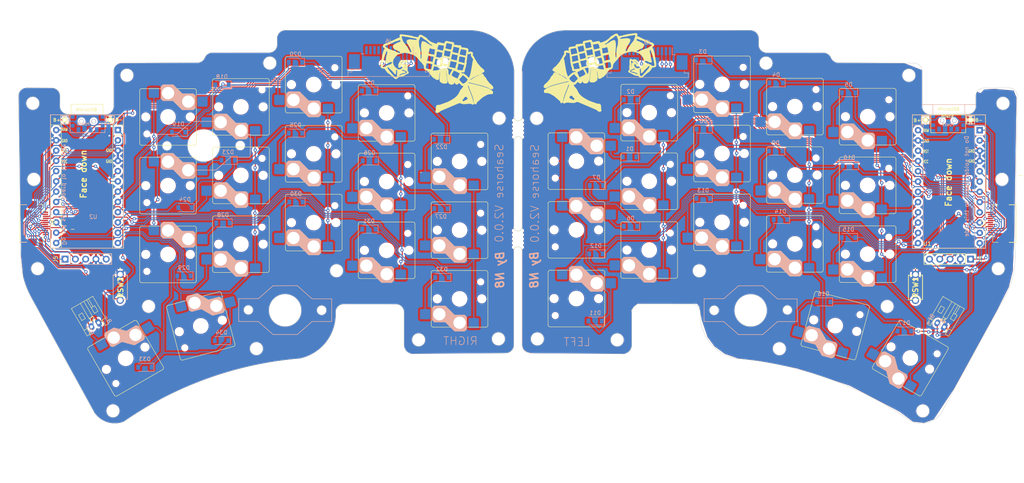
<source format=kicad_pcb>
(kicad_pcb (version 20221018) (generator pcbnew)
  (layers (0 "F.Cu" signal) (31 "B.Cu" signal) (34 "B.Paste" user) (35 "F.Paste" user) (36 "B.SilkS" user "B.Silkscreen") (37 "F.SilkS" user "F.Silkscreen") (38 "B.Mask" user) (39 "F.Mask" user) (44 "Edge.Cuts" user))
  (net 0 "")
  (net 1 "BT+")
  (net 2 "BT+_r")
  (net 3 "gnd")
  (net 4 "gnd_r")
  (net 5 "reset")
  (net 6 "reset_r")
  (net 7 "Net-(D1-A)")
  (net 8 "raw")
  (net 9 "Net-(D2-A)")
  (net 10 "raw_r")
  (net 11 "vcc")
  (net 12 "vcc_r")
  (net 13 "CS")
  (net 14 "SCK")
  (net 15 "MOSI")
  (net 16 "Net-(D3-A)")
  (net 17 "Net-(D4-A)")
  (net 18 "Net-(D5-A)")
  (net 19 "ROW0")
  (net 20 "ROW1")
  (net 21 "ROW2")
  (net 22 "ROW3")
  (net 23 "COL1")
  (net 24 "COL0")
  (net 25 "COL2")
  (net 26 "COL3")
  (net 27 "COL4")
  (net 28 "Net-(D6-A)")
  (net 29 "Net-(D7-A)")
  (net 30 "Net-(D8-A)")
  (net 31 "MOSI_r")
  (net 32 "SCK_r")
  (net 33 "Net-(D9-A)")
  (net 34 "Net-(D10-A)")
  (net 35 "Net-(D11-A)")
  (net 36 "Net-(D12-A)")
  (net 37 "Net-(D13-A)")
  (net 38 "Net-(D14-A)")
  (net 39 "Net-(D15-A)")
  (net 40 "COL1_r")
  (net 41 "Net-(D16-A)")
  (net 42 "Net-(D17-A)")
  (net 43 "COL0_r")
  (net 44 "Net-(D18-A)")
  (net 45 "Net-(D19-A)")
  (net 46 "COL4_r")
  (net 47 "Net-(D20-A)")
  (net 48 "Net-(D21-A)")
  (net 49 "COL3_r")
  (net 50 "Net-(D22-A)")
  (net 51 "Net-(D23-A)")
  (net 52 "COL2_r")
  (net 53 "Net-(D24-A)")
  (net 54 "Net-(D25-A)")
  (net 55 "Net-(D26-A)")
  (net 56 "Net-(D27-A)")
  (net 57 "Net-(D28-A)")
  (net 58 "Net-(D29-A)")
  (net 59 "Net-(D30-A)")
  (net 60 "Net-(D31-A)")
  (net 61 "Net-(D32-A)")
  (net 62 "Net-(D33-A)")
  (net 63 "Net-(D34-A)")
  (net 71 "IPD_DATA_r")
  (net 72 "IPD_RST_r")
  (net 74 "ROW0_r")
  (net 75 "ROW1_r")
  (net 76 "ROW2_r")
  (net 77 "ROW3_r")
  (net 80 "IPD_CLK_r")
  (net 82 "IPD_CLK")
  (net 83 "IPD_RST")
  (net 84 "IPD_DATA")
  (net 88 "GPIO1")
  (net 89 "GPIO2")
  (net 90 "MISO")
  (net 91 "GPIO1_r")
  (net 92 "GPIO2_r")
  (net 93 "CS_r")
  (net 94 "MISO_r")
  (footprint "choc_switch_3d:SW_Hotswap_Kailh_Choc_V1_tweaked" (layer "F.Cu") (at 97.728 58.448 180)
    (fp_text reference "SW8_r1")
    (fp_text value "SW_Push")
  )
  (footprint "choc_switch_3d:SW_Hotswap_Kailh_Choc_V1_tweaked" (layer "F.Cu") (at 133.772 77.332 180)
    (fp_text reference "SW6_r1")
    (fp_text value "SW_Push")
  )
  (footprint "Duckyb-Parts:mouse-bite-5mm-slot-with-space-for-track" (layer "F.Cu") (at 148.24 52.22)
    (fp_text reference "mouse-bite-2mm-slot1" hide)
    (fp_text value "VAL**" hide)
  )
  (footprint "choc_switch_3d:SW_Hotswap_Kailh_Choc_V1_tweaked" (layer "F.Cu") (at 226.61 100.962 165)
    (fp_text reference "SW16")
    (fp_text value "SW_Push")
  )
  (footprint "choc_switch_3d:SW_Hotswap_Kailh_Choc_V1_tweaked" (layer "F.Cu") (at 180.64 82.254 180)
    (fp_text reference "SW12")
    (fp_text value "SW_Push")
  )
  (footprint "Connector_JST:JST_PH_S2B-PH-K_1x02_P2.00mm_Horizontal" (layer "F.Cu") (at 44.532051 100.22 -150)
    (fp_text reference "J2")
    (fp_text value "battery_conn_r")
  )
  (footprint "kbd:1pin_conn" (layer "F.Cu") (at 260.0488 50.0707)
    (fp_text reference "BatGND1" hide)
    (fp_text value "MountingHole_Pad" hide)
  )
  (footprint "choc_switch_3d:SW_Hotswap_Kailh_Choc_V1_tweaked" (layer "F.Cu") (at 79.74 63.782 180)
    (fp_text reference "SW9_r1")
    (fp_text value "SW_Push")
  )
  (footprint "choc_switch_3d:SW_Hotswap_Kailh_Choc_V1_tweaked" (layer "F.Cu") (at 115.754 82.324 180)
    (fp_text reference "SW12_r1")
    (fp_text value "SW_Push")
  )
  (footprint "choc_switch_3d:SW_Hotswap_Kailh_Choc_V1_tweaked" (layer "F.Cu") (at 79.74 80.8 180)
    (fp_text reference "SW14_r1")
    (fp_text value "SW_Push")
  )
  (footprint "kbd:1pin_conn" (layer "F.Cu") (at 47.47 50.03)
    (fp_text reference "BatGNDr1")
    (fp_text value "MountingHole_Pad" hide)
  )
  (footprint "choc_switch_3d:SW_Hotswap_Kailh_Choc_V1_tweaked" (layer "F.Cu") (at 115.754 48.332 180)
    (fp_text reference "SW2_r1")
    (fp_text value "SW_Push")
  )
  (footprint "choc_switch_3d:SW_Hotswap_Kailh_Choc_V1_tweaked" (layer "F.Cu") (at 115.754 65.306 180)
    (fp_text reference "SW7_r1")
    (fp_text value "SW_Push")
  )
  (footprint "kbd:1pin_conn" (layer "F.Cu") (at 248.9188 50.0907)
    (fp_text reference "Bat+1" hide)
    (fp_text value "MountingHole_Pad" hide)
  )
  (footprint "choc_switch_3d:SW_Hotswap_Kailh_Choc_V1_tweaked" (layer "F.Cu") (at 61.726 66.322)
    (fp_text reference "SW10_r1")
    (fp_text value "SW_Push")
  )
  (footprint "choc_switch_3d:SW_Hotswap_Kailh_Choc_V1_tweaked" (layer "F.Cu") (at 216.64 46.762 180)
    (fp_text reference "SW4")
    (fp_text value "SW_Push")
  )
  (footprint "Connector_JST:JST_PH_S2B-PH-K_1x02_P2.00mm_Horizontal" (layer "F.Cu") (at 253.5598 101.2825 150)
    (fp_text reference "J1")
    (fp_text value "Battery_conn")
  )
  (footprint "choc_switch_3d:SW_Hotswap_Kailh_Choc_V1_tweaked" (layer "F.Cu") (at 234.62 66.252 180)
    (fp_text reference "SW10")
    (fp_text value "SW_Push")
  )
  (footprint "choc_switch_3d:SW_Hotswap_Kailh_Choc_V1_tweaked" (layer "F.Cu") (at 216.64 63.712 180)
    (fp_text reference "SW9")
    (fp_text value "SW_Push")
  )
  (footprint "choc_switch_3d:SW_Hotswap_Kailh_Choc_V1_tweaked" (layer "F.Cu") (at 180.64 48.262 180)
    (fp_text reference "SW2")
    (fp_text value "SW_Push")
  )
  (footprint "choc_switch_3d:SW_Hotswap_Kailh_Choc_V1_tweaked" (layer "F.Cu") (at 245.17 108.962 150)
    (fp_text reference "SW17")
    (fp_text value "SW_Push")
  )
  (footprint "choc_switch_3d:SW_Hotswap_Kailh_Choc_V1_tweaked" (layer "F.Cu") (at 51.258 109.032 30)
    (fp_text reference "SW17_r1")
    (fp_text value "SW_Push")
  )
  (footprint "Connector_PinHeader_2.54mm:PinHeader_1x05_P2.54mm_Vertical" (layer "F.Cu") (at 36.29 84.5 90)
    (fp_text reference "J5")
    (fp_text value "niceview_right")
  )
  (footprint "choc_switch_3d:SW_Hotswap_Kailh_Choc_V1_tweaked" (layer "F.Cu") (at 133.772 60.332 180)
    (fp_text reference "SW1_r1")
    (fp_text value "SW_Push")
  )
  (footprint "choc_switch_3d:SW_Hotswap_Kailh_Choc_V1_tweaked" (layer "F.Cu") (at 162.64 77.262)
    (fp_text reference "SW6")
    (fp_text value "SW_Push")
  )
  (footprint "choc_switch_3d:SW_Hotswap_Kailh_Choc_V1_tweaked" (layer "F.Cu") (at 216.64 80.73 180)
    (fp_text reference "SW14")
    (fp_text value "SW_Push")
  )
  (footprint "choc_switch_3d:SW_Hotswap_Kailh_Choc_V1_tweaked" (layer "F.Cu") (at 234.62 83.27 180)
    (fp_text reference "SW15")
    (fp_text value "SW_Push")
  )
  (footprint "choc_switch_3d:SW_Hotswap_Kailh_Choc_V1_tweaked" (layer "F.Cu") (at 162.64 60.262)
    (fp_text reference "SW1")
    (fp_text value "SW_Push")
  )
  (footprint "Duckyb-Parts:mouse-bite-5mm-slot-with-space-for-track" (layer "F.Cu") (at 148.19 79.5)
    (fp_text reference "mouse-bite-2mm-slot1" hide)
    (fp_text value "VAL**" hide)
  )
  (footprint "choc_switch_3d:SW_Hotswap_Kailh_Choc_V1_tweaked" (layer "F.Cu") (at 61.726 49.332)
    (fp_text reference "SW5_r1")
    (fp_text value "SW_Push")
  )
  (footprint "choc_switch_3d:SW_Hotswap_Kailh_Choc_V1_tweaked" (layer "F.Cu") (at 198.64 58.378 180)
    (fp_text reference "SW8")
    (fp_text value "SW_Push")
  )
  (footprint "Connector_FFC-FPC:Hirose_FH12-12S-0.5SH_1x12-1MP_P0.50mm_Horizontal" (layer "F.Cu") (at 266.824 75.702 90)
    (fp_text reference "J7")
    (fp_text value "VIK_Left")
  )
  (footprint "Connector_PinHeader_2.54mm:PinHeader_1x05_P2.54mm_Vertical" (layer "F.Cu") (at 260.065 84.5 -90)
    (fp_text reference "J4")
    (fp_text value "niceview_left")
  )
  (footprint "choc_switch_3d:SW_Hotswap_Kailh_Choc_V1_tweaked" (layer "F.Cu") (at 180.64 65.236 180)
    (fp_text reference "SW7")
    (fp_text value "SW_Push")
  )
  (footprint "choc_switch_3d:SW_Hotswap_Kailh_Choc_V1_tweaked" (layer "F.Cu") (at 97.728 75.466 180)
    (fp_text reference "SW13_r1")
    (fp_text value "SW_Push")
  )
  (footprint "choc_switch_3d:SW_Hotswap_Kailh_Choc_V1_tweaked" (layer "F.Cu") (at 69.818 101.032 15)
    (fp_text reference "SW16_r1")
    (fp_text value "SW_Push")
  )
  (footprint "choc_switch_3d:SW_Hotswap_Kailh_Choc_V1_tweaked" (layer "F.Cu") (at 234.64 49.262 180)
    (fp_text reference "SW5")
    (fp_text value "SW_Push")
  )
  (footprint "choc_switch_3d:SW_Hotswap_Kailh_Choc_V1_tweaked" (layer "F.Cu") (at 79.74 46.832 180)
    (fp_text reference "SW4_r1")
    (fp_text value "SW_Push")
  )
  (footprint "choc_switch_3d:SW_Hotswap_Kailh_Choc_V1_tweaked" (layer "F.Cu") (at 198.64 41.262 180)
    (fp_text reference "SW3")
    (fp_text value "SW_Push")
  )
  (footprint "Connector_FFC-FPC:Hirose_FH12-12S-0.5SH_1x12-1MP_P0.50mm_Horizontal" (layer "F.Cu") (at 29.6 75.67 -90)
    (fp_text reference "J8")
    (fp_text value "VIK_Right")
  )
  (footprint "reset_switch:PTS636SP43LFS" (layer "F.Cu") (at 246.44 88.3 -90)
    (fp_text reference "RSW1")
    (fp_text value "SW_Push" hide)
  )
  (footprint "choc_switch_3d:SW_Hotswap_Kailh_Choc_V1_tweaked" (layer "F.Cu") (at 162.64 94.262)
    (fp_text reference "SW11")
    (fp_text value "SW_Push")
  )
  (footprint "choc_switch_3d:SW_Hotswap_Kailh_Choc_V1_tweaked" (layer "F.Cu") (at 97.728 41.332 180)
    (fp_text reference "SW3_r1")
    (fp_text value "SW_Push")
  )
  (footprint "choc_switch_3d:SW_Hotswap_Kailh_Choc_V1_tweaked" (layer "F.Cu") (at 198.64 75.396 180)
    (fp_text reference "SW13")
    (fp_text value "SW_Push")
  )
  (footprint "reset_switch:PTS636SP43LFS" (layer "F.Cu") (at 49.91 88.27 -90)
    (fp_text reference "RSW2")
    (fp_text value "SW_Push" hide)
  )
  (footprint "choc_switch_3d:SW_Hotswap_Kailh_Choc_V1_tweaked" (layer "F.Cu") (at 61.726 83.34)
    (fp_text reference "SW15_r1")
    (fp_text value "SW_Push")
  )
  (footprint "choc_switch_3d:SW_Hotswap_Kailh_Choc_V1_tweaked" (layer "F.Cu") (at 133.772 94.332 180)
    (fp_text reference "SW11_r1")
    (fp_text value "SW_Push")
  )
  (footprint "kbd:1pin_conn" (layer "F.Cu") (at 36.2 50.05)
    (fp_text reference "Bat+r1")
    (fp_text value "MountingHole_Pad" hide)
  )
  (footprint "battery_switch:SPDT_C128955" (layer "B.Cu") (at 254.52 50.275 180)
    (fp_text reference "SW_POWER1")
    (fp_text value "SW_SPDT")
  )
  (footprint "Diode_SMD:D_SOD-123" (layer "B.Cu") (at 65.913 71.755 180)
    (fp_text reference "D24")
    (fp_text value "1N4148W")
  )
  (footprint "Diode_SMD:D_SOD-123" (layer "B.Cu") (at 111.379 77.089 180)
    (fp_text reference "D31")
    (fp_text value "1N4148W")
  )
  (footprint "Diode_SMD:D_SOD-123" (layer "B.Cu") (at 193.89 35.22 180)
    (fp_text reference "D3")
    (fp_text value "1N4148W")
  )
  (footprint "Diode_SMD:D_SOD-123" (layer "B.Cu") (at 75.057 41.402 180)
    (fp_text reference "D18")
    (fp_text value "1N4148W")
  )
  (footprint "Diode_SMD:D_SOD-123" (layer "B.Cu") (at 230.1 61.38 180)
    (fp_text reference "D10")
    (fp_text value "1N4148W")
  )
  (footprint "Diode_SMD:D_SOD-123" (layer "B.Cu") (at 111.32 42.89 180)
    (fp_text reference "D21")
    (fp_text value "1N4148W")
  )
  (footprint "Diode_SMD:D_SOD-123" (layer "B.Cu") (at 193.98 69.48 180)
    (fp_text reference "D13")
    (fp_text value "1N4148W")
  )
  (footprint "Diode_SMD:D_SOD-123" (layer "B.Cu") (at 176.03 76.39 180)
    (fp_text reference "D6")
    (fp_text value "1N4148W")
  )
  (footprint "Diode_SMD:D_SOD-123" (layer "B.Cu") (at 194.03 52.35 180)
    (fp_text reference "D8")
    (fp_text value "1N4148W")
  )
  (footprint "Diode_SMD:D_SOD-123" (layer "B.Cu") (at 74.93 104.648 180)
    (fp_text reference "D34")
    (fp_text value "1N4148W")
  )
  (footprint "Diode_SMD:D_SOD-123" (layer "B.Cu") (at 65.659 88.646 180)
    (fp_text reference "D29")
    (fp_text value "1N4148W")
  )
  (footprint "Connector_FFC-FPC:TE_1-84953-2_1x12-1MP_P1.0mm_Horizontal" (layer "B.Cu") (at 116.263 34.609 180)
    (fp_text reference "J6")
    (fp_text value "track_point_right")
  )
  (footprint "Diode_SMD:D_SOD-123" (layer "B.Cu") (at 167.47 83.19 180)
    (fp_text reference "D12")
    (fp_text value "1N4148W")
  )
  (footprint "Diode_SMD:D_SOD-123" (layer "B.Cu") (at 129.09 54.864 180)
    (fp_text reference "D22")
    (fp_text value "1N4148W")
  )
  (footprint "Diode_SMD:D_SOD-123" (layer "B.Cu") (at 93.218 35.814 180)
    (fp_text reference "D20")
    (fp_text value "1N4148W")
  )
  (footprint "Diode_SMD:D_SOD-123" (layer "B.Cu") (at 211.9 57.75 180)
    (fp_text reference "D9")
    (fp_text value "1N4148W")
  )
  (footprint "Diode_SMD:D_SOD-123" (layer "B.Cu") (at 93.218 53.34 180)
    (fp_text reference "D25")
    (fp_text value "1N4148W")
  )
  (footprint "Diode_SMD:D_SOD-123" (layer "B.Cu") (at 129.413 89.027 180)
    (fp_text reference "D32")
    (fp_text value "1N4148W")
  )
  (footprint "Connector_FFC-FPC:TE_1-84953-2_1x12-1MP_P1.0mm_Horizontal" (layer "B.Cu") (at 180.271 34.863 180)
    (fp_text reference "J3")
    (fp_text value "track_point_left")
  )
  (footprint "Diode_SMD:D_SOD-123" (layer "B.Cu") (at 111.506 60.198 180)
    (fp_text reference "D26")
    (fp_text value "1N4148W")
  )
  (footprint "Diode_SMD:D_SOD-123" (layer "B.Cu") (at 229.87 79.16 180)
    (fp_text reference "D15")
    (fp_text value "1N4148W")
  )
  (footprint "battery_switch:SPDT_C128955" (layer "B.Cu") (at 41.85 50.415 180)
    (fp_text reference "SW_POWERR1")
    (fp_text value "SW_SPDT")
  )
  (footprint "Diode_SMD:D_SOD-123" (layer "B.Cu") (at 212 40.9 180)
    (fp_text reference "D4")
    (fp_text value "1N4148W")
  )
  (footprint "Arduino:Sparkfun_Pro_Micro" (layer "B.Cu") (at 33.074 81.653)
    (fp_text reference "U2")
    (fp_text value "ProMicro-kbd")
  )
  (footprint "Diode_SMD:D_SOD-123" (layer "B.Cu") (at 129.159 72.009 180)
    (fp_text reference "D27")
    (fp_text value "1N4148W")
  )
  (footprint "Diode_SMD:D_SOD-123" (layer "B.Cu") (at 167.27 99.822 180)
    (fp_text reference "D11")
    (fp_text value "1N4148W")
  )
  (footprint "Arduino:Sparkfun_Pro_Micro" (layer "B.Cu") (at 247.07 80.55)
    (fp_text reference "U1")
    (fp_text value "ProMicro-kbd")
  )
  (footprint "Diode_SMD:D_SOD-123" (layer "B.Cu") (at 75.311 75.565 180)
    (fp_text reference "D28")
    (fp_text value "1N4148W")
  )
  (footprint "Diode_SMD:D_SOD-123" (layer "B.Cu") (at 229.92 43.32 180)
    (fp_text reference "D5")
    (fp_text value "1N4148W")
  )
  (footprint "Diode_SMD:D_SOD-123" (layer "B.Cu") (at 64.32 53.096 180)
    (fp_text reference "D19")
    (fp_text value "1N4148W")
  )
  (footprint "Diode_SMD:D_SOD-123" (layer "B.Cu") (at 243.69 102.29 180)
    (fp_text reference "D17")
    (fp_text value "1N4148W")
  )
  (footprint "Diode_SMD:D_SOD-123" (layer "B.Cu") (at 93.345 70.358 180)
    (fp_text reference "D30")
    (fp_text value "1N4148W")
  )
  (footprint "Diode_SMD:D_SOD-123" (layer "B.Cu") (at 213.07 74.69 180)
    (fp_text reference "D14")
    (fp_text value "1N4148W")
  )
  (footprint "Diode_SMD:D_SOD-123" (layer "B.Cu") (at 175.8 59.22 180)
    (fp_text reference "D1")
    (fp_text value "1N4148W")
  )
  (footprint "Diode_SMD:D_SOD-123" (layer "B.Cu") (at 176.04 45.06 180)
    (fp_text reference "D2")
    (fp_text value "1N4148W")
  )
  (footprint "Diode_SMD:D_SOD-123" (layer "B.Cu") (at 76.58 60.05 180)
    (fp_text reference "D23")
    (fp_text value "1N4148W")
  )
  (footprint "Diode_SMD:D_SOD-123" (layer "B.Cu") (at 223.73 95.08 180)
    (fp_text reference "D16")
    (fp_text value "1N4148W")
  )
  (footprint "Diode_SMD:D_SOD-123" (layer "B.Cu") (at 56.007 111.252 180)
    (fp_text reference "D33")
    (fp_text value "1N4148W")
  )
  (footprint "Diode_SMD:D_SOD-123" (layer "B.Cu") (at 167.61 66.29 180)
    (fp_text reference "D7")
    (fp_text value "1N4148W")
  )
  (gr_line (start 194.214 94.299) (end 199.084 94.289) (stroke (width 0.15)) (layer "B.SilkS"))
  (gr_rect (start 32.64002 81.784271) (end 50.71002 48.784271) (stroke (width 0.15)) (fill none) (layer "B.SilkS"))
  (gr_line (start 102.17602 94.333271) (end 102.17602 99.923271) (stroke (width 0.15)) (layer "B.SilkS"))
  (gr_line (start 59.062688 53.638) (end 63.912688 53.628) (stroke (width 0.15)) (layer "B.SilkS"))
  (gr_line (start 79.18602 99.923271) (end 79.19602 94.283271) (stroke (width 0.15)) (layer "B.SilkS"))
  (gr_line (start 79.19602 94.283271) (end 84.06602 94.273271) (stroke (width 0.15)) (layer "B.SilkS"))
  (gr_line (start 208.684 91.089) (end 212.354 94.349) (stroke (width 0.15)) (layer "B.SilkS"))
  (gr_line (start 194.204 99.939) (end 194.214 94.299) (stroke (width 0.15)) (layer "B.SilkS"))
  (gr_line (start 202.684 103.159) (end 199.044 99.949) (stroke (width 0.15)) (layer "B.SilkS"))
  (gr_line (start 261.27 46.26) (end 258.627 46.26) (stroke (width 0.15)) (layer "B.SilkS"))
  (gr_line (start 25.05602 80.336271) (end 26.79602 80.336271) (stroke (width 0.15)) (layer "B.SilkS"))
  (gr_line (start 97.33602 94.333271) (end 102.17602 94.333271) (stroke (width 0.15)) (layer "B.SilkS"))
  (gr_line (start 217.194 99.939) (end 212.344 99.949) (stroke (width 0.15)) (layer "B.SilkS"))
  (gr_line (start 208.714 103.159) (end 202.684 103.159) (stroke (width 0.15)) (layer "B.SilkS"))
  (gr_line (start 199.044 99.949) (end 194.204 99.939) (stroke (width 0.15)) (layer "B.SilkS"))
  (gr_line (start 93.69602 103.143271) (end 87.66602 103.143271) (stroke (width 0.15)) (layer "B.SilkS"))
  (gr_line (start 84.06602 94.273271) (end 87.67602 91.093271) (stroke (width 0.15)) (layer "B.SilkS"))
  (gr_line (start 250.753 46.26) (end 248.11 46.26) (stroke (width 0.15)) (layer "B.SilkS"))
  (gr_line (start 97.32602 99.933271) (end 93.69602 103.143271) (stroke (width 0.15)) (layer "B.SilkS"))
  (gr_line (start 84.02602 99.933271) (end 79.18602 99.923271) (stroke (width 0.15)) (layer "B.SilkS"))
  (gr_line (start 77.172688 59.288) (end 73.562688 62.468) (stroke (width 0.15)) (layer "B.SilkS"))
  (gr_line (start 102.17602 99.923271) (end 97.32602 99.933271) (stroke (width 0.15)) (layer "B.SilkS"))
  (gr_line (start 67.542688 50.418) (end 73.572688 50.418) (stroke (width 0.15)) (layer "B.SilkS"))
  (gr_line (start 93.66602 91.073271) (end 97.33602 94.333271) (stroke (width 0.15)) (layer "B.SilkS"))
  (gr_line (start 87.67602 91.093271) (end 93.66602 91.073271) (stroke (width 0.15)) (layer "B.SilkS"))
  (gr_line (start 73.572688 50.418) (end 77.212688 53.628) (stroke (width 0.15)) (layer "B.SilkS"))
  (gr_line (start 87.66602 103.143271) (end 84.02602 99.933271) (stroke (width 0.15)) (layer "B.SilkS"))
  (gr_rect (start 37.53002 53.204271) (end 46.15002 48.764271) (stroke (width 0.15)) (fill none) (layer "B.SilkS"))
  (gr_line (start 63.902688 59.228) (end 59.062688 59.228) (stroke (width 0.15)) (layer "B.SilkS"))
  (gr_line (start 202.694 91.109) (end 208.684 91.089) (stroke (width 0.15)) (layer "B.SilkS"))
  (gr_line (start 77.212688 53.628) (end 82.052688 53.638) (stroke (width 0.15)) (layer "B.SilkS"))
  (gr_line (start 59.062688 59.228) (end 59.062688 53.638) (stroke (width 0.15)) (layer "B.SilkS"))
  (gr_line (start 67.572688 62.488) (end 63.902688 59.228) (stroke (width 0.15)) (layer "B.SilkS"))
  (gr_rect (start 37.58502 85.814271) (end 47.80502 83.154271) (stroke (width 0.15)) (fill none) (layer "B.SilkS"))
  (gr_line (start 82.052688 53.638) (end 82.042688 59.278) (stroke (width 0.15)) (layer "B.SilkS"))
  (gr_line (start 73.562688 62.468) (end 67.572688 62.488) (stroke (width 0.15)) (layer "B.SilkS"))
  (gr_line (start 212.344 99.949) (end 208.714 103.159) (stroke (width 0.15)) (layer "B.SilkS"))
  (gr_line (start 25.05602 71.036271) (end 26.79602 71.036271) (stroke (width 0.15)) (layer "B.SilkS"))
  (gr_line (start 217.194 94.349) (end 217.194 99.939) (stroke (width 0.15)) (layer "B.SilkS"))
  (gr_line (start 63.912688 53.628) (end 67.542688 50.418) (stroke (width 0.15)) (layer "B.SilkS"))
  (gr_line (start 199.084 94.289) (end 202.694 91.109) (stroke (width 0.15)) (layer "B.SilkS"))
  (gr_line (start 212.354 94.349) (end 217.194 94.349) (stroke (width 0.15)) (layer "B.SilkS"))
  (gr_line (start 82.042688 59.278) (end 77.172688 59.288) (stroke (width 0.15)) (layer "B.SilkS"))
  (gr_rect (start 48.19002 94.484271) (end 51.69002 88.484271) (stroke (width 0.15)) (fill none) (layer "B.SilkS"))
  (gr_poly (pts (xy 160.784761 32.391281) (xy 160.785397 32.395288) (xy 160.786154 32.399368) (xy 160.786996 32.403508) (xy 160.788788 32.411922) (xy 160.789667 32.416171) (xy 160.790484 32.420432) (xy 160.785317 32.386325) (xy 160.784975 32.386327) (xy 160.784837 32.386332) (xy 160.784719 32.386341) (xy 160.784667 32.386348) (xy 160.784619 32.386356) (xy 160.784575 32.386367) (xy 160.784535 32.386379) (xy 160.784499 32.386394) (xy 160.784467 32.386411) (xy 160.784438 32.386431) (xy 160.784412 32.386454) (xy 160.784389 32.38648) (xy 160.784369 32.386509) (xy 160.784352 32.386541) (xy 160.784337 32.386577) (xy 160.784325 32.386617) (xy 160.784314 32.386661) (xy 160.784306 32.386709) (xy 160.784299 32.386761) (xy 160.78429 32.386879) (xy 160.784285 32.387017) (xy 160.784283 32.387359)) (stroke (width 0.2)) (fill solid) (layer "F.SilkS"))
  (gr_rect (start 248.575 83.17) (end 258.795 85.83) (stroke (width 0.15)) (fill none) (layer "F.SilkS"))
  (gr_poly (pts (xy 124.144761 63.058719) (xy 124.1537 63.056357) (xy 124.162689 63.05431) (xy 124.171729 63.052577) (xy 124.180822 63.05116) (xy 124.189969 63.050057) (xy 124.199173 63.04927) (xy 124.208434 63.048798) (xy 124.217754 63.04864) (xy 124.227135 63.048798) (xy 124.236577 63.04927) (xy 124.246084 63.050057) (xy 124.255655 63.05116) (xy 124.265293 63.052577) (xy 124.274999 63.05431) (xy 124.284775 63.056357) (xy 124.294622 63.058719)) (stroke (width 0.2)) (fill solid) (layer "F.SilkS"))
  (gr_poly (pts (xy 135.88 32.68) (xy 135.879364 32.684007) (xy 135.878607 32.688087) (xy 135.877765 32.692227) (xy 135.875973 32.700641) (xy 135.875094 32.70489) (xy 135.874277 32.709151) (xy 135.879444 32.675044) (xy 135.879786 32.675046) (xy 135.879924 32.675051) (xy 135.880042 32.67506) (xy 135.880094 32.675067) (xy 135.880142 32.675075) (xy 135.880186 32.675086) (xy 135.880226 32.675098) (xy 135.880262 32.675113) (xy 135.880294 32.67513) (xy 135.880323 32.67515) (xy 135.880349 32.675173) (xy 135.880372 32.675199) (xy 135.880392 32.675228) (xy 135.880409 32.67526) (xy 135.880424 32.675296) (xy 135.880436 32.675336) (xy 135.880447 32.67538) (xy 135.880455 32.675428) (xy 135.880462 32.67548) (xy 135.880471 32.675598) (xy 135.880476 32.675736) (xy 135.880478 32.676078)) (stroke (width 0.2)) (fill solid) (layer "F.SilkS"))
  (gr_poly (pts (xy 142.021717 42.124849) (xy 142.02093 42.13997) (xy 142.019392 42.154788) (xy 142.017103 42.169298) (xy 142.014063 42.183497) (xy 142.010272 42.197379) (xy 142.00573 42.21094) (xy 142.000437 42.224176) (xy 141.994393 42.237082) (xy 141.987599 42.249653) (xy 141.983238 42.256738) (xy 141.97868 42.263656) (xy 141.973923 42.270407) (xy 141.968963 42.276993) (xy 141.963797 42.283415) (xy 141.958422 42.289676) (xy 141.952835 42.295776) (xy 141.947033 42.301717) (xy 141.941013 42.3075) (xy 141.934772 42.313128) (xy 141.928306 42.318601) (xy 141.921614 42.323921) (xy 141.914692 42.32909) (xy 141.907536 42.334109) (xy 141.900145 42.33898) (xy 141.892514 42.343704) (xy 141.88492 42.348076) (xy 141.877253 42.352275) (xy 141.869514 42.356299) (xy 141.861702 42.360144) (xy 141.853817 42.363807) (xy 141.84586 42.367286) (xy 141.83783 42.370576) (xy 141.829727 42.373677) (xy 141.821552 42.376583) (xy 141.813304 42.379292) (xy 141.804983 42.381802) (xy 141.796589 42.384109) (xy 141.788123 42.38621) (xy 141.779585 42.388102) (xy 141.770973 42.389782) (xy 141.762289 42.391247) (xy 141.74761 42.393136) (xy 141.73264 42.394539) (xy 141.717379 42.395455) (xy 141.701828 42.395882) (xy 141.685986 42.395818) (xy 141.669853 42.395262) (xy 141.65343 42.394213) (xy 141.636716 42.392668) (xy 141.619711 42.390627) (xy 141.602415 42.388088) (xy 141.584829 42.385049) (xy 141.566952 42.381509) (xy 141.548785 42.377467) (xy 141.530327 42.37292) (xy 141.511578 42.367868) (xy 141.492538 42.362308) (xy 141.459631 42.352231) (xy 141.427184 42.341379) (xy 141.395197 42.329752) (xy 141.36367 42.317349) (xy 141.332604 42.304172) (xy 141.301998 42.290219) (xy 141.271852 42.275491) (xy 141.242166 42.259988) (xy 141.212941 42.24371) (xy 141.184175 42.226657) (xy 141.15587 42.208829) (xy 141.128026 42.190225) (xy 141.100641 42.170847) (xy 141.073717 42.150693) (xy 141.047253 42.129764) (xy 141.021249 42.108061) (xy 140.900375 42.053414) (xy 140.775722 41.999555) (xy 140.64729 41.946496) (xy 140.515079 41.894248) (xy 140.379089 41.842824) (xy 140.23932 41.792236) (xy 140.095773 41.742495) (xy 139.948447 41.693615) (xy 139.709508 41.618845) (xy 139.437625 41.538844) (xy 139.132799 41.453804) (xy 138.795029 41.36392) (xy 138.25178 41.225039) (xy 137.35429 41.000116) (xy 136.265984 40.730366) (xy 136.212649 40.729199) (xy 136.161178 40.728783) (xy 136.111597 40.729094) (xy 136.063929 40.730108) (xy 136.0182 40.731799) (xy 135.974432 40.734145) (xy 135.932651 40.73712) (xy 135.89288 40.740701) (xy 135.885673 40.741356) (xy 135.878778 40.742155) (xy 135.872192 40.7431) (xy 135.865912 40.74419) (xy 135.859934 40.745425) (xy 135.854256 40.746806) (xy 135.848875 40.748332) (xy 135.843788 40.750003) (xy 135.838991 40.75182) (xy 135.834482 40.753782) (xy 135.830258 40.755889) (xy 135.826315 40.758142) (xy 135.82265 40.76054) (xy 135.819262 40.763083) (xy 135.816145 40.765772) (xy 135.813299 40.768606) (xy 135.811555 40.770253) (xy 135.809816 40.77209) (xy 135.808087 40.774115) (xy 135.806371 40.776325) (xy 135.804673 40.778717) (xy 135.802998 40.781287) (xy 135.80135 40.784033) (xy 135.799734 40.786951) (xy 135.798154 40.790039) (xy 135.796615 40.793294) (xy 135.795121 40.796712) (xy 135.793678 40.80029) (xy 135.792289 40.804026) (xy 135.790959 40.807917) (xy 135.789692 40.811958) (xy 135.788494 40.816149) (xy 135.786144 40.824385) (xy 135.784132 40.832429) (xy 135.782456 40.840282) (xy 135.781114 40.847946) (xy 135.780105 40.855422) (xy 135.779428 40.862712) (xy 135.779082 40.869817) (xy 135.779063 40.876739) (xy 135.779372 40.88348) (xy 135.780006 40.89004) (xy 135.780964 40.896422) (xy 135.782244 40.902626) (xy 135.783846 40.908655) (xy 135.785767 40.91451) (xy 135.788006 40.920192) (xy 135.790561 40.925703) (xy 135.792209 40.928259) (xy 135.794051 40.930888) (xy 135.796091 40.933594) (xy 135.798329 40.936377) (xy 135.800766 40.939239) (xy 135.803406 40.942181) (xy 135.806247 40.945204) (xy 135.809294 40.948311) (xy 135.816006 40.954781) (xy 135.823553 40.961602) (xy 135.831949 40.968787) (xy 135.841204 40.976347) (xy 135.861487 40.990298) (xy 135.871871 40.997275) (xy 135.882545 41.004251) (xy 136.052286 41.033658) (xy 136.22348 41.065875) (xy 136.396031 41.100611) (xy 136.569842 41.137577) (xy 136.72387 41.173039) (xy 136.908322 41.217416) (xy 137.123006 41.270708) (xy 137.367726 41.332914) (xy 138.477735 41.6161) (xy 138.864146 41.716078) (xy 139.198622 41.805106) (xy 139.481163 41.883089) (xy 139.711769 41.94993) (xy 139.879394 42.001521) (xy 140.041981 42.053961) (xy 140.19953 42.107224) (xy 140.35204 42.161287) (xy 140.499511 42.216124) (xy 140.641944 42.271713) (xy 140.779339 42.328028) (xy 140.911695 42.385046) (xy 140.973659 42.41324) (xy 141.032424 42.441228) (xy 141.087993 42.468998) (xy 141.140363 42.496538) (xy 141.189537 42.523836) (xy 141.235513 42.550879) (xy 141.278291 42.577656) (xy 141.317872 42.604154) (xy 141.337055 42.618157) (xy 141.355838 42.632269) (xy 141.374209 42.646503) (xy 141.392157 42.660869) (xy 141.409668 42.675381) (xy 141.426732 42.69005) (xy 141.443335 42.704889) (xy 141.459465 42.719909) (xy 141.506943 42.744891) (xy 141.553258 42.770164) (xy 141.59841 42.795631) (xy 141.6424 42.821195) (xy 141.659356 42.831624) (xy 141.675729 42.841981) (xy 141.691518 42.852268) (xy 141.706721 42.862487) (xy 141.721336 42.87264) (xy 141.735363 42.882728) (xy 141.748799 42.892752) (xy 141.761643 42.902714) (xy 141.773894 42.912616) (xy 141.78555 42.922458) (xy 141.796609 42.932243) (xy 141.80707 42.941972) (xy 141.816932 42.951647) (xy 141.826193 42.961268) (xy 141.834851 42.970838) (xy 141.842905 42.980358) (xy 141.850886 42.989974) (xy 141.858553 42.999833) (xy 141.865905 43.009934) (xy 141.872941 43.020278) (xy 141.879663 43.030863) (xy 141.88607 43.041691) (xy 141.892163 43.052761) (xy 141.89794 43.064074) (xy 141.903402 43.075628) (xy 141.90855 43.087425) (xy 141.913382 43.099464) (xy 141.9179 43.111745) (xy 141.922103 43.124268) (xy 141.92599 43.137034) (xy 141.929563 43.150042) (xy 141.932821 43.163292) (xy 141.935776 43.17573) (xy 141.938437 43.188238) (xy 141.940801 43.200813) (xy 141.942866 43.213451) (xy 141.944628 43.226149) (xy 141.946084 43.238906) (xy 141.947231 43.251716) (xy 141.948066 43.264578) (xy 141.948586 43.277489) (xy 141.948789 43.290445) (xy 141.94867 43.303443) (xy 141.948228 43.316481) (xy 141.947458 43.329555) (xy 141.946358 43.342662) (xy 141.944926 43.3558) (xy 141.943157 43.368965) (xy 141.942104 43.377818) (xy 141.940884 43.386549) (xy 141.939501 43.395156) (xy 141.937957 43.403637) (xy 141.936256 43.41199) (xy 141.9344 43.420215) (xy 141.932393 43.42831) (xy 141.930238 43.436273) (xy 141.927937 43.444103) (xy 141.925494 43.451798) (xy 141.922912 43.459357) (xy 141.920193 43.466779) (xy 141.917341 43.474061) (xy 141.914359 43.481202) (xy 141.91125 43.488201) (xy 141.908017 43.495056) (xy 141.903681 43.502856) (xy 141.899197 43.510365) (xy 141.894566 43.517583) (xy 141.889785 43.524511) (xy 141.884852 43.531148) (xy 141.879766 43.537494) (xy 141.874526 43.54355) (xy 141.86913 43.549315) (xy 141.863577 43.55479) (xy 141.857864 43.559973) (xy 141.851992 43.564867) (xy 141.845957 43.569469) (xy 141.839758 43.573781) (xy 141.833395 43.577802) (xy 141.826865 43.581532) (xy 141.820167 43.584972) (xy 141.813348 43.587951) (xy 141.806071 43.590687) (xy 141.798336 43.593177) (xy 141.790146 43.595421) (xy 141.781502 43.597416) (xy 141.772405 43.599161) (xy 141.762856 43.600655) (xy 141.752858 43.601896) (xy 141.742412 43.602883) (xy 141.73152 43.603614) (xy 141.720182 43.604088) (xy 141.708401 43.604303) (xy 141.683513 43.603949) (xy 141.656869 43.602543) (xy 141.614026 43.598424) (xy 141.570699 43.593627) (xy 141.548823 43.590884) (xy 141.52679 43.587862) (xy 141.504588 43.584525) (xy 141.482203 43.580837) (xy 141.464762 43.583163) (xy 141.444996 43.585489) (xy 141.422904 43.587814) (xy 141.398487 43.590139) (xy 141.339481 43.595517) (xy 141.281069 43.601573) (xy 141.223262 43.608307) (xy 141.166072 43.61572) (xy 141.109513 43.62381) (xy 141.053595 43.632579) (xy 140.998332 43.642026) (xy 140.943734 43.652151) (xy 140.917186 43.661033) (xy 140.887149 43.670496) (xy 140.853624 43.680347) (xy 140.835553 43.685357) (xy 140.816611 43.690391) (xy 140.767809 43.703343) (xy 140.728502 43.714163) (xy 140.698885 43.722657) (xy 140.679151 43.728632) (xy 140.665396 43.733045) (xy 140.651278 43.737772) (xy 140.636821 43.742839) (xy 140.622049 43.74827) (xy 140.606986 43.754087) (xy 140.591657 43.760317) (xy 140.576085 43.766983) (xy 140.560295 43.774109) (xy 140.51495 43.798347) (xy 140.470379 43.821521) (xy 140.426583 43.843725) (xy 140.383562 43.865059) (xy 140.381384 43.866316) (xy 140.378734 43.867755) (xy 140.375623 43.869364) (xy 140.372064 43.87113) (xy 140.368069 43.873042) (xy 140.363651 43.875087) (xy 140.35882 43.877253) (xy 140.35359 43.879528) (xy 140.311716 43.903735) (xy 140.268195 43.929783) (xy 140.222929 43.957575) (xy 140.175823 43.987015) (xy 140.097146 44.035558) (xy 140.023119 44.079645) (xy 139.953743 44.119274) (xy 139.889019 44.154446) (xy 139.828945 44.185161) (xy 139.773522 44.211419) (xy 139.72275 44.23322) (xy 139.699108 44.242449) (xy 139.676629 44.250564) (xy 139.657896 44.255862) (xy 139.647125 44.258849) (xy 139.635287 44.261934) (xy 139.568819 44.31445) (xy 139.494986 44.374329) (xy 139.41379 44.441573) (xy 139.325229 44.516182) (xy 139.009744 44.784786) (xy 138.698911 45.052713) (xy 138.392728 45.320057) (xy 138.091196 45.586918) (xy 138.074726 45.601986) (xy 138.059431 45.616195) (xy 138.045323 45.629556) (xy 138.032414 45.642081) (xy 138.020716 45.653783) (xy 138.010241 45.664674) (xy 138.001002 45.674765) (xy 137.993011 45.684068) (xy 137.987125 45.69125) (xy 137.981482 45.698455) (xy 137.976085 45.705681) (xy 137.970935 45.712926) (xy 137.966033 45.72019) (xy 137.961381 45.727471) (xy 137.95698 45.734766) (xy 137.952832 45.742075) (xy 137.948938 45.749396) (xy 137.945301 45.756728) (xy 137.94192 45.764069) (xy 137.938799 45.771418) (xy 137.935937 45.778772) (xy 137.933338 45.786131) (xy 137.931002 45.793494) (xy 137.928932 45.800857) (xy 137.926949 45.808563) (xy 137.924894 45.817733) (xy 137.922791 45.828381) (xy 137.920663 45.840519) (xy 137.918536 45.854159) (xy 137.916432 45.869313) (xy 137.914378 45.885993) (xy 137.912395 45.904211) (xy 137.910746 45.920049) (xy 137.908891 45.93499) (xy 137.906818 45.949012) (xy 137.904515 45.962088) (xy 137.901969 45.974196) (xy 137.900602 45.979879) (xy 137.899169 45.98531) (xy 137.89767 45.990488) (xy 137.896103 45.995407) (xy 137.894466 46.000067) (xy 137.892758 46.004463) (xy 137.888059 46.01431) (xy 137.882875 46.023698) (xy 137.877207 46.032629) (xy 137.871054 46.041105) (xy 137.864417 46.049126) (xy 137.857295 46.056694) (xy 137.849689 46.063811) (xy 137.841599 46.070479) (xy 137.833024 46.076698) (xy 137.823964 46.082471) (xy 137.81442 46.087799) (xy 137.804392 46.092683) (xy 137.793879 46.097125) (xy 137.782881 46.101127) (xy 137.771399 46.10469) (xy 137.759433 46.107815) (xy 137.747503 46.110261) (xy 137.735743 46.112171) (xy 137.724152 46.113543) (xy 137.712731 46.114372) (xy 137.701479 46.114656) (xy 137.690397 46.114392) (xy 137.679484 46.113577) (xy 137.668741 46.112208) (xy 137.658167 46.110282) (xy 137.647763 46.107796) (xy 137.637529 46.104746) (xy 137.627464 46.10113) (xy 137.617569 46.096945) (xy 137.607843 46.092188) (xy 137.598287 46.086855) (xy 137.588901 46.080944) (xy 137.582167 46.07616) (xy 137.575534 46.071109) (xy 137.569003 46.065792) (xy 137.562578 46.060209) (xy 137.556263 46.054359) (xy 137.550059 46.048242) (xy 137.54397 46.041859) (xy 137.538 46.03521) (xy 137.53215 46.028294) (xy 137.526425 46.021112) (xy 137.520827 46.013664) (xy 137.515359 46.005948) (xy 137.510024 45.997967) (xy 137.504826 45.989719) (xy 137.499766 45.981204) (xy 137.49485 45.972423) (xy 137.487875 45.959441) (xy 137.480913 45.945309) (xy 137.473975 45.930038) (xy 137.467074 45.913641) (xy 137.460221 45.896129) (xy 137.453428 45.877516) (xy 137.446708 45.857812) (xy 137.440073 45.83703) (xy 137.428462 45.798855) (xy 137.416948 45.758741) (xy 137.405627 45.71669) (xy 137.394597 45.672701) (xy 137.389171 45.673459) (xy 137.386458 45.673808) (xy 137.383745 45.67412) (xy 137.381032 45.674385) (xy 137.378319 45.674589) (xy 137.375606 45.67472) (xy 137.372893 45.674766) (xy 137.372134 45.670116) (xy 137.371785 45.66779) (xy 137.371472 45.665465) (xy 137.371208 45.66314) (xy 137.371004 45.660815) (xy 137.370873 45.658489) (xy 137.370827 45.656164) (xy 137.364381 45.630921) (xy 137.358214 45.604019) (xy 137.352314 45.575445) (xy 137.346668 45.545188) (xy 137.341264 45.513236) (xy 137.33609 45.479576) (xy 137.331134 45.444195) (xy 137.326384 45.407083) (xy 137.321734 45.363675) (xy 137.317083 45.323367) (xy 137.312432 45.28616) (xy 137.307781 45.252054) (xy 137.307758 45.250128) (xy 137.30769 45.248224) (xy 137.307442 45.24448) (xy 137.307073 45.240808) (xy 137.306618 45.237196) (xy 137.305601 45.230107) (xy 137.305111 45.226605) (xy 137.304681 45.223116) (xy 137.269799 45.016022) (xy 137.254102 44.926766) (xy 137.239568 44.84691) (xy 137.217606 44.760223) (xy 137.20614 44.715959) (xy 137.194093 44.671211) (xy 137.163636 44.570442) (xy 137.127947 44.45882) (xy 137.086832 44.336347) (xy 137.040097 44.203022) (xy 136.972482 44.021234) (xy 136.872019 43.759509) (xy 136.572942 42.995861) (xy 136.434191 42.639842) (xy 136.314043 42.318899) (xy 136.260946 42.17152) (xy 136.212499 42.032838) (xy 136.168703 41.902828) (xy 136.129558 41.781465) (xy 136.119482 41.750847) (xy 136.114443 41.73641) (xy 136.109405 41.722554) (xy 136.104366 41.70928) (xy 136.099328 41.696586) (xy 136.094289 41.684475) (xy 136.089251 41.672944) (xy 136.084212 41.661995) (xy 136.079174 41.651628) (xy 136.074136 41.641841) (xy 136.069097 41.632637) (xy 136.064059 41.624013) (xy 136.05902 41.615971) (xy 136.053982 41.60851) (xy 136.048943 41.601631) (xy 136.044837 41.596665) (xy 136.040655 41.591844) (xy 136.036394 41.587169) (xy 136.032052 41.582639) (xy 136.027624 41.578255) (xy 136.023109 41.574016) (xy 136.018503 41.569922) (xy 136.013803 41.565974) (xy 136.009007 41.562171) (xy 136.00411 41.558513) (xy 135.99911 41.555001) (xy 135.994005 41.551634) (xy 135.98879 41.548412) (xy 135.983464 41.545336) (xy 135.978022 41.542405) (xy 135.972462 41.539619) (xy 135.966285 41.537015) (xy 135.960155 41.534631) (xy 135.95407 41.532468) (xy 135.948029 41.530527) (xy 135.94203 41.528811) (xy 135.936073 41.52732) (xy 135.930154 41.526056) (xy 135.924274 41.52502) (xy 135.91843 41.524215) (xy 135.91262 41.523642) (xy 135.906844 41.523301) (xy 135.9011 41.523196) (xy 135.895386 41.523326) (xy 135.889701 41.523694) (xy 135.884043 41.524302) (xy 135.878411 41.52515) (xy 135.871326 41.526846) (xy 135.864408 41.528834) (xy 135.857657 41.531116) (xy 135.851071 41.533693) (xy 135.844649 41.536567) (xy 135.838388 41.539739) (xy 135.832288 41.54321) (xy 135.826347 41.546983) (xy 135.820564 41.551059) (xy 135.814936 41.555439) (xy 135.809463 41.560125) (xy 135.804142 41.565118) (xy 135.798973 41.570421) (xy 135.793954 41.576033) (xy 135.789084 41.581958) (xy 135.78436 41.588196) (xy 135.780024 41.594445) (xy 135.775934 41.600791) (xy 135.772092 41.607235) (xy 135.768502 41.613775) (xy 135.765166 41.620412) (xy 135.762087 41.627146) (xy 135.759268 41.633977) (xy 135.756713 41.640905) (xy 135.754425 41.64793) (xy 135.752405 41.655051) (xy 135.750659 41.66227) (xy 135.749188 41.669585) (xy 135.747995 41.676998) (xy 135.747084 41.684507) (xy 135.746458 41.692113) (xy 135.746119 41.699816) (xy 135.745623 41.706259) (xy 135.745296 41.712799) (xy 135.745138 41.719437) (xy 135.745151 41.726171) (xy 135.745332 41.733002) (xy 135.745683 41.73993) (xy 135.746895 41.754076) (xy 135.748784 41.76861) (xy 135.751352 41.783532) (xy 135.754598 41.79884) (xy 135.758522 41.814537) (xy 135.761526 41.825098) (xy 135.765111 41.836629) (xy 135.769277 41.849128) (xy 135.774025 41.862597) (xy 135.779354 41.877034) (xy 135.785264 41.89244) (xy 135.791756 41.908815) (xy 135.798829 41.926159) (xy 136.480958 43.679024) (xy 136.59975 43.985804) (xy 136.700325 44.253536) (xy 136.782684 44.482317) (xy 136.817033 44.582132) (xy 136.846827 44.672245) (xy 136.884212 44.792021) (xy 136.918787 44.909569) (xy 136.950455 45.024985) (xy 136.965168 45.081924) (xy 136.979119 45.138366) (xy 136.9829 45.145346) (xy 136.986499 45.152351) (xy 136.989929 45.159404) (xy 136.993201 45.166529) (xy 136.996328 45.173752) (xy 136.999321 45.181096) (xy 137.002194 45.188585) (xy 137.004957 45.196243) (xy 137.008641 45.206756) (xy 137.01195 45.218141) (xy 137.014895 45.230398) (xy 137.017489 45.243527) (xy 137.019744 45.257528) (xy 137.021671 45.272401) (xy 137.023284 45.288146) (xy 137.024594 45.304764) (xy 137.026778 45.320844) (xy 137.028696 45.335737) (xy 137.031829 45.361866) (xy 137.035963 45.398815) (xy 137.040436 45.422053) (xy 137.044619 45.445195) (xy 137.0525 45.490799) (xy 137.056864 45.506696) (xy 137.061446 45.522629) (xy 137.066271 45.538634) (xy 137.071361 45.554749) (xy 137.076743 45.571008) (xy 137.08244 45.58745) (xy 137.088475 45.604109) (xy 137.094874 45.621023) (xy 137.109037 45.65492) (xy 137.128335 45.699184) (xy 137.152865 45.753719) (xy 137.182724 45.818428) (xy 137.192026 45.839306) (xy 137.200553 45.8593) (xy 137.208304 45.878398) (xy 137.21528 45.896587) (xy 137.221481 45.913856) (xy 137.226907 45.930193) (xy 137.231558 45.945585) (xy 137.235434 45.96002) (xy 137.237384 45.970024) (xy 137.238969 45.979881) (xy 137.240187 45.98959) (xy 137.241038 45.999149) (xy 137.241519 46.008557) (xy 137.241629 46.017811) (xy 137.241367 46.026912) (xy 137.240731 46.035856) (xy 137.239719 46.044642) (xy 137.238331 46.05327) (xy 137.236564 46.061737) (xy 137.234417 46.070043) (xy 137.231888 46.078184) (xy 137.228977 46.086161) (xy 137.22568 46.093972) (xy 137.221998 46.101614) (xy 137.2188 46.107536) (xy 137.215407 46.11329) (xy 137.211818 46.118873) (xy 137.208029 46.124287) (xy 137.204041 46.129531) (xy 137.199852 46.134606) (xy 137.19546 46.139512) (xy 137.190863 46.144247) (xy 137.186061 46.148813) (xy 137.181051 46.15321) (xy 137.175832 46.157437) (xy 137.170403 46.161495) (xy 137.164761 46.165383) (xy 137.158907 46.169101) (xy 137.152837 46.17265) (xy 137.146551 46.176029) (xy 137.140326 46.179178) (xy 137.134055 46.182038) (xy 137.127743 46.18461) (xy 137.121391 46.186897) (xy 137.115002 46.188898) (xy 137.10858 46.190617) (xy 137.102128 46.192054) (xy 137.095649 46.193211) (xy 137.089146 46.194089) (xy 137.082621 46.19469) (xy 137.076078 46.195016) (xy 137.06952 46.195068) (xy 137.06295 46.194847) (xy 137.056371 46.194355) (xy 137.049786 46.193593) (xy 137.043198 46.192564) (xy 137.038571 46.191655) (xy 137.033605 46.190479) (xy 137.022657 46.187316) (xy 137.010351 46.183063) (xy 136.996689 46.177708) (xy 136.981671 46.171238) (xy 136.965296 46.163642) (xy 136.947564 46.154908) (xy 136.928476 46.145023) (xy 136.889488 46.125414) (xy 136.849649 46.106897) (xy 136.808957 46.089473) (xy 136.767407 46.073144) (xy 136.724998 46.05791) (xy 136.681725 46.043775) (xy 136.637587 46.030738) (xy 136.592579 46.018802) (xy 136.5467 46.007969) (xy 136.499945 45.998239) (xy 136.452313 45.989614) (xy 136.403799 45.982096) (xy 136.354401 45.975686) (xy 136.304116 45.970386) (xy 136.25294 45.966197) (xy 136.200872 45.963121) (xy 136.161729 45.962009) (xy 136.124148 45.961781) (xy 136.088143 45.962449) (xy 136.053723 45.964026) (xy 136.020903 45.966523) (xy 135.989693 45.969953) (xy 135.960106 45.974327) (xy 135.932154 45.979658) (xy 135.906978 45.985084) (xy 135.876473 45.99206) (xy 135.840736 46.000587) (xy 135.799863 46.010664) (xy 135.777773 46.015024) (xy 135.75492 46.018803) (xy 135.731317 46.022) (xy 135.706974 46.024616) (xy 135.681905 46.026651) (xy 135.656122 46.028105) (xy 135.629635 46.028977) (xy 135.602459 46.029268) (xy 135.563314 46.029461) (xy 135.517193 46.028492) (xy 135.464095 46.02636) (xy 135.404022 46.023065) (xy 135.392653 46.023065) (xy 135.283636 46.043304) (xy 135.177501 46.059064) (xy 135.074249 46.070344) (xy 134.97388 46.077148) (xy 134.876393 46.079477) (xy 134.781789 46.077332) (xy 134.690067 46.070715) (xy 134.601228 46.059627) (xy 134.515272 46.04407) (xy 134.432198 46.024045) (xy 134.352007 45.999554) (xy 134.274698 45.970598) (xy 134.200272 45.93718) (xy 134.128728 45.899299) (xy 134.060067 45.856959) (xy 133.994289 45.810159) (xy 133.929075 45.815832) (xy 133.865969 45.822012) (xy 133.804947 45.828726) (xy 133.745983 45.835997) (xy 133.689054 45.843849) (xy 133.634136 45.852307) (xy 133.581204 45.861395) (xy 133.530234 45.871137) (xy 129.162543 47.725288) (xy 129.055976 47.798943) (xy 128.948731 47.874245) (xy 128.840905 47.951291) (xy 128.732595 48.030178) (xy 128.70256 48.052175) (xy 128.674475 48.07244) (xy 128.648352 48.090985) (xy 128.624203 48.107823) (xy 128.602041 48.122964) (xy 128.581877 48.136422) (xy 128.563723 48.148209) (xy 128.547592 48.158336) (xy 128.520656 48.17355) (xy 128.494108 48.18742) (xy 128.467947 48.199958) (xy 128.442173 48.211175) (xy 128.429432 48.216293) (xy 128.416787 48.221085) (xy 128.404239 48.225553) (xy 128.391788 48.229698) (xy 128.379435 48.233523) (xy 128.367177 48.237028) (xy 128.355017 48.240215) (xy 128.342954 48.243086) (xy 128.328626 48.246126) (xy 128.314326 48.248657) (xy 128.300056 48.25068) (xy 128.285819 48.252194) (xy 128.271619 48.253199) (xy 128.257458 48.253695) (xy 128.243339 48.253683) (xy 128.229266 48.253162) (xy 128.215241 48.252133) (xy 128.201268 48.250595) (xy 128.187349 48.248547) (xy 128.173488 48.245992) (xy 128.159687 48.242927) (xy 128.14595 48.239354) (xy 128.132279 48.235273) (xy 128.118678 48.230682) (xy 128.10441 48.22562) (xy 128.090672 48.220121) (xy 128.077461 48.214187) (xy 128.064773 48.207816) (xy 128.052607 48.20101) (xy 128.040958 48.193767) (xy 128.029824 48.186088) (xy 128.019201 48.177974) (xy 128.009088 48.169423) (xy 127.999479 48.160436) (xy 127.990374 48.151013) (xy 127.981768 48.141154) (xy 127.973659 48.130859) (xy 127.966043 48.120128) (xy 127.958918 48.108961) (xy 127.95228 48.097358) (xy 127.946563 48.085537) (xy 127.941426 48.073325) (xy 127.936867 48.060719) (xy 127.932885 48.047717) (xy 127.929479 48.034315) (xy 127.926646 48.02051) (xy 127.924385 48.006299) (xy 127.922695 47.99168) (xy 127.921575 47.976649) (xy 127.921022 47.961203) (xy 127.921036 47.945339) (xy 127.921614 47.929054) (xy 127.922755 47.912345) (xy 127.924458 47.89521) (xy 127.926721 47.877644) (xy 127.929543 47.859646) (xy 127.949519 47.780743) (xy 127.966104 47.712886) (xy 127.979394 47.65588) (xy 127.989487 47.609533) (xy 127.994867 47.579448) (xy 127.999386 47.547327) (xy 128.003058 47.513172) (xy 128.005894 47.476982) (xy 128.007907 47.438758) (xy 128.009108 47.398498) (xy 128.00951 47.356205) (xy 128.009124 47.311876) (xy 128.007219 47.19927) (xy 128.006282 47.110985) (xy 128.006238 47.075931) (xy 128.006508 47.046922) (xy 128.007118 47.023943) (xy 128.008091 47.006984) (xy 128.009436 46.986201) (xy 128.011145 46.965708) (xy 128.013221 46.945506) (xy 128.015665 46.925595) (xy 128.018478 46.905974) (xy 128.021662 46.886644) (xy 128.025218 46.867605) (xy 128.029149 46.848856) (xy 128.033455 46.830398) (xy 128.038138 46.81223) (xy 128.043199 46.794353) (xy 128.04864 46.776767) (xy 128.054463 46.759472) (xy 128.060669 46.742467) (xy 128.06726 46.725753) (xy 128.074236 46.709329) (xy 128.082799 46.690859) (xy 128.091818 46.673041) (xy 128.101292 46.655874) (xy 128.111217 46.639356) (xy 128.121591 46.623487) (xy 128.132409 46.608264) (xy 128.143669 46.593685) (xy 128.155368 46.579751) (xy 128.167504 46.566458) (xy 128.180072 46.553805) (xy 128.19307 46.541792) (xy 128.206496 46.530416) (xy 128.220345 46.519675) (xy 128.234615 46.509569) (xy 128.249303 46.500096) (xy 128.264406 46.491255) (xy 128.275621 46.485211) (xy 128.287176 46.479484) (xy 128.299069 46.474075) (xy 128.311302 46.468985) (xy 128.323874 46.464216) (xy 128.336785 46.45977) (xy 128.350035 46.455648) (xy 128.363625 46.451851) (xy 128.377553 46.448381) (xy 128.391821 46.44524) (xy 128.406427 46.442429) (xy 128.421373 46.439949) (xy 128.436658 46.437803) (xy 128.452282 46.435991) (xy 128.468246 46.434515) (xy 128.484548 46.433376) (xy 128.499467 46.432404) (xy 128.518638 46.431794) (xy 128.569684 46.431568) (xy 128.63759 46.432505) (xy 128.722259 46.43441) (xy 128.756381 46.434991) (xy 128.790601 46.435185) (xy 128.825015 46.434991) (xy 128.859719 46.43441) (xy 130.927809 45.678901) (xy 131.156219 45.559011) (xy 131.330772 45.465655) (xy 131.493989 45.377046) (xy 131.645869 45.293185) (xy 131.786413 45.214072) (xy 131.91562 45.139706) (xy 132.033491 45.070088) (xy 132.140025 45.005218) (xy 132.235223 44.945095) (xy 132.376199 44.850816) (xy 132.444281 44.803309) (xy 132.510755 44.755556) (xy 132.575619 44.707554) (xy 132.638868 44.659303) (xy 132.700501 44.6108) (xy 132.760514 44.562044) (xy 132.818903 44.513034) (xy 132.875667 44.463768) (xy 132.930802 44.414244) (xy 132.984305 44.364462) (xy 133.036173 44.314419) (xy 133.086402 44.264115) (xy 133.13499 44.213547) (xy 133.181935 44.162714) (xy 133.254895 44.080016) (xy 133.324949 43.995477) (xy 133.392096 43.909096) (xy 133.456337 43.820875) (xy 133.51767 43.730812) (xy 133.576097 43.638909) (xy 133.631617 43.545164) (xy 133.68423 43.449579) (xy 133.725329 43.370692) (xy 133.774276 43.273492) (xy 133.831169 43.157882) (xy 133.896103 43.023765) (xy 133.928173 42.962531) (xy 133.960037 42.904409) (xy 133.991682 42.849412) (xy 134.023098 42.797552) (xy 134.054271 42.748841) (xy 134.08519 42.703291) (xy 134.115843 42.660914) (xy 134.146217 42.621723) (xy 134.160557 42.604379) (xy 134.177223 42.584904) (xy 134.196214 42.563297) (xy 134.217531 42.539558) (xy 134.26714 42.485685) (xy 134.326051 42.423286) (xy 134.355608 42.392714) (xy 134.383057 42.363778) (xy 134.408422 42.336464) (xy 134.431729 42.310761) (xy 134.453001 42.286656) (xy 134.472263 42.264139) (xy 134.489538 42.243196) (xy 134.504852 42.223816) (xy 134.518709 42.205454) (xy 134.533936 42.184476) (xy 134.568543 42.134673) (xy 134.60877 42.074405) (xy 134.654713 42.003673) (xy 134.677089 41.968019) (xy 134.69846 41.934702) (xy 134.71879 41.903734) (xy 134.738041 41.875128) (xy 134.756179 41.848896) (xy 134.773165 41.82505) (xy 134.788965 41.803602) (xy 134.803542 41.784565) (xy 134.819922 41.76456) (xy 134.838084 41.743321) (xy 134.858062 41.72087) (xy 134.879893 41.697232) (xy 134.903614 41.672431) (xy 134.92926 41.646492) (xy 134.956869 41.619438) (xy 134.986476 41.591295) (xy 134.98105 41.594301) (xy 134.975624 41.597125) (xy 134.970198 41.599779) (xy 134.964772 41.602276) (xy 134.959346 41.604628) (xy 134.95392 41.606847) (xy 134.948494 41.608944) (xy 134.943068 41.610933) (xy 134.920347 41.618467) (xy 134.897142 41.624403) (xy 134.873457 41.628744) (xy 134.849291 41.63149) (xy 134.824647 41.632644) (xy 134.799526 41.632207) (xy 134.77393 41.63018) (xy 134.74786 41.626565) (xy 134.721317 41.621363) (xy 134.694304 41.614576) (xy 134.666822 41.606206) (xy 134.638871 41.596253) (xy 134.610454 41.58472) (xy 134.581573 41.571608) (xy 134.552228 41.556919) (xy 134.522422 41.540653) (xy 134.516995 41.542288) (xy 134.511566 41.543705) (xy 134.50613 41.544904) (xy 134.500685 41.545885) (xy 134.495229 41.546649) (xy 134.489757 41.547194) (xy 134.484266 41.547521) (xy 134.478755 41.54763) (xy 134.47322 41.547521) (xy 134.467657 41.547194) (xy 134.462064 41.546649) (xy 134.456437 41.545885) (xy 134.450775 41.544904) (xy 134.445073 41.543705) (xy 134.439328 41.542288) (xy 134.433538 41.540653) (xy 134.428317 41.5388) (xy 134.423116 41.536733) (xy 134.41793 41.534453) (xy 134.412755 41.531965) (xy 134.407585 41.52927) (xy 134.402417 41.526373) (xy 134.397246 41.523276) (xy 134.392068 41.519982) (xy 134.386877 41.516494) (xy 134.38167 41.512816) (xy 134.376442 41.50895) (xy 134.371187 41.504899) (xy 134.365903 41.500666) (xy 134.360584 41.496255) (xy 134.349822 41.48691) (xy 134.347448 41.484874) (xy 134.344978 41.482646) (xy 134.34241 41.480223) (xy 134.339745 41.477607) (xy 134.336984 41.474797) (xy 134.334126 41.471793) (xy 134.33117 41.468595) (xy 134.328118 41.465204) (xy 134.327775 41.465202) (xy 134.327632 41.465197) (xy 134.327505 41.465188) (xy 134.327389 41.465173) (xy 134.327335 41.465162) (xy 134.327283 41.46515) (xy 134.327232 41.465135) (xy 134.327182 41.465118) (xy 134.327133 41.465098) (xy 134.327085 41.465075) (xy 134.327036 41.465049) (xy 134.326987 41.46502) (xy 134.326938 41.464988) (xy 134.326887 41.464952) (xy 134.32678 41.464869) (xy 134.326665 41.464769) (xy 134.326537 41.464651) (xy 134.326394 41.464513) (xy 134.326051 41.464172) (xy 134.31979 41.461302) (xy 134.313409 41.45812) (xy 134.306909 41.454629) (xy 134.300294 41.450832) (xy 134.293563 41.446733) (xy 134.286718 41.442334) (xy 134.279762 41.437638) (xy 134.272695 41.432648) (xy 134.265519 41.427368) (xy 134.258236 41.4218) (xy 134.243353 41.409814) (xy 134.228058 41.396713) (xy 134.212363 41.382522) (xy 134.197792 41.368667) (xy 134.183533 41.354617) (xy 134.169583 41.340374) (xy 134.155939 41.325937) (xy 134.142597 41.311306) (xy 134.129555 41.296482) (xy 134.11681 41.281463) (xy 134.104359 41.266251) (xy 134.092199 41.250845) (xy 134.080326 41.235245) (xy 134.05743 41.203464) (xy 134.03565 41.170908) (xy 134.014959 41.137577) (xy 133.98279 41.109237) (xy 133.949846 41.080813) (xy 133.916128 41.052316) (xy 133.881634 41.023758) (xy 133.846364 40.995153) (xy 133.81032 40.966511) (xy 133.773501 40.937844) (xy 133.735906 40.909166) (xy 133.695792 40.878725) (xy 133.651415 40.84625) (xy 133.602775 40.811644) (xy 133.549871 40.774809) (xy 133.54701 40.789292) (xy 133.543847 40.804054) (xy 133.540369 40.819082) (xy 133.536564 40.834365) (xy 133.53242 40.84989) (xy 133.527925 40.865645) (xy 133.523066 40.881619) (xy 133.517832 40.897798) (xy 133.513532 40.910564) (xy 133.50916 40.922894) (xy 133.504715 40.934787) (xy 133.500197 40.946245) (xy 133.495607 40.957266) (xy 133.490944 40.967852) (xy 133.486208 40.978001) (xy 133.4814 40.987715) (xy 133.476519 40.996992) (xy 133.471565 41.005834) (xy 133.466539 41.014239) (xy 133.46144 41.022209) (xy 133.456268 41.029742) (xy 133.451024 41.036839) (xy 133.445707 41.043501) (xy 133.440317 41.049726) (xy 133.434177 41.0564) (xy 133.42777 41.062861) (xy 133.421096 41.069113) (xy 133.414156 41.075161) (xy 133.40695 41.081008) (xy 133.399477 41.086661) (xy 133.391737 41.092122) (xy 133.383731 41.097398) (xy 133.375459 41.102491) (xy 133.36692 41.107408) (xy 133.358115 41.112152) (xy 133.349044 41.116728) (xy 133.339705 41.12114) (xy 133.330101 41.125394) (xy 133.32023 41.129493) (xy 133.310092 41.133442) (xy 133.288389 41.14184) (xy 133.276374 41.146378) (xy 133.263584 41.151012) (xy 133.255807 41.156705) (xy 133.24798 41.162155) (xy 133.240098 41.167363) (xy 133.232158 41.172329) (xy 133.224158 41.177052) (xy 133.216094 41.181533) (xy 133.207963 41.185772) (xy 133.199763 41.189769) (xy 133.19149 41.193524) (xy 133.183142 41.197036) (xy 133.174715 41.200306) (xy 133.166206 41.203334) (xy 133.157612 41.20612) (xy 133.14893 41.208664) (xy 133.140158 41.210965) (xy 133.131292 41.213024) (xy 133.121821 41.215386) (xy 133.1124 41.217432) (xy 133.10303 41.219164) (xy 133.093713 41.220581) (xy 133.084451 41.221683) (xy 133.075245 41.222471) (xy 133.066097 41.222943) (xy 133.057007 41.2231) (xy 133.047978 41.222943) (xy 133.039011 41.222471) (xy 133.030108 41.221683) (xy 133.02127 41.220581) (xy 133.012498 41.219164) (xy 133.003795 41.217432) (xy 132.995161 41.215386) (xy 132.986598 41.213024) (xy 132.976945 41.210129) (xy 132.967363 41.206869) (xy 132.95785 41.203243) (xy 132.948406 41.199249) (xy 132.939028 41.194886) (xy 132.929716 41.190151) (xy 132.920467 41.185045) (xy 132.91128 41.179564) (xy 132.902154 41.173708) (xy 132.893086 41.167474) (xy 132.884076 41.160863) (xy 132.875123 41.153871) (xy 132.866223 41.146498) (xy 132.857377 41.138742) (xy 132.848582 41.130601) (xy 132.839837 41.122074) (xy 132.826656 41.107974) (xy 132.81345 41.092795) (xy 132.800196 41.076527) (xy 132.786869 41.059157) (xy 132.773445 41.040673) (xy 132.7599 41.021062) (xy 132.74621 41.000313) (xy 132.73235 40.978412) (xy 132.716653 40.954143) (xy 132.702119 40.930951) (xy 132.688748 40.90885) (xy 132.67654 40.88785) (xy 132.665494 40.867965) (xy 132.655611 40.849206) (xy 132.64689 40.831585) (xy 132.639332 40.815115) (xy 132.634484 40.804017) (xy 132.629998 40.793185) (xy 132.625852 40.782595) (xy 132.622021 40.772224) (xy 132.61848 40.762046) (xy 132.615206 40.752038) (xy 132.612174 40.742175) (xy 132.60936 40.732433) (xy 132.580438 40.665092) (xy 132.553356 40.59717) (xy 132.528115 40.528666) (xy 132.504715 40.459582) (xy 132.483157 40.389915) (xy 132.463439 40.319668) (xy 132.445562 40.248839) (xy 132.429526 40.177429) (xy 132.425454 40.159021) (xy 132.421758 40.141013) (xy 132.418425 40.123416) (xy 132.415444 40.106244) (xy 132.412802 40.089508) (xy 132.410486 40.07322) (xy 132.408486 40.057392) (xy 132.406788 40.042036) (xy 132.356598 40.010821) (xy 132.306795 39.980671) (xy 132.257379 39.951489) (xy 132.208351 39.923179) (xy 132.214116 39.958869) (xy 132.216617 39.97503) (xy 132.218816 39.990101) (xy 132.220675 40.004106) (xy 132.222159 40.01707) (xy 132.223231 40.029016) (xy 132.223854 40.039968) (xy 132.224613 40.047543) (xy 132.225275 40.054826) (xy 132.225539 40.058389) (xy 132.225743 40.061916) (xy 132.225875 40.065418) (xy 132.225921 40.068908) (xy 132.237738 40.139253) (xy 132.250693 40.209985) (xy 132.264763 40.281105) (xy 132.279923 40.352612) (xy 132.296148 40.424507) (xy 132.313416 40.496789) (xy 132.3317 40.569459) (xy 132.350978 40.642517) (xy 132.362977 40.687685) (xy 132.368073 40.707537) (xy 132.372553 40.725586) (xy 132.376402 40.741842) (xy 132.37961 40.756317) (xy 132.382163 40.769024) (xy 132.384051 40.779976) (xy 132.385298 40.789592) (xy 132.38633 40.799065) (xy 132.387146 40.808396) (xy 132.387749 40.817586) (xy 132.38814 40.826637) (xy 132.38832 40.83555) (xy 132.388292 40.844326) (xy 132.388056 40.852968) (xy 132.387614 40.861477) (xy 132.386968 40.869854) (xy 132.386119 40.8781) (xy 132.385068 40.886218) (xy 132.383818 40.894209) (xy 132.38237 40.902075) (xy 132.380724 40.909816) (xy 132.378884 40.917434) (xy 132.375735 40.928033) (xy 132.372103 40.938513) (xy 132.36799 40.948878) (xy 132.363397 40.959131) (xy 132.358325 40.969275) (xy 132.352777 40.979313) (xy 132.346753 40.989248) (xy 132.340255 40.999084) (xy 132.333285 41.008822) (xy 132.325844 41.018466) (xy 132.317934 41.02802) (xy 132.309556 41.037486) (xy 132.300712 41.046867) (xy 132.291403 41.056166) (xy 132.28163 41.065386) (xy 132.271396 41.074531) (xy 132.255845 41.087624) (xy 132.239809 41.100156) (xy 132.223289 41.112125) (xy 132.206284 41.123527) (xy 132.188795 41.134361) (xy 132.170821 41.144622) (xy 132.152363 41.154308) (xy 132.13342 41.163415) (xy 132.113993 41.171941) (xy 132.094081 41.179883) (xy 132.073685 41.187237) (xy 132.052805 41.194001) (xy 132.03144 41.200172) (xy 132.00959 41.205745) (xy 131.987256 41.21072) (xy 131.964438 41.215091) (xy 131.944369 41.218737) (xy 131.924084 41.22192) (xy 131.903584 41.22464) (xy 131.88287 41.226896) (xy 131.861944 41.228685) (xy 131.840808 41.230007) (xy 131.797911 41.23124) (xy 131.75419 41.230584) (xy 131.709657 41.228026) (xy 131.664326 41.223554) (xy 131.618206 41.217157) (xy 131.590737 41.212945) (xy 131.56414 41.208066) (xy 131.538415 41.202533) (xy 131.513561 41.196358) (xy 131.48958 41.189553) (xy 131.466471 41.182131) (xy 131.444234 41.174103) (xy 131.422869 41.165481) (xy 131.395278 41.152049) (xy 131.368314 41.136944) (xy 131.341974 41.120165) (xy 131.316254 41.10171) (xy 131.291152 41.081577) (xy 131.266665 41.059765) (xy 131.24279 41.036273) (xy 131.219523 41.011099) (xy 131.196861 40.984241) (xy 131.174802 40.955698) (xy 131.153343 40.925468) (xy 131.13248 40.893551) (xy 131.112211 40.859944) (xy 131.092532 40.824646) (xy 131.07344 40.787655) (xy 131.054933 40.74897) (xy 131.032357 40.698244) (xy 131.010362 40.644503) (xy 130.988949 40.587733) (xy 130.968117 40.527924) (xy 130.947866 40.465062) (xy 130.928197 40.399136) (xy 130.909109 40.330134) (xy 130.890602 40.258043) (xy 130.85848 40.121522) (xy 130.830318 39.98637) (xy 130.806105 39.852599) (xy 130.785828 39.720221) (xy 130.769475 39.589247) (xy 130.757035 39.459691) (xy 130.748494 39.331564) (xy 130.743841 39.204878) (xy 130.732181 39.135131) (xy 130.720328 39.06083) (xy 130.695265 38.898954) (xy 130.685592 38.832469) (xy 130.681658 38.803411) (xy 130.678341 38.777127) (xy 130.675654 38.753604) (xy 130.67361 38.73283) (xy 130.672219 38.714794) (xy 130.671494 38.699483) (xy 130.670073 38.62804) (xy 130.669605 38.600215) (xy 130.669427 38.577526) (xy 130.669411 38.572278) (xy 130.669373 38.569769) (xy 130.669298 38.56732) (xy 130.669175 38.56492) (xy 130.668991 38.562556) (xy 130.668735 38.560216) (xy 130.668393 38.557889) (xy 130.656425 38.501206) (xy 130.646867 38.44433) (xy 130.639707 38.38726) (xy 130.634933 38.329996) (xy 130.632533 38.272538) (xy 130.632494 38.214887) (xy 130.634805 38.157042) (xy 130.639454 38.099003) (xy 130.643427 38.059082) (xy 130.646818 38.023038) (xy 130.649628 37.990869) (xy 130.651857 37.962577) (xy 130.653504 37.938159) (xy 130.65457 37.917618) (xy 130.655054 37.900952) (xy 130.654957 37.888162) (xy 130.654352 37.87364) (xy 130.653312 37.859526) (xy 130.651839 37.845818) (xy 130.649935 37.832513) (xy 130.647601 37.819608) (xy 130.644838 37.807099) (xy 130.641648 37.794984) (xy 130.638033 37.783259) (xy 130.633994 37.771922) (xy 130.629533 37.76097) (xy 130.624651 37.750399) (xy 130.619349 37.740206) (xy 130.61363 37.730389) (xy 130.607494 37.720945) (xy 130.600943 37.71187) (xy 130.593979 37.703161) (xy 130.589276 37.697786) (xy 130.584451 37.692519) (xy 130.579482 37.687374) (xy 130.574342 37.682361) (xy 130.571701 37.679909) (xy 130.569009 37.677494) (xy 130.566262 37.675119) (xy 130.563458 37.672785) (xy 130.560593 37.670493) (xy 130.557665 37.668245) (xy 130.554669 37.666042) (xy 130.551605 37.663887) (xy 130.551798 37.664104) (xy 130.55199 37.664365) (xy 130.552179 37.664666) (xy 130.552364 37.665001) (xy 130.552542 37.665367) (xy 130.552713 37.665758) (xy 130.552875 37.666171) (xy 130.553026 37.6666) (xy 130.553165 37.667041) (xy 130.553291 37.66749) (xy 130.553401 37.667942) (xy 130.553494 37.668392) (xy 130.55357 37.668837) (xy 130.553626 37.66927) (xy 130.55366 37.669689) (xy 130.553672 37.670088) (xy 130.550228 37.669363) (xy 130.546857 37.668747) (xy 130.543534 37.668253) (xy 130.540236 37.667892) (xy 130.538588 37.667765) (xy 130.536938 37.667676) (xy 130.535281 37.667626) (xy 130.533615 37.667617) (xy 130.531937 37.667651) (xy 130.530244 37.667728) (xy 130.528533 37.667851) (xy 130.5268 37.668021) (xy 130.517511 37.669499) (xy 130.508635 37.671996) (xy 130.500174 37.675513) (xy 130.492129 37.680052) (xy 130.484502 37.685615) (xy 130.477294 37.692202) (xy 130.470507 37.699816) (xy 130.464143 37.708458) (xy 130.458202 37.718129) (xy 130.452687 37.728832) (xy 130.447599 37.740567) (xy 130.442939 37.753335) (xy 130.438709 37.76714) (xy 130.434911 37.781982) (xy 130.431546 37.797862) (xy 130.428615 37.814782) (xy 130.418292 37.894816) (xy 130.409785 37.974462) (xy 130.403071 38.053721) (xy 130.398126 38.132592) (xy 130.394924 38.211076) (xy 130.393442 38.289172) (xy 130.393656 38.36688) (xy 130.395542 38.444201) (xy 130.398061 38.487609) (xy 130.402518 38.549621) (xy 130.417246 38.729454) (xy 130.446184 39.057083) (xy 130.455781 39.089882) (xy 130.464433 39.120839) (xy 130.472164 39.149956) (xy 130.478999 39.177232) (xy 130.484962 39.202666) (xy 130.490077 39.226259) (xy 130.494369 39.248012) (xy 130.497861 39.267923) (xy 130.501527 39.297201) (xy 130.503185 39.312887) (xy 130.504709 39.329289) (xy 130.506087 39.346416) (xy 130.507309 39.364283) (xy 130.50836 39.382901) (xy 130.50923 39.402282) (xy 130.510781 39.427652) (xy 130.512331 39.458739) (xy 130.513881 39.495445) (xy 130.515431 39.537674) (xy 130.518624 39.588012) (xy 130.523538 39.642142) (xy 130.530147 39.700074) (xy 130.538427 39.761821) (xy 130.548355 39.827395) (xy 130.559905 39.896809) (xy 130.573054 39.970074) (xy 130.587778 40.047203) (xy 130.621901 40.221999) (xy 130.648369 40.365014) (xy 130.658763 40.424604) (xy 130.667279 40.476248) (xy 130.67393 40.519946) (xy 130.678728 40.5557) (xy 130.681197 40.578125) (xy 130.683169 40.599641) (xy 130.684633 40.620212) (xy 130.685576 40.639803) (xy 130.685986 40.658376) (xy 130.68585 40.675895) (xy 130.685158 40.692325) (xy 130.683896 40.707628) (xy 130.683 40.717984) (xy 130.681862 40.728123) (xy 130.680481 40.738047) (xy 130.678858 40.747758) (xy 130.676993 40.757257) (xy 130.674885 40.766545) (xy 130.672536 40.775625) (xy 130.669944 40.784497) (xy 130.66711 40.793163) (xy 130.664033 40.801625) (xy 130.660715 40.809884) (xy 130.657154 40.817941) (xy 130.653351 40.825799) (xy 130.649305 40.833458) (xy 130.645018 40.840921) (xy 130.640488 40.848188) (xy 130.63511 40.855819) (xy 130.62944 40.863211) (xy 130.623476 40.870366) (xy 130.617217 40.877289) (xy 130.610662 40.883981) (xy 130.603808 40.890446) (xy 130.596654 40.896687) (xy 130.589199 40.902707) (xy 130.581442 40.908509) (xy 130.57338 40.914096) (xy 130.565012 40.919471) (xy 130.556337 40.924638) (xy 130.547352 40.929598) (xy 130.538058 40.934355) (xy 130.528452 40.938913) (xy 130.518532 40.943273) (xy 130.501186 40.950292) (xy 130.492291 40.953535) (xy 130.483246 40.956596) (xy 130.47405 40.959469) (xy 130.464701 40.962149) (xy 130.455198 40.964633) (xy 130.445539 40.966915) (xy 130.435722 40.968991) (xy 130.425746 40.970857) (xy 130.41561 40.972508) (xy 130.405312 40.97394) (xy 130.39485 40.975147) (xy 130.384224 40.976125) (xy 130.37343 40.976871) (xy 130.362469 40.977379) (xy 130.349146 40.978007) (xy 130.333982 40.978332) (xy 130.316977 40.978342) (xy 130.298132 40.978025) (xy 130.277445 40.977369) (xy 130.254917 40.976362) (xy 130.230549 40.974991) (xy 130.204339 40.973245) (xy 130.154891 40.971339) (xy 130.132577 40.970738) (xy 130.111838 40.970402) (xy 130.092649 40.970358) (xy 130.074986 40.970629) (xy 130.058825 40.971238) (xy 130.044142 40.972212) (xy 129.922186 40.987715) (xy 129.904014 40.989848) (xy 129.886691 40.991606) (xy 129.87019 40.993001) (xy 129.85449 40.994045) (xy 129.839564 40.994749) (xy 129.825389 40.995127) (xy 129.811941 40.995189) (xy 129.799196 40.994949) (xy 129.787096 40.993968) (xy 129.774829 40.992573) (xy 129.762395 40.990764) (xy 129.749796 40.988538) (xy 129.737034 40.985895) (xy 129.72411 40.982832) (xy 129.711025 40.979348) (xy 129.697781 40.975441) (xy 129.684379 40.971111) (xy 129.670822 40.966356) (xy 129.657111 40.961173) (xy 129.643246 40.955562) (xy 129.62923 40.949521) (xy 129.615064 40.943049) (xy 129.60075 40.936144) (xy 129.586289 40.928804) (xy 129.568267 40.919165) (xy 129.548307 40.908085) (xy 129.502573 40.881649) (xy 129.449088 40.849594) (xy 129.387851 40.812015) (xy 129.304006 40.763956) (xy 129.18528 40.697294) (xy 129.171534 40.688343) (xy 129.1582 40.67932) (xy 129.145282 40.670224) (xy 129.13278 40.661056) (xy 129.120696 40.651814) (xy 129.109031 40.6425) (xy 129.097787 40.633114) (xy 129.086966 40.623654) (xy 129.076568 40.614122) (xy 129.066596 40.604518) (xy 129.057051 40.59484) (xy 129.047934 40.58509) (xy 129.039247 40.575268) (xy 129.030991 40.565373) (xy 129.023169 40.555405) (xy 129.015781 40.545364) (xy 129.005086 40.529413) (xy 128.995092 40.512949) (xy 128.985798 40.495972) (xy 128.977201 40.478476) (xy 128.969301 40.460459) (xy 128.962096 40.441919) (xy 128.955584 40.422852) (xy 128.949765 40.403255) (xy 128.944635 40.383124) (xy 128.940194 40.362458) (xy 128.936441 40.341253) (xy 128.933373 40.319506) (xy 128.93099 40.297214) (xy 128.92929 40.274374) (xy 128.928271 40.250983) (xy 128.927931 40.227037) (xy 128.927947 40.215023) (xy 128.92806 40.202233) (xy 128.928367 40.188668) (xy 128.928624 40.181595) (xy 128.928965 40.174328) (xy 128.923927 40.120114) (xy 128.919663 40.06521) (xy 128.916175 40.009603) (xy 128.913462 39.953282) (xy 128.911524 39.896234) (xy 128.910361 39.838447) (xy 128.909974 39.77991) (xy 128.910362 39.720609) (xy 128.910362 39.681335) (xy 128.916562 39.655496) (xy 128.914883 39.62617) (xy 128.913801 39.610586) (xy 128.912428 39.594518) (xy 128.917614 39.49554) (xy 128.924653 39.391607) (xy 128.933557 39.282709) (xy 128.944338 39.168834) (xy 128.971582 38.9261) (xy 129.00648 38.663309) (xy 129.051955 38.367719) (xy 129.062419 38.297359) (xy 129.072108 38.236591) (xy 129.081023 38.185318) (xy 129.085189 38.163212) (xy 129.089162 38.143444) (xy 129.090371 38.136514) (xy 129.091665 38.129669) (xy 129.093032 38.122897) (xy 129.094459 38.116185) (xy 129.097446 38.102894) (xy 129.100531 38.0897) (xy 129.110736 38.063991) (xy 129.114338 38.054964) (xy 129.117067 38.04836) (xy 129.124302 38.018387) (xy 129.12605 38.011318) (xy 129.127822 38.004467) (xy 129.129643 37.997858) (xy 129.131537 37.991515) (xy 129.131537 37.990482) (xy 129.129417 37.987842) (xy 129.127322 37.985347) (xy 129.125251 37.982997) (xy 129.123204 37.980792) (xy 129.121181 37.978734) (xy 129.119183 37.97682) (xy 129.117209 37.975052) (xy 129.115259 37.973429) (xy 129.113333 37.971951) (xy 129.111431 37.970619) (xy 129.109554 37.969432) (xy 129.107701 37.96839) (xy 129.105872 37.967494) (xy 129.104067 37.966743) (xy 129.102287 37.966137) (xy 129.100531 37.965677) (xy 129.098945 37.964962) (xy 129.097287 37.964367) (xy 129.09556 37.96389) (xy 129.093765 37.963529) (xy 129.091903 37.963284) (xy 129.089976 37.963152) (xy 129.087985 37.963132) (xy 129.085932 37.963223) (xy 129.083819 37.963422) (xy 129.081647 37.963729) (xy 129.079417 37.964142) (xy 129.077131 37.96466) (xy 129.074791 37.96528) (xy 129.072397 37.966002) (xy 129.069952 37.966824) (xy 129.067458 37.967745) (xy 129.053505 37.971749) (xy 129.044203 37.974575) (xy 129.038971 37.976236) (xy 129.033351 37.97808) (xy 129.032671 37.978172) (xy 129.031397 37.978435) (xy 129.027021 37.979371) (xy 129.023894 37.979997) (xy 129.020125 37.980696) (xy 129.015703 37.981442) (xy 129.010614 37.982214) (xy 129.007224 37.982993) (xy 129.004041 37.983796) (xy 129.00253 37.984215) (xy 129.001076 37.984648) (xy 128.999678 37.9851) (xy 128.99834 37.985573) (xy 128.997063 37.98607) (xy 128.995847 37.986594) (xy 128.994695 37.987149) (xy 128.993609 37.987737) (xy 128.992589 37.988361) (xy 128.991637 37.989025) (xy 128.990754 37.989731) (xy 128.989943 37.990482) (xy 128.988756 37.991148) (xy 128.987519 37.991982) (xy 128.98623 37.992982) (xy 128.984888 37.994148) (xy 128.983492 37.995477) (xy 128.98204 37.996968) (xy 128.980531 37.998619) (xy 128.978962 38.00043) (xy 128.975641 38.004521) (xy 128.972066 38.009231) (xy 128.968225 38.014546) (xy 128.964105 38.020454) (xy 128.88349 38.164115) (xy 128.878322 38.172512) (xy 128.876969 38.174763) (xy 128.875641 38.17705) (xy 128.874361 38.179361) (xy 128.873154 38.181684) (xy 128.871945 38.185516) (xy 128.870651 38.189275) (xy 128.869284 38.192985) (xy 128.867857 38.196671) (xy 128.861785 38.211657) (xy 128.844102 38.257778) (xy 128.827485 38.3039) (xy 128.811934 38.350021) (xy 128.797448 38.396142) (xy 128.784028 38.442263) (xy 128.771675 38.488384) (xy 128.760387 38.534505) (xy 128.750164 38.580626) (xy 128.742445 38.618383) (xy 128.733369 38.666409) (xy 128.723131 38.724513) (xy 128.711924 38.792499) (xy 128.692529 38.911468) (xy 128.676138 39.020264) (xy 128.662653 39.118788) (xy 128.651979 39.206945) (xy 128.646504 39.263337) (xy 128.641708 39.318566) (xy 128.63759 39.372632) (xy 128.63415 39.425536) (xy 128.631389 39.477277) (xy 128.629306 39.527855) (xy 128.627901 39.577271) (xy 128.627175 39.625524) (xy 128.627175 39.745413) (xy 128.626298 39.76218) (xy 128.625204 39.778389) (xy 128.623868 39.794066) (xy 128.622265 39.809234) (xy 128.620371 39.823917) (xy 128.618163 39.83814) (xy 128.615615 39.851927) (xy 128.612705 39.865303) (xy 128.611586 39.869177) (xy 128.610541 39.873038) (xy 128.608571 39.880677) (xy 128.606601 39.888121) (xy 128.605555 39.89174) (xy 128.604437 39.895275) (xy 128.604437 39.903543) (xy 128.604343 39.903446) (xy 128.604255 39.90335) (xy 128.604172 39.903253) (xy 128.604094 39.903158) (xy 128.60402 39.903063) (xy 128.603951 39.902969) (xy 128.603823 39.902784) (xy 128.603403 39.902122) (xy 128.603355 39.902051) (xy 128.603306 39.901983) (xy 128.603256 39.901918) (xy 128.603206 39.901857) (xy 128.603153 39.9018) (xy 128.603099 39.901747) (xy 128.603043 39.901698) (xy 128.602983 39.901653) (xy 128.602921 39.901613) (xy 128.602856 39.901578) (xy 128.602786 39.901547) (xy 128.602713 39.901522) (xy 128.602635 39.901502) (xy 128.602552 39.901488) (xy 128.602464 39.901479) (xy 128.60237 39.901476) (xy 128.597742 39.914822) (xy 128.592773 39.92773) (xy 128.587459 39.940195) (xy 128.581796 39.952216) (xy 128.575782 39.963788) (xy 128.569414 39.974909) (xy 128.562688 39.985576) (xy 128.555602 39.995786) (xy 128.548153 40.005535) (xy 128.540338 40.014821) (xy 128.532153 40.023641) (xy 128.523595 40.031992) (xy 128.514662 40.03987) (xy 128.505351 40.047273) (xy 128.495658 40.054197) (xy 128.485581 40.06064) (xy 128.473045 40.067616) (xy 128.460243 40.073812) (xy 128.447175 40.079223) (xy 128.43384 40.083846) (xy 128.420238 40.087676) (xy 128.40637 40.090707) (xy 128.392236 40.092937) (xy 128.377835 40.094359) (xy 128.363168 40.09497) (xy 128.348234 40.094765) (xy 128.333034 40.093739) (xy 128.317568 40.091888) (xy 128.301835 40.089208) (xy 128.285835 40.085693) (xy 128.269569 40.08134) (xy 128.253037 40.076143) (xy 128.246834 40.074156) (xy 128.240619 40.072073) (xy 128.234379 40.069893) (xy 128.228103 40.067616) (xy 128.221779 40.065242) (xy 128.215394 40.062771) (xy 128.202394 40.057539) (xy 128.202297 40.057536) (xy 128.2022 40.057527) (xy 128.202104 40.057513) (xy 128.202009 40.057494) (xy 128.201914 40.057471) (xy 128.20182 40.057443) (xy 128.201727 40.057412) (xy 128.201635 40.057377) (xy 128.201545 40.057339) (xy 128.201457 40.057299) (xy 128.20137 40.057256) (xy 128.201286 40.057212) (xy 128.201204 40.057166) (xy 128.201124 40.057118) (xy 128.200973 40.057022) (xy 128.200834 40.056925) (xy 128.200709 40.056832) (xy 128.200599 40.056745) (xy 128.200505 40.056666) (xy 128.200374 40.056549) (xy 128.200327 40.056505) (xy 128.176237 40.05137) (xy 128.152415 40.045653) (xy 128.128863 40.039355) (xy 128.105582 40.032476) (xy 128.082573 40.025015) (xy 128.059838 40.016973) (xy 128.037379 40.00835) (xy 128.015196 39.999145) (xy 127.993293 39.989359) (xy 127.971669 39.978991) (xy 127.950327 39.968042) (xy 127.929268 39.956512) (xy 127.908494 39.9444) (xy 127.888006 39.931707) (xy 127.867805 39.918433) (xy 127.847894 39.904577) (xy 127.834381 39.895376) (xy 127.81944 39.884843) (xy 127.785365 39.859877) (xy 127.745865 39.829872) (xy 127.701133 39.795023) (xy 127.683741 39.782229) (xy 127.66412 39.768635) (xy 127.64227 39.754218) (xy 127.618192 39.738954) (xy 127.591886 39.722817) (xy 127.563351 39.705784) (xy 127.499595 39.668932) (xy 127.465925 39.650038) (xy 127.434676 39.632113) (xy 127.405851 39.615156) (xy 127.379447 39.599169) (xy 127.355466 39.58415) (xy 127.333907 39.570101) (xy 127.314771 39.55702) (xy 127.298057 39.544908) (xy 127.270832 39.524896) (xy 127.243425 39.5036) (xy 127.215849 39.480995) (xy 127.188115 39.457059) (xy 127.160236 39.431766) (xy 127.132224 39.405092) (xy 127.10409 39.377013) (xy 127.075848 39.347505) (xy 127.057923 39.328028) (xy 127.038253 39.306019) (xy 126.993682 39.254358) (xy 126.942135 39.192427) (xy 126.883612 39.120128) (xy 126.795988 39.010268) (xy 126.726774 38.922596) (xy 126.675776 38.857209) (xy 126.6428 38.814205) (xy 126.510508 38.630236) (xy 126.491811 38.602624) (xy 126.474496 38.57638) (xy 126.458585 38.551516) (xy 126.444104 38.528046) (xy 126.431075 38.505981) (xy 126.419525 38.485332) (xy 126.409476 38.466113) (xy 126.400954 38.448335) (xy 126.395576 38.442134) (xy 126.390295 38.435933) (xy 126.385112 38.429732) (xy 126.380025 38.42353) (xy 126.375035 38.417329) (xy 126.370142 38.411128) (xy 126.365346 38.404927) (xy 126.360647 38.398725) (xy 126.294888 38.318369) (xy 126.20355 38.205456) (xy 126.196961 38.198142) (xy 126.190372 38.190938) (xy 126.183784 38.183854) (xy 126.177195 38.176904) (xy 126.170606 38.1701) (xy 126.164017 38.163452) (xy 126.157429 38.156975) (xy 126.15084 38.150678) (xy 126.146187 38.14496) (xy 126.141522 38.139423) (xy 126.136833 38.134055) (xy 126.132107 38.128845) (xy 126.127333 38.123781) (xy 126.122499 38.118849) (xy 126.117592 38.114039) (xy 126.1126 38.109338) (xy 126.109693 38.106673) (xy 126.106788 38.104103) (xy 126.103886 38.101628) (xy 126.100989 38.099245) (xy 126.098097 38.096952) (xy 126.095213 38.094749) (xy 126.092339 38.092634) (xy 126.089474 38.090605) (xy 126.086622 38.088661) (xy 126.083784 38.0868) (xy 126.078154 38.083322) (xy 126.072596 38.080158) (xy 126.067124 38.077298) (xy 126.054045 38.057386) (xy 126.041173 38.038734) (xy 126.034817 38.029881) (xy 126.028518 38.021342) (xy 126.022276 38.013118) (xy 126.016094 38.005209) (xy 126.009972 37.997615) (xy 126.003911 37.990336) (xy 125.997915 37.983372) (xy 125.991983 37.976723) (xy 125.986118 37.970388) (xy 125.980322 37.964369) (xy 125.974594 37.958664) (xy 125.968938 37.953274) (xy 125.959746 37.944808) (xy 125.949998 37.93646) (xy 125.939696 37.928226) (xy 125.928841 37.920105) (xy 125.917436 37.912092) (xy 125.90548 37.904186) (xy 125.892977 37.896383) (xy 125.879927 37.888679) (xy 125.866332 37.881072) (xy 125.852193 37.87356) (xy 125.822291 37.858804) (xy 125.790234 37.844387) (xy 125.756032 37.830285) (xy 125.719859 37.815816) (xy 125.729322 37.81735) (xy 125.738979 37.818787) (xy 125.74382 37.819439) (xy 125.748636 37.82003) (xy 125.753404 37.820549) (xy 125.7581 37.820983) (xy 125.738123 37.815718) (xy 125.718437 37.810648) (xy 125.698946 37.805577) (xy 125.679551 37.800313) (xy 125.524522 37.739335) (xy 125.494437 37.724219) (xy 125.463092 37.706778) (xy 125.430487 37.687012) (xy 125.396623 37.66492) (xy 125.361499 37.640503) (xy 125.325115 37.613761) (xy 125.287472 37.584693) (xy 125.248569 37.5533) (xy 125.23181 37.538863) (xy 125.223947 37.531862) (xy 125.216433 37.525007) (xy 125.209269 37.518297) (xy 125.20246 37.511732) (xy 125.196008 37.505313) (xy 125.189916 37.499039) (xy 125.184188 37.492911) (xy 125.178826 37.486927) (xy 125.173833 37.481089) (xy 125.169213 37.475397) (xy 125.164968 37.46985) (xy 125.161102 37.464448) (xy 125.157618 37.459191) (xy 125.154518 37.45408) (xy 125.151852 37.449757) (xy 125.149281 37.445314) (xy 125.146801 37.440752) (xy 125.144409 37.436074) (xy 125.142101 37.431281) (xy 125.139875 37.426375) (xy 125.135656 37.416227) (xy 125.131728 37.405644) (xy 125.128067 37.394636) (xy 125.124647 37.383217) (xy 125.121446 37.371398) (xy 125.119508 37.362871) (xy 125.11757 37.35357) (xy 125.115632 37.343493) (xy 125.113694 37.332641) (xy 125.109818 37.308612) (xy 125.105943 37.281482) (xy 125.027395 36.712007) (xy 125.026088 36.701347) (xy 125.024504 36.691062) (xy 125.022652 36.68114) (xy 125.020547 36.67157) (xy 125.018199 36.662339) (xy 125.015622 36.653435) (xy 125.012826 36.644846) (xy 125.009824 36.636559) (xy 125.014313 36.622574) (xy 125.018609 36.608396) (xy 125.027395 36.578682) (xy 125.02434 36.575535) (xy 125.021371 36.572303) (xy 125.018474 36.568999) (xy 125.015638 36.565634) (xy 125.012851 36.56222) (xy 125.010099 36.55877) (xy 125.004657 36.55181) (xy 124.925979 36.455885) (xy 124.832574 36.338645) (xy 124.724441 36.200087) (xy 124.601581 36.040213) (xy 124.397975 35.774597) (xy 124.372054 35.756286) (xy 124.346218 35.737018) (xy 124.320455 35.716806) (xy 124.294752 35.695661) (xy 124.269098 35.673595) (xy 124.24348 35.650622) (xy 124.217886 35.626751) (xy 124.192304 35.601997) (xy 124.16285 35.57104) (xy 124.128758 35.533203) (xy 124.090039 35.488487) (xy 124.046705 35.436891) (xy 123.998769 35.378416) (xy 123.946243 35.313062) (xy 123.827468 35.161714) (xy 123.750004 35.062835) (xy 123.672648 34.967734) (xy 123.595414 34.876412) (xy 123.518313 34.788869) (xy 123.441358 34.705104) (xy 123.36456 34.625119) (xy 123.287931 34.548913) (xy 123.211484 34.476485) (xy 123.211097 34.476483) (xy 123.210903 34.476478) (xy 123.210709 34.476469) (xy 123.210515 34.476453) (xy 123.210321 34.476431) (xy 123.210128 34.476398) (xy 123.209934 34.476356) (xy 123.20974 34.476301) (xy 123.209546 34.476233) (xy 123.209353 34.476149) (xy 123.209159 34.476049) (xy 123.208965 34.475931) (xy 123.208869 34.475864) (xy 123.208772 34.475792) (xy 123.208675 34.475716) (xy 123.208578 34.475633) (xy 123.208482 34.475545) (xy 123.208385 34.475451) (xy 123.117353 34.394353) (xy 123.025644 34.317725) (xy 122.933256 34.245578) (xy 122.84019 34.177924) (xy 122.793402 34.145786) (xy 122.746445 34.114776) (xy 122.699319 34.084895) (xy 122.652023 34.056145) (xy 122.604557 34.028528) (xy 122.556922 34.002045) (xy 122.509117 33.976697) (xy 122.461143 33.952486) (xy 122.415262 33.930445) (xy 122.367527 33.908512) (xy 122.317928 33.886701) (xy 122.266451 33.865023) (xy 122.213085 33.843491) (xy 122.157818 33.822116) (xy 122.100637 33.80091) (xy 122.04153 33.779886) (xy 121.962837 33.753338) (xy 121.864668 33.72175) (xy 121.746927 33.685125) (xy 121.609516 33.643461) (xy 121.385482 33.577945) (xy 121.284481 33.549517) (xy 121.190807 33.523959) (xy 121.104449 33.50126) (xy 121.025394 33.481406) (xy 120.953631 33.464387) (xy 120.889146 33.45019) (xy 120.789538 33.430517) (xy 120.692243 33.414114) (xy 120.597249 33.400957) (xy 120.504544 33.391021) (xy 120.414116 33.384283) (xy 120.325953 33.380718) (xy 120.240043 33.380303) (xy 120.156373 33.383012) (xy 120.093738 33.387469) (xy 120.029105 33.393863) (xy 119.962509 33.402196) (xy 119.893988 33.412467) (xy 119.823576 33.424676) (xy 119.751312 33.438822) (xy 119.677231 33.454907) (xy 119.601369 33.472929) (xy 119.518008 33.49481) (xy 119.399573 33.527835) (xy 119.056699 33.626924) (xy 118.941994 33.66179) (xy 118.84599 33.691907) (xy 118.768782 33.71718) (xy 118.737257 33.727969) (xy 118.710468 33.737511) (xy 118.663327 33.755192) (xy 118.618016 33.773346) (xy 118.574521 33.79196) (xy 118.532831 33.811021) (xy 118.492933 33.830519) (xy 118.454815 33.850441) (xy 118.418466 33.870775) (xy 118.383872 33.891508) (xy 118.3517 33.912437) (xy 118.319503 33.934916) (xy 118.287258 33.958946) (xy 118.25494 33.984525) (xy 118.222525 34.011655) (xy 118.189989 34.040336) (xy 118.157308 34.070566) (xy 118.124458 34.102347) (xy 118.10091 34.125507) (xy 118.075994 34.15081) (xy 118.049697 34.178269) (xy 118.022008 34.207896) (xy 117.992914 34.239704) (xy 117.962403 34.273703) (xy 117.930462 34.309907) (xy 117.897081 34.348327) (xy 117.868207 34.381271) (xy 117.840495 34.413439) (xy 117.813946 34.444833) (xy 117.78856 34.475451) (xy 117.760895 34.5083) (xy 117.734478 34.540192) (xy 117.709296 34.571139) (xy 117.685337 34.601154) (xy 117.662589 34.630248) (xy 117.64104 34.658434) (xy 117.620678 34.685724) (xy 117.601491 34.712129) (xy 117.565689 34.763868) (xy 117.531922 34.815208) (xy 117.50019 34.866135) (xy 117.470492 34.916639) (xy 117.442829 34.966706) (xy 117.417201 35.016326) (xy 117.393607 35.065485) (xy 117.372049 35.114172) (xy 117.346759 35.178013) (xy 117.324371 35.242414) (xy 117.304881 35.307378) (xy 117.288284 35.372909) (xy 117.274576 35.439009) (xy 117.263751 35.505681) (xy 117.255807 35.572929) (xy 117.250737 35.640754) (xy 117.248538 35.709162) (xy 117.249205 35.778153) (xy 117.252733 35.847732) (xy 117.259118 35.917902) (xy 117.268356 35.988665) (xy 117.280441 36.060024) (xy 117.295369 36.131983) (xy 117.313136 36.204545) (xy 117.333194 36.27455) (xy 117.355386 36.3431) (xy 117.379716 36.410194) (xy 117.406186 36.47583) (xy 117.434801 36.540006) (xy 117.465562 36.602721) (xy 117.498473 36.663974) (xy 117.533537 36.723763) (xy 117.570756 36.782087) (xy 117.610135 36.838943) (xy 117.651675 36.894331) (xy 117.695381 36.948249) (xy 117.741255 37.000695) (xy 117.789299 37.051669) (xy 117.839518 37.101167) (xy 117.891914 37.14919) (xy 117.914492 37.16876) (xy 117.938051 37.188706) (xy 117.962603 37.209015) (xy 117.98816 37.229675) (xy 118.014735 37.250675) (xy 118.04234 37.272002) (xy 118.070986 37.293643) (xy 118.100686 37.315588) (xy 118.189957 37.3776) (xy 118.321861 37.467517) (xy 118.349768 37.486609) (xy 118.376137 37.504368) (xy 118.40098 37.52082) (xy 118.42431 37.535988) (xy 118.446137 37.549896) (xy 118.466475 37.562569) (xy 118.485335 37.574031) (xy 118.502729 37.584306) (xy 118.528504 37.598115) (xy 118.553904 37.61087) (xy 118.578941 37.622584) (xy 118.603626 37.633269) (xy 118.627973 37.642936) (xy 118.651992 37.651597) (xy 118.675696 37.659266) (xy 118.699098 37.665953) (xy 118.717318 37.670703) (xy 118.735563 37.674884) (xy 118.753855 37.678507) (xy 118.772221 37.681586) (xy 118.790683 37.684131) (xy 118.809266 37.686156) (xy 118.827995 37.687672) (xy 118.846893 37.688692) (xy 118.857983 37.685737) (xy 118.869534 37.683072) (xy 118.881521 37.680698) (xy 118.893919 37.678615) (xy 118.906705 37.676822) (xy 118.919854 37.67532) (xy 118.933342 37.674109) (xy 118.947145 37.673189) (xy 118.982802 37.671509) (xy 119.004119 37.670427) (xy 119.027761 37.669055) (xy 119.034737 37.667412) (xy 119.041714 37.665599) (xy 119.04869 37.663641) (xy 119.055666 37.661561) (xy 119.069619 37.657136) (xy 119.083572 37.652518) (xy 119.103195 37.646121) (xy 119.122539 37.639324) (xy 119.141617 37.632116) (xy 119.16044 37.624484) (xy 119.179022 37.616415) (xy 119.197373 37.607899) (xy 119.215505 37.598922) (xy 119.233432 37.589473) (xy 119.251358 37.58286) (xy 119.269093 37.575815) (xy 119.286641 37.568339) (xy 119.304003 37.560437) (xy 119.321184 37.552111) (xy 119.338187 37.543364) (xy 119.355013 37.534199) (xy 119.371667 37.524619) (xy 119.388152 37.514627) (xy 119.40447 37.504227) (xy 119.420624 37.493421) (xy 119.436618 37.482212) (xy 119.452455 37.470603) (xy 119.468137 37.458598) (xy 119.483667 37.446199) (xy 119.49905 37.433409) (xy 119.518866 37.415777) (xy 119.538017 37.397769) (xy 119.556513 37.379398) (xy 119.574368 37.360675) (xy 119.591593 37.341614) (xy 119.6082 37.322225) (xy 119.624201 37.302521) (xy 119.63961 37.282514) (xy 119.639953 37.282173) (xy 119.640096 37.282035) (xy 119.640223 37.281917) (xy 119.640339 37.281817) (xy 119.640446 37.281734) (xy 119.640496 37.281698) (xy 119.640546 37.281665) (xy 119.640595 37.281636) (xy 119.640643 37.281611) (xy 119.640692 37.281588) (xy 119.640741 37.281568) (xy 119.640791 37.281551) (xy 119.640841 37.281536) (xy 119.640894 37.281523) (xy 119.640948 37.281513) (xy 119.641063 37.281498) (xy 119.641191 37.281488) (xy 119.641334 37.281484) (xy 119.641677 37.281482) (xy 119.64245 37.279978) (xy 119.643211 37.278559) (xy 119.644648 37.275926) (xy 119.6453 37.274689) (xy 119.645892 37.273488) (xy 119.646161 37.272897) (xy 119.64641 37.272311) (xy 119.646639 37.271727) (xy 119.646844 37.271146) (xy 119.661184 37.250069) (xy 119.665094 37.243907) (xy 119.665094 37.556654) (xy 119.65398 37.556983) (xy 119.643275 37.557788) (xy 119.632977 37.559066) (xy 119.62308 37.560812) (xy 119.613579 37.563025) (xy 119.604471 37.565701) (xy 119.599093 37.567542) (xy 119.59381 37.569575) (xy 119.588621 37.571799) (xy 119.583525 37.574212) (xy 119.578519 37.576813) (xy 119.573603 37.5796) (xy 119.568775 37.582571) (xy 119.564033 37.585726) (xy 119.559376 37.589063) (xy 119.554802 37.592579) (xy 119.55031 37.596275) (xy 119.545898 37.600147) (xy 119.541565 37.604195) (xy 119.537308 37.608417) (xy 119.533128 37.612812) (xy 119.529022 37.617378) (xy 119.525037 37.62169) (xy 119.52122 37.626098) (xy 119.517569 37.630604) (xy 119.514084 37.635206) (xy 119.510762 37.639906) (xy 119.507602 37.644702) (xy 119.504603 37.649595) (xy 119.501763 37.654585) (xy 119.49908 37.659672) (xy 119.496553 37.664856) (xy 119.49418 37.670136) (xy 119.49196 37.675514) (xy 119.489892 37.680988) (xy 119.487974 37.68656) (xy 119.486204 37.692228) (xy 119.48458 37.697993) (xy 119.483309 37.703443) (xy 119.482207 37.708938) (xy 119.481274 37.714476) (xy 119.480511 37.720053) (xy 119.479917 37.725666) (xy 119.479494 37.731313) (xy 119.479239 37.736989) (xy 119.479154 37.742694) (xy 119.479239 37.748422) (xy 119.479494 37.754171) (xy 119.479917 37.759939) (xy 119.480511 37.765722) (xy 119.481274 37.771517) (xy 119.482207 37.777321) (xy 119.483309 37.783131) (xy 119.48458 37.788944) (xy 119.48601 37.794721) (xy 119.487586 37.800426) (xy 119.489311 37.806058) (xy 119.491185 37.811617) (xy 119.493211 37.817103) (xy 119.49539 37.822517) (xy 119.497723 37.827859) (xy 119.500212 37.833127) (xy 119.502859 37.838323) (xy 119.505665 37.843446) (xy 119.508631 37.848497) (xy 119.511759 37.853474) (xy 119.515051 37.85838) (xy 119.518507 37.863212) (xy 119.522131 37.867972) (xy 119.525922 37.872659) (xy 119.530996 37.878848) (xy 119.53653 37.885011) (xy 119.54252 37.891147) (xy 119.548966 37.897254) (xy 119.555866 37.903331) (xy 119.56322 37.909376) (xy 119.571024 37.915388) (xy 119.579278 37.921365) (xy 119.58798 37.927305) (xy 119.597128 37.933208) (xy 119.606722 37.939071) (xy 119.616759 37.944894) (xy 119.627238 37.950674) (xy 119.638158 37.95641) (xy 119.649517 37.962101) (xy 119.661313 37.967745) (xy 119.683454 37.976899) (xy 119.708016 37.986525) (xy 119.735001 37.996612) (xy 119.764409 38.007147) (xy 119.83049 38.029513) (xy 119.906261 38.053527) (xy 119.985681 38.07838) (xy 120.02097 38.089735) (xy 120.05328 38.100423) (xy 120.082586 38.110482) (xy 120.108864 38.119947) (xy 120.13209 38.128856) (xy 120.15224 38.137243) (xy 120.183104 38.150663) (xy 120.214477 38.165342) (xy 120.246384 38.181281) (xy 120.278847 38.19848) (xy 120.311892 38.216938) (xy 120.345542 38.236656) (xy 120.379822 38.257633) (xy 120.414756 38.27987) (xy 120.389225 38.29048) (xy 120.361465 38.300605) (xy 120.331476 38.310246) (xy 120.299259 38.319402) (xy 120.264813 38.328074) (xy 120.228139 38.336262) (xy 120.189236 38.343965) (xy 120.148105 38.351184) (xy 120.046029 38.368237) (xy 119.966334 38.382189) (xy 119.934971 38.388003) (xy 119.909313 38.393041) (xy 119.889395 38.397305) (xy 119.875255 38.400793) (xy 119.857279 38.405543) (xy 119.835124 38.412049) (xy 119.778231 38.430378) (xy 119.704479 38.455877) (xy 119.613771 38.488642) (xy 119.593811 38.495328) (xy 119.575014 38.501432) (xy 119.557379 38.506955) (xy 119.540907 38.511897) (xy 119.525599 38.516257) (xy 119.511452 38.520036) (xy 119.498469 38.523234) (xy 119.486648 38.52585) (xy 119.48079 38.527404) (xy 119.474084 38.528982) (xy 119.458226 38.532309) (xy 119.417402 38.540319) (xy 119.407518 38.542305) (xy 119.398023 38.544388) (xy 119.388914 38.546569) (xy 119.380194 38.548846) (xy 119.371861 38.551219) (xy 119.363916 38.55369) (xy 119.356359 38.556258) (xy 119.349189 38.558923) (xy 119.339209 38.563137) (xy 119.328647 38.56803) (xy 119.317504 38.573602) (xy 119.30578 38.579851) (xy 119.293475 38.586779) (xy 119.280588 38.594385) (xy 119.26712 38.60267) (xy 119.25307 38.611632) (xy 119.236356 38.623407) (xy 119.221095 38.633934) (xy 119.207288 38.643226) (xy 119.194934 38.651294) (xy 119.184034 38.658152) (xy 119.174587 38.66381) (xy 119.166593 38.668281) (xy 119.163141 38.670075) (xy 119.160053 38.671577) (xy 119.150026 38.677149) (xy 119.138558 38.683011) (xy 119.125661 38.689163) (xy 119.111347 38.695607) (xy 119.095628 38.702341) (xy 119.078516 38.709366) (xy 119.060024 38.716681) (xy 119.040162 38.724287) (xy 119.020643 38.731893) (xy 119.002407 38.739208) (xy 118.985479 38.746233) (xy 118.969883 38.752967) (xy 118.955644 38.75941) (xy 118.942786 38.765563) (xy 118.931332 38.771425) (xy 118.921308 38.776996) (xy 118.913653 38.78172) (xy 118.906194 38.786587) (xy 118.898932 38.791596) (xy 118.891868 38.796747) (xy 118.885004 38.802036) (xy 118.878341 38.807464) (xy 118.871881 38.813027) (xy 118.865626 38.818725) (xy 118.859576 38.824557) (xy 118.853734 38.83052) (xy 118.848101 38.836613) (xy 118.842678 38.842836) (xy 118.837467 38.849185) (xy 118.83247 38.85566) (xy 118.827687 38.862259) (xy 118.823121 38.86898) (xy 118.818483 38.87655) (xy 118.814258 38.884142) (xy 118.810448 38.891756) (xy 118.807054 38.899389) (xy 118.804078 38.90704) (xy 118.801521 38.914708) (xy 118.799385 38.922391) (xy 118.797672 38.930088) (xy 118.796382 38.937797) (xy 118.795518 38.945517) (xy 118.795081 38.953245) (xy 118.795072 38.960982) (xy 118.795493 38.968724) (xy 118.796346 38.976471) (xy 118.797632 38.98422) (xy 118.799352 38.991972) (xy 118.801278 38.999263) (xy 118.803566 39.006407) (xy 118.806219 39.013403) (xy 118.809234 39.020248) (xy 118.812613 39.026943) (xy 118.816356 39.033484) (xy 118.820462 39.039871) (xy 118.824931 39.046102) (xy 118.829763 39.052176) (xy 118.834959 39.058091) (xy 118.840519 39.063845) (xy 118.846441 39.069437) (xy 118.852727 39.074866) (xy 118.859377 39.08013) (xy 118.866389 39.085227) (xy 118.873765 39.090156) (xy 118.88062 39.094299) (xy 118.887617 39.0982) (xy 118.894753 39.101863) (xy 118.902026 39.105288) (xy 118.909431 39.108476) (xy 118.916967 39.11143) (xy 118.924631 39.114151) (xy 118.932418 39.11664) (xy 118.940326 39.118899) (xy 118.948353 39.12093) (xy 118.956495 39.122733) (xy 118.964748 39.124311) (xy 118.973111 39.125665) (xy 118.98158 39.126796) (xy 118.990151 39.127706) (xy 118.998823 39.128397) (xy 119.013126 39.129316) (xy 119.027353 39.129747) (xy 119.041502 39.129684) (xy 119.055569 39.129123) (xy 119.069552 39.12806) (xy 119.083446 39.126489) (xy 119.09725 39.124407) (xy 119.11096 39.121808) (xy 119.124573 39.118688) (xy 119.138086 39.115043) (xy 119.151496 39.110869) (xy 119.1648 39.10616) (xy 119.177996 39.100912) (xy 119.191079 39.09512) (xy 119.204047 39.08878) (xy 119.216897 39.081888) (xy 119.222471 39.078644) (xy 119.228347 39.075122) (xy 119.241055 39.06729) (xy 119.270641 39.048815) (xy 119.279597 39.04218) (xy 119.287838 39.036235) (xy 119.295329 39.030993) (xy 119.302033 39.026465) (xy 119.307913 39.022664) (xy 119.312933 39.019602) (xy 119.31511 39.018352) (xy 119.317058 39.017291) (xy 119.318772 39.016421) (xy 119.320249 39.015743) (xy 119.335994 39.006976) (xy 119.353774 38.997736) (xy 119.373589 38.988036) (xy 119.395438 38.977889) (xy 119.419323 38.967305) (xy 119.445242 38.956298) (xy 119.473196 38.944878) (xy 119.503185 38.933059) (xy 119.610526 38.894125) (xy 119.658062 38.877449) (xy 119.701493 38.862651) (xy 119.740805 38.849741) (xy 119.775988 38.838734) (xy 119.807028 38.82964) (xy 119.833913 38.822471) (xy 119.876708 38.810845) (xy 119.930548 38.797668) (xy 119.99524 38.78294) (xy 120.07059 38.766662) (xy 120.108524 38.759351) (xy 120.144036 38.75216) (xy 120.177125 38.745115) (xy 120.207792 38.73824) (xy 120.236037 38.731559) (xy 120.261859 38.725095) (xy 120.285258 38.718874) (xy 120.306236 38.712919) (xy 120.340221 38.702963) (xy 120.373189 38.692472) (xy 120.405139 38.681446) (xy 120.436072 38.669882) (xy 120.465988 38.657779) (xy 120.494887 38.645136) (xy 120.522768 38.63195) (xy 120.549631 38.618222) (xy 120.575478 38.603948) (xy 120.600307 38.589127) (xy 120.624118 38.573759) (xy 120.646913 38.557841) (xy 120.66869 38.541372) (xy 120.689449 38.52435) (xy 120.709191 38.506774) (xy 120.727916 38.488642) (xy 120.736673 38.479486) (xy 120.745117 38.470233) (xy 120.753248 38.460883) (xy 120.76107 38.451436) (xy 120.768582 38.441892) (xy 120.775787 38.432251) (xy 120.782686 38.422513) (xy 120.789281 38.412678) (xy 120.795574 38.402747) (xy 120.801564 38.392718) (xy 120.807256 38.382593) (xy 120.812648 38.372371) (xy 120.817745 38.362051) (xy 120.822545 38.351635) (xy 120.827053 38.341123) (xy 120.831268 38.330513) (xy 120.835482 38.318535) (xy 120.839211 38.306634) (xy 120.842452 38.294816) (xy 120.845204 38.283083) (xy 120.847466 38.271442) (xy 120.849236 38.259895) (xy 120.850512 38.248449) (xy 120.851293 38.237107) (xy 120.851577 38.225874) (xy 120.851363 38.214755) (xy 120.85065 38.203754) (xy 120.849436 38.192876) (xy 120.847719 38.182124) (xy 120.845497 38.171504) (xy 120.84277 38.161021) (xy 120.839536 38.150678) (xy 120.835357 38.138954) (xy 120.830572 38.127422) (xy 120.825177 38.116081) (xy 120.819173 38.104929) (xy 120.812556 38.093965) (xy 120.805327 38.083187) (xy 120.797483 38.072593) (xy 120.789023 38.062183) (xy 120.779945 38.051954) (xy 120.770248 38.041906) (xy 120.75993 38.032036) (xy 120.748989 38.022344) (xy 120.737426 38.012827) (xy 120.725236 38.003484) (xy 120.71242 37.994313) (xy 120.698976 37.985314) (xy 120.688653 37.979066) (xy 120.677821 37.972734) (xy 120.666457 37.966329) (xy 120.654535 37.959863) (xy 120.642032 37.953349) (xy 120.628923 37.946799) (xy 120.615184 37.940224) (xy 120.600791 37.933637) (xy 120.581623 37.925111) (xy 120.558287 37.915034) (xy 120.499505 37.89023) (xy 120.454547 37.870076) (xy 120.381683 37.835969) (xy 120.15224 37.725899) (xy 120.100598 37.701239) (xy 120.051099 37.678421) (xy 120.003757 37.657444) (xy 119.958582 37.638307) (xy 119.915588 37.621012) (xy 119.874785 37.605557) (xy 119.836187 37.591944) (xy 119.799806 37.580171) (xy 119.784339 37.57558) (xy 119.769327 37.571495) (xy 119.754767 37.567913) (xy 119.740653 37.56483) (xy 119.726981 37.562243) (xy 119.713747 37.56015) (xy 119.700946 37.558548) (xy 119.688573 37.557433) (xy 119.676624 37.556803) (xy 119.665094 37.556654) (xy 119.665094 37.243907) (xy 119.67475 37.22869) (xy 119.68754 37.206997) (xy 119.699554 37.184976) (xy 119.710794 37.162615) (xy 119.721258 37.139904) (xy 119.730948 37.116829) (xy 119.739862 37.093379) (xy 119.751689 37.06092) (xy 119.76239 37.027104) (xy 119.772 36.991932) (xy 119.780557 36.955403) (xy 119.788097 36.917518) (xy 119.794655 36.878276) (xy 119.800269 36.837678) (xy 119.804975 36.795723) (xy 119.807926 36.765829) (xy 119.808995 36.751424) (xy 119.809787 36.737377) (xy 119.810302 36.723687) (xy 119.810534 36.710354) (xy 119.810482 36.697374) (xy 119.810143 36.684748) (xy 119.809512 36.672472) (xy 119.808588 36.660547) (xy 119.807367 36.648969) (xy 119.805847 36.637738) (xy 119.804024 36.626853) (xy 119.801894 36.616311) (xy 119.799456 36.606111) (xy 119.796707 36.596252) (xy 119.792612 36.582396) (xy 119.788081 36.569118) (xy 119.78311 36.556415) (xy 119.777699 36.544285) (xy 119.771846 36.532724) (xy 119.765549 36.521729) (xy 119.758807 36.511297) (xy 119.751618 36.501426) (xy 119.743982 36.492111) (xy 119.735896 36.483351) (xy 119.727358 36.475142) (xy 119.718368 36.46748) (xy 119.708924 36.460364) (xy 119.699024 36.45379) (xy 119.688666 36.447755) (xy 119.67785 36.442256) (xy 119.671395 36.4393) (xy 119.664818 36.436634) (xy 119.658121 36.434256) (xy 119.651302 36.432163) (xy 119.644362 36.430355) (xy 119.637301 36.42883) (xy 119.630119 36.427587) (xy 119.622815 36.426624) (xy 119.615391 36.42594) (xy 119.607845 36.425532) (xy 119.600179 36.4254) (xy 119.592391 36.425542) (xy 119.584482 36.425957) (xy 119.576451 36.426642) (xy 119.5683 36.427597) (xy 119.560027 36.42882) (xy 119.550775 36.430859) (xy 119.541619 36.433116) (xy 119.532559 36.435615) (xy 119.523597 36.43838) (xy 119.514731 36.441437) (xy 119.505962 36.444808) (xy 119.497291 36.448518) (xy 119.492991 36.450508) (xy 119.488715 36.452592) (xy 119.480661 36.456189) (xy 119.472776 36.460004) (xy 119.465061 36.464037) (xy 119.457515 36.468288) (xy 119.450139 36.472757) (xy 119.442933 36.477445) (xy 119.435896 36.48235) (xy 119.429029 36.487473) (xy 119.422331 36.492814) (xy 119.415803 36.498374) (xy 119.409444 36.504151) (xy 119.403255 36.510146) (xy 119.397236 36.516359) (xy 119.391386 36.522791) (xy 119.385706 36.52944) (xy 119.380195 36.536307) (xy 119.373608 36.545072) (xy 119.367033 36.554297) (xy 119.360483 36.563958) (xy 119.353968 36.574031) (xy 119.347503 36.584491) (xy 119.341098 36.595315) (xy 119.334765 36.606478) (xy 119.328517 36.617956) (xy 119.328517 36.621056) (xy 119.321735 36.632522) (xy 119.318489 36.63817) (xy 119.315339 36.643794) (xy 119.312287 36.649418) (xy 119.309332 36.655066) (xy 119.306474 36.660762) (xy 119.303712 36.666531) (xy 119.272578 36.730094) (xy 119.260256 36.754898) (xy 119.249969 36.775052) (xy 119.24188 36.790262) (xy 119.233901 36.804879) (xy 119.226043 36.81889) (xy 119.218318 36.832284) (xy 119.210738 36.845048) (xy 119.203315 36.857169) (xy 119.196062 36.868637) (xy 119.188991 36.879438) (xy 119.177776 36.895183) (xy 119.166223 36.91025) (xy 119.154334 36.924639) (xy 119.142111 36.938349) (xy 119.129555 36.951382) (xy 119.116666 36.963736) (xy 119.103448 36.975411) (xy 119.089902 36.986409) (xy 119.076028 36.996728) (xy 119.061829 37.006369) (xy 119.047306 37.015331) (xy 119.03246 37.023616) (xy 119.017294 37.031222) (xy 119.001808 37.03815) (xy 118.986004 37.044399) (xy 118.969884 37.04997) (xy 118.961334 37.05238) (xy 118.952738 37.054569) (xy 118.944099 37.056534) (xy 118.935422 37.058271) (xy 118.926708 37.059779) (xy 118.917961 37.061053) (xy 118.909183 37.062091) (xy 118.900379 37.06289) (xy 118.89155 37.063447) (xy 118.8827 37.063758) (xy 118.873832 37.063821) (xy 118.864948 37.063633) (xy 118.856053 37.06319) (xy 118.847148 37.06249) (xy 118.838238 37.06153) (xy 118.829324 37.060306) (xy 118.816938 37.057965) (xy 118.804648 37.055526) (xy 118.79857 37.05424) (xy 118.792553 37.052894) (xy 118.786608 37.051474) (xy 118.780748 37.04997) (xy 118.775455 37.04303) (xy 118.770431 37.035774) (xy 118.765676 37.028199) (xy 118.761192 37.020305) (xy 118.75698 37.01209) (xy 118.753043 37.003553) (xy 118.749381 36.994692) (xy 118.745996 36.985505) (xy 118.742889 36.975991) (xy 118.740063 36.966148) (xy 118.737518 36.955976) (xy 118.735257 36.945472) (xy 118.73328 36.934634) (xy 118.731589 36.923463) (xy 118.730186 36.911955) (xy 118.729072 36.900109) (xy 118.728391 36.890563) (xy 118.727893 36.88052) (xy 118.727564 36.869969) (xy 118.727392 36.858897) (xy 118.727473 36.835142) (xy 118.728038 36.809159) (xy 118.730104 36.716141) (xy 118.729716 36.697506) (xy 118.728554 36.670924) (xy 118.726616 36.636204) (xy 118.723903 36.593151) (xy 118.722842 36.574598) (xy 118.721998 36.556929) (xy 118.721397 36.540156) (xy 118.721062 36.524292) (xy 118.721017 36.509348) (xy 118.721287 36.495337) (xy 118.721897 36.482271) (xy 118.722869 36.470161) (xy 118.724757 36.452482) (xy 118.727311 36.434343) (xy 118.730518 36.415768) (xy 118.734368 36.396781) (xy 118.738847 36.377406) (xy 118.743944 36.357668) (xy 118.749646 36.337591) (xy 118.755943 36.317199) (xy 118.76016 36.303731) (xy 118.765067 36.288906) (xy 118.777001 36.255187) (xy 118.791842 36.216042) (xy 118.809686 36.171471) (xy 118.826449 36.131111) (xy 118.84263 36.093731) (xy 118.858229 36.059305) (xy 118.873248 36.027811) (xy 118.887685 35.999223) (xy 118.901541 35.973518) (xy 118.914815 35.950672) (xy 118.927509 35.930659) (xy 118.939134 35.913214) (xy 118.952297 35.89497) (xy 118.966986 35.875902) (xy 118.983189 35.855987) (xy 119.000895 35.835199) (xy 119.020089 35.813515) (xy 119.040762 35.790911) (xy 119.0629 35.767361) (xy 119.08325 35.746095) (xy 119.103224 35.725714) (xy 119.122835 35.706228) (xy 119.142095 35.687651) (xy 119.161015 35.669994) (xy 119.179609 35.65327) (xy 119.197888 35.637491) (xy 119.215864 35.622668) (xy 119.235557 35.607565) (xy 119.255882 35.592873) (xy 119.27684 35.578594) (xy 119.298432 35.564726) (xy 119.32066 35.55127) (xy 119.343526 35.538225) (xy 119.36703 35.525593) (xy 119.391175 35.513372) (xy 119.415962 35.501563) (xy 119.441392 35.490166) (xy 119.467468 35.479181) (xy 119.494189 35.468607) (xy 119.521559 35.458445) (xy 119.549578 35.448696) (xy 119.578248 35.439357) (xy 119.60757 35.430431) (xy 119.633297 35.431792) (xy 119.658552 35.433564) (xy 119.683347 35.435773) (xy 119.707693 35.438442) (xy 119.731604 35.441595) (xy 119.75509 35.445256) (xy 119.775777 35.449017) (xy 119.775777 35.568408) (xy 119.77172 35.56848) (xy 119.767687 35.568698) (xy 119.763678 35.569062) (xy 119.759693 35.56957) (xy 119.755733 35.570224) (xy 119.751797 35.571024) (xy 119.747885 35.571969) (xy 119.743997 35.573059) (xy 119.740097 35.574318) (xy 119.73615 35.57577) (xy 119.732158 35.577412) (xy 119.728122 35.579244) (xy 119.724043 35.581263) (xy 119.719924 35.583468) (xy 119.715765 35.585859) (xy 119.711569 35.588432) (xy 119.707336 35.591187) (xy 119.703068 35.594123) (xy 119.698768 35.597237) (xy 119.694435 35.600528) (xy 119.690072 35.603995) (xy 119.68568 35.607635) (xy 119.681261 35.611449) (xy 119.676816 35.615433) (xy 119.631729 35.655741) (xy 119.624726 35.661942) (xy 119.619407 35.666593) (xy 119.615759 35.669693) (xy 119.614558 35.670662) (xy 119.613771 35.671243) (xy 119.606551 35.676623) (xy 119.598834 35.681918) (xy 119.590608 35.68714) (xy 119.581862 35.692302) (xy 119.572582 35.697415) (xy 119.562758 35.702492) (xy 119.552376 35.707545) (xy 119.541425 35.712585) (xy 119.527311 35.718948) (xy 119.509902 35.727054) (xy 119.465976 35.747724) (xy 119.448101 35.757127) (xy 119.428592 35.768298) (xy 119.407459 35.781262) (xy 119.384715 35.796042) (xy 119.360373 35.812664) (xy 119.334444 35.83115) (xy 119.306941 35.851526) (xy 119.277875 35.873815) (xy 119.237713 35.905931) (xy 119.200167 35.936376) (xy 119.165237 35.965125) (xy 119.132923 35.992154) (xy 119.103225 36.017439) (xy 119.076143 36.040956) (xy 119.051678 36.06268) (xy 119.029828 36.082588) (xy 118.997413 36.113206) (xy 118.966815 36.143825) (xy 118.938009 36.174443) (xy 118.924271 36.189752) (xy 118.910972 36.205061) (xy 118.898109 36.22037) (xy 118.885679 36.23568) (xy 118.873679 36.250989) (xy 118.862106 36.266298) (xy 118.850956 36.281607) (xy 118.840228 36.296916) (xy 118.829918 36.312225) (xy 118.820022 36.327534) (xy 118.812416 36.340191) (xy 118.80549 36.352581) (xy 118.799245 36.364705) (xy 118.793683 36.376562) (xy 118.788805 36.388153) (xy 118.784613 36.399478) (xy 118.781108 36.410536) (xy 118.778293 36.421327) (xy 118.776167 36.431852) (xy 118.774734 36.442111) (xy 118.773994 36.452103) (xy 118.773949 36.461829) (xy 118.7746 36.471288) (xy 118.775949 36.480481) (xy 118.777998 36.489407) (xy 118.780748 36.498067) (xy 118.783255 36.504026) (xy 118.786125 36.509888) (xy 118.789359 36.515653) (xy 118.792956 36.521321) (xy 118.796917 36.526892) (xy 118.80124 36.532367) (xy 118.805928 36.537744) (xy 118.810978 36.543025) (xy 118.816392 36.548209) (xy 118.82217 36.553296) (xy 118.82831 36.558286) (xy 118.834814 36.563179) (xy 118.841681 36.567975) (xy 118.848912 36.572674) (xy 118.856506 36.577277) (xy 118.864463 36.581782) (xy 118.882389 36.590161) (xy 118.898958 36.598238) (xy 118.91417 36.605999) (xy 118.928026 36.613434) (xy 118.940525 36.620529) (xy 118.951668 36.627273) (xy 118.961454 36.633654) (xy 118.965839 36.636705) (xy 118.969884 36.63966) (xy 118.983449 36.651576) (xy 118.996239 36.662511) (xy 119.008254 36.672452) (xy 119.019493 36.681389) (xy 119.029957 36.689308) (xy 119.039646 36.696197) (xy 119.0442 36.699252) (xy 119.04856 36.702045) (xy 119.052727 36.704575) (xy 119.056699 36.706839) (xy 119.061156 36.709092) (xy 119.065615 36.711198) (xy 119.070077 36.713155) (xy 119.074544 36.714962) (xy 119.079016 36.716618) (xy 119.083496 36.718121) (xy 119.087986 36.71947) (xy 119.092485 36.720663) (xy 119.096997 36.721698) (xy 119.101523 36.722574) (xy 119.106063 36.72329) (xy 119.110621 36.723844) (xy 119.115196 36.724234) (xy 119.119791 36.724459) (xy 119.124408 36.724518) (xy 119.129047 36.724409) (xy 119.133879 36.724142) (xy 119.138684 36.723729) (xy 119.143458 36.723167) (xy 119.1482 36.722455) (xy 119.152904 36.721592) (xy 119.15757 36.720576) (xy 119.162193 36.719406) (xy 119.166771 36.718079) (xy 119.1713 36.716595) (xy 119.175778 36.714952) (xy 119.180201 36.713149) (xy 119.184567 36.711183) (xy 119.188872 36.709055) (xy 119.193114 36.706761) (xy 119.197289 36.7043) (xy 119.201394 36.701671) (xy 119.20521 36.698921) (xy 119.208905 36.696094) (xy 119.212483 36.693185) (xy 119.215944 36.69019) (xy 119.21929 36.687104) (xy 119.222523 36.683922) (xy 119.225643 36.680641) (xy 119.228653 36.677255) (xy 119.231554 36.67376) (xy 119.234347 36.670151) (xy 119.237035 36.666425) (xy 119.239618 36.662576) (xy 119.242098 36.658599) (xy 119.244476 36.654491) (xy 119.246755 36.650247) (xy 119.248935 36.645861) (xy 119.250994 36.641392) (xy 119.252908 36.636901) (xy 119.254676 36.632388) (xy 119.256299 36.627855) (xy 119.257777 36.623305) (xy 119.259109 36.618737) (xy 119.260296 36.614155) (xy 119.261338 36.609558) (xy 119.262234 36.60495) (xy 119.262985 36.600331) (xy 119.26359 36.595703) (xy 119.264051 36.591068) (xy 119.264365 36.586427) (xy 119.264535 36.581781) (xy 119.264559 36.577131) (xy 119.264438 36.572481) (xy 119.263893 36.565916) (xy 119.263032 36.559394) (xy 119.261852 36.552912) (xy 119.260353 36.546465) (xy 119.258533 36.540048) (xy 119.256391 36.533657) (xy 119.253924 36.527287) (xy 119.251133 36.520933) (xy 119.248014 36.514592) (xy 119.244566 36.508258) (xy 119.240789 36.501928) (xy 119.23668 36.495596) (xy 119.232237 36.489257) (xy 119.227461 36.482909) (xy 119.222348 36.476545) (xy 119.216897 36.470161) (xy 119.213288 36.46568) (xy 119.209434 36.46115) (xy 119.205336 36.456572) (xy 119.20099 36.451945) (xy 119.196397 36.44727) (xy 119.191553 36.442547) (xy 119.181111 36.432954) (xy 119.169651 36.423168) (xy 119.157162 36.413188) (xy 119.143631 36.403014) (xy 119.129047 36.392647) (xy 119.147358 36.371572) (xy 119.166625 36.350207) (xy 119.186837 36.328552) (xy 119.207982 36.306605) (xy 119.230048 36.284368) (xy 119.253022 36.261841) (xy 119.276892 36.239023) (xy 119.301647 36.215914) (xy 119.376706 36.152352) (xy 119.492849 36.054683) (xy 119.506997 36.043584) (xy 119.519995 36.033527) (xy 119.531854 36.024488) (xy 119.542587 36.016442) (xy 119.552205 36.009365) (xy 119.560722 36.003232) (xy 119.568148 35.99802) (xy 119.574497 35.993705) (xy 119.589511 35.986147) (xy 119.603533 35.978977) (xy 119.616537 35.972194) (xy 119.628499 35.965799) (xy 119.639396 35.959792) (xy 119.649202 35.954172) (xy 119.657895 35.94894) (xy 119.665449 35.944095) (xy 119.671749 35.939636) (xy 119.678255 35.934778) (xy 119.684978 35.929507) (xy 119.691932 35.923812) (xy 119.699128 35.917682) (xy 119.706579 35.911103) (xy 119.714296 35.904064) (xy 119.722291 35.896553) (xy 119.741897 35.878337) (xy 119.757432 35.863997) (xy 119.763734 35.85828) (xy 119.769091 35.853532) (xy 119.773528 35.849753) (xy 119.775409 35.848227) (xy 119.777068 35.846944) (xy 119.798014 35.829486) (xy 119.815955 35.814258) (xy 119.82383 35.807449) (xy 119.830991 35.801162) (xy 119.837448 35.795382) (xy 119.843215 35.7901) (xy 119.847758 35.786018) (xy 119.852083 35.781912) (xy 119.856194 35.777782) (xy 119.860091 35.773628) (xy 119.863776 35.769449) (xy 119.867251 35.765246) (xy 119.870517 35.761019) (xy 119.873576 35.756768) (xy 119.876428 35.752493) (xy 119.879076 35.748193) (xy 119.881522 35.743869) (xy 119.883765 35.739521) (xy 119.88581 35.735149) (xy 119.887655 35.730752) (xy 119.889304 35.726331) (xy 119.890758 35.721886) (xy 119.891848 35.718192) (xy 119.892795 35.714472) (xy 119.893599 35.710725) (xy 119.894262 35.706949) (xy 119.894786 35.703142) (xy 119.895172 35.699304) (xy 119.895422 35.695433) (xy 119.895538 35.691527) (xy 119.89552 35.687584) (xy 119.89537 35.683604) (xy 119.89509 35.679584) (xy 119.894682 35.675523) (xy 119.894146 35.67142) (xy 119.893485 35.667273) (xy 119.8927 35.66308) (xy 119.891792 35.658841) (xy 119.890762 35.65482) (xy 119.889613 35.650894) (xy 119.888346 35.647062) (xy 119.886963 35.643322) (xy 119.885464 35.639673) (xy 119.883852 35.636114) (xy 119.882128 35.632642) (xy 119.880293 35.629257) (xy 119.878349 35.625956) (xy 119.876298 35.622739) (xy 119.874141 35.619603) (xy 119.871879 35.616547) (xy 119.869515 35.613571) (xy 119.867048 35.610671) (xy 119.864482 35.607847) (xy 119.861818 35.605098) (xy 119.859068 35.60224) (xy 119.856246 35.599482) (xy 119.853352 35.596827) (xy 119.850385 35.594278) (xy 119.847345 35.591838) (xy 119.844232 35.58951) (xy 119.841047 35.587297) (xy 119.837789 35.585202) (xy 119.834458 35.583229) (xy 119.831055 35.581379) (xy 119.827579 35.579657) (xy 119.82403 35.578065) (xy 119.820409 35.576606) (xy 119.816715 35.575283) (xy 119.812948 35.5741) (xy 119.809108 35.573059) (xy 119.804857 35.571969) (xy 119.80063 35.571024) (xy 119.796427 35.570224) (xy 119.792249 35.56957) (xy 119.788095 35.569062) (xy 119.783965 35.568698) (xy 119.779859 35.56848) (xy 119.775777 35.568408) (xy 119.775777 35.449017) (xy 119.778165 35.449451) (xy 119.80084 35.454202) (xy 119.819189 35.458853) (xy 119.837419 35.463892) (xy 119.855531 35.469318) (xy 119.873527 35.475132) (xy 119.891407 35.481333) (xy 119.909173 35.487921) (xy 119.926828 35.494898) (xy 119.944372 35.502262) (xy 119.961807 35.510013) (xy 119.979134 35.518152) (xy 119.996356 35.526679) (xy 120.013473 35.535593) (xy 120.030487 35.544895) (xy 120.047399 35.554584) (xy 120.064212 35.564661) (xy 120.080926 35.575125) (xy 120.101615 35.563835) (xy 120.122607 35.553211) (xy 120.143913 35.543241) (xy 120.165547 35.533914) (xy 120.18752 35.525215) (xy 120.209844 35.517135) (xy 120.232531 35.50966) (xy 120.255594 35.502779) (xy 120.296676 35.491168) (xy 120.326907 35.482754) (xy 120.330816 35.4817) (xy 120.330816 35.641547) (xy 120.321135 35.641792) (xy 120.311686 35.642529) (xy 120.302473 35.643759) (xy 120.293495 35.645485) (xy 120.284755 35.647711) (xy 120.276255 35.65044) (xy 120.267995 35.653674) (xy 120.261563 35.656423) (xy 120.255056 35.659633) (xy 120.248469 35.663302) (xy 120.241801 35.667433) (xy 120.235049 35.672023) (xy 120.228208 35.677073) (xy 120.221277 35.682584) (xy 120.214251 35.688555) (xy 120.207129 35.694987) (xy 120.199907 35.701878) (xy 120.192582 35.70923) (xy 120.185151 35.717042) (xy 120.177612 35.725314) (xy 120.16996 35.734047) (xy 120.162193 35.743239) (xy 120.154308 35.752892) (xy 120.137059 35.773724) (xy 120.12096 35.793587) (xy 120.106 35.812481) (xy 120.092166 35.830407) (xy 120.079447 35.847363) (xy 120.067829 35.86335) (xy 120.057302 35.878369) (xy 120.047853 35.892419) (xy 120.034674 35.91209) (xy 120.022257 35.93158) (xy 120.010592 35.9509) (xy 119.999665 35.970063) (xy 119.989465 35.98908) (xy 119.97998 36.007964) (xy 119.971197 36.026727) (xy 119.963104 36.045381) (xy 119.957242 36.060145) (xy 119.95206 36.074592) (xy 119.94756 36.088722) (xy 119.943742 36.102532) (xy 119.940608 36.116021) (xy 119.93816 36.129188) (xy 119.9364 36.14203) (xy 119.935328 36.154547) (xy 119.934947 36.166738) (xy 119.935258 36.178599) (xy 119.936262 36.190131) (xy 119.937961 36.201331) (xy 119.940356 36.212198) (xy 119.943449 36.22273) (xy 119.947242 36.232927) (xy 119.951736 36.242785) (xy 119.95394 36.247388) (xy 119.956289 36.251893) (xy 119.958784 36.256302) (xy 119.961425 36.260613) (xy 119.96421 36.264828) (xy 119.967141 36.268946) (xy 119.970218 36.272967) (xy 119.973439 36.276891) (xy 119.976806 36.280719) (xy 119.980319 36.284449) (xy 119.983977 36.288083) (xy 119.98778 36.291619) (xy 119.991728 36.295059) (xy 119.995822 36.298402) (xy 120.000061 36.301648) (xy 120.004445 36.304797) (xy 120.008926 36.307631) (xy 120.013455 36.310318) (xy 120.018028 36.312856) (xy 120.022645 36.315245) (xy 120.027305 36.317483) (xy 120.032006 36.319567) (xy 120.036746 36.321497) (xy 120.041524 36.323271) (xy 120.046338 36.324888) (xy 120.051187 36.326345) (xy 120.056069 36.327643) (xy 120.060983 36.328778) (xy 120.065927 36.32975) (xy 120.0709 36.330556) (xy 120.0759 36.331196) (xy 120.080926 36.331669) (xy 120.086147 36.331801) (xy 120.091343 36.33181) (xy 120.096514 36.331691) (xy 120.101662 36.331443) (xy 120.106785 36.331061) (xy 120.111884 36.330542) (xy 120.116959 36.329885) (xy 120.12201 36.329085) (xy 120.127036 36.32814) (xy 120.132038 36.327046) (xy 120.137016 36.325801) (xy 120.14197 36.324402) (xy 120.146899 36.322845) (xy 120.151804 36.321128) (xy 120.156685 36.319247) (xy 120.161542 36.317199) (xy 120.166338 36.314996) (xy 120.171037 36.312649) (xy 120.17564 36.310164) (xy 120.180145 36.307542) (xy 120.184554 36.304787) (xy 120.188866 36.301902) (xy 120.19308 36.29889) (xy 120.197198 36.295753) (xy 120.20122 36.292496) (xy 120.205144 36.28912) (xy 120.208971 36.28563) (xy 120.212701 36.282027) (xy 120.216335 36.278315) (xy 120.219871 36.274498) (xy 120.223311 36.270577) (xy 120.226653 36.266557) (xy 120.282464 36.540441) (xy 120.286922 36.561364) (xy 120.290991 36.581475) (xy 120.294673 36.600739) (xy 120.297968 36.619119) (xy 120.300874 36.636578) (xy 120.303393 36.65308) (xy 120.305525 36.668589) (xy 120.307269 36.683068) (xy 120.308918 36.704869) (xy 120.309998 36.727639) (xy 120.310521 36.751378) (xy 120.310499 36.776086) (xy 120.309943 36.801762) (xy 120.308867 36.828408) (xy 120.307283 36.856023) (xy 120.305202 36.884606) (xy 120.294996 36.967418) (xy 120.279365 37.08511) (xy 120.277585 37.097913) (xy 120.276121 37.110355) (xy 120.274975 37.12244) (xy 120.274148 37.134171) (xy 120.273643 37.14555) (xy 120.27346 37.156581) (xy 120.273601 37.167268) (xy 120.274067 37.177611) (xy 120.27486 37.187616) (xy 120.275982 37.197285) (xy 120.277435 37.206621) (xy 120.279218 37.215626) (xy 120.281335 37.224305) (xy 120.283786 37.232659) (xy 120.286574 37.240693) (xy 120.289699 37.248408) (xy 120.292327 37.254125) (xy 120.295175 37.259652) (xy 120.298244 37.26499) (xy 120.301536 37.270144) (xy 120.305052 37.275117) (xy 120.308793 37.27991) (xy 120.312761 37.284529) (xy 120.316959 37.288974) (xy 120.321386 37.29325) (xy 120.326044 37.297359) (xy 120.330936 37.301305) (xy 120.336063 37.305091) (xy 120.341425 37.308719) (xy 120.347026 37.312192) (xy 120.352865 37.315514) (xy 120.358945 37.318688) (xy 120.365316 37.321231) (xy 120.371634 37.323432) (xy 120.377899 37.325287) (xy 120.384106 37.326795) (xy 120.390252 37.327951) (xy 120.396335 37.328753) (xy 120.402351 37.329197) (xy 120.408297 37.329282) (xy 120.414171 37.329003) (xy 120.419969 37.328357) (xy 120.425688 37.327342) (xy 120.431325 37.325955) (xy 120.436878 37.324193) (xy 120.442343 37.322051) (xy 120.447717 37.319529) (xy 120.452997 37.316622) (xy 120.460554 37.311994) (xy 120.467725 37.306639) (xy 120.474507 37.300554) (xy 120.480902 37.293738) (xy 120.48691 37.286189) (xy 120.49253 37.277906) (xy 120.497762 37.268887) (xy 120.502607 37.259131) (xy 120.507064 37.248636) (xy 120.511133 37.2374) (xy 120.514815 37.225423) (xy 120.51811 37.212703) (xy 120.521017 37.199237) (xy 120.523536 37.185026) (xy 120.525668 37.170066) (xy 120.527412 37.154357) (xy 120.549116 36.952819) (xy 120.55309 36.915612) (xy 120.556495 36.88073) (xy 120.559343 36.848174) (xy 120.561647 36.817944) (xy 120.563417 36.790038) (xy 120.564667 36.764458) (xy 120.565408 36.741204) (xy 120.565652 36.720275) (xy 120.564877 36.689108) (xy 120.562551 36.645344) (xy 120.558675 36.589178) (xy 120.553249 36.520804) (xy 120.539813 36.375077) (xy 120.5388 36.359719) (xy 120.538101 36.345428) (xy 120.537742 36.332202) (xy 120.537746 36.320042) (xy 120.537892 36.314361) (xy 120.538138 36.308947) (xy 120.538486 36.3038) (xy 120.538941 36.298919) (xy 120.539505 36.294304) (xy 120.540181 36.289956) (xy 120.540972 36.285875) (xy 120.541881 36.282059) (xy 120.542316 36.279891) (xy 120.542845 36.277649) (xy 120.544174 36.272935) (xy 120.545841 36.267907) (xy 120.547823 36.262551) (xy 120.550096 36.256857) (xy 120.552636 36.250811) (xy 120.558418 36.237617) (xy 120.562099 36.230152) (xy 120.565393 36.223245) (xy 120.5683 36.21687) (xy 120.570819 36.211004) (xy 120.57295 36.205622) (xy 120.573871 36.203106) (xy 120.574694 36.200701) (xy 120.575421 36.198405) (xy 120.576051 36.196216) (xy 120.576584 36.194129) (xy 120.57702 36.192142) (xy 120.579198 36.184054) (xy 120.581073 36.175299) (xy 120.582634 36.16589) (xy 120.583867 36.155839) (xy 120.584761 36.145159) (xy 120.585305 36.133861) (xy 120.585484 36.121957) (xy 120.585288 36.10946) (xy 120.584707 36.078632) (xy 120.584562 36.065658) (xy 120.584513 36.054295) (xy 120.584562 36.044531) (xy 120.584707 36.036354) (xy 120.584949 36.029751) (xy 120.585288 36.02471) (xy 120.58587 36.019189) (xy 120.586839 36.011937) (xy 120.589939 35.992283) (xy 120.59459 35.965848) (xy 120.600791 35.932727) (xy 120.60326 35.918728) (xy 120.605232 35.905419) (xy 120.606696 35.892813) (xy 120.607233 35.886777) (xy 120.607638 35.880921) (xy 120.607911 35.875247) (xy 120.608048 35.869756) (xy 120.608049 35.86445) (xy 120.607913 35.85933) (xy 120.607637 35.854397) (xy 120.60722 35.849654) (xy 120.606661 35.845102) (xy 120.605958 35.840742) (xy 120.60499 35.833027) (xy 120.603633 35.825388) (xy 120.601889 35.817828) (xy 120.599758 35.81035) (xy 120.597239 35.802956) (xy 120.594332 35.79565) (xy 120.591038 35.788435) (xy 120.587356 35.781314) (xy 120.583286 35.77429) (xy 120.578829 35.767366) (xy 120.573984 35.760545) (xy 120.568752 35.753829) (xy 120.563132 35.747223) (xy 120.557125 35.740729) (xy 120.550729 35.734349) (xy 120.543947 35.728088) (xy 120.537867 35.722735) (xy 120.53164 35.717529) (xy 120.525264 35.712471) (xy 120.518739 35.707563) (xy 120.512062 35.702806) (xy 120.505232 35.698202) (xy 120.498248 35.693753) (xy 120.491108 35.68946) (xy 120.48381 35.685324) (xy 120.476354 35.681347) (xy 120.468737 35.67753) (xy 120.460958 35.673876) (xy 120.453015 35.670385) (xy 120.444908 35.667059) (xy 120.436634 35.6639) (xy 120.428191 35.660908) (xy 120.41648 35.656876) (xy 120.404987 35.653306) (xy 120.393716 35.650203) (xy 120.382668 35.64757) (xy 120.371843 35.645408) (xy 120.361244 35.643722) (xy 120.350872 35.642515) (xy 120.340729 35.641788) (xy 120.330816 35.641547) (xy 120.330816 35.4817) (xy 120.337952 35.479777) (xy 120.346285 35.477635) (xy 120.351905 35.476341) (xy 120.353698 35.476016) (xy 120.354812 35.475907) (xy 120.361692 35.473352) (xy 120.368379 35.470725) (xy 120.374876 35.468029) (xy 120.381183 35.465265) (xy 120.387302 35.462434) (xy 120.393236 35.459538) (xy 120.398984 35.456578) (xy 120.40455 35.453557) (xy 120.409934 35.450474) (xy 120.415137 35.447333) (xy 120.420162 35.444134) (xy 120.42501 35.44088) (xy 120.429682 35.43757) (xy 120.434181 35.434208) (xy 120.438506 35.430794) (xy 120.442661 35.427331) (xy 120.458035 35.410407) (xy 120.500539 35.363252) (xy 120.504609 35.358517) (xy 120.508678 35.353999) (xy 120.512748 35.349699) (xy 120.516817 35.345618) (xy 120.520886 35.341754) (xy 120.524956 35.338108) (xy 120.529025 35.334681) (xy 120.533095 35.331471) (xy 120.537165 35.32848) (xy 120.541234 35.325706) (xy 120.545304 35.323151) (xy 120.549373 35.320813) (xy 120.553443 35.318694) (xy 120.557513 35.316792) (xy 120.561582 35.315109) (xy 120.565652 35.313643) (xy 120.569916 35.312566) (xy 120.574183 35.311663) (xy 120.578456 35.310938) (xy 120.582738 35.310397) (xy 120.587032 35.310043) (xy 120.591341 35.309882) (xy 120.595668 35.309918) (xy 120.600017 35.310155) (xy 120.60439 35.310598) (xy 120.60879 35.311251) (xy 120.61322 35.312119) (xy 120.617684 35.313207) (xy 120.622184 35.314519) (xy 120.626723 35.316059) (xy 120.631305 35.317833) (xy 120.635932 35.319844) (xy 120.640341 35.321466) (xy 120.644652 35.323231) (xy 120.648867 35.325135) (xy 120.652985 35.327176) (xy 120.657006 35.329349) (xy 120.66093 35.331653) (xy 120.664757 35.334084) (xy 120.668487 35.336639) (xy 120.672121 35.339315) (xy 120.675658 35.342109) (xy 120.679097 35.345018) (xy 120.68244 35.34804) (xy 120.685686 35.35117) (xy 120.688835 35.354406) (xy 120.691887 35.357746) (xy 120.694843 35.361185) (xy 120.699069 35.366793) (xy 120.703222 35.372768) (xy 120.707299 35.379112) (xy 120.711298 35.385828) (xy 120.715219 35.39292) (xy 120.71906 35.40039) (xy 120.722818 35.408242) (xy 120.726494 35.416479) (xy 120.730085 35.425103) (xy 120.733589 35.434117) (xy 120.737006 35.443526) (xy 120.740333 35.45333) (xy 120.746714 35.474142) (xy 120.752719 35.496577) (xy 120.766725 35.560868) (xy 120.778525 35.627399) (xy 120.788146 35.696184) (xy 120.795611 35.767233) (xy 120.800945 35.840559) (xy 120.80417 35.916174) (xy 120.805313 35.99409) (xy 120.804397 36.07432) (xy 120.803089 36.124272) (xy 120.800715 36.179578) (xy 120.79277 36.306347) (xy 120.780561 36.45482) (xy 120.764089 36.62519) (xy 120.782496 36.695828) (xy 120.798954 36.766671) (xy 120.81345 36.837732) (xy 120.825971 36.909023) (xy 120.836506 36.980557) (xy 120.845043 37.052345) (xy 120.851569 37.124399) (xy 120.856073 37.196732) (xy 120.858596 37.278167) (xy 120.858431 37.358899) (xy 120.855601 37.438905) (xy 120.85013 37.518159) (xy 120.842044 37.596639) (xy 120.831365 37.674319) (xy 120.818119 37.751176) (xy 120.802329 37.827184) (xy 120.809449 37.842057) (xy 120.816073 37.855671) (xy 120.822187 37.868025) (xy 120.827781 37.879119) (xy 120.832842 37.888954) (xy 120.837357 37.897529) (xy 120.841316 37.904844) (xy 120.844705 37.9109) (xy 120.854349 37.92912) (xy 120.863921 37.946589) (xy 120.873445 37.963331) (xy 120.882945 37.979371) (xy 120.892444 37.994733) (xy 120.901968 38.009441) (xy 120.911541 38.023519) (xy 120.921186 38.036991) (xy 120.932619 38.051121) (xy 120.948315 38.070193) (xy 120.968276 38.094109) (xy 120.9925 38.122774) (xy 121.003737 38.13566) (xy 121.014188 38.147966) (xy 121.023839 38.15969) (xy 121.032678 38.170832) (xy 121.040694 38.181394) (xy 121.047874 38.191374) (xy 121.054206 38.200772) (xy 121.057051 38.205254) (xy 121.059678 38.20959) (xy 121.068568 38.224028) (xy 121.076636 38.238276) (xy 121.083884 38.25234) (xy 121.090312 38.266224) (xy 121.095923 38.279932) (xy 121.100718 38.293469) (xy 121.104699 38.30684) (xy 121.107866 38.320048) (xy 121.110222 38.333099) (xy 121.111768 38.345997) (xy 121.112506 38.358747) (xy 121.112437 38.371353) (xy 121.111562 38.38382) (xy 121.109883 38.396152) (xy 121.107402 38.408354) (xy 121.10412 38.42043) (xy 121.101213 38.42869) (xy 121.097919 38.436805) (xy 121.094237 38.444774) (xy 121.090167 38.452598) (xy 121.08571 38.460277) (xy 121.080865 38.46781) (xy 121.075633 38.475198) (xy 121.070013 38.482441) (xy 121.064006 38.489539) (xy 121.057611 38.496491) (xy 121.050828 38.503297) (xy 121.043658 38.509959) (xy 121.036101 38.516475) (xy 121.028155 38.522846) (xy 121.019822 38.529071) (xy 121.011102 38.535151) (xy 120.997345 38.544013) (xy 120.982438 38.552754) (xy 120.966392 38.561349) (xy 120.94922 38.569775) (xy 120.930933 38.578006) (xy 120.911544 38.58602) (xy 120.891065 38.593792) (xy 120.869508 38.601297) (xy 120.705179 38.661242) (xy 120.68236 38.669817) (xy 120.660414 38.678489) (xy 120.639339 38.687258) (xy 120.619137 38.696123) (xy 120.599806 38.705086) (xy 120.581348 38.714145) (xy 120.563762 38.723302) (xy 120.547048 38.732555) (xy 120.532869 38.741275) (xy 120.504156 38.759685) (xy 120.402355 38.825573) (xy 120.240091 38.924791) (xy 120.215235 38.938403) (xy 120.191821 38.950549) (xy 120.169836 38.961217) (xy 120.159376 38.965993) (xy 120.149268 38.970396) (xy 120.139512 38.974423) (xy 120.130106 38.978073) (xy 120.121047 38.981344) (xy 120.112336 38.984236) (xy 120.103969 38.986746) (xy 120.095947 38.988873) (xy 120.088266 38.990615) (xy 120.080926 38.991972) (xy 120.079623 38.992357) (xy 120.078052 38.99273) (xy 120.076239 38.993079) (xy 120.074209 38.993392) (xy 120.071984 38.993656) (xy 120.06959 38.99386) (xy 120.06705 38.993991) (xy 120.06439 38.994037) (xy 120.037114 39.01447) (xy 120.00955 39.034299) (xy 119.981698 39.053525) (xy 119.95356 39.07215) (xy 119.925137 39.090175) (xy 119.896431 39.107603) (xy 119.867444 39.124434) (xy 119.838176 39.14067) (xy 119.80863 39.156312) (xy 119.778807 39.171363) (xy 119.718335 39.199694) (xy 119.656774 39.225675) (xy 119.594135 39.249319) (xy 119.517054 39.274414) (xy 119.434632 39.296991) (xy 119.346857 39.317048) (xy 119.253716 39.334586) (xy 119.155198 39.349604) (xy 119.05129 39.362104) (xy 118.94198 39.372084) (xy 118.827257 39.379545) (xy 118.77432 39.381676) (xy 118.722353 39.38342) (xy 118.671162 39.384777) (xy 118.620551 39.385746) (xy 118.615125 39.392334) (xy 118.614556 39.393056) (xy 118.614011 39.393769) (xy 118.61349 39.39448) (xy 118.612994 39.395193) (xy 118.612521 39.395911) (xy 118.612073 39.39664) (xy 118.611649 39.397384) (xy 118.611249 39.398147) (xy 118.607565 39.404639) (xy 118.603482 39.412488) (xy 118.598986 39.421692) (xy 118.594067 39.432254) (xy 118.582908 39.457446) (xy 118.569908 39.488065) (xy 118.564435 39.501626) (xy 118.561666 39.508109) (xy 118.558878 39.514388) (xy 118.556071 39.520461) (xy 118.553248 39.526326) (xy 118.55041 39.531978) (xy 118.547558 39.537416) (xy 118.544694 39.542636) (xy 118.541819 39.547634) (xy 118.538935 39.552409) (xy 118.536044 39.556956) (xy 118.533146 39.561273) (xy 118.530244 39.565358) (xy 118.527339 39.569206) (xy 118.524433 39.572815) (xy 118.521198 39.576508) (xy 118.517696 39.580225) (xy 118.513925 39.583962) (xy 118.509882 39.58772) (xy 118.505567 39.591495) (xy 118.500978 39.595287) (xy 118.496114 39.599094) (xy 118.490972 39.602915) (xy 118.485552 39.606748) (xy 118.479852 39.610592) (xy 118.47387 39.614445) (xy 118.467605 39.618305) (xy 118.461055 39.622172) (xy 118.454219 39.626043) (xy 118.439683 39.633793) (xy 118.423357 39.642463) (xy 118.408484 39.650636) (xy 118.395064 39.6583) (xy 118.383098 39.665444) (xy 118.372585 39.672055) (xy 118.363526 39.678121) (xy 118.359541 39.680946) (xy 118.35592 39.68363) (xy 118.352662 39.686172) (xy 118.349767 39.68857) (xy 118.344292 39.693852) (xy 118.337945 39.700407) (xy 118.330726 39.708245) (xy 118.322636 39.717379) (xy 118.313673 39.727821) (xy 118.303838 39.739584) (xy 118.293131 39.752679) (xy 118.281553 39.767118) (xy 118.276903 39.773392) (xy 118.272255 39.779423) (xy 118.267614 39.785213) (xy 118.262982 39.79076) (xy 118.258362 39.796064) (xy 118.253757 39.801127) (xy 118.249171 39.805947) (xy 118.244605 39.810525) (xy 118.240064 39.814861) (xy 118.23555 39.818955) (xy 118.231066 39.822806) (xy 118.226615 39.826416) (xy 118.222201 39.829783) (xy 118.217826 39.832907) (xy 118.213494 39.83579) (xy 118.209207 39.83843) (xy 118.200269 39.84319) (xy 118.190896 39.847391) (xy 118.18109 39.851032) (xy 118.170853 39.854111) (xy 118.160186 39.856627) (xy 118.14909 39.858579) (xy 118.137568 39.859964) (xy 118.12562 39.860781) (xy 118.113248 39.861029) (xy 118.100454 39.860707) (xy 118.087239 39.859811) (xy 118.073604 39.858343) (xy 118.059552 39.856298) (xy 118.045083 39.853677) (xy 118.0302 39.850478) (xy 118.014903 39.846699) (xy 117.985643 39.838073) (xy 117.956783 39.828467) (xy 117.928335 39.817867) (xy 117.90031 39.806262) (xy 117.872722 39.79364) (xy 117.845581 39.779988) (xy 117.818901 39.765295) (xy 117.805737 39.757554) (xy 117.792693 39.749548) (xy 117.773606 39.737289) (xy 117.752774 39.722983) (xy 117.730198 39.706618) (xy 117.705878 39.688182) (xy 117.679813 39.667662) (xy 117.652005 39.645048) (xy 117.622452 39.620326) (xy 117.591155 39.593485) (xy 116.636176 38.767696) (xy 116.612696 38.747752) (xy 116.590184 38.728292) (xy 116.568448 38.709414) (xy 116.547292 38.691214) (xy 116.474202 38.647467) (xy 116.409833 38.607886) (xy 116.35399 38.572762) (xy 116.30648 38.542386) (xy 116.264281 38.513754) (xy 116.223717 38.485219) (xy 116.184776 38.456781) (xy 116.147446 38.428439) (xy 116.111715 38.400195) (xy 116.07757 38.372048) (xy 116.045 38.343997) (xy 116.013992 38.316044) (xy 115.984968 38.287846) (xy 115.956017 38.258279) (xy 115.927115 38.227332) (xy 115.898237 38.194991) (xy 115.869358 38.161246) (xy 115.840456 38.126084) (xy 115.811505 38.089493) (xy 115.782482 38.05146) (xy 115.738508 37.99137) (xy 115.690368 37.922656) (xy 115.638159 37.845222) (xy 115.581977 37.758971) (xy 115.511261 37.649078) (xy 115.444905 37.544126) (xy 115.383006 37.444019) (xy 115.325662 37.34866) (xy 115.18943 37.325406) (xy 115.053585 37.300601) (xy 114.918129 37.274247) (xy 114.783059 37.246341) (xy 114.751716 37.239563) (xy 114.722033 37.232421) (xy 114.694021 37.22494) (xy 114.667692 37.217144) (xy 114.643059 37.209057) (xy 114.620133 37.200704) (xy 114.598928 37.192109) (xy 114.579454 37.183296) (xy 114.566313 37.176962) (xy 114.553636 37.170363) (xy 114.541425 37.1635) (xy 114.529683 37.156376) (xy 114.518413 37.148991) (xy 114.507619 37.141347) (xy 114.497304 37.133446) (xy 114.48747 37.125289) (xy 114.47812 37.116878) (xy 114.469258 37.108214) (xy 114.460886 37.099298) (xy 114.453008 37.090133) (xy 114.445627 37.080719) (xy 114.438745 37.071059) (xy 114.432366 37.061154) (xy 114.426492 37.051004) (xy 114.423646 37.044912) (xy 114.420921 37.03865) (xy 114.418317 37.032219) (xy 114.415834 37.025618) (xy 114.411231 37.011908) (xy 114.407113 36.997519) (xy 114.40348 36.982452) (xy 114.400331 36.966707) (xy 114.397666 36.950284) (xy 114.395486 36.933182) (xy 114.394079 36.92209) (xy 114.39295 36.90975) (xy 114.392088 36.896175) (xy 114.39148 36.881376) (xy 114.391115 36.865367) (xy 114.39098 36.848158) (xy 114.391062 36.829762) (xy 114.391351 36.810192) (xy 114.393257 36.693742) (xy 114.395744 36.592505) (xy 114.398618 36.506577) (xy 114.401687 36.436055) (xy 114.404255 36.384798) (xy 114.407307 36.334898) (xy 114.410843 36.286355) (xy 114.414865 36.239168) (xy 114.41937 36.193337) (xy 114.42436 36.148863) (xy 114.429835 36.105746) (xy 114.435794 36.063985) (xy 114.444724 36.012082) (xy 114.456076 35.951072) (xy 114.469948 35.881147) (xy 114.486436 35.802501) (xy 114.503506 35.716266) (xy 114.517572 35.643597) (xy 114.537078 35.538952) (xy 114.545395 35.482366) (xy 114.554778 35.414929) (xy 114.565129 35.336639) (xy 114.576352 35.247497) (xy 114.604259 35.010819) (xy 114.623072 34.95194) (xy 114.639269 34.899456) (xy 114.652947 34.853561) (xy 114.664203 34.814448) (xy 114.674134 34.77346) (xy 114.683 34.733429) (xy 114.6908 34.694343) (xy 114.697534 34.656189) (xy 114.703202 34.618956) (xy 114.707805 34.582631) (xy 114.711342 34.547203) (xy 114.713813 34.512658) (xy 114.715492 34.383855) (xy 114.716574 34.333163) (xy 114.717946 34.291483) (xy 114.718475 34.27535) (xy 114.719271 34.259508) (xy 114.720308 34.243957) (xy 114.721564 34.228696) (xy 114.723013 34.213726) (xy 114.724632 34.199047) (xy 114.726397 34.184658) (xy 114.728282 34.170561) (xy 114.734322 34.14771) (xy 114.740168 34.124181) (xy 114.752054 34.075475) (xy 114.757657 34.059956) (xy 114.759993 34.053329) (xy 114.762001 34.047441) (xy 114.76367 34.04228) (xy 114.764989 34.037833) (xy 114.765512 34.035874) (xy 114.765943 34.034088) (xy 114.766281 34.032476) (xy 114.766523 34.031034) (xy 114.76708 34.029097) (xy 114.76759 34.027162) (xy 114.768055 34.025234) (xy 114.768476 34.023315) (xy 114.768855 34.021408) (xy 114.769193 34.019516) (xy 114.769752 34.015789) (xy 114.770165 34.01216) (xy 114.770446 34.008651) (xy 114.770605 34.005288) (xy 114.770656 34.002095) (xy 114.820137 33.810763) (xy 114.875043 33.603153) (xy 114.928399 33.406266) (xy 114.976329 33.224882) (xy 115.010577 33.136662) (xy 115.046641 33.048746) (xy 115.084498 32.961144) (xy 115.124123 32.873869) (xy 115.165492 32.786934) (xy 115.208582 32.700349) (xy 115.253367 32.614128) (xy 115.299823 32.528283) (xy 115.348916 32.442759) (xy 115.373365 32.400675) (xy 115.398008 32.358784) (xy 115.379984 32.341101) (xy 115.36156 32.323709) (xy 115.342725 32.306607) (xy 115.323465 32.289796) (xy 115.30377 32.273276) (xy 115.283626 32.257046) (xy 115.263022 32.241107) (xy 115.241947 32.225459) (xy 115.110946 32.129987) (xy 115.076258 32.104682) (xy 115.062112 32.094201) (xy 115.050328 32.084088) (xy 115.039007 32.073904) (xy 115.028152 32.06365) (xy 115.017767 32.053328) (xy 115.007854 32.04294) (xy 114.998417 32.032486) (xy 114.989458 32.021969) (xy 114.98098 32.01139) (xy 114.972987 32.00075) (xy 114.965481 31.990051) (xy 114.958466 31.979295) (xy 114.951944 31.968482) (xy 114.945919 31.957615) (xy 114.940394 31.946695) (xy 114.935371 31.935724) (xy 114.930854 31.924702) (xy 114.925985 31.910302) (xy 114.921843 31.89578) (xy 114.918427 31.881137) (xy 114.915738 31.866373) (xy 114.913776 31.851488) (xy 114.912541 31.836481) (xy 114.912032 31.821354) (xy 114.91225 31.806105) (xy 114.913195 31.790735) (xy 114.914866 31.775245) (xy 114.917264 31.759633) (xy 114.920389 31.7439) (xy 114.92424 31.728045) (xy 114.928818 31.71207) (xy 114.934123 31.695974) (xy 114.940154 31.679756) (xy 114.946574 31.664774) (xy 114.953431 31.650062) (xy 114.960727 31.635623) (xy 114.968464 31.621459) (xy 114.976643 31.607573) (xy 114.985265 31.593969) (xy 114.994332 31.58065) (xy 115.003846 31.567618) (xy 115.013809 31.554877) (xy 115.02422 31.54243) (xy 115.035083 31.53028) (xy 115.046399 31.518429) (xy 115.058169 31.506881) (xy 115.070394 31.495639) (xy 115.083076 31.484705) (xy 115.096217 31.474084) (xy 115.118695 31.456881) (xy 115.142711 31.440139) (xy 115.168252 31.423832) (xy 115.195308 31.407938) (xy 115.223865 31.392431) (xy 115.253912 31.377288) (xy 115.285437 31.362483) (xy 115.318427 31.347994) (xy 115.343425 31.338482) (xy 115.392065 31.320734) (xy 115.560272 31.260144) (xy 115.636335 31.232533) (xy 115.721131 31.199327) (xy 115.814672 31.16055) (xy 115.916969 31.116225) (xy 116.028035 31.066377) (xy 116.147882 31.011031) (xy 116.413967 30.88394) (xy 116.548748 30.818734) (xy 116.675595 30.758786) (xy 116.794522 30.704117) (xy 116.90554 30.654754) (xy 117.00866 30.61072) (xy 117.103896 30.57204) (xy 117.19126 30.538737) (xy 117.270763 30.510835) (xy 117.303528 30.499999) (xy 117.336778 30.48926) (xy 117.37061 30.478715) (xy 117.40512 30.468461) (xy 117.50434 30.415751) (xy 117.630091 30.349282) (xy 117.784038 30.270798) (xy 117.966084 30.1803) (xy 118.176133 30.077787) (xy 118.293326 30.021201) (xy 118.396663 29.972367) (xy 118.485853 29.931284) (xy 118.560605 29.897953) (xy 118.614285 29.875032) (xy 118.666801 29.853527) (xy 118.718155 29.833404) (xy 118.768346 29.814625) (xy 118.817374 29.797154) (xy 118.865239 29.780954) (xy 118.911941 29.76599) (xy 118.957481 29.752225) (xy 118.992233 29.742579) (xy 118.992233 30.229506) (xy 118.981067 30.229648) (xy 118.969658 30.230246) (xy 118.958006 30.231302) (xy 118.946113 30.232816) (xy 118.92891 30.235672) (xy 118.910617 30.239582) (xy 118.89121 30.244534) (xy 118.870665 30.250515) (xy 118.848957 30.257514) (xy 118.826061 30.265518) (xy 118.801955 30.274515) (xy 118.776613 30.284493) (xy 118.624281 30.342822) (xy 118.48503 30.393788) (xy 118.420279 30.41651) (xy 118.358761 30.43739) (xy 118.300466 30.45643) (xy 118.24538 30.473628) (xy 118.194818 30.487985) (xy 118.133113 30.504763) (xy 117.976663 30.545975) (xy 117.937231 30.557165) (xy 117.899568 30.568245) (xy 117.863697 30.579204) (xy 117.829643 30.590029) (xy 117.79743 30.60071) (xy 117.767082 30.611233) (xy 117.738624 30.621587) (xy 117.712079 30.631758) (xy 117.675262 30.646783) (xy 117.633806 30.664751) (xy 117.587723 30.685698) (xy 117.537025 30.70966) (xy 117.481725 30.736676) (xy 117.421835 30.766779) (xy 117.357366 30.800007) (xy 117.288331 30.836397) (xy 117.066448 30.950828) (xy 116.846514 31.059251) (xy 116.628543 31.161668) (xy 116.412546 31.258077) (xy 116.198534 31.348478) (xy 115.986522 31.432872) (xy 115.77652 31.511259) (xy 115.56854 31.583638) (xy 115.539906 31.593858) (xy 115.526203 31.599073) (xy 115.512908 31.604357) (xy 115.500018 31.609707) (xy 115.487532 31.615122) (xy 115.475449 31.620601) (xy 115.463767 31.626142) (xy 115.452484 31.631743) (xy 115.4416 31.637403) (xy 115.431113 31.643121) (xy 115.42102 31.648895) (xy 115.411322 31.654724) (xy 115.402015 31.660605) (xy 115.393099 31.666538) (xy 115.384572 31.672521) (xy 115.37624 31.678783) (xy 115.368294 31.685164) (xy 115.360737 31.691663) (xy 115.353567 31.698279) (xy 115.346784 31.70501) (xy 115.340389 31.711854) (xy 115.334382 31.718811) (xy 115.328762 31.725878) (xy 115.32353 31.733054) (xy 115.318685 31.740337) (xy 115.314228 31.747726) (xy 115.310158 31.75522) (xy 115.306476 31.762817) (xy 115.303182 31.770515) (xy 115.300275 31.778313) (xy 115.297756 31.78621) (xy 115.292589 31.788276) (xy 115.292794 31.78847) (xy 115.293019 31.788664) (xy 115.293259 31.788858) (xy 115.293509 31.789052) (xy 115.294024 31.789439) (xy 115.294279 31.789633) (xy 115.294527 31.789827) (xy 115.294762 31.790021) (xy 115.294981 31.790215) (xy 115.295179 31.790408) (xy 115.295268 31.790505) (xy 115.295351 31.790602) (xy 115.295426 31.790699) (xy 115.295492 31.790796) (xy 115.29555 31.790893) (xy 115.295599 31.790989) (xy 115.295638 31.791086) (xy 115.295666 31.791183) (xy 115.295684 31.79128) (xy 115.29569 31.791377) (xy 115.294963 31.79564) (xy 115.294333 31.799904) (xy 115.2938 31.804167) (xy 115.293364 31.808431) (xy 115.293025 31.812694) (xy 115.292782 31.816957) (xy 115.292637 31.821221) (xy 115.292589 31.825484) (xy 115.292601 31.833805) (xy 115.293025 31.842103) (xy 115.29386 31.85038) (xy 115.295108 31.858637) (xy 115.296767 31.866877) (xy 115.298838 31.875099) (xy 115.301321 31.883307) (xy 115.304216 31.8915) (xy 115.307522 31.899682) (xy 115.311241 31.907853) (xy 115.315371 31.916015) (xy 115.319913 31.92417) (xy 115.324867 31.932318) (xy 115.330232 31.940462) (xy 115.33601 31.948603) (xy 115.342199 31.956742) (xy 115.346813 31.962592) (xy 115.351743 31.968513) (xy 115.356987 31.974503) (xy 115.362546 31.980562) (xy 115.36842 31.986687) (xy 115.374609 31.992877) (xy 115.387932 32.005447) (xy 115.402514 32.018259) (xy 115.418356 32.031301) (xy 115.435458 32.044562) (xy 115.453819 32.058028) (xy 115.505897 32.09669) (xy 115.56523 32.139047) (xy 115.631806 32.185109) (xy 115.705613 32.23489) (xy 115.745112 32.260739) (xy 115.745112 32.951386) (xy 115.737927 32.951885) (xy 115.730796 32.952911) (xy 115.723722 32.954463) (xy 115.716705 32.956538) (xy 115.709747 32.959136) (xy 115.70285 32.962254) (xy 115.696014 32.965892) (xy 115.689243 32.970048) (xy 115.682536 32.974719) (xy 115.675896 32.979906) (xy 115.669324 32.985606) (xy 115.662822 32.991817) (xy 115.656391 32.998539) (xy 115.651582 33.004473) (xy 115.646846 33.010648) (xy 115.642183 33.017063) (xy 115.637593 33.023715) (xy 115.633075 33.030603) (xy 115.62863 33.037726) (xy 115.619958 33.05267) (xy 115.611577 33.068534) (xy 115.603487 33.085306) (xy 115.595687 33.102975) (xy 115.588178 33.121528) (xy 115.390515 33.660514) (xy 115.314357 33.871774) (xy 115.253314 34.04447) (xy 115.169808 34.297377) (xy 115.094538 34.538367) (xy 115.027601 34.767536) (xy 114.997288 34.877718) (xy 114.969095 34.98498) (xy 114.931306 35.140591) (xy 114.893905 35.306667) (xy 114.856892 35.483206) (xy 114.820266 35.67021) (xy 114.795639 35.798448) (xy 114.766652 35.956627) (xy 114.695209 36.361641) (xy 114.637332 36.702705) (xy 114.63515 36.716266) (xy 114.633246 36.729028) (xy 114.631609 36.740966) (xy 114.630226 36.752056) (xy 114.629086 36.762274) (xy 114.628175 36.771596) (xy 114.627483 36.779998) (xy 114.626996 36.787454) (xy 114.626863 36.793231) (xy 114.626849 36.798934) (xy 114.626953 36.804561) (xy 114.627174 36.810111) (xy 114.627509 36.815583) (xy 114.627959 36.820973) (xy 114.62852 36.826283) (xy 114.629192 36.831509) (xy 114.629973 36.83665) (xy 114.630861 36.841705) (xy 114.631856 36.846672) (xy 114.632954 36.85155) (xy 114.634156 36.856336) (xy 114.635459 36.861031) (xy 114.636863 36.865632) (xy 114.638364 36.870137) (xy 114.641489 36.877682) (xy 114.645052 36.885204) (xy 114.649054 36.892701) (xy 114.653496 36.900174) (xy 114.65838 36.907622) (xy 114.663708 36.915047) (xy 114.669481 36.922447) (xy 114.675701 36.929823) (xy 114.682369 36.937175) (xy 114.689486 36.944502) (xy 114.697055 36.951805) (xy 114.705076 36.959085) (xy 114.713551 36.966339) (xy 114.722482 36.97357) (xy 114.731871 36.980776) (xy 114.741718 36.987959) (xy 114.763046 37.001996) (xy 114.784783 37.01504) (xy 114.806926 37.027091) (xy 114.829471 37.038149) (xy 114.852416 37.048214) (xy 114.875758 37.057286) (xy 114.899493 37.065364) (xy 114.923619 37.07245) (xy 114.948133 37.078542) (xy 114.973031 37.083641) (xy 114.99831 37.087747) (xy 115.023968 37.090859) (xy 115.050002 37.092979) (xy 115.076408 37.094105) (xy 115.103183 37.094239) (xy 115.130325 37.093379) (xy 115.157588 37.091356) (xy 115.184345 37.088387) (xy 115.210595 37.08447) (xy 115.236342 37.079604) (xy 115.261586 37.073787) (xy 115.286329 37.067018) (xy 115.310572 37.059295) (xy 115.334317 37.050617) (xy 115.357566 37.040982) (xy 115.380319 37.030388) (xy 115.402579 37.018835) (xy 115.424347 37.00632) (xy 115.445624 36.992843) (xy 115.466413 36.978401) (xy 115.486713 36.962993) (xy 115.506528 36.946618) (xy 115.51701 36.936767) (xy 115.539215 36.915095) (xy 115.619184 36.837064) (xy 115.62748 36.828888) (xy 115.6357 36.821026) (xy 115.643842 36.813476) (xy 115.651901 36.806236) (xy 115.659876 36.799305) (xy 115.667764 36.792681) (xy 115.67556 36.786363) (xy 115.683262 36.780349) (xy 115.690868 36.774638) (xy 115.698374 36.769229) (xy 115.705777 36.764119) (xy 115.713073 36.759307) (xy 115.720261 36.754792) (xy 115.727337 36.750573) (xy 115.734297 36.746647) (xy 115.74114 36.743013) (xy 115.751265 36.737294) (xy 115.762263 36.731757) (xy 115.774132 36.72639) (xy 115.786874 36.72118) (xy 115.800487 36.716115) (xy 115.814973 36.711183) (xy 115.830331 36.706373) (xy 115.846561 36.701671) (xy 115.89189 36.688074) (xy 115.925496 36.678159) (xy 115.94728 36.671732) (xy 115.95371 36.669766) (xy 115.957147 36.668599) (xy 115.969695 36.664287) (xy 115.983308 36.659103) (xy 115.997988 36.653047) (xy 116.013733 36.646119) (xy 116.030544 36.63832) (xy 116.048421 36.629648) (xy 116.058421 36.624609) (xy 116.058421 36.952985) (xy 116.048207 36.953199) (xy 116.03802 36.953853) (xy 116.027858 36.954942) (xy 116.017717 36.956465) (xy 116.007594 36.958417) (xy 115.997487 36.960797) (xy 115.987391 36.9636) (xy 115.977305 36.966824) (xy 115.967224 36.970466) (xy 115.957147 36.974523) (xy 115.947107 36.978956) (xy 115.937528 36.983726) (xy 115.928413 36.988832) (xy 115.919762 36.994273) (xy 115.911578 37.000047) (xy 115.903862 37.006153) (xy 115.896615 37.012588) (xy 115.889839 37.019352) (xy 115.883535 37.026443) (xy 115.877705 37.03386) (xy 115.872351 37.041601) (xy 115.867473 37.049664) (xy 115.863074 37.058048) (xy 115.859154 37.066751) (xy 115.855717 37.075773) (xy 115.852762 37.08511) (xy 115.851321 37.091542) (xy 115.850099 37.098046) (xy 115.849099 37.104623) (xy 115.848321 37.111272) (xy 115.847767 37.117994) (xy 115.847438 37.124789) (xy 115.847337 37.131656) (xy 115.847465 37.138596) (xy 115.847822 37.145609) (xy 115.848411 37.152694) (xy 115.849234 37.159852) (xy 115.85029 37.167083) (xy 115.851584 37.174386) (xy 115.853114 37.181762) (xy 115.854884 37.189211) (xy 115.856895 37.196732) (xy 115.860674 37.208218) (xy 115.865034 37.220213) (xy 115.869976 37.23274) (xy 115.875499 37.245825) (xy 115.881603 37.259491) (xy 115.888288 37.273762) (xy 115.895555 37.288664) (xy 115.903404 37.304219) (xy 115.945746 37.382123) (xy 115.989833 37.459264) (xy 116.035663 37.535655) (xy 116.083238 37.611306) (xy 116.132556 37.686231) (xy 116.183619 37.760441) (xy 116.236426 37.833948) (xy 116.290977 37.906766) (xy 116.359222 37.993582) (xy 116.441614 38.094352) (xy 116.538346 38.209073) (xy 116.649612 38.337747) (xy 116.895591 38.620934) (xy 116.929072 38.659454) (xy 116.960542 38.695187) (xy 116.990026 38.728159) (xy 117.017547 38.758394) (xy 117.043131 38.785916) (xy 117.066802 38.810749) (xy 117.088583 38.832917) (xy 117.108499 38.852445) (xy 117.260427 39.002306) (xy 117.279999 39.023849) (xy 117.30151 39.048298) (xy 117.324958 39.075848) (xy 117.337408 39.090847) (xy 117.350343 39.106693) (xy 117.409901 39.181882) (xy 117.427228 39.20378) (xy 117.436126 39.215214) (xy 117.461175 39.244819) (xy 117.486721 39.273963) (xy 117.512776 39.302672) (xy 117.539351 39.330969) (xy 117.566459 39.358878) (xy 117.594112 39.386424) (xy 117.622322 39.413631) (xy 117.651101 39.440523) (xy 117.679818 39.465752) (xy 117.70822 39.489117) (xy 117.736307 39.51062) (xy 117.764079 39.530262) (xy 117.791536 39.548045) (xy 117.818678 39.563971) (xy 117.845506 39.57804) (xy 117.872018 39.590255) (xy 117.898215 39.600617) (xy 117.924098 39.609127) (xy 117.949666 39.615787) (xy 117.974918 39.620598) (xy 117.999856 39.623563) (xy 118.024479 39.624682) (xy 118.048787 39.623957) (xy 118.07278 39.621389) (xy 118.087786 39.618724) (xy 118.102573 39.615378) (xy 118.117139 39.611347) (xy 118.131482 39.606629) (xy 118.145601 39.601221) (xy 118.159494 39.595119) (xy 118.17316 39.588321) (xy 118.186598 39.580824) (xy 118.199806 39.572624) (xy 118.212782 39.563718) (xy 118.225524 39.554104) (xy 118.238032 39.543778) (xy 118.250304 39.532738) (xy 118.262339 39.52098) (xy 118.274134 39.508502) (xy 118.285688 39.4953) (xy 118.295958 39.482958) (xy 118.30584 39.470346) (xy 118.315331 39.457461) (xy 118.324429 39.444302) (xy 118.333134 39.430863) (xy 118.341444 39.417143) (xy 118.349357 39.403138) (xy 118.356872 39.388846) (xy 118.363988 39.374263) (xy 118.370702 39.359387) (xy 118.377013 39.344213) (xy 118.382921 39.32874) (xy 118.388422 39.312964) (xy 118.393516 39.296883) (xy 118.398202 39.280492) (xy 118.402477 39.26379) (xy 118.407608 39.237436) (xy 118.412134 39.209545) (xy 118.416029 39.180127) (xy 118.419271 39.149196) (xy 118.421835 39.116763) (xy 118.423696 39.08284) (xy 118.424831 39.04744) (xy 118.425214 39.010574) (xy 118.422888 38.858775) (xy 118.422307 38.799395) (xy 118.422113 38.751159) (xy 118.422904 38.704457) (xy 118.425343 38.648065) (xy 118.429525 38.581983) (xy 118.435548 38.506213) (xy 118.440991 38.428698) (xy 118.44498 38.362035) (xy 118.447612 38.306225) (xy 118.448985 38.261266) (xy 118.449031 38.202789) (xy 118.447612 38.142847) (xy 118.444715 38.081426) (xy 118.440329 38.018516) (xy 118.43444 37.954104) (xy 118.427038 37.888178) (xy 118.41811 37.820726) (xy 118.407644 37.751736) (xy 118.404495 37.735507) (xy 118.401249 37.720149) (xy 118.397906 37.705664) (xy 118.394466 37.692051) (xy 118.390929 37.679309) (xy 118.387296 37.66744) (xy 118.383566 37.656443) (xy 118.379739 37.646317) (xy 118.37676 37.639462) (xy 118.373635 37.632847) (xy 118.370365 37.626471) (xy 118.366949 37.620333) (xy 118.363388 37.614432) (xy 118.359682 37.608765) (xy 118.35583 37.603331) (xy 118.351833 37.598129) (xy 118.347691 37.593156) (xy 118.343403 37.588413) (xy 118.33897 37.583897) (xy 118.334392 37.579606) (xy 118.329669 37.575539) (xy 118.3248 37.571695) (xy 118.319786 37.568072) (xy 118.314626 37.564668) (xy 118.308364 37.560998) (xy 118.301981 37.557736) (xy 118.295477 37.554881) (xy 118.288852 37.552427) (xy 118.282106 37.550374) (xy 118.275239 37.548717) (xy 118.26825 37.547454) (xy 118.261141 37.546582) (xy 118.25391 37.546097) (xy 118.246558 37.545996) (xy 118.239085 37.546277) (xy 118.231492 37.546937) (xy 118.223777 37.547972) (xy 118.21594 37.549379) (xy 118.207983 37.551156) (xy 118.199905 37.5533) (xy 118.192602 37.555746) (xy 118.185423 37.558435) (xy 118.178372 37.561366) (xy 118.17145 37.564539) (xy 118.164662 37.567954) (xy 118.15801 37.571612) (xy 118.151498 37.575512) (xy 118.145127 37.579654) (xy 118.138902 37.584038) (xy 118.132826 37.588665) (xy 118.126901 37.593534) (xy 118.12113 37.598645) (xy 118.115517 37.603999) (xy 118.110064 37.609594) (xy 118.104775 37.615432) (xy 118.099653 37.621512) (xy 118.09545 37.627023) (xy 118.091368 37.632703) (xy 118.087408 37.638553) (xy 118.083568 37.644573) (xy 118.07985 37.650762) (xy 118.076253 37.65712) (xy 118.072777 37.663648) (xy 118.069422 37.670346) (xy 118.066188 37.677213) (xy 118.063075 37.68425) (xy 118.060084 37.691457) (xy 118.057213 37.698833) (xy 118.054464 37.706379) (xy 118.051836 37.714094) (xy 118.049329 37.721978) (xy 118.046943 37.730033) (xy 118.043501 37.741755) (xy 118.040144 37.754434) (xy 118.03686 37.768057) (xy 118.033636 37.782613) (xy 118.030461 37.79809) (xy 118.027322 37.814475) (xy 118.021104 37.849922) (xy 118.01437 37.897254) (xy 118.00812 37.946234) (xy 118.002355 37.996861) (xy 117.997074 38.049134) (xy 117.992278 38.103055) (xy 117.987966 38.158624) (xy 117.980796 38.274702) (xy 117.975952 38.348938) (xy 117.97072 38.444588) (xy 117.959092 38.700516) (xy 117.951934 38.699027) (xy 117.944799 38.697276) (xy 117.937684 38.695267) (xy 117.93059 38.693006) (xy 117.923513 38.690497) (xy 117.916453 38.687744) (xy 117.909409 38.684752) (xy 117.902378 38.681525) (xy 117.895359 38.678068) (xy 117.88835 38.674385) (xy 117.881351 38.670481) (xy 117.874359 38.666361) (xy 117.867373 38.662029) (xy 117.860392 38.657489) (xy 117.853414 38.652747) (xy 117.846437 38.647806) (xy 117.836457 38.640052) (xy 117.825896 38.631512) (xy 117.814754 38.622172) (xy 117.80303 38.61202) (xy 117.790724 38.601045) (xy 117.777837 38.589234) (xy 117.764369 38.576575) (xy 117.75032 38.563057) (xy 117.693393 38.505595) (xy 117.638101 38.447915) (xy 117.584432 38.389993) (xy 117.532374 38.331804) (xy 117.481915 38.273325) (xy 117.433042 38.214531) (xy 117.385744 38.155398) (xy 117.340009 38.095901) (xy 117.24389 37.968777) (xy 117.230033 37.95129) (xy 117.216357 37.934494) (xy 117.20285 37.918399) (xy 117.189501 37.90302) (xy 117.176298 37.888366) (xy 117.163227 37.874452) (xy 117.150278 37.861289) (xy 117.137437 37.848888) (xy 117.125762 37.837069) (xy 117.113214 37.824875) (xy 117.099794 37.812317) (xy 117.085502 37.799408) (xy 117.070339 37.78616) (xy 117.054303 37.772585) (xy 117.037395 37.758695) (xy 117.019615 37.744502) (xy 116.996167 37.725672) (xy 116.96768 37.703161) (xy 116.895591 37.646317) (xy 116.86536 37.621512) (xy 116.834354 37.595157) (xy 116.802574 37.567252) (xy 116.770017 37.537796) (xy 116.736686 37.506791) (xy 116.70258 37.474234) (xy 116.667698 37.440128) (xy 116.632041 37.404471) (xy 116.585306 37.356412) (xy 116.528689 37.297501) (xy 116.385028 37.147122) (xy 116.366859 37.1291) (xy 116.349549 37.112241) (xy 116.333087 37.096544) (xy 116.317461 37.08201) (xy 116.302659 37.068639) (xy 116.288668 37.05643) (xy 116.275477 37.045384) (xy 116.263072 37.035501) (xy 116.253976 37.028852) (xy 116.244905 37.022469) (xy 116.235857 37.016353) (xy 116.226834 37.010503) (xy 116.217835 37.004919) (xy 116.20886 36.999602) (xy 116.199909 36.994552) (xy 116.190983 36.989768) (xy 116.182081 36.98525) (xy 116.173203 36.980999) (xy 116.164349 36.977014) (xy 116.15552 36.973296) (xy 116.146715 36.969844) (xy 116.137934 36.966659) (xy 116.129177 36.96374) (xy 116.120445 36.961087) (xy 116.110004 36.958604) (xy 116.099608 36.956578) (xy 116.089255 36.955006) (xy 116.078942 36.953885) (xy 116.068664 36.953212) (xy 116.058421 36.952985) (xy 116.058421 36.624609) (xy 116.067363 36.620104) (xy 116.087371 36.609688) (xy 116.109074 36.598159) (xy 116.129214 36.587612) (xy 116.147779 36.578058) (xy 116.164758 36.569509) (xy 116.180137 36.561978) (xy 116.193906 36.555476) (xy 116.206052 36.550016) (xy 116.216564 36.545609) (xy 116.230809 36.540135) (xy 116.246423 36.534563) (xy 116.263417 36.528895) (xy 116.281805 36.523129) (xy 116.301597 36.517267) (xy 116.322807 36.511309) (xy 116.345446 36.505253) (xy 116.369525 36.4991) (xy 116.421476 36.486714) (xy 116.464222 36.475975) (xy 116.49786 36.46698) (xy 116.511294 36.463167) (xy 116.522487 36.459826) (xy 116.558336 36.447325) (xy 116.59456 36.433068) (xy 116.631147 36.417042) (xy 116.668086 36.399236) (xy 116.705363 36.379637) (xy 116.742968 36.358233) (xy 116.780888 36.335013) (xy 116.81911 36.309964) (xy 116.843961 36.292479) (xy 116.871223 36.272596) (xy 116.900882 36.250339) (xy 116.932927 36.225732) (xy 117.004128 36.169566) (xy 117.084728 36.104292) (xy 117.101199 36.089901) (xy 117.116509 36.076177) (xy 117.130655 36.063107) (xy 117.143639 36.050678) (xy 117.15546 36.038879) (xy 117.166118 36.027698) (xy 117.171011 36.022336) (xy 117.175613 36.017123) (xy 117.179925 36.012058) (xy 117.183946 36.007141) (xy 117.18959 35.999753) (xy 117.194897 35.99232) (xy 117.199868 35.984845) (xy 117.204504 35.97733) (xy 117.208806 35.969779) (xy 117.212778 35.962194) (xy 117.216419 35.954579) (xy 117.219732 35.946937) (xy 117.222718 35.939271) (xy 117.225378 35.931584) (xy 117.227714 35.923878) (xy 117.229728 35.916158) (xy 117.231421 35.908425) (xy 117.232794 35.900683) (xy 117.233849 35.892935) (xy 117.234588 35.885184) (xy 117.234758 35.8765) (xy 117.234491 35.867889) (xy 117.233789 35.85935) (xy 117.23265 35.850884) (xy 117.231076 35.84249) (xy 117.229065 35.83417) (xy 117.226619 35.825922) (xy 117.223736 35.817746) (xy 117.220418 35.809644) (xy 117.216663 35.801614) (xy 117.212473 35.793656) (xy 117.207846 35.785772) (xy 117.202784 35.77796) (xy 117.197285 35.77022) (xy 117.19135 35.762554) (xy 117.18498 35.75496) (xy 117.178682 35.748116) (xy 117.17219 35.741538) (xy 117.165504 35.735223) (xy 117.158624 35.72917) (xy 117.151551 35.723377) (xy 117.144284 35.717843) (xy 117.136823 35.712567) (xy 117.129169 35.707546) (xy 117.12132 35.70278) (xy 117.113278 35.698267) (xy 117.105042 35.694005) (xy 117.096613 35.689993) (xy 117.087989 35.686229) (xy 117.079172 35.682711) (xy 117.070161 35.67944) (xy 117.060956 35.676411) (xy 117.05312 35.674171) (xy 117.045116 35.672102) (xy 117.02861 35.668482) (xy 117.011449 35.665565) (xy 116.993647 35.663363) (xy 116.975215 35.661887) (xy 116.956165 35.661151) (xy 116.93651 35.661165) (xy 116.916261 35.661942) (xy 116.90245 35.662527) (xy 116.887355 35.663524) (xy 116.870952 35.664958) (xy 116.853216 35.666851) (xy 116.834125 35.669229) (xy 116.813652 35.672116) (xy 116.791775 35.675535) (xy 116.768468 35.679512) (xy 116.712044 35.688571) (xy 116.663565 35.696953) (xy 116.589668 35.710518) (xy 116.565636 35.716818) (xy 116.542367 35.723324) (xy 116.519849 35.730048) (xy 116.49807 35.737002) (xy 116.477018 35.744198) (xy 116.456681 35.751649) (xy 116.437046 35.759366) (xy 116.418102 35.767361) (xy 116.40231 35.774877) (xy 116.385174 35.783495) (xy 116.366705 35.793251) (xy 116.346917 35.804181) (xy 116.325821 35.816323) (xy 116.303428 35.829713) (xy 116.279752 35.844386) (xy 116.254804 35.860379) (xy 116.227867 35.877481) (xy 116.202869 35.893129) (xy 116.179808 35.907324) (xy 116.158685 35.920066) (xy 116.1395 35.931354) (xy 116.122254 35.941189) (xy 116.106945 35.94957) (xy 116.093574 35.956498) (xy 116.076049 35.965376) (xy 116.058355 35.973797) (xy 116.040495 35.981764) (xy 116.02247 35.98928) (xy 116.004282 35.996348) (xy 115.985931 36.00297) (xy 115.967421 36.009151) (xy 115.948751 36.014892) (xy 115.929923 36.020198) (xy 115.91094 36.02507) (xy 115.891802 36.029512) (xy 115.872511 36.033528) (xy 115.853069 36.03712) (xy 115.833477 36.04029) (xy 115.813737 36.043043) (xy 115.793849 36.045381) (xy 115.753302 36.048429) (xy 115.73314 36.049328) (xy 115.713057 36.049806) (xy 115.693051 36.04986) (xy 115.673127 36.049487) (xy 115.653283 36.048684) (xy 115.633524 36.047448) (xy 115.613848 36.045776) (xy 115.59426 36.043665) (xy 115.574759 36.041112) (xy 115.555347 36.038114) (xy 115.536026 36.034668) (xy 115.516798 36.03077) (xy 115.497663 36.026419) (xy 115.478624 36.02161) (xy 115.477219 36.00194) (xy 115.476496 35.981686) (xy 115.476457 35.960844) (xy 115.477106 35.939412) (xy 115.478445 35.917386) (xy 115.480477 35.894764) (xy 115.483205 35.871543) (xy 115.486634 35.847719) (xy 115.490764 35.823289) (xy 115.4956 35.798251) (xy 115.507401 35.746336) (xy 115.52206 35.691951) (xy 115.539602 35.635071) (xy 115.587661 35.485079) (xy 115.623318 35.37152) (xy 115.636496 35.328403) (xy 115.646572 35.294393) (xy 115.653549 35.269492) (xy 115.657424 35.253698) (xy 115.662612 35.227729) (xy 115.66734 35.200197) (xy 115.671631 35.17109) (xy 115.675511 35.140397) (xy 115.679003 35.108106) (xy 115.682132 35.074203) (xy 115.684922 35.038678) (xy 115.687396 35.001517) (xy 115.69111 34.922872) (xy 115.694631 34.854498) (xy 115.698152 34.796588) (xy 115.699972 34.771618) (xy 115.701866 34.749336) (xy 115.708505 34.684851) (xy 115.717578 34.616964) (xy 115.729099 34.54566) (xy 115.743077 34.470929) (xy 115.759527 34.392759) (xy 115.77846 34.311136) (xy 115.799887 34.22605) (xy 115.823821 34.137487) (xy 115.879229 33.94974) (xy 115.926012 33.786604) (xy 115.964076 33.648273) (xy 115.993322 33.53494) (xy 115.999525 33.508392) (xy 116.004964 33.483005) (xy 116.009653 33.458782) (xy 116.013604 33.435721) (xy 116.016828 33.413824) (xy 116.019337 33.393088) (xy 116.021144 33.373516) (xy 116.02226 33.355106) (xy 116.02266 33.342813) (xy 116.0227 33.330737) (xy 116.022382 33.31888) (xy 116.02171 33.307241) (xy 116.020687 33.29582) (xy 116.019316 33.284616) (xy 116.0176 33.273631) (xy 116.015541 33.262864) (xy 116.013144 33.252315) (xy 116.01041 33.241983) (xy 116.007343 33.23187) (xy 116.003946 33.221975) (xy 116.000223 33.212298) (xy 115.996175 33.202838) (xy 115.991806 33.193597) (xy 115.987119 33.184574) (xy 115.983046 33.177454) (xy 115.978561 33.170056) (xy 115.97364 33.162391) (xy 115.968258 33.154472) (xy 115.962392 33.146311) (xy 115.956017 33.137919) (xy 115.949109 33.12931) (xy 115.941644 33.120495) (xy 115.889968 33.059517) (xy 115.872124 33.036085) (xy 115.864334 33.025998) (xy 115.857283 33.017013) (xy 115.850959 33.009143) (xy 115.845349 33.002398) (xy 115.840442 32.996793) (xy 115.838248 32.994421) (xy 115.836225 32.992338) (xy 115.831961 32.988365) (xy 115.827696 32.984588) (xy 115.823428 32.981008) (xy 115.819156 32.977626) (xy 115.814877 32.974444) (xy 115.810591 32.971463) (xy 115.806295 32.968685) (xy 115.801989 32.966112) (xy 115.797671 32.963744) (xy 115.79334 32.961584) (xy 115.788993 32.959633) (xy 115.784629 32.957892) (xy 115.780248 32.956363) (xy 115.775846 32.955048) (xy 115.771424 32.953948) (xy 115.766979 32.953064) (xy 115.759639 32.951973) (xy 115.75235 32.951415) (xy 115.745112 32.951386) (xy 115.745112 32.260739) (xy 115.874869 32.345655) (xy 116.072902 32.471439) (xy 116.132728 32.508646) (xy 116.188932 32.542752) (xy 116.241479 32.573758) (xy 116.290331 32.601664) (xy 116.335453 32.626468) (xy 116.376809 32.648173) (xy 116.414361 32.666776) (xy 116.448074 32.682279) (xy 116.472251 32.693038) (xy 116.497505 32.703628) (xy 116.52385 32.714072) (xy 116.551297 32.724395) (xy 116.579859 32.734621) (xy 116.609546 32.744775) (xy 116.640372 32.75488) (xy 116.672349 32.764961) (xy 116.703953 32.775022) (xy 116.752318 32.789637) (xy 116.817544 32.808709) (xy 116.899726 32.832141) (xy 117.116575 32.899189) (xy 117.330724 32.970876) (xy 117.542183 33.047189) (xy 117.750966 33.128117) (xy 117.957084 33.213648) (xy 118.160549 33.303769) (xy 118.361375 33.398468) (xy 118.559572 33.497733) (xy 118.610909 33.523491) (xy 118.654786 33.544888) (xy 118.673896 33.553921) (xy 118.691105 33.561828) (xy 118.7064 33.568596) (xy 118.71977 33.574214) (xy 118.742441 33.582646) (xy 118.764712 33.590121) (xy 118.786572 33.596651) (xy 118.808007 33.602249) (xy 118.829007 33.606926) (xy 118.849558 33.610695) (xy 118.86965 33.613567) (xy 118.889268 33.615556) (xy 118.900847 33.616149) (xy 118.912329 33.616381) (xy 118.923714 33.616253) (xy 118.935002 33.615766) (xy 118.946193 33.614921) (xy 118.957287 33.613721) (xy 118.968284 33.612166) (xy 118.979185 33.610259) (xy 118.989988 33.608) (xy 119.000695 33.605392) (xy 119.011305 33.602435) (xy 119.021817 33.599132) (xy 119.032233 33.595484) (xy 119.042552 33.591491) (xy 119.052775 33.587157) (xy 119.0629 33.582482) (xy 119.073352 33.576729) (xy 119.083389 33.570712) (xy 119.093008 33.564431) (xy 119.102207 33.557888) (xy 119.110981 33.551084) (xy 119.119329 33.544022) (xy 119.127246 33.536702) (xy 119.134731 33.529127) (xy 119.141779 33.521297) (xy 119.148389 33.513214) (xy 119.154556 33.50488) (xy 119.160279 33.496296) (xy 119.165553 33.487464) (xy 119.170376 33.478385) (xy 119.174745 33.46906) (xy 119.178657 33.459492) (xy 119.181575 33.450748) (xy 119.184129 33.441953) (xy 119.186316 33.433106) (xy 119.188135 33.424207) (xy 119.189585 33.415253) (xy 119.190664 33.406244) (xy 119.191371 33.397176) (xy 119.191704 33.38805) (xy 119.191661 33.378863) (xy 119.191242 33.369614) (xy 119.190443 33.360301) (xy 119.189265 33.350924) (xy 119.187706 33.341479) (xy 119.185763 33.331967) (xy 119.183436 33.322385) (xy 119.180723 33.312732) (xy 119.177695 33.303684) (xy 119.174425 33.294756) (xy 119.170912 33.285946) (xy 119.167158 33.277252) (xy 119.163161 33.268674) (xy 119.158922 33.260209) (xy 119.154441 33.251856) (xy 119.149717 33.243614) (xy 119.144751 33.235481) (xy 119.139543 33.227455) (xy 119.134093 33.219536) (xy 119.128401 33.21172) (xy 119.122466 33.204008) (xy 119.116289 33.196397) (xy 119.10987 33.188886) (xy 119.103208 33.181474) (xy 119.097286 33.175308) (xy 119.091147 33.16921) (xy 119.084793 33.163176) (xy 119.078226 33.157201) (xy 119.064457 33.145411) (xy 119.049853 33.133802) (xy 119.034425 33.122338) (xy 119.018185 33.110983) (xy 119.001146 33.099702) (xy 118.98332 33.088456) (xy 118.956932 33.074164) (xy 118.9257 33.057837) (xy 118.908207 33.049002) (xy 118.88943 33.039766) (xy 118.869344 33.030168) (xy 118.847926 33.020242) (xy 117.985963 32.6151) (xy 117.929976 32.587808) (xy 117.881448 32.563423) (xy 117.840479 32.542139) (xy 117.807165 32.524149) (xy 117.783664 32.509758) (xy 117.761205 32.495258) (xy 117.739763 32.480638) (xy 117.719314 32.465884) (xy 117.699834 32.450984) (xy 117.681299 32.435927) (xy 117.663685 32.420701) (xy 117.646966 32.405293) (xy 117.633836 32.391684) (xy 117.620789 32.377227) (xy 117.607816 32.361946) (xy 117.594903 32.345866) (xy 117.582038 32.32901) (xy 117.56921 32.311404) (xy 117.556406 32.293071) (xy 117.543615 32.274035) (xy 117.534843 32.260181) (xy 117.525575 32.244983) (xy 117.505502 32.210602) (xy 117.483297 32.170989) (xy 117.458864 32.126241) (xy 117.44583 32.102403) (xy 117.433849 32.079716) (xy 117.42291 32.058167) (xy 117.413001 32.037745) (xy 117.404109 32.018436) (xy 117.396222 32.000231) (xy 117.389329 31.983115) (xy 117.383417 31.967077) (xy 117.380098 31.955704) (xy 117.377121 31.944455) (xy 117.374485 31.933329) (xy 117.372194 31.922329) (xy 117.370247 31.911456) (xy 117.368647 31.900711) (xy 117.367395 31.890097) (xy 117.366493 31.879615) (xy 117.365942 31.869266) (xy 117.365744 31.859051) (xy 117.3659 31.848973) (xy 117.366412 31.839033) (xy 117.367282 31.829231) (xy 117.36851 31.819571) (xy 117.370098 31.810053) (xy 117.372049 31.800679) (xy 117.374204 31.790821) (xy 117.376796 31.781014) (xy 117.379824 31.771261) (xy 117.383288 31.761567) (xy 117.387188 31.751932) (xy 117.391524 31.742362) (xy 117.396296 31.732857) (xy 117.401504 31.723423) (xy 117.407148 31.714061) (xy 117.413228 31.704775) (xy 117.419744 31.695568) (xy 117.426696 31.686442) (xy 117.434084 31.677401) (xy 117.441908 31.668448) (xy 117.450168 31.659586) (xy 117.458864 31.650818) (xy 117.471944 31.63788) (xy 117.486382 31.62464) (xy 117.502175 31.611085) (xy 117.519326 31.597203) (xy 117.537832 31.582982) (xy 117.557695 31.56841) (xy 117.578915 31.553474) (xy 117.601491 31.538163) (xy 117.76398 31.435071) (xy 117.928975 31.337416) (xy 118.096465 31.245212) (xy 118.266438 31.158471) (xy 118.438882 31.077203) (xy 118.613784 31.001422) (xy 118.791133 30.93114) (xy 118.970916 30.866369) (xy 119.000955 30.85586) (xy 119.029069 30.845279) (xy 119.055269 30.834649) (xy 119.079567 30.823994) (xy 119.101975 30.81334) (xy 119.122507 30.80271) (xy 119.132072 30.797412) (xy 119.141172 30.792129) (xy 119.14981 30.786864) (xy 119.157985 30.78162) (xy 119.169321 30.773772) (xy 119.180073 30.765731) (xy 119.190237 30.7575) (xy 119.199811 30.74908) (xy 119.208791 30.740472) (xy 119.217175 30.731677) (xy 119.224959 30.722698) (xy 119.232141 30.713536) (xy 119.238717 30.704192) (xy 119.244684 30.694668) (xy 119.25004 30.684965) (xy 119.254781 30.675086) (xy 119.258905 30.66503) (xy 119.262408 30.654801) (xy 119.265287 30.644398) (xy 119.267539 30.633825) (xy 119.268593 30.627406) (xy 119.269431 30.620938) (xy 119.270053 30.614422) (xy 119.270462 30.607858) (xy 119.270659 30.601245) (xy 119.270646 30.594583) (xy 119.270424 30.587874) (xy 119.269994 30.581115) (xy 119.269359 30.574309) (xy 119.268519 30.567453) (xy 119.267476 30.56055) (xy 119.266232 30.553598) (xy 119.264787 30.546597) (xy 119.263145 30.539548) (xy 119.261306 30.53245) (xy 119.259271 30.525305) (xy 119.256221 30.514499) (xy 119.252505 30.503003) (xy 119.248135 30.490805) (xy 119.243122 30.477892) (xy 119.237481 30.464252) (xy 119.231221 30.449873) (xy 119.224356 30.434744) (xy 119.216897 30.418851) (xy 119.210114 30.404427) (xy 119.20333 30.390611) (xy 119.196542 30.377407) (xy 119.18975 30.364817) (xy 119.182952 30.352845) (xy 119.176147 30.341494) (xy 119.169332 30.330767) (xy 119.162507 30.320666) (xy 119.15567 30.311195) (xy 119.148819 30.302357) (xy 119.141953 30.294155) (xy 119.13507 30.286592) (xy 119.12817 30.279671) (xy 119.121249 30.273394) (xy 119.114307 30.267766) (xy 119.107343 30.262789) (xy 119.099083 30.257581) (xy 119.09058 30.252811) (xy 119.081835 30.248479) (xy 119.072848 30.244589) (xy 119.063619 30.24114) (xy 119.054148 30.238135) (xy 119.044434 30.235575) (xy 119.034479 30.233462) (xy 119.024281 30.231797) (xy 119.01384 30.230582) (xy 119.003158 30.229817) (xy 118.992233 30.229506) (xy 118.992233 29.742579) (xy 119.003618 29.739419) (xy 119.050628 29.727292) (xy 119.098606 29.715745) (xy 119.147651 29.704683) (xy 119.137363 29.665958) (xy 119.126592 29.627427) (xy 119.115239 29.589283) (xy 119.109314 29.570417) (xy 119.103208 29.551721) (xy 119.089308 29.507927) (xy 119.077079 29.466471) (xy 119.066546 29.427364) (xy 119.057733 29.39062) (xy 119.050663 29.356249) (xy 119.04779 29.339957) (xy 119.045363 29.324264) (xy 119.043383 29.30917) (xy 119.041854 29.294677) (xy 119.04078 29.280787) (xy 119.040162 29.267501) (xy 119.039787 29.247504) (xy 119.040213 29.228206) (xy 119.041441 29.209605) (xy 119.043473 29.191698) (xy 119.046311 29.174481) (xy 119.049955 29.157951) (xy 119.054408 29.142105) (xy 119.059671 29.126941) (xy 119.065745 29.112455) (xy 119.072633 29.098644) (xy 119.076382 29.091991) (xy 119.080334 29.085505) (xy 119.084491 29.079187) (xy 119.088852 29.073036) (xy 119.093418 29.067051) (xy 119.098188 29.061232) (xy 119.103162 29.055579) (xy 119.108342 29.050092) (xy 119.113727 29.04477) (xy 119.119317 29.039612) (xy 119.131114 29.029789) (xy 119.1382 29.02469) (xy 119.145505 29.019857) (xy 119.153031 29.015291) (xy 119.16078 29.010992) (xy 119.168752 29.006958) (xy 119.176951 29.003192) (xy 119.185376 28.999691) (xy 119.19403 28.996458) (xy 119.202914 28.99349) (xy 119.21203 28.990789) (xy 119.221379 28.988355) (xy 119.230963 28.986187) (xy 119.240783 28.984285) (xy 119.25084 28.98265) (xy 119.261137 28.981282) (xy 119.271674 28.98018) (xy 119.286644 28.978916) (xy 119.302874 28.978209) (xy 119.320363 28.978036) (xy 119.339112 28.978371) (xy 119.35912 28.97919) (xy 119.380388 28.98047) (xy 119.402916 28.982186) (xy 119.426704 28.984314) (xy 119.645294 29.007701) (xy 119.645294 29.224092) (xy 119.634442 29.224286) (xy 119.623788 29.224867) (xy 119.613333 29.225836) (xy 119.603081 29.227193) (xy 119.593035 29.228937) (xy 119.583198 29.231069) (xy 119.573573 29.233588) (xy 119.564163 29.236495) (xy 119.554776 29.239801) (xy 119.545605 29.243519) (xy 119.53665 29.24765) (xy 119.527908 29.252191) (xy 119.519378 29.257145) (xy 119.511059 29.262511) (xy 119.502948 29.268288) (xy 119.495045 29.274477) (xy 119.487348 29.281078) (xy 119.479855 29.28809) (xy 119.472565 29.295515) (xy 119.465477 29.303351) (xy 119.458588 29.311599) (xy 119.451897 29.320259) (xy 119.445404 29.329331) (xy 119.439105 29.338814) (xy 119.438944 29.338992) (xy 119.438778 29.339195) (xy 119.438685 29.339321) (xy 119.438588 29.33946) (xy 119.438492 29.339611) (xy 119.438399 29.339773) (xy 119.438311 29.339944) (xy 119.438233 29.340122) (xy 119.438167 29.340306) (xy 119.438139 29.340401) (xy 119.438116 29.340495) (xy 119.438097 29.340591) (xy 119.438083 29.340688) (xy 119.438075 29.340784) (xy 119.438072 29.340881) (xy 119.437478 29.340699) (xy 119.436864 29.34054) (xy 119.436232 29.340402) (xy 119.435584 29.340283) (xy 119.434925 29.340183) (xy 119.434256 29.3401) (xy 119.432904 29.339977) (xy 119.431551 29.339902) (xy 119.430223 29.339863) (xy 119.427736 29.339847) (xy 119.428111 29.340441) (xy 119.428465 29.341057) (xy 119.428796 29.341694) (xy 119.429109 29.342351) (xy 119.429403 29.343026) (xy 119.42968 29.343717) (xy 119.429942 29.344424) (xy 119.430191 29.345144) (xy 119.430653 29.34662) (xy 119.431079 29.348132) (xy 119.431871 29.351216) (xy 119.427147 29.359598) (xy 119.422668 29.36808) (xy 119.418433 29.376664) (xy 119.414446 29.385355) (xy 119.410707 29.394155) (xy 119.407217 29.403066) (xy 119.403979 29.412093) (xy 119.400994 29.421238) (xy 119.398263 29.430504) (xy 119.395788 29.439894) (xy 119.39357 29.449411) (xy 119.391611 29.459058) (xy 119.389913 29.468839) (xy 119.388477 29.478756) (xy 119.387304 29.488812) (xy 119.386396 29.499011) (xy 119.385574 29.517903) (xy 119.385443 29.537365) (xy 119.386014 29.557383) (xy 119.3873 29.577947) (xy 119.389312 29.599043) (xy 119.392064 29.62066) (xy 119.395566 29.642786) (xy 119.399831 29.665409) (xy 119.407227 29.69585) (xy 119.417143 29.732976) (xy 119.429771 29.776885) (xy 119.445306 29.827673) (xy 119.561061 30.20181) (xy 119.584655 30.274773) (xy 119.607377 30.342515) (xy 119.629226 30.40505) (xy 119.650204 30.462389) (xy 119.670309 30.514543) (xy 119.689542 30.561527) (xy 119.707904 30.60335) (xy 119.725393 30.640026) (xy 119.742833 30.674813) (xy 119.761824 30.710193) (xy 119.782365 30.746179) (xy 119.804457 30.782783) (xy 119.828099 30.820016) (xy 119.853291 30.857891) (xy 119.880034 30.89642) (xy 119.908326 30.935615) (xy 119.942789 30.980736) (xy 119.990234 31.041553) (xy 120.123302 31.209501) (xy 120.331188 31.475423) (xy 120.5262 31.738329) (xy 120.708349 31.998206) (xy 120.877648 32.255044) (xy 121.034109 32.50883) (xy 121.177743 32.759552) (xy 121.308563 33.007197) (xy 121.426582 33.251754) (xy 121.436945 33.274283) (xy 121.44709 33.295372) (xy 121.456994 33.315031) (xy 121.466631 33.333273) (xy 121.475977 33.35011) (xy 121.485008 33.365554) (xy 121.4937 33.379618) (xy 121.502029 33.392313) (xy 121.508666 33.401033) (xy 121.515402 33.409366) (xy 121.522237 33.417311) (xy 121.529175 33.424869) (xy 121.536215 33.432039) (xy 121.543359 33.438822) (xy 121.55061 33.445217) (xy 121.557968 33.451224) (xy 121.565435 33.456844) (xy 121.573012 33.462076) (xy 121.580702 33.466921) (xy 121.588505 33.471378) (xy 121.596423 33.475447) (xy 121.604458 33.479129) (xy 121.612611 33.482424) (xy 121.620883 33.48533) (xy 121.629034 33.488019) (xy 121.637208 33.490272) (xy 121.645403 33.492089) (xy 121.653618 33.493469) (xy 121.66185 33.494414) (xy 121.6701 33.494923) (xy 121.678364 33.494996) (xy 121.686642 33.494632) (xy 121.694932 33.493833) (xy 121.703233 33.492598) (xy 121.711543 33.490926) (xy 121.71986 33.488819) (xy 121.728184 33.486275) (xy 121.736512 33.483296) (xy 121.744843 33.479881) (xy 121.753175 33.476029) (xy 121.761544 33.472214) (xy 121.769596 33.468134) (xy 121.777331 33.463791) (xy 121.784746 33.459186) (xy 121.79184 33.45432) (xy 121.798612 33.449196) (xy 121.80506 33.443814) (xy 121.811182 33.438176) (xy 121.816977 33.432284) (xy 121.822444 33.426139) (xy 121.82758 33.419743) (xy 121.832386 33.413097) (xy 121.836858 33.406202) (xy 121.840995 33.399061) (xy 121.844796 33.391675) (xy 121.84826 33.384044) (xy 121.848263 33.383951) (xy 121.848272 33.383863) (xy 121.848287 33.38378) (xy 121.848307 33.383704) (xy 121.848332 33.383632) (xy 121.848362 33.383566) (xy 121.848398 33.383504) (xy 121.848438 33.383447) (xy 121.848483 33.383395) (xy 121.848532 33.383347) (xy 121.848585 33.383304) (xy 121.848642 33.383264) (xy 121.848703 33.383228) (xy 121.848767 33.383195) (xy 121.848835 33.383166) (xy 121.848906 33.383141) (xy 121.849058 33.383098) (xy 121.849219 33.383066) (xy 121.84939 33.383043) (xy 121.849569 33.383028) (xy 121.849753 33.383018) (xy 121.849942 33.383014) (xy 121.850328 33.383012) (xy 121.850921 33.382249) (xy 121.851537 33.38151) (xy 121.852174 33.380795) (xy 121.85283 33.380105) (xy 121.853505 33.379439) (xy 121.854197 33.378797) (xy 121.854904 33.378179) (xy 121.855624 33.377586) (xy 121.856357 33.377016) (xy 121.8571 33.376471) (xy 121.857852 33.37595) (xy 121.858612 33.375454) (xy 121.859377 33.374981) (xy 121.860148 33.374533) (xy 121.860921 33.374109) (xy 121.861696 33.373709) (xy 121.873214 33.364299) (xy 121.883741 33.353897) (xy 121.893278 33.342504) (xy 121.901826 33.330124) (xy 121.909387 33.316756) (xy 121.915962 33.302402) (xy 121.921554 33.287064) (xy 121.926162 33.270744) (xy 121.92979 33.253443) (xy 121.932438 33.235162) (xy 121.934108 33.215903) (xy 121.934802 33.195668) (xy 121.934521 33.174458) (xy 121.933266 33.152274) (xy 121.93104 33.129118) (xy 121.927842 33.104992) (xy 121.918738 33.047827) (xy 121.906945 32.989511) (xy 121.892488 32.930057) (xy 121.87539 32.869477) (xy 121.855677 32.807782) (xy 121.833371 32.744985) (xy 121.808498 32.681098) (xy 121.781082 32.616133) (xy 121.762284 32.57437) (xy 121.740774 32.528913) (xy 121.71655 32.47975) (xy 121.689614 32.426868) (xy 121.627602 32.309902) (xy 121.554738 32.177917) (xy 121.551928 32.168708) (xy 121.548925 32.159669) (xy 121.545727 32.150775) (xy 121.542336 32.142002) (xy 121.538751 32.133326) (xy 121.534972 32.124723) (xy 121.531 32.116168) (xy 121.526834 32.107637) (xy 121.519708 32.092572) (xy 121.511492 32.076066) (xy 121.502162 32.058131) (xy 121.491694 32.038778) (xy 121.480062 32.018021) (xy 121.467244 31.995871) (xy 121.453215 31.97234) (xy 121.437949 31.94744) (xy 121.043142 31.302519) (xy 121.018192 31.261484) (xy 120.995276 31.222872) (xy 120.974396 31.186683) (xy 120.95555 31.152915) (xy 120.938739 31.12157) (xy 120.923963 31.092647) (xy 120.911221 31.066147) (xy 120.900514 31.042069) (xy 120.890001 31.015569) (xy 120.879392 30.986452) (xy 120.868685 30.95472) (xy 120.857882 30.920371) (xy 120.846982 30.883406) (xy 120.835984 30.843825) (xy 120.82489 30.801628) (xy 120.813699 30.756815) (xy 120.809448 30.740004) (xy 120.805608 30.723675) (xy 120.802181 30.707829) (xy 120.799165 30.692462) (xy 120.796561 30.677573) (xy 120.794368 30.663162) (xy 120.792588 30.649225) (xy 120.791219 30.635763) (xy 120.790262 30.622773) (xy 120.789717 30.610254) (xy 120.789584 30.598204) (xy 120.789862 30.586622) (xy 120.790553 30.575506) (xy 120.791655 30.564855) (xy 120.793169 30.554668) (xy 120.795095 30.544942) (xy 120.798789 30.530953) (xy 120.803282 30.517283) (xy 120.808575 30.503933) (xy 120.814667 30.490908) (xy 120.821559 30.478209) (xy 120.82925 30.46584) (xy 120.83774 30.453805) (xy 120.84703 30.442106) (xy 120.857119 30.430745) (xy 120.868007 30.419727) (xy 120.879695 30.409054) (xy 120.892182 30.39873) (xy 120.905468 30.388756) (xy 120.919554 30.379137) (xy 120.934439 30.369875) (xy 120.950124 30.360974) (xy 120.962044 30.35448) (xy 120.974557 30.348168) (xy 120.987676 30.342025) (xy 121.001413 30.33604) (xy 121.015779 30.3302) (xy 121.030787 30.324493) (xy 121.046449 30.318908) (xy 121.062778 30.313432) (xy 121.071785 30.310575) (xy 121.082512 30.30744) (xy 121.109029 30.300383) (xy 121.142134 30.292357) (xy 121.181634 30.283459) (xy 121.271358 30.262175) (xy 121.352942 30.24341) (xy 121.426387 30.227358) (xy 121.491693 30.214213) (xy 121.723656 30.245412) (xy 121.92655 30.270798) (xy 122.100377 30.290371) (xy 122.245136 30.30413) (xy 122.380916 30.31369) (xy 122.434514 30.317792) (xy 122.478713 30.3217) (xy 122.511849 30.324512) (xy 122.543809 30.32753) (xy 122.574583 30.330765) (xy 122.604157 30.334231) (xy 122.632521 30.337939) (xy 122.659661 30.341902) (xy 122.685566 30.346131) (xy 122.710224 30.350639) (xy 122.731296 30.355051) (xy 122.751096 30.359004) (xy 122.769613 30.36252) (xy 122.786834 30.365624) (xy 122.817339 30.370695) (xy 122.842515 30.374409) (xy 122.860828 30.376834) (xy 122.878559 30.378689) (xy 122.895709 30.379987) (xy 122.912278 30.38074) (xy 122.928266 30.38096) (xy 122.943672 30.380659) (xy 122.958496 30.37985) (xy 122.97274 30.378544) (xy 122.982816 30.376977) (xy 122.992894 30.375314) (xy 122.997932 30.374416) (xy 123.002971 30.373457) (xy 123.008009 30.372425) (xy 123.013048 30.371309) (xy 123.023245 30.371782) (xy 123.033296 30.37204) (xy 123.043199 30.372086) (xy 123.052951 30.371923) (xy 123.062552 30.371554) (xy 123.072001 30.370982) (xy 123.081295 30.37021) (xy 123.090432 30.369242) (xy 123.099413 30.36808) (xy 123.108234 30.366727) (xy 123.116895 30.365186) (xy 123.125395 30.363461) (xy 123.13373 30.361554) (xy 123.141901 30.359468) (xy 123.149905 30.357206) (xy 123.157741 30.354772) (xy 123.167673 30.350921) (xy 123.177315 30.346728) (xy 123.18667 30.342194) (xy 123.195739 30.337316) (xy 123.204524 30.332092) (xy 123.213025 30.326522) (xy 123.221244 30.320604) (xy 123.229184 30.314336) (xy 123.236845 30.307717) (xy 123.244229 30.300744) (xy 123.251337 30.293418) (xy 123.258171 30.285736) (xy 123.264733 30.277697) (xy 123.271024 30.269299) (xy 123.277045 30.26054) (xy 123.282798 30.25142) (xy 123.288309 30.241573) (xy 123.293214 30.231797) (xy 123.297514 30.222091) (xy 123.301208 30.212453) (xy 123.304296 30.202881) (xy 123.306779 30.193375) (xy 123.308656 30.183932) (xy 123.309928 30.174551) (xy 123.310594 30.165231) (xy 123.310655 30.15597) (xy 123.31011 30.146766) (xy 123.308959 30.137619) (xy 123.307203 30.128525) (xy 123.304841 30.119485) (xy 123.301874 30.110497) (xy 123.298301 30.101558) (xy 123.294292 30.093443) (xy 123.289627 30.085377) (xy 123.284306 30.077359) (xy 123.278325 30.06939) (xy 123.271685 30.061469) (xy 123.264383 30.053596) (xy 123.256418 30.045772) (xy 123.247788 30.037996) (xy 123.238492 30.030269) (xy 123.228529 30.02259) (xy 123.217896 30.01496) (xy 123.206592 30.007378) (xy 123.194617 29.999844) (xy 123.181967 29.992359) (xy 123.168643 29.984923) (xy 123.154641 29.977535) (xy 123.107361 29.952389) (xy 123.060881 29.928878) (xy 123.015223 29.90699) (xy 122.970414 29.886713) (xy 122.926477 29.868035) (xy 122.883436 29.850944) (xy 122.841315 29.835427) (xy 122.80014 29.821472) (xy 122.761231 29.809356) (xy 122.720445 29.797798) (xy 122.677745 29.786772) (xy 122.633096 29.776255) (xy 122.58646 29.766222) (xy 122.537801 29.75665) (xy 122.487083 29.747514) (xy 122.43427 29.738789) (xy 122.279112 29.716569) (xy 122.178037 29.703036) (xy 122.061168 29.688147) (xy 121.957847 29.67245) (xy 121.855495 29.654816) (xy 121.753918 29.635243) (xy 121.652923 29.613733) (xy 121.567657 29.594919) (xy 121.463788 29.57097) (xy 121.341315 29.541789) (xy 121.200239 29.507279) (xy 121.071193 29.478453) (xy 121.010479 29.46573) (xy 120.95232 29.454182) (xy 120.896729 29.443844) (xy 120.843719 29.434755) (xy 120.7933 29.426949) (xy 120.745485 29.420463) (xy 120.666824 29.411565) (xy 120.570432 29.401989) (xy 120.456405 29.391831) (xy 120.32484 29.381189) (xy 120.263795 29.373732) (xy 120.205451 29.365331) (xy 120.149796 29.356009) (xy 120.096817 29.34579) (xy 120.046503 29.3347) (xy 119.998842 29.322762) (xy 119.953821 29.31) (xy 119.911428 29.296439) (xy 119.843037 29.271812) (xy 119.791409 29.253677) (xy 119.771912 29.247014) (xy 119.756641 29.241937) (xy 119.745609 29.238435) (xy 119.738828 29.236495) (xy 119.726511 29.233588) (xy 119.714367 29.231069) (xy 119.702398 29.228937) (xy 119.690608 29.227193) (xy 119.678999 29.225836) (xy 119.667575 29.224867) (xy 119.656339 29.224286) (xy 119.645294 29.224092) (xy 119.645294 29.007701) (xy 119.759968 29.01997) (xy 120.136349 29.066479) (xy 120.555558 29.12384) (xy 121.017303 29.192053) (xy 121.223441 29.224319) (xy 121.417844 29.257553) (xy 121.600498 29.291756) (xy 121.771392 29.326928) (xy 121.930513 29.36307) (xy 122.077849 29.40018) (xy 122.213389 29.438259) (xy 122.337119 29.477307) (xy 122.374861 29.489899) (xy 122.412131 29.502854) (xy 122.448941 29.516149) (xy 122.485302 29.529758) (xy 122.521227 29.543658) (xy 122.556729 29.557825) (xy 122.626508 29.586861) (xy 122.751936 29.598298) (xy 122.876298 29.610923) (xy 122.999595 29.624758) (xy 123.121826 29.639829) (xy 123.242991 29.65616) (xy 123.36309 29.673774) (xy 123.482123 29.692697) (xy 123.600091 29.712951) (xy 123.612492 29.674386) (xy 123.625655 29.636196) (xy 123.63957 29.598369) (xy 123.654223 29.560893) (xy 123.669603 29.523757) (xy 123.685697 29.486948) (xy 123.702494 29.450453) (xy 123.719982 29.414262) (xy 123.734866 29.384951) (xy 123.750062 29.357093) (xy 123.765568 29.330684) (xy 123.781379 29.305725) (xy 123.797493 29.282213) (xy 123.813907 29.260147) (xy 123.830617 29.239525) (xy 123.847622 29.220346) (xy 123.864916 29.202608) (xy 123.882499 29.18631) (xy 123.900366 29.17145) (xy 123.918515 29.158027) (xy 123.936942 29.146039) (xy 123.955645 29.135485) (xy 123.974621 29.126363) (xy 123.993865 29.118672) (xy 124.012784 29.112107) (xy 124.032336 29.10675) (xy 124.052524 29.102599) (xy 124.07335 29.099649) (xy 124.094818 29.097898) (xy 124.116932 29.097344) (xy 124.139693 29.097982) (xy 124.163106 29.09981) (xy 124.187172 29.102826) (xy 124.211895 29.107025) (xy 124.228795 29.110607) (xy 124.228795 29.45664) (xy 124.213232 29.456895) (xy 124.197984 29.457803) (xy 124.183054 29.459365) (xy 124.168445 29.461582) (xy 124.154159 29.464452) (xy 124.140201 29.467977) (xy 124.126573 29.472155) (xy 124.113278 29.476988) (xy 124.100318 29.482475) (xy 124.084282 29.490141) (xy 124.06873 29.498801) (xy 124.053658 29.508454) (xy 124.039066 29.5191) (xy 124.024953 29.530739) (xy 124.011317 29.543372) (xy 123.998155 29.556997) (xy 123.985468 29.571616) (xy 123.973253 29.587228) (xy 123.961509 29.603833) (xy 123.950235 29.621431) (xy 123.939428 29.640023) (xy 123.929087 29.659607) (xy 123.919211 29.680185) (xy 123.909799 29.701756) (xy 123.900848 29.72432) (xy 123.895666 29.737934) (xy 123.890206 29.753194) (xy 123.884479 29.770102) (xy 123.878498 29.788657) (xy 123.872275 29.80886) (xy 123.865822 29.830709) (xy 123.85915 29.854206) (xy 123.852273 29.879349) (xy 123.845828 29.904788) (xy 123.839661 29.92841) (xy 123.83376 29.950239) (xy 123.828114 29.9703) (xy 123.82271 29.988617) (xy 123.817536 30.005214) (xy 123.81258 30.020115) (xy 123.80783 30.033345) (xy 123.803371 30.045606) (xy 123.797738 30.059926) (xy 123.790917 30.076329) (xy 123.782897 30.09484) (xy 123.763212 30.138281) (xy 123.738584 30.190441) (xy 123.727734 30.213936) (xy 123.717671 30.236353) (xy 123.708408 30.257679) (xy 123.699956 30.277904) (xy 123.692328 30.297014) (xy 123.685535 30.314998) (xy 123.67959 30.331843) (xy 123.674505 30.347538) (xy 123.671501 30.356595) (xy 123.668692 30.365931) (xy 123.666076 30.375534) (xy 123.663653 30.385391) (xy 123.661425 30.39549) (xy 123.65939 30.405819) (xy 123.657549 30.416366) (xy 123.655902 30.42712) (xy 123.652801 30.428153) (xy 123.651594 30.42893) (xy 123.650314 30.42972) (xy 123.648986 30.430533) (xy 123.647634 30.431383) (xy 123.646281 30.432281) (xy 123.645613 30.432752) (xy 123.644953 30.43324) (xy 123.644306 30.433746) (xy 123.643674 30.434272) (xy 123.64306 30.434818) (xy 123.642467 30.435388) (xy 123.638058 30.453166) (xy 123.634133 30.47161) (xy 123.630693 30.490708) (xy 123.627738 30.510448) (xy 123.625267 30.530818) (xy 123.623281 30.551805) (xy 123.621779 30.573398) (xy 123.620761 30.595585) (xy 123.621004 30.628141) (xy 123.621924 30.668448) (xy 123.623814 30.716507) (xy 123.626964 30.772318) (xy 123.653835 31.297351) (xy 123.658679 31.39736) (xy 123.663911 31.485065) (xy 123.669531 31.560561) (xy 123.672486 31.593761) (xy 123.675538 31.623946) (xy 123.68048 31.668662) (xy 123.686003 31.712119) (xy 123.692108 31.754316) (xy 123.698793 31.795253) (xy 123.70606 31.834931) (xy 123.713908 31.873349) (xy 123.722338 31.910507) (xy 123.731349 31.946406) (xy 123.736919 31.969416) (xy 123.743542 31.994255) (xy 123.751206 32.020911) (xy 123.7599 32.049372) (xy 123.769612 32.079625) (xy 123.780329 32.111658) (xy 123.804731 32.181018) (xy 123.832264 32.26026) (xy 123.854468 32.325841) (xy 123.87144 32.377662) (xy 123.883277 32.415628) (xy 123.892775 32.447262) (xy 123.901897 32.480143) (xy 123.910656 32.51426) (xy 123.919064 32.5496) (xy 123.927132 32.586151) (xy 123.934874 32.623901) (xy 123.9423 32.662838) (xy 123.949424 32.702949) (xy 123.950155 32.708034) (xy 123.950813 32.713204) (xy 123.952008 32.723749) (xy 123.953203 32.734488) (xy 123.953861 32.7399) (xy 123.954591 32.745324) (xy 123.957011 32.764362) (xy 123.959613 32.782709) (xy 123.962385 32.800354) (xy 123.965314 32.817284) (xy 123.968388 32.833487) (xy 123.971596 32.848952) (xy 123.974925 32.863665) (xy 123.978362 32.877616) (xy 123.985323 32.928775) (xy 123.992186 32.981485) (xy 123.998856 33.035746) (xy 124.005235 33.091556) (xy 124.022141 33.277305) (xy 124.035643 33.463271) (xy 124.04573 33.64948) (xy 124.052389 33.835955) (xy 124.055609 34.022721) (xy 124.055377 34.209802) (xy 124.051681 34.397222) (xy 124.044509 34.585006) (xy 124.042587 34.629382) (xy 124.041947 34.649391) (xy 124.041537 34.667946) (xy 124.04137 34.685047) (xy 124.041456 34.700696) (xy 124.04181 34.714891) (xy 124.042442 34.727632) (xy 124.043108 34.737419) (xy 124.043942 34.747013) (xy 124.044942 34.756416) (xy 124.046108 34.76563) (xy 124.047437 34.774657) (xy 124.048928 34.783497) (xy 124.050579 34.792153) (xy 124.052389 34.800625) (xy 124.054357 34.808916) (xy 124.056481 34.817026) (xy 124.058759 34.824958) (xy 124.06119 34.832713) (xy 124.063773 34.840292) (xy 124.066505 34.847697) (xy 124.069386 34.854929) (xy 124.072414 34.861991) (xy 124.076411 34.870215) (xy 124.080652 34.87822) (xy 124.085138 34.886008) (xy 124.08987 34.893578) (xy 124.094851 34.90093) (xy 124.100082 34.908064) (xy 124.105565 34.91498) (xy 124.1113 34.921677) (xy 124.117289 34.928157) (xy 124.123535 34.934419) (xy 124.130037 34.940463) (xy 124.136799 34.946288) (xy 124.143821 34.951896) (xy 124.151105 34.957286) (xy 124.158653 34.962457) (xy 124.166465 34.967411) (xy 124.174774 34.972207) (xy 124.183038 34.976521) (xy 124.191259 34.980353) (xy 124.199441 34.983705) (xy 124.207587 34.986579) (xy 124.215699 34.988975) (xy 124.223781 34.990897) (xy 124.231836 34.992345) (xy 124.239866 34.99332) (xy 124.247876 34.993824) (xy 124.255867 34.993859) (xy 124.263843 34.993426) (xy 124.271807 34.992528) (xy 124.279761 34.991164) (xy 124.28771 34.989337) (xy 124.295656 34.987048) (xy 124.310396 34.981476) (xy 124.324385 34.974448) (xy 124.337623 34.96596) (xy 124.35011 34.956009) (xy 124.361846 34.944594) (xy 124.372832 34.931709) (xy 124.383066 34.917353) (xy 124.39255 34.901523) (xy 124.401282 34.884215) (xy 124.409264 34.865426) (xy 124.416494 34.845154) (xy 124.422974 34.823395) (xy 124.428703 34.800146) (xy 124.43368 34.775404) (xy 124.437907 34.749167) (xy 124.441383 34.721431) (xy 124.452239 34.607) (xy 124.460794 34.489274) (xy 124.467072 34.368255) (xy 124.471097 34.243941) (xy 124.472893 34.116332) (xy 124.472486 33.985429) (xy 124.469898 33.851232) (xy 124.465154 33.71374) (xy 124.454319 33.513139) (xy 124.437379 33.278625) (xy 124.414431 33.010004) (xy 124.385574 32.707083) (xy 124.377822 32.628535) (xy 124.370071 32.553088) (xy 124.360769 31.993949) (xy 124.359896 31.916969) (xy 124.359606 31.844943) (xy 124.359896 31.777883) (xy 124.360768 31.715801) (xy 124.362222 31.658708) (xy 124.364257 31.606618) (xy 124.366873 31.559542) (xy 124.370071 31.517492) (xy 124.373994 31.479799) (xy 124.37879 31.441124) (xy 124.384458 31.401456) (xy 124.390999 31.360783) (xy 124.398411 31.319093) (xy 124.406695 31.276373) (xy 124.415852 31.232612) (xy 124.42588 31.187796) (xy 124.4398 31.126172) (xy 124.458178 31.051371) (xy 124.480819 30.963392) (xy 124.50753 30.862235) (xy 124.510496 30.85085) (xy 124.513581 30.839947) (xy 124.516781 30.829527) (xy 124.520093 30.819586) (xy 124.523514 30.810123) (xy 124.527041 30.801138) (xy 124.530671 30.792628) (xy 124.534401 30.784591) (xy 124.538228 30.777027) (xy 124.542148 30.769934) (xy 124.54616 30.76331) (xy 124.550259 30.757154) (xy 124.554443 30.751465) (xy 124.558709 30.74624) (xy 124.563053 30.741478) (xy 124.567474 30.737179) (xy 124.572815 30.732479) (xy 124.578375 30.728072) (xy 124.584152 30.723959) (xy 124.590147 30.720141) (xy 124.596361 30.71662) (xy 124.602792 30.713397) (xy 124.609441 30.710474) (xy 124.616309 30.707852) (xy 124.623394 30.705533) (xy 124.630697 30.703518) (xy 124.638219 30.701809) (xy 124.645958 30.700407) (xy 124.653915 30.699314) (xy 124.662091 30.698532) (xy 124.670484 30.698061) (xy 124.679096 30.697904) (xy 124.691932 30.698241) (xy 124.705628 30.699244) (xy 124.720172 30.700902) (xy 124.735552 30.703201) (xy 124.751756 30.70613) (xy 124.76877 30.709676) (xy 124.786585 30.713829) (xy 124.805187 30.718574) (xy 124.861484 30.733056) (xy 124.914111 30.747029) (xy 124.96308 30.760469) (xy 125.008404 30.773351) (xy 125.050094 30.785653) (xy 125.088163 30.797349) (xy 125.122623 30.808414) (xy 125.153486 30.818826) (xy 125.200236 30.835926) (xy 125.245146 30.853886) (xy 125.288215 30.872693) (xy 125.329443 30.892337) (xy 125.349366 30.902468) (xy 125.36883 30.912803) (xy 125.387833 30.923342) (xy 125.406376 30.934081) (xy 125.424459 30.945021) (xy 125.442081 30.956159) (xy 125.459244 30.967494) (xy 125.475946 30.979024) (xy 125.490383 30.988909) (xy 125.505789 30.999969) (xy 125.522164 31.012216) (xy 125.539508 31.025662) (xy 125.557821 31.040319) (xy 125.577103 31.056199) (xy 125.597354 31.073315) (xy 125.618574 31.091678) (xy 125.665082 31.130985) (xy 125.703839 31.163508) (xy 125.734845 31.189056) (xy 125.747441 31.199153) (xy 125.7581 31.207433) (xy 125.787745 31.228607) (xy 125.821629 31.251052) (xy 125.859728 31.27478) (xy 125.902018 31.299805) (xy 125.948475 31.326138) (xy 125.976173 31.341275) (xy 125.976173 34.054805) (xy 125.970452 34.082857) (xy 125.964126 34.111988) (xy 125.95717 34.142209) (xy 125.94956 34.173531) (xy 125.941272 34.205969) (xy 125.932281 34.239532) (xy 125.922564 34.274234) (xy 125.912095 34.310086) (xy 125.886903 34.389345) (xy 125.865586 34.458139) (xy 125.848146 34.516469) (xy 125.834581 34.564335) (xy 125.801247 34.677264) (xy 125.770227 34.790483) (xy 125.741509 34.903994) (xy 125.715079 35.017795) (xy 125.690926 35.131887) (xy 125.669038 35.24627) (xy 125.649403 35.360943) (xy 125.632009 35.475907) (xy 125.642764 35.482784) (xy 125.6541 35.489456) (xy 125.666018 35.495909) (xy 125.678517 35.502133) (xy 125.691598 35.508114) (xy 125.70526 35.513841) (xy 125.719504 35.519301) (xy 125.722323 35.520286) (xy 125.722323 35.944687) (xy 125.71546 35.944751) (xy 125.708877 35.944999) (xy 125.702573 35.945429) (xy 125.696546 35.946039) (xy 125.690794 35.946828) (xy 125.685316 35.947793) (xy 125.680111 35.948934) (xy 125.675176 35.95025) (xy 125.670511 35.951738) (xy 125.666114 35.953397) (xy 125.660688 35.955347) (xy 125.655264 35.95771) (xy 125.649843 35.960489) (xy 125.644427 35.963684) (xy 125.639016 35.967296) (xy 125.633613 35.971328) (xy 125.628219 35.975781) (xy 125.622836 35.980656) (xy 125.617465 35.985955) (xy 125.612107 35.99168) (xy 125.606765 35.997831) (xy 125.601439 36.004411) (xy 125.596132 36.011421) (xy 125.590844 36.018862) (xy 125.585577 36.026737) (xy 125.580333 36.035045) (xy 125.567056 36.056507) (xy 125.554349 36.079035) (xy 125.542199 36.102629) (xy 125.530593 36.127288) (xy 125.519521 36.153013) (xy 125.50897 36.179804) (xy 125.498927 36.207661) (xy 125.489381 36.236583) (xy 125.483039 36.2563) (xy 125.47643 36.278232) (xy 125.469579 36.302369) (xy 125.46251 36.328697) (xy 125.455247 36.357206) (xy 125.447815 36.387883) (xy 125.440237 36.420716) (xy 125.432538 36.455692) (xy 125.368459 36.735778) (xy 125.368798 36.741494) (xy 125.369041 36.747017) (xy 125.369186 36.752347) (xy 125.369234 36.757482) (xy 125.369186 36.762424) (xy 125.369041 36.767171) (xy 125.368798 36.771725) (xy 125.368459 36.776086) (xy 125.367587 36.788777) (xy 125.365746 36.805138) (xy 125.362936 36.825156) (xy 125.359157 36.84882) (xy 125.348692 36.907037) (xy 125.334352 36.979691) (xy 125.329075 37.010017) (xy 125.324889 37.038974) (xy 125.321817 37.06655) (xy 125.320706 37.079816) (xy 125.319883 37.092733) (xy 125.319351 37.105299) (xy 125.319112 37.117512) (xy 125.31917 37.12937) (xy 125.319528 37.140873) (xy 125.320189 37.152018) (xy 125.321155 37.162805) (xy 125.322431 37.173232) (xy 125.324018 37.183296) (xy 125.32542 37.190371) (xy 125.327295 37.198427) (xy 125.329631 37.207477) (xy 125.332414 37.217531) (xy 125.339278 37.240705) (xy 125.347789 37.268045) (xy 125.35186 37.281225) (xy 125.355556 37.293641) (xy 125.358889 37.305307) (xy 125.36187 37.316234) (xy 125.364513 37.326434) (xy 125.366828 37.335919) (xy 125.368829 37.344702) (xy 125.370527 37.352794) (xy 125.387822 37.355895) (xy 125.404051 37.358996) (xy 125.419215 37.362096) (xy 125.433313 37.365197) (xy 125.446345 37.368298) (xy 125.458312 37.371398) (xy 125.469212 37.374499) (xy 125.479047 37.377599) (xy 125.486132 37.380373) (xy 125.493044 37.383268) (xy 125.499781 37.386283) (xy 125.506339 37.38942) (xy 125.512715 37.392678) (xy 125.518907 37.396058) (xy 125.52491 37.399558) (xy 125.530723 37.403179) (xy 125.536343 37.406922) (xy 125.541765 37.410785) (xy 125.546988 37.41477) (xy 125.552008 37.418876) (xy 125.556821 37.423103) (xy 125.561426 37.427451) (xy 125.565819 37.43192) (xy 125.569997 37.436511) (xy 125.570385 37.436728) (xy 125.570772 37.436991) (xy 125.57116 37.437296) (xy 125.571548 37.437641) (xy 125.571935 37.438022) (xy 125.572323 37.438436) (xy 125.57271 37.438881) (xy 125.573098 37.439353) (xy 125.573485 37.439849) (xy 125.573873 37.440366) (xy 125.574648 37.441452) (xy 125.575423 37.442587) (xy 125.576198 37.443745) (xy 125.633365 37.458053) (xy 125.700997 37.476043) (xy 125.867652 37.522294) (xy 125.915419 37.53295) (xy 125.964917 37.543206) (xy 126.016136 37.553051) (xy 126.069062 37.562472) (xy 126.123684 37.571457) (xy 126.179989 37.579994) (xy 126.237965 37.58807) (xy 126.297601 37.595674) (xy 126.37996 37.605169) (xy 126.47976 37.615052) (xy 126.597001 37.625323) (xy 126.731683 37.635981) (xy 126.738139 37.636296) (xy 126.74433 37.636464) (xy 126.750257 37.636483) (xy 126.755923 37.636353) (xy 126.761328 37.636071) (xy 126.766474 37.635637) (xy 126.771363 37.635047) (xy 126.775996 37.634302) (xy 126.780374 37.6334) (xy 126.7845 37.632338) (xy 126.788375 37.631116) (xy 126.791999 37.629732) (xy 126.795375 37.628185) (xy 126.798505 37.626472) (xy 126.801389 37.624593) (xy 126.80403 37.622546) (xy 126.805944 37.620899) (xy 126.807813 37.619056) (xy 126.809639 37.617016) (xy 126.811426 37.614778) (xy 126.813177 37.612341) (xy 126.814894 37.609701) (xy 126.816581 37.606859) (xy 126.818241 37.603813) (xy 126.819877 37.600561) (xy 126.821491 37.597101) (xy 126.823087 37.593433) (xy 126.824668 37.589554) (xy 126.827797 37.581158) (xy 126.830901 37.571903) (xy 126.887665 37.371512) (xy 126.935417 37.199703) (xy 126.974062 37.056382) (xy 127.003501 36.94145) (xy 127.025252 36.85449) (xy 127.045537 36.769578) (xy 127.064344 36.686724) (xy 127.081662 36.605941) (xy 127.097478 36.527242) (xy 127.111779 36.450637) (xy 127.124555 36.37614) (xy 127.135793 36.303763) (xy 127.13669 36.298228) (xy 127.137444 36.292861) (xy 127.138059 36.28766) (xy 127.138538 36.282624) (xy 127.138884 36.277752) (xy 127.139099 36.273042) (xy 127.139188 36.268492) (xy 127.139152 36.264102) (xy 127.138995 36.259868) (xy 127.13872 36.255791) (xy 127.13833 36.251868) (xy 127.137828 36.248098) (xy 127.137217 36.24448) (xy 127.136499 36.241011) (xy 127.135679 36.23769) (xy 127.134759 36.234517) (xy 127.083214 36.214749) (xy 127.030131 36.195743) (xy 126.975521 36.177489) (xy 126.919398 36.159973) (xy 126.861772 36.143184) (xy 126.802657 36.12711) (xy 126.742065 36.111738) (xy 126.680006 36.097057) (xy 126.628074 36.085137) (xy 126.573052 36.073399) (xy 126.514955 36.061831) (xy 126.453793 36.050419) (xy 126.322325 36.028021) (xy 126.178746 36.006107) (xy 126.076426 35.990378) (xy 125.974107 35.975618) (xy 125.871788 35.961633) (xy 125.769468 35.94823) (xy 125.760892 35.947163) (xy 125.752606 35.94629) (xy 125.744608 35.945606) (xy 125.736896 35.945113) (xy 125.729468 35.944806) (xy 125.722323 35.944687) (xy 125.722323 35.520286) (xy 125.734329 35.524483) (xy 125.742512 35.527682) (xy 125.752318 35.531087) (xy 125.763723 35.534711) (xy 125.776703 35.538564) (xy 125.807289 35.54701) (xy 125.843883 35.556522) (xy 125.890262 35.568795) (xy 125.91321 35.57469) (xy 125.935867 35.580293) (xy 126.415424 35.651606) (xy 126.463487 35.659213) (xy 126.507698 35.666528) (xy 126.548082 35.673553) (xy 126.584663 35.680287) (xy 126.617466 35.68673) (xy 126.646514 35.692883) (xy 126.671831 35.698745) (xy 126.693443 35.704317) (xy 126.732588 35.717123) (xy 126.780259 35.733902) (xy 126.836457 35.75475) (xy 126.901182 35.779764) (xy 127.060345 35.841776) (xy 127.100007 35.854178) (xy 127.138893 35.866581) (xy 127.148391 35.844925) (xy 127.157513 35.821816) (xy 127.166272 35.797253) (xy 127.174679 35.771238) (xy 127.182748 35.743768) (xy 127.190489 35.714846) (xy 127.197916 35.68447) (xy 127.205039 35.65264) (xy 127.221963 35.561819) (xy 127.232509 35.502794) (xy 127.244314 35.434565) (xy 127.249354 35.410485) (xy 127.255181 35.384746) (xy 127.261808 35.357335) (xy 127.269247 35.328241) (xy 127.286607 35.264954) (xy 127.307358 35.194787) (xy 127.351929 35.043116) (xy 127.366512 34.992183) (xy 127.37175 34.973026) (xy 127.375572 34.958109) (xy 127.39253 34.888834) (xy 127.407756 34.819002) (xy 127.421262 34.748638) (xy 127.433061 34.677764) (xy 127.443164 34.606407) (xy 127.451584 34.534588) (xy 127.458332 34.462334) (xy 127.463421 34.389668) (xy 127.456506 34.389329) (xy 127.449325 34.388697) (xy 127.441881 34.387772) (xy 127.434175 34.386551) (xy 127.426209 34.385034) (xy 127.417984 34.383219) (xy 127.409502 34.381104) (xy 127.400764 34.378687) (xy 127.391771 34.375968) (xy 127.382526 34.372944) (xy 127.363282 34.365978) (xy 127.343046 34.357776) (xy 127.321828 34.348327) (xy 127.298622 34.337715) (xy 127.277063 34.328351) (xy 127.257152 34.320222) (xy 127.238887 34.313316) (xy 127.230373 34.310319) (xy 127.22227 34.307622) (xy 127.214579 34.305225) (xy 127.2073 34.303127) (xy 127.200433 34.301325) (xy 127.193977 34.299818) (xy 127.187934 34.298605) (xy 127.182302 34.297684) (xy 127.175761 34.296572) (xy 127.168543 34.295569) (xy 127.160646 34.294686) (xy 127.152071 34.293937) (xy 127.142818 34.293334) (xy 127.132886 34.292888) (xy 127.122276 34.292611) (xy 127.110988 34.292516) (xy 127.099022 34.29247) (xy 127.087928 34.292339) (xy 127.077705 34.292135) (xy 127.068355 34.291871) (xy 127.052271 34.291209) (xy 127.039674 34.29045) (xy 127.031677 34.289138) (xy 127.02317 34.28751) (xy 127.014131 34.285544) (xy 127.004534 34.283215) (xy 126.994357 34.280498) (xy 126.983573 34.277369) (xy 126.97216 34.273804) (xy 126.960093 34.269779) (xy 126.933593 34.261268) (xy 126.911646 34.254405) (xy 126.894545 34.249286) (xy 126.887901 34.247411) (xy 126.882578 34.246008) (xy 126.867027 34.242279) (xy 126.849828 34.238854) (xy 126.830983 34.235743) (xy 126.81049 34.23296) (xy 126.78835 34.230515) (xy 126.764562 34.228422) (xy 126.739128 34.226692) (xy 126.712046 34.225337) (xy 126.683652 34.224035) (xy 126.657366 34.222479) (xy 126.633163 34.220704) (xy 126.611019 34.218748) (xy 126.590909 34.216647) (xy 126.572811 34.214437) (xy 126.556698 34.212153) (xy 126.542548 34.209834) (xy 126.526944 34.205954) (xy 126.510346 34.201275) (xy 126.492732 34.195773) (xy 126.474076 34.189422) (xy 126.454354 34.182199) (xy 126.433542 34.174081) (xy 126.411616 34.165041) (xy 126.388551 34.155058) (xy 126.363165 34.143963) (xy 126.339717 34.133935) (xy 126.318207 34.124972) (xy 126.298635 34.117075) (xy 126.281 34.110244) (xy 126.265303 34.104479) (xy 126.251544 34.09978) (xy 126.239724 34.096146) (xy 126.216614 34.08941) (xy 126.190695 34.083147) (xy 126.161966 34.077343) (xy 126.130428 34.071988) (xy 126.096079 34.067068) (xy 126.05892 34.062572) (xy 126.018951 34.058489) (xy 125.976173 34.054805) (xy 125.976173 31.341275) (xy 125.999073 31.353791) (xy 126.05379 31.382776) (xy 126.1126 31.413106) (xy 126.171749 31.443048) (xy 126.226708 31.471646) (xy 126.277452 31.498911) (xy 126.323956 31.524856) (xy 126.366198 31.549493) (xy 126.404151 31.572835) (xy 126.437793 31.594892) (xy 126.4671 31.615678) (xy 126.474334 31.621247) (xy 126.474334 32.236829) (xy 126.462816 32.237907) (xy 126.451516 32.239984) (xy 126.440434 32.243062) (xy 126.429569 32.247148) (xy 126.418923 32.252244) (xy 126.408495 32.258357) (xy 126.398285 32.26549) (xy 126.388293 32.273648) (xy 126.378519 32.282835) (xy 126.368963 32.293057) (xy 126.359625 32.304317) (xy 126.350505 32.31662) (xy 126.341603 32.329971) (xy 126.332919 32.344374) (xy 126.324452 32.359834) (xy 126.316204 32.376355) (xy 126.304553 32.399536) (xy 126.293239 32.423734) (xy 126.271617 32.47517) (xy 126.251328 32.530651) (xy 126.232359 32.590166) (xy 126.214699 32.653702) (xy 126.198334 32.721246) (xy 126.183253 32.792788) (xy 126.169443 32.868315) (xy 126.133997 33.074697) (xy 126.106786 33.228758) (xy 126.087908 33.330496) (xy 126.081624 33.361744) (xy 126.07746 33.379911) (xy 126.033017 33.545275) (xy 126.027878 33.568098) (xy 126.023296 33.590072) (xy 126.019247 33.611223) (xy 126.015706 33.631575) (xy 126.01265 33.651152) (xy 126.010054 33.669977) (xy 126.007895 33.688076) (xy 126.006147 33.705473) (xy 126.013173 33.705909) (xy 126.020309 33.706441) (xy 126.027565 33.707071) (xy 126.034955 33.707798) (xy 126.050184 33.709542) (xy 126.066091 33.711674) (xy 126.095159 33.716229) (xy 126.126552 33.722154) (xy 126.160271 33.729459) (xy 126.196315 33.738158) (xy 126.234685 33.748261) (xy 126.27538 33.759781) (xy 126.318401 33.77273) (xy 126.363747 33.787121) (xy 126.414131 33.803691) (xy 126.46064 33.81853) (xy 126.503273 33.831649) (xy 126.542031 33.843061) (xy 126.576912 33.852776) (xy 126.607918 33.860808) (xy 126.635048 33.867169) (xy 126.658303 33.871871) (xy 126.676133 33.875654) (xy 126.694751 33.879267) (xy 126.714168 33.882735) (xy 126.734396 33.886082) (xy 126.777336 33.892509) (xy 126.823667 33.898742) (xy 126.991099 33.917346) (xy 127.055192 33.926454) (xy 127.118788 33.936724) (xy 127.181876 33.948158) (xy 127.244443 33.960754) (xy 127.306476 33.974513) (xy 127.367965 33.989434) (xy 127.428897 34.005519) (xy 127.489259 34.022766) (xy 127.493714 34.017194) (xy 127.498545 34.011332) (xy 127.503739 34.005179) (xy 127.509284 33.998736) (xy 127.521379 33.984977) (xy 127.534735 33.970055) (xy 127.554501 33.945981) (xy 127.572717 33.92261) (xy 127.589383 33.899965) (xy 127.604498 33.878072) (xy 127.611475 33.867414) (xy 127.618063 33.856953) (xy 127.624264 33.846692) (xy 127.630078 33.836634) (xy 127.635504 33.826781) (xy 127.640542 33.817138) (xy 127.645193 33.807707) (xy 127.649456 33.79849) (xy 127.654091 33.786669) (xy 127.658629 33.774461) (xy 127.660831 33.768211) (xy 127.662973 33.761864) (xy 127.665042 33.755421) (xy 127.667027 33.74888) (xy 127.672935 33.716621) (xy 127.67825 33.684204) (xy 127.682959 33.651666) (xy 127.687051 33.619043) (xy 127.690513 33.586372) (xy 127.693333 33.553689) (xy 127.695499 33.52103) (xy 127.696999 33.488432) (xy 127.699906 33.429714) (xy 127.702425 33.357432) (xy 127.704556 33.271584) (xy 127.7063 33.172171) (xy 127.709258 33.127451) (xy 127.711212 33.105847) (xy 127.713487 33.084742) (xy 127.716082 33.064133) (xy 127.719 33.044018) (xy 127.722241 33.024394) (xy 127.725808 33.005257) (xy 127.729703 32.986604) (xy 127.733925 32.968433) (xy 127.738478 32.950741) (xy 127.743362 32.933523) (xy 127.74858 32.916778) (xy 127.752809 32.90438) (xy 127.752809 34.817549) (xy 127.710758 35.008849) (xy 127.662117 35.221659) (xy 127.606888 35.456173) (xy 127.54507 35.712585) (xy 127.448952 36.113594) (xy 127.450795 36.121832) (xy 127.452456 36.130275) (xy 127.453948 36.138937) (xy 127.455282 36.147829) (xy 127.456471 36.156963) (xy 127.457527 36.166352) (xy 127.458462 36.176007) (xy 127.459287 36.185941) (xy 127.460058 36.206387) (xy 127.46003 36.228202) (xy 127.459178 36.251398) (xy 127.457478 36.275987) (xy 127.454907 36.301981) (xy 127.451439 36.329391) (xy 127.447051 36.358231) (xy 127.441717 36.388512) (xy 127.440894 36.393644) (xy 127.439973 36.398945) (xy 127.438956 36.404391) (xy 127.437841 36.409959) (xy 127.43663 36.415623) (xy 127.435322 36.42136) (xy 127.433917 36.427145) (xy 127.432415 36.432955) (xy 127.507796 36.439983) (xy 127.585878 36.448683) (xy 127.666649 36.459079) (xy 127.750096 36.471195) (xy 127.836208 36.485055) (xy 127.924973 36.500683) (xy 128.016377 36.518104) (xy 128.11041 36.537341) (xy 128.254619 36.568169) (xy 128.363366 36.590955) (xy 128.436844 36.605796) (xy 128.460417 36.610267) (xy 128.475246 36.612788) (xy 128.557767 36.626934) (xy 128.657922 36.641468) (xy 128.775518 36.65639) (xy 128.910362 36.671699) (xy 128.916248 36.672208) (xy 128.921894 36.672571) (xy 128.9273 36.672789) (xy 128.932469 36.672862) (xy 128.937402 36.672789) (xy 128.9421 36.672571) (xy 128.946565 36.672208) (xy 128.950798 36.671699) (xy 128.954801 36.671045) (xy 128.958576 36.670246) (xy 128.962123 36.669301) (xy 128.965445 36.668211) (xy 128.968543 36.666976) (xy 128.971418 36.665595) (xy 128.974073 36.664069) (xy 128.976508 36.662397) (xy 128.978421 36.660738) (xy 128.980286 36.658857) (xy 128.982103 36.656752) (xy 128.983871 36.65442) (xy 128.985591 36.651858) (xy 128.987262 36.649063) (xy 128.988885 36.646031) (xy 128.99046 36.642761) (xy 128.991986 36.639248) (xy 128.993464 36.63549) (xy 128.994893 36.631483) (xy 128.996273 36.627225) (xy 128.997606 36.622713) (xy 128.998889 36.617944) (xy 129.000125 36.612914) (xy 129.001312 36.607621) (xy 129.084382 36.231028) (xy 129.141872 35.960632) (xy 129.174977 35.785239) (xy 129.2044 35.618663) (xy 129.229948 35.460807) (xy 129.251426 35.311576) (xy 129.252298 35.302613) (xy 129.252974 35.293943) (xy 129.253454 35.285567) (xy 129.253735 35.277486) (xy 129.253816 35.269701) (xy 129.253697 35.262215) (xy 129.253374 35.255028) (xy 129.252847 35.248143) (xy 129.252114 35.241561) (xy 129.251173 35.235283) (xy 129.250024 35.22931) (xy 129.248664 35.223645) (xy 129.247092 35.218289) (xy 129.245307 35.213243) (xy 129.243307 35.208509) (xy 129.24109 35.204089) (xy 129.23793 35.199499) (xy 129.234263 35.195031) (xy 129.230094 35.190688) (xy 129.225426 35.18647) (xy 129.220261 35.18238) (xy 129.214602 35.178418) (xy 129.208453 35.174586) (xy 129.201816 35.170887) (xy 129.194695 35.16732) (xy 129.187093 35.163888) (xy 129.179012 35.160592) (xy 129.170455 35.157435) (xy 129.161427 35.154416) (xy 129.151929 35.151538) (xy 129.141964 35.148803) (xy 129.131537 35.146211) (xy 127.754876 34.819616) (xy 127.754873 34.819519) (xy 127.754865 34.819423) (xy 127.75485 34.819326) (xy 127.75483 34.819231) (xy 127.754805 34.819136) (xy 127.754774 34.819041) (xy 127.754739 34.818949) (xy 127.754699 34.818857) (xy 127.754654 34.818767) (xy 127.754605 34.818679) (xy 127.754552 34.818592) (xy 127.754495 34.818508) (xy 127.754434 34.818426) (xy 127.754369 34.818346) (xy 127.754301 34.818269) (xy 127.75423 34.818195) (xy 127.754156 34.818124) (xy 127.754079 34.818056) (xy 127.753999 34.817992) (xy 127.753917 34.817931) (xy 127.753833 34.817874) (xy 127.753747 34.817821) (xy 127.753658 34.817772) (xy 127.753568 34.817727) (xy 127.753476 34.817687) (xy 127.753384 34.817652) (xy 127.75329 34.817621) (xy 127.753195 34.817596) (xy 127.753099 34.817576) (xy 127.753002 34.817561) (xy 127.752906 34.817552) (xy 127.752809 34.817549) (xy 127.752809 32.90438) (xy 127.754132 32.900503) (xy 127.76002 32.884693) (xy 127.766245 32.869347) (xy 127.76765 32.864741) (xy 127.77109 32.856331) (xy 127.784074 32.828006) (xy 127.805196 32.784178) (xy 127.834458 32.724654) (xy 127.842645 32.706682) (xy 127.850154 32.689207) (xy 127.856985 32.67224) (xy 127.863138 32.655795) (xy 127.868613 32.639882) (xy 127.873409 32.624514) (xy 127.877527 32.609704) (xy 127.880967 32.595463) (xy 127.880628 32.595461) (xy 127.880494 32.595456) (xy 127.880386 32.595446) (xy 127.88034 32.59544) (xy 127.880301 32.595431) (xy 127.880268 32.595421) (xy 127.88024 32.595408) (xy 127.880219 32.595393) (xy 127.880204 32.595376) (xy 127.880195 32.595356) (xy 127.880192 32.595333) (xy 127.880195 32.595308) (xy 127.880204 32.595279) (xy 127.880219 32.595246) (xy 127.88024 32.59521) (xy 127.880268 32.59517) (xy 127.880301 32.595127) (xy 127.880386 32.595026) (xy 127.880494 32.594908) (xy 127.880628 32.59477) (xy 127.880967 32.594429) (xy 127.878657 32.588421) (xy 127.876445 32.582802) (xy 127.874426 32.57757) (xy 127.87352 32.575099) (xy 127.872698 32.572725) (xy 127.805099 32.558756) (xy 127.729555 32.544691) (xy 127.646259 32.530431) (xy 127.555405 32.515881) (xy 127.362523 32.488105) (xy 127.224676 32.467305) (xy 127.128362 32.450108) (xy 127.037075 32.431083) (xy 126.993312 32.420888) (xy 126.950801 32.410241) (xy 126.909541 32.399142) (xy 126.86953 32.387594) (xy 126.830766 32.375598) (xy 126.793249 32.363155) (xy 126.756975 32.350267) (xy 126.721945 32.336935) (xy 126.688156 32.323162) (xy 126.655607 32.308947) (xy 126.624297 32.294294) (xy 126.594223 32.279203) (xy 126.559213 32.260858) (xy 126.552549 32.257422) (xy 126.546697 32.254495) (xy 126.541645 32.252101) (xy 126.53738 32.250264) (xy 126.532959 32.24858) (xy 126.528609 32.247016) (xy 126.524329 32.24557) (xy 126.520116 32.24424) (xy 126.515971 32.243026) (xy 126.511891 32.241925) (xy 126.507874 32.240936) (xy 126.503919 32.240058) (xy 126.500025 32.239289) (xy 126.49619 32.238627) (xy 126.492412 32.238071) (xy 126.488691 32.23762) (xy 126.485024 32.237271) (xy 126.48141 32.237024) (xy 126.477847 32.236877) (xy 126.474334 32.236829) (xy 126.474334 31.621247) (xy 126.50182 31.642404) (xy 126.531695 31.665158) (xy 126.544877 31.675015) (xy 126.55692 31.683842) (xy 126.567849 31.691628) (xy 126.577688 31.69836) (xy 126.593822 31.709937) (xy 126.609678 31.720629) (xy 126.625268 31.730425) (xy 126.632966 31.734984) (xy 126.640603 31.739313) (xy 126.648179 31.743413) (xy 126.655696 31.747281) (xy 126.663156 31.750915) (xy 126.670559 31.754315) (xy 126.677908 31.757479) (xy 126.685204 31.760406) (xy 126.692449 31.763093) (xy 126.699643 31.765539) (xy 126.708363 31.7683) (xy 126.71708 31.770771) (xy 126.725791 31.772951) (xy 126.734493 31.774841) (xy 126.743182 31.776439) (xy 126.751857 31.777747) (xy 126.760513 31.778765) (xy 126.769148 31.779492) (xy 126.777759 31.779928) (xy 126.786343 31.780073) (xy 126.794896 31.779928) (xy 126.803416 31.779492) (xy 126.8119 31.778765) (xy 126.820345 31.777748) (xy 126.828747 31.77644) (xy 126.837103 31.774841) (xy 126.83789 31.774829) (xy 126.838698 31.774795) (xy 126.840365 31.774663) (xy 126.842081 31.774459) (xy 126.843821 31.774195) (xy 126.845561 31.773882) (xy 126.847277 31.773533) (xy 126.848944 31.773159) (xy 126.850539 31.772774) (xy 126.862073 31.778343) (xy 126.873438 31.783416) (xy 126.884657 31.78798) (xy 126.895756 31.792023) (xy 126.901267 31.793846) (xy 126.906757 31.795534) (xy 126.912229 31.797085) (xy 126.917686 31.798499) (xy 126.92313 31.799774) (xy 126.928566 31.800908) (xy 126.933996 31.801899) (xy 126.939422 31.802747) (xy 126.945429 31.803618) (xy 126.951435 31.804295) (xy 126.957437 31.804774) (xy 126.963436 31.805055) (xy 126.969428 31.805137) (xy 126.975412 31.805017) (xy 126.981387 31.804694) (xy 126.987352 31.804167) (xy 126.993305 31.803434) (xy 126.999244 31.802494) (xy 127.005168 31.801344) (xy 127.011075 31.799985) (xy 127.016964 31.798413) (xy 127.022833 31.796628) (xy 127.028682 31.794627) (xy 127.034507 31.792411) (xy 127.040405 31.79) (xy 127.046086 31.787419) (xy 127.051548 31.784664) (xy 127.056792 31.781736) (xy 127.061819 31.778632) (xy 127.066627 31.775351) (xy 127.071217 31.771892) (xy 127.07559 31.768252) (xy 127.079744 31.764431) (xy 127.08368 31.760426) (xy 127.087399 31.756237) (xy 127.090899 31.751861) (xy 127.094181 31.747298) (xy 127.097245 31.742545) (xy 127.100091 31.737602) (xy 127.10272 31.732466) (xy 127.105118 31.727767) (xy 127.107274 31.722973) (xy 127.109187 31.718084) (xy 127.110859 31.713104) (xy 127.112288 31.708032) (xy 127.113475 31.702871) (xy 127.11442 31.697623) (xy 127.115122 31.692288) (xy 127.115583 31.686868) (xy 127.115801 31.681365) (xy 127.115776 31.675781) (xy 127.11551 31.670116) (xy 127.115001 31.664372) (xy 127.11425 31.658551) (xy 127.113257 31.652654) (xy 127.112022 31.646683) (xy 127.110774 31.6411) (xy 127.109357 31.635587) (xy 127.10777 31.630144) (xy 127.106014 31.62477) (xy 127.104088 31.619461) (xy 127.101993 31.614218) (xy 127.099728 31.609039) (xy 127.097294 31.603921) (xy 127.09469 31.598865) (xy 127.091916 31.593867) (xy 127.088973 31.588926) (xy 127.08586 31.584042) (xy 127.082578 31.579212) (xy 127.079126 31.574435) (xy 127.075505 31.56971) (xy 127.071714 31.565035) (xy 127.066603 31.559173) (xy 127.060959 31.553216) (xy 127.054782 31.547165) (xy 127.048072 31.541021) (xy 127.040829 31.534787) (xy 127.033053 31.528463) (xy 127.024745 31.522052) (xy 127.015903 31.515554) (xy 126.996622 31.502306) (xy 126.975208 31.488731) (xy 126.951663 31.474841) (xy 126.925987 31.460648) (xy 126.912809 31.453413) (xy 126.909757 31.451665) (xy 126.906801 31.449893) (xy 126.903943 31.448072) (xy 126.90255 31.447136) (xy 126.901182 31.446179) (xy 126.888975 31.434067) (xy 126.875618 31.421762) (xy 126.861122 31.409263) (xy 126.8455 31.39657) (xy 126.828764 31.383683) (xy 126.810926 31.370602) (xy 126.791997 31.357328) (xy 126.771991 31.343859) (xy 126.765303 31.339451) (xy 126.753759 31.332426) (xy 126.716051 31.310528) (xy 126.658771 31.278166) (xy 126.581822 31.235339) (xy 126.542483 31.204384) (xy 126.503532 31.172762) (xy 126.464968 31.140486) (xy 126.426792 31.107569) (xy 126.389004 31.074022) (xy 126.351603 31.039857) (xy 126.31459 31.005086) (xy 126.277964 30.969723) (xy 126.21655 30.908098) (xy 126.142443 30.831746) (xy 126.055739 30.740666) (xy 125.956537 30.634859) (xy 125.908912 30.588691) (xy 125.862147 30.545539) (xy 125.816229 30.505416) (xy 125.771148 30.468332) (xy 125.748917 30.450934) (xy 125.72689 30.4343) (xy 125.705066 30.418432) (xy 125.683443 30.403332) (xy 125.66202 30.389002) (xy 125.640796 30.375441) (xy 125.619768 30.362653) (xy 125.598935 30.350639) (xy 125.58576 30.343077) (xy 125.571046 30.335103) (xy 125.554807 30.326694) (xy 125.537053 30.317824) (xy 125.497052 30.298607) (xy 125.451141 30.277258) (xy 125.319786 30.181156) (xy 125.1863 30.086701) (xy 125.050875 29.99399) (xy 124.913707 29.903121) (xy 124.808157 29.800026) (xy 124.670827 29.664376) (xy 124.649764 29.646195) (xy 124.62882 29.62886) (xy 124.60799 29.612367) (xy 124.587272 29.596712) (xy 124.566664 29.581893) (xy 124.546161 29.567906) (xy 124.525762 29.554749) (xy 124.505462 29.542419) (xy 124.485259 29.530913) (xy 124.46515 29.520227) (xy 124.445132 29.510358) (xy 124.425202 29.501304) (xy 124.405357 29.493062) (xy 124.385593 29.485628) (xy 124.365909 29.478999) (xy 124.3463 29.473173) (xy 124.328617 29.468849) (xy 124.311228 29.465179) (xy 124.294136 29.462163) (xy 124.277344 29.459801) (xy 124.260854 29.458094) (xy 124.24467 29.45704) (xy 124.228795 29.45664) (xy 124.228795 29.110607) (xy 124.237279 29.112405) (xy 124.263326 29.118963) (xy 124.290039 29.126696) (xy 124.31742 29.1356) (xy 124.345475 29.145674) (xy 124.374204 29.156913) (xy 124.38961 29.163405) (xy 124.405598 29.170478) (xy 124.422166 29.178132) (xy 124.439317 29.186368) (xy 124.457048 29.195186) (xy 124.475361 29.204584) (xy 124.494255 29.214565) (xy 124.51373 29.225126) (xy 124.521869 29.227548) (xy 124.530008 29.230164) (xy 124.538148 29.232974) (xy 124.546287 29.235978) (xy 124.554426 29.239175) (xy 124.562565 29.242567) (xy 124.570704 29.246152) (xy 124.578843 29.249931) (xy 124.599431 29.260244) (xy 124.620879 29.27178) (xy 124.643174 29.284503) (xy 124.666306 29.298377) (xy 124.69026 29.313365) (xy 124.715026 29.329432) (xy 124.740592 29.346539) (xy 124.766944 29.364652) (xy 124.768497 29.365771) (xy 124.770061 29.366816) (xy 124.77165 29.367813) (xy 124.773275 29.368786) (xy 124.776683 29.370756) (xy 124.77849 29.371802) (xy 124.780382 29.37292) (xy 125.352956 29.712951) (xy 125.40489 29.744183) (xy 125.449074 29.771346) (xy 125.468258 29.783461) (xy 125.485506 29.794632) (xy 125.500815 29.804883) (xy 125.514186 29.814237) (xy 125.535453 29.829742) (xy 125.555834 29.845259) (xy 125.57532 29.8608) (xy 125.593897 29.876378) (xy 125.611554 29.892004) (xy 125.628278 29.907691) (xy 125.636286 29.915561) (xy 125.644057 29.92345) (xy 125.651589 29.931361) (xy 125.65888 29.939294) (xy 125.668955 29.951844) (xy 125.680568 29.967022) (xy 125.693707 29.98484) (xy 125.708361 30.005311) (xy 125.724516 30.028446) (xy 125.742161 30.054258) (xy 125.781871 30.113961) (xy 125.791897 30.129514) (xy 125.801815 30.144401) (xy 125.811611 30.158634) (xy 125.821274 30.172226) (xy 125.830792 30.185187) (xy 125.840152 30.197531) (xy 125.849343 30.209269) (xy 125.858352 30.220414) (xy 126.213627 30.490811) (xy 126.570453 30.758882) (xy 126.70591 30.820329) (xy 126.840979 30.88071) (xy 127.109954 30.998661) (xy 127.260171 31.063741) (xy 127.393141 31.119325) (xy 127.453219 31.143496) (xy 127.509058 31.16522) (xy 127.560682 31.184474) (xy 127.608116 31.201233) (xy 127.677973 31.224584) (xy 127.746463 31.245803) (xy 127.813571 31.264891) (xy 127.879287 31.281848) (xy 127.943598 31.296672) (xy 128.006492 31.309365) (xy 128.067957 31.319927) (xy 128.127981 31.328357) (xy 128.150718 31.330305) (xy 128.150718 33.017142) (xy 128.149959 33.021002) (xy 128.14961 33.022901) (xy 128.149297 33.024764) (xy 128.149032 33.026579) (xy 128.148828 33.028333) (xy 128.148697 33.030015) (xy 128.148662 33.030824) (xy 128.148651 33.031611) (xy 128.13823 33.083982) (xy 128.127883 33.133349) (xy 128.117584 33.179713) (xy 128.107309 33.223073) (xy 128.097035 33.263429) (xy 128.086736 33.300781) (xy 128.076389 33.33513) (xy 128.065969 33.366475) (xy 128.058395 33.388356) (xy 128.051112 33.408978) (xy 128.044022 33.428244) (xy 128.04052 33.437338) (xy 128.03703 33.446056) (xy 128.037369 33.451002) (xy 128.037611 33.455778) (xy 128.037756 33.460409) (xy 128.037805 33.464918) (xy 128.037756 33.469331) (xy 128.037611 33.473671) (xy 128.037369 33.477963) (xy 128.03703 33.48223) (xy 128.034995 33.522247) (xy 128.031991 33.563233) (xy 128.028019 33.605188) (xy 128.023077 33.648111) (xy 128.017166 33.692004) (xy 128.010287 33.736866) (xy 128.002439 33.782697) (xy 127.993621 33.829496) (xy 127.977133 33.902166) (xy 127.95706 33.98375) (xy 127.933305 34.074248) (xy 127.905772 34.173661) (xy 127.899522 34.195557) (xy 127.893175 34.216278) (xy 127.886732 34.235812) (xy 127.880192 34.254147) (xy 127.873555 34.271271) (xy 127.866821 34.287171) (xy 127.85999 34.301836) (xy 127.856538 34.308702) (xy 127.853062 34.315254) (xy 127.851122 34.319471) (xy 127.84917 34.323603) (xy 127.847194 34.327663) (xy 127.845181 34.331661) (xy 127.84312 34.335612) (xy 127.840998 34.339526) (xy 127.838804 34.343416) (xy 127.836525 34.347294) (xy 127.835558 34.361202) (xy 127.834216 34.375813) (xy 127.83251 34.39115) (xy 127.830453 34.407238) (xy 127.828057 34.424102) (xy 127.825334 34.441765) (xy 127.818955 34.479585) (xy 127.818521 34.483073) (xy 127.818002 34.486561) (xy 127.817411 34.49005) (xy 127.816759 34.493538) (xy 127.815322 34.500514) (xy 127.813788 34.507491) (xy 129.058156 34.828918) (xy 129.104427 34.84108) (xy 129.147136 34.85277) (xy 129.186309 34.863999) (xy 129.22197 34.874781) (xy 129.254143 34.885126) (xy 129.282851 34.895048) (xy 129.30812 34.904557) (xy 129.329974 34.913667) (xy 129.332299 34.914426) (xy 129.333462 34.914775) (xy 129.334625 34.915088) (xy 129.335206 34.915227) (xy 129.335788 34.915353) (xy 129.336369 34.915463) (xy 129.33695 34.915556) (xy 129.337532 34.915632) (xy 129.338113 34.915688) (xy 129.338694 34.915722) (xy 129.339276 34.915734) (xy 129.344572 34.903332) (xy 129.34756 34.895968) (xy 129.349096 34.891995) (xy 129.350644 34.887829) (xy 129.350644 36.359574) (xy 129.301035 36.615888) (xy 129.297158 36.635899) (xy 129.293268 36.654856) (xy 129.289354 36.672771) (xy 129.285403 36.689657) (xy 129.281404 36.705525) (xy 129.277345 36.720388) (xy 129.273212 36.734258) (xy 129.268996 36.747147) (xy 129.26604 36.755577) (xy 129.262986 36.763813) (xy 129.259832 36.771855) (xy 129.256577 36.779703) (xy 129.253219 36.787358) (xy 129.249756 36.794819) (xy 129.246188 36.802086) (xy 129.242511 36.809159) (xy 129.238726 36.816038) (xy 129.234831 36.822724) (xy 129.230823 36.829216) (xy 129.226702 36.835514) (xy 129.222466 36.841618) (xy 129.218113 36.847528) (xy 129.213642 36.853245) (xy 129.209051 36.858768) (xy 129.199519 36.86916) (xy 129.189525 36.879019) (xy 129.179068 36.888345) (xy 129.168146 36.897138) (xy 129.156758 36.905398) (xy 129.144901 36.913125) (xy 129.132576 36.920319) (xy 129.11978 36.926981) (xy 129.106511 36.933109) (xy 129.092769 36.938705) (xy 129.078551 36.943767) (xy 129.063856 36.948297) (xy 129.048683 36.952294) (xy 129.03303 36.955758) (xy 129.016895 36.958689) (xy 129.000278 36.961087) (xy 128.979642 36.963271) (xy 128.956499 36.964414) (xy 128.93086 36.964539) (xy 128.902739 36.963671) (xy 128.872147 36.961834) (xy 128.839096 36.959053) (xy 128.803599 36.955351) (xy 128.765667 36.950752) (xy 128.683548 36.940675) (xy 128.60694 36.930598) (xy 128.53583 36.920521) (xy 128.470207 36.910445) (xy 128.410059 36.900368) (xy 128.355373 36.890291) (xy 128.306137 36.880214) (xy 128.262339 36.870137) (xy 128.226698 36.86006) (xy 128.195806 36.851533) (xy 128.169757 36.844557) (xy 128.148651 36.839131) (xy 128.115885 36.831767) (xy 128.085735 36.825178) (xy 128.058104 36.819365) (xy 128.032895 36.814326) (xy 128.003973 36.810454) (xy 127.976891 36.806607) (xy 127.951651 36.802808) (xy 127.928251 36.799082) (xy 127.886974 36.791944) (xy 127.853062 36.785388) (xy 127.835411 36.780333) (xy 127.810299 36.772856) (xy 127.77763 36.76286) (xy 127.737306 36.750248) (xy 127.71991 36.745405) (xy 127.703361 36.740962) (xy 127.687637 36.736931) (xy 127.672711 36.733324) (xy 127.658561 36.730152) (xy 127.645161 36.727429) (xy 127.632488 36.725167) (xy 127.620518 36.723376) (xy 127.611941 36.721923) (xy 127.602479 36.720663) (xy 127.592122 36.719597) (xy 127.580856 36.718725) (xy 127.56867 36.718047) (xy 127.555551 36.717562) (xy 127.541487 36.717271) (xy 127.526467 36.717174) (xy 127.49622 36.717142) (xy 127.470527 36.716916) (xy 127.459358 36.71667) (xy 127.449291 36.716302) (xy 127.440314 36.71579) (xy 127.432415 36.715108) (xy 127.425439 36.714284) (xy 127.418463 36.713363) (xy 127.411487 36.712346) (xy 127.40451 36.711232) (xy 127.397534 36.71002) (xy 127.390557 36.708712) (xy 127.383581 36.707307) (xy 127.376604 36.705806) (xy 127.347343 36.835255) (xy 127.313818 36.975557) (xy 127.276029 37.12671) (xy 127.233978 37.288716) (xy 127.161631 37.568803) (xy 127.152963 37.603731) (xy 127.144029 37.636418) (xy 127.134852 37.666852) (xy 127.125457 37.695022) (xy 127.120686 37.708254) (xy 127.115869 37.720915) (xy 127.111009 37.733003) (xy 127.106111 37.744518) (xy 127.101176 37.755458) (xy 127.096207 37.765821) (xy 127.091209 37.775605) (xy 127.086183 37.78481) (xy 127.077705 37.799211) (xy 127.068936 37.812963) (xy 127.059877 37.82607) (xy 127.050527 37.838537) (xy 127.040886 37.850368) (xy 127.030954 37.861567) (xy 127.020732 37.87214) (xy 127.010219 37.88209) (xy 126.999415 37.891423) (xy 126.988321 37.900143) (xy 126.976936 37.908254) (xy 126.96526 37.915761) (xy 126.953294 37.922668) (xy 126.941037 37.928981) (xy 126.928489 37.934703) (xy 126.915651 37.939839) (xy 126.914117 37.940614) (xy 126.91338 37.941001) (xy 126.91268 37.941389) (xy 126.912347 37.941583) (xy 126.912028 37.941777) (xy 126.911724 37.94197) (xy 126.911436 37.942164) (xy 126.911167 37.942358) (xy 126.910917 37.942552) (xy 126.910689 37.942746) (xy 126.910484 37.94294) (xy 126.992278 37.947186) (xy 127.070293 37.950562) (xy 127.144626 37.952968) (xy 127.215374 37.954308) (xy 127.319014 37.95472) (xy 127.42103 37.953242) (xy 127.521424 37.949875) (xy 127.620194 37.944619) (xy 127.717342 37.937473) (xy 127.812867 37.928438) (xy 127.906768 37.917513) (xy 127.999047 37.904699) (xy 128.089703 37.889995) (xy 128.178736 37.873402) (xy 128.266146 37.85492) (xy 128.351932 37.834548) (xy 128.436096 37.812287) (xy 128.518637 37.788136) (xy 128.599555 37.762096) (xy 128.67885 37.734167) (xy 128.739668 37.711106) (xy 128.819669 37.679131) (xy 128.918662 37.638242) (xy 129.036452 37.588439) (xy 129.090857 37.564847) (xy 129.142453 37.542915) (xy 129.191239 37.522655) (xy 129.237215 37.504077) (xy 129.280381 37.487196) (xy 129.320737 37.472022) (xy 129.358283 37.458568) (xy 129.393019 37.446846) (xy 129.450234 37.428581) (xy 129.507545 37.411764) (xy 129.564949 37.396392) (xy 129.622446 37.38246) (xy 129.680034 37.369963) (xy 129.737711 37.358897) (xy 129.795476 37.349257) (xy 129.853327 37.341038) (xy 129.911263 37.334237) (xy 129.969282 37.328848) (xy 130.027383 37.324867) (xy 130.085564 37.322289) (xy 130.143824 37.321111) (xy 130.202161 37.321326) (xy 130.260574 37.322932) (xy 130.319061 37.325923) (xy 130.35169 37.3282) (xy 130.383303 37.331157) (xy 130.413902 37.334796) (xy 130.443488 37.339117) (xy 130.472063 37.344122) (xy 130.499628 37.349813) (xy 130.526184 37.356192) (xy 130.551734 37.363259) (xy 130.576279 37.371017) (xy 130.599819 37.379467) (xy 130.622358 37.38861) (xy 130.643896 37.398448) (xy 130.664434 37.408982) (xy 130.683975 37.420214) (xy 130.70252 37.432146) (xy 130.72007 37.444779) (xy 130.745251 37.466447) (xy 130.76886 37.489982) (xy 130.790901 37.515385) (xy 130.811376 37.542657) (xy 130.830289 37.571801) (xy 130.847642 37.602818) (xy 130.863439 37.635709) (xy 130.877683 37.670476) (xy 130.890376 37.70712) (xy 130.901523 37.745643) (xy 130.911125 37.786046) (xy 130.919185 37.828331) (xy 130.925708 37.872499) (xy 130.930696 37.918553) (xy 130.934151 37.966492) (xy 130.936077 38.01632) (xy 130.93569 38.148353) (xy 130.934769 38.234621) (xy 130.932977 38.334647) (xy 130.933992 38.380574) (xy 130.936255 38.424564) (xy 130.939753 38.466616) (xy 130.944475 38.50673) (xy 130.950408 38.544906) (xy 130.953824 38.563267) (xy 130.957539 38.581144) (xy 130.961551 38.598536) (xy 130.965858 38.615444) (xy 130.970459 38.631867) (xy 130.975352 38.647806) (xy 130.989171 38.689665) (xy 131.005437 38.730753) (xy 131.024149 38.771075) (xy 131.045308 38.810635) (xy 131.068914 38.849439) (xy 131.094966 38.88749) (xy 131.123465 38.924793) (xy 131.15441 38.961353) (xy 131.187802 38.997174) (xy 131.22364 39.03226) (xy 131.261925 39.066617) (xy 131.302657 39.100249) (xy 131.345835 39.13316) (xy 131.39146 39.165355) (xy 131.439531 39.196839) (xy 131.490049 39.227615) (xy 131.486427 39.222759) (xy 131.482927 39.217878) (xy 131.479548 39.212973) (xy 131.47629 39.208043) (xy 131.473153 39.20309) (xy 131.470137 39.198112) (xy 131.467242 39.19311) (xy 131.464469 39.188083) (xy 131.461816 39.183033) (xy 131.459285 39.177958) (xy 131.456875 39.172859) (xy 131.454586 39.167736) (xy 131.452418 39.162588) (xy 131.450371 39.157417) (xy 131.448445 39.152221) (xy 131.44664 39.147001) (xy 131.443515 39.137045) (xy 131.440724 39.126944) (xy 131.438263 39.116697) (xy 131.436128 39.106305) (xy 131.434313 39.095768) (xy 131.432815 39.085085) (xy 131.431629 39.074257) (xy 131.43075 39.063284) (xy 131.430174 39.052166) (xy 131.429896 39.040902) (xy 131.429912 39.029493) (xy 131.430217 39.017938) (xy 131.430806 39.006238) (xy 131.431676 38.994393) (xy 131.432821 38.982402) (xy 131.434238 38.970266) (xy 131.437338 38.951952) (xy 131.441214 38.932656) (xy 131.445865 38.912367) (xy 131.451291 38.891073) (xy 131.457492 38.868761) (xy 131.464468 38.84542) (xy 131.47222 38.821037) (xy 131.480747 38.795601) (xy 131.506375 38.727485) (xy 131.534426 38.658012) (xy 131.564899 38.587183) (xy 131.597794 38.514997) (xy 131.633112 38.441455) (xy 131.670852 38.366557) (xy 131.711014 38.290302) (xy 131.753599 38.21269) (xy 131.813075 38.108271) (xy 131.88912 37.98118) (xy 131.981637 37.831609) (xy 132.090529 37.659753) (xy 132.100941 37.643814) (xy 132.111232 37.628553) (xy 132.121377 37.613971) (xy 132.131353 37.600066) (xy 132.141136 37.586841) (xy 132.1507 37.574293) (xy 132.160022 37.562423) (xy 132.169077 37.551232) (xy 132.134163 37.543287) (xy 132.099056 37.534954) (xy 132.06356 37.526234) (xy 132.027483 37.517126) (xy 131.749028 37.442098) (xy 131.535395 37.385868) (xy 131.38668 37.348241) (xy 131.336697 37.336343) (xy 131.30298 37.329023) (xy 131.268631 37.322047) (xy 131.236899 37.315071) (xy 131.207782 37.308094) (xy 131.181282 37.301118) (xy 131.157398 37.294142) (xy 131.13613 37.287166) (xy 131.126477 37.283678) (xy 131.117478 37.280189) (xy 131.109133 37.276701) (xy 131.101442 37.273213) (xy 131.087634 37.266624) (xy 131.074506 37.259648) (xy 131.062055 37.252284) (xy 131.050282 37.244533) (xy 131.039188 37.236394) (xy 131.028772 37.227867) (xy 131.019034 37.218953) (xy 131.009975 37.209651) (xy 131.001594 37.199962) (xy 130.99389 37.189885) (xy 130.986866 37.17942) (xy 130.980519 37.168568) (xy 130.974851 37.157329) (xy 130.969861 37.145701) (xy 130.965549 37.133687) (xy 130.961915 37.121284) (xy 130.960475 37.114744) (xy 130.959255 37.107917) (xy 130.958259 37.100805) (xy 130.957491 37.093411) (xy 130.956952 37.085739) (xy 130.956647 37.077791) (xy 130.956578 37.069571) (xy 130.956748 37.061081) (xy 130.95716 37.052325) (xy 130.957818 37.043305) (xy 130.958724 37.034025) (xy 130.959881 37.024488) (xy 130.961292 37.014696) (xy 130.962961 37.004653) (xy 130.964891 36.994361) (xy 130.967083 36.983824) (xy 130.972556 36.956503) (xy 130.977338 36.931906) (xy 130.981418 36.910046) (xy 130.984783 36.890936) (xy 130.987421 36.874588) (xy 130.98932 36.861012) (xy 130.990469 36.850223) (xy 130.990758 36.845877) (xy 130.990855 36.842232) (xy 130.991095 36.833604) (xy 130.991032 36.823983) (xy 130.990654 36.813345) (xy 130.98995 36.801666) (xy 130.988906 36.78892) (xy 130.987512 36.775084) (xy 130.985754 36.760134) (xy 130.98362 36.744046) (xy 130.960176 36.745207) (xy 130.934818 36.74558) (xy 130.907571 36.745154) (xy 130.878458 36.743917) (xy 130.847505 36.741856) (xy 130.814734 36.738959) (xy 130.780172 36.735215) (xy 130.743841 36.730611) (xy 130.604803 36.708666) (xy 130.466758 36.683924) (xy 130.329731 36.656396) (xy 130.193746 36.626095) (xy 130.058826 36.593032) (xy 129.924996 36.55722) (xy 129.79228 36.51867) (xy 129.660703 36.477396) (xy 129.615841 36.462329) (xy 129.572724 36.447359) (xy 129.53135 36.432486) (xy 129.491721 36.41771) (xy 129.453836 36.403031) (xy 129.417694 36.388448) (xy 129.383297 36.373963) (xy 129.350644 36.359574) (xy 129.350644 34.887829) (xy 129.363236 34.857309) (xy 129.375417 34.825446) (xy 129.387161 34.79225) (xy 129.398445 34.757733) (xy 129.409244 34.721909) (xy 129.419535 34.684789) (xy 129.429293 34.646385) (xy 129.438494 34.606709) (xy 129.449702 34.554209) (xy 129.463041 34.488241) (xy 129.478318 34.408902) (xy 129.495339 34.316288) (xy 129.575178 33.821098) (xy 129.631764 33.483264) (xy 129.632818 33.474883) (xy 129.633653 33.466794) (xy 129.634271 33.458999) (xy 129.634671 33.451499) (xy 129.634853 33.444296) (xy 129.634816 33.437391) (xy 129.634562 33.430786) (xy 129.63409 33.424482) (xy 129.633399 33.418481) (xy 129.632491 33.412784) (xy 129.631365 33.407393) (xy 129.63002 33.402309) (xy 129.628458 33.397534) (xy 129.626678 33.39307) (xy 129.624679 33.388917) (xy 129.622463 33.385078) (xy 129.61998 33.381833) (xy 129.617186 33.378685) (xy 129.614083 33.375638) (xy 129.610674 33.372692) (xy 129.606962 33.369849) (xy 129.602951 33.367111) (xy 129.598642 33.364478) (xy 129.59404 33.361953) (xy 129.589148 33.359537) (xy 129.583968 33.357232) (xy 129.578503 33.355038) (xy 129.572756 33.352958) (xy 129.566731 33.350993) (xy 129.56043 33.349145) (xy 129.553857 33.347415) (xy 129.547015 33.345804) (xy 128.639577 33.116361) (xy 128.515699 33.086954) (xy 128.459047 33.074085) (xy 128.40587 33.062488) (xy 128.356134 33.052199) (xy 128.309801 33.043255) (xy 128.266834 33.035691) (xy 128.227199 33.029545) (xy 128.20493 33.026444) (xy 128.184695 33.023343) (xy 128.175371 33.021793) (xy 128.166592 33.020243) (xy 128.158371 33.018692) (xy 128.150718 33.017142) (xy 128.150718 31.330305) (xy 128.200327 31.334557) (xy 128.207304 31.308073) (xy 128.21021 31.296915) (xy 128.21273 31.287016) (xy 128.214296 31.275792) (xy 128.21511 31.270501) (xy 128.215959 31.265441) (xy 128.216858 31.260622) (xy 128.217817 31.256058) (xy 128.218848 31.25176) (xy 128.219964 31.247741) (xy 128.221539 31.24062) (xy 128.223547 31.233211) (xy 128.225989 31.225518) (xy 128.228862 31.217543) (xy 128.232165 31.209289) (xy 128.235897 31.20076) (xy 128.240056 31.191958) (xy 128.24464 31.182887) (xy 128.249647 31.17355) (xy 128.255078 31.163949) (xy 128.260929 31.154087) (xy 128.2672 31.143969) (xy 128.280993 31.122971) (xy 128.296445 31.100981) (xy 128.306716 31.086394) (xy 128.316599 31.072849) (xy 128.326095 31.060322) (xy 128.335203 31.048787) (xy 128.343923 31.038222) (xy 128.352256 31.028601) (xy 128.360201 31.019901) (xy 128.367759 31.012097) (xy 128.373209 31.006598) (xy 128.378708 31.00134) (xy 128.384255 30.996321) (xy 128.38985 30.991539) (xy 128.395494 30.986994) (xy 128.401187 30.982683) (xy 128.406928 30.978606) (xy 128.412717 30.97476) (xy 128.418555 30.971145) (xy 128.424441 30.967758) (xy 128.430376 30.964598) (xy 128.436359 30.961664) (xy 128.442391 30.958953) (xy 128.448471 30.956466) (xy 128.4546 30.954199) (xy 128.460777 30.952152) (xy 128.466457 30.950493) (xy 128.47226 30.949005) (xy 128.478188 30.94769) (xy 128.484241 30.946548) (xy 128.490421 30.945583) (xy 128.49673 30.944794) (xy 128.503169 30.944184) (xy 128.50974 30.943754) (xy 128.516444 30.943506) (xy 128.523283 30.943442) (xy 128.530258 30.943561) (xy 128.53737 30.943868) (xy 128.544623 30.944361) (xy 128.552015 30.945044) (xy 128.55276 30.945131) (xy 128.55276 31.405871) (xy 128.550286 31.417351) (xy 128.547496 31.429303) (xy 128.544367 31.441715) (xy 128.540875 31.454576) (xy 128.536995 31.467873) (xy 128.532704 31.481593) (xy 128.527976 31.495725) (xy 128.522788 31.510257) (xy 128.480414 31.631181) (xy 128.474602 31.647989) (xy 128.4717 31.655918) (xy 128.468803 31.663527) (xy 128.465911 31.670815) (xy 128.463027 31.67778) (xy 128.460153 31.684422) (xy 128.457288 31.690738) (xy 128.454436 31.696726) (xy 128.451598 31.702387) (xy 128.448775 31.707717) (xy 128.445968 31.712716) (xy 128.443179 31.717382) (xy 128.440411 31.721713) (xy 128.437663 31.725708) (xy 128.434938 31.729366) (xy 128.431583 31.733762) (xy 128.428107 31.738034) (xy 128.42451 31.742178) (xy 128.420792 31.746193) (xy 128.416952 31.750074) (xy 128.412992 31.753819) (xy 128.40891 31.757425) (xy 128.404708 31.760888) (xy 128.400384 31.764206) (xy 128.395939 31.767376) (xy 128.391373 31.770395) (xy 128.386685 31.773259) (xy 128.381877 31.775965) (xy 128.376948 31.778511) (xy 128.371897 31.780894) (xy 128.366725 31.783109) (xy 128.353352 31.819691) (xy 128.341129 31.854261) (xy 128.330045 31.886846) (xy 128.320087 31.917468) (xy 128.311244 31.946152) (xy 128.303502 31.972923) (xy 128.296851 31.997804) (xy 128.291277 32.02082) (xy 128.244768 32.292639) (xy 128.240752 32.313368) (xy 128.236468 32.333673) (xy 128.231943 32.353518) (xy 128.227199 32.372866) (xy 128.222261 32.391682) (xy 128.217154 32.409928) (xy 128.211902 32.427569) (xy 128.206528 32.444567) (xy 128.208781 32.450235) (xy 128.21089 32.455997) (xy 128.212857 32.461849) (xy 128.214683 32.467789) (xy 128.21637 32.473814) (xy 128.217919 32.479921) (xy 128.219332 32.486107) (xy 128.22061 32.492368) (xy 128.221755 32.498702) (xy 128.222768 32.505105) (xy 128.224405 32.518109) (xy 128.225533 32.531355) (xy 128.226165 32.54482) (xy 128.22625 32.553964) (xy 128.226119 32.563179) (xy 128.225212 32.581817) (xy 128.223458 32.600721) (xy 128.220868 32.61988) (xy 128.217455 32.63928) (xy 128.21323 32.658911) (xy 128.208206 32.67876) (xy 128.202394 32.698815) (xy 128.210145 32.700073) (xy 128.217897 32.701512) (xy 128.225649 32.703121) (xy 128.2334 32.704888) (xy 128.241152 32.706799) (xy 128.248903 32.708844) (xy 128.256654 32.71101) (xy 128.264406 32.713285) (xy 129.321706 32.963399) (xy 129.388611 32.979729) (xy 129.450574 32.995406) (xy 129.507596 33.010453) (xy 129.559676 33.024894) (xy 129.606814 33.038754) (xy 129.649011 33.052056) (xy 129.686267 33.064826) (xy 129.718581 33.077087) (xy 129.719367 33.077463) (xy 129.720175 33.077816) (xy 129.721001 33.078148) (xy 129.721843 33.07846) (xy 129.722696 33.078754) (xy 129.723559 33.079031) (xy 129.725299 33.079542) (xy 129.727039 33.080004) (xy 129.728755 33.08043) (xy 129.732017 33.081221) (xy 129.763798 32.912013) (xy 129.798679 32.743774) (xy 129.836661 32.57631) (xy 129.877744 32.409427) (xy 129.910688 32.282061) (xy 129.936655 32.178821) (xy 129.955646 32.099417) (xy 129.962526 32.068563) (xy 129.967661 32.043558) (xy 129.977786 31.992689) (xy 129.986458 31.943177) (xy 129.993677 31.895021) (xy 129.999442 31.848222) (xy 130.003754 31.802779) (xy 130.006612 31.758692) (xy 130.008017 31.715962) (xy 130.007968 31.674589) (xy 130.007738 31.67058) (xy 130.007436 31.666694) (xy 130.00706 31.662932) (xy 130.006612 31.659296) (xy 130.006091 31.655787) (xy 130.005498 31.652406) (xy 130.004832 31.649156) (xy 130.004093 31.646037) (xy 130.003282 31.643052) (xy 130.002398 31.640202) (xy 130.001441 31.637487) (xy 130.000411 31.634911) (xy 129.999309 31.632474) (xy 129.998134 31.630177) (xy 129.996887 31.628023) (xy 129.995567 31.626013) (xy 129.993725 31.624112) (xy 129.991689 31.622286) (xy 129.989455 31.62054) (xy 129.987024 31.618875) (xy 129.984392 31.617295) (xy 129.981559 31.615803) (xy 129.978524 31.614401) (xy 129.975283 31.613094) (xy 129.971837 31.611883) (xy 129.968184 31.610772) (xy 129.964322 31.609765) (xy 129.960249 31.608863) (xy 129.955964 31.60807) (xy 129.951466 31.607389) (xy 129.946752 31.606823) (xy 129.941822 31.606375) (xy 129.795171 31.589801) (xy 129.648979 31.571058) (xy 129.503223 31.550111) (xy 129.357879 31.526923) (xy 129.212923 31.501458) (xy 129.068329 31.47368) (xy 128.924075 31.443553) (xy 128.780136 31.411039) (xy 128.768703 31.412767) (xy 128.754557 31.414785) (xy 128.737697 31.416998) (xy 128.718125 31.419307) (xy 128.705624 31.420373) (xy 128.693692 31.421245) (xy 128.682317 31.421923) (xy 128.671487 31.422408) (xy 128.66119 31.422698) (xy 128.651414 31.422795) (xy 128.642146 31.422698) (xy 128.633376 31.422408) (xy 128.622959 31.421485) (xy 128.61264 31.42026) (xy 128.602418 31.41872) (xy 128.592293 31.416852) (xy 128.582264 31.414646) (xy 128.572333 31.412089) (xy 128.562498 31.409168) (xy 128.55276 31.405871) (xy 128.55276 30.945131) (xy 128.559551 30.945918) (xy 128.56723 30.946984) (xy 128.579438 30.948938) (xy 128.602111 30.953315) (xy 128.635249 30.96021) (xy 128.67885 30.969723) (xy 128.686552 30.97093) (xy 128.694144 30.972209) (xy 128.708952 30.97489) (xy 128.736728 30.980058) (xy 128.749516 30.981125) (xy 128.761517 30.982011) (xy 128.772718 30.982728) (xy 128.783108 30.983287) (xy 128.792674 30.983701) (xy 128.801405 30.983982) (xy 128.809287 30.984141) (xy 128.81631 30.984192) (xy 128.844006 30.982835) (xy 128.868116 30.981866) (xy 128.888544 30.981285) (xy 128.905194 30.981091) (xy 128.91808 30.981283) (xy 128.930386 30.98185) (xy 128.94211 30.982781) (xy 128.953253 30.984063) (xy 128.958606 30.984832) (xy 128.963814 30.985684) (xy 128.968877 30.986617) (xy 128.973794 30.987632) (xy 128.978566 30.988724) (xy 128.983193 30.989894) (xy 128.987674 30.99114) (xy 128.99201 30.99246) (xy 128.996421 30.994156) (xy 129.001134 30.996142) (xy 129.006163 30.998419) (xy 129.011518 31.000987) (xy 129.017213 31.003845) (xy 129.023258 31.006994) (xy 129.029667 31.010433) (xy 129.036452 31.014164) (xy 129.063711 31.030313) (xy 129.068437 31.033048) (xy 129.072351 31.035238) (xy 129.075465 31.036871) (xy 129.076727 31.037475) (xy 129.077792 31.037935) (xy 129.087482 31.042055) (xy 129.097947 31.045896) (xy 129.109186 31.049471) (xy 129.121201 31.052792) (xy 129.133991 31.05587) (xy 129.147556 31.058719) (xy 129.161897 31.061349) (xy 129.177012 31.063773) (xy 129.387851 31.100981) (xy 129.412608 31.105393) (xy 129.435717 31.109345) (xy 129.476993 31.115966) (xy 129.511681 31.121037) (xy 129.53978 31.124752) (xy 129.565602 31.1278) (xy 129.588808 31.130727) (xy 129.609398 31.133508) (xy 129.627372 31.13612) (xy 129.642729 31.138539) (xy 129.655471 31.140739) (xy 129.665596 31.142697) (xy 129.673106 31.144388) (xy 129.684361 31.148054) (xy 129.698039 31.152786) (xy 129.73305 31.165059) (xy 129.743131 31.169086) (xy 129.752461 31.172665) (xy 129.761064 31.175832) (xy 129.768965 31.178624) (xy 129.776188 31.181077) (xy 129.782756 31.183227) (xy 129.794029 31.186764) (xy 129.804107 31.189472) (xy 129.814973 31.192157) (xy 129.826639 31.194793) (xy 129.839116 31.197357) (xy 129.852417 31.199824) (xy 129.866553 31.202169) (xy 129.881537 31.204369) (xy 129.897381 31.2064) (xy 129.935202 31.210679) (xy 129.965078 31.214281) (xy 129.977096 31.215857) (xy 129.987201 31.217301) (xy 129.995417 31.218623) (xy 130.001767 31.219836) (xy 130.008465 31.221422) (xy 130.014991 31.22308) (xy 130.021345 31.224807) (xy 130.027525 31.226602) (xy 130.033529 31.228464) (xy 130.039356 31.230391) (xy 130.045004 31.232382) (xy 130.050473 31.234435) (xy 130.055759 31.236548) (xy 130.060862 31.23872) (xy 130.065781 31.24095) (xy 130.06998 31.242978) (xy 130.06998 32.72362) (xy 130.048902 32.799344) (xy 130.029834 32.869945) (xy 130.012753 32.935435) (xy 129.997633 32.995826) (xy 129.984452 33.051129) (xy 129.973184 33.101358) (xy 129.963806 33.146525) (xy 129.956292 33.186641) (xy 129.951997 33.214546) (xy 129.948282 33.237801) (xy 129.946582 33.247684) (xy 129.944955 33.256404) (xy 129.943377 33.263962) (xy 129.941822 33.270357) (xy 129.940611 33.275391) (xy 129.939303 33.280401) (xy 129.937898 33.285363) (xy 129.936397 33.290252) (xy 129.934798 33.295044) (xy 129.933102 33.299715) (xy 129.93131 33.304241) (xy 129.929421 33.308597) (xy 129.930145 33.316397) (xy 129.930761 33.324294) (xy 129.931255 33.332288) (xy 129.931617 33.340378) (xy 129.931833 33.348566) (xy 129.931891 33.35685) (xy 129.93178 33.365231) (xy 129.931487 33.373709) (xy 129.930422 33.403696) (xy 129.927999 33.437062) (xy 129.92422 33.473794) (xy 129.919085 33.513882) (xy 129.912593 33.557312) (xy 129.904745 33.604074) (xy 129.89554 33.654153) (xy 129.884979 33.707539) (xy 129.772324 34.288382) (xy 129.775427 34.287952) (xy 129.778541 34.287462) (xy 129.784856 34.286444) (xy 129.78808 34.28599) (xy 129.791364 34.285621) (xy 129.793033 34.285479) (xy 129.794721 34.285373) (xy 129.796431 34.285305) (xy 129.798163 34.285282) (xy 129.82585 34.281915) (xy 129.853489 34.279178) (xy 129.881079 34.27707) (xy 129.908621 34.275593) (xy 129.936114 34.274745) (xy 129.963559 34.274527) (xy 129.969857 34.274621) (xy 129.969857 34.578804) (xy 129.951284 34.579264) (xy 129.933064 34.580257) (xy 129.915198 34.581783) (xy 129.897688 34.583842) (xy 129.880535 34.586434) (xy 129.863741 34.589559) (xy 129.847307 34.593216) (xy 129.831235 34.597407) (xy 129.805865 34.60595) (xy 129.78408 34.61304) (xy 129.751654 34.623246) (xy 129.748554 34.624179) (xy 129.745457 34.625042) (xy 129.739284 34.626572) (xy 129.733159 34.62786) (xy 129.727107 34.62893) (xy 129.721152 34.629806) (xy 129.715319 34.630513) (xy 129.70963 34.631074) (xy 129.704111 34.631514) (xy 129.692355 34.683449) (xy 129.686816 34.707672) (xy 129.681374 34.730733) (xy 129.674058 34.75578) (xy 129.665289 34.783637) (xy 129.655067 34.814303) (xy 129.643391 34.84778) (xy 129.61568 34.923163) (xy 129.582155 35.009785) (xy 129.575956 35.024901) (xy 129.569769 35.039241) (xy 129.563606 35.052806) (xy 129.55748 35.065596) (xy 129.551402 35.077611) (xy 129.545384 35.08885) (xy 129.539439 35.099315) (xy 129.533579 35.109004) (xy 129.536191 35.119226) (xy 129.538585 35.129739) (xy 129.540737 35.140543) (xy 129.542623 35.151637) (xy 129.544217 35.163022) (xy 129.545497 35.174698) (xy 129.546437 35.186664) (xy 129.547015 35.198921) (xy 129.546914 35.212143) (xy 129.546595 35.226213) (xy 129.546034 35.241106) (xy 129.545206 35.256799) (xy 129.544088 35.273266) (xy 129.542654 35.290485) (xy 129.540882 35.308431) (xy 129.538746 35.327079) (xy 129.519771 35.46914) (xy 129.495467 35.624089) (xy 129.465931 35.792021) (xy 129.431259 35.973034) (xy 129.424122 36.009676) (xy 129.41679 36.045252) (xy 129.402321 36.113594) (xy 129.407892 36.116062) (xy 129.413754 36.11881) (xy 129.419907 36.121824) (xy 129.42635 36.125092) (xy 129.440109 36.132343) (xy 129.455031 36.140466) (xy 129.48056 36.153649) (xy 129.507531 36.166094) (xy 129.535931 36.177836) (xy 129.565748 36.188913) (xy 129.596969 36.199359) (xy 129.629584 36.209212) (xy 129.663579 36.218507) (xy 129.698943 36.227282) (xy 129.958359 36.274824) (xy 130.055075 36.293234) (xy 130.173204 36.317457) (xy 130.312843 36.347494) (xy 130.47409 36.383344) (xy 130.548746 36.397396) (xy 130.620787 36.409328) (xy 130.690211 36.419153) (xy 130.757019 36.426882) (xy 130.82121 36.432529) (xy 130.882786 36.436104) (xy 130.941746 36.43762) (xy 130.998089 36.437089) (xy 131.00274 36.394068) (xy 131.007391 36.340971) (xy 131.012042 36.277796) (xy 131.016692 36.204545) (xy 131.019311 36.1778) (xy 131.022522 36.150268) (xy 131.026339 36.121937) (xy 131.030774 36.092794) (xy 131.035839 36.062828) (xy 131.041545 36.032026) (xy 131.047906 36.000376) (xy 131.054933 35.967867) (xy 131.06346 35.92835) (xy 131.075087 35.876528) (xy 131.107643 35.736356) (xy 131.323651 34.85889) (xy 131.307377 34.850511) (xy 131.290352 34.842435) (xy 131.2726 34.834673) (xy 131.254146 34.827239) (xy 131.235014 34.820143) (xy 131.215227 34.813399) (xy 131.194811 34.807018) (xy 131.173789 34.801013) (xy 131.159108 34.797179) (xy 131.142961 34.793406) (xy 131.125336 34.789658) (xy 131.106222 34.785897) (xy 131.063476 34.778194) (xy 131.014626 34.770007) (xy 130.844869 34.746882) (xy 130.723171 34.730733) (xy 130.681696 34.724388) (xy 130.641748 34.717765) (xy 130.603301 34.710875) (xy 130.566333 34.703732) (xy 130.530817 34.696345) (xy 130.496731 34.688729) (xy 130.46405 34.680895) (xy 130.432749 34.672855) (xy 130.338359 34.645903) (xy 130.295929 34.634286) (xy 130.256661 34.623892) (xy 130.220542 34.614709) (xy 130.18756 34.606725) (xy 130.157703 34.599929) (xy 130.130959 34.594307) (xy 130.109618 34.590504) (xy 130.088618 34.587234) (xy 130.067961 34.584496) (xy 130.047646 34.582292) (xy 130.027678 34.580621) (xy 130.008055 34.579482) (xy 129.988781 34.578877) (xy 129.969857 34.578804) (xy 129.969857 34.274621) (xy 129.990956 34.274938) (xy 130.018304 34.27598) (xy 130.045604 34.277651) (xy 130.072855 34.279953) (xy 130.100058 34.282884) (xy 130.127212 34.286444) (xy 130.154318 34.290635) (xy 130.181376 34.295455) (xy 130.208385 34.300906) (xy 130.235345 34.306986) (xy 130.249495 34.310375) (xy 130.264833 34.314333) (xy 130.299165 34.32391) (xy 130.338536 34.335618) (xy 130.38314 34.34936) (xy 130.407165 34.356775) (xy 130.429616 34.363523) (xy 130.450469 34.369617) (xy 130.469698 34.37507) (xy 130.48728 34.379892) (xy 130.503191 34.384097) (xy 130.517406 34.387696) (xy 130.529901 34.390702) (xy 130.551948 34.396271) (xy 130.577798 34.402119) (xy 130.607476 34.408233) (xy 130.641005 34.414602) (xy 130.719715 34.428054) (xy 130.814121 34.442378) (xy 131.120045 34.48372) (xy 131.16867 34.491261) (xy 131.210608 34.498318) (xy 131.245765 34.504794) (xy 131.260769 34.507783) (xy 131.274042 34.510591) (xy 131.289351 34.514174) (xy 131.304272 34.517939) (xy 131.318806 34.521873) (xy 131.332952 34.525965) (xy 131.346711 34.530202) (xy 131.360082 34.534572) (xy 131.373066 34.539063) (xy 131.385662 34.543664) (xy 131.392249 34.522692) (xy 131.398824 34.50011) (xy 131.405374 34.475954) (xy 131.411888 34.450259) (xy 131.418354 34.423062) (xy 131.424759 34.3944) (xy 131.431091 34.364308) (xy 131.437339 34.332824) (xy 131.503484 34.015328) (xy 131.503484 35.383922) (xy 131.386696 35.86348) (xy 131.37304 35.91852) (xy 131.360777 35.970483) (xy 131.349943 36.019394) (xy 131.340575 36.065277) (xy 131.332708 36.108156) (xy 131.32638 36.148056) (xy 131.321626 36.185) (xy 131.318483 36.219014) (xy 131.315964 36.28432) (xy 131.313057 36.340712) (xy 131.311458 36.365565) (xy 131.309762 36.388189) (xy 131.30797 36.408585) (xy 131.30608 36.426753) (xy 131.304179 36.441663) (xy 131.301964 36.456162) (xy 131.299438 36.470253) (xy 131.296601 36.483936) (xy 131.293455 36.497214) (xy 131.290002 36.510087) (xy 131.286244 36.522558) (xy 131.28218 36.534627) (xy 131.277814 36.546297) (xy 131.273147 36.557569) (xy 131.26818 36.568444) (xy 131.262915 36.578924) (xy 131.257353 36.58901) (xy 131.251496 36.598704) (xy 131.245345 36.608008) (xy 131.238901 36.616922) (xy 131.236186 36.620705) (xy 131.233459 36.624318) (xy 131.230708 36.627786) (xy 131.22792 36.631133) (xy 131.225084 36.634383) (xy 131.222187 36.63756) (xy 131.219218 36.640689) (xy 131.216164 36.643794) (xy 131.217187 36.651784) (xy 131.217956 36.660234) (xy 131.218507 36.669119) (xy 131.218877 36.678417) (xy 131.219101 36.688103) (xy 131.219216 36.698151) (xy 131.219264 36.719242) (xy 131.21203 36.988992) (xy 131.211739 36.994697) (xy 131.21164 37.000184) (xy 131.211732 37.005452) (xy 131.212013 37.010503) (xy 131.212482 37.015335) (xy 131.213138 37.01995) (xy 131.213978 37.024347) (xy 131.215001 37.028525) (xy 131.216206 37.032486) (xy 131.217591 37.036228) (xy 131.219155 37.039753) (xy 131.220895 37.043059) (xy 131.222812 37.046148) (xy 131.224902 37.049018) (xy 131.227165 37.05167) (xy 131.228361 37.052915) (xy 131.229599 37.054105) (xy 131.231658 37.056176) (xy 131.233957 37.058128) (xy 131.236496 37.059961) (xy 131.239272 37.061678) (xy 131.242285 37.063281) (xy 131.245532 37.064769) (xy 131.249012 37.066145) (xy 131.252724 37.067411) (xy 131.256666 37.068568) (xy 131.260837 37.069618) (xy 131.265235 37.070561) (xy 131.269858 37.0714) (xy 131.274706 37.072136) (xy 131.279776 37.072771) (xy 131.285067 37.073305) (xy 131.290577 37.073742) (xy 131.333988 37.077133) (xy 131.37896 37.081881) (xy 131.425507 37.087985) (xy 131.473641 37.095446) (xy 131.523374 37.104263) (xy 131.574717 37.114437) (xy 131.627683 37.125967) (xy 131.682285 37.138854) (xy 131.798557 37.16986) (xy 132.066758 37.244274) (xy 132.184677 37.27504) (xy 132.241384 37.2885) (xy 132.296589 37.300682) (xy 132.350292 37.311586) (xy 132.387151 37.318384) (xy 132.387151 37.720731) (xy 132.360267 37.755568) (xy 132.333117 37.791883) (xy 132.305725 37.829699) (xy 132.278114 37.869042) (xy 132.25031 37.909935) (xy 132.222336 37.952402) (xy 132.194216 37.996469) (xy 132.165976 38.042158) (xy 132.128769 38.103379) (xy 132.083811 38.180005) (xy 132.031101 38.271941) (xy 131.97064 38.379088) (xy 131.924534 38.463967) (xy 131.885502 38.537218) (xy 131.853641 38.598843) (xy 131.840429 38.625295) (xy 131.829046 38.64884) (xy 131.811022 38.686822) (xy 131.794148 38.724029) (xy 131.778413 38.760461) (xy 131.763805 38.796118) (xy 131.75031 38.830999) (xy 131.737918 38.865105) (xy 131.726616 38.898436) (xy 131.716392 38.930992) (xy 131.713439 38.941552) (xy 131.710788 38.951518) (xy 131.708452 38.960878) (xy 131.706444 38.969621) (xy 131.704774 38.977734) (xy 131.703456 38.985205) (xy 131.702501 38.992022) (xy 131.702164 38.995181) (xy 131.701922 38.998173) (xy 131.701582 39.002605) (xy 131.701339 39.00699) (xy 131.701188 39.011326) (xy 131.701131 39.015613) (xy 131.701164 39.019852) (xy 131.701286 39.024043) (xy 131.701496 39.028185) (xy 131.701793 39.032279) (xy 131.702174 39.036324) (xy 131.702639 39.040321) (xy 131.703185 39.044269) (xy 131.703811 39.048169) (xy 131.704517 39.05202) (xy 131.705299 39.055823) (xy 131.706157 39.059578) (xy 131.70709 39.063284) (xy 131.709015 39.068346) (xy 131.711301 39.073456) (xy 131.713944 39.078611) (xy 131.716941 39.083809) (xy 131.720289 39.08905) (xy 131.723986 39.094332) (xy 131.728027 39.099654) (xy 131.732411 39.105013) (xy 131.737134 39.110408) (xy 131.742193 39.115839) (xy 131.747585 39.121302) (xy 131.753308 39.126798) (xy 131.759357 39.132323) (xy 131.76573 39.137878) (xy 131.772424 39.143459) (xy 131.779436 39.149067) (xy 131.795711 39.16244) (xy 131.814286 39.176989) (xy 131.835138 39.192724) (xy 131.858243 39.209658) (xy 131.911115 39.247172) (xy 131.972706 39.289627) (xy 132.050172 39.339626) (xy 132.122891 39.385761) (xy 132.190862 39.428045) (xy 132.254085 39.46649) (xy 132.31256 39.501107) (xy 132.366287 39.531909) (xy 132.415267 39.558907) (xy 132.459499 39.582115) (xy 132.504683 39.602802) (xy 132.581455 39.636764) (xy 132.690008 39.683709) (xy 132.830535 39.743347) (xy 132.885661 39.767229) (xy 132.937845 39.790808) (xy 132.987048 39.814072) (xy 133.033236 39.83701) (xy 133.076372 39.859608) (xy 133.116419 39.881855) (xy 133.153341 39.903739) (xy 133.187103 39.925247) (xy 133.1911 39.927875) (xy 133.194957 39.930332) (xy 133.198677 39.932616) (xy 133.202266 39.934726) (xy 133.205728 39.936661) (xy 133.209067 39.938418) (xy 133.212288 39.939997) (xy 133.215395 39.941396) (xy 133.218394 39.942613) (xy 133.221287 39.943647) (xy 133.224082 39.944496) (xy 133.22678 39.945159) (xy 133.229388 39.945634) (xy 133.231909 39.94592) (xy 133.234349 39.946016) (xy 133.236712 39.945919) (xy 133.239267 39.945604) (xy 133.241894 39.945049) (xy 133.24459 39.944254) (xy 133.247354 39.943222) (xy 133.250185 39.941953) (xy 133.253081 39.94045) (xy 133.25604 39.938714) (xy 133.259062 39.936746) (xy 133.262144 39.934548) (xy 133.265285 39.932121) (xy 133.268484 39.929467) (xy 133.271739 39.926588) (xy 133.275048 39.923485) (xy 133.278411 39.920159) (xy 133.281824 39.916612) (xy 133.285288 39.912845) (xy 133.299965 39.895015) (xy 133.314533 39.876397) (xy 133.328981 39.85698) (xy 133.343295 39.836752) (xy 133.357463 39.8157) (xy 133.371474 39.793812) (xy 133.385316 39.771076) (xy 133.398976 39.74748) (xy 133.416804 39.713567) (xy 133.437733 39.672291) (xy 133.461763 39.62365) (xy 133.488893 39.567646) (xy 133.521998 39.495929) (xy 133.551421 39.431091) (xy 133.576969 39.373036) (xy 133.588229 39.346522) (xy 133.598447 39.321666) (xy 133.601725 39.311977) (xy 133.611495 39.28601) (xy 133.650123 39.185241) (xy 133.66582 39.145305) (xy 133.680354 39.109148) (xy 133.693725 39.076672) (xy 133.705934 39.047781) (xy 133.714844 39.028542) (xy 133.72528 39.007232) (xy 133.750634 38.958252) (xy 133.781802 38.900552) (xy 133.818589 38.833841) (xy 133.833752 38.802839) (xy 133.847463 38.772637) (xy 133.85972 38.743258) (xy 133.870523 38.714727) (xy 133.879873 38.687068) (xy 133.884004 38.673573) (xy 133.88777 38.660305) (xy 133.891174 38.647268) (xy 133.894214 38.634463) (xy 133.89689 38.621895) (xy 133.899204 38.609566) (xy 133.900258 38.603062) (xy 133.901095 38.596731) (xy 133.901718 38.590576) (xy 133.902127 38.584599) (xy 133.902324 38.578804) (xy 133.90231 38.573194) (xy 133.902088 38.567772) (xy 133.901658 38.56254) (xy 133.901023 38.557502) (xy 133.900183 38.552661) (xy 133.89914 38.548019) (xy 133.897896 38.543581) (xy 133.896451 38.539349) (xy 133.894809 38.535325) (xy 133.89297 38.531513) (xy 133.890935 38.527917) (xy 133.889288 38.525216) (xy 133.887449 38.522537) (xy 133.885419 38.51988) (xy 133.8832 38.517242) (xy 133.880793 38.514623) (xy 133.8782 38.51202) (xy 133.875422 38.509433) (xy 133.872461 38.506859) (xy 133.869318 38.504297) (xy 133.865996 38.501745) (xy 133.862494 38.499203) (xy 133.858816 38.496669) (xy 133.854961 38.49414) (xy 133.850933 38.491616) (xy 133.846732 38.489095) (xy 133.84236 38.486576) (xy 133.686959 38.394156) (xy 133.552584 38.315398) (xy 133.439332 38.250398) (xy 133.3473 38.199255) (xy 133.26515 38.154878) (xy 133.184648 38.113213) (xy 133.10589 38.074262) (xy 133.028973 38.038024) (xy 133.022949 38.037249) (xy 133.017217 38.036474) (xy 133.006235 38.034923) (xy 132.982065 38.031585) (xy 132.959177 38.027786) (xy 132.937598 38.023551) (xy 132.917352 38.018904) (xy 132.898461 38.013869) (xy 132.889533 38.011214) (xy 132.880952 38.008472) (xy 132.872723 38.005644) (xy 132.864848 38.002735) (xy 132.85733 37.999747) (xy 132.850172 37.996683) (xy 132.84236 37.993122) (xy 132.834815 37.989414) (xy 132.827536 37.985558) (xy 132.820523 37.981551) (xy 132.813777 37.977394) (xy 132.807297 37.973083) (xy 132.801084 37.968618) (xy 132.795137 37.963998) (xy 132.789457 37.959219) (xy 132.784043 37.954282) (xy 132.778895 37.949184) (xy 132.774014 37.943925) (xy 132.7694 37.938501) (xy 132.765052 37.932913) (xy 132.76097 37.927159) (xy 132.757155 37.921236) (xy 132.695337 37.896802) (xy 132.647859 37.877698) (xy 132.629498 37.870114) (xy 132.614722 37.863826) (xy 132.603531 37.858822) (xy 132.595925 37.85509) (xy 132.579852 37.847483) (xy 132.56419 37.839779) (xy 132.548937 37.831974) (xy 132.53409 37.824068) (xy 132.51965 37.816059) (xy 132.505614 37.807945) (xy 132.49198 37.799726) (xy 132.478748 37.791399) (xy 132.465915 37.782963) (xy 132.453481 37.774416) (xy 132.441443 37.765757) (xy 132.429801 37.756985) (xy 132.418552 37.748098) (xy 132.407695 37.739094) (xy 132.397228 37.729972) (xy 132.387151 37.720731) (xy 132.387151 37.318384) (xy 132.402493 37.321213) (xy 132.453192 37.329566) (xy 132.50239 37.336646) (xy 132.550086 37.342454) (xy 132.596279 37.346991) (xy 132.640971 37.35026) (xy 132.684162 37.352262) (xy 132.72585 37.352998) (xy 132.766037 37.35247) (xy 132.804721 37.350679) (xy 132.841904 37.347627) (xy 132.846773 37.340881) (xy 132.851305 37.333822) (xy 132.8555 37.326451) (xy 132.859361 37.318769) (xy 132.862889 37.310779) (xy 132.866085 37.302481) (xy 132.868951 37.293877) (xy 132.871489 37.284969) (xy 132.873699 37.275759) (xy 132.875585 37.266247) (xy 132.877146 37.256435) (xy 132.878384 37.246325) (xy 132.879302 37.235918) (xy 132.8799 37.225216) (xy 132.880181 37.214221) (xy 132.880144 37.202933) (xy 132.878013 37.173284) (xy 132.874719 37.137046) (xy 132.870261 37.094219) (xy 132.864642 37.044803) (xy 132.863503 37.029761) (xy 132.862801 37.014478) (xy 132.862534 36.998955) (xy 132.862704 36.983195) (xy 132.863309 36.967199) (xy 132.864351 36.950968) (xy 132.865829 36.934504) (xy 132.867742 36.917808) (xy 132.870092 36.900882) (xy 132.872877 36.883728) (xy 132.876099 36.866346) (xy 132.879757 36.848739) (xy 132.88838 36.812854) (xy 132.898748 36.776086) (xy 132.910553 36.740074) (xy 132.9304 36.684877) (xy 132.958192 36.610689) (xy 132.993833 36.517704) (xy 133.028521 36.422167) (xy 133.061271 36.326243) (xy 133.092083 36.229931) (xy 133.120957 36.133231) (xy 133.141886 35.945646) (xy 133.167466 35.723954) (xy 133.059107 35.712908) (xy 132.952492 35.699924) (xy 132.847427 35.685003) (xy 132.743718 35.668143) (xy 132.621633 35.646277) (xy 132.492571 35.621117) (xy 132.356533 35.592857) (xy 132.213518 35.561689) (xy 131.994281 35.508851) (xy 131.687453 35.433533) (xy 131.503484 35.383922) (xy 131.503484 34.015328) (xy 131.556195 33.762316) (xy 131.579239 33.646045) (xy 131.598698 33.545276) (xy 131.614476 33.46001) (xy 131.626475 33.390246) (xy 131.634226 33.339282) (xy 131.641202 33.289493) (xy 131.647403 33.240891) (xy 131.65283 33.193488) (xy 131.65748 33.147296) (xy 131.661356 33.102328) (xy 131.664457 33.058594) (xy 131.666782 33.016108) (xy 131.581372 33.02037) (xy 131.492584 33.020743) (xy 131.400428 33.017217) (xy 131.304918 33.009778) (xy 131.206065 32.998416) (xy 131.10388 32.983117) (xy 130.998378 32.963869) (xy 130.889569 32.940661) (xy 130.442309 32.822193) (xy 130.266932 32.776573) (xy 130.123724 32.740157) (xy 130.09569 32.731113) (xy 130.089074 32.729034) (xy 130.082593 32.727076) (xy 130.076232 32.725263) (xy 130.06998 32.72362) (xy 130.06998 31.242978) (xy 130.070513 31.243236) (xy 130.075058 31.245576) (xy 130.079413 31.247969) (xy 130.083578 31.250414) (xy 130.08755 31.252908) (xy 130.088584 31.234305) (xy 130.091345 31.205577) (xy 130.094975 31.17714) (xy 130.099471 31.148998) (xy 130.10483 31.12115) (xy 130.111049 31.093599) (xy 130.118124 31.066347) (xy 130.126054 31.039394) (xy 130.134834 31.012743) (xy 130.144463 30.986394) (xy 130.154936 30.96035) (xy 130.166251 30.934611) (xy 130.178404 30.90918) (xy 130.191393 30.884058) (xy 130.205215 30.859246) (xy 130.219867 30.834746) (xy 130.235345 30.810559) (xy 130.245664 30.795965) (xy 130.256076 30.782026) (xy 130.26658 30.768744) (xy 130.277171 30.756121) (xy 130.287847 30.744158) (xy 130.298604 30.732856) (xy 130.309441 30.722218) (xy 130.320353 30.712244) (xy 130.331337 30.702937) (xy 130.342392 30.694297) (xy 130.353513 30.686326) (xy 130.364698 30.679026) (xy 130.375943 30.672398) (xy 130.387246 30.666444) (xy 130.398603 30.661165) (xy 130.410012 30.656563) (xy 130.418686 30.65322) (xy 130.427662 30.650168) (xy 130.436954 30.647407) (xy 130.446572 30.644936) (xy 130.45653 30.642756) (xy 130.466839 30.640866) (xy 130.477511 30.639267) (xy 130.488559 30.637959) (xy 130.498992 30.63699) (xy 130.516206 30.635634) (xy 130.570208 30.631758) (xy 130.59075 30.630741) (xy 130.593931 30.630619) (xy 130.593931 30.976488) (xy 130.584366 30.976752) (xy 130.57522 30.977371) (xy 130.566496 30.978344) (xy 130.558193 30.97967) (xy 130.550315 30.981347) (xy 130.542862 30.983374) (xy 130.535836 30.985749) (xy 130.529239 30.988471) (xy 130.523071 30.991538) (xy 130.517335 30.994949) (xy 130.512032 30.998702) (xy 130.507163 31.002795) (xy 130.505056 31.004588) (xy 130.502997 31.006479) (xy 130.500986 31.00847) (xy 130.499024 31.010563) (xy 130.497111 31.012758) (xy 130.495245 31.015058) (xy 130.493429 31.017464) (xy 130.49166 31.019977) (xy 130.48994 31.0226) (xy 130.488269 31.025333) (xy 130.486646 31.028178) (xy 130.485072 31.031136) (xy 130.483545 31.03421) (xy 130.482068 31.0374) (xy 130.480639 31.040708) (xy 130.479258 31.044136) (xy 130.476561 31.05171) (xy 130.473186 31.062093) (xy 130.471274 31.068369) (xy 130.46923 31.075384) (xy 130.467064 31.08315) (xy 130.464789 31.091678) (xy 130.441017 31.18573) (xy 130.440973 31.190478) (xy 130.440856 31.195419) (xy 130.440501 31.205884) (xy 130.440145 31.217123) (xy 130.440028 31.223034) (xy 130.439984 31.229138) (xy 130.438712 31.238609) (xy 130.437224 31.248032) (xy 130.435521 31.257407) (xy 130.433605 31.266733) (xy 130.431477 31.27601) (xy 130.429138 31.285239) (xy 130.42659 31.29442) (xy 130.423835 31.303552) (xy 130.420874 31.312636) (xy 130.417709 31.321671) (xy 130.41434 31.330658) (xy 130.410771 31.339596) (xy 130.407001 31.348486) (xy 130.403033 31.357328) (xy 130.398869 31.366121) (xy 130.394509 31.374865) (xy 130.341798 31.599141) (xy 130.339825 31.607728) (xy 130.337781 31.616051) (xy 130.335671 31.62411) (xy 130.333498 31.631907) (xy 130.331264 31.639444) (xy 130.328972 31.646722) (xy 130.326626 31.653742) (xy 130.324228 31.660507) (xy 130.321782 31.667017) (xy 130.319291 31.673274) (xy 130.316757 31.679281) (xy 130.314184 31.685037) (xy 130.311574 31.690545) (xy 130.308931 31.695806) (xy 130.306258 31.700822) (xy 130.303558 31.705595) (xy 130.302829 31.712183) (xy 130.302185 31.718772) (xy 130.301103 31.73195) (xy 130.300215 31.745127) (xy 130.299424 31.758304) (xy 130.29211 31.82288) (xy 130.281805 31.892566) (xy 130.268521 31.96734) (xy 130.252269 32.047176) (xy 130.233062 32.13205) (xy 130.210912 32.221939) (xy 130.18583 32.316818) (xy 130.157831 32.416662) (xy 130.161965 32.416662) (xy 130.244889 32.436832) (xy 130.364924 32.469501) (xy 130.521972 32.514767) (xy 130.715936 32.572725) (xy 130.79965 32.597726) (xy 130.879476 32.620025) (xy 130.955402 32.639636) (xy 131.027415 32.65657) (xy 131.095505 32.67084) (xy 131.159658 32.682457) (xy 131.219863 32.691434) (xy 131.276108 32.697782) (xy 131.347422 32.700624) (xy 131.514854 32.708117) (xy 131.550119 32.709181) (xy 131.583809 32.710814) (xy 131.615901 32.713004) (xy 131.64637 32.715739) (xy 131.675192 32.719007) (xy 131.702342 32.722796) (xy 131.727796 32.727094) (xy 131.751531 32.731889) (xy 131.753513 32.732274) (xy 131.755568 32.732648) (xy 131.757672 32.732997) (xy 131.759799 32.73331) (xy 131.761927 32.733574) (xy 131.76403 32.733778) (xy 131.766085 32.733909) (xy 131.768068 32.733955) (xy 131.78822 32.654164) (xy 131.809135 32.565167) (xy 131.853205 32.35956) (xy 131.880722 32.217554) (xy 131.880722 33.602119) (xy 131.85117 33.752601) (xy 131.819873 33.899436) (xy 131.786833 34.042663) (xy 131.752048 34.182316) (xy 131.715519 34.318433) (xy 131.677247 34.45105) (xy 131.63723 34.580203) (xy 131.595469 34.705928) (xy 131.594698 34.707093) (xy 131.593951 34.70827) (xy 131.593594 34.708866) (xy 131.593252 34.709471) (xy 131.592929 34.710084) (xy 131.592626 34.710708) (xy 131.592348 34.711344) (xy 131.592098 34.711994) (xy 131.591877 34.712659) (xy 131.59169 34.713341) (xy 131.591539 34.71404) (xy 131.591427 34.71476) (xy 131.591358 34.7155) (xy 131.591335 34.716264) (xy 131.595838 34.725273) (xy 131.600039 34.734463) (xy 131.603925 34.743824) (xy 131.607483 34.753341) (xy 131.610703 34.763004) (xy 131.613572 34.772801) (xy 131.616077 34.782718) (xy 131.618206 34.792744) (xy 131.619745 34.802689) (xy 131.620875 34.813145) (xy 131.621599 34.824115) (xy 131.62192 34.835604) (xy 131.621842 34.847613) (xy 131.621367 34.860146) (xy 131.620499 34.873206) (xy 131.61924 34.886796) (xy 131.615562 34.915577) (xy 131.610358 34.946514) (xy 131.603652 34.979632) (xy 131.595469 35.014953) (xy 131.574798 35.096602) (xy 131.584826 35.0983) (xy 131.595533 35.1003) (xy 131.606918 35.102615) (xy 131.618981 35.105258) (xy 131.631723 35.108239) (xy 131.645142 35.111572) (xy 131.65924 35.115268) (xy 131.674016 35.11934) (xy 131.953069 35.193753) (xy 132.167607 35.251663) (xy 132.3586 35.30124) (xy 132.526145 35.342291) (xy 132.601154 35.359558) (xy 132.670338 35.374621) (xy 132.694707 35.380197) (xy 132.718203 35.385312) (xy 132.740828 35.389991) (xy 132.762581 35.394258) (xy 132.80347 35.401654) (xy 132.84087 35.407694) (xy 132.866466 35.410617) (xy 132.913863 35.414799) (xy 133.074448 35.427331) (xy 133.138914 35.433015) (xy 133.168483 35.43576) (xy 133.196405 35.4387) (xy 133.228443 35.165849) (xy 133.248436 35.026516) (xy 133.271335 34.879819) (xy 133.297335 34.725759) (xy 133.326629 34.564335) (xy 133.376109 34.305306) (xy 133.418613 34.090342) (xy 133.418613 36.082588) (xy 133.407971 36.123299) (xy 133.397813 36.160232) (xy 133.388237 36.193482) (xy 133.379339 36.223148) (xy 133.371959 36.27757) (xy 133.365257 36.329085) (xy 133.353501 36.422619) (xy 133.332861 36.552748) (xy 133.310464 36.678046) (xy 133.286299 36.798522) (xy 133.260354 36.914191) (xy 133.232616 37.025063) (xy 133.203074 37.131151) (xy 133.171714 37.232467) (xy 133.138526 37.329023) (xy 133.136441 37.342833) (xy 133.134053 37.356364) (xy 133.131351 37.369628) (xy 133.128321 37.382638) (xy 133.124952 37.395406) (xy 133.121231 37.407943) (xy 133.117148 37.420263) (xy 133.112688 37.432377) (xy 133.109053 37.451172) (xy 133.10589 37.468017) (xy 133.103187 37.4829) (xy 133.100932 37.495809) (xy 133.099113 37.506732) (xy 133.097718 37.515656) (xy 133.096735 37.52257) (xy 133.096152 37.527461) (xy 133.096999 37.535212) (xy 133.098376 37.542962) (xy 133.100281 37.550709) (xy 133.102709 37.558451) (xy 133.105657 37.566187) (xy 133.109124 37.573915) (xy 133.113105 37.581635) (xy 133.117598 37.589344) (xy 133.1226 37.59704) (xy 133.128107 37.604723) (xy 133.134117 37.612391) (xy 133.140626 37.620042) (xy 133.147632 37.627676) (xy 133.155132 37.635289) (xy 133.163122 37.642881) (xy 133.1716 37.65045) (xy 133.188532 37.665033) (xy 133.205997 37.678939) (xy 133.223995 37.69217) (xy 133.242526 37.704727) (xy 133.261589 37.716612) (xy 133.281186 37.727826) (xy 133.301316 37.738371) (xy 133.321978 37.748249) (xy 133.343173 37.75746) (xy 133.364902 37.766006) (xy 133.387163 37.77389) (xy 133.409957 37.781112) (xy 133.433284 37.787673) (xy 133.457144 37.793577) (xy 133.481537 37.798823) (xy 133.506463 37.803413) (xy 133.536304 37.808649) (xy 133.566133 37.812747) (xy 133.595938 37.815731) (xy 133.625706 37.817624) (xy 133.655426 37.818452) (xy 133.685085 37.818238) (xy 133.714672 37.817006) (xy 133.744174 37.814782) (xy 133.829957 37.80548) (xy 133.84212 37.804462) (xy 133.853809 37.803736) (xy 133.865039 37.8033) (xy 133.87582 37.803154) (xy 133.886166 37.8033) (xy 133.896087 37.803736) (xy 133.905597 37.804462) (xy 133.914707 37.80548) (xy 133.923088 37.806883) (xy 133.931954 37.808758) (xy 133.941304 37.811094) (xy 133.951139 37.813878) (xy 133.961458 37.817098) (xy 133.972261 37.820741) (xy 133.983549 37.824796) (xy 133.995322 37.829251) (xy 134.04519 37.84708) (xy 134.062469 37.853087) (xy 134.06928 37.855364) (xy 134.074904 37.857157) (xy 134.09079 37.860792) (xy 134.108978 37.863955) (xy 134.129442 37.866658) (xy 134.15216 37.868913) (xy 134.177106 37.870732) (xy 134.204256 37.872127) (xy 134.233587 37.87311) (xy 134.265073 37.873693) (xy 134.315554 37.876018) (xy 134.36623 37.879119) (xy 134.417099 37.882995) (xy 134.468161 37.887645) (xy 134.519418 37.893072) (xy 134.570868 37.899273) (xy 134.622512 37.906249) (xy 134.67435 37.914) (xy 134.678906 37.828444) (xy 134.687931 37.739205) (xy 134.701438 37.646284) (xy 134.719438 37.549682) (xy 134.741943 37.449397) (xy 134.768967 37.345431) (xy 134.80052 37.237783) (xy 134.836614 37.126452) (xy 134.925498 36.874271) (xy 134.936784 36.838711) (xy 134.94738 36.80412) (xy 134.957273 36.770499) (xy 134.966451 36.737845) (xy 134.974903 36.706161) (xy 134.982616 36.675446) (xy 134.989578 36.6457) (xy 134.995777 36.616922) (xy 134.997752 36.606046) (xy 134.999411 36.595511) (xy 135.000756 36.585317) (xy 135.001785 36.575468) (xy 135.0025 36.565964) (xy 135.002899 36.556806) (xy 135.002984 36.547996) (xy 135.002754 36.539537) (xy 135.002209 36.531428) (xy 135.001349 36.523672) (xy 135.000174 36.516271) (xy 134.998685 36.509225) (xy 134.99688 36.502537) (xy 134.99476 36.496207) (xy 134.992326 36.490238) (xy 134.989577 36.48463) (xy 134.987155 36.480404) (xy 134.984542 36.476251) (xy 134.981742 36.472174) (xy 134.978757 36.468175) (xy 134.97559 36.464254) (xy 134.972245 36.460413) (xy 134.968724 36.456654) (xy 134.96503 36.452979) (xy 134.961167 36.449388) (xy 134.957138 36.445883) (xy 134.952944 36.442466) (xy 134.948591 36.439139) (xy 134.94408 36.435902) (xy 134.939414 36.432758) (xy 134.934597 36.429708) (xy 134.929632 36.426753) (xy 134.926422 36.424827) (xy 134.922993 36.422924) (xy 134.915469 36.419179) (xy 134.90705 36.415507) (xy 134.897722 36.411896) (xy 134.887473 36.408333) (xy 134.876292 36.404807) (xy 134.864166 36.401305) (xy 134.851084 36.397815) (xy 134.636562 36.3333) (xy 134.417777 36.270044) (xy 134.194728 36.208146) (xy 133.967417 36.1477) (xy 133.913887 36.134571) (xy 133.863386 36.123089) (xy 133.815936 36.113255) (xy 133.771563 36.105067) (xy 133.73029 36.098527) (xy 133.692143 36.093634) (xy 133.657144 36.090388) (xy 133.625319 36.088789) (xy 133.553876 36.09021) (xy 133.526051 36.090679) (xy 133.503362 36.090856) (xy 133.491497 36.090713) (xy 133.479946 36.090291) (xy 133.468735 36.089603) (xy 133.457887 36.08866) (xy 133.447427 36.087475) (xy 133.437378 36.08606) (xy 133.427765 36.084427) (xy 133.418613 36.082588) (xy 133.418613 34.090342) (xy 133.443418 33.964888) (xy 133.243672 33.941585) (xy 133.045186 33.911984) (xy 132.84796 33.876085) (xy 132.651993 33.833888) (xy 132.457286 33.785393) (xy 132.263839 33.7306) (xy 132.071651 33.669509) (xy 131.880722 33.602119) (xy 131.880722 32.217554) (xy 131.900182 32.117132) (xy 131.949969 31.837886) (xy 132.00888 31.503023) (xy 132.012368 31.445258) (xy 132.015081 31.388172) (xy 132.017019 31.331667) (xy 132.018182 31.275647) (xy 132.018134 31.271048) (xy 132.017988 31.266571) (xy 132.017746 31.262239) (xy 132.017407 31.258077) (xy 132.016971 31.254108) (xy 132.016438 31.250358) (xy 132.015808 31.246849) (xy 132.015081 31.243607) (xy 131.995892 31.243706) (xy 131.976291 31.243236) (xy 131.956255 31.242209) (xy 131.935758 31.240636) (xy 131.914776 31.238531) (xy 131.893286 31.235904) (xy 131.871263 31.23277) (xy 131.848683 31.229138) (xy 131.811654 31.221387) (xy 131.765613 31.210534) (xy 131.710465 31.196581) (xy 131.646112 31.179528) (xy 131.502851 31.143147) (xy 131.364507 31.109975) (xy 131.231057 31.080025) (xy 131.102476 31.053309) (xy 130.978739 31.029838) (xy 130.859822 31.009626) (xy 130.745702 30.992684) (xy 130.636354 30.979024) (xy 130.625127 30.977849) (xy 130.614313 30.977035) (xy 130.603914 30.976583) (xy 130.593931 30.976488) (xy 130.593931 30.630619) (xy 130.609741 30.630014) (xy 130.627181 30.629578) (xy 130.643072 30.629433) (xy 130.657412 30.629578) (xy 130.670202 30.630014) (xy 130.681442 30.630741) (xy 130.691131 30.631758) (xy 130.697282 30.633016) (xy 130.705649 30.63523) (xy 130.716221 30.638389) (xy 130.728984 30.642481) (xy 130.76104 30.653414) (xy 130.801719 30.667932) (xy 130.828173 30.677139) (xy 130.857933 30.686164) (xy 130.891012 30.695019) (xy 130.927421 30.703718) (xy 130.967174 30.712271) (xy 131.010281 30.72069) (xy 131.056756 30.728989) (xy 131.10661 30.737179) (xy 131.157188 30.745364) (xy 131.204278 30.753634) (xy 131.24788 30.761977) (xy 131.287994 30.77038) (xy 131.324619 30.778832) (xy 131.357757 30.78732) (xy 131.387406 30.795833) (xy 131.413568 30.804357) (xy 131.423739 30.807793) (xy 131.433318 30.811108) (xy 131.450645 30.817277) (xy 131.477646 30.827095) (xy 131.496266 30.832909) (xy 131.505025 30.835525) (xy 131.513432 30.837947) (xy 131.521501 30.840176) (xy 131.529242 30.842211) (xy 131.536668 30.844052) (xy 131.543792 30.845699) (xy 131.556047 30.847447) (xy 131.570325 30.848832) (xy 131.586613 30.849877) (xy 131.604899 30.850608) (xy 131.625172 30.851048) (xy 131.647419 30.851221) (xy 131.697788 30.850866) (xy 131.722738 30.851145) (xy 131.747591 30.85198) (xy 131.772347 30.853373) (xy 131.797007 30.855323) (xy 131.821569 30.85783) (xy 131.846035 30.860895) (xy 131.870403 30.864516) (xy 131.894675 30.868695) (xy 131.91885 30.87343) (xy 131.942928 30.878723) (xy 131.966909 30.884573) (xy 131.990793 30.89098) (xy 132.014581 30.897944) (xy 132.038271 30.905466) (xy 132.061864 30.913544) (xy 132.085361 30.92218) (xy 132.095244 30.925718) (xy 132.104739 30.929366) (xy 132.113847 30.933135) (xy 132.122568 30.937037) (xy 132.130901 30.941084) (xy 132.138846 30.945289) (xy 132.142673 30.947454) (xy 132.146404 30.949664) (xy 132.150038 30.951918) (xy 132.153574 30.95422) (xy 132.157745 30.955039) (xy 132.161746 30.955931) (xy 132.165601 30.956872) (xy 132.169335 30.957837) (xy 132.176538 30.959742) (xy 132.180054 30.960634) (xy 132.183546 30.961454) (xy 132.194205 30.9647) (xy 132.204477 30.968234) (xy 132.214365 30.972057) (xy 132.22387 30.976165) (xy 132.226955 30.977651) (xy 132.226955 31.861657) (xy 132.195335 32.022484) (xy 132.16546 32.170036) (xy 132.137135 32.304217) (xy 132.110166 32.42493) (xy 132.080161 32.549697) (xy 132.050738 32.668068) (xy 132.02209 32.77985) (xy 131.994411 32.88485) (xy 131.992037 32.892846) (xy 131.989566 32.900563) (xy 131.986998 32.908014) (xy 131.984333 32.915211) (xy 131.981572 32.922165) (xy 131.978714 32.928889) (xy 131.975758 32.935395) (xy 131.972706 32.941695) (xy 131.974257 32.950867) (xy 131.975032 32.955211) (xy 131.975808 32.959265) (xy 131.975953 32.97307) (xy 131.975613 32.988123) (xy 131.97479 33.004411) (xy 131.973481 33.021922) (xy 131.971689 33.040645) (xy 131.969412 33.060566) (xy 131.966651 33.081675) (xy 131.963405 33.103959) (xy 131.937566 33.28896) (xy 131.951325 33.294418) (xy 131.966247 33.300071) (xy 131.982331 33.30611) (xy 131.999578 33.312732) (xy 132.16793 33.375274) (xy 132.338123 33.432669) (xy 132.510157 33.484905) (xy 132.684033 33.531968) (xy 132.859749 33.573849) (xy 133.037306 33.610533) (xy 133.216704 33.642009) (xy 133.397943 33.668265) (xy 133.434568 33.673707) (xy 133.468481 33.679246) (xy 133.48442 33.682082) (xy 133.49968 33.684979) (xy 133.514263 33.687948) (xy 133.528167 33.691003) (xy 133.530596 33.649387) (xy 133.534029 33.606706) (xy 133.538505 33.562959) (xy 133.544058 33.518145) (xy 133.550725 33.472266) (xy 133.558543 33.425322) (xy 133.567548 33.377311) (xy 133.577776 33.328234) (xy 133.589791 33.278641) (xy 133.611883 33.191938) (xy 133.686297 32.907588) (xy 133.690431 32.891427) (xy 133.690431 34.225337) (xy 133.655449 34.378618) (xy 133.622573 34.532263) (xy 133.591782 34.686247) (xy 133.563049 34.840545) (xy 133.53635 34.995135) (xy 133.511663 35.14999) (xy 133.488961 35.305088) (xy 133.468222 35.460404) (xy 133.458921 35.54722) (xy 133.462554 35.551132) (xy 133.466087 35.555117) (xy 133.469517 35.559174) (xy 133.472841 35.563304) (xy 133.476056 35.567507) (xy 133.479159 35.571783) (xy 133.482147 35.576131) (xy 133.485017 35.580552) (xy 133.487766 35.585045) (xy 133.490391 35.589611) (xy 133.492888 35.59425) (xy 133.495256 35.598961) (xy 133.49749 35.603746) (xy 133.499587 35.608602) (xy 133.501546 35.613532) (xy 133.503362 35.618534) (xy 133.505033 35.623814) (xy 133.506558 35.62919) (xy 133.507934 35.63466) (xy 133.50916 35.640222) (xy 133.510234 35.645875) (xy 133.511156 35.651617) (xy 133.511923 35.657447) (xy 133.512535 35.663363) (xy 133.512989 35.669364) (xy 133.513284 35.675448) (xy 133.513418 35.681614) (xy 133.513391 35.687861) (xy 133.5132 35.694186) (xy 133.512844 35.700588) (xy 133.512321 35.707066) (xy 133.51163 35.713618) (xy 133.50987 35.725423) (xy 133.507626 35.739069) (xy 133.5048 35.754459) (xy 133.503138 35.762777) (xy 133.501295 35.771496) (xy 133.502507 35.771881) (xy 133.503815 35.772255) (xy 133.505219 35.772604) (xy 133.506721 35.772917) (xy 133.50832 35.773182) (xy 133.509156 35.773292) (xy 133.510016 35.773385) (xy 133.5109 35.773461) (xy 133.511808 35.773517) (xy 133.512741 35.773551) (xy 133.513698 35.773563) (xy 133.578814 35.777633) (xy 133.645505 35.78364) (xy 133.713794 35.791585) (xy 133.783707 35.801468) (xy 133.855267 35.813289) (xy 133.928498 35.827048) (xy 134.003425 35.842744) (xy 134.080071 35.860379) (xy 134.188027 35.886912) (xy 134.31662 35.921487) (xy 134.465949 35.964007) (xy 134.63611 36.014375) (xy 134.701222 36.033964) (xy 134.761684 36.052487) (xy 134.817494 36.070041) (xy 134.868654 36.086722) (xy 134.873741 36.086769) (xy 134.878924 36.0869) (xy 134.889583 36.087368) (xy 134.900629 36.08803) (xy 134.912062 36.088789) (xy 134.92054 36.090242) (xy 134.930472 36.092277) (xy 134.941857 36.094893) (xy 134.954695 36.098091) (xy 134.968987 36.10187) (xy 134.984732 36.10623) (xy 135.020583 36.116694) (xy 135.037587 36.121783) (xy 135.05372 36.126206) (xy 135.068981 36.129975) (xy 135.083369 36.133102) (xy 135.096886 36.135599) (xy 135.10953 36.137478) (xy 135.121303 36.138752) (xy 135.126862 36.139165) (xy 135.132203 36.139432) (xy 135.134626 36.133933) (xy 135.136856 36.128291) (xy 135.138896 36.122507) (xy 135.140746 36.116581) (xy 135.142409 36.110517) (xy 135.143885 36.104314) (xy 135.145177 36.097976) (xy 135.146285 36.091502) (xy 135.147212 36.084896) (xy 135.147959 36.078157) (xy 135.148526 36.071289) (xy 135.148917 36.064291) (xy 135.149133 36.057167) (xy 135.149174 36.049917) (xy 135.149042 36.042542) (xy 135.14874 36.035045) (xy 135.148592 36.026517) (xy 135.148142 36.016426) (xy 135.147377 36.00476) (xy 135.146285 35.991508) (xy 135.144854 35.976657) (xy 135.143072 35.960195) (xy 135.138405 35.922391) (xy 135.132787 35.879124) (xy 135.128344 35.836123) (xy 135.125088 35.793365) (xy 135.123031 35.750825) (xy 135.122185 35.708479) (xy 135.122563 35.666302) (xy 135.124175 35.62427) (xy 135.127036 35.58236) (xy 135.129993 35.546174) (xy 135.134997 35.501971) (xy 135.14206 35.449774) (xy 135.151194 35.389607) (xy 135.175725 35.245462) (xy 135.208684 35.06973) (xy 135.223027 34.991874) (xy 135.235056 34.917979) (xy 135.244783 34.848032) (xy 135.252222 34.782021) (xy 135.257384 34.719935) (xy 135.26028 34.661761) (xy 135.260924 34.607486) (xy 135.259327 34.5571) (xy 134.931699 34.479585) (xy 134.642779 34.413504) (xy 134.396202 34.359438) (xy 134.192064 34.317386) (xy 134.10594 34.300865) (xy 134.030462 34.287349) (xy 133.805152 34.252208) (xy 133.788678 34.249837) (xy 133.773355 34.24738) (xy 133.759171 34.244851) (xy 133.746112 34.242261) (xy 133.734168 34.239623) (xy 133.723326 34.236948) (xy 133.713574 34.23425) (xy 133.7049 34.231539) (xy 133.701767 34.229988) (xy 133.70014 34.229213) (xy 133.698441 34.228438) (xy 133.696644 34.227663) (xy 133.694726 34.226887) (xy 133.692663 34.226112) (xy 133.690431 34.225337) (xy 133.690431 32.891427) (xy 133.714008 32.799261) (xy 133.739782 32.694423) (xy 133.763618 32.593073) (xy 133.785516 32.49521) (xy 133.782415 32.485908) (xy 133.779302 32.474717) (xy 133.776549 32.463231) (xy 133.774153 32.451449) (xy 133.772112 32.439367) (xy 133.770422 32.426983) (xy 133.76908 32.414292) (xy 133.768083 32.401293) (xy 133.767429 32.387982) (xy 133.767113 32.374355) (xy 133.767134 32.360411) (xy 133.767488 32.346146) (xy 133.768171 32.331557) (xy 133.770517 32.301395) (xy 133.774146 32.269901) (xy 133.781898 32.225718) (xy 133.792751 32.161381) (xy 133.793479 32.158282) (xy 133.794123 32.155195) (xy 133.794694 32.152133) (xy 133.795205 32.149107) (xy 133.796093 32.143213) (xy 133.796885 32.137609) (xy 133.69983 32.12947) (xy 133.618084 32.122106) (xy 133.551841 32.115517) (xy 133.501295 32.109704) (xy 133.475766 32.105927) (xy 133.445695 32.100806) (xy 133.371975 32.086579) (xy 133.280233 32.067119) (xy 133.170566 32.042525) (xy 132.384051 31.864758) (xy 132.383017 31.864758) (xy 132.356321 31.86539) (xy 132.332035 31.865743) (xy 132.310147 31.86583) (xy 132.290646 31.865662) (xy 132.273518 31.865252) (xy 132.258752 31.864612) (xy 132.246335 31.863754) (xy 132.236256 31.862691) (xy 132.235675 31.862509) (xy 132.235093 31.862349) (xy 132.234512 31.862211) (xy 132.233931 31.862093) (xy 132.233349 31.861993) (xy 132.232768 31.861909) (xy 132.232187 31.861841) (xy 132.231605 31.861786) (xy 132.230443 31.861711) (xy 132.22928 31.861673) (xy 132.226955 31.861657) (xy 132.226955 30.977651) (xy 132.232993 30.980559) (xy 132.241737 30.985235) (xy 132.250102 30.990193) (xy 132.25809 30.995431) (xy 132.265702 31.000948) (xy 132.27294 31.006741) (xy 132.279807 31.012811) (xy 132.286302 31.019154) (xy 132.292427 31.02577) (xy 132.298185 31.032657) (xy 132.303577 31.039813) (xy 132.308604 31.047237) (xy 132.312552 31.05316) (xy 132.31626 31.0593) (xy 132.319729 31.065659) (xy 132.32296 31.072236) (xy 132.325955 31.07903) (xy 132.328715 31.086043) (xy 132.331242 31.093273) (xy 132.333537 31.100722) (xy 132.335602 31.108389) (xy 132.337439 31.116273) (xy 132.339049 31.124376) (xy 132.340433 31.132697) (xy 132.341593 31.141235) (xy 132.34253 31.149992) (xy 132.343247 31.158967) (xy 132.343744 31.168159) (xy 132.343501 31.181095) (xy 132.342775 31.195096) (xy 132.341563 31.210163) (xy 132.339868 31.226295) (xy 132.337688 31.243494) (xy 132.335023 31.261758) (xy 132.331874 31.281089) (xy 132.328241 31.301485) (xy 132.308216 31.416206) (xy 132.288966 31.524727) (xy 132.291292 31.524773) (xy 132.293617 31.524904) (xy 132.295943 31.525108) (xy 132.298268 31.525373) (xy 132.300594 31.525686) (xy 132.302919 31.526035) (xy 132.30757 31.526794) (xy 132.343372 31.529168) (xy 132.377914 31.532414) (xy 132.411197 31.536532) (xy 132.44322 31.541522) (xy 132.473984 31.547384) (xy 132.503488 31.554118) (xy 132.531732 31.561724) (xy 132.558717 31.570203) (xy 132.56361 31.571896) (xy 132.568988 31.573868) (xy 132.581196 31.5786) (xy 132.611428 31.590873) (xy 132.644757 31.592134) (xy 132.676524 31.593602) (xy 132.706716 31.595287) (xy 132.735321 31.597203) (xy 132.762328 31.599361) (xy 132.787725 31.601773) (xy 132.811498 31.604452) (xy 132.833636 31.607409) (xy 132.862284 31.610881) (xy 132.882987 31.613481) (xy 132.899782 31.615678) (xy 132.908938 31.616013) (xy 132.917804 31.616227) (xy 132.926379 31.616295) (xy 132.934663 31.616194) (xy 132.942657 31.6159) (xy 132.95036 31.615387) (xy 132.957772 31.614632) (xy 132.964894 31.61361) (xy 132.979525 31.610318) (xy 132.993187 31.607425) (xy 133.00588 31.604944) (xy 133.017604 31.602888) (xy 133.028359 31.601267) (xy 133.038145 31.600094) (xy 133.046962 31.599381) (xy 133.051008 31.599201) (xy 133.054811 31.599141) (xy 133.05773 31.599189) (xy 133.060677 31.599331) (xy 133.063654 31.599563) (xy 133.066664 31.599884) (xy 133.069711 31.600289) (xy 133.072797 31.600776) (xy 133.079099 31.601983) (xy 133.085595 31.603481) (xy 133.092309 31.605245) (xy 133.099265 31.607251) (xy 133.106488 31.609476) (xy 133.11477 31.612823) (xy 133.122556 31.615903) (xy 133.136589 31.621362) (xy 133.14849 31.626045) (xy 133.153611 31.628156) (xy 133.158163 31.630147) (xy 133.185824 31.640799) (xy 133.19976 31.645678) (xy 133.213764 31.650252) (xy 133.227835 31.654518) (xy 133.24197 31.65847) (xy 133.256169 31.662104) (xy 133.270431 31.665416) (xy 133.284752 31.668401) (xy 133.299133 31.671054) (xy 133.313572 31.673371) (xy 133.328066 31.675347) (xy 133.342615 31.676979) (xy 133.357217 31.67826) (xy 133.37187 31.679188) (xy 133.386573 31.679756) (xy 133.438105 31.679207) (xy 133.482563 31.67924) (xy 133.502109 31.679535) (xy 133.51985 31.680047) (xy 133.535775 31.680802) (xy 133.549871 31.681823) (xy 133.568713 31.685459) (xy 133.586464 31.688622) (xy 133.603102 31.691325) (xy 133.618601 31.69358) (xy 133.632937 31.695399) (xy 133.646086 31.696794) (xy 133.658025 31.697777) (xy 133.668727 31.69836) (xy 133.675605 31.698697) (xy 133.683051 31.698925) (xy 133.691055 31.699032) (xy 133.699604 31.699006) (xy 133.708685 31.698834) (xy 133.718288 31.698505) (xy 133.728399 31.698007) (xy 133.739007 31.697326) (xy 133.751264 31.696259) (xy 133.762455 31.695372) (xy 133.772581 31.694656) (xy 133.78164 31.694097) (xy 133.789634 31.693683) (xy 133.796562 31.693402) (xy 133.802424 31.693243) (xy 133.80722 31.693192) (xy 133.81823 31.693544) (xy 133.829168 31.694214) (xy 133.840037 31.695204) (xy 133.850838 31.696519) (xy 133.861572 31.698161) (xy 133.872241 31.700132) (xy 133.882847 31.702437) (xy 133.89339 31.705078) (xy 133.903873 31.708058) (xy 133.914297 31.71138) (xy 133.924663 31.715047) (xy 133.934973 31.719063) (xy 133.945229 31.723429) (xy 133.955432 31.72815) (xy 133.965583 31.733229) (xy 133.975684 31.738667) (xy 133.985471 31.743839) (xy 133.995061 31.749275) (xy 134.004455 31.754975) (xy 134.013651 31.760937) (xy 134.022647 31.767159) (xy 134.031441 31.77364) (xy 134.040032 31.780378) (xy 134.04842 31.787372) (xy 134.056601 31.794621) (xy 134.064575 31.802122) (xy 134.072339 31.809875) (xy 134.079894 31.817878) (xy 134.087236 31.826128) (xy 134.094365 31.834626) (xy 134.101279 31.843369) (xy 134.107977 31.852356) (xy 134.114056 31.861149) (xy 134.119891 31.870087) (xy 134.125477 31.879171) (xy 134.130811 31.8884) (xy 134.135892 31.897774) (xy 134.140715 31.907294) (xy 134.145277 31.916959) (xy 134.149576 31.92677) (xy 134.153609 31.936725) (xy 134.157372 31.946827) (xy 134.160863 31.957073) (xy 134.164078 31.967465) (xy 134.167014 31.978002) (xy 134.169669 31.988684) (xy 134.17204 31.999512) (xy 134.174122 32.010485) (xy 134.175915 32.021519) (xy 134.177417 32.032529) (xy 134.178628 32.043514) (xy 134.179548 32.054475) (xy 134.180178 32.065412) (xy 134.180517 32.076325) (xy 134.180566 32.087213) (xy 134.180324 32.098077) (xy 134.179791 32.108917) (xy 134.178967 32.119733) (xy 134.177853 32.130524) (xy 134.176448 32.141291) (xy 134.174752 32.152034) (xy 134.172766 32.162753) (xy 134.170489 32.173448) (xy 134.167921 32.184118) (xy 134.167388 32.186007) (xy 134.166565 32.188575) (xy 134.164045 32.195745) (xy 134.160363 32.205628) (xy 134.155519 32.218224) (xy 134.161542 32.219016) (xy 134.164439 32.219442) (xy 134.167275 32.219904) (xy 134.170063 32.220415) (xy 134.172814 32.220986) (xy 134.175541 32.22163) (xy 134.178256 32.222358) (xy 134.17929 32.222358) (xy 134.193776 32.222938) (xy 134.208552 32.223893) (xy 134.223619 32.225211) (xy 134.238976 32.226881) (xy 134.254625 32.228889) (xy 134.262893 32.230101) (xy 134.262893 32.492562) (xy 134.239992 32.492719) (xy 134.217048 32.493386) (xy 134.194058 32.494561) (xy 134.171022 32.496244) (xy 134.162835 32.49691) (xy 134.15494 32.497742) (xy 134.147338 32.498738) (xy 134.140032 32.499894) (xy 134.133023 32.501207) (xy 134.126312 32.502675) (xy 134.1199 32.504295) (xy 134.11379 32.506062) (xy 134.107983 32.507975) (xy 134.10248 32.510031) (xy 134.097283 32.512226) (xy 134.092393 32.514557) (xy 134.087812 32.517021) (xy 134.083541 32.519615) (xy 134.079583 32.522337) (xy 134.075937 32.525182) (xy 134.07251 32.528369) (xy 134.069203 32.531729) (xy 134.066018 32.535268) (xy 134.062954 32.53899) (xy 134.06001 32.5429) (xy 134.057188 32.547002) (xy 134.054488 32.551301) (xy 134.051908 32.555801) (xy 134.049449 32.560507) (xy 134.047112 32.565424) (xy 134.044895 32.570555) (xy 134.0428 32.575906) (xy 134.040826 32.581482) (xy 134.038972 32.587285) (xy 134.03724 32.593322) (xy 134.03563 32.599597) (xy 134.03156 32.616101) (xy 134.027103 32.636287) (xy 134.022258 32.660349) (xy 134.017026 32.68848) (xy 134.01441 32.697394) (xy 134.011212 32.707084) (xy 134.007434 32.717548) (xy 134.003073 32.728788) (xy 133.998132 32.740802) (xy 133.992609 32.753592) (xy 133.986505 32.767157) (xy 133.979819 32.781498) (xy 133.936754 32.878637) (xy 133.897492 32.977061) (xy 133.862057 33.076792) (xy 133.830474 33.177856) (xy 133.802767 33.280276) (xy 133.778959 33.384077) (xy 133.759076 33.489283) (xy 133.743141 33.595918) (xy 133.73828 33.633319) (xy 133.732935 33.680409) (xy 133.720403 33.803657) (xy 133.719616 33.816374) (xy 133.719194 33.828557) (xy 133.719138 33.840203) (xy 133.719451 33.851313) (xy 133.720132 33.861883) (xy 133.721185 33.871912) (xy 133.72261 33.8814) (xy 133.724408 33.890344) (xy 133.726583 33.898744) (xy 133.729134 33.906596) (xy 133.730551 33.910317) (xy 133.732064 33.913901) (xy 133.733671 33.917347) (xy 133.735373 33.920656) (xy 133.737171 33.923827) (xy 133.739065 33.92686) (xy 133.741054 33.929755) (xy 133.743139 33.932511) (xy 133.74532 33.935129) (xy 133.747598 33.937608) (xy 133.749972 33.939949) (xy 133.752443 33.94215) (xy 133.755047 33.944075) (xy 133.757824 33.945975) (xy 133.760777 33.947848) (xy 133.763909 33.949692) (xy 133.767222 33.951505) (xy 133.770719 33.953287) (xy 133.774405 33.955035) (xy 133.778281 33.956749) (xy 133.782351 33.958426) (xy 133.786618 33.960065) (xy 133.791085 33.961666) (xy 133.795754 33.963225) (xy 133.80063 33.964741) (xy 133.805714 33.966214) (xy 133.816522 33.969023) (xy 134.745664 34.182962) (xy 134.806513 34.197303) (xy 134.860385 34.209317) (xy 134.907282 34.219007) (xy 134.928114 34.222979) (xy 134.947202 34.226371) (xy 135.084661 34.249108) (xy 135.128295 34.255342) (xy 135.148574 34.258519) (xy 135.16786 34.261769) (xy 135.186177 34.265116) (xy 135.203549 34.268584) (xy 135.220001 34.272197) (xy 135.235556 34.27598) (xy 135.2483 34.278834) (xy 135.260183 34.28118) (xy 135.265806 34.282154) (xy 135.271219 34.282992) (xy 135.276423 34.283691) (xy 135.281419 34.284248) (xy 135.286209 34.284659) (xy 135.290795 34.284922) (xy 135.295179 34.285034) (xy 135.29936 34.284991) (xy 135.303342 34.28479) (xy 135.307126 34.28443) (xy 135.310713 34.283905) (xy 135.314104 34.283214) (xy 135.316975 34.282573) (xy 135.319777 34.281811) (xy 135.322511 34.280932) (xy 135.325183 34.279936) (xy 135.327793 34.278825) (xy 135.330346 34.277601) (xy 135.332845 34.276264) (xy 135.335292 34.274817) (xy 135.33769 34.273261) (xy 135.340044 34.271598) (xy 135.342354 34.269828) (xy 135.344626 34.267954) (xy 135.346861 34.265977) (xy 135.349063 34.263899) (xy 135.351234 34.261721) (xy 135.353379 34.259444) (xy 135.35545 34.257106) (xy 135.357402 34.254741) (xy 135.359235 34.252345) (xy 135.360952 34.249916) (xy 135.362554 34.247451) (xy 135.364043 34.244946) (xy 135.365419 34.242399) (xy 135.366685 34.239807) (xy 135.367842 34.237166) (xy 135.368892 34.234473) (xy 135.369835 34.231726) (xy 135.370674 34.228922) (xy 135.37141 34.226057) (xy 135.372045 34.223128) (xy 135.372579 34.220133) (xy 135.373016 34.217068) (xy 135.372677 34.20806) (xy 135.372434 34.199644) (xy 135.372289 34.191834) (xy 135.37224 34.184642) (xy 135.372289 34.17808) (xy 135.372434 34.172159) (xy 135.372677 34.166893) (xy 135.373016 34.162292) (xy 135.37365 34.159379) (xy 135.374792 34.155267) (xy 135.376467 34.14992) (xy 135.3787 34.143301) (xy 135.381514 34.135374) (xy 135.384933 34.126102) (xy 135.393686 34.103381) (xy 135.396714 34.096211) (xy 135.399593 34.088659) (xy 135.40232 34.080728) (xy 135.404893 34.072423) (xy 135.407309 34.063749) (xy 135.409564 34.05471) (xy 135.413581 34.035555) (xy 135.41692 34.014996) (xy 135.419557 33.993068) (xy 135.421466 33.969807) (xy 135.422625 33.945251) (xy 135.424177 33.914875) (xy 135.425742 33.887309) (xy 135.42733 33.862553) (xy 135.428955 33.840606) (xy 135.430629 33.82147) (xy 135.432363 33.805143) (xy 135.434169 33.791627) (xy 135.436061 33.78092) (xy 135.439565 33.765207) (xy 135.443942 33.74746) (xy 135.449287 33.72758) (xy 135.455698 33.705473) (xy 135.46479 33.678569) (xy 135.468579 33.667066) (xy 135.471847 33.656896) (xy 135.474582 33.648083) (xy 135.476772 33.640651) (xy 135.478405 33.634623) (xy 135.479469 33.630025) (xy 135.482913 33.616845) (xy 135.486284 33.602103) (xy 135.489607 33.585787) (xy 135.492905 33.567884) (xy 135.496203 33.548382) (xy 135.499526 33.527269) (xy 135.506341 33.480163) (xy 135.52123 33.357674) (xy 135.534763 33.238188) (xy 135.546745 33.12161) (xy 135.556984 33.007841) (xy 135.558025 32.993731) (xy 135.558821 32.980081) (xy 135.559368 32.966891) (xy 135.559665 32.954162) (xy 135.559706 32.941892) (xy 135.559491 32.930084) (xy 135.559015 32.918735) (xy 135.558276 32.907847) (xy 135.55727 32.897418) (xy 135.555995 32.887451) (xy 135.554447 32.877943) (xy 135.552624 32.868896) (xy 135.550522 32.860309) (xy 135.548138 32.852182) (xy 135.54547 32.844515) (xy 135.542514 32.837309) (xy 135.538662 32.82946) (xy 135.53447 32.821804) (xy 135.529935 32.814338) (xy 135.525057 32.807062) (xy 135.519834 32.799973) (xy 135.514264 32.793071) (xy 135.508345 32.786353) (xy 135.502077 32.779818) (xy 135.495458 32.773465) (xy 135.488486 32.767293) (xy 135.48116 32.761299) (xy 135.473478 32.755482) (xy 135.465439 32.74984) (xy 135.45704 32.744373) (xy 135.448282 32.739079) (xy 135.439162 32.733955) (xy 135.425112 32.72712) (xy 135.410093 32.720552) (xy 135.394106 32.714225) (xy 135.37715 32.708117) (xy 135.359224 32.702203) (xy 135.34033 32.696458) (xy 135.320467 32.690858) (xy 135.299635 32.68538) (xy 135.238451 32.67002) (xy 135.177388 32.655714) (xy 135.116471 32.64245) (xy 135.055722 32.630215) (xy 134.995168 32.618998) (xy 134.934832 32.608786) (xy 134.874738 32.599566) (xy 134.81491 32.591328) (xy 134.764736 32.584142) (xy 134.724347 32.578022) (xy 134.707853 32.575331) (xy 134.693842 32.572871) (xy 134.682326 32.570628) (xy 134.673317 32.568591) (xy 134.660965 32.56593) (xy 134.647172 32.562616) (xy 134.631949 32.558672) (xy 134.61531 32.554122) (xy 134.577828 32.543302) (xy 134.534824 32.53035) (xy 134.512332 32.524404) (xy 134.489815 32.518965) (xy 134.46727 32.514036) (xy 134.444697 32.509615) (xy 134.422093 32.505703) (xy 134.399458 32.5023) (xy 134.376789 32.499405) (xy 134.354086 32.497019) (xy 134.331346 32.495142) (xy 134.308568 32.493773) (xy 134.285751 32.492913) (xy 134.262893 32.492562) (xy 134.262893 32.230101) (xy 134.270564 32.231225) (xy 134.286793 32.233875) (xy 134.303314 32.236829) (xy 134.334061 32.243287) (xy 134.351276 32.247002) (xy 134.360259 32.249065) (xy 134.369459 32.251298) (xy 134.388838 32.25112) (xy 134.409767 32.250652) (xy 134.456276 32.24923) (xy 134.509357 32.24592) (xy 134.550714 32.243675) (xy 134.580251 32.242399) (xy 134.590556 32.242095) (xy 134.597869 32.241996) (xy 134.622961 32.242476) (xy 134.650934 32.243901) (xy 134.681767 32.246247) (xy 134.715433 32.249489) (xy 134.751909 32.253603) (xy 134.791171 32.258565) (xy 134.877955 32.270935) (xy 135.523911 32.379455) (xy 135.552783 32.385077) (xy 135.566489 32.388037) (xy 135.579705 32.391099) (xy 135.592431 32.394263) (xy 135.604665 32.397532) (xy 135.616406 32.400907) (xy 135.627651 32.404389) (xy 135.6384 32.40798) (xy 135.648651 32.411682) (xy 135.658402 32.415496) (xy 135.667652 32.419423) (xy 135.676399 32.423466) (xy 135.684643 32.427625) (xy 135.69238 32.431902) (xy 135.699611 32.436299) (xy 135.714169 32.446837) (xy 135.727467 32.458226) (xy 135.727467 33.552349) (xy 135.724685 33.552391) (xy 135.721934 33.552563) (xy 135.719217 33.552862) (xy 135.716535 33.553285) (xy 135.713889 33.55383) (xy 135.71128 33.554493) (xy 135.708711 33.55527) (xy 135.706183 33.55616) (xy 135.703698 33.557159) (xy 135.701256 33.558263) (xy 135.69886 33.559471) (xy 135.69651 33.560778) (xy 135.69313 33.563479) (xy 135.689966 33.566545) (xy 135.687013 33.569978) (xy 135.684269 33.573778) (xy 135.681731 33.577948) (xy 135.679396 33.582488) (xy 135.677261 33.587401) (xy 135.675323 33.592688) (xy 135.673578 33.598351) (xy 135.672024 33.60439) (xy 135.670658 33.610808) (xy 135.669477 33.617606) (xy 135.668477 33.624786) (xy 135.667656 33.632348) (xy 135.66701 33.640295) (xy 135.666538 33.648628) (xy 135.664644 33.674935) (xy 135.662048 33.70347) (xy 135.658726 33.734233) (xy 135.654652 33.767226) (xy 135.649803 33.802446) (xy 135.644155 33.839896) (xy 135.637684 33.879573) (xy 135.630364 33.92148) (xy 135.614878 34.01235) (xy 135.602588 34.088007) (xy 135.593593 34.148355) (xy 135.590361 34.172759) (xy 135.58799 34.193298) (xy 135.584534 34.235592) (xy 135.583157 34.256539) (xy 135.582047 34.277401) (xy 135.581227 34.298215) (xy 135.580722 34.319017) (xy 135.580557 34.339843) (xy 135.580755 34.360729) (xy 135.575474 34.373503) (xy 135.572888 34.379569) (xy 135.57029 34.385405) (xy 135.567644 34.390999) (xy 135.564913 34.396338) (xy 135.563504 34.398908) (xy 135.562061 34.401411) (xy 135.560578 34.403843) (xy 135.559051 34.406205) (xy 135.560549 34.415174) (xy 135.561925 34.424276) (xy 135.563157 34.433547) (xy 135.564218 34.443024) (xy 135.565086 34.452744) (xy 135.565736 34.462742) (xy 135.566144 34.473055) (xy 135.566285 34.48372) (xy 135.564685 34.539385) (xy 135.561425 34.598635) (xy 135.556493 34.66147) (xy 135.549878 34.727891) (xy 135.541568 34.797896) (xy 135.531549 34.871487) (xy 135.519811 34.948662) (xy 135.506341 35.029423) (xy 135.47049 35.236596) (xy 135.443554 35.396196) (xy 135.425532 35.508318) (xy 135.419863 35.546605) (xy 135.416424 35.573059) (xy 135.412499 35.612834) (xy 135.409254 35.650767) (xy 135.406686 35.68686) (xy 135.404797 35.721112) (xy 135.403585 35.753523) (xy 135.403052 35.784092) (xy 135.403198 35.812821) (xy 135.404022 35.839709) (xy 135.41229 35.916319) (xy 135.415358 35.946824) (xy 135.416541 35.960085) (xy 135.417457 35.972001) (xy 135.419882 35.990699) (xy 135.421737 36.008804) (xy 135.423035 36.026303) (xy 135.423788 36.043185) (xy 135.424008 36.059437) (xy 135.423707 36.075046) (xy 135.422898 36.090002) (xy 135.421592 36.104292) (xy 135.420453 36.11604) (xy 135.418977 36.127643) (xy 135.417165 36.139101) (xy 135.415019 36.150413) (xy 135.412539 36.16158) (xy 135.409728 36.172602) (xy 135.406587 36.183478) (xy 135.403117 36.194209) (xy 135.39932 36.204795) (xy 135.395198 36.215235) (xy 135.390752 36.22553) (xy 135.385983 36.235679) (xy 135.380893 36.245684) (xy 135.375484 36.255542) (xy 135.369757 36.265256) (xy 135.363714 36.274824) (xy 135.359208 36.281134) (xy 135.354606 36.287275) (xy 135.349906 36.293246) (xy 135.34511 36.299048) (xy 135.340217 36.30468) (xy 135.335227 36.310142) (xy 135.33014 36.315435) (xy 135.324957 36.320558) (xy 135.319676 36.325512) (xy 135.314298 36.330296) (xy 135.308824 36.334911) (xy 135.303252 36.339356) (xy 135.297584 36.343631) (xy 135.291819 36.347737) (xy 135.285957 36.351673) (xy 135.279998 36.35544) (xy 135.284092 36.366837) (xy 135.287844 36.378553) (xy 135.291255 36.390589) (xy 135.294322 36.40295) (xy 135.297044 36.415637) (xy 135.299419 36.428655) (xy 135.301446 36.442005) (xy 135.303123 36.455692) (xy 135.304449 36.469717) (xy 135.305422 36.484085) (xy 135.306041 36.498799) (xy 135.306305 36.51386) (xy 135.30621 36.529272) (xy 135.305757 36.545039) (xy 135.304944 36.561163) (xy 135.303769 36.577648) (xy 135.298781 36.620473) (xy 135.291577 36.665999) (xy 135.282168 36.714213) (xy 135.270567 36.765105) (xy 135.256786 36.81866) (xy 135.240837 36.874869) (xy 135.222732 36.933717) (xy 135.202484 36.995194) (xy 135.06399 37.405505) (xy 135.047856 37.463978) (xy 135.03355 37.520792) (xy 135.021061 37.575934) (xy 135.010376 37.629393) (xy 135.001484 37.681156) (xy 134.994373 37.731212) (xy 134.98903 37.779547) (xy 134.985442 37.826151) (xy 134.982116 37.875566) (xy 134.979758 37.912192) (xy 134.978175 37.936028) (xy 134.977614 37.943149) (xy 134.977174 37.947074) (xy 134.975043 37.963786) (xy 134.972523 37.979807) (xy 134.969616 37.995127) (xy 134.966322 38.009731) (xy 134.964529 38.016762) (xy 134.96264 38.023609) (xy 134.960654 38.030272) (xy 134.95857 38.036748) (xy 134.95639 38.043037) (xy 134.954113 38.049137) (xy 134.951739 38.055046) (xy 134.949269 38.060762) (xy 134.946265 38.067472) (xy 134.94307 38.074038) (xy 134.939683 38.080462) (xy 134.936107 38.086745) (xy 134.932344 38.092889) (xy 134.928394 38.098895) (xy 134.92426 38.104765) (xy 134.919942 38.1105) (xy 134.915443 38.116102) (xy 134.910764 38.121572) (xy 134.905906 38.126912) (xy 134.900871 38.132123) (xy 134.89566 38.137208) (xy 134.890275 38.142166) (xy 134.884718 38.147) (xy 134.878989 38.151712) (xy 134.873151 38.156642) (xy 134.867261 38.161353) (xy 134.861317 38.165847) (xy 134.855315 38.170122) (xy 134.849252 38.174179) (xy 134.843126 38.178019) (xy 134.836934 38.18164) (xy 134.830672 38.185044) (xy 134.824337 38.188229) (xy 134.817926 38.191196) (xy 134.811437 38.193946) (xy 134.804866 38.196477) (xy 134.79821 38.19879) (xy 134.791466 38.200885) (xy 134.784632 38.202763) (xy 134.777703 38.204422) (xy 134.770157 38.206239) (xy 134.762247 38.207819) (xy 134.75397 38.209166) (xy 134.745325 38.210284) (xy 134.726925 38.211853) (xy 134.707035 38.212561) (xy 134.685644 38.212446) (xy 134.662739 38.211544) (xy 134.638308 38.209891) (xy 134.612338 38.207523) (xy 134.286777 38.175483) (xy 134.240654 38.170447) (xy 134.197619 38.165423) (xy 134.157661 38.160422) (xy 134.120766 38.155459) (xy 134.086924 38.150543) (xy 134.056122 38.145689) (xy 134.028348 38.140907) (xy 134.00359 38.136209) (xy 133.981095 38.129814) (xy 133.97098 38.127053) (xy 133.961603 38.124582) (xy 133.952954 38.122402) (xy 133.945018 38.120513) (xy 133.937786 38.118914) (xy 133.931243 38.117606) (xy 133.920631 38.114992) (xy 133.910492 38.112584) (xy 133.900813 38.110393) (xy 133.891582 38.108433) (xy 133.882787 38.106716) (xy 133.874416 38.105252) (xy 133.866456 38.104055) (xy 133.858897 38.103137) (xy 133.855848 38.102747) (xy 133.851371 38.102345) (xy 133.838226 38.101457) (xy 133.795851 38.099003) (xy 133.819122 38.110823) (xy 133.842489 38.123032) (xy 133.86605 38.135628) (xy 133.889902 38.148612) (xy 133.916548 38.163436) (xy 133.94145 38.17768) (xy 133.964607 38.191342) (xy 133.986021 38.204422) (xy 134.00569 38.216921) (xy 134.023615 38.228839) (xy 134.039796 38.240176) (xy 134.054233 38.250931) (xy 134.064516 38.259118) (xy 134.074435 38.267402) (xy 134.083991 38.275784) (xy 134.093184 38.284262) (xy 134.102014 38.292837) (xy 134.11048 38.301509) (xy 134.118582 38.310278) (xy 134.126322 38.319144) (xy 134.133698 38.328106) (xy 134.14071 38.337166) (xy 134.14736 38.346323) (xy 134.153646 38.355576) (xy 134.159568 38.364926) (xy 134.165128 38.374373) (xy 134.170323 38.383917) (xy 134.175156 38.393558) (xy 134.181441 38.406712) (xy 134.187118 38.420204) (xy 134.192183 38.434035) (xy 134.196634 38.448206) (xy 134.200467 38.462716) (xy 134.203679 38.477565) (xy 134.206267 38.492753) (xy 134.208229 38.50828) (xy 134.209561 38.524146) (xy 134.21026 38.540351) (xy 134.210323 38.556896) (xy 134.209747 38.57378) (xy 134.208529 38.591002) (xy 134.206667 38.608564) (xy 134.204156 38.626465) (xy 134.200994 38.644706) (xy 134.195958 38.669706) (xy 134.189383 38.696656) (xy 134.181282 38.725569) (xy 134.171668 38.756455) (xy 134.160551 38.789328) (xy 134.147945 38.8242) (xy 134.133861 38.861082) (xy 134.118312 38.899986) (xy 134.120879 38.897179) (xy 134.127032 38.889538) (xy 134.150093 38.859808) (xy 134.239235 38.742891) (xy 134.248137 38.731312) (xy 134.257019 38.720218) (xy 134.265882 38.709608) (xy 134.27473 38.699483) (xy 134.283566 38.689842) (xy 134.292393 38.680685) (xy 134.301214 38.672013) (xy 134.310031 38.663826) (xy 134.318849 38.656123) (xy 134.32767 38.648904) (xy 134.336497 38.64217) (xy 134.345333 38.63592) (xy 134.354181 38.630155) (xy 134.363044 38.624874) (xy 134.371926 38.620078) (xy 134.380828 38.615766) (xy 134.39919 38.608149) (xy 134.418233 38.601963) (xy 134.43796 38.597213) (xy 134.458375 38.593901) (xy 134.47948 38.59203) (xy 134.501279 38.591604) (xy 134.517754 38.592352) (xy 134.517754 38.922256) (xy 134.513985 38.922495) (xy 134.510405 38.922997) (xy 134.507015 38.923761) (xy 134.503818 38.924791) (xy 134.500706 38.925506) (xy 134.497572 38.926487) (xy 134.494421 38.927735) (xy 134.491254 38.929249) (xy 134.488075 38.931029) (xy 134.484887 38.933076) (xy 134.481694 38.935389) (xy 134.478497 38.937969) (xy 134.4753 38.940816) (xy 134.472106 38.943928) (xy 134.468918 38.947307) (xy 134.465739 38.950953) (xy 134.462572 38.954865) (xy 134.459421 38.959044) (xy 134.456287 38.963489) (xy 134.453175 38.9682) (xy 134.411543 39.031391) (xy 134.375144 39.086151) (xy 134.318817 39.170772) (xy 134.298951 39.200274) (xy 134.279655 39.22831) (xy 134.260917 39.254869) (xy 134.242723 39.279938) (xy 134.225062 39.303505) (xy 134.207922 39.325558) (xy 134.191291 39.346085) (xy 134.175156 39.365074) (xy 134.166244 39.375052) (xy 134.156569 39.3856) (xy 134.146143 39.396704) (xy 134.134978 39.408354) (xy 134.123086 39.420536) (xy 134.11048 39.433239) (xy 134.083172 39.460159) (xy 134.052731 39.489244) (xy 134.026457 39.514549) (xy 134.004252 39.536172) (xy 133.98602 39.55421) (xy 133.923282 39.619222) (xy 133.862966 39.686341) (xy 133.805072 39.755543) (xy 133.749601 39.826804) (xy 133.696552 39.9001) (xy 133.645925 39.975406) (xy 133.59772 40.052699) (xy 133.551938 40.131954) (xy 133.644164 40.243397) (xy 133.737844 40.354549) (xy 133.83288 40.465508) (xy 133.929176 40.57637) (xy 133.974652 40.616678) (xy 133.99379 40.633782) (xy 134.011681 40.650219) (xy 134.028336 40.666003) (xy 134.043769 40.681144) (xy 134.05799 40.695656) (xy 134.071012 40.709551) (xy 134.082847 40.722839) (xy 134.093507 40.735534) (xy 134.10097 40.744543) (xy 134.108639 40.754509) (xy 134.116525 40.765419) (xy 134.124642 40.777262) (xy 134.133001 40.790026) (xy 134.141615 40.803698) (xy 134.150495 40.818266) (xy 134.159653 40.833719) (xy 134.212169 40.888157) (xy 134.261197 40.938234) (xy 134.306737 40.983855) (xy 134.348789 41.024921) (xy 134.372814 41.046767) (xy 134.396815 41.068104) (xy 134.420768 41.088908) (xy 134.444648 41.109155) (xy 134.468432 41.12882) (xy 134.492094 41.14788) (xy 134.515611 41.16631) (xy 134.538958 41.184086) (xy 134.547872 41.18155) (xy 134.55262 41.180107) (xy 134.557561 41.17853) (xy 134.562697 41.176808) (xy 134.568026 41.174929) (xy 134.573549 41.172879) (xy 134.579265 41.170648) (xy 134.58711 41.167738) (xy 134.594349 41.165191) (xy 134.600958 41.162983) (xy 134.606912 41.161089) (xy 134.612189 41.159486) (xy 134.616763 41.15815) (xy 134.623707 41.156179) (xy 134.641386 41.154242) (xy 134.657975 41.152304) (xy 134.67345 41.150366) (xy 134.687786 41.148428) (xy 134.700959 41.146491) (xy 134.712946 41.144553) (xy 134.723721 41.142615) (xy 134.733261 41.140676) (xy 134.758324 41.132925) (xy 134.825245 41.112772) (xy 134.843221 41.109718) (xy 134.859949 41.106748) (xy 134.875442 41.103851) (xy 134.889712 41.101015) (xy 134.90277 41.098228) (xy 134.91463 41.095476) (xy 134.925302 41.092749) (xy 134.9348 41.090034) (xy 134.963997 41.07957) (xy 134.987413 41.070704) (xy 135.00124 41.065236) (xy 135.016448 41.059028) (xy 135.027062 41.054959) (xy 135.037216 41.051276) (xy 135.046933 41.047982) (xy 135.056239 41.045075) (xy 135.065157 41.042556) (xy 135.073712 41.040425) (xy 135.081928 41.038681) (xy 135.089829 41.037325) (xy 135.092586 41.033883) (xy 135.095416 41.030526) (xy 135.098295 41.027241) (xy 135.101198 41.024018) (xy 135.106979 41.017703) (xy 135.109809 41.014588) (xy 135.112566 41.011486) (xy 135.114633 41.009262) (xy 135.114633 44.228861) (xy 134.923431 44.47484) (xy 134.857495 44.558802) (xy 134.794563 44.637846) (xy 134.734634 44.711998) (xy 134.677709 44.781281) (xy 134.623788 44.845719) (xy 134.572871 44.905337) (xy 134.524957 44.960158) (xy 134.480047 45.010208) (xy 134.44594 45.04622) (xy 134.414934 45.079713) (xy 134.387029 45.110493) (xy 134.362224 45.138366) (xy 134.369296 45.155904) (xy 134.377324 45.17441) (xy 134.386296 45.193886) (xy 134.396202 45.21433) (xy 134.407028 45.235743) (xy 134.418762 45.258125) (xy 134.431392 45.281477) (xy 134.444907 45.305797) (xy 134.460648 45.333509) (xy 134.476074 45.359282) (xy 134.483662 45.371442) (xy 134.491161 45.383118) (xy 134.49857 45.394309) (xy 134.505885 45.405016) (xy 134.513103 45.415238) (xy 134.520221 45.424976) (xy 134.527237 45.434229) (xy 134.534146 45.442998) (xy 134.540946 45.451282) (xy 134.547634 45.459082) (xy 134.554207 45.466397) (xy 134.560662 45.473228) (xy 134.567544 45.479916) (xy 134.575019 45.48681) (xy 134.583099 45.493922) (xy 134.591797 45.501264) (xy 134.601125 45.508848) (xy 134.611095 45.516686) (xy 134.621719 45.524791) (xy 134.633009 45.533174) (xy 134.647139 45.544381) (xy 134.664661 45.55772) (xy 134.685477 45.572996) (xy 134.70949 45.590017) (xy 134.70949 45.592085) (xy 134.716133 45.586705) (xy 134.72291 45.58141) (xy 134.729856 45.576188) (xy 134.737008 45.571027) (xy 134.744402 45.565914) (xy 134.752075 45.560837) (xy 134.760062 45.555784) (xy 134.768401 45.550743) (xy 134.830601 45.511691) (xy 134.894702 45.473584) (xy 134.960668 45.436397) (xy 135.028463 45.400106) (xy 135.09805 45.364688) (xy 135.169394 45.330117) (xy 135.242458 45.29637) (xy 135.317205 45.263422) (xy 135.336975 45.254748) (xy 135.355219 45.246546) (xy 135.371962 45.238805) (xy 135.387226 45.231512) (xy 135.401038 45.224655) (xy 135.41342 45.218222) (xy 135.424397 45.212201) (xy 135.433994 45.206579) (xy 135.450046 45.195726) (xy 135.470167 45.181774) (xy 135.494165 45.164721) (xy 135.521844 45.144567) (xy 135.530566 45.139333) (xy 135.540463 45.133698) (xy 135.551548 45.127653) (xy 135.563831 45.121183) (xy 135.592043 45.106924) (xy 135.625197 45.090824) (xy 135.652616 45.07605) (xy 135.679828 45.060416) (xy 135.706823 45.043934) (xy 135.733588 45.026616) (xy 135.760111 45.008475) (xy 135.786379 44.989522) (xy 135.81238 44.969769) (xy 135.838104 44.94923) (xy 135.839512 44.938475) (xy 135.840655 44.927914) (xy 135.841555 44.917546) (xy 135.842238 44.907372) (xy 135.842726 44.897392) (xy 135.843045 44.887605) (xy 135.843219 44.878013) (xy 135.843271 44.868614) (xy 135.843223 44.842707) (xy 135.842302 44.817311) (xy 135.84051 44.792426) (xy 135.837845 44.768055) (xy 135.834308 44.744199) (xy 135.8299 44.720858) (xy 135.824619 44.698036) (xy 135.818466 44.675732) (xy 135.811442 44.65395) (xy 135.803545 44.63269) (xy 135.794776 44.611953) (xy 135.785135 44.591742) (xy 135.774622 44.572058) (xy 135.763237 44.552902) (xy 135.75098 44.534276) (xy 135.737851 44.516182) (xy 135.72081 44.494853) (xy 135.702247 44.474273) (xy 135.682163 44.454442) (xy 135.660563 44.435357) (xy 135.637448 44.417016) (xy 135.612822 44.399419) (xy 135.586689 44.382564) (xy 135.559051 44.366449) (xy 135.529911 44.351073) (xy 135.499272 44.336435) (xy 135.467137 44.322532) (xy 135.433509 44.309363) (xy 135.398392 44.296927) (xy 135.361788 44.285222) (xy 135.323701 44.274247) (xy 135.284132 44.264) (xy 135.250236 44.256039) (xy 135.210622 44.247593) (xy 135.165389 44.238566) (xy 135.114633 44.228861) (xy 135.114633 41.009262) (xy 135.123515 40.999709) (xy 135.135433 40.987618) (xy 135.14832 40.975187) (xy 135.162176 40.962393) (xy 135.177 40.949211) (xy 135.192794 40.935618) (xy 135.209557 40.921588) (xy 135.227288 40.907099) (xy 135.273232 40.871458) (xy 135.308808 40.843666) (xy 135.349244 40.812015) (xy 135.369451 40.79404) (xy 135.389778 40.774986) (xy 135.410251 40.754842) (xy 135.430893 40.733596) (xy 135.451729 40.711236) (xy 135.472783 40.687749) (xy 135.49408 40.663124) (xy 135.515642 40.637348) (xy 135.544727 40.60132) (xy 135.579334 40.556862) (xy 135.619561 40.504071) (xy 135.665504 40.443044) (xy 135.705392 40.388219) (xy 135.73966 40.340079) (xy 135.754626 40.318547) (xy 135.768114 40.298722) (xy 135.780101 40.280617) (xy 135.790561 40.264244) (xy 135.805919 40.238761) (xy 135.82021 40.213472) (xy 135.833436 40.188377) (xy 135.845596 40.163476) (xy 135.856691 40.138768) (xy 135.866719 40.114254) (xy 135.875682 40.089934) (xy 135.883579 40.065807) (xy 135.824086 39.993276) (xy 135.768082 39.926039) (xy 135.715566 39.864057) (xy 135.666538 39.807296) (xy 135.620998 39.755718) (xy 135.578946 39.709288) (xy 135.540383 39.667969) (xy 135.505307 39.631725) (xy 135.472654 39.600188) (xy 135.435156 39.565272) (xy 135.392814 39.526989) (xy 135.345627 39.485351) (xy 135.236719 39.39206) (xy 135.108432 39.285494) (xy 135.078153 39.260346) (xy 135.049327 39.236821) (xy 135.021955 39.214894) (xy 134.996036 39.194543) (xy 134.971571 39.175741) (xy 134.948558 39.158466) (xy 134.927 39.142692) (xy 134.906894 39.128397) (xy 134.881028 39.110859) (xy 134.850728 39.091578) (xy 134.81602 39.070552) (xy 134.776928 39.047782) (xy 134.733475 39.023268) (xy 134.685687 38.997009) (xy 134.577198 38.93926) (xy 134.571276 38.936475) (xy 134.565525 38.933933) (xy 134.559946 38.931637) (xy 134.554542 38.929587) (xy 134.549313 38.927786) (xy 134.544261 38.926234) (xy 134.539388 38.924934) (xy 134.534695 38.923887) (xy 134.530183 38.923094) (xy 134.525855 38.922557) (xy 134.521712 38.922277) (xy 134.517754 38.922256) (xy 134.517754 38.592352) (xy 134.523774 38.592625) (xy 134.546968 38.595096) (xy 134.570865 38.599021) (xy 134.595467 38.604402) (xy 134.620778 38.611243) (xy 134.6468 38.619546) (xy 134.673537 38.629314) (xy 134.700992 38.640551) (xy 134.729167 38.65326) (xy 134.758066 38.667443) (xy 134.828316 38.705766) (xy 134.901097 38.749431) (xy 134.976421 38.798449) (xy 135.054301 38.852832) (xy 135.134749 38.912594) (xy 135.217776 38.977744) (xy 135.303396 39.048297) (xy 135.391619 39.124264) (xy 135.484635 39.206087) (xy 135.573762 39.287221) (xy 135.65899 39.367653) (xy 135.740306 39.44737) (xy 135.817697 39.52636) (xy 135.891153 39.604611) (xy 135.960659 39.682112) (xy 136.026206 39.75885) (xy 136.027752 39.760446) (xy 136.029274 39.762127) (xy 136.030018 39.762996) (xy 136.030747 39.763881) (xy 136.031458 39.764782) (xy 136.032148 39.765696) (xy 136.032814 39.766622) (xy 136.033452 39.767559) (xy 136.03406 39.768505) (xy 136.034635 39.769459) (xy 136.035174 39.770419) (xy 136.035673 39.771383) (xy 136.03613 39.77235) (xy 136.036541 39.773319) (xy 136.053715 39.756665) (xy 136.070359 39.740034) (xy 136.086472 39.723424) (xy 136.102057 39.706834) (xy 136.117115 39.690262) (xy 136.131648 39.673706) (xy 136.145657 39.657166) (xy 136.159143 39.64064) (xy 136.172109 39.624125) (xy 136.184556 39.607621) (xy 136.196484 39.591126) (xy 136.207897 39.574639) (xy 136.218795 39.558158) (xy 136.229179 39.541681) (xy 136.239052 39.525208) (xy 136.248414 39.508735) (xy 136.261299 39.484516) (xy 136.273591 39.459158) (xy 136.285276 39.432686) (xy 136.296344 39.405124) (xy 136.306783 39.376496) (xy 136.316579 39.346827) (xy 136.325721 39.31614) (xy 136.334197 39.28446) (xy 136.337068 39.281662) (xy 136.339868 39.278695) (xy 136.342598 39.275558) (xy 136.345259 39.272251) (xy 136.347854 39.268775) (xy 136.350385 39.26513) (xy 136.352851 39.261315) (xy 136.355255 39.25733) (xy 136.357599 39.253176) (xy 136.359884 39.248852) (xy 136.362111 39.244358) (xy 136.364283 39.239695) (xy 136.366399 39.234862) (xy 136.368463 39.22986) (xy 136.370475 39.224688) (xy 136.372438 39.219347) (xy 136.403351 39.134418) (xy 136.433319 39.04628) (xy 136.462367 38.954919) (xy 136.490518 38.860325) (xy 136.517798 38.762485) (xy 136.54423 38.661387) (xy 136.569838 38.557019) (xy 136.594646 38.449368) (xy 136.626427 38.303609) (xy 136.662859 38.123549) (xy 136.703942 37.908994) (xy 136.749676 37.659753) (xy 136.937778 36.603487) (xy 136.96318 36.458567) (xy 136.983641 36.332444) (xy 136.999257 36.225312) (xy 137.005278 36.178928) (xy 137.010125 36.137365) (xy 137.015809 36.057525) (xy 137.018555 36.019349) (xy 137.021494 35.982336) (xy 137.046298 35.873815) (xy 137.078338 35.698115) (xy 137.087462 35.645793) (xy 137.096295 35.598896) (xy 137.100633 35.577483) (xy 137.104935 35.557426) (xy 137.109212 35.538726) (xy 137.113478 35.521382) (xy 137.120825 35.495399) (xy 137.130402 35.463892) (xy 137.155852 35.383922) (xy 137.170193 35.34108) (xy 137.182207 35.303953) (xy 137.191897 35.272447) (xy 137.195869 35.258771) (xy 137.199261 35.246464) (xy 137.202398 35.234981) (xy 137.205224 35.223786) (xy 137.20774 35.212876) (xy 137.209951 35.202248) (xy 137.211859 35.191898) (xy 137.213468 35.181824) (xy 137.214779 35.172022) (xy 137.215797 35.162489) (xy 137.216524 35.153224) (xy 137.216964 35.144221) (xy 137.217119 35.135479) (xy 137.216992 35.126994) (xy 137.216587 35.118764) (xy 137.215906 35.110785) (xy 137.214953 35.103054) (xy 137.21373 35.095568) (xy 137.21252 35.087877) (xy 137.210829 35.07992) (xy 137.208664 35.071696) (xy 137.206027 35.063206) (xy 137.202924 35.054449) (xy 137.19936 35.045426) (xy 137.195338 35.036136) (xy 137.190863 35.02658) (xy 137.185941 35.016758) (xy 137.180574 35.006669) (xy 137.174769 34.996313) (xy 137.168529 34.985691) (xy 137.154764 34.963648) (xy 137.139316 34.940539) (xy 136.899537 34.585006) (xy 136.867853 34.538012) (xy 136.838688 34.493926) (xy 136.812043 34.452746) (xy 136.787916 34.414473) (xy 136.766309 34.379107) (xy 136.747221 34.346648) (xy 136.730652 34.317095) (xy 136.716603 34.29045) (xy 136.709386 34.27504) (xy 136.702472 34.260574) (xy 136.689602 34.234381) (xy 136.678088 34.211675) (xy 136.668027 34.192264) (xy 136.665798 34.184224) (xy 136.663763 34.17639) (xy 136.661923 34.168774) (xy 136.660275 34.161388) (xy 136.658822 34.154244) (xy 136.657563 34.147354) (xy 136.656497 34.140731) (xy 136.655625 34.134387) (xy 136.654418 34.11932) (xy 136.653913 34.102024) (xy 136.654135 34.0825) (xy 136.655108 34.060748) (xy 136.656856 34.036766) (xy 136.659403 34.010557) (xy 136.662775 33.982119) (xy 136.666993 33.951452) (xy 136.687664 33.792289) (xy 136.689359 33.776885) (xy 136.690571 33.762462) (xy 136.690994 33.755622) (xy 136.691297 33.749032) (xy 136.691479 33.742693) (xy 136.69154 33.736607) (xy 136.691479 33.730776) (xy 136.691297 33.7252) (xy 136.690994 33.719882) (xy 136.690571 33.714822) (xy 136.690026 33.710024) (xy 136.689359 33.705487) (xy 136.688572 33.701213) (xy 136.687664 33.697204) (xy 136.686416 33.692783) (xy 136.684997 33.688433) (xy 136.683406 33.684153) (xy 136.68164 33.679941) (xy 136.679699 33.675796) (xy 136.677581 33.671715) (xy 136.675284 33.667698) (xy 136.672807 33.663744) (xy 136.670148 33.659849) (xy 136.667306 33.656014) (xy 136.664279 33.652237) (xy 136.661067 33.648515) (xy 136.657666 33.644848) (xy 136.654076 33.641234) (xy 136.650295 33.637671) (xy 136.646323 33.634159) (xy 136.642786 33.631107) (xy 136.639155 33.628151) (xy 136.635429 33.625293) (xy 136.631611 33.622531) (xy 136.627702 33.619867) (xy 136.623704 33.617299) (xy 136.619618 33.614828) (xy 136.615446 33.612455) (xy 136.611189 33.610178) (xy 136.606849 33.607998) (xy 136.602427 33.605914) (xy 136.597925 33.603928) (xy 136.593344 33.602039) (xy 136.588685 33.600246) (xy 136.583951 33.598551) (xy 136.579143 33.596952) (xy 136.573875 33.595462) (xy 136.568532 33.594094) (xy 136.563113 33.592846) (xy 136.557617 33.59172) (xy 136.552042 33.590714) (xy 136.546388 33.58983) (xy 136.534831 33.588425) (xy 136.522935 33.587505) (xy 136.510689 33.587069) (xy 136.498078 33.587117) (xy 136.485092 33.58765) (xy 136.479925 33.58765) (xy 136.47273 33.586972) (xy 136.465483 33.586489) (xy 136.458183 33.586203) (xy 136.450824 33.586116) (xy 136.443405 33.586228) (xy 136.435923 33.586542) (xy 136.428374 33.587058) (xy 136.420755 33.587779) (xy 136.413064 33.588706) (xy 136.405297 33.58984) (xy 136.397451 33.591183) (xy 136.389523 33.592737) (xy 136.381511 33.594502) (xy 136.373411 33.596481) (xy 136.36522 33.598675) (xy 136.356935 33.601085) (xy 136.346321 33.604231) (xy 136.334617 33.608224) (xy 136.321799 33.61304) (xy 136.307842 33.618656) (xy 136.292723 33.625047) (xy 136.276416 33.632188) (xy 136.240146 33.648628) (xy 136.216375 33.658964) (xy 136.122324 33.691003) (xy 136.109146 33.695415) (xy 136.096744 33.699368) (xy 136.085117 33.702884) (xy 136.074265 33.705989) (xy 136.064188 33.708706) (xy 136.054886 33.71106) (xy 136.046359 33.713074) (xy 136.038608 33.714774) (xy 136.032637 33.715864) (xy 136.026739 33.716811) (xy 136.020913 33.717615) (xy 136.01516 33.718279) (xy 136.00948 33.718803) (xy 136.003872 33.719189) (xy 135.998337 33.719439) (xy 135.992874 33.719554) (xy 135.987485 33.719537) (xy 135.982168 33.719387) (xy 135.976923 33.719107) (xy 135.971752 33.718699) (xy 135.966653 33.718163) (xy 135.961626 33.717501) (xy 135.956673 33.716716) (xy 135.951792 33.715808) (xy 135.943896 33.714064) (xy 135.936101 33.711932) (xy 135.928412 33.709413) (xy 135.920834 33.706506) (xy 135.913371 33.703211) (xy 135.906028 33.699529) (xy 135.898808 33.69546) (xy 135.891718 33.691003) (xy 135.88476 33.686158) (xy 135.877941 33.680926) (xy 135.871264 33.675306) (xy 135.864733 33.669299) (xy 135.858354 33.662904) (xy 135.852131 33.656121) (xy 135.846068 33.648951) (xy 135.840171 33.641393) (xy 135.83575 33.635313) (xy 135.831406 33.629476) (xy 135.82714 33.62388) (xy 135.822956 33.618527) (xy 135.818857 33.613416) (xy 135.814845 33.608547) (xy 135.810924 33.60392) (xy 135.807098 33.599536) (xy 135.803368 33.595393) (xy 135.799738 33.591493) (xy 135.796211 33.587836) (xy 135.792789 33.58442) (xy 135.789477 33.581247) (xy 135.786277 33.578316) (xy 135.783192 33.575627) (xy 135.780226 33.573181) (xy 135.777888 33.57128) (xy 135.775524 33.569454) (xy 135.773134 33.567708) (xy 135.770714 33.566043) (xy 135.768264 33.564463) (xy 135.765783 33.56297) (xy 135.763268 33.561569) (xy 135.760718 33.560261) (xy 135.758132 33.559051) (xy 135.755508 33.55794) (xy 135.752845 33.556932) (xy 135.750141 33.55603) (xy 135.747394 33.555238) (xy 135.744604 33.554557) (xy 135.741768 33.553991) (xy 135.738885 33.553544) (xy 135.73599 33.553035) (xy 135.733122 33.552668) (xy 135.73028 33.55244) (xy 135.727467 33.552349) (xy 135.727467 32.458226) (xy 135.728004 32.458685) (xy 135.741119 32.471848) (xy 135.753516 32.486328) (xy 135.765198 32.502128) (xy 135.776168 32.519252) (xy 135.786431 32.537701) (xy 135.795987 32.55748) (xy 135.804841 32.578591) (xy 135.812996 32.601038) (xy 135.820454 32.624823) (xy 135.827219 32.649949) (xy 135.833294 32.676419) (xy 135.838681 32.704238) (xy 135.843384 32.733406) (xy 135.847405 32.763928) (xy 135.850702 32.796821) (xy 135.851918 32.812646) (xy 135.852847 32.828055) (xy 135.853493 32.843046) (xy 135.853855 32.857618) (xy 135.853935 32.871768) (xy 135.853736 32.885497) (xy 135.853257 32.898801) (xy 135.852502 32.91168) (xy 135.851471 32.924132) (xy 135.850167 32.936156) (xy 135.848589 32.947749) (xy 135.846741 32.958912) (xy 135.844623 32.969641) (xy 135.842237 32.979935) (xy 135.840978 32.984782) (xy 135.839524 32.990028) (xy 135.836036 33.001769) (xy 135.831773 33.015253) (xy 135.826734 33.030578) (xy 135.824891 33.047682) (xy 135.82323 33.064895) (xy 135.820404 33.099695) (xy 135.81816 33.135077) (xy 135.816399 33.171138) (xy 135.816388 33.172107) (xy 135.816353 33.173076) (xy 135.816222 33.175014) (xy 135.816018 33.176952) (xy 135.815753 33.178889) (xy 135.81544 33.180827) (xy 135.815091 33.182765) (xy 135.814332 33.186641) (xy 135.82575 33.202709) (xy 135.839783 33.222944) (xy 135.856335 33.247248) (xy 135.87531 33.275524) (xy 135.882 33.285797) (xy 135.890458 33.298019) (xy 135.900709 33.312204) (xy 135.912776 33.328363) (xy 135.926684 33.346509) (xy 135.942458 33.366652) (xy 135.979697 33.412984) (xy 135.980085 33.413373) (xy 135.980472 33.413775) (xy 135.98086 33.414201) (xy 135.981053 33.414427) (xy 135.981247 33.414663) (xy 135.981441 33.414912) (xy 135.981635 33.415174) (xy 135.981828 33.415451) (xy 135.982022 33.415745) (xy 135.982216 33.416057) (xy 135.98241 33.416389) (xy 135.982604 33.416742) (xy 135.982797 33.417118) (xy 136.299057 33.271391) (xy 136.314855 33.2648) (xy 136.329708 33.258972) (xy 136.34364 33.253895) (xy 136.356676 33.249557) (xy 136.36884 33.245946) (xy 136.374603 33.244409) (xy 136.380157 33.243049) (xy 136.385505 33.241865) (xy 136.390649 33.240855) (xy 136.395595 33.240017) (xy 136.400343 33.239351) (xy 136.408244 33.239113) (xy 136.41646 33.239189) (xy 136.425014 33.239605) (xy 136.433933 33.240385) (xy 136.443238 33.241551) (xy 136.452956 33.24313) (xy 136.46311 33.245145) (xy 136.473724 33.247619) (xy 136.514806 33.260021) (xy 136.545037 33.269323) (xy 136.653558 33.300329) (xy 136.670171 33.304929) (xy 136.685888 33.309421) (xy 136.700684 33.313791) (xy 136.714536 33.318028) (xy 136.727419 33.32212) (xy 136.739308 33.326054) (xy 136.75018 33.329819) (xy 136.760011 33.333402) (xy 136.775986 33.339349) (xy 136.791356 33.345563) (xy 136.80612 33.352042) (xy 136.820279 33.358788) (xy 136.833832 33.365801) (xy 136.846779 33.37308) (xy 136.859121 33.380626) (xy 136.870857 33.388438) (xy 136.881987 33.396516) (xy 136.892512 33.404861) (xy 136.902432 33.413473) (xy 136.911746 33.42235) (xy 136.920454 33.431495) (xy 136.928557 33.440905) (xy 136.936054 33.450583) (xy 136.942945 33.460526) (xy 136.951654 33.473994) (xy 136.959563 33.48804) (xy 136.966672 33.502661) (xy 136.972982 33.517855) (xy 136.978493 33.533618) (xy 136.983205 33.549947) (xy 136.987117 33.566839) (xy 136.990229 33.584291) (xy 136.992543 33.602301) (xy 136.994057 33.620864) (xy 136.994771 33.639979) (xy 136.994687 33.659642) (xy 136.993802 33.67985) (xy 136.992119 33.7006) (xy 136.989636 33.721888) (xy 136.986354 33.743713) (xy 136.98209 33.767161) (xy 136.975502 33.798748) (xy 136.966587 33.838475) (xy 136.955348 33.88634) (xy 136.95055 33.907945) (xy 136.946224 33.928569) (xy 136.942358 33.9482) (xy 136.938941 33.966826) (xy 136.935959 33.984434) (xy 136.933401 34.001013) (xy 136.931256 34.016551) (xy 136.929509 34.031034) (xy 136.928698 34.041523) (xy 136.928199 34.051672) (xy 136.928013 34.061483) (xy 136.928137 34.070954) (xy 136.92857 34.080086) (xy 136.92931 34.088879) (xy 136.930356 34.097333) (xy 136.931706 34.105448) (xy 136.933359 34.113224) (xy 136.935313 34.12066) (xy 136.937567 34.127758) (xy 136.94012 34.134516) (xy 136.942969 34.140935) (xy 136.946113 34.147015) (xy 136.949551 34.152756) (xy 136.953281 34.158158) (xy 136.955074 34.160472) (xy 136.956965 34.162763) (xy 136.958956 34.165032) (xy 136.961048 34.167282) (xy 136.963244 34.169514) (xy 136.965544 34.171729) (xy 136.96795 34.173929) (xy 136.970463 34.176116) (xy 136.973086 34.17829) (xy 136.975819 34.180454) (xy 136.978664 34.182608) (xy 136.981622 34.184755) (xy 136.984696 34.186896) (xy 136.987886 34.189033) (xy 136.991194 34.191166) (xy 136.994622 34.193298) (xy 137.008381 34.202616) (xy 137.020202 34.21048) (xy 137.03803 34.222236) (xy 137.042936 34.22593) (xy 137.047964 34.230036) (xy 137.053116 34.234554) (xy 137.058394 34.239483) (xy 137.063799 34.244825) (xy 137.069333 34.250578) (xy 137.080792 34.263319) (xy 137.092785 34.277708) (xy 137.105323 34.293744) (xy 137.118417 34.311427) (xy 137.132081 34.330757) (xy 137.154173 34.364766) (xy 137.174714 34.397807) (xy 137.193705 34.429879) (xy 137.211146 34.460981) (xy 137.227037 34.491115) (xy 137.241377 34.52028) (xy 137.254167 34.548476) (xy 137.265406 34.575703) (xy 137.268507 34.581145) (xy 137.271608 34.586684) (xy 137.274708 34.592417) (xy 137.276259 34.595387) (xy 137.277809 34.598441) (xy 137.349155 34.739695) (xy 137.426895 34.887442) (xy 137.511225 35.041583) (xy 137.602337 35.202021) (xy 137.613157 35.218284) (xy 137.623783 35.234449) (xy 137.634021 35.25042) (xy 137.638934 35.258303) (xy 137.643678 35.266101) (xy 137.648666 35.270362) (xy 137.653545 35.274611) (xy 137.658303 35.278836) (xy 137.662927 35.283025) (xy 137.667407 35.287165) (xy 137.671728 35.291244) (xy 137.675881 35.295251) (xy 137.679851 35.299173) (xy 137.766022 35.452781) (xy 137.857618 35.613366) (xy 137.926606 35.734547) (xy 138.009547 35.878983) (xy 138.024016 35.902754) (xy 138.049451 35.943447) (xy 138.07382 35.981803) (xy 138.097122 36.017809) (xy 138.119359 36.051453) (xy 138.140531 36.082723) (xy 138.160636 36.111608) (xy 138.179676 36.138094) (xy 138.197649 36.16217) (xy 138.215673 36.185471) (xy 138.235648 36.210407) (xy 138.257584 36.236965) (xy 138.281494 36.265135) (xy 138.307391 36.294904) (xy 138.335286 36.326259) (xy 138.365192 36.359188) (xy 138.39712 36.39368) (xy 138.466867 36.469451) (xy 138.524115 36.532432) (xy 138.548021 36.559126) (xy 138.568767 36.582622) (xy 138.586339 36.602921) (xy 138.600725 36.620023) (xy 138.760922 36.824662) (xy 138.784223 36.85446) (xy 138.806833 36.882636) (xy 138.828741 36.909213) (xy 138.849935 36.934215) (xy 138.870402 36.957668) (xy 138.89013 36.979594) (xy 138.909107 37.000018) (xy 138.927321 37.018965) (xy 138.947474 37.038682) (xy 138.969178 37.059079) (xy 138.992433 37.080153) (xy 139.017237 37.101906) (xy 139.043592 37.124336) (xy 139.071497 37.147446) (xy 139.100953 37.171233) (xy 139.131959 37.195699) (xy 139.226172 37.267771) (xy 139.293448 37.319593) (xy 139.333982 37.351067) (xy 139.347967 37.362097) (xy 139.400769 37.407588) (xy 139.452191 37.454145) (xy 139.502209 37.501768) (xy 139.550797 37.550457) (xy 139.597931 37.600212) (xy 139.643588 37.651032) (xy 139.687743 37.702918) (xy 139.730372 37.755871) (xy 139.742556 37.77181) (xy 139.753917 37.78746) (xy 139.764454 37.802822) (xy 139.774168 37.817899) (xy 139.783058 37.83269) (xy 139.791124 37.847199) (xy 139.798367 37.861426) (xy 139.804786 37.875372) (xy 139.810382 37.889041) (xy 139.815154 37.902432) (xy 139.819102 37.915548) (xy 139.822227 37.928389) (xy 139.824528 37.940958) (xy 139.826006 37.953256) (xy 139.82666 37.965285) (xy 139.82649 37.977046) (xy 139.825764 37.988612) (xy 139.824361 38.000058) (xy 139.822282 38.011382) (xy 139.81953 38.022586) (xy 139.816106 38.033668) (xy 139.812011 38.044629) (xy 139.807246 38.055469) (xy 139.801815 38.066188) (xy 139.795717 38.076785) (xy 139.788954 38.087262) (xy 139.781528 38.097617) (xy 139.773441 38.107852) (xy 139.764694 38.117965) (xy 139.755288 38.127957) (xy 139.745225 38.137828) (xy 139.734506 38.147578) (xy 139.717744 38.161531) (xy 139.699237 38.175484) (xy 139.678986 38.189436) (xy 139.656991 38.203389) (xy 139.633253 38.217341) (xy 139.60777 38.231294) (xy 139.580543 38.245246) (xy 139.551571 38.259199) (xy 139.514365 38.275736) (xy 139.50782 38.277768) (xy 139.501349 38.279983) (xy 139.494925 38.282367) (xy 139.488526 38.284908) (xy 139.482127 38.287595) (xy 139.475704 38.290415) (xy 139.469233 38.293356) (xy 139.462688 38.296407) (xy 139.456146 38.299842) (xy 139.448913 38.303932) (xy 139.440978 38.308651) (xy 139.432328 38.313977) (xy 139.412837 38.326346) (xy 139.390341 38.340848) (xy 139.32602 38.386226) (xy 139.295634 38.408104) (xy 139.266447 38.429473) (xy 139.238471 38.450358) (xy 139.211719 38.470782) (xy 139.186201 38.490771) (xy 139.161931 38.510347) (xy 139.100565 38.558147) (xy 139.080686 38.573424) (xy 139.073405 38.578822) (xy 139.06788 38.582694) (xy 138.940756 38.668477) (xy 138.779526 38.741857) (xy 138.723081 38.766856) (xy 138.670004 38.789916) (xy 138.62027 38.811039) (xy 138.573854 38.830224) (xy 138.530732 38.847471) (xy 138.490881 38.86278) (xy 138.454275 38.876151) (xy 138.420891 38.887584) (xy 138.4019 38.893785) (xy 138.371282 38.903087) (xy 138.329036 38.915489) (xy 138.275164 38.930992) (xy 138.233112 38.943798) (xy 138.213685 38.949941) (xy 138.195324 38.955926) (xy 138.178028 38.961766) (xy 138.161799 38.967473) (xy 138.146635 38.973058) (xy 138.132537 38.978534) (xy 138.10749 38.988906) (xy 138.081184 39.000659) (xy 138.053617 39.013816) (xy 138.024792 39.028403) (xy 137.994706 39.044443) (xy 137.963361 39.06196) (xy 137.930757 39.080979) (xy 137.896892 39.101524) (xy 137.736179 39.200098) (xy 137.691963 39.226954) (xy 137.671583 39.238985) (xy 137.633312 39.259238) (xy 137.593697 39.278921) (xy 137.552749 39.298047) (xy 137.510482 39.316628) (xy 137.466906 39.334677) (xy 137.422034 39.352204) (xy 137.375879 39.369223) (xy 137.328451 39.385746) (xy 137.295766 39.396727) (xy 137.279182 39.40246) (xy 137.262306 39.408483) (xy 136.668027 39.787788) (xy 136.644336 39.802952) (xy 136.622099 39.817438) (xy 136.601316 39.831245) (xy 136.581986 39.844374) (xy 136.564109 39.856825) (xy 136.547685 39.868597) (xy 136.532715 39.879692) (xy 136.519199 39.890108) (xy 136.51003 39.898077) (xy 136.501128 39.906093) (xy 136.492493 39.914154) (xy 136.484123 39.92226) (xy 136.476021 39.930408) (xy 136.468184 39.938597) (xy 136.460615 39.946825) (xy 136.453311 39.955091) (xy 136.446274 39.963393) (xy 136.439504 39.97173) (xy 136.433 39.980101) (xy 136.426762 39.988503) (xy 136.420791 39.996936) (xy 136.415087 40.005397) (xy 136.409649 40.013885) (xy 136.404477 40.0224) (xy 136.399995 40.030381) (xy 136.395851 40.038435) (xy 136.392044 40.046562) (xy 136.38857 40.054761) (xy 136.38543 40.063034) (xy 136.382622 40.071378) (xy 136.380143 40.079796) (xy 136.377993 40.088286) (xy 136.37617 40.096849) (xy 136.374672 40.105485) (xy 136.373499 40.114193) (xy 136.372648 40.122974) (xy 136.372117 40.131828) (xy 136.371907 40.140754) (xy 136.372014 40.149753) (xy 136.372438 40.158825) (xy 136.373589 40.168514) (xy 136.375106 40.177816) (xy 136.376993 40.18673) (xy 136.379253 40.195257) (xy 136.380523 40.199375) (xy 136.381887 40.203396) (xy 136.383346 40.20732) (xy 136.384901 40.211147) (xy 136.38655 40.214878) (xy 136.388295 40.218511) (xy 136.390137 40.222048) (xy 136.392075 40.225487) (xy 136.39411 40.22883) (xy 136.396242 40.232076) (xy 136.398471 40.235225) (xy 136.400799 40.238277) (xy 136.403225 40.241233) (xy 136.40575 40.244091) (xy 136.408374 40.246853) (xy 136.411098 40.249517) (xy 136.413922 40.252085) (xy 136.416846 40.254556) (xy 136.41987 40.256929) (xy 136.422996 40.259206) (xy 136.426223 40.261386) (xy 136.429552 40.26347) (xy 136.432983 40.265456) (xy 136.436517 40.267345) (xy 136.444717 40.271294) (xy 136.453041 40.274612) (xy 136.461492 40.277301) (xy 136.470074 40.27936) (xy 136.478789 40.280789) (xy 136.48764 40.281589) (xy 136.49663 40.281758) (xy 136.505763 40.281298) (xy 136.515041 40.280208) (xy 136.524467 40.278488) (xy 136.534045 40.276139) (xy 136.543777 40.273159) (xy 136.553667 40.26955) (xy 136.563717 40.265311) (xy 136.573931 40.260442) (xy 136.584311 40.254944) (xy 136.591384 40.250829) (xy 136.598651 40.246255) (xy 136.606112 40.241245) (xy 136.613767 40.235823) (xy 136.621615 40.230013) (xy 136.629657 40.22384) (xy 136.637893 40.217328) (xy 136.646323 40.210501) (xy 136.663182 40.193819) (xy 136.678104 40.179366) (xy 136.691088 40.167044) (xy 136.702134 40.156757) (xy 136.720689 40.140865) (xy 136.742247 40.12341) (xy 136.76681 40.104381) (xy 136.794376 40.083765) (xy 136.824946 40.06155) (xy 136.858519 40.037724) (xy 136.934677 39.985191) (xy 137.093792 39.881129) (xy 137.233238 39.790631) (xy 137.353111 39.713697) (xy 137.453509 39.650329) (xy 137.525692 39.606293) (xy 137.596507 39.56411) (xy 137.665941 39.523792) (xy 137.733983 39.485352) (xy 137.800619 39.4488) (xy 137.865838 39.414151) (xy 137.929628 39.381415) (xy 137.991977 39.350605) (xy 139.201206 38.7894) (xy 139.209201 38.785867) (xy 139.216918 38.782262) (xy 139.224369 38.778608) (xy 139.231565 38.77493) (xy 139.23852 38.771252) (xy 139.245244 38.767598) (xy 139.25805 38.76046) (xy 139.259083 38.75736) (xy 139.273052 38.751547) (xy 139.285567 38.746508) (xy 139.29131 38.74428) (xy 139.296726 38.742245) (xy 139.301827 38.740403) (xy 139.306625 38.738756) (xy 139.319803 38.735075) (xy 139.339181 38.73023) (xy 139.364761 38.724223) (xy 139.396542 38.717052) (xy 139.403323 38.715984) (xy 139.409704 38.715098) (xy 139.415673 38.714382) (xy 139.421218 38.713823) (xy 139.426327 38.713409) (xy 139.430988 38.713129) (xy 139.435189 38.712969) (xy 139.438917 38.712919) (xy 139.444319 38.713028) (xy 139.449674 38.713355) (xy 139.454984 38.7139) (xy 139.46025 38.714663) (xy 139.465473 38.715644) (xy 139.470656 38.716843) (xy 139.475799 38.71826) (xy 139.480904 38.719895) (xy 139.485973 38.721748) (xy 139.491007 38.723819) (xy 139.496008 38.726108) (xy 139.500977 38.728615) (xy 139.505916 38.73134) (xy 139.510826 38.734283) (xy 139.515709 38.737444) (xy 139.520566 38.740824) (xy 139.520612 38.740826) (xy 139.520743 38.74084) (xy 139.520837 38.740855) (xy 139.520947 38.740878) (xy 139.521073 38.74091) (xy 139.521212 38.740953) (xy 139.521363 38.741008) (xy 139.521525 38.741076) (xy 139.521696 38.741159) (xy 139.521874 38.74126) (xy 139.522059 38.741378) (xy 139.522248 38.741516) (xy 139.52244 38.741675) (xy 139.522536 38.741763) (xy 139.522633 38.741857) (xy 139.526894 38.74825) (xy 139.531143 38.755019) (xy 139.535368 38.76215) (xy 139.539557 38.769633) (xy 139.543697 38.777455) (xy 139.547777 38.785604) (xy 139.551784 38.794068) (xy 139.555706 38.802835) (xy 139.566945 38.830482) (xy 139.577071 38.855448) (xy 139.589812 38.887584) (xy 139.605327 38.92513) (xy 139.62164 38.96219) (xy 139.638749 38.998763) (xy 139.656652 39.034846) (xy 139.67535 39.070439) (xy 139.694839 39.10554) (xy 139.715118 39.140147) (xy 139.736186 39.17426) (xy 139.758041 39.207875) (xy 139.780682 39.240993) (xy 139.804107 39.273611) (xy 139.828315 39.305728) (xy 139.853304 39.337342) (xy 139.879073 39.368452) (xy 139.90562 39.399056) (xy 139.932944 39.429153) (xy 139.959137 39.456687) (xy 139.991338 39.489744) (xy 140.02974 39.528421) (xy 140.074537 39.572815) (xy 140.094499 39.593499) (xy 140.113311 39.613687) (xy 140.130983 39.633366) (xy 140.14753 39.652525) (xy 140.162962 39.67115) (xy 140.177292 39.689231) (xy 140.190532 39.706755) (xy 140.202695 39.723709) (xy 140.215674 39.742839) (xy 140.229017 39.763775) (xy 140.242699 39.786478) (xy 140.256697 39.810913) (xy 140.270984 39.837044) (xy 140.285538 39.864834) (xy 140.300335 39.894247) (xy 140.315349 39.925247) (xy 140.350828 39.999855) (xy 140.366127 40.031491) (xy 140.379816 40.059347) (xy 140.391905 40.083425) (xy 140.402408 40.103724) (xy 140.411336 40.120245) (xy 140.418702 40.132986) (xy 140.438466 40.167145) (xy 140.461319 40.203751) (xy 140.487248 40.242827) (xy 140.516241 40.284398) (xy 140.548287 40.328489) (xy 140.583372 40.375123) (xy 140.621486 40.424324) (xy 140.662615 40.476118) (xy 140.942701 40.825451) (xy 140.985044 40.878165) (xy 141.025254 40.927027) (xy 141.063333 40.972062) (xy 141.099281 41.013294) (xy 141.133097 41.050748) (xy 141.164781 41.084446) (xy 141.194333 41.114415) (xy 141.221754 41.140676) (xy 141.244665 41.161416) (xy 141.270749 41.184118) (xy 141.299983 41.208805) (xy 141.332341 41.235503) (xy 141.406336 41.295028) (xy 141.492538 41.362886) (xy 141.547523 41.409393) (xy 141.600849 41.457438) (xy 141.652503 41.507008) (xy 141.702474 41.558093) (xy 141.750749 41.61068) (xy 141.797316 41.664757) (xy 141.842164 41.720311) (xy 141.885279 41.77733) (xy 141.906499 41.807757) (xy 141.916455 41.822829) (xy 141.925974 41.837808) (xy 141.935058 41.852697) (xy 141.943706 41.867496) (xy 141.951918 41.882208) (xy 141.959693 41.896833) (xy 141.967033 41.911373) (xy 141.973937 41.92583) (xy 141.980404 41.940205) (xy 141.986436 41.9545) (xy 141.992031 41.968716) (xy 141.997191 41.982856) (xy 142.001915 41.996919) (xy 142.006202 42.010908) (xy 142.010671 42.028021) (xy 142.01439 42.044863) (xy 142.017357 42.061429) (xy 142.019573 42.077716) (xy 142.021039 42.093718) (xy 142.021753 42.10943)) (stroke (width 0.2)) (fill solid) (layer "F.SilkS"))
  (gr_line (start 269.584 71.052) (end 271.324 71.052) (stroke (width 0.15)) (layer "F.SilkS"))
  (gr_rect (start 244.69 88.5) (end 248.19 94.5) (stroke (width 0.15)) (fill none) (layer "F.SilkS"))
  (gr_rect (start 245.67 48.8) (end 263.74 81.8) (stroke (width 0.15)) (fill none) (layer "F.SilkS"))
  (gr_rect (start 247.9188 49.0907) (end 249.9188 51.0907) (stroke (width 0.15)) (fill none) (layer "F.SilkS"))
  (gr_poly (pts (xy 172.52 62.77) (xy 172.511061 62.767638) (xy 172.502072 62.765591) (xy 172.493032 62.763858) (xy 172.483939 62.762441) (xy 172.474792 62.761338) (xy 172.465588 62.760551) (xy 172.456327 62.760079) (xy 172.447007 62.759921) (xy 172.437626 62.760079) (xy 172.428184 62.760551) (xy 172.418677 62.761338) (xy 172.409106 62.762441) (xy 172.399468 62.763858) (xy 172.389762 62.765591) (xy 172.379986 62.767638) (xy 172.370139 62.77)) (stroke (width 0.2)) (fill solid) (layer "F.SilkS"))
  (gr_line (start 269.584 80.352) (end 271.324 80.352) (stroke (width 0.15)) (layer "F.SilkS"))
  (gr_poly (pts (xy 154.643044 41.83613) (xy 154.643831 41.851251) (xy 154.645369 41.866069) (xy 154.647658 41.880579) (xy 154.650698 41.894778) (xy 154.654489 41.90866) (xy 154.659031 41.922221) (xy 154.664324 41.935457) (xy 154.670368 41.948363) (xy 154.677162 41.960934) (xy 154.681523 41.968019) (xy 154.686081 41.974937) (xy 154.690838 41.981688) (xy 154.695798 41.988274) (xy 154.700964 41.994696) (xy 154.706339 42.000957) (xy 154.711926 42.007057) (xy 154.717728 42.012998) (xy 154.723748 42.018781) (xy 154.729989 42.024409) (xy 154.736455 42.029882) (xy 154.743147 42.035202) (xy 154.750069 42.040371) (xy 154.757225 42.04539) (xy 154.764616 42.050261) (xy 154.772247 42.054985) (xy 154.779841 42.059357) (xy 154.787508 42.063556) (xy 154.795247 42.06758) (xy 154.803059 42.071425) (xy 154.810944 42.075088) (xy 154.818901 42.078567) (xy 154.826931 42.081857) (xy 154.835034 42.084958) (xy 154.843209 42.087864) (xy 154.851457 42.090573) (xy 154.859778 42.093083) (xy 154.868172 42.09539) (xy 154.876638 42.097491) (xy 154.885176 42.099383) (xy 154.893788 42.101063) (xy 154.902472 42.102528) (xy 154.917151 42.104417) (xy 154.932121 42.10582) (xy 154.947382 42.106736) (xy 154.962933 42.107163) (xy 154.978775 42.107099) (xy 154.994908 42.106543) (xy 155.011331 42.105494) (xy 155.028045 42.103949) (xy 155.04505 42.101908) (xy 155.062346 42.099369) (xy 155.079932 42.09633) (xy 155.097809 42.09279) (xy 155.115976 42.088748) (xy 155.134434 42.084201) (xy 155.153183 42.079149) (xy 155.172223 42.073589) (xy 155.20513 42.063512) (xy 155.237577 42.05266) (xy 155.269564 42.041033) (xy 155.301091 42.02863) (xy 155.332157 42.015453) (xy 155.362763 42.0015) (xy 155.392909 41.986772) (xy 155.422595 41.971269) (xy 155.45182 41.954991) (xy 155.480586 41.937938) (xy 155.508891 41.92011) (xy 155.536735 41.901506) (xy 155.56412 41.882128) (xy 155.591044 41.861974) (xy 155.617508 41.841045) (xy 155.643512 41.819342) (xy 155.764386 41.764695) (xy 155.889039 41.710836) (xy 156.017471 41.657777) (xy 156.149682 41.605529) (xy 156.285672 41.554105) (xy 156.425441 41.503517) (xy 156.568988 41.453776) (xy 156.716314 41.404896) (xy 156.955253 41.330126) (xy 157.227136 41.250125) (xy 157.531962 41.165085) (xy 157.869732 41.075201) (xy 158.412981 40.93632) (xy 159.310471 40.711397) (xy 160.398777 40.441647) (xy 160.452112 40.44048) (xy 160.503583 40.440064) (xy 160.553164 40.440375) (xy 160.600832 40.441389) (xy 160.646561 40.44308) (xy 160.690329 40.445426) (xy 160.73211 40.448401) (xy 160.771881 40.451982) (xy 160.779088 40.452637) (xy 160.785983 40.453436) (xy 160.792569 40.454381) (xy 160.798849 40.455471) (xy 160.804827 40.456706) (xy 160.810505 40.458087) (xy 160.815886 40.459613) (xy 160.820973 40.461284) (xy 160.82577 40.463101) (xy 160.830279 40.465063) (xy 160.834503 40.46717) (xy 160.838446 40.469423) (xy 160.842111 40.471821) (xy 160.845499 40.474364) (xy 160.848616 40.477053) (xy 160.851462 40.479887) (xy 160.853206 40.481534) (xy 160.854945 40.483371) (xy 160.856674 40.485396) (xy 160.85839 40.487606) (xy 160.860088 40.489998) (xy 160.861763 40.492568) (xy 160.863411 40.495314) (xy 160.865027 40.498232) (xy 160.866607 40.50132) (xy 160.868146 40.504575) (xy 160.86964 40.507993) (xy 160.871083 40.511571) (xy 160.872472 40.515307) (xy 160.873802 40.519198) (xy 160.875069 40.523239) (xy 160.876267 40.52743) (xy 160.878617 40.535666) (xy 160.880629 40.54371) (xy 160.882305 40.551563) (xy 160.883647 40.559227) (xy 160.884656 40.566703) (xy 160.885333 40.573993) (xy 160.885679 40.581098) (xy 160.885698 40.58802) (xy 160.885389 40.594761) (xy 160.884755 40.601321) (xy 160.883797 40.607703) (xy 160.882517 40.613907) (xy 160.880915 40.619936) (xy 160.878994 40.625791) (xy 160.876755 40.631473) (xy 160.8742 40.636984) (xy 160.872552 40.63954) (xy 160.87071 40.642169) (xy 160.86867 40.644875) (xy 160.866432 40.647658) (xy 160.863995 40.65052) (xy 160.861355 40.653462) (xy 160.858514 40.656485) (xy 160.855467 40.659592) (xy 160.848755 40.666062) (xy 160.841208 40.672883) (xy 160.832812 40.680068) (xy 160.823557 40.687628) (xy 160.803274 40.701579) (xy 160.79289 40.708556) (xy 160.782216 40.715532) (xy 160.612475 40.744939) (xy 160.441281 40.777156) (xy 160.26873 40.811892) (xy 160.094919 40.848858) (xy 159.940891 40.88432) (xy 159.756439 40.928697) (xy 159.541755 40.981989) (xy 159.297035 41.044195) (xy 158.187026 41.327381) (xy 157.800615 41.427359) (xy 157.466139 41.516387) (xy 157.183598 41.59437) (xy 156.952992 41.661211) (xy 156.785367 41.712802) (xy 156.62278 41.765242) (xy 156.465231 41.818505) (xy 156.312721 41.872568) (xy 156.16525 41.927405) (xy 156.022817 41.982994) (xy 155.885422 42.039309) (xy 155.753066 42.096327) (xy 155.691102 42.124521) (xy 155.632337 42.152509) (xy 155.576768 42.180279) (xy 155.524398 42.207819) (xy 155.475224 42.235117) (xy 155.429248 42.26216) (xy 155.38647 42.288937) (xy 155.346889 42.315435) (xy 155.327706 42.329438) (xy 155.308923 42.34355) (xy 155.290552 42.357784) (xy 155.272604 42.37215) (xy 155.255093 42.386662) (xy 155.238029 42.401331) (xy 155.221426 42.41617) (xy 155.205296 42.43119) (xy 155.157818 42.456172) (xy 155.111503 42.481445) (xy 155.066351 42.506912) (xy 155.022361 42.532476) (xy 155.005405 42.542905) (xy 154.989032 42.553262) (xy 154.973243 42.563549) (xy 154.95804 42.573768) (xy 154.943425 42.583921) (xy 154.929398 42.594009) (xy 154.915962 42.604033) (xy 154.903118 42.613995) (xy 154.890867 42.623897) (xy 154.879211 42.633739) (xy 154.868152 42.643524) (xy 154.857691 42.653253) (xy 154.847829 42.662928) (xy 154.838568 42.672549) (xy 154.82991 42.682119) (xy 154.821856 42.691639) (xy 154.813875 42.701255) (xy 154.806208 42.711114) (xy 154.798856 42.721215) (xy 154.79182 42.731559) (xy 154.785098 42.742144) (xy 154.778691 42.752972) (xy 154.772598 42.764042) (xy 154.766821 42.775355) (xy 154.761359 42.786909) (xy 154.756211 42.798706) (xy 154.751379 42.810745) (xy 154.746861 42.823026) (xy 154.742658 42.835549) (xy 154.738771 42.848315) (xy 154.735198 42.861323) (xy 154.73194 42.874573) (xy 154.728985 42.887011) (xy 154.726324 42.899519) (xy 154.72396 42.912094) (xy 154.721895 42.924732) (xy 154.720133 42.93743) (xy 154.718677 42.950187) (xy 154.71753 42.962997) (xy 154.716695 42.975859) (xy 154.716175 42.98877) (xy 154.715972 43.001726) (xy 154.716091 43.014724) (xy 154.716533 43.027762) (xy 154.717303 43.040836) (xy 154.718403 43.053943) (xy 154.719835 43.067081) (xy 154.721604 43.080246) (xy 154.722657 43.089099) (xy 154.723877 43.09783) (xy 154.72526 43.106437) (xy 154.726804 43.114918) (xy 154.728505 43.123271) (xy 154.730361 43.131496) (xy 154.732368 43.139591) (xy 154.734523 43.147554) (xy 154.736824 43.155384) (xy 154.739267 43.163079) (xy 154.741849 43.170638) (xy 154.744568 43.17806) (xy 154.74742 43.185342) (xy 154.750402 43.192483) (xy 154.753511 43.199482) (xy 154.756744 43.206337) (xy 154.76108 43.214137) (xy 154.765564 43.221646) (xy 154.770195 43.228864) (xy 154.774976 43.235792) (xy 154.779909 43.242429) (xy 154.784995 43.248775) (xy 154.790235 43.254831) (xy 154.795631 43.260596) (xy 154.801184 43.266071) (xy 154.806897 43.271254) (xy 154.812769 43.276148) (xy 154.818804 43.28075) (xy 154.825003 43.285062) (xy 154.831366 43.289083) (xy 154.837896 43.292813) (xy 154.844594 43.296253) (xy 154.851413 43.299232) (xy 154.85869 43.301968) (xy 154.866425 43.304458) (xy 154.874615 43.306702) (xy 154.883259 43.308697) (xy 154.892356 43.310442) (xy 154.901905 43.311936) (xy 154.911903 43.313177) (xy 154.922349 43.314164) (xy 154.933241 43.314895) (xy 154.944579 43.315369) (xy 154.95636 43.315584) (xy 154.981248 43.31523) (xy 155.007892 43.313824) (xy 155.050735 43.309705) (xy 155.094062 43.304908) (xy 155.115938 43.302165) (xy 155.137971 43.299143) (xy 155.160173 43.295806) (xy 155.182558 43.292118) (xy 155.199999 43.294444) (xy 155.219765 43.29677) (xy 155.241857 43.299095) (xy 155.266274 43.30142) (xy 155.32528 43.306798) (xy 155.383692 43.312854) (xy 155.441499 43.319588) (xy 155.498689 43.327001) (xy 155.555248 43.335091) (xy 155.611166 43.34386) (xy 155.666429 43.353307) (xy 155.721027 43.363432) (xy 155.747575 43.372314) (xy 155.777612 43.381777) (xy 155.811137 43.391628) (xy 155.829208 43.396638) (xy 155.84815 43.401672) (xy 155.896952 43.414624) (xy 155.936259 43.425444) (xy 155.965876 43.433938) (xy 155.98561 43.439913) (xy 155.999365 43.444326) (xy 156.013483 43.449053) (xy 156.02794 43.45412) (xy 156.042712 43.459551) (xy 156.057775 43.465368) (xy 156.073104 43.471598) (xy 156.088676 43.478264) (xy 156.104466 43.48539) (xy 156.149811 43.509628) (xy 156.194382 43.532802) (xy 156.238178 43.555006) (xy 156.281199 43.57634) (xy 156.283377 43.577597) (xy 156.286027 43.579036) (xy 156.289138 43.580645) (xy 156.292697 43.582411) (xy 156.296692 43.584323) (xy 156.30111 43.586368) (xy 156.305941 43.588534) (xy 156.311171 43.590809) (xy 156.353045 43.615016) (xy 156.396566 43.641064) (xy 156.441832 43.668856) (xy 156.488938 43.698296) (xy 156.567615 43.746839) (xy 156.641642 43.790926) (xy 156.711018 43.830555) (xy 156.775742 43.865727) (xy 156.835816 43.896442) (xy 156.891239 43.9227) (xy 156.942011 43.944501) (xy 156.965653 43.95373) (xy 156.988132 43.961845) (xy 157.006865 43.967143) (xy 157.017636 43.97013) (xy 157.029474 43.973215) (xy 157.095942 44.025731) (xy 157.169775 44.08561) (xy 157.250971 44.152854) (xy 157.339532 44.227463) (xy 157.655017 44.496067) (xy 157.96585 44.763994) (xy 158.272033 45.031338) (xy 158.573565 45.298199) (xy 158.590035 45.313267) (xy 158.60533 45.327476) (xy 158.619438 45.340837) (xy 158.632347 45.353362) (xy 158.644045 45.365064) (xy 158.65452 45.375955) (xy 158.663759 45.386046) (xy 158.67175 45.395349) (xy 158.677636 45.402531) (xy 158.683279 45.409736) (xy 158.688676 45.416962) (xy 158.693826 45.424207) (xy 158.698728 45.431471) (xy 158.70338 45.438752) (xy 158.707781 45.446047) (xy 158.711929 45.453356) (xy 158.715823 45.460677) (xy 158.71946 45.468009) (xy 158.722841 45.47535) (xy 158.725962 45.482699) (xy 158.728824 45.490053) (xy 158.731423 45.497412) (xy 158.733759 45.504775) (xy 158.735829 45.512138) (xy 158.737812 45.519844) (xy 158.739867 45.529014) (xy 158.74197 45.539662) (xy 158.744098 45.5518) (xy 158.746225 45.56544) (xy 158.748329 45.580594) (xy 158.750383 45.597274) (xy 158.752366 45.615492) (xy 158.754015 45.63133) (xy 158.75587 45.646271) (xy 158.757943 45.660293) (xy 158.760246 45.673369) (xy 158.762792 45.685477) (xy 158.764159 45.69116) (xy 158.765592 45.696591) (xy 158.767091 45.701769) (xy 158.768658 45.706688) (xy 158.770295 45.711348) (xy 158.772003 45.715744) (xy 158.776702 45.725591) (xy 158.781886 45.734979) (xy 158.787554 45.74391) (xy 158.793707 45.752386) (xy 158.800344 45.760407) (xy 158.807466 45.767975) (xy 158.815072 45.775092) (xy 158.823162 45.78176) (xy 158.831737 45.787979) (xy 158.840797 45.793752) (xy 158.850341 45.79908) (xy 158.860369 45.803964) (xy 158.870882 45.808406) (xy 158.88188 45.812408) (xy 158.893362 45.815971) (xy 158.905328 45.819096) (xy 158.917258 45.821542) (xy 158.929018 45.823452) (xy 158.940609 45.824824) (xy 158.95203 45.825653) (xy 158.963282 45.825937) (xy 158.974364 45.825673) (xy 158.985277 45.824858) (xy 158.99602 45.823489) (xy 159.006594 45.821563) (xy 159.016998 45.819077) (xy 159.027232 45.816027) (xy 159.037297 45.812411) (xy 159.047192 45.808226) (xy 159.056918 45.803469) (xy 159.066474 45.798136) (xy 159.07586 45.792225) (xy 159.082594 45.787441) (xy 159.089227 45.78239) (xy 159.095758 45.777073) (xy 159.102183 45.77149) (xy 159.108498 45.76564) (xy 159.114702 45.759523) (xy 159.120791 45.75314) (xy 159.126761 45.746491) (xy 159.132611 45.739575) (xy 159.138336 45.732393) (xy 159.143934 45.724945) (xy 159.149402 45.717229) (xy 159.154737 45.709248) (xy 159.159935 45.701) (xy 159.164995 45.692485) (xy 159.169911 45.683704) (xy 159.176886 45.670722) (xy 159.183848 45.65659) (xy 159.190786 45.641319) (xy 159.197687 45.624922) (xy 159.20454 45.60741) (xy 159.211333 45.588797) (xy 159.218053 45.569093) (xy 159.224688 45.548311) (xy 159.236299 45.510136) (xy 159.247813 45.470022) (xy 159.259134 45.427971) (xy 159.270164 45.383982) (xy 159.27559 45.38474) (xy 159.278303 45.385089) (xy 159.281016 45.385401) (xy 159.283729 45.385666) (xy 159.286442 45.38587) (xy 159.289155 45.386001) (xy 159.291868 45.386047) (xy 159.292627 45.381397) (xy 159.292976 45.379071) (xy 159.293289 45.376746) (xy 159.293553 45.374421) (xy 159.293757 45.372096) (xy 159.293888 45.36977) (xy 159.293934 45.367445) (xy 159.30038 45.342202) (xy 159.306547 45.3153) (xy 159.312447 45.286726) (xy 159.318093 45.256469) (xy 159.323497 45.224517) (xy 159.328671 45.190857) (xy 159.333627 45.155476) (xy 159.338377 45.118364) (xy 159.343027 45.074956) (xy 159.347678 45.034648) (xy 159.352329 44.997441) (xy 159.35698 44.963335) (xy 159.357003 44.961409) (xy 159.357071 44.959505) (xy 159.357319 44.955761) (xy 159.357688 44.952089) (xy 159.358143 44.948477) (xy 159.35916 44.941388) (xy 159.35965 44.937886) (xy 159.36008 44.934397) (xy 159.394962 44.727303) (xy 159.410659 44.638047) (xy 159.425193 44.558191) (xy 159.447155 44.471504) (xy 159.458621 44.42724) (xy 159.470668 44.382492) (xy 159.501125 44.281723) (xy 159.536814 44.170101) (xy 159.577929 44.047628) (xy 159.624664 43.914303) (xy 159.692279 43.732515) (xy 159.792742 43.47079) (xy 160.091819 42.707142) (xy 160.23057 42.351123) (xy 160.350718 42.03018) (xy 160.403815 41.882801) (xy 160.452262 41.744119) (xy 160.496058 41.614109) (xy 160.535203 41.492746) (xy 160.545279 41.462128) (xy 160.550318 41.447691) (xy 160.555356 41.433835) (xy 160.560395 41.420561) (xy 160.565433 41.407867) (xy 160.570472 41.395756) (xy 160.57551 41.384225) (xy 160.580549 41.373276) (xy 160.585587 41.362909) (xy 160.590625 41.353122) (xy 160.595664 41.343918) (xy 160.600702 41.335294) (xy 160.605741 41.327252) (xy 160.610779 41.319791) (xy 160.615818 41.312912) (xy 160.619924 41.307946) (xy 160.624106 41.303125) (xy 160.628367 41.29845) (xy 160.632709 41.29392) (xy 160.637137 41.289536) (xy 160.641652 41.285297) (xy 160.646258 41.281203) (xy 160.650958 41.277255) (xy 160.655754 41.273452) (xy 160.660651 41.269794) (xy 160.665651 41.266282) (xy 160.670756 41.262915) (xy 160.675971 41.259693) (xy 160.681297 41.256617) (xy 160.686739 41.253686) (xy 160.692299 41.2509) (xy 160.698476 41.248296) (xy 160.704606 41.245912) (xy 160.710691 41.243749) (xy 160.716732 41.241808) (xy 160.722731 41.240092) (xy 160.728688 41.238601) (xy 160.734607 41.237337) (xy 160.740487 41.236301) (xy 160.746331 41.235496) (xy 160.752141 41.234923) (xy 160.757917 41.234582) (xy 160.763661 41.234477) (xy 160.769375 41.234607) (xy 160.77506 41.234975) (xy 160.780718 41.235583) (xy 160.78635 41.236431) (xy 160.793435 41.238127) (xy 160.800353 41.240115) (xy 160.807104 41.242397) (xy 160.81369 41.244974) (xy 160.820112 41.247848) (xy 160.826373 41.25102) (xy 160.832473 41.254491) (xy 160.838414 41.258264) (xy 160.844197 41.26234) (xy 160.849825 41.26672) (xy 160.855298 41.271406) (xy 160.860619 41.276399) (xy 160.865788 41.281702) (xy 160.870807 41.287314) (xy 160.875677 41.293239) (xy 160.880401 41.299477) (xy 160.884737 41.305726) (xy 160.888827 41.312072) (xy 160.892669 41.318516) (xy 160.896259 41.325056) (xy 160.899595 41.331693) (xy 160.902674 41.338427) (xy 160.905493 41.345258) (xy 160.908048 41.352186) (xy 160.910336 41.359211) (xy 160.912356 41.366332) (xy 160.914102 41.373551) (xy 160.915573 41.380866) (xy 160.916766 41.388279) (xy 160.917677 41.395788) (xy 160.918303 41.403394) (xy 160.918642 41.411097) (xy 160.919138 41.41754) (xy 160.919465 41.42408) (xy 160.919623 41.430718) (xy 160.91961 41.437452) (xy 160.919429 41.444283) (xy 160.919078 41.451211) (xy 160.917866 41.465357) (xy 160.915977 41.479891) (xy 160.913409 41.494813) (xy 160.910163 41.510121) (xy 160.906239 41.525818) (xy 160.903235 41.536379) (xy 160.89965 41.54791) (xy 160.895484 41.560409) (xy 160.890736 41.573878) (xy 160.885407 41.588315) (xy 160.879497 41.603721) (xy 160.873005 41.620096) (xy 160.865932 41.63744) (xy 160.183803 43.390305) (xy 160.065011 43.697085) (xy 159.964436 43.964817) (xy 159.882077 44.193598) (xy 159.847728 44.293413) (xy 159.817934 44.383526) (xy 159.780549 44.503302) (xy 159.745974 44.62085) (xy 159.714306 44.736266) (xy 159.699593 44.793205) (xy 159.685642 44.849647) (xy 159.681861 44.856627) (xy 159.678262 44.863632) (xy 159.674832 44.870685) (xy 159.67156 44.87781) (xy 159.668433 44.885033) (xy 159.66544 44.892377) (xy 159.662567 44.899866) (xy 159.659804 44.907524) (xy 159.65612 44.918037) (xy 159.652811 44.929422) (xy 159.649866 44.941679) (xy 159.647272 44.954808) (xy 159.645017 44.968809) (xy 159.64309 44.983682) (xy 159.641477 44.999427) (xy 159.640167 45.016045) (xy 159.637983 45.032125) (xy 159.636065 45.047018) (xy 159.632932 45.073147) (xy 159.628798 45.110096) (xy 159.624325 45.133334) (xy 159.620142 45.156476) (xy 159.612261 45.20208) (xy 159.607897 45.217977) (xy 159.603315 45.23391) (xy 159.59849 45.249915) (xy 159.5934 45.26603) (xy 159.588018 45.282289) (xy 159.582321 45.298731) (xy 159.576286 45.31539) (xy 159.569887 45.332304) (xy 159.555724 45.366201) (xy 159.536426 45.410465) (xy 159.511896 45.465) (xy 159.482037 45.529709) (xy 159.472735 45.550587) (xy 159.464208 45.570581) (xy 159.456457 45.589679) (xy 159.449481 45.607868) (xy 159.44328 45.625137) (xy 159.437854 45.641474) (xy 159.433203 45.656866) (xy 159.429327 45.671301) (xy 159.427377 45.681305) (xy 159.425792 45.691162) (xy 159.424574 45.700871) (xy 159.423723 45.71043) (xy 159.423242 45.719838) (xy 159.423132 45.729092) (xy 159.423394 45.738193) (xy 159.42403 45.747137) (xy 159.425042 45.755923) (xy 159.42643 45.764551) (xy 159.428197 45.773018) (xy 159.430344 45.781324) (xy 159.432873 45.789465) (xy 159.435784 45.797442) (xy 159.439081 45.805253) (xy 159.442763 45.812895) (xy 159.445961 45.818817) (xy 159.449354 45.824571) (xy 159.452943 45.830154) (xy 159.456732 45.835568) (xy 159.46072 45.840812) (xy 159.464909 45.845887) (xy 159.469301 45.850793) (xy 159.473898 45.855528) (xy 159.4787 45.860094) (xy 159.48371 45.864491) (xy 159.488929 45.868718) (xy 159.494358 45.872776) (xy 159.5 45.876664) (xy 159.505854 45.880382) (xy 159.511924 45.883931) (xy 159.51821 45.88731) (xy 159.524435 45.890459) (xy 159.530706 45.893319) (xy 159.537018 45.895891) (xy 159.54337 45.898178) (xy 159.549759 45.900179) (xy 159.556181 45.901898) (xy 159.562633 45.903335) (xy 159.569112 45.904492) (xy 159.575615 45.90537) (xy 159.58214 45.905971) (xy 159.588683 45.906297) (xy 159.595241 45.906349) (xy 159.601811 45.906128) (xy 159.60839 45.905636) (xy 159.614975 45.904874) (xy 159.621563 45.903845) (xy 159.62619 45.902936) (xy 159.631156 45.90176) (xy 159.642104 45.898597) (xy 159.65441 45.894344) (xy 159.668072 45.888989) (xy 159.68309 45.882519) (xy 159.699465 45.874923) (xy 159.717197 45.866189) (xy 159.736285 45.856304) (xy 159.775273 45.836695) (xy 159.815112 45.818178) (xy 159.855804 45.800754) (xy 159.897354 45.784425) (xy 159.939763 45.769191) (xy 159.983036 45.755056) (xy 160.027174 45.742019) (xy 160.072182 45.730083) (xy 160.118061 45.71925) (xy 160.164816 45.70952) (xy 160.212448 45.700895) (xy 160.260962 45.693377) (xy 160.31036 45.686967) (xy 160.360645 45.681667) (xy 160.411821 45.677478) (xy 160.463889 45.674402) (xy 160.503032 45.67329) (xy 160.540613 45.673062) (xy 160.576618 45.67373) (xy 160.611038 45.675307) (xy 160.643858 45.677804) (xy 160.675068 45.681234) (xy 160.704655 45.685608) (xy 160.732607 45.690939) (xy 160.757783 45.696365) (xy 160.788288 45.703341) (xy 160.824025 45.711868) (xy 160.864898 45.721945) (xy 160.886988 45.726305) (xy 160.909841 45.730084) (xy 160.933444 45.733281) (xy 160.957787 45.735897) (xy 160.982856 45.737932) (xy 161.008639 45.739386) (xy 161.035126 45.740258) (xy 161.062302 45.740549) (xy 161.101447 45.740742) (xy 161.147568 45.739773) (xy 161.200666 45.737641) (xy 161.260739 45.734346) (xy 161.272108 45.734346) (xy 161.381125 45.754585) (xy 161.48726 45.770345) (xy 161.590512 45.781625) (xy 161.690881 45.788429) (xy 161.788368 45.790758) (xy 161.882972 45.788613) (xy 161.974694 45.781996) (xy 162.063533 45.770908) (xy 162.149489 45.755351) (xy 162.232563 45.735326) (xy 162.312754 45.710835) (xy 162.390063 45.681879) (xy 162.464489 45.648461) (xy 162.536033 45.61058) (xy 162.604694 45.56824) (xy 162.670472 45.52144) (xy 162.735686 45.527113) (xy 162.798792 45.533293) (xy 162.859814 45.540007) (xy 162.918778 45.547278) (xy 162.975707 45.55513) (xy 163.030625 45.563588) (xy 163.083557 45.572676) (xy 163.134527 45.582418) (xy 167.502218 47.436569) (xy 167.608785 47.510224) (xy 167.71603 47.585526) (xy 167.823856 47.662572) (xy 167.932166 47.741459) (xy 167.962201 47.763456) (xy 167.990286 47.783721) (xy 168.016409 47.802266) (xy 168.040558 47.819104) (xy 168.06272 47.834245) (xy 168.082884 47.847703) (xy 168.101038 47.85949) (xy 168.117169 47.869617) (xy 168.144105 47.884831) (xy 168.170653 47.898701) (xy 168.196814 47.911239) (xy 168.222588 47.922456) (xy 168.235329 47.927574) (xy 168.247974 47.932366) (xy 168.260522 47.936834) (xy 168.272973 47.940979) (xy 168.285326 47.944804) (xy 168.297584 47.948309) (xy 168.309744 47.951496) (xy 168.321807 47.954367) (xy 168.336135 47.957407) (xy 168.350435 47.959938) (xy 168.364705 47.961961) (xy 168.378942 47.963475) (xy 168.393142 47.96448) (xy 168.407303 47.964976) (xy 168.421422 47.964964) (xy 168.435495 47.964443) (xy 168.44952 47.963414) (xy 168.463493 47.961876) (xy 168.477412 47.959828) (xy 168.491273 47.957273) (xy 168.505074 47.954208) (xy 168.518811 47.950635) (xy 168.532482 47.946554) (xy 168.546083 47.941963) (xy 168.560351 47.936901) (xy 168.574089 47.931402) (xy 168.5873 47.925468) (xy 168.599988 47.919097) (xy 168.612154 47.912291) (xy 168.623803 47.905048) (xy 168.634937 47.897369) (xy 168.64556 47.889255) (xy 168.655673 47.880704) (xy 168.665282 47.871717) (xy 168.674387 47.862294) (xy 168.682993 47.852435) (xy 168.691102 47.84214) (xy 168.698718 47.831409) (xy 168.705843 47.820242) (xy 168.712481 47.808639) (xy 168.718198 47.796818) (xy 168.723335 47.784606) (xy 168.727894 47.772) (xy 168.731876 47.758998) (xy 168.735282 47.745596) (xy 168.738115 47.731791) (xy 168.740376 47.71758) (xy 168.742066 47.702961) (xy 168.743186 47.68793) (xy 168.743739 47.672484) (xy 168.743725 47.65662) (xy 168.743147 47.640335) (xy 168.742006 47.623626) (xy 168.740303 47.606491) (xy 168.73804 47.588925) (xy 168.735218 47.570927) (xy 168.715242 47.492024) (xy 168.698657 47.424167) (xy 168.685367 47.367161) (xy 168.675274 47.320814) (xy 168.669894 47.290729) (xy 168.665375 47.258608) (xy 168.661703 47.224453) (xy 168.658867 47.188263) (xy 168.656854 47.150039) (xy 168.655653 47.109779) (xy 168.655251 47.067486) (xy 168.655637 47.023157) (xy 168.657542 46.910551) (xy 168.658479 46.822266) (xy 168.658523 46.787212) (xy 168.658253 46.758203) (xy 168.657643 46.735224) (xy 168.65667 46.718265) (xy 168.655325 46.697482) (xy 168.653616 46.676989) (xy 168.65154 46.656787) (xy 168.649096 46.636876) (xy 168.646283 46.617255) (xy 168.643099 46.597925) (xy 168.639543 46.578886) (xy 168.635612 46.560137) (xy 168.631306 46.541679) (xy 168.626623 46.523511) (xy 168.621562 46.505634) (xy 168.616121 46.488048) (xy 168.610298 46.470753) (xy 168.604092 46.453748) (xy 168.597501 46.437034) (xy 168.590525 46.42061) (xy 168.581962 46.40214) (xy 168.572943 46.384322) (xy 168.563469 46.367155) (xy 168.553544 46.350637) (xy 168.54317 46.334768) (xy 168.532352 46.319545) (xy 168.521092 46.304966) (xy 168.509393 46.291032) (xy 168.497257 46.277739) (xy 168.484689 46.265086) (xy 168.471691 46.253073) (xy 168.458265 46.241697) (xy 168.444416 46.230956) (xy 168.430146 46.22085) (xy 168.415458 46.211377) (xy 168.400355 46.202536) (xy 168.38914 46.196492) (xy 168.377585 46.190765) (xy 168.365692 46.185356) (xy 168.353459 46.180266) (xy 168.340887 46.175497) (xy 168.327976 46.171051) (xy 168.314726 46.166929) (xy 168.301136 46.163132) (xy 168.287208 46.159662) (xy 168.27294 46.156521) (xy 168.258334 46.15371) (xy 168.243388 46.15123) (xy 168.228103 46.149084) (xy 168.212479 46.147272) (xy 168.196515 46.145796) (xy 168.180213 46.144657) (xy 168.165294 46.143685) (xy 168.146123 46.143075) (xy 168.095077 46.142849) (xy 168.027171 46.143786) (xy 167.942502 46.145691) (xy 167.90838 46.146272) (xy 167.87416 46.146466) (xy 167.839746 46.146272) (xy 167.805042 46.145691) (xy 165.736952 45.390182) (xy 165.508542 45.270292) (xy 165.333989 45.176936) (xy 165.170772 45.088327) (xy 165.018892 45.004466) (xy 164.878348 44.925353) (xy 164.749141 44.850987) (xy 164.63127 44.781369) (xy 164.524736 44.716499) (xy 164.429538 44.656376) (xy 164.288562 44.562097) (xy 164.22048 44.51459) (xy 164.154006 44.466837) (xy 164.089142 44.418835) (xy 164.025893 44.370584) (xy 163.96426 44.322081) (xy 163.904247 44.273325) (xy 163.845858 44.224315) (xy 163.789094 44.175049) (xy 163.733959 44.125525) (xy 163.680456 44.075743) (xy 163.628588 44.0257) (xy 163.578359 43.975396) (xy 163.529771 43.924828) (xy 163.482826 43.873995) (xy 163.409866 43.791297) (xy 163.339812 43.706758) (xy 163.272665 43.620377) (xy 163.208424 43.532156) (xy 163.147091 43.442093) (xy 163.088664 43.35019) (xy 163.033144 43.256445) (xy 162.980531 43.16086) (xy 162.939432 43.081973) (xy 162.890485 42.984773) (xy 162.833592 42.869163) (xy 162.768658 42.735046) (xy 162.736588 42.673812) (xy 162.704724 42.61569) (xy 162.673079 42.560693) (xy 162.641663 42.508833) (xy 162.61049 42.460122) (xy 162.579571 42.414572) (xy 162.548918 42.372195) (xy 162.518544 42.333004) (xy 162.504204 42.31566) (xy 162.487538 42.296185) (xy 162.468547 42.274578) (xy 162.44723 42.250839) (xy 162.397621 42.196966) (xy 162.33871 42.134567) (xy 162.309153 42.103995) (xy 162.281704 42.075059) (xy 162.256339 42.047745) (xy 162.233032 42.022042) (xy 162.21176 41.997937) (xy 162.192498 41.97542) (xy 162.175223 41.954477) (xy 162.159909 41.935097) (xy 162.146052 41.916735) (xy 162.130825 41.895757) (xy 162.096218 41.845954) (xy 162.055991 41.785686) (xy 162.010048 41.714954) (xy 161.987672 41.6793) (xy 161.966301 41.645983) (xy 161.945971 41.615015) (xy 161.92672 41.586409) (xy 161.908582 41.560177) (xy 161.891596 41.536331) (xy 161.875796 41.514883) (xy 161.861219 41.495846) (xy 161.844839 41.475841) (xy 161.826677 41.454602) (xy 161.806699 41.432151) (xy 161.784868 41.408513) (xy 161.761147 41.383712) (xy 161.735501 41.357773) (xy 161.707892 41.330719) (xy 161.678285 41.302576) (xy 161.683711 41.305582) (xy 161.689137 41.308406) (xy 161.694563 41.31106) (xy 161.699989 41.313557) (xy 161.705415 41.315909) (xy 161.710841 41.318128) (xy 161.716267 41.320225) (xy 161.721693 41.322214) (xy 161.744414 41.329748) (xy 161.767619 41.335684) (xy 161.791304 41.340025) (xy 161.81547 41.342771) (xy 161.840114 41.343925) (xy 161.865235 41.343488) (xy 161.890831 41.341461) (xy 161.916901 41.337846) (xy 161.943444 41.332644) (xy 161.970457 41.325857) (xy 161.997939 41.317487) (xy 162.02589 41.307534) (xy 162.054307 41.296001) (xy 162.083188 41.282889) (xy 162.112533 41.2682) (xy 162.142339 41.251934) (xy 162.147766 41.253569) (xy 162.153195 41.254986) (xy 162.158631 41.256185) (xy 162.164076 41.257166) (xy 162.169532 41.25793) (xy 162.175004 41.258475) (xy 162.180495 41.258802) (xy 162.186006 41.258911) (xy 162.191541 41.258802) (xy 162.197104 41.258475) (xy 162.202697 41.25793) (xy 162.208324 41.257166) (xy 162.213986 41.256185) (xy 162.219688 41.254986) (xy 162.225433 41.253569) (xy 162.231223 41.251934) (xy 162.236444 41.250081) (xy 162.241645 41.248014) (xy 162.246831 41.245734) (xy 162.252006 41.243246) (xy 162.257176 41.240551) (xy 162.262344 41.237654) (xy 162.267515 41.234557) (xy 162.272693 41.231263) (xy 162.277884 41.227775) (xy 162.283091 41.224097) (xy 162.288319 41.220231) (xy 162.293574 41.21618) (xy 162.298858 41.211947) (xy 162.304177 41.207536) (xy 162.314939 41.198191) (xy 162.317313 41.196155) (xy 162.319783 41.193927) (xy 162.322351 41.191504) (xy 162.325016 41.188888) (xy 162.327777 41.186078) (xy 162.330635 41.183074) (xy 162.333591 41.179876) (xy 162.336643 41.176485) (xy 162.336986 41.176483) (xy 162.337129 41.176478) (xy 162.337256 41.176469) (xy 162.337372 41.176454) (xy 162.337426 41.176443) (xy 162.337478 41.176431) (xy 162.337529 41.176416) (xy 162.337579 41.176399) (xy 162.337628 41.176379) (xy 162.337676 41.176356) (xy 162.337725 41.17633) (xy 162.337774 41.176301) (xy 162.337823 41.176269) (xy 162.337874 41.176233) (xy 162.337981 41.17615) (xy 162.338096 41.17605) (xy 162.338224 41.175932) (xy 162.338367 41.175794) (xy 162.33871 41.175453) (xy 162.344971 41.172583) (xy 162.351352 41.169401) (xy 162.357852 41.16591) (xy 162.364467 41.162113) (xy 162.371198 41.158014) (xy 162.378043 41.153615) (xy 162.384999 41.148919) (xy 162.392066 41.143929) (xy 162.399242 41.138649) (xy 162.406525 41.133081) (xy 162.421408 41.121095) (xy 162.436703 41.107994) (xy 162.452398 41.093803) (xy 162.466969 41.079948) (xy 162.481228 41.065898) (xy 162.495178 41.051655) (xy 162.508822 41.037218) (xy 162.522164 41.022587) (xy 162.535206 41.007763) (xy 162.547951 40.992744) (xy 162.560402 40.977532) (xy 162.572562 40.962126) (xy 162.584435 40.946526) (xy 162.607331 40.914745) (xy 162.629111 40.882189) (xy 162.649802 40.848858) (xy 162.681971 40.820518) (xy 162.714915 40.792094) (xy 162.748633 40.763597) (xy 162.783127 40.735039) (xy 162.818397 40.706434) (xy 162.854441 40.677792) (xy 162.89126 40.649125) (xy 162.928855 40.620447) (xy 162.968969 40.590006) (xy 163.013346 40.557531) (xy 163.061986 40.522925) (xy 163.11489 40.48609) (xy 163.117751 40.500573) (xy 163.120914 40.515335) (xy 163.124392 40.530363) (xy 163.128197 40.545646) (xy 163.132341 40.561171) (xy 163.136836 40.576926) (xy 163.141695 40.5929) (xy 163.146929 40.609079) (xy 163.151229 40.621845) (xy 163.155601 40.634175) (xy 163.160046 40.646068) (xy 163.164564 40.657526) (xy 163.169154 40.668547) (xy 163.173817 40.679133) (xy 163.178553 40.689282) (xy 163.183361 40.698996) (xy 163.188242 40.708273) (xy 163.193196 40.717115) (xy 163.198222 40.72552) (xy 163.203321 40.73349) (xy 163.208493 40.741023) (xy 163.213737 40.74812) (xy 163.219054 40.754782) (xy 163.224444 40.761007) (xy 163.230584 40.767681) (xy 163.236991 40.774142) (xy 163.243665 40.780394) (xy 163.250605 40.786442) (xy 163.257811 40.792289) (xy 163.265284 40.797942) (xy 163.273024 40.803403) (xy 163.28103 40.808679) (xy 163.289302 40.813772) (xy 163.297841 40.818689) (xy 163.306646 40.823433) (xy 163.315717 40.828009) (xy 163.325056 40.832421) (xy 163.33466 40.836675) (xy 163.344531 40.840774) (xy 163.354669 40.844723) (xy 163.376372 40.853121) (xy 163.388387 40.857659) (xy 163.401177 40.862293) (xy 163.408954 40.867986) (xy 163.416781 40.873436) (xy 163.424663 40.878644) (xy 163.432603 40.88361) (xy 163.440603 40.888333) (xy 163.448667 40.892814) (xy 163.456798 40.897053) (xy 163.464998 40.90105) (xy 163.473271 40.904805) (xy 163.481619 40.908317) (xy 163.490046 40.911587) (xy 163.498555 40.914615) (xy 163.507149 40.917401) (xy 163.515831 40.919945) (xy 163.524603 40.922246) (xy 163.533469 40.924305) (xy 163.54294 40.926667) (xy 163.552361 40.928713) (xy 163.561731 40.930445) (xy 163.571048 40.931862) (xy 163.58031 40.932964) (xy 163.589516 40.933752) (xy 163.598664 40.934224) (xy 163.607754 40.934381) (xy 163.616783 40.934224) (xy 163.62575 40.933752) (xy 163.634653 40.932964) (xy 163.643491 40.931862) (xy 163.652263 40.930445) (xy 163.660966 40.928713) (xy 163.6696 40.926667) (xy 163.678163 40.924305) (xy 163.687816 40.92141) (xy 163.697398 40.91815) (xy 163.706911 40.914524) (xy 163.716355 40.91053) (xy 163.725733 40.906167) (xy 163.735045 40.901432) (xy 163.744294 40.896326) (xy 163.753481 40.890845) (xy 163.762607 40.884989) (xy 163.771675 40.878755) (xy 163.780685 40.872144) (xy 163.789638 40.865152) (xy 163.798538 40.857779) (xy 163.807384 40.850023) (xy 163.816179 40.841882) (xy 163.824924 40.833355) (xy 163.838105 40.819255) (xy 163.851311 40.804076) (xy 163.864565 40.787808) (xy 163.877892 40.770438) (xy 163.891316 40.751954) (xy 163.904861 40.732343) (xy 163.918551 40.711594) (xy 163.932411 40.689693) (xy 163.948108 40.665424) (xy 163.962642 40.642232) (xy 163.976013 40.620131) (xy 163.988221 40.599131) (xy 163.999267 40.579246) (xy 164.00915 40.560487) (xy 164.017871 40.542866) (xy 164.025429 40.526396) (xy 164.030277 40.515298) (xy 164.034763 40.504466) (xy 164.038909 40.493876) (xy 164.04274 40.483505) (xy 164.046281 40.473327) (xy 164.049555 40.463319) (xy 164.052587 40.453456) (xy 164.055401 40.443714) (xy 164.084323 40.376373) (xy 164.111405 40.308451) (xy 164.136646 40.239947) (xy 164.160046 40.170863) (xy 164.181604 40.101196) (xy 164.201322 40.030949) (xy 164.219199 39.96012) (xy 164.235235 39.88871) (xy 164.239307 39.870302) (xy 164.243003 39.852294) (xy 164.246336 39.834697) (xy 164.249317 39.817525) (xy 164.251959 39.800789) (xy 164.254275 39.784501) (xy 164.256275 39.768673) (xy 164.257973 39.753317) (xy 164.308163 39.722102) (xy 164.357966 39.691952) (xy 164.407382 39.66277) (xy 164.45641 39.63446) (xy 164.450645 39.67015) (xy 164.448144 39.686311) (xy 164.445945 39.701382) (xy 164.444086 39.715387) (xy 164.442602 39.728351) (xy 164.44153 39.740297) (xy 164.440907 39.751249) (xy 164.440148 39.758824) (xy 164.439486 39.766107) (xy 164.439222 39.76967) (xy 164.439018 39.773197) (xy 164.438886 39.776699) (xy 164.43884 39.780189) (xy 164.427023 39.850534) (xy 164.414068 39.921266) (xy 164.399998 39.992386) (xy 164.384838 40.063893) (xy 164.368613 40.135788) (xy 164.351345 40.20807) (xy 164.333061 40.28074) (xy 164.313783 40.353798) (xy 164.301784 40.398966) (xy 164.296688 40.418818) (xy 164.292208 40.436867) (xy 164.288359 40.453123) (xy 164.285151 40.467598) (xy 164.282598 40.480305) (xy 164.28071 40.491257) (xy 164.279463 40.500873) (xy 164.278431 40.510346) (xy 164.277615 40.519677) (xy 164.277012 40.528867) (xy 164.276621 40.537918) (xy 164.276441 40.546831) (xy 164.276469 40.555607) (xy 164.276705 40.564249) (xy 164.277147 40.572758) (xy 164.277793 40.581135) (xy 164.278642 40.589381) (xy 164.279693 40.597499) (xy 164.280943 40.60549) (xy 164.282391 40.613356) (xy 164.284037 40.621097) (xy 164.285877 40.628715) (xy 164.289026 40.639314) (xy 164.292658 40.649794) (xy 164.296771 40.660159) (xy 164.301364 40.670412) (xy 164.306436 40.680556) (xy 164.311984 40.690594) (xy 164.318008 40.700529) (xy 164.324506 40.710365) (xy 164.331476 40.720103) (xy 164.338917 40.729747) (xy 164.346827 40.739301) (xy 164.355205 40.748767) (xy 164.364049 40.758148) (xy 164.373358 40.767447) (xy 164.383131 40.776667) (xy 164.393365 40.785812) (xy 164.408916 40.798905) (xy 164.424952 40.811437) (xy 164.441472 40.823406) (xy 164.458477 40.834808) (xy 164.475966 40.845642) (xy 164.49394 40.855903) (xy 164.512398 40.865589) (xy 164.531341 40.874696) (xy 164.550768 40.883222) (xy 164.57068 40.891164) (xy 164.591076 40.898518) (xy 164.611956 40.905282) (xy 164.633321 40.911453) (xy 164.655171 40.917026) (xy 164.677505 40.922001) (xy 164.700323 40.926372) (xy 164.720392 40.930018) (xy 164.740677 40.933201) (xy 164.761177 40.935921) (xy 164.781891 40.938177) (xy 164.802817 40.939966) (xy 164.823953 40.941288) (xy 164.86685 40.942521) (xy 164.910571 40.941865) (xy 164.955104 40.939307) (xy 165.000435 40.934835) (xy 165.046555 40.928438) (xy 165.074024 40.924226) (xy 165.100621 40.919347) (xy 165.126346 40.913814) (xy 165.1512 40.907639) (xy 165.175181 40.900834) (xy 165.19829 40.893412) (xy 165.220527 40.885384) (xy 165.241892 40.876762) (xy 165.269483 40.86333) (xy 165.296447 40.848225) (xy 165.322787 40.831446) (xy 165.348507 40.812991) (xy 165.373609 40.792858) (xy 165.398096 40.771046) (xy 165.421971 40.747554) (xy 165.445238 40.72238) (xy 165.4679 40.695522) (xy 165.489959 40.666979) (xy 165.511418 40.636749) (xy 165.532281 40.604832) (xy 165.55255 40.571225) (xy 165.572229 40.535927) (xy 165.591321 40.498936) (xy 165.609828 40.460251) (xy 165.632404 40.409525) (xy 165.654399 40.355784) (xy 165.675812 40.299014) (xy 165.696644 40.239205) (xy 165.716895 40.176343) (xy 165.736564 40.110417) (xy 165.755652 40.041415) (xy 165.774159 39.969324) (xy 165.806281 39.832803) (xy 165.834443 39.697651) (xy 165.858656 39.56388) (xy 165.878933 39.431502) (xy 165.895286 39.300528) (xy 165.907726 39.170972) (xy 165.916267 39.042845) (xy 165.92092 38.916159) (xy 165.93258 38.846412) (xy 165.944433 38.772111) (xy 165.969496 38.610235) (xy 165.979169 38.54375) (xy 165.983103 38.514692) (xy 165.98642 38.488408) (xy 165.989107 38.464885) (xy 165.991151 38.444111) (xy 165.992542 38.426075) (xy 165.993267 38.410764) (xy 165.994688 38.339321) (xy 165.995156 38.311496) (xy 165.995334 38.288807) (xy 165.99535 38.283559) (xy 165.995388 38.28105) (xy 165.995463 38.278601) (xy 165.995586 38.276201) (xy 165.99577 38.273837) (xy 165.996026 38.271497) (xy 165.996368 38.26917) (xy 166.008336 38.212487) (xy 166.017894 38.155611) (xy 166.025054 38.098541) (xy 166.029828 38.041277) (xy 166.032228 37.983819) (xy 166.032267 37.926168) (xy 166.029956 37.868323) (xy 166.025307 37.810284) (xy 166.021334 37.770363) (xy 166.017943 37.734319) (xy 166.015133 37.70215) (xy 166.012904 37.673858) (xy 166.011257 37.64944) (xy 166.010191 37.628899) (xy 166.009707 37.612233) (xy 166.009804 37.599443) (xy 166.010409 37.584921) (xy 166.011449 37.570807) (xy 166.012922 37.557099) (xy 166.014826 37.543794) (xy 166.01716 37.530889) (xy 166.019923 37.51838) (xy 166.023113 37.506265) (xy 166.026728 37.49454) (xy 166.030767 37.483203) (xy 166.035228 37.472251) (xy 166.04011 37.46168) (xy 166.045412 37.451487) (xy 166.051131 37.44167) (xy 166.057267 37.432226) (xy 166.063818 37.423151) (xy 166.070782 37.414442) (xy 166.075485 37.409067) (xy 166.08031 37.4038) (xy 166.085279 37.398655) (xy 166.090419 37.393642) (xy 166.09306 37.39119) (xy 166.095752 37.388775) (xy 166.098499 37.3864) (xy 166.101303 37.384066) (xy 166.104168 37.381774) (xy 166.107096 37.379526) (xy 166.110092 37.377323) (xy 166.113156 37.375168) (xy 166.112963 37.375385) (xy 166.112771 37.375646) (xy 166.112582 37.375947) (xy 166.112397 37.376282) (xy 166.112219 37.376648) (xy 166.112048 37.377039) (xy 166.111886 37.377452) (xy 166.111735 37.377881) (xy 166.111596 37.378322) (xy 166.11147 37.378771) (xy 166.11136 37.379223) (xy 166.111267 37.379673) (xy 166.111191 37.380118) (xy 166.111135 37.380551) (xy 166.111101 37.38097) (xy 166.111089 37.381369) (xy 166.114533 37.380644) (xy 166.117904 37.380028) (xy 166.121227 37.379534) (xy 166.124525 37.379173) (xy 166.126173 37.379046) (xy 166.127823 37.378957) (xy 166.12948 37.378907) (xy 166.131146 37.378898) (xy 166.132824 37.378932) (xy 166.134517 37.379009) (xy 166.136228 37.379132) (xy 166.137961 37.379302) (xy 166.14725 37.38078) (xy 166.156126 37.383277) (xy 166.164587 37.386794) (xy 166.172632 37.391333) (xy 166.180259 37.396896) (xy 166.187467 37.403483) (xy 166.194254 37.411097) (xy 166.200618 37.419739) (xy 166.206559 37.42941) (xy 166.212074 37.440113) (xy 166.217162 37.451848) (xy 166.221822 37.464616) (xy 166.226052 37.478421) (xy 166.22985 37.493263) (xy 166.233215 37.509143) (xy 166.236146 37.526063) (xy 166.246469 37.606097) (xy 166.254976 37.685743) (xy 166.26169 37.765002) (xy 166.266635 37.843873) (xy 166.269837 37.922357) (xy 166.271319 38.000453) (xy 166.271105 38.078161) (xy 166.269219 38.155482) (xy 166.2667 38.19889) (xy 166.262243 38.260902) (xy 166.247515 38.440735) (xy 166.218577 38.768364) (xy 166.20898 38.801163) (xy 166.200328 38.83212) (xy 166.192597 38.861237) (xy 166.185762 38.888513) (xy 166.179799 38.913947) (xy 166.174684 38.93754) (xy 166.170392 38.959293) (xy 166.1669 38.979204) (xy 166.163234 39.008482) (xy 166.161576 39.024168) (xy 166.160052 39.04057) (xy 166.158674 39.057697) (xy 166.157452 39.075564) (xy 166.156401 39.094182) (xy 166.155531 39.113563) (xy 166.15398 39.138933) (xy 166.15243 39.17002) (xy 166.15088 39.206726) (xy 166.14933 39.248955) (xy 166.146137 39.299293) (xy 166.141223 39.353423) (xy 166.134614 39.411355) (xy 166.126334 39.473102) (xy 166.116406 39.538676) (xy 166.104856 39.60809) (xy 166.091707 39.681355) (xy 166.076983 39.758484) (xy 166.04286 39.93328) (xy 166.016392 40.076295) (xy 166.005998 40.135885) (xy 165.997482 40.187529) (xy 165.990831 40.231227) (xy 165.986033 40.266981) (xy 165.983564 40.289406) (xy 165.981592 40.310922) (xy 165.980128 40.331493) (xy 165.979185 40.351084) (xy 165.978775 40.369657) (xy 165.978911 40.387176) (xy 165.979603 40.403606) (xy 165.980865 40.418909) (xy 165.981761 40.429265) (xy 165.982899 40.439404) (xy 165.98428 40.449328) (xy 165.985903 40.459039) (xy 165.987768 40.468538) (xy 165.989876 40.477826) (xy 165.992225 40.486906) (xy 165.994817 40.495778) (xy 165.997651 40.504444) (xy 166.000728 40.512906) (xy 166.004046 40.521165) (xy 166.007607 40.529222) (xy 166.01141 40.53708) (xy 166.015456 40.544739) (xy 166.019743 40.552202) (xy 166.024273 40.559469) (xy 166.029651 40.5671) (xy 166.035321 40.574492) (xy 166.041285 40.581647) (xy 166.047544 40.58857) (xy 166.054099 40.595262) (xy 166.060953 40.601727) (xy 166.068107 40.607968) (xy 166.075562 40.613988) (xy 166.083319 40.61979) (xy 166.091381 40.625377) (xy 166.099749 40.630752) (xy 166.108424 40.635919) (xy 166.117409 40.640879) (xy 166.126703 40.645636) (xy 166.136309 40.650194) (xy 166.146229 40.654554) (xy 166.163575 40.661573) (xy 166.17247 40.664816) (xy 166.181515 40.667877) (xy 166.190711 40.67075) (xy 166.20006 40.67343) (xy 166.209563 40.675914) (xy 166.219222 40.678196) (xy 166.229039 40.680272) (xy 166.239015 40.682138) (xy 166.249151 40.683789) (xy 166.259449 40.685221) (xy 166.269911 40.686428) (xy 166.280537 40.687406) (xy 166.291331 40.688152) (xy 166.302292 40.68866) (xy 166.315615 40.689288) (xy 166.330779 40.689613) (xy 166.347784 40.689623) (xy 166.366629 40.689306) (xy 166.387316 40.68865) (xy 166.409844 40.687643) (xy 166.434212 40.686272) (xy 166.460422 40.684526) (xy 166.50987 40.68262) (xy 166.532184 40.682019) (xy 166.552923 40.681683) (xy 166.572112 40.681639) (xy 166.589775 40.68191) (xy 166.605936 40.682519) (xy 166.620619 40.683493) (xy 166.742575 40.698996) (xy 166.760747 40.701129) (xy 166.77807 40.702887) (xy 166.794571 40.704282) (xy 166.810271 40.705326) (xy 166.825197 40.70603) (xy 166.839372 40.706408) (xy 166.85282 40.70647) (xy 166.865565 40.70623) (xy 166.877665 40.705249) (xy 166.889932 40.703854) (xy 166.902366 40.702045) (xy 166.914965 40.699819) (xy 166.927727 40.697176) (xy 166.940651 40.694113) (xy 166.953736 40.690629) (xy 166.96698 40.686722) (xy 166.980382 40.682392) (xy 166.993939 40.677637) (xy 167.00765 40.672454) (xy 167.021515 40.666843) (xy 167.035531 40.660802) (xy 167.049697 40.65433) (xy 167.064011 40.647425) (xy 167.078472 40.640085) (xy 167.096494 40.630446) (xy 167.116454 40.619366) (xy 167.162188 40.59293) (xy 167.215673 40.560875) (xy 167.27691 40.523296) (xy 167.360755 40.475237) (xy 167.479481 40.408575) (xy 167.493227 40.399624) (xy 167.506561 40.390601) (xy 167.519479 40.381505) (xy 167.531981 40.372337) (xy 167.544065 40.363095) (xy 167.55573 40.353781) (xy 167.566974 40.344395) (xy 167.577795 40.334935) (xy 167.588193 40.325403) (xy 167.598165 40.315799) (xy 167.60771 40.306121) (xy 167.616827 40.296371) (xy 167.625514 40.286549) (xy 167.63377 40.276654) (xy 167.641592 40.266686) (xy 167.64898 40.256645) (xy 167.659675 40.240694) (xy 167.669669 40.22423) (xy 167.678963 40.207253) (xy 167.68756 40.189757) (xy 167.69546 40.17174) (xy 167.702665 40.1532) (xy 167.709177 40.134133) (xy 167.714996 40.114536) (xy 167.720126 40.094405) (xy 167.724567 40.073739) (xy 167.72832 40.052534) (xy 167.731388 40.030787) (xy 167.733771 40.008495) (xy 167.735471 39.985655) (xy 167.73649 39.962264) (xy 167.73683 39.938318) (xy 167.736814 39.926304) (xy 167.736701 39.913514) (xy 167.736394 39.899949) (xy 167.736137 39.892876) (xy 167.735796 39.885609) (xy 167.740834 39.831395) (xy 167.745098 39.776491) (xy 167.748586 39.720884) (xy 167.751299 39.664563) (xy 167.753237 39.607515) (xy 167.7544 39.549728) (xy 167.754787 39.491191) (xy 167.754399 39.43189) (xy 167.754399 39.392616) (xy 167.748199 39.366777) (xy 167.749878 39.337451) (xy 167.75096 39.321867) (xy 167.752333 39.305799) (xy 167.747147 39.206821) (xy 167.740108 39.102888) (xy 167.731204 38.99399) (xy 167.720423 38.880115) (xy 167.693179 38.637381) (xy 167.658281 38.37459) (xy 167.612806 38.079) (xy 167.602342 38.00864) (xy 167.592653 37.947872) (xy 167.583738 37.896599) (xy 167.579572 37.874493) (xy 167.575599 37.854725) (xy 167.57439 37.847795) (xy 167.573096 37.84095) (xy 167.571729 37.834178) (xy 167.570302 37.827466) (xy 167.567315 37.814175) (xy 167.56423 37.800981) (xy 167.554025 37.775272) (xy 167.550423 37.766245) (xy 167.547694 37.759641) (xy 167.540459 37.729668) (xy 167.538711 37.722599) (xy 167.536939 37.715748) (xy 167.535118 37.709139) (xy 167.533224 37.702796) (xy 167.533224 37.701763) (xy 167.535344 37.699123) (xy 167.537439 37.696628) (xy 167.53951 37.694278) (xy 167.541557 37.692073) (xy 167.54358 37.690015) (xy 167.545578 37.688101) (xy 167.547552 37.686333) (xy 167.549502 37.68471) (xy 167.551428 37.683232) (xy 167.55333 37.6819) (xy 167.555207 37.680713) (xy 167.55706 37.679671) (xy 167.558889 37.678775) (xy 167.560694 37.678024) (xy 167.562474 37.677418) (xy 167.56423 37.676958) (xy 167.565816 37.676243) (xy 167.567474 37.675648) (xy 167.569201 37.675171) (xy 167.570996 37.67481) (xy 167.572858 37.674565) (xy 167.574785 37.674433) (xy 167.576776 37.674413) (xy 167.578829 37.674504) (xy 167.580942 37.674703) (xy 167.583114 37.67501) (xy 167.585344 37.675423) (xy 167.58763 37.675941) (xy 167.58997 37.676561) (xy 167.592364 37.677283) (xy 167.594809 37.678105) (xy 167.597303 37.679026) (xy 167.611256 37.68303) (xy 167.620558 37.685856) (xy 167.62579 37.687517) (xy 167.63141 37.689361) (xy 167.63209 37.689453) (xy 167.633364 37.689716) (xy 167.63774 37.690652) (xy 167.640867 37.691278) (xy 167.644636 37.691977) (xy 167.649058 37.692723) (xy 167.654147 37.693495) (xy 167.657537 37.694274) (xy 167.66072 37.695077) (xy 167.662231 37.695496) (xy 167.663685 37.695929) (xy 167.665083 37.696381) (xy 167.666421 37.696854) (xy 167.667698 37.697351) (xy 167.668914 37.697875) (xy 167.670066 37.69843) (xy 167.671152 37.699018) (xy 167.672172 37.699642) (xy 167.673124 37.700306) (xy 167.674007 37.701012) (xy 167.674818 37.701763) (xy 167.676005 37.702429) (xy 167.677242 37.703263) (xy 167.678531 37.704263) (xy 167.679873 37.705429) (xy 167.681269 37.706758) (xy 167.682721 37.708249) (xy 167.68423 37.7099) (xy 167.685799 37.711711) (xy 167.68912 37.715802) (xy 167.692695 37.720512) (xy 167.696536 37.725827) (xy 167.700656 37.731735) (xy 167.781271 37.875396) (xy 167.786439 37.883793) (xy 167.787792 37.886044) (xy 167.78912 37.888331) (xy 167.7904 37.890642) (xy 167.791607 37.892965) (xy 167.792816 37.896797) (xy 167.79411 37.900556) (xy 167.795477 37.904266) (xy 167.796904 37.907952) (xy 167.802976 37.922938) (xy 167.820659 37.969059) (xy 167.837276 38.015181) (xy 167.852827 38.061302) (xy 167.867313 38.107423) (xy 167.880733 38.153544) (xy 167.893086 38.199665) (xy 167.904374 38.245786) (xy 167.914597 38.291907) (xy 167.922316 38.329664) (xy 167.931392 38.37769) (xy 167.94163 38.435794) (xy 167.952837 38.50378) (xy 167.972232 38.622749) (xy 167.988623 38.731545) (xy 168.002108 38.830069) (xy 168.012782 38.918226) (xy 168.018257 38.974618) (xy 168.023053 39.029847) (xy 168.027171 39.083913) (xy 168.030611 39.136817) (xy 168.033372 39.188558) (xy 168.035455 39.239136) (xy 168.03686 39.288552) (xy 168.037586 39.336805) (xy 168.037586 39.456694) (xy 168.038463 39.473461) (xy 168.039557 39.48967) (xy 168.040893 39.505347) (xy 168.042496 39.520515) (xy 168.04439 39.535198) (xy 168.046598 39.549421) (xy 168.049146 39.563208) (xy 168.052056 39.576584) (xy 168.053175 39.580458) (xy 168.05422 39.584319) (xy 168.05619 39.591958) (xy 168.05816 39.599402) (xy 168.059206 39.603021) (xy 168.060324 39.606556) (xy 168.060324 39.614824) (xy 168.060418 39.614727) (xy 168.060506 39.614631) (xy 168.060589 39.614534) (xy 168.060667 39.614439) (xy 168.060741 39.614344) (xy 168.06081 39.61425) (xy 168.060938 39.614065) (xy 168.061358 39.613403) (xy 168.061406 39.613332) (xy 168.061455 39.613264) (xy 168.061505 39.613199) (xy 168.061555 39.613138) (xy 168.061608 39.613081) (xy 168.061662 39.613028) (xy 168.061718 39.612979) (xy 168.061778 39.612934) (xy 168.06184 39.612894) (xy 168.061905 39.612859) (xy 168.061975 39.612828) (xy 168.062048 39.612803) (xy 168.062126 39.612783) (xy 168.062209 39.612769) (xy 168.062297 39.61276) (xy 168.062391 39.612757) (xy 168.067019 39.626103) (xy 168.071988 39.639011) (xy 168.077302 39.651476) (xy 168.082965 39.663497) (xy 168.088979 39.675069) (xy 168.095347 39.68619) (xy 168.102073 39.696857) (xy 168.109159 39.707067) (xy 168.116608 39.716816) (xy 168.124423 39.726102) (xy 168.132608 39.734922) (xy 168.141166 39.743273) (xy 168.150099 39.751151) (xy 168.15941 39.758554) (xy 168.169103 39.765478) (xy 168.17918 39.771921) (xy 168.191716 39.778897) (xy 168.204518 39.785093) (xy 168.217586 39.790504) (xy 168.230921 39.795127) (xy 168.244523 39.798957) (xy 168.258391 39.801988) (xy 168.272525 39.804218) (xy 168.286926 39.80564) (xy 168.301593 39.806251) (xy 168.316527 39.806046) (xy 168.331727 39.80502) (xy 168.347193 39.803169) (xy 168.362926 39.800489) (xy 168.378926 39.796974) (xy 168.395192 39.792621) (xy 168.411724 39.787424) (xy 168.417927 39.785437) (xy 168.424142 39.783354) (xy 168.430382 39.781174) (xy 168.436658 39.778897) (xy 168.442982 39.776523) (xy 168.449367 39.774052) (xy 168.462367 39.76882) (xy 168.462464 39.768817) (xy 168.462561 39.768808) (xy 168.462657 39.768794) (xy 168.462752 39.768775) (xy 168.462847 39.768752) (xy 168.462941 39.768724) (xy 168.463034 39.768693) (xy 168.463126 39.768658) (xy 168.463216 39.76862) (xy 168.463304 39.76858) (xy 168.463391 39.768537) (xy 168.463475 39.768493) (xy 168.463557 39.768447) (xy 168.463637 39.768399) (xy 168.463788 39.768303) (xy 168.463927 39.768206) (xy 168.464052 39.768113) (xy 168.464162 39.768026) (xy 168.464256 39.767947) (xy 168.464387 39.76783) (xy 168.464434 39.767786) (xy 168.488524 39.762651) (xy 168.512346 39.756934) (xy 168.535898 39.750636) (xy 168.559179 39.743757) (xy 168.582188 39.736296) (xy 168.604923 39.728254) (xy 168.627382 39.719631) (xy 168.649565 39.710426) (xy 168.671468 39.70064) (xy 168.693092 39.690272) (xy 168.714434 39.679323) (xy 168.735493 39.667793) (xy 168.756267 39.655681) (xy 168.776755 39.642988) (xy 168.796956 39.629714) (xy 168.816867 39.615858) (xy 168.83038 39.606657) (xy 168.845321 39.596124) (xy 168.879396 39.571158) (xy 168.918896 39.541153) (xy 168.963628 39.506304) (xy 168.98102 39.49351) (xy 169.000641 39.479916) (xy 169.022491 39.465499) (xy 169.046569 39.450235) (xy 169.072875 39.434098) (xy 169.10141 39.417065) (xy 169.165166 39.380213) (xy 169.198836 39.361319) (xy 169.230085 39.343394) (xy 169.25891 39.326437) (xy 169.285314 39.31045) (xy 169.309295 39.295431) (xy 169.330854 39.281382) (xy 169.34999 39.268301) (xy 169.366704 39.256189) (xy 169.393929 39.236177) (xy 169.421336 39.214881) (xy 169.448912 39.192276) (xy 169.476646 39.16834) (xy 169.504525 39.143047) (xy 169.532537 39.116373) (xy 169.560671 39.088294) (xy 169.588913 39.058786) (xy 169.606838 39.039309) (xy 169.626508 39.0173) (xy 169.671079 38.965639) (xy 169.722626 38.903708) (xy 169.781149 38.831409) (xy 169.868773 38.721549) (xy 169.937987 38.633877) (xy 169.988985 38.56849) (xy 170.021961 38.525486) (xy 170.154253 38.341517) (xy 170.17295 38.313905) (xy 170.190265 38.287661) (xy 170.206176 38.262797) (xy 170.220657 38.239327) (xy 170.233686 38.217262) (xy 170.245236 38.196613) (xy 170.255285 38.177394) (xy 170.263807 38.159616) (xy 170.269185 38.153415) (xy 170.274466 38.147214) (xy 170.279649 38.141013) (xy 170.284736 38.134811) (xy 170.289726 38.12861) (xy 170.294619 38.122409) (xy 170.299415 38.116208) (xy 170.304114 38.110006) (xy 170.369873 38.02965) (xy 170.461211 37.916737) (xy 170.4678 37.909423) (xy 170.474389 37.902219) (xy 170.480977 37.895135) (xy 170.487566 37.888185) (xy 170.494155 37.881381) (xy 170.500744 37.874733) (xy 170.507332 37.868256) (xy 170.513921 37.861959) (xy 170.518574 37.856241) (xy 170.523239 37.850704) (xy 170.527928 37.845336) (xy 170.532654 37.840126) (xy 170.537428 37.835062) (xy 170.542262 37.83013) (xy 170.547169 37.82532) (xy 170.552161 37.820619) (xy 170.555068 37.817954) (xy 170.557973 37.815384) (xy 170.560875 37.812909) (xy 170.563772 37.810526) (xy 170.566664 37.808233) (xy 170.569548 37.80603) (xy 170.572422 37.803915) (xy 170.575287 37.801886) (xy 170.578139 37.799942) (xy 170.580977 37.798081) (xy 170.586607 37.794603) (xy 170.592165 37.791439) (xy 170.597637 37.788579) (xy 170.610716 37.768667) (xy 170.623588 37.750015) (xy 170.629944 37.741162) (xy 170.636243 37.732623) (xy 170.642485 37.724399) (xy 170.648667 37.71649) (xy 170.654789 37.708896) (xy 170.66085 37.701617) (xy 170.666846 37.694653) (xy 170.672778 37.688004) (xy 170.678643 37.681669) (xy 170.684439 37.67565) (xy 170.690167 37.669945) (xy 170.695823 37.664555) (xy 170.705015 37.656089) (xy 170.714763 37.647741) (xy 170.725065 37.639507) (xy 170.73592 37.631386) (xy 170.747325 37.623373) (xy 170.759281 37.615467) (xy 170.771784 37.607664) (xy 170.784834 37.59996) (xy 170.798429 37.592353) (xy 170.812568 37.584841) (xy 170.84247 37.570085) (xy 170.874527 37.555668) (xy 170.908729 37.541566) (xy 170.944902 37.527097) (xy 170.935439 37.528631) (xy 170.925782 37.530068) (xy 170.920941 37.53072) (xy 170.916125 37.531311) (xy 170.911357 37.53183) (xy 170.906661 37.532264) (xy 170.926638 37.526999) (xy 170.946324 37.521929) (xy 170.965815 37.516858) (xy 170.98521 37.511594) (xy 171.140239 37.450616) (xy 171.170324 37.4355) (xy 171.201669 37.418059) (xy 171.234274 37.398293) (xy 171.268138 37.376201) (xy 171.303262 37.351784) (xy 171.339646 37.325042) (xy 171.377289 37.295974) (xy 171.416192 37.264581) (xy 171.432951 37.250144) (xy 171.440814 37.243143) (xy 171.448328 37.236288) (xy 171.455492 37.229578) (xy 171.462301 37.223013) (xy 171.468753 37.216594) (xy 171.474845 37.21032) (xy 171.480573 37.204192) (xy 171.485935 37.198208) (xy 171.490928 37.19237) (xy 171.495548 37.186678) (xy 171.499793 37.181131) (xy 171.503659 37.175729) (xy 171.507143 37.170472) (xy 171.510243 37.165361) (xy 171.512909 37.161038) (xy 171.51548 37.156595) (xy 171.51796 37.152033) (xy 171.520352 37.147355) (xy 171.52266 37.142562) (xy 171.524886 37.137656) (xy 171.529105 37.127508) (xy 171.533033 37.116925) (xy 171.536694 37.105917) (xy 171.540114 37.094498) (xy 171.543315 37.082679) (xy 171.545253 37.074152) (xy 171.547191 37.064851) (xy 171.549129 37.054774) (xy 171.551067 37.043922) (xy 171.554943 37.019893) (xy 171.558818 36.992763) (xy 171.637366 36.423288) (xy 171.638673 36.412628) (xy 171.640257 36.402343) (xy 171.642109 36.392421) (xy 171.644214 36.382851) (xy 171.646562 36.37362) (xy 171.649139 36.364716) (xy 171.651935 36.356127) (xy 171.654937 36.34784) (xy 171.650448 36.333855) (xy 171.646152 36.319677) (xy 171.637366 36.289963) (xy 171.640421 36.286816) (xy 171.64339 36.283584) (xy 171.646287 36.28028) (xy 171.649123 36.276915) (xy 171.65191 36.273501) (xy 171.654662 36.270051) (xy 171.660104 36.263091) (xy 171.738782 36.167166) (xy 171.832187 36.049926) (xy 171.94032 35.911368) (xy 172.06318 35.751494) (xy 172.266786 35.485878) (xy 172.292707 35.467567) (xy 172.318543 35.448299) (xy 172.344306 35.428087) (xy 172.370009 35.406942) (xy 172.395663 35.384876) (xy 172.421281 35.361903) (xy 172.446875 35.338032) (xy 172.472457 35.313278) (xy 172.501911 35.282321) (xy 172.536003 35.244484) (xy 172.574722 35.199768) (xy 172.618056 35.148172) (xy 172.665992 35.089697) (xy 172.718518 35.024343) (xy 172.837293 34.872995) (xy 172.914757 34.774116) (xy 172.992113 34.679015) (xy 173.069347 34.587693) (xy 173.146448 34.50015) (xy 173.223403 34.416385) (xy 173.300201 34.3364) (xy 173.37683 34.260194) (xy 173.453277 34.187766) (xy 173.453664 34.187764) (xy 173.453858 34.187759) (xy 173.454052 34.18775) (xy 173.454246 34.187734) (xy 173.45444 34.187712) (xy 173.454633 34.187679) (xy 173.454827 34.187637) (xy 173.455021 34.187582) (xy 173.455215 34.187514) (xy 173.455408 34.18743) (xy 173.455602 34.18733) (xy 173.455796 34.187212) (xy 173.455892 34.187145) (xy 173.455989 34.187073) (xy 173.456086 34.186997) (xy 173.456183 34.186914) (xy 173.456279 34.186826) (xy 173.456376 34.186732) (xy 173.547408 34.105634) (xy 173.639117 34.029006) (xy 173.731505 33.956859) (xy 173.824571 33.889205) (xy 173.871359 33.857067) (xy 173.918316 33.826057) (xy 173.965442 33.796176) (xy 174.012738 33.767426) (xy 174.060204 33.739809) (xy 174.107839 33.713326) (xy 174.155644 33.687978) (xy 174.203618 33.663767) (xy 174.249499 33.641726) (xy 174.297234 33.619793) (xy 174.346833 33.597982) (xy 174.39831 33.576304) (xy 174.451676 33.554772) (xy 174.506943 33.533397) (xy 174.564124 33.512191) (xy 174.623231 33.491167) (xy 174.701924 33.464619) (xy 174.800093 33.433031) (xy 174.917834 33.396406) (xy 175.055245 33.354742) (xy 175.279279 33.289226) (xy 175.38028 33.260798) (xy 175.473954 33.23524) (xy 175.560312 33.212541) (xy 175.639367 33.192687) (xy 175.71113 33.175668) (xy 175.775615 33.161471) (xy 175.875223 33.141798) (xy 175.972518 33.125395) (xy 176.067512 33.112238) (xy 176.160217 33.102302) (xy 176.250645 33.095564) (xy 176.338808 33.091999) (xy 176.424718 33.091584) (xy 176.508388 33.094293) (xy 176.571023 33.09875) (xy 176.635656 33.105144) (xy 176.702252 33.113477) (xy 176.770773 33.123748) (xy 176.841185 33.135957) (xy 176.913449 33.150103) (xy 176.98753 33.166188) (xy 177.063392 33.18421) (xy 177.146753 33.206091) (xy 177.265188 33.239116) (xy 177.608062 33.338205) (xy 177.722767 33.373071) (xy 177.818771 33.403188) (xy 177.895979 33.428461) (xy 177.927504 33.43925) (xy 177.954293 33.448792) (xy 178.001434 33.466473) (xy 178.046745 33.484627) (xy 178.09024 33.503241) (xy 178.13193 33.522302) (xy 178.171828 33.5418) (xy 178.209946 33.561722) (xy 178.246295 33.582056) (xy 178.280889 33.602789) (xy 178.313061 33.623718) (xy 178.345258 33.646197) (xy 178.377503 33.670227) (xy 178.409821 33.695806) (xy 178.442236 33.722936) (xy 178.474772 33.751617) (xy 178.507453 33.781847) (xy 178.540303 33.813628) (xy 178.563851 33.836788) (xy 178.588767 33.862091) (xy 178.615064 33.88955) (xy 178.642753 33.919177) (xy 178.671847 33.950985) (xy 178.702358 33.984984) (xy 178.734299 34.021188) (xy 178.76768 34.059608) (xy 178.796554 34.092552) (xy 178.824266 34.12472) (xy 178.850815 34.156114) (xy 178.876201 34.186732) (xy 178.903866 34.219581) (xy 178.930283 34.251473) (xy 178.955465 34.28242) (xy 178.979424 34.312435) (xy 179.002172 34.341529) (xy 179.023721 34.369715) (xy 179.044083 34.397005) (xy 179.06327 34.42341) (xy 179.099072 34.475149) (xy 179.132839 34.526489) (xy 179.164571 34.577416) (xy 179.194269 34.62792) (xy 179.221932 34.677987) (xy 179.24756 34.727607) (xy 179.271154 34.776766) (xy 179.292712 34.825453) (xy 179.318002 34.889294) (xy 179.34039 34.953695) (xy 179.35988 35.018659) (xy 179.376477 35.08419) (xy 179.390185 35.15029) (xy 179.40101 35.216962) (xy 179.408954 35.28421) (xy 179.414024 35.352035) (xy 179.416223 35.420443) (xy 179.415556 35.489434) (xy 179.412028 35.559013) (xy 179.405643 35.629183) (xy 179.396405 35.699946) (xy 179.38432 35.771305) (xy 179.369392 35.843264) (xy 179.351625 35.915826) (xy 179.331567 35.985831) (xy 179.309375 36.054381) (xy 179.285045 36.121475) (xy 179.258575 36.187111) (xy 179.22996 36.251287) (xy 179.199199 36.314002) (xy 179.166288 36.375255) (xy 179.131224 36.435044) (xy 179.094005 36.493368) (xy 179.054626 36.550224) (xy 179.013086 36.605612) (xy 178.96938 36.65953) (xy 178.923506 36.711976) (xy 178.875462 36.76295) (xy 178.825243 36.812448) (xy 178.772847 36.860471) (xy 178.750269 36.880041) (xy 178.72671 36.899987) (xy 178.702158 36.920296) (xy 178.676601 36.940956) (xy 178.650026 36.961956) (xy 178.622421 36.983283) (xy 178.593775 37.004924) (xy 178.564075 37.026869) (xy 178.474804 37.088881) (xy 178.3429 37.178798) (xy 178.314993 37.19789) (xy 178.288624 37.215649) (xy 178.263781 37.232101) (xy 178.240451 37.247269) (xy 178.218624 37.261177) (xy 178.198286 37.27385) (xy 178.179426 37.285312) (xy 178.162032 37.295587) (xy 178.136257 37.309396) (xy 178.110857 37.322151) (xy 178.08582 37.333865) (xy 178.061135 37.34455) (xy 178.036788 37.354217) (xy 178.012769 37.362878) (xy 177.989065 37.370547) (xy 177.965663 37.377234) (xy 177.947443 37.381984) (xy 177.929198 37.386165) (xy 177.910906 37.389788) (xy 177.89254 37.392867) (xy 177.874078 37.395412) (xy 177.855495 37.397437) (xy 177.836766 37.398953) (xy 177.817868 37.399973) (xy 177.806778 37.397018) (xy 177.795227 37.394353) (xy 177.78324 37.391979) (xy 177.770842 37.389896) (xy 177.758056 37.388103) (xy 177.744907 37.386601) (xy 177.731419 37.38539) (xy 177.717616 37.38447) (xy 177.681959 37.38279) (xy 177.660642 37.381708) (xy 177.637 37.380336) (xy 177.630024 37.378693) (xy 177.623047 37.37688) (xy 177.616071 37.374922) (xy 177.609095 37.372842) (xy 177.595142 37.368417) (xy 177.581189 37.363799) (xy 177.561566 37.357402) (xy 177.542222 37.350605) (xy 177.523144 37.343397) (xy 177.504321 37.335765) (xy 177.485739 37.327696) (xy 177.467388 37.31918) (xy 177.449256 37.310203) (xy 177.431329 37.300754) (xy 177.413403 37.294141) (xy 177.395668 37.287096) (xy 177.37812 37.27962) (xy 177.360758 37.271718) (xy 177.343577 37.263392) (xy 177.326574 37.254645) (xy 177.309748 37.24548) (xy 177.293094 37.2359) (xy 177.276609 37.225908) (xy 177.260291 37.215508) (xy 177.244137 37.204702) (xy 177.228143 37.193493) (xy 177.212306 37.181884) (xy 177.196624 37.169879) (xy 177.181094 37.15748) (xy 177.165711 37.14469) (xy 177.145895 37.127058) (xy 177.126744 37.10905) (xy 177.108248 37.090679) (xy 177.090393 37.071956) (xy 177.073168 37.052895) (xy 177.056561 37.033506) (xy 177.04056 37.013802) (xy 177.025151 36.993795) (xy 177.024808 36.993454) (xy 177.024665 36.993316) (xy 177.024538 36.993198) (xy 177.024422 36.993098) (xy 177.024315 36.993015) (xy 177.024265 36.992979) (xy 177.024215 36.992946) (xy 177.024166 36.992917) (xy 177.024118 36.992892) (xy 177.024069 36.992869) (xy 177.02402 36.992849) (xy 177.02397 36.992832) (xy 177.02392 36.992817) (xy 177.023867 36.992804) (xy 177.023813 36.992794) (xy 177.023698 36.992779) (xy 177.02357 36.992769) (xy 177.023427 36.992765) (xy 177.023084 36.992763) (xy 177.022311 36.991259) (xy 177.02155 36.98984) (xy 177.020113 36.987207) (xy 177.019461 36.98597) (xy 177.018869 36.984769) (xy 177.0186 36.984178) (xy 177.018351 36.983592) (xy 177.018122 36.983008) (xy 177.017917 36.982427) (xy 177.003577 36.96135) (xy 176.999667 36.955188) (xy 176.999667 37.267935) (xy 177.010781 37.268264) (xy 177.021486 37.269069) (xy 177.031784 37.270347) (xy 177.041681 37.272093) (xy 177.051182 37.274306) (xy 177.06029 37.276982) (xy 177.065668 37.278823) (xy 177.070951 37.280856) (xy 177.07614 37.28308) (xy 177.081236 37.285493) (xy 177.086242 37.288094) (xy 177.091158 37.290881) (xy 177.095986 37.293852) (xy 177.100728 37.297007) (xy 177.105385 37.300344) (xy 177.109959 37.30386) (xy 177.114451 37.307556) (xy 177.118863 37.311428) (xy 177.123196 37.315476) (xy 177.127453 37.319698) (xy 177.131633 37.324093) (xy 177.135739 37.328659) (xy 177.139724 37.332971) (xy 177.143541 37.337379) (xy 177.147192 37.341885) (xy 177.150677 37.346487) (xy 177.153999 37.351187) (xy 177.157159 37.355983) (xy 177.160158 37.360876) (xy 177.162998 37.365866) (xy 177.165681 37.370953) (xy 177.168208 37.376137) (xy 177.170581 37.381417) (xy 177.172801 37.386795) (xy 177.174869 37.392269) (xy 177.176787 37.397841) (xy 177.178557 37.403509) (xy 177.180181 37.409274) (xy 177.181452 37.414724) (xy 177.182554 37.420219) (xy 177.183487 37.425757) (xy 177.18425 37.431334) (xy 177.184844 37.436947) (xy 177.185267 37.442594) (xy 177.185522 37.44827) (xy 177.185607 37.453975) (xy 177.185522 37.459703) (xy 177.185267 37.465452) (xy 177.184844 37.47122) (xy 177.18425 37.477003) (xy 177.183487 37.482798) (xy 177.182554 37.488602) (xy 177.181452 37.494412) (xy 177.180181 37.500225) (xy 177.178751 37.506002) (xy 177.177175 37.511707) (xy 177.17545 37.517339) (xy 177.173576 37.522898) (xy 177.17155 37.528384) (xy 177.169371 37.533798) (xy 177.167038 37.53914) (xy 177.164549 37.544408) (xy 177.161902 37.549604) (xy 177.159096 37.554727) (xy 177.15613 37.559778) (xy 177.153002 37.564755) (xy 177.14971 37.569661) (xy 177.146254 37.574493) (xy 177.14263 37.579253) (xy 177.138839 37.58394) (xy 177.133765 37.590129) (xy 177.128231 37.596292) (xy 177.122241 37.602428) (xy 177.115795 37.608535) (xy 177.108895 37.614612) (xy 177.101541 37.620657) (xy 177.093737 37.626669) (xy 177.085483 37.632646) (xy 177.076781 37.638586) (xy 177.067633 37.644489) (xy 177.058039 37.650352) (xy 177.048002 37.656175) (xy 177.037523 37.661955) (xy 177.026603 37.667691) (xy 177.015244 37.673382) (xy 177.003448 37.679026) (xy 176.981307 37.68818) (xy 176.956745 37.697806) (xy 176.92976 37.707893) (xy 176.900352 37.718428) (xy 176.834271 37.740794) (xy 176.7585 37.764808) (xy 176.67908 37.789661) (xy 176.643791 37.801016) (xy 176.611481 37.811704) (xy 176.582175 37.821763) (xy 176.555897 37.831228) (xy 176.532671 37.840137) (xy 176.512521 37.848524) (xy 176.481657 37.861944) (xy 176.450284 37.876623) (xy 176.418377 37.892562) (xy 176.385914 37.909761) (xy 176.352869 37.928219) (xy 176.319219 37.947937) (xy 176.284939 37.968914) (xy 176.250005 37.991151) (xy 176.275536 38.001761) (xy 176.303296 38.011886) (xy 176.333285 38.021527) (xy 176.365502 38.030683) (xy 176.399948 38.039355) (xy 176.436622 38.047543) (xy 176.475525 38.055246) (xy 176.516656 38.062465) (xy 176.618732 38.079518) (xy 176.698427 38.09347) (xy 176.72979 38.099284) (xy 176.755448 38.104322) (xy 176.775366 38.108586) (xy 176.789506 38.112074) (xy 176.807482 38.116824) (xy 176.829637 38.12333) (xy 176.88653 38.141659) (xy 176.960282 38.167158) (xy 177.05099 38.199923) (xy 177.07095 38.206609) (xy 177.089747 38.212713) (xy 177.107382 38.218236) (xy 177.123854 38.223178) (xy 177.139162 38.227538) (xy 177.153309 38.231317) (xy 177.166292 38.234515) (xy 177.178113 38.237131) (xy 177.183971 38.238685) (xy 177.190677 38.240263) (xy 177.206535 38.24359) (xy 177.247359 38.2516) (xy 177.257243 38.253586) (xy 177.266738 38.255669) (xy 177.275847 38.25785) (xy 177.284567 38.260127) (xy 177.2929 38.2625) (xy 177.300845 38.264971) (xy 177.308402 38.267539) (xy 177.315572 38.270204) (xy 177.325552 38.274418) (xy 177.336114 38.279311) (xy 177.347257 38.284883) (xy 177.358981 38.291132) (xy 177.371286 38.29806) (xy 177.384173 38.305666) (xy 177.397641 38.313951) (xy 177.411691 38.322913) (xy 177.428405 38.334688) (xy 177.443666 38.345215) (xy 177.457473 38.354507) (xy 177.469827 38.362575) (xy 177.480727 38.369433) (xy 177.490174 38.375091) (xy 177.498168 38.379562) (xy 177.50162 38.381356) (xy 177.504708 38.382858) (xy 177.514735 38.38843) (xy 177.526203 38.394292) (xy 177.5391 38.400444) (xy 177.553414 38.406888) (xy 177.569133 38.413622) (xy 177.586245 38.420647) (xy 177.604737 38.427962) (xy 177.624599 38.435568) (xy 177.644118 38.443174) (xy 177.662354 38.450489) (xy 177.679282 38.457514) (xy 177.694878 38.464248) (xy 177.709117 38.470691) (xy 177.721975 38.476844) (xy 177.733429 38.482706) (xy 177.743453 38.488277) (xy 177.751108 38.493001) (xy 177.758567 38.497868) (xy 177.765829 38.502877) (xy 177.772893 38.508028) (xy 177.779757 38.513317) (xy 177.78642 38.518745) (xy 177.79288 38.524308) (xy 177.799135 38.530006) (xy 177.805185 38.535838) (xy 177.811027 38.541801) (xy 177.81666 38.547894) (xy 177.822083 38.554117) (xy 177.827294 38.560466) (xy 177.832291 38.566941) (xy 177.837074 38.57354) (xy 177.84164 38.580261) (xy 177.846278 38.587831) (xy 177.850503 38.595423) (xy 177.854313 38.603037) (xy 177.857707 38.61067) (xy 177.860683 38.618321) (xy 177.86324 38.625989) (xy 177.865376 38.633672) (xy 177.867089 38.641369) (xy 177.868379 38.649078) (xy 177.869243 38.656798) (xy 177.86968 38.664526) (xy 177.869689 38.672263) (xy 177.869268 38.680005) (xy 177.868415 38.687752) (xy 177.867129 38.695501) (xy 177.865409 38.703253) (xy 177.863483 38.710544) (xy 177.861195 38.717688) (xy 177.858542 38.724684) (xy 177.855527 38.731529) (xy 177.852148 38.738224) (xy 177.848405 38.744765) (xy 177.844299 38.751152) (xy 177.83983 38.757383) (xy 177.834998 38.763457) (xy 177.829802 38.769372) (xy 177.824242 38.775126) (xy 177.81832 38.780718) (xy 177.812034 38.786147) (xy 177.805384 38.791411) (xy 177.798372 38.796508) (xy 177.790996 38.801437) (xy 177.784141 38.80558) (xy 177.777144 38.809481) (xy 177.770008 38.813144) (xy 177.762735 38.816569) (xy 177.75533 38.819757) (xy 177.747794 38.822711) (xy 177.74013 38.825432) (xy 177.732343 38.827921) (xy 177.724435 38.83018) (xy 177.716408 38.832211) (xy 177.708266 38.834014) (xy 177.700013 38.835592) (xy 177.69165 38.836946) (xy 177.683181 38.838077) (xy 177.67461 38.838987) (xy 177.665938 38.839678) (xy 177.651635 38.840597) (xy 177.637408 38.841028) (xy 177.623259 38.840965) (xy 177.609192 38.840404) (xy 177.595209 38.839341) (xy 177.581315 38.83777) (xy 177.567511 38.835688) (xy 177.553801 38.833089) (xy 177.540188 38.829969) (xy 177.526675 38.826324) (xy 177.513265 38.82215) (xy 177.499961 38.817441) (xy 177.486765 38.812193) (xy 177.473682 38.806401) (xy 177.460714 38.800061) (xy 177.447864 38.793169) (xy 177.44229 38.789925) (xy 177.436414 38.786403) (xy 177.423706 38.778571) (xy 177.39412 38.760096) (xy 177.385164 38.753461) (xy 177.376923 38.747516) (xy 177.369432 38.742274) (xy 177.362728 38.737746) (xy 177.356848 38.733945) (xy 177.351828 38.730883) (xy 177.349651 38.729633) (xy 177.347703 38.728572) (xy 177.345989 38.727702) (xy 177.344512 38.727024) (xy 177.328767 38.718257) (xy 177.310987 38.709017) (xy 177.291172 38.699317) (xy 177.269323 38.68917) (xy 177.245438 38.678586) (xy 177.219519 38.667579) (xy 177.191565 38.656159) (xy 177.161576 38.64434) (xy 177.054235 38.605406) (xy 177.006699 38.58873) (xy 176.963268 38.573932) (xy 176.923956 38.561022) (xy 176.888773 38.550015) (xy 176.857733 38.540921) (xy 176.830848 38.533752) (xy 176.788053 38.522126) (xy 176.734213 38.508949) (xy 176.669521 38.494221) (xy 176.594171 38.477943) (xy 176.556237 38.470632) (xy 176.520725 38.463441) (xy 176.487636 38.456396) (xy 176.456969 38.449521) (xy 176.428724 38.44284) (xy 176.402902 38.436376) (xy 176.379503 38.430155) (xy 176.358525 38.4242) (xy 176.32454 38.414244) (xy 176.291572 38.403753) (xy 176.259622 38.392727) (xy 176.228689 38.381163) (xy 176.198773 38.36906) (xy 176.169874 38.356417) (xy 176.141993 38.343231) (xy 176.11513 38.329503) (xy 176.089283 38.315229) (xy 176.064454 38.300408) (xy 176.040643 38.28504) (xy 176.017848 38.269122) (xy 175.996071 38.252653) (xy 175.975312 38.235631) (xy 175.95557 38.218055) (xy 175.936845 38.199923) (xy 175.928088 38.190767) (xy 175.919644 38.181514) (xy 175.911513 38.172164) (xy 175.903691 38.162717) (xy 175.896179 38.153173) (xy 175.888974 38.143532) (xy 175.882075 38.133794) (xy 175.87548 38.123959) (xy 175.869187 38.114028) (xy 175.863197 38.103999) (xy 175.857505 38.093874) (xy 175.852113 38.083652) (xy 175.847016 38.073332) (xy 175.842216 38.062916) (xy 175.837708 38.052404) (xy 175.833493 38.041794) (xy 175.829279 38.029816) (xy 175.82555 38.017915) (xy 175.822309 38.006097) (xy 175.819557 37.994364) (xy 175.817295 37.982723) (xy 175.815525 37.971176) (xy 175.814249 37.95973) (xy 175.813468 37.948388) (xy 175.813184 37.937155) (xy 175.813398 37.926036) (xy 175.814111 37.915035) (xy 175.815325 37.904157) (xy 175.817042 37.893405) (xy 175.819264 37.882785) (xy 175.821991 37.872302) (xy 175.825225 37.861959) (xy 175.829404 37.850235) (xy 175.834189 37.838703) (xy 175.839584 37.827362) (xy 175.845588 37.81621) (xy 175.852205 37.805246) (xy 175.859434 37.794468) (xy 175.867278 37.783874) (xy 175.875738 37.773464) (xy 175.884816 37.763235) (xy 175.894513 37.753187) (xy 175.904831 37.743317) (xy 175.915772 37.733625) (xy 175.927335 37.724108) (xy 175.939525 37.714765) (xy 175.952341 37.705594) (xy 175.965785 37.696595) (xy 175.976108 37.690347) (xy 175.98694 37.684015) (xy 175.998304 37.67761) (xy 176.010226 37.671144) (xy 176.022729 37.66463) (xy 176.035838 37.65808) (xy 176.049577 37.651505) (xy 176.06397 37.644918) (xy 176.083138 37.636392) (xy 176.106474 37.626315) (xy 176.165256 37.601511) (xy 176.210214 37.581357) (xy 176.283078 37.54725) (xy 176.512521 37.43718) (xy 176.564163 37.41252) (xy 176.613662 37.389702) (xy 176.661004 37.368725) (xy 176.706179 37.349588) (xy 176.749173 37.332293) (xy 176.789976 37.316838) (xy 176.828574 37.303225) (xy 176.864955 37.291452) (xy 176.880422 37.286861) (xy 176.895434 37.282776) (xy 176.909994 37.279194) (xy 176.924108 37.276111) (xy 176.93778 37.273524) (xy 176.951014 37.271431) (xy 176.963815 37.269829) (xy 176.976188 37.268714) (xy 176.988137 37.268084) (xy 176.999667 37.267935) (xy 176.999667 36.955188) (xy 176.990011 36.939971) (xy 176.977221 36.918278) (xy 176.965207 36.896257) (xy 176.953967 36.873896) (xy 176.943503 36.851185) (xy 176.933813 36.82811) (xy 176.924899 36.80466) (xy 176.913072 36.772201) (xy 176.902371 36.738385) (xy 176.892761 36.703213) (xy 176.884204 36.666684) (xy 176.876664 36.628799) (xy 176.870106 36.589557) (xy 176.864492 36.548959) (xy 176.859786 36.507004) (xy 176.856835 36.47711) (xy 176.855766 36.462705) (xy 176.854974 36.448658) (xy 176.854459 36.434968) (xy 176.854227 36.421635) (xy 176.854279 36.408655) (xy 176.854618 36.396029) (xy 176.855249 36.383753) (xy 176.856173 36.371828) (xy 176.857394 36.36025) (xy 176.858914 36.349019) (xy 176.860737 36.338134) (xy 176.862867 36.327592) (xy 176.865305 36.317392) (xy 176.868054 36.307533) (xy 176.872149 36.293677) (xy 176.87668 36.280399) (xy 176.881651 36.267696) (xy 176.887062 36.255566) (xy 176.892915 36.244005) (xy 176.899212 36.23301) (xy 176.905954 36.222578) (xy 176.913143 36.212707) (xy 176.920779 36.203392) (xy 176.928865 36.194632) (xy 176.937403 36.186423) (xy 176.946393 36.178761) (xy 176.955837 36.171645) (xy 176.965737 36.165071) (xy 176.976095 36.159036) (xy 176.986911 36.153537) (xy 176.993366 36.150581) (xy 176.999943 36.147915) (xy 177.00664 36.145537) (xy 177.013459 36.143444) (xy 177.020399 36.141636) (xy 177.02746 36.140111) (xy 177.034642 36.138868) (xy 177.041946 36.137905) (xy 177.04937 36.137221) (xy 177.056916 36.136813) (xy 177.064582 36.136681) (xy 177.07237 36.136823) (xy 177.080279 36.137238) (xy 177.08831 36.137923) (xy 177.096461 36.138878) (xy 177.104734 36.140101) (xy 177.113986 36.14214) (xy 177.123142 36.144397) (xy 177.132202 36.146896) (xy 177.141164 36.149661) (xy 177.15003 36.152718) (xy 177.158799 36.156089) (xy 177.16747 36.159799) (xy 177.17177 36.161789) (xy 177.176046 36.163873) (xy 177.1841 36.16747) (xy 177.191985 36.171285) (xy 177.1997 36.175318) (xy 177.207246 36.179569) (xy 177.214622 36.184038) (xy 177.221828 36.188726) (xy 177.228865 36.193631) (xy 177.235732 36.198754) (xy 177.24243 36.204095) (xy 177.248958 36.209655) (xy 177.255317 36.215432) (xy 177.261506 36.221427) (xy 177.267525 36.22764) (xy 177.273375 36.234072) (xy 177.279055 36.240721) (xy 177.284566 36.247588) (xy 177.291153 36.256353) (xy 177.297728 36.265578) (xy 177.304278 36.275239) (xy 177.310793 36.285312) (xy 177.317258 36.295772) (xy 177.323663 36.306596) (xy 177.329996 36.317759) (xy 177.336244 36.329237) (xy 177.336244 36.332337) (xy 177.343026 36.343803) (xy 177.346272 36.349451) (xy 177.349422 36.355075) (xy 177.352474 36.360699) (xy 177.355429 36.366347) (xy 177.358287 36.372043) (xy 177.361049 36.377812) (xy 177.392183 36.441375) (xy 177.404505 36.466179) (xy 177.414792 36.486333) (xy 177.422881 36.501543) (xy 177.43086 36.51616) (xy 177.438718 36.530171) (xy 177.446443 36.543565) (xy 177.454023 36.556329) (xy 177.461446 36.56845) (xy 177.468699 36.579918) (xy 177.47577 36.590719) (xy 177.486985 36.606464) (xy 177.498538 36.621531) (xy 177.510427 36.63592) (xy 177.52265 36.64963) (xy 177.535206 36.662663) (xy 177.548095 36.675017) (xy 177.561313 36.686692) (xy 177.574859 36.69769) (xy 177.588733 36.708009) (xy 177.602932 36.71765) (xy 177.617455 36.726612) (xy 177.632301 36.734897) (xy 177.647467 36.742503) (xy 177.662953 36.749431) (xy 177.678757 36.75568) (xy 177.694877 36.761251) (xy 177.703427 36.763661) (xy 177.712023 36.76585) (xy 177.720662 36.767815) (xy 177.729339 36.769552) (xy 177.738053 36.77106) (xy 177.7468 36.772334) (xy 177.755578 36.773372) (xy 177.764382 36.774171) (xy 177.773211 36.774728) (xy 177.782061 36.775039) (xy 177.790929 36.775102) (xy 177.799813 36.774914) (xy 177.808708 36.774471) (xy 177.817613 36.773771) (xy 177.826523 36.772811) (xy 177.835437 36.771587) (xy 177.847823 36.769246) (xy 177.860113 36.766807) (xy 177.866191 36.765521) (xy 177.872208 36.764175) (xy 177.878153 36.762755) (xy 177.884013 36.761251) (xy 177.889306 36.754311) (xy 177.89433 36.747055) (xy 177.899085 36.73948) (xy 177.903569 36.731586) (xy 177.907781 36.723371) (xy 177.911718 36.714834) (xy 177.91538 36.705973) (xy 177.918765 36.696786) (xy 177.921872 36.687272) (xy 177.924698 36.677429) (xy 177.927243 36.667257) (xy 177.929504 36.656753) (xy 177.931481 36.645915) (xy 177.933172 36.634744) (xy 177.934575 36.623236) (xy 177.935689 36.61139) (xy 177.93637 36.601844) (xy 177.936868 36.591801) (xy 177.937197 36.58125) (xy 177.937369 36.570178) (xy 177.937288 36.546423) (xy 177.936723 36.52044) (xy 177.934657 36.427422) (xy 177.935045 36.408787) (xy 177.936207 36.382205) (xy 177.938145 36.347485) (xy 177.940858 36.304432) (xy 177.941919 36.285879) (xy 177.942763 36.26821) (xy 177.943364 36.251437) (xy 177.943699 36.235573) (xy 177.943744 36.220629) (xy 177.943474 36.206618) (xy 177.942864 36.193552) (xy 177.941892 36.181442) (xy 177.940004 36.163763) (xy 177.93745 36.145624) (xy 177.934243 36.127049) (xy 177.930393 36.108062) (xy 177.925914 36.088687) (xy 177.920817 36.068949) (xy 177.915115 36.048872) (xy 177.908818 36.02848) (xy 177.904601 36.015012) (xy 177.899694 36.000187) (xy 177.88776 35.966468) (xy 177.872919 35.927323) (xy 177.855075 35.882752) (xy 177.838312 35.842392) (xy 177.822131 35.805012) (xy 177.806532 35.770586) (xy 177.791513 35.739092) (xy 177.777076 35.710504) (xy 177.76322 35.684799) (xy 177.749946 35.661953) (xy 177.737252 35.64194) (xy 177.725627 35.624495) (xy 177.712464 35.606251) (xy 177.697775 35.587183) (xy 177.681572 35.567268) (xy 177.663866 35.54648) (xy 177.644672 35.524796) (xy 177.623999 35.502192) (xy 177.601861 35.478642) (xy 177.581511 35.457376) (xy 177.561537 35.436995) (xy 177.541926 35.417509) (xy 177.522666 35.398932) (xy 177.503746 35.381275) (xy 177.485152 35.364551) (xy 177.466873 35.348772) (xy 177.448897 35.333949) (xy 177.429204 35.318846) (xy 177.408879 35.304154) (xy 177.387921 35.289875) (xy 177.366329 35.276007) (xy 177.344101 35.262551) (xy 177.321235 35.249506) (xy 177.297731 35.236874) (xy 177.273586 35.224653) (xy 177.248799 35.212844) (xy 177.223369 35.201447) (xy 177.197293 35.190462) (xy 177.170572 35.179888) (xy 177.143202 35.169726) (xy 177.115183 35.159977) (xy 177.086513 35.150638) (xy 177.057191 35.141712) (xy 177.031464 35.143073) (xy 177.006209 35.144845) (xy 176.981414 35.147054) (xy 176.957068 35.149723) (xy 176.933157 35.152876) (xy 176.909671 35.156537) (xy 176.888984 35.160298) (xy 176.888984 35.279689) (xy 176.893041 35.279761) (xy 176.897074 35.279979) (xy 176.901083 35.280343) (xy 176.905068 35.280851) (xy 176.909028 35.281505) (xy 176.912964 35.282305) (xy 176.916876 35.28325) (xy 176.920764 35.28434) (xy 176.924664 35.285599) (xy 176.928611 35.287051) (xy 176.932603 35.288693) (xy 176.936639 35.290525) (xy 176.940718 35.292544) (xy 176.944837 35.294749) (xy 176.948996 35.29714) (xy 176.953192 35.299713) (xy 176.957425 35.302468) (xy 176.961693 35.305404) (xy 176.965993 35.308518) (xy 176.970326 35.311809) (xy 176.974689 35.315276) (xy 176.979081 35.318916) (xy 176.9835 35.32273) (xy 176.987945 35.326714) (xy 177.033032 35.367022) (xy 177.040035 35.373223) (xy 177.045354 35.377874) (xy 177.049002 35.380974) (xy 177.050203 35.381943) (xy 177.05099 35.382524) (xy 177.05821 35.387904) (xy 177.065927 35.393199) (xy 177.074153 35.398421) (xy 177.082899 35.403583) (xy 177.092179 35.408696) (xy 177.102003 35.413773) (xy 177.112385 35.418826) (xy 177.123336 35.423866) (xy 177.13745 35.430229) (xy 177.154859 35.438335) (xy 177.198785 35.459005) (xy 177.21666 35.468408) (xy 177.236169 35.479579) (xy 177.257302 35.492543) (xy 177.280046 35.507323) (xy 177.304388 35.523945) (xy 177.330317 35.542431) (xy 177.35782 35.562807) (xy 177.386886 35.585096) (xy 177.427048 35.617212) (xy 177.464594 35.647657) (xy 177.499524 35.676406) (xy 177.531838 35.703435) (xy 177.561536 35.72872) (xy 177.588618 35.752237) (xy 177.613083 35.773961) (xy 177.634933 35.793869) (xy 177.667348 35.824487) (xy 177.697946 35.855106) (xy 177.726752 35.885724) (xy 177.74049 35.901033) (xy 177.753789 35.916342) (xy 177.766652 35.931651) (xy 177.779082 35.946961) (xy 177.791082 35.96227) (xy 177.802655 35.977579) (xy 177.813805 35.992888) (xy 177.824533 36.008197) (xy 177.834843 36.023506) (xy 177.844739 36.038815) (xy 177.852345 36.051472) (xy 177.859271 36.063862) (xy 177.865516 36.075986) (xy 177.871078 36.087843) (xy 177.875956 36.099434) (xy 177.880148 36.110759) (xy 177.883653 36.121817) (xy 177.886468 36.132608) (xy 177.888594 36.143133) (xy 177.890027 36.153392) (xy 177.890767 36.163384) (xy 177.890812 36.17311) (xy 177.890161 36.182569) (xy 177.888812 36.191762) (xy 177.886763 36.200688) (xy 177.884013 36.209348) (xy 177.881506 36.215307) (xy 177.878636 36.221169) (xy 177.875402 36.226934) (xy 177.871805 36.232602) (xy 177.867844 36.238173) (xy 177.863521 36.243648) (xy 177.858833 36.249025) (xy 177.853783 36.254306) (xy 177.848369 36.25949) (xy 177.842591 36.264577) (xy 177.836451 36.269567) (xy 177.829947 36.27446) (xy 177.82308 36.279256) (xy 177.815849 36.283955) (xy 177.808255 36.288558) (xy 177.800298 36.293063) (xy 177.782372 36.301442) (xy 177.765803 36.309519) (xy 177.750591 36.31728) (xy 177.736735 36.324715) (xy 177.724236 36.33181) (xy 177.713093 36.338554) (xy 177.703307 36.344935) (xy 177.698922 36.347986) (xy 177.694877 36.350941) (xy 177.681312 36.362857) (xy 177.668522 36.373792) (xy 177.656507 36.383733) (xy 177.645268 36.39267) (xy 177.634804 36.400589) (xy 177.625115 36.407478) (xy 177.620561 36.410533) (xy 177.616201 36.413326) (xy 177.612034 36.415856) (xy 177.608062 36.41812) (xy 177.603605 36.420373) (xy 177.599146 36.422479) (xy 177.594684 36.424436) (xy 177.590217 36.426243) (xy 177.585745 36.427899) (xy 177.581265 36.429402) (xy 177.576775 36.430751) (xy 177.572276 36.431944) (xy 177.567764 36.432979) (xy 177.563238 36.433855) (xy 177.558698 36.434571) (xy 177.55414 36.435125) (xy 177.549565 36.435515) (xy 177.54497 36.43574) (xy 177.540353 36.435799) (xy 177.535714 36.43569) (xy 177.530882 36.435423) (xy 177.526077 36.43501) (xy 177.521303 36.434448) (xy 177.516561 36.433736) (xy 177.511857 36.432873) (xy 177.507191 36.431857) (xy 177.502568 36.430687) (xy 177.49799 36.42936) (xy 177.493461 36.427876) (xy 177.488983 36.426233) (xy 177.48456 36.42443) (xy 177.480194 36.422464) (xy 177.475889 36.420336) (xy 177.471647 36.418042) (xy 177.467472 36.415581) (xy 177.463367 36.412952) (xy 177.459551 36.410202) (xy 177.455856 36.407375) (xy 177.452278 36.404466) (xy 177.448817 36.401471) (xy 177.445471 36.398385) (xy 177.442238 36.395203) (xy 177.439118 36.391922) (xy 177.436108 36.388536) (xy 177.433207 36.385041) (xy 177.430414 36.381432) (xy 177.427726 36.377706) (xy 177.425143 36.373857) (xy 177.422663 36.36988) (xy 177.420285 36.365772) (xy 177.418006 36.361528) (xy 177.415826 36.357142) (xy 177.413767 36.352673) (xy 177.411853 36.348182) (xy 177.410085 36.343669) (xy 177.408462 36.339136) (xy 177.406984 36.334586) (xy 177.405652 36.330018) (xy 177.404465 36.325436) (xy 177.403423 36.320839) (xy 177.402527 36.316231) (xy 177.401776 36.311612) (xy 177.401171 36.306984) (xy 177.40071 36.302349) (xy 177.400396 36.297708) (xy 177.400226 36.293062) (xy 177.400202 36.288412) (xy 177.400323 36.283762) (xy 177.400868 36.277197) (xy 177.401729 36.270675) (xy 177.402909 36.264193) (xy 177.404408 36.257746) (xy 177.406228 36.251329) (xy 177.40837 36.244938) (xy 177.410837 36.238568) (xy 177.413628 36.232214) (xy 177.416747 36.225873) (xy 177.420195 36.219539) (xy 177.423972 36.213209) (xy 177.428081 36.206877) (xy 177.432524 36.200538) (xy 177.4373 36.19419) (xy 177.442413 36.187826) (xy 177.447864 36.181442) (xy 177.451473 36.176961) (xy 177.455327 36.172431) (xy 177.459425 36.167853) (xy 177.463771 36.163226) (xy 177.468364 36.158551) (xy 177.473208 36.153828) (xy 177.48365 36.144235) (xy 177.49511 36.134449) (xy 177.507599 36.124469) (xy 177.52113 36.114295) (xy 177.535714 36.103928) (xy 177.517403 36.082853) (xy 177.498136 36.061488) (xy 177.477924 36.039833) (xy 177.456779 36.017886) (xy 177.434713 35.995649) (xy 177.411739 35.973122) (xy 177.387869 35.950304) (xy 177.363114 35.927195) (xy 177.288055 35.863633) (xy 177.171912 35.765964) (xy 177.157764 35.754865) (xy 177.144766 35.744808) (xy 177.132907 35.735769) (xy 177.122174 35.727723) (xy 177.112556 35.720646) (xy 177.104039 35.714513) (xy 177.096613 35.709301) (xy 177.090264 35.704986) (xy 177.07525 35.697428) (xy 177.061228 35.690258) (xy 177.048224 35.683475) (xy 177.036262 35.67708) (xy 177.025365 35.671073) (xy 177.015559 35.665453) (xy 177.006866 35.660221) (xy 176.999312 35.655376) (xy 176.993012 35.650917) (xy 176.986506 35.646059) (xy 176.979783 35.640788) (xy 176.972829 35.635093) (xy 176.965633 35.628963) (xy 176.958182 35.622384) (xy 176.950465 35.615345) (xy 176.94247 35.607834) (xy 176.922864 35.589618) (xy 176.907329 35.575278) (xy 176.901027 35.569561) (xy 176.89567 35.564813) (xy 176.891233 35.561034) (xy 176.889352 35.559508) (xy 176.887693 35.558225) (xy 176.866747 35.540767) (xy 176.848806 35.525539) (xy 176.840931 35.51873) (xy 176.83377 35.512443) (xy 176.827313 35.506663) (xy 176.821546 35.501381) (xy 176.817003 35.497299) (xy 176.812678 35.493193) (xy 176.808567 35.489063) (xy 176.80467 35.484909) (xy 176.800985 35.48073) (xy 176.79751 35.476527) (xy 176.794244 35.4723) (xy 176.791185 35.468049) (xy 176.788333 35.463774) (xy 176.785685 35.459474) (xy 176.783239 35.45515) (xy 176.780996 35.450802) (xy 176.778951 35.44643) (xy 176.777106 35.442033) (xy 176.775457 35.437612) (xy 176.774003 35.433167) (xy 176.772913 35.429473) (xy 176.771966 35.425753) (xy 176.771162 35.422006) (xy 176.770499 35.41823) (xy 176.769975 35.414423) (xy 176.769589 35.410585) (xy 176.769339 35.406714) (xy 176.769223 35.402808) (xy 176.769241 35.398865) (xy 176.769391 35.394885) (xy 176.769671 35.390865) (xy 176.770079 35.386804) (xy 176.770615 35.382701) (xy 176.771276 35.378554) (xy 176.772061 35.374361) (xy 176.772969 35.370122) (xy 176.773999 35.366101) (xy 176.775148 35.362175) (xy 176.776415 35.358343) (xy 176.777798 35.354603) (xy 176.779297 35.350954) (xy 176.780909 35.347395) (xy 176.782633 35.343923) (xy 176.784468 35.340538) (xy 176.786412 35.337237) (xy 176.788463 35.33402) (xy 176.79062 35.330884) (xy 176.792882 35.327828) (xy 176.795246 35.324852) (xy 176.797713 35.321952) (xy 176.800279 35.319128) (xy 176.802943 35.316379) (xy 176.805693 35.313521) (xy 176.808515 35.310763) (xy 176.811409 35.308108) (xy 176.814376 35.305559) (xy 176.817416 35.303119) (xy 176.820529 35.300791) (xy 176.823714 35.298578) (xy 176.826972 35.296483) (xy 176.830303 35.29451) (xy 176.833706 35.29266) (xy 176.837182 35.290938) (xy 176.840731 35.289346) (xy 176.844352 35.287887) (xy 176.848046 35.286564) (xy 176.851813 35.285381) (xy 176.855653 35.28434) (xy 176.859904 35.28325) (xy 176.864131 35.282305) (xy 176.868334 35.281505) (xy 176.872512 35.280851) (xy 176.876666 35.280343) (xy 176.880796 35.279979) (xy 176.884902 35.279761) (xy 176.888984 35.279689) (xy 176.888984 35.160298) (xy 176.886596 35.160732) (xy 176.863921 35.165483) (xy 176.845572 35.170134) (xy 176.827342 35.175173) (xy 176.80923 35.180599) (xy 176.791234 35.186413) (xy 176.773354 35.192614) (xy 176.755588 35.199202) (xy 176.737933 35.206179) (xy 176.720389 35.213543) (xy 176.702954 35.221294) (xy 176.685627 35.229433) (xy 176.668405 35.23796) (xy 176.651288 35.246874) (xy 176.634274 35.256176) (xy 176.617362 35.265865) (xy 176.600549 35.275942) (xy 176.583835 35.286406) (xy 176.563146 35.275116) (xy 176.542154 35.264492) (xy 176.520848 35.254522) (xy 176.499214 35.245195) (xy 176.477241 35.236496) (xy 176.454917 35.228416) (xy 176.43223 35.220941) (xy 176.409167 35.21406) (xy 176.368085 35.202449) (xy 176.337854 35.194035) (xy 176.333945 35.192981) (xy 176.333945 35.352828) (xy 176.343626 35.353073) (xy 176.353075 35.35381) (xy 176.362288 35.35504) (xy 176.371266 35.356766) (xy 176.380006 35.358992) (xy 176.388506 35.361721) (xy 176.396766 35.364955) (xy 176.403198 35.367704) (xy 176.409705 35.370914) (xy 176.416292 35.374583) (xy 176.42296 35.378714) (xy 176.429712 35.383304) (xy 176.436553 35.388354) (xy 176.443484 35.393865) (xy 176.45051 35.399836) (xy 176.457632 35.406268) (xy 176.464854 35.413159) (xy 176.472179 35.420511) (xy 176.47961 35.428323) (xy 176.487149 35.436595) (xy 176.494801 35.445328) (xy 176.502568 35.45452) (xy 176.510453 35.464173) (xy 176.527702 35.485005) (xy 176.543801 35.504868) (xy 176.558761 35.523762) (xy 176.572595 35.541688) (xy 176.585314 35.558644) (xy 176.596932 35.574631) (xy 176.607459 35.58965) (xy 176.616908 35.6037) (xy 176.630087 35.623371) (xy 176.642504 35.642861) (xy 176.654169 35.662181) (xy 176.665096 35.681344) (xy 176.675296 35.700361) (xy 176.684781 35.719245) (xy 176.693564 35.738008) (xy 176.701657 35.756662) (xy 176.707519 35.771426) (xy 176.712701 35.785873) (xy 176.717201 35.800003) (xy 176.721019 35.813813) (xy 176.724153 35.827302) (xy 176.726601 35.840469) (xy 176.728361 35.853311) (xy 176.729433 35.865828) (xy 176.729814 35.878019) (xy 176.729503 35.88988) (xy 176.728499 35.901412) (xy 176.7268 35.912612) (xy 176.724405 35.923479) (xy 176.721312 35.934011) (xy 176.717519 35.944208) (xy 176.713025 35.954066) (xy 176.710821 35.958669) (xy 176.708472 35.963174) (xy 176.705977 35.967583) (xy 176.703336 35.971894) (xy 176.700551 35.976109) (xy 176.69762 35.980227) (xy 176.694543 35.984248) (xy 176.691322 35.988172) (xy 176.687955 35.992) (xy 176.684442 35.99573) (xy 176.680784 35.999364) (xy 176.676981 36.0029) (xy 176.673033 36.00634) (xy 176.668939 36.009683) (xy 176.6647 36.012929) (xy 176.660316 36.016078) (xy 176.655835 36.018912) (xy 176.651306 36.021599) (xy 176.646733 36.024137) (xy 176.642116 36.026526) (xy 176.637456 36.028764) (xy 176.632755 36.030848) (xy 176.628015 36.032778) (xy 176.623237 36.034552) (xy 176.618423 36.036169) (xy 176.613574 36.037626) (xy 176.608692 36.038924) (xy 176.603778 36.040059) (xy 176.598834 36.041031) (xy 176.593861 36.041837) (xy 176.588861 36.042477) (xy 176.583835 36.04295) (xy 176.578614 36.043082) (xy 176.573418 36.043091) (xy 176.568247 36.042972) (xy 176.563099 36.042724) (xy 176.557976 36.042342) (xy 176.552877 36.041823) (xy 176.547802 36.041166) (xy 176.542751 36.040366) (xy 176.537725 36.039421) (xy 176.532723 36.038327) (xy 176.527745 36.037082) (xy 176.522791 36.035683) (xy 176.517862 36.034126) (xy 176.512957 36.032409) (xy 176.508076 36.030528) (xy 176.503219 36.02848) (xy 176.498423 36.026277) (xy 176.493724 36.02393) (xy 176.489121 36.021445) (xy 176.484616 36.018823) (xy 176.480207 36.016068) (xy 176.475895 36.013183) (xy 176.471681 36.010171) (xy 176.467563 36.007034) (xy 176.463541 36.003777) (xy 176.459617 36.000401) (xy 176.45579 35.996911) (xy 176.45206 35.993308) (xy 176.448426 35.989596) (xy 176.44489 35.985779) (xy 176.44145 35.981858) (xy 176.438108 35.977838) (xy 176.382297 36.251722) (xy 176.377839 36.272645) (xy 176.37377 36.292756) (xy 176.370088 36.31202) (xy 176.366793 36.3304) (xy 176.363887 36.347859) (xy 176.361368 36.364361) (xy 176.359236 36.37987) (xy 176.357492 36.394349) (xy 176.355843 36.41615) (xy 176.354763 36.43892) (xy 176.35424 36.462659) (xy 176.354262 36.487367) (xy 176.354818 36.513043) (xy 176.355894 36.539689) (xy 176.357478 36.567304) (xy 176.359559 36.595887) (xy 176.369765 36.678699) (xy 176.385396 36.796391) (xy 176.387176 36.809194) (xy 176.38864 36.821636) (xy 176.389786 36.833721) (xy 176.390613 36.845452) (xy 176.391118 36.856831) (xy 176.391301 36.867862) (xy 176.39116 36.878549) (xy 176.390694 36.888892) (xy 176.389901 36.898897) (xy 176.388779 36.908566) (xy 176.387326 36.917902) (xy 176.385543 36.926907) (xy 176.383426 36.935586) (xy 176.380975 36.94394) (xy 176.378187 36.951974) (xy 176.375062 36.959689) (xy 176.372434 36.965406) (xy 176.369586 36.970933) (xy 176.366517 36.976271) (xy 176.363225 36.981425) (xy 176.359709 36.986398) (xy 176.355968 36.991191) (xy 176.352 36.99581) (xy 176.347802 37.000255) (xy 176.343375 37.004531) (xy 176.338717 37.00864) (xy 176.333825 37.012586) (xy 176.328698 37.016372) (xy 176.323336 37.02) (xy 176.317735 37.023473) (xy 176.311896 37.026795) (xy 176.305816 37.029969) (xy 176.299445 37.032512) (xy 176.293127 37.034713) (xy 176.286862 37.036568) (xy 176.280655 37.038076) (xy 176.274509 37.039232) (xy 176.268426 37.040034) (xy 176.26241 37.040478) (xy 176.256464 37.040563) (xy 176.25059 37.040284) (xy 176.244792 37.039638) (xy 176.239073 37.038623) (xy 176.233436 37.037236) (xy 176.227883 37.035474) (xy 176.222418 37.033332) (xy 176.217044 37.03081) (xy 176.211764 37.027903) (xy 176.204207 37.023275) (xy 176.197036 37.01792) (xy 176.190254 37.011835) (xy 176.183859 37.005019) (xy 176.177851 36.99747) (xy 176.172231 36.989187) (xy 176.166999 36.980168) (xy 176.162154 36.970412) (xy 176.157697 36.959917) (xy 176.153628 36.948681) (xy 176.149946 36.936704) (xy 176.146651 36.923984) (xy 176.143744 36.910518) (xy 176.141225 36.896307) (xy 176.139093 36.881347) (xy 176.137349 36.865638) (xy 176.115645 36.6641) (xy 176.111671 36.626893) (xy 176.108266 36.592011) (xy 176.105418 36.559455) (xy 176.103114 36.529225) (xy 176.101344 36.501319) (xy 176.100094 36.475739) (xy 176.099353 36.452485) (xy 176.099109 36.431556) (xy 176.099884 36.400389) (xy 176.10221 36.356625) (xy 176.106086 36.300459) (xy 176.111512 36.232085) (xy 176.124948 36.086358) (xy 176.125961 36.071) (xy 176.12666 36.056709) (xy 176.127019 36.043483) (xy 176.127015 36.031323) (xy 176.126869 36.025642) (xy 176.126623 36.020228) (xy 176.126275 36.015081) (xy 176.12582 36.0102) (xy 176.125256 36.005585) (xy 176.12458 36.001237) (xy 176.123789 35.997156) (xy 176.12288 35.99334) (xy 176.122445 35.991172) (xy 176.121916 35.98893) (xy 176.120587 35.984216) (xy 176.11892 35.979188) (xy 176.116938 35.973832) (xy 176.114665 35.968138) (xy 176.112125 35.962092) (xy 176.106343 35.948898) (xy 176.102662 35.941433) (xy 176.099368 35.934526) (xy 176.096461 35.928151) (xy 176.093942 35.922285) (xy 176.091811 35.916903) (xy 176.09089 35.914387) (xy 176.090067 35.911982) (xy 176.08934 35.909686) (xy 176.08871 35.907497) (xy 176.088177 35.90541) (xy 176.087741 35.903423) (xy 176.085563 35.895335) (xy 176.083688 35.88658) (xy 176.082127 35.877171) (xy 176.080894 35.86712) (xy 176.08 35.85644) (xy 176.079456 35.845142) (xy 176.079277 35.833238) (xy 176.079473 35.820741) (xy 176.080054 35.789913) (xy 176.080199 35.776939) (xy 176.080248 35.765576) (xy 176.080199 35.755812) (xy 176.080054 35.747635) (xy 176.079812 35.741032) (xy 176.079473 35.735991) (xy 176.078891 35.73047) (xy 176.077922 35.723218) (xy 176.074822 35.703564) (xy 176.070171 35.677129) (xy 176.06397 35.644008) (xy 176.061501 35.630009) (xy 176.059529 35.6167) (xy 176.058065 35.604094) (xy 176.057528 35.598058) (xy 176.057123 35.592202) (xy 176.05685 35.586528) (xy 176.056713 35.581037) (xy 176.056712 35.575731) (xy 176.056848 35.570611) (xy 176.057124 35.565678) (xy 176.057541 35.560935) (xy 176.0581 35.556383) (xy 176.058803 35.552023) (xy 176.059771 35.544308) (xy 176.061128 35.536669) (xy 176.062872 35.529109) (xy 176.065003 35.521631) (xy 176.067522 35.514237) (xy 176.070429 35.506931) (xy 176.073723 35.499716) (xy 176.077405 35.492595) (xy 176.081475 35.485571) (xy 176.085932 35.478647) (xy 176.090777 35.471826) (xy 176.096009 35.46511) (xy 176.101629 35.458504) (xy 176.107636 35.45201) (xy 176.114032 35.44563) (xy 176.120814 35.439369) (xy 176.126894 35.434016) (xy 176.133121 35.42881) (xy 176.139497 35.423752) (xy 176.146022 35.418844) (xy 176.152699 35.414087) (xy 176.159529 35.409483) (xy 176.166513 35.405034) (xy 176.173653 35.400741) (xy 176.180951 35.396605) (xy 176.188407 35.392628) (xy 176.196024 35.388811) (xy 176.203803 35.385157) (xy 176.211746 35.381666) (xy 176.219853 35.37834) (xy 176.228127 35.375181) (xy 176.23657 35.372189) (xy 176.248281 35.368157) (xy 176.259774 35.364587) (xy 176.271045 35.361484) (xy 176.282093 35.358851) (xy 176.292918 35.356689) (xy 176.303517 35.355003) (xy 176.313889 35.353796) (xy 176.324032 35.353069) (xy 176.333945 35.352828) (xy 176.333945 35.192981) (xy 176.326809 35.191058) (xy 176.318476 35.188916) (xy 176.312856 35.187622) (xy 176.311063 35.187297) (xy 176.309949 35.187188) (xy 176.303069 35.184633) (xy 176.296382 35.182006) (xy 176.289885 35.17931) (xy 176.283578 35.176546) (xy 176.277459 35.173715) (xy 176.271525 35.170819) (xy 176.265777 35.167859) (xy 176.260211 35.164838) (xy 176.254827 35.161755) (xy 176.249624 35.158614) (xy 176.244599 35.155415) (xy 176.239751 35.152161) (xy 176.235079 35.148851) (xy 176.23058 35.145489) (xy 176.226255 35.142075) (xy 176.2221 35.138612) (xy 176.206726 35.121688) (xy 176.164222 35.074533) (xy 176.160152 35.069798) (xy 176.156083 35.06528) (xy 176.152013 35.06098) (xy 176.147944 35.056899) (xy 176.143875 35.053035) (xy 176.139805 35.049389) (xy 176.135736 35.045962) (xy 176.131666 35.042752) (xy 176.127596 35.039761) (xy 176.123527 35.036987) (xy 176.119457 35.034432) (xy 176.115388 35.032094) (xy 176.111318 35.029975) (xy 176.107248 35.028073) (xy 176.103179 35.02639) (xy 176.099109 35.024924) (xy 176.094845 35.023847) (xy 176.090578 35.022944) (xy 176.086305 35.022219) (xy 176.082023 35.021678) (xy 176.077729 35.021324) (xy 176.07342 35.021163) (xy 176.069093 35.021199) (xy 176.064744 35.021436) (xy 176.060371 35.021879) (xy 176.055971 35.022532) (xy 176.051541 35.0234) (xy 176.047077 35.024488) (xy 176.042577 35.0258) (xy 176.038038 35.02734) (xy 176.033456 35.029114) (xy 176.028829 35.031125) (xy 176.02442 35.032747) (xy 176.020109 35.034512) (xy 176.015894 35.036416) (xy 176.011776 35.038457) (xy 176.007755 35.04063) (xy 176.003831 35.042934) (xy 176.000004 35.045365) (xy 175.996274 35.04792) (xy 175.99264 35.050596) (xy 175.989103 35.05339) (xy 175.985664 35.056299) (xy 175.982321 35.059321) (xy 175.979075 35.062451) (xy 175.975926 35.065687) (xy 175.972874 35.069027) (xy 175.969918 35.072466) (xy 175.965692 35.078074) (xy 175.961539 35.084049) (xy 175.957462 35.090393) (xy 175.953463 35.097109) (xy 175.949542 35.104201) (xy 175.945701 35.111671) (xy 175.941943 35.119523) (xy 175.938267 35.12776) (xy 175.934676 35.136384) (xy 175.931172 35.145398) (xy 175.927755 35.154807) (xy 175.924428 35.164611) (xy 175.918047 35.185423) (xy 175.912042 35.207858) (xy 175.898036 35.272149) (xy 175.886236 35.33868) (xy 175.876615 35.407465) (xy 175.86915 35.478514) (xy 175.863816 35.55184) (xy 175.860591 35.627455) (xy 175.859448 35.705371) (xy 175.860364 35.785601) (xy 175.861672 35.835553) (xy 175.864046 35.890859) (xy 175.871991 36.017628) (xy 175.8842 36.166101) (xy 175.900672 36.336471) (xy 175.882265 36.407109) (xy 175.865807 36.477952) (xy 175.851311 36.549013) (xy 175.83879 36.620304) (xy 175.828255 36.691838) (xy 175.819718 36.763626) (xy 175.813192 36.83568) (xy 175.808688 36.908013) (xy 175.806165 36.989448) (xy 175.80633 37.07018) (xy 175.80916 37.150186) (xy 175.814631 37.22944) (xy 175.822717 37.30792) (xy 175.833396 37.3856) (xy 175.846642 37.462457) (xy 175.862432 37.538465) (xy 175.855312 37.553338) (xy 175.848688 37.566952) (xy 175.842574 37.579306) (xy 175.83698 37.5904) (xy 175.831919 37.600235) (xy 175.827404 37.60881) (xy 175.823445 37.616125) (xy 175.820056 37.622181) (xy 175.810412 37.640401) (xy 175.80084 37.65787) (xy 175.791316 37.674612) (xy 175.781816 37.690652) (xy 175.772317 37.706014) (xy 175.762793 37.720722) (xy 175.75322 37.7348) (xy 175.743575 37.748272) (xy 175.732142 37.762402) (xy 175.716446 37.781474) (xy 175.696485 37.80539) (xy 175.672261 37.834055) (xy 175.661024 37.846941) (xy 175.650573 37.859247) (xy 175.640922 37.870971) (xy 175.632083 37.882113) (xy 175.624067 37.892675) (xy 175.616887 37.902655) (xy 175.610555 37.912053) (xy 175.60771 37.916535) (xy 175.605083 37.920871) (xy 175.596193 37.935309) (xy 175.588125 37.949557) (xy 175.580877 37.963621) (xy 175.574449 37.977505) (xy 175.568838 37.991213) (xy 175.564043 38.00475) (xy 175.560062 38.018121) (xy 175.556895 38.031329) (xy 175.554539 38.04438) (xy 175.552993 38.057278) (xy 175.552255 38.070028) (xy 175.552324 38.082634) (xy 175.553199 38.095101) (xy 175.554878 38.107433) (xy 175.557359 38.119635) (xy 175.560641 38.131711) (xy 175.563548 38.139971) (xy 175.566842 38.148086) (xy 175.570524 38.156055) (xy 175.574594 38.163879) (xy 175.579051 38.171558) (xy 175.583896 38.179091) (xy 175.589128 38.186479) (xy 175.594748 38.193722) (xy 175.600755 38.20082) (xy 175.60715 38.207772) (xy 175.613933 38.214578) (xy 175.621103 38.22124) (xy 175.62866 38.227756) (xy 175.636606 38.234127) (xy 175.644939 38.240352) (xy 175.653659 38.246432) (xy 175.667416 38.255294) (xy 175.682323 38.264035) (xy 175.698369 38.27263) (xy 175.715541 38.281056) (xy 175.733828 38.289287) (xy 175.753217 38.297301) (xy 175.773696 38.305073) (xy 175.795253 38.312578) (xy 175.959582 38.372523) (xy 175.982401 38.381098) (xy 176.004347 38.38977) (xy 176.025422 38.398539) (xy 176.045624 38.407404) (xy 176.064955 38.416367) (xy 176.083413 38.425426) (xy 176.100999 38.434583) (xy 176.117713 38.443836) (xy 176.131892 38.452556) (xy 176.160605 38.470966) (xy 176.262406 38.536854) (xy 176.42467 38.636072) (xy 176.449526 38.649684) (xy 176.47294 38.66183) (xy 176.494925 38.672498) (xy 176.505385 38.677274) (xy 176.515493 38.681677) (xy 176.525249 38.685704) (xy 176.534655 38.689354) (xy 176.543714 38.692625) (xy 176.552425 38.695517) (xy 176.560792 38.698027) (xy 176.568814 38.700154) (xy 176.576495 38.701896) (xy 176.583835 38.703253) (xy 176.585138 38.703638) (xy 176.586709 38.704011) (xy 176.588522 38.70436) (xy 176.590552 38.704673) (xy 176.592777 38.704937) (xy 176.595171 38.705141) (xy 176.597711 38.705272) (xy 176.600371 38.705318) (xy 176.627647 38.725751) (xy 176.655211 38.74558) (xy 176.683063 38.764806) (xy 176.711201 38.783431) (xy 176.739624 38.801456) (xy 176.76833 38.818884) (xy 176.797317 38.835715) (xy 176.826585 38.851951) (xy 176.856131 38.867593) (xy 176.885954 38.882644) (xy 176.946426 38.910975) (xy 177.007987 38.936956) (xy 177.070626 38.9606) (xy 177.147707 38.985695) (xy 177.230129 39.008272) (xy 177.317904 39.028329) (xy 177.411045 39.045867) (xy 177.509563 39.060885) (xy 177.613471 39.073385) (xy 177.722781 39.083365) (xy 177.837504 39.090826) (xy 177.890441 39.092957) (xy 177.942408 39.094701) (xy 177.993599 39.096058) (xy 178.04421 39.097027) (xy 178.049636 39.103615) (xy 178.050205 39.104337) (xy 178.05075 39.10505) (xy 178.051271 39.105761) (xy 178.051767 39.106474) (xy 178.05224 39.107192) (xy 178.052688 39.107921) (xy 178.053112 39.108665) (xy 178.053512 39.109428) (xy 178.057196 39.11592) (xy 178.061279 39.123769) (xy 178.065775 39.132973) (xy 178.070694 39.143535) (xy 178.081853 39.168727) (xy 178.094853 39.199346) (xy 178.100326 39.212907) (xy 178.103095 39.21939) (xy 178.105883 39.225669) (xy 178.10869 39.231742) (xy 178.111513 39.237607) (xy 178.114351 39.243259) (xy 178.117203 39.248697) (xy 178.120067 39.253917) (xy 178.122942 39.258915) (xy 178.125826 39.26369) (xy 178.128717 39.268237) (xy 178.131615 39.272554) (xy 178.134517 39.276639) (xy 178.137422 39.280487) (xy 178.140328 39.284096) (xy 178.143563 39.287789) (xy 178.147065 39.291506) (xy 178.150836 39.295243) (xy 178.154879 39.299001) (xy 178.159194 39.302776) (xy 178.163783 39.306568) (xy 178.168647 39.310375) (xy 178.173789 39.314196) (xy 178.179209 39.318029) (xy 178.184909 39.321873) (xy 178.190891 39.325726) (xy 178.197156 39.329586) (xy 178.203706 39.333453) (xy 178.210542 39.337324) (xy 178.225078 39.345074) (xy 178.241404 39.353744) (xy 178.256277 39.361917) (xy 178.269697 39.369581) (xy 178.281663 39.376725) (xy 178.292176 39.383336) (xy 178.301235 39.389402) (xy 178.30522 39.392227) (xy 178.308841 39.394911) (xy 178.312099 39.397453) (xy 178.314994 39.399851) (xy 178.320469 39.405133) (xy 178.326816 39.411688) (xy 178.334035 39.419526) (xy 178.342125 39.42866) (xy 178.351088 39.439102) (xy 178.360923 39.450865) (xy 178.37163 39.46396) (xy 178.383208 39.478399) (xy 178.387858 39.484673) (xy 178.392506 39.490704) (xy 178.397147 39.496494) (xy 178.401779 39.502041) (xy 178.406399 39.507345) (xy 178.411004 39.512408) (xy 178.41559 39.517228) (xy 178.420156 39.521806) (xy 178.424697 39.526142) (xy 178.429211 39.530236) (xy 178.433695 39.534087) (xy 178.438146 39.537697) (xy 178.44256 39.541064) (xy 178.446935 39.544188) (xy 178.451267 39.547071) (xy 178.455554 39.549711) (xy 178.464492 39.554471) (xy 178.473865 39.558672) (xy 178.483671 39.562313) (xy 178.493908 39.565392) (xy 178.504575 39.567908) (xy 178.515671 39.56986) (xy 178.527193 39.571245) (xy 178.539141 39.572062) (xy 178.551513 39.57231) (xy 178.564307 39.571988) (xy 178.577522 39.571092) (xy 178.591157 39.569624) (xy 178.605209 39.567579) (xy 178.619678 39.564958) (xy 178.634561 39.561759) (xy 178.649858 39.55798) (xy 178.679118 39.549354) (xy 178.707978 39.539748) (xy 178.736426 39.529148) (xy 178.764451 39.517543) (xy 178.792039 39.504921) (xy 178.81918 39.491269) (xy 178.84586 39.476576) (xy 178.859024 39.468835) (xy 178.872068 39.460829) (xy 178.891155 39.44857) (xy 178.911987 39.434264) (xy 178.934563 39.417899) (xy 178.958883 39.399463) (xy 178.984948 39.378943) (xy 179.012756 39.356329) (xy 179.042309 39.331607) (xy 179.073606 39.304766) (xy 180.028585 38.478977) (xy 180.052065 38.459033) (xy 180.074577 38.439573) (xy 180.096313 38.420695) (xy 180.117469 38.402495) (xy 180.190559 38.358748) (xy 180.254928 38.319167) (xy 180.310771 38.284043) (xy 180.358281 38.253667) (xy 180.40048 38.225035) (xy 180.441044 38.1965) (xy 180.479985 38.168062) (xy 180.517315 38.13972) (xy 180.553046 38.111476) (xy 180.587191 38.083329) (xy 180.619761 38.055278) (xy 180.650769 38.027325) (xy 180.679793 37.999127) (xy 180.708744 37.96956) (xy 180.737646 37.938613) (xy 180.766524 37.906272) (xy 180.795403 37.872527) (xy 180.824305 37.837365) (xy 180.853256 37.800774) (xy 180.882279 37.762741) (xy 180.926253 37.702651) (xy 180.974393 37.633937) (xy 181.026602 37.556503) (xy 181.082784 37.470252) (xy 181.1535 37.360359) (xy 181.219856 37.255407) (xy 181.281755 37.1553) (xy 181.339099 37.059941) (xy 181.475331 37.036687) (xy 181.611176 37.011882) (xy 181.746632 36.985528) (xy 181.881702 36.957622) (xy 181.913045 36.950844) (xy 181.942728 36.943702) (xy 181.97074 36.936221) (xy 181.997069 36.928425) (xy 182.021702 36.920338) (xy 182.044628 36.911985) (xy 182.065833 36.90339) (xy 182.085307 36.894577) (xy 182.098448 36.888243) (xy 182.111125 36.881644) (xy 182.123336 36.874781) (xy 182.135078 36.867657) (xy 182.146348 36.860272) (xy 182.157142 36.852628) (xy 182.167457 36.844727) (xy 182.177291 36.83657) (xy 182.186641 36.828159) (xy 182.195503 36.819495) (xy 182.203875 36.810579) (xy 182.211753 36.801414) (xy 182.219134 36.792) (xy 182.226016 36.78234) (xy 182.232395 36.772435) (xy 182.238269 36.762285) (xy 182.241115 36.756193) (xy 182.24384 36.749931) (xy 182.246444 36.7435) (xy 182.248927 36.736899) (xy 182.25353 36.723189) (xy 182.257648 36.7088) (xy 182.261281 36.693733) (xy 182.26443 36.677988) (xy 182.267095 36.661565) (xy 182.269275 36.644463) (xy 182.270682 36.633371) (xy 182.271811 36.621031) (xy 182.272673 36.607456) (xy 182.273281 36.592657) (xy 182.273646 36.576648) (xy 182.273781 36.559439) (xy 182.273699 36.541043) (xy 182.27341 36.521473) (xy 182.271504 36.405023) (xy 182.269017 36.303786) (xy 182.266143 36.217858) (xy 182.263074 36.147336) (xy 182.260506 36.096079) (xy 182.257454 36.046179) (xy 182.253918 35.997636) (xy 182.249896 35.950449) (xy 182.245391 35.904618) (xy 182.240401 35.860144) (xy 182.234926 35.817027) (xy 182.228967 35.775266) (xy 182.220037 35.723363) (xy 182.208685 35.662353) (xy 182.194813 35.592428) (xy 182.178325 35.513782) (xy 182.161255 35.427547) (xy 182.147189 35.354878) (xy 182.127683 35.250233) (xy 182.119366 35.193647) (xy 182.109983 35.12621) (xy 182.099632 35.04792) (xy 182.088409 34.958778) (xy 182.060502 34.7221) (xy 182.041689 34.663221) (xy 182.025492 34.610737) (xy 182.011814 34.564842) (xy 182.000558 34.525729) (xy 181.990627 34.484741) (xy 181.981761 34.44471) (xy 181.973961 34.405624) (xy 181.967227 34.36747) (xy 181.961559 34.330237) (xy 181.956956 34.293912) (xy 181.953419 34.258484) (xy 181.950948 34.223939) (xy 181.949269 34.095136) (xy 181.948187 34.044444) (xy 181.946815 34.002764) (xy 181.946286 33.986631) (xy 181.94549 33.970789) (xy 181.944453 33.955238) (xy 181.943197 33.939977) (xy 181.941748 33.925007) (xy 181.940129 33.910328) (xy 181.938364 33.895939) (xy 181.936479 33.881842) (xy 181.930439 33.858991) (xy 181.924593 33.835462) (xy 181.912707 33.786756) (xy 181.907104 33.771237) (xy 181.904768 33.76461) (xy 181.90276 33.758722) (xy 181.901091 33.753561) (xy 181.899772 33.749114) (xy 181.899249 33.747155) (xy 181.898818 33.745369) (xy 181.89848 33.743757) (xy 181.898238 33.742315) (xy 181.897681 33.740378) (xy 181.897171 33.738443) (xy 181.896706 33.736515) (xy 181.896285 33.734596) (xy 181.895906 33.732689) (xy 181.895568 33.730797) (xy 181.895009 33.72707) (xy 181.894596 33.723441) (xy 181.894315 33.719932) (xy 181.894156 33.716569) (xy 181.894105 33.713376) (xy 181.844624 33.522044) (xy 181.789718 33.314434) (xy 181.736362 33.117547) (xy 181.688432 32.936163) (xy 181.654184 32.847943) (xy 181.61812 32.760027) (xy 181.580263 32.672425) (xy 181.540638 32.58515) (xy 181.499269 32.498215) (xy 181.456179 32.41163) (xy 181.411394 32.325409) (xy 181.364938 32.239564) (xy 181.315845 32.15404) (xy 181.291396 32.111956) (xy 181.266753 32.070065) (xy 181.284777 32.052382) (xy 181.303201 32.03499) (xy 181.322036 32.017888) (xy 181.341296 32.001077) (xy 181.360991 31.984557) (xy 181.381135 31.968327) (xy 181.401739 31.952388) (xy 181.422814 31.93674) (xy 181.553815 31.841268) (xy 181.588503 31.815963) (xy 181.602649 31.805482) (xy 181.614433 31.795369) (xy 181.625754 31.785185) (xy 181.636609 31.774931) (xy 181.646994 31.764609) (xy 181.656907 31.754221) (xy 181.666344 31.743767) (xy 181.675303 31.73325) (xy 181.683781 31.722671) (xy 181.691774 31.712031) (xy 181.69928 31.701332) (xy 181.706295 31.690576) (xy 181.712817 31.679763) (xy 181.718842 31.668896) (xy 181.724367 31.657976) (xy 181.72939 31.647005) (xy 181.733907 31.635983) (xy 181.738776 31.621583) (xy 181.742918 31.607061) (xy 181.746334 31.592418) (xy 181.749023 31.577654) (xy 181.750985 31.562769) (xy 181.75222 31.547762) (xy 181.752729 31.532635) (xy 181.752511 31.517386) (xy 181.751566 31.502016) (xy 181.749895 31.486526) (xy 181.747497 31.470914) (xy 181.744372 31.455181) (xy 181.740521 31.439326) (xy 181.735943 31.423351) (xy 181.730638 31.407255) (xy 181.724607 31.391037) (xy 181.718187 31.376055) (xy 181.71133 31.361343) (xy 181.704034 31.346904) (xy 181.696297 31.33274) (xy 181.688118 31.318854) (xy 181.679496 31.30525) (xy 181.670429 31.291931) (xy 181.660915 31.278899) (xy 181.650952 31.266158) (xy 181.640541 31.253711) (xy 181.629678 31.241561) (xy 181.618362 31.22971) (xy 181.606592 31.218162) (xy 181.594367 31.20692) (xy 181.581685 31.195986) (xy 181.568544 31.185365) (xy 181.546066 31.168162) (xy 181.52205 31.15142) (xy 181.496509 31.135113) (xy 181.469453 31.119219) (xy 181.440896 31.103712) (xy 181.410849 31.088569) (xy 181.379324 31.073764) (xy 181.346334 31.059275) (xy 181.321336 31.049763) (xy 181.272696 31.032015) (xy 181.104489 30.971425) (xy 181.028426 30.943814) (xy 180.94363 30.910608) (xy 180.850089 30.871831) (xy 180.747792 30.827506) (xy 180.636726 30.777658) (xy 180.516879 30.722312) (xy 180.250794 30.595221) (xy 180.116013 30.530015) (xy 179.989166 30.470067) (xy 179.870239 30.415398) (xy 179.759221 30.366035) (xy 179.656101 30.322001) (xy 179.560865 30.283321) (xy 179.473501 30.250018) (xy 179.393998 30.222116) (xy 179.361233 30.21128) (xy 179.327983 30.200541) (xy 179.294151 30.189996) (xy 179.259641 30.179742) (xy 179.160421 30.127032) (xy 179.03467 30.060563) (xy 178.880723 29.982079) (xy 178.698677 29.891581) (xy 178.488628 29.789068) (xy 178.371435 29.732482) (xy 178.268098 29.683648) (xy 178.178908 29.642565) (xy 178.104156 29.609234) (xy 178.050476 29.586313) (xy 177.99796 29.564808) (xy 177.946606 29.544685) (xy 177.896415 29.525906) (xy 177.847387 29.508435) (xy 177.799522 29.492235) (xy 177.75282 29.477271) (xy 177.70728 29.463506) (xy 177.672528 29.45386) (xy 177.672528 29.940787) (xy 177.683694 29.940929) (xy 177.695103 29.941527) (xy 177.706755 29.942583) (xy 177.718648 29.944097) (xy 177.735851 29.946953) (xy 177.754144 29.950863) (xy 177.773551 29.955815) (xy 177.794096 29.961796) (xy 177.815804 29.968795) (xy 177.8387 29.976799) (xy 177.862806 29.985796) (xy 177.888148 29.995774) (xy 178.04048 30.054103) (xy 178.179731 30.105069) (xy 178.244482 30.127791) (xy 178.306 30.148671) (xy 178.364295 30.167711) (xy 178.419381 30.184909) (xy 178.469943 30.199266) (xy 178.531648 30.216044) (xy 178.688098 30.257256) (xy 178.72753 30.268446) (xy 178.765193 30.279526) (xy 178.801064 30.290485) (xy 178.835118 30.30131) (xy 178.867331 30.311991) (xy 178.897679 30.322514) (xy 178.926137 30.332868) (xy 178.952682 30.343039) (xy 178.989499 30.358064) (xy 179.030955 30.376032) (xy 179.077038 30.396979) (xy 179.127736 30.420941) (xy 179.183036 30.447957) (xy 179.242926 30.47806) (xy 179.307395 30.511288) (xy 179.37643 30.547678) (xy 179.598313 30.662109) (xy 179.818247 30.770532) (xy 180.036218 30.872949) (xy 180.252215 30.969358) (xy 180.466227 31.059759) (xy 180.678239 31.144153) (xy 180.888241 31.22254) (xy 181.096221 31.294919) (xy 181.124855 31.305139) (xy 181.138558 31.310354) (xy 181.151853 31.315638) (xy 181.164743 31.320988) (xy 181.177229 31.326403) (xy 181.189312 31.331882) (xy 181.200994 31.337423) (xy 181.212277 31.343024) (xy 181.223161 31.348684) (xy 181.233648 31.354402) (xy 181.243741 31.360176) (xy 181.253439 31.366005) (xy 181.262746 31.371886) (xy 181.271662 31.377819) (xy 181.280189 31.383802) (xy 181.288521 31.390064) (xy 181.296467 31.396445) (xy 181.304024 31.402944) (xy 181.311194 31.40956) (xy 181.317977 31.416291) (xy 181.324372 31.423135) (xy 181.330379 31.430092) (xy 181.335999 31.437159) (xy 181.341231 31.444335) (xy 181.346076 31.451618) (xy 181.350533 31.459007) (xy 181.354603 31.466501) (xy 181.358285 31.474098) (xy 181.361579 31.481796) (xy 181.364486 31.489594) (xy 181.367005 31.497491) (xy 181.372172 31.499557) (xy 181.371967 31.499751) (xy 181.371742 31.499945) (xy 181.371502 31.500139) (xy 181.371252 31.500333) (xy 181.370737 31.50072) (xy 181.370482 31.500914) (xy 181.370234 31.501108) (xy 181.369999 31.501302) (xy 181.36978 31.501496) (xy 181.369582 31.501689) (xy 181.369493 31.501786) (xy 181.36941 31.501883) (xy 181.369335 31.50198) (xy 181.369269 31.502077) (xy 181.369211 31.502174) (xy 181.369162 31.50227) (xy 181.369123 31.502367) (xy 181.369095 31.502464) (xy 181.369077 31.502561) (xy 181.369071 31.502658) (xy 181.369798 31.506921) (xy 181.370428 31.511185) (xy 181.370961 31.515448) (xy 181.371397 31.519712) (xy 181.371736 31.523975) (xy 181.371979 31.528238) (xy 181.372124 31.532502) (xy 181.372172 31.536765) (xy 181.37216 31.545086) (xy 181.371736 31.553384) (xy 181.370901 31.561661) (xy 181.369653 31.569918) (xy 181.367994 31.578158) (xy 181.365923 31.58638) (xy 181.36344 31.594588) (xy 181.360545 31.602781) (xy 181.357239 31.610963) (xy 181.35352 31.619134) (xy 181.34939 31.627296) (xy 181.344848 31.635451) (xy 181.339894 31.643599) (xy 181.334529 31.651743) (xy 181.328751 31.659884) (xy 181.322562 31.668023) (xy 181.317948 31.673873) (xy 181.313018 31.679794) (xy 181.307774 31.685784) (xy 181.302215 31.691843) (xy 181.296341 31.697968) (xy 181.290152 31.704158) (xy 181.276829 31.716728) (xy 181.262247 31.72954) (xy 181.246405 31.742582) (xy 181.229303 31.755843) (xy 181.210942 31.769309) (xy 181.158864 31.807971) (xy 181.099531 31.850328) (xy 181.032955 31.89639) (xy 180.959148 31.946171) (xy 180.919649 31.97202) (xy 180.919649 32.662667) (xy 180.926834 32.663166) (xy 180.933965 32.664192) (xy 180.941039 32.665744) (xy 180.948056 32.667819) (xy 180.955014 32.670417) (xy 180.961911 32.673535) (xy 180.968747 32.677173) (xy 180.975518 32.681329) (xy 180.982225 32.686) (xy 180.988865 32.691187) (xy 180.995437 32.696887) (xy 181.001939 32.703098) (xy 181.00837 32.70982) (xy 181.013179 32.715754) (xy 181.017915 32.721929) (xy 181.022578 32.728344) (xy 181.027168 32.734996) (xy 181.031686 32.741884) (xy 181.036131 32.749007) (xy 181.044803 32.763951) (xy 181.053184 32.779815) (xy 181.061274 32.796587) (xy 181.069074 32.814256) (xy 181.076583 32.832809) (xy 181.274246 33.371795) (xy 181.350404 33.583055) (xy 181.411447 33.755751) (xy 181.494953 34.008658) (xy 181.570223 34.249648) (xy 181.63716 34.478817) (xy 181.667473 34.588999) (xy 181.695666 34.696261) (xy 181.733455 34.851872) (xy 181.770856 35.017948) (xy 181.807869 35.194487) (xy 181.844495 35.381491) (xy 181.869122 35.509729) (xy 181.898109 35.667908) (xy 181.969552 36.072922) (xy 182.027429 36.413986) (xy 182.029611 36.427547) (xy 182.031515 36.440309) (xy 182.033152 36.452247) (xy 182.034535 36.463337) (xy 182.035675 36.473555) (xy 182.036586 36.482877) (xy 182.037278 36.491279) (xy 182.037765 36.498735) (xy 182.037898 36.504512) (xy 182.037912 36.510215) (xy 182.037808 36.515842) (xy 182.037587 36.521392) (xy 182.037252 36.526864) (xy 182.036802 36.532254) (xy 182.036241 36.537564) (xy 182.035569 36.54279) (xy 182.034788 36.547931) (xy 182.0339 36.552986) (xy 182.032905 36.557953) (xy 182.031807 36.562831) (xy 182.030605 36.567617) (xy 182.029302 36.572312) (xy 182.027898 36.576913) (xy 182.026397 36.581418) (xy 182.023272 36.588963) (xy 182.019709 36.596485) (xy 182.015707 36.603982) (xy 182.011265 36.611455) (xy 182.006381 36.618903) (xy 182.001053 36.626328) (xy 181.99528 36.633728) (xy 181.98906 36.641104) (xy 181.982392 36.648456) (xy 181.975275 36.655783) (xy 181.967706 36.663086) (xy 181.959685 36.670366) (xy 181.95121 36.67762) (xy 181.942279 36.684851) (xy 181.93289 36.692057) (xy 181.923043 36.69924) (xy 181.901715 36.713277) (xy 181.879978 36.726321) (xy 181.857835 36.738372) (xy 181.83529 36.74943) (xy 181.812345 36.759495) (xy 181.789003 36.768567) (xy 181.765268 36.776645) (xy 181.741142 36.783731) (xy 181.716628 36.789823) (xy 181.69173 36.794922) (xy 181.666451 36.799028) (xy 181.640793 36.80214) (xy 181.614759 36.80426) (xy 181.588353 36.805386) (xy 181.561578 36.80552) (xy 181.534436 36.80466) (xy 181.507173 36.802637) (xy 181.480416 36.799668) (xy 181.454166 36.795751) (xy 181.428419 36.790885) (xy 181.403175 36.785068) (xy 181.378432 36.778299) (xy 181.354189 36.770576) (xy 181.330444 36.761898) (xy 181.307195 36.752263) (xy 181.284442 36.741669) (xy 181.262182 36.730116) (xy 181.240414 36.717601) (xy 181.219137 36.704124) (xy 181.198348 36.689682) (xy 181.178048 36.674274) (xy 181.158233 36.657899) (xy 181.147751 36.648048) (xy 181.125546 36.626376) (xy 181.045577 36.548345) (xy 181.037281 36.540169) (xy 181.029061 36.532307) (xy 181.020919 36.524757) (xy 181.01286 36.517517) (xy 181.004885 36.510586) (xy 180.996997 36.503962) (xy 180.989201 36.497644) (xy 180.981499 36.49163) (xy 180.973893 36.485919) (xy 180.966387 36.48051) (xy 180.958984 36.4754) (xy 180.951688 36.470588) (xy 180.9445 36.466073) (xy 180.937424 36.461854) (xy 180.930464 36.457928) (xy 180.923621 36.454294) (xy 180.913496 36.448575) (xy 180.902498 36.443038) (xy 180.890629 36.437671) (xy 180.877887 36.432461) (xy 180.864274 36.427396) (xy 180.849788 36.422464) (xy 180.83443 36.417654) (xy 180.8182 36.412952) (xy 180.772871 36.399355) (xy 180.739265 36.38944) (xy 180.717481 36.383013) (xy 180.711051 36.381047) (xy 180.707614 36.37988) (xy 180.695066 36.375568) (xy 180.681453 36.370384) (xy 180.666773 36.364328) (xy 180.651028 36.3574) (xy 180.634217 36.349601) (xy 180.61634 36.340929) (xy 180.60634 36.33589) (xy 180.60634 36.664266) (xy 180.616554 36.66448) (xy 180.626741 36.665134) (xy 180.636903 36.666223) (xy 180.647044 36.667746) (xy 180.657167 36.669698) (xy 180.667274 36.672078) (xy 180.67737 36.674881) (xy 180.687456 36.678105) (xy 180.697537 36.681747) (xy 180.707614 36.685804) (xy 180.717654 36.690237) (xy 180.727233 36.695007) (xy 180.736348 36.700113) (xy 180.744999 36.705554) (xy 180.753183 36.711328) (xy 180.760899 36.717434) (xy 180.768146 36.723869) (xy 180.774922 36.730633) (xy 180.781226 36.737724) (xy 180.787056 36.745141) (xy 180.79241 36.752882) (xy 180.797288 36.760945) (xy 180.801687 36.769329) (xy 180.805607 36.778032) (xy 180.809044 36.787054) (xy 180.811999 36.796391) (xy 180.81344 36.802823) (xy 180.814662 36.809327) (xy 180.815662 36.815904) (xy 180.81644 36.822553) (xy 180.816994 36.829275) (xy 180.817323 36.83607) (xy 180.817424 36.842937) (xy 180.817296 36.849877) (xy 180.816939 36.85689) (xy 180.81635 36.863975) (xy 180.815527 36.871133) (xy 180.814471 36.878364) (xy 180.813177 36.885667) (xy 180.811647 36.893043) (xy 180.809877 36.900492) (xy 180.807866 36.908013) (xy 180.804087 36.919499) (xy 180.799727 36.931494) (xy 180.794785 36.944021) (xy 180.789262 36.957106) (xy 180.783158 36.970772) (xy 180.776473 36.985043) (xy 180.769206 36.999945) (xy 180.761357 37.0155) (xy 180.719015 37.093404) (xy 180.674928 37.170545) (xy 180.629098 37.246936) (xy 180.581523 37.322587) (xy 180.532205 37.397512) (xy 180.481142 37.471722) (xy 180.428335 37.545229) (xy 180.373784 37.618047) (xy 180.305539 37.704863) (xy 180.223147 37.805633) (xy 180.126415 37.920354) (xy 180.015149 38.049028) (xy 179.76917 38.332215) (xy 179.735689 38.370735) (xy 179.704219 38.406468) (xy 179.674735 38.43944) (xy 179.647214 38.469675) (xy 179.62163 38.497197) (xy 179.597959 38.52203) (xy 179.576178 38.544198) (xy 179.556262 38.563726) (xy 179.404334 38.713587) (xy 179.384762 38.73513) (xy 179.363251 38.759579) (xy 179.339803 38.787129) (xy 179.327353 38.802128) (xy 179.314418 38.817974) (xy 179.25486 38.893163) (xy 179.237533 38.915061) (xy 179.228635 38.926495) (xy 179.203586 38.9561) (xy 179.17804 38.985244) (xy 179.151985 39.013953) (xy 179.12541 39.04225) (xy 179.098302 39.070159) (xy 179.070649 39.097705) (xy 179.042439 39.124912) (xy 179.01366 39.151804) (xy 178.984943 39.177033) (xy 178.956541 39.200398) (xy 178.928454 39.221901) (xy 178.900682 39.241543) (xy 178.873225 39.259326) (xy 178.846083 39.275252) (xy 178.819255 39.289321) (xy 178.792743 39.301536) (xy 178.766546 39.311898) (xy 178.740663 39.320408) (xy 178.715095 39.327068) (xy 178.689843 39.331879) (xy 178.664905 39.334844) (xy 178.640282 39.335963) (xy 178.615974 39.335238) (xy 178.591981 39.33267) (xy 178.576975 39.330005) (xy 178.562188 39.326659) (xy 178.547622 39.322628) (xy 178.533279 39.31791) (xy 178.51916 39.312502) (xy 178.505267 39.3064) (xy 178.491601 39.299602) (xy 178.478163 39.292105) (xy 178.464955 39.283905) (xy 178.451979 39.274999) (xy 178.439237 39.265385) (xy 178.426729 39.255059) (xy 178.414457 39.244019) (xy 178.402422 39.232261) (xy 178.390627 39.219783) (xy 178.379073 39.206581) (xy 178.368803 39.194239) (xy 178.358921 39.181627) (xy 178.34943 39.168742) (xy 178.340332 39.155583) (xy 178.331627 39.142144) (xy 178.323317 39.128424) (xy 178.315404 39.114419) (xy 178.307889 39.100127) (xy 178.300773 39.085544) (xy 178.294059 39.070668) (xy 178.287748 39.055494) (xy 178.28184 39.040021) (xy 178.276339 39.024245) (xy 178.271245 39.008164) (xy 178.266559 38.991773) (xy 178.262284 38.975071) (xy 178.257153 38.948717) (xy 178.252627 38.920826) (xy 178.248732 38.891408) (xy 178.24549 38.860477) (xy 178.242926 38.828044) (xy 178.241065 38.794121) (xy 178.23993 38.758721) (xy 178.239547 38.721855) (xy 178.241873 38.570056) (xy 178.242454 38.510676) (xy 178.242648 38.46244) (xy 178.241857 38.415738) (xy 178.239418 38.359346) (xy 178.235236 38.293264) (xy 178.229213 38.217494) (xy 178.22377 38.139979) (xy 178.219781 38.073316) (xy 178.217149 38.017506) (xy 178.215776 37.972547) (xy 178.21573 37.91407) (xy 178.217149 37.854128) (xy 178.220046 37.792707) (xy 178.224432 37.729797) (xy 178.230321 37.665385) (xy 178.237723 37.599459) (xy 178.246651 37.532007) (xy 178.257117 37.463017) (xy 178.260266 37.446788) (xy 178.263512 37.43143) (xy 178.266855 37.416945) (xy 178.270295 37.403332) (xy 178.273832 37.39059) (xy 178.277465 37.378721) (xy 178.281195 37.367724) (xy 178.285022 37.357598) (xy 178.288001 37.350743) (xy 178.291126 37.344128) (xy 178.294396 37.337752) (xy 178.297812 37.331614) (xy 178.301373 37.325713) (xy 178.305079 37.320046) (xy 178.308931 37.314612) (xy 178.312928 37.30941) (xy 178.31707 37.304437) (xy 178.321358 37.299694) (xy 178.325791 37.295178) (xy 178.330369 37.290887) (xy 178.335092 37.28682) (xy 178.339961 37.282976) (xy 178.344975 37.279353) (xy 178.350135 37.275949) (xy 178.356397 37.272279) (xy 178.36278 37.269017) (xy 178.369284 37.266162) (xy 178.375909 37.263708) (xy 178.382655 37.261655) (xy 178.389522 37.259998) (xy 178.396511 37.258735) (xy 178.40362 37.257863) (xy 178.410851 37.257378) (xy 178.418203 37.257277) (xy 178.425676 37.257558) (xy 178.433269 37.258218) (xy 178.440984 37.259253) (xy 178.448821 37.26066) (xy 178.456778 37.262437) (xy 178.464856 37.264581) (xy 178.472159 37.267027) (xy 178.479338 37.269716) (xy 178.486389 37.272647) (xy 178.493311 37.27582) (xy 178.500099 37.279235) (xy 178.506751 37.282893) (xy 178.513263 37.286793) (xy 178.519634 37.290935) (xy 178.525859 37.295319) (xy 178.531935 37.299946) (xy 178.53786 37.304815) (xy 178.543631 37.309926) (xy 178.549244 37.31528) (xy 178.554697 37.320875) (xy 178.559986 37.326713) (xy 178.565108 37.332793) (xy 178.569311 37.338304) (xy 178.573393 37.343984) (xy 178.577353 37.349834) (xy 178.581193 37.355854) (xy 178.584911 37.362043) (xy 178.588508 37.368401) (xy 178.591984 37.374929) (xy 178.595339 37.381627) (xy 178.598573 37.388494) (xy 178.601686 37.395531) (xy 178.604677 37.402738) (xy 178.607548 37.410114) (xy 178.610297 37.41766) (xy 178.612925 37.425375) (xy 178.615432 37.433259) (xy 178.617818 37.441314) (xy 178.62126 37.453036) (xy 178.624617 37.465715) (xy 178.627901 37.479338) (xy 178.631125 37.493894) (xy 178.6343 37.509371) (xy 178.637439 37.525756) (xy 178.643657 37.561203) (xy 178.650391 37.608535) (xy 178.656641 37.657515) (xy 178.662406 37.708142) (xy 178.667687 37.760415) (xy 178.672483 37.814336) (xy 178.676795 37.869905) (xy 178.683965 37.985983) (xy 178.688809 38.060219) (xy 178.694041 38.155869) (xy 178.705669 38.411797) (xy 178.712827 38.410308) (xy 178.719962 38.408557) (xy 178.727077 38.406548) (xy 178.734171 38.404287) (xy 178.741248 38.401778) (xy 178.748308 38.399025) (xy 178.755352 38.396033) (xy 178.762383 38.392806) (xy 178.769402 38.389349) (xy 178.776411 38.385666) (xy 178.78341 38.381762) (xy 178.790402 38.377642) (xy 178.797388 38.37331) (xy 178.804369 38.36877) (xy 178.811347 38.364028) (xy 178.818324 38.359087) (xy 178.828304 38.351333) (xy 178.838865 38.342793) (xy 178.850007 38.333453) (xy 178.861731 38.323301) (xy 178.874037 38.312326) (xy 178.886924 38.300515) (xy 178.900392 38.287856) (xy 178.914441 38.274338) (xy 178.971368 38.216876) (xy 179.02666 38.159196) (xy 179.080329 38.101274) (xy 179.132387 38.043085) (xy 179.182846 37.984606) (xy 179.231719 37.925812) (xy 179.279017 37.866679) (xy 179.324752 37.807182) (xy 179.420871 37.680058) (xy 179.434728 37.662571) (xy 179.448404 37.645775) (xy 179.461911 37.62968) (xy 179.47526 37.614301) (xy 179.488463 37.599647) (xy 179.501534 37.585733) (xy 179.514483 37.57257) (xy 179.527324 37.560169) (xy 179.538999 37.54835) (xy 179.551547 37.536156) (xy 179.564967 37.523598) (xy 179.579259 37.510689) (xy 179.594422 37.497441) (xy 179.610458 37.483866) (xy 179.627366 37.469976) (xy 179.645146 37.455783) (xy 179.668594 37.436953) (xy 179.697081 37.414442) (xy 179.76917 37.357598) (xy 179.799401 37.332793) (xy 179.830407 37.306438) (xy 179.862187 37.278533) (xy 179.894744 37.249077) (xy 179.928075 37.218072) (xy 179.962181 37.185515) (xy 179.997063 37.151409) (xy 180.03272 37.115752) (xy 180.079455 37.067693) (xy 180.136072 37.008782) (xy 180.279733 36.858403) (xy 180.297902 36.840381) (xy 180.315212 36.823522) (xy 180.331674 36.807825) (xy 180.3473 36.793291) (xy 180.362102 36.77992) (xy 180.376093 36.767711) (xy 180.389284 36.756665) (xy 180.401689 36.746782) (xy 180.410785 36.740133) (xy 180.419856 36.73375) (xy 180.428904 36.727634) (xy 180.437927 36.721784) (xy 180.446926 36.7162) (xy 180.455901 36.710883) (xy 180.464852 36.705833) (xy 180.473778 36.701049) (xy 180.48268 36.696531) (xy 180.491558 36.69228) (xy 180.500412 36.688295) (xy 180.509241 36.684577) (xy 180.518046 36.681125) (xy 180.526827 36.67794) (xy 180.535584 36.675021) (xy 180.544316 36.672368) (xy 180.554757 36.669885) (xy 180.565153 36.667859) (xy 180.575506 36.666287) (xy 180.585819 36.665166) (xy 180.596097 36.664493) (xy 180.60634 36.664266) (xy 180.60634 36.33589) (xy 180.597398 36.331385) (xy 180.57739 36.320969) (xy 180.555687 36.30944) (xy 180.535547 36.298893) (xy 180.516982 36.289339) (xy 180.500003 36.28079) (xy 180.484624 36.273259) (xy 180.470855 36.266757) (xy 180.458709 36.261297) (xy 180.448197 36.25689) (xy 180.433952 36.251416) (xy 180.418338 36.245844) (xy 180.401344 36.240176) (xy 180.382956 36.23441) (xy 180.363164 36.228548) (xy 180.341954 36.22259) (xy 180.319315 36.216534) (xy 180.295236 36.210381) (xy 180.243285 36.197995) (xy 180.200539 36.187256) (xy 180.166901 36.178261) (xy 180.153467 36.174448) (xy 180.142274 36.171107) (xy 180.106425 36.158606) (xy 180.070201 36.144349) (xy 180.033614 36.128323) (xy 179.996675 36.110517) (xy 179.959398 36.090918) (xy 179.921793 36.069514) (xy 179.883873 36.046294) (xy 179.845651 36.021245) (xy 179.8208 36.00376) (xy 179.793538 35.983877) (xy 179.763879 35.96162) (xy 179.731834 35.937013) (xy 179.660633 35.880847) (xy 179.580033 35.815573) (xy 179.563562 35.801182) (xy 179.548252 35.787458) (xy 179.534106 35.774388) (xy 179.521122 35.761959) (xy 179.509301 35.75016) (xy 179.498643 35.738979) (xy 179.49375 35.733617) (xy 179.489148 35.728404) (xy 179.484836 35.723339) (xy 179.480815 35.718422) (xy 179.475171 35.711034) (xy 179.469864 35.703601) (xy 179.464893 35.696126) (xy 179.460257 35.688611) (xy 179.455955 35.68106) (xy 179.451983 35.673475) (xy 179.448342 35.66586) (xy 179.445029 35.658218) (xy 179.442043 35.650552) (xy 179.439383 35.642865) (xy 179.437047 35.635159) (xy 179.435033 35.627439) (xy 179.43334 35.619706) (xy 179.431967 35.611964) (xy 179.430912 35.604216) (xy 179.430173 35.596465) (xy 179.430003 35.587781) (xy 179.43027 35.57917) (xy 179.430972 35.570631) (xy 179.432111 35.562165) (xy 179.433685 35.553771) (xy 179.435696 35.545451) (xy 179.438142 35.537203) (xy 179.441025 35.529027) (xy 179.444343 35.520925) (xy 179.448098 35.512895) (xy 179.452288 35.504937) (xy 179.456915 35.497053) (xy 179.461977 35.489241) (xy 179.467476 35.481501) (xy 179.473411 35.473835) (xy 179.479781 35.466241) (xy 179.486079 35.459397) (xy 179.492571 35.452819) (xy 179.499257 35.446504) (xy 179.506137 35.440451) (xy 179.51321 35.434658) (xy 179.520477 35.429124) (xy 179.527938 35.423848) (xy 179.535592 35.418827) (xy 179.543441 35.414061) (xy 179.551483 35.409548) (xy 179.559719 35.405286) (xy 179.568148 35.401274) (xy 179.576772 35.39751) (xy 179.585589 35.393992) (xy 179.5946 35.390721) (xy 179.603805 35.387692) (xy 179.611641 35.385452) (xy 179.619645 35.383383) (xy 179.636151 35.379763) (xy 179.653312 35.376846) (xy 179.671114 35.374644) (xy 179.689546 35.373168) (xy 179.708596 35.372432) (xy 179.728251 35.372446) (xy 179.7485 35.373223) (xy 179.762311 35.373808) (xy 179.777406 35.374805) (xy 179.793809 35.376239) (xy 179.811545 35.378132) (xy 179.830636 35.38051) (xy 179.851109 35.383397) (xy 179.872986 35.386816) (xy 179.896293 35.390793) (xy 179.952717 35.399852) (xy 180.001196 35.408234) (xy 180.075093 35.421799) (xy 180.099125 35.428099) (xy 180.122394 35.434605) (xy 180.144912 35.441329) (xy 180.166691 35.448283) (xy 180.187743 35.455479) (xy 180.20808 35.46293) (xy 180.227715 35.470647) (xy 180.246659 35.478642) (xy 180.262451 35.486158) (xy 180.279587 35.494776) (xy 180.298056 35.504532) (xy 180.317844 35.515462) (xy 180.33894 35.527604) (xy 180.361333 35.540994) (xy 180.385009 35.555667) (xy 180.409957 35.57166) (xy 180.436894 35.588762) (xy 180.461892 35.60441) (xy 180.484953 35.618605) (xy 180.506076 35.631347) (xy 180.525261 35.642635) (xy 180.542507 35.65247) (xy 180.557816 35.660851) (xy 180.571187 35.667779) (xy 180.588712 35.676657) (xy 180.606406 35.685078) (xy 180.624266 35.693045) (xy 180.642291 35.700561) (xy 180.660479 35.707629) (xy 180.67883 35.714251) (xy 180.69734 35.720432) (xy 180.71601 35.726173) (xy 180.734838 35.731479) (xy 180.753821 35.736351) (xy 180.772959 35.740793) (xy 180.79225 35.744809) (xy 180.811692 35.748401) (xy 180.831284 35.751571) (xy 180.851024 35.754324) (xy 180.870912 35.756662) (xy 180.911459 35.75971) (xy 180.931621 35.760609) (xy 180.951704 35.761087) (xy 180.97171 35.761141) (xy 180.991634 35.760768) (xy 181.011478 35.759965) (xy 181.031237 35.758729) (xy 181.050913 35.757057) (xy 181.070501 35.754946) (xy 181.090002 35.752393) (xy 181.109414 35.749395) (xy 181.128735 35.745949) (xy 181.147963 35.742051) (xy 181.167098 35.7377) (xy 181.186137 35.732891) (xy 181.187542 35.713221) (xy 181.188265 35.692967) (xy 181.188304 35.672125) (xy 181.187655 35.650693) (xy 181.186316 35.628667) (xy 181.184284 35.606045) (xy 181.181556 35.582824) (xy 181.178127 35.559) (xy 181.173997 35.53457) (xy 181.169161 35.509532) (xy 181.15736 35.457617) (xy 181.142701 35.403232) (xy 181.125159 35.346352) (xy 181.0771 35.19636) (xy 181.041443 35.082801) (xy 181.028265 35.039684) (xy 181.018189 35.005674) (xy 181.011212 34.980773) (xy 181.007337 34.964979) (xy 181.002149 34.93901) (xy 180.997421 34.911478) (xy 180.99313 34.882371) (xy 180.98925 34.851678) (xy 180.985758 34.819387) (xy 180.982629 34.785484) (xy 180.979839 34.749959) (xy 180.977365 34.712798) (xy 180.973651 34.634153) (xy 180.97013 34.565779) (xy 180.966609 34.507869) (xy 180.964789 34.482899) (xy 180.962895 34.460617) (xy 180.956256 34.396132) (xy 180.947183 34.328245) (xy 180.935662 34.256941) (xy 180.921684 34.18221) (xy 180.905234 34.10404) (xy 180.886301 34.022417) (xy 180.864874 33.937331) (xy 180.84094 33.848768) (xy 180.785532 33.661021) (xy 180.738749 33.497885) (xy 180.700685 33.359554) (xy 180.671439 33.246221) (xy 180.665236 33.219673) (xy 180.659797 33.194286) (xy 180.655108 33.170063) (xy 180.651157 33.147002) (xy 180.647933 33.125105) (xy 180.645424 33.104369) (xy 180.643617 33.084797) (xy 180.642501 33.066387) (xy 180.642101 33.054094) (xy 180.642061 33.042018) (xy 180.642379 33.030161) (xy 180.643051 33.018522) (xy 180.644074 33.007101) (xy 180.645445 32.995897) (xy 180.647161 32.984912) (xy 180.64922 32.974145) (xy 180.651617 32.963596) (xy 180.654351 32.953264) (xy 180.657418 32.943151) (xy 180.660815 32.933256) (xy 180.664538 32.923579) (xy 180.668586 32.914119) (xy 180.672955 32.904878) (xy 180.677642 32.895855) (xy 180.681715 32.888735) (xy 180.6862 32.881337) (xy 180.691121 32.873672) (xy 180.696503 32.865753) (xy 180.702369 32.857592) (xy 180.708744 32.8492) (xy 180.715652 32.840591) (xy 180.723117 32.831776) (xy 180.774793 32.770798) (xy 180.792637 32.747366) (xy 180.800427 32.737279) (xy 180.807478 32.728294) (xy 180.813802 32.720424) (xy 180.819412 32.713679) (xy 180.824319 32.708074) (xy 180.826513 32.705702) (xy 180.828536 32.703619) (xy 180.8328 32.699646) (xy 180.837065 32.695869) (xy 180.841333 32.692289) (xy 180.845605 32.688907) (xy 180.849884 32.685725) (xy 180.85417 32.682744) (xy 180.858466 32.679966) (xy 180.862772 32.677393) (xy 180.86709 32.675025) (xy 180.871421 32.672865) (xy 180.875768 32.670914) (xy 180.880132 32.669173) (xy 180.884513 32.667644) (xy 180.888915 32.666329) (xy 180.893337 32.665229) (xy 180.897782 32.664345) (xy 180.905122 32.663254) (xy 180.912411 32.662696) (xy 180.919649 32.662667) (xy 180.919649 31.97202) (xy 180.789892 32.056936) (xy 180.591859 32.18272) (xy 180.532033 32.219927) (xy 180.475829 32.254033) (xy 180.423282 32.285039) (xy 180.37443 32.312945) (xy 180.329308 32.337749) (xy 180.287952 32.359454) (xy 180.2504 32.378057) (xy 180.216687 32.39356) (xy 180.19251 32.404319) (xy 180.167256 32.414909) (xy 180.140911 32.425353) (xy 180.113464 32.435676) (xy 180.084902 32.445902) (xy 180.055215 32.456056) (xy 180.024389 32.466161) (xy 179.992412 32.476242) (xy 179.960808 32.486303) (xy 179.912443 32.500918) (xy 179.847217 32.51999) (xy 179.765035 32.543422) (xy 179.548186 32.61047) (xy 179.334037 32.682157) (xy 179.122578 32.75847) (xy 178.913795 32.839398) (xy 178.707677 32.924929) (xy 178.504212 33.01505) (xy 178.303386 33.109749) (xy 178.105189 33.209014) (xy 178.053852 33.234772) (xy 178.009975 33.256169) (xy 177.990865 33.265202) (xy 177.973656 33.273109) (xy 177.958361 33.279877) (xy 177.944991 33.285495) (xy 177.92232 33.293927) (xy 177.900049 33.301402) (xy 177.878189 33.307932) (xy 177.856754 33.31353) (xy 177.835754 33.318207) (xy 177.815203 33.321976) (xy 177.795111 33.324848) (xy 177.775493 33.326837) (xy 177.763914 33.32743) (xy 177.752432 33.327662) (xy 177.741047 33.327534) (xy 177.729759 33.327047) (xy 177.718568 33.326202) (xy 177.707474 33.325002) (xy 177.696477 33.323447) (xy 177.685576 33.32154) (xy 177.674773 33.319281) (xy 177.664066 33.316673) (xy 177.653456 33.313716) (xy 177.642944 33.310413) (xy 177.632528 33.306765) (xy 177.622209 33.302772) (xy 177.611986 33.298438) (xy 177.601861 33.293763) (xy 177.591409 33.28801) (xy 177.581372 33.281993) (xy 177.571753 33.275712) (xy 177.562554 33.269169) (xy 177.55378 33.262365) (xy 177.545432 33.255303) (xy 177.537515 33.247983) (xy 177.53003 33.240408) (xy 177.522982 33.232578) (xy 177.516372 33.224495) (xy 177.510205 33.216161) (xy 177.504482 33.207577) (xy 177.499208 33.198745) (xy 177.494385 33.189666) (xy 177.490016 33.180341) (xy 177.486104 33.170773) (xy 177.483186 33.162029) (xy 177.480632 33.153234) (xy 177.478445 33.144387) (xy 177.476626 33.135488) (xy 177.475176 33.126534) (xy 177.474097 33.117525) (xy 177.47339 33.108457) (xy 177.473057 33.099331) (xy 177.4731 33.090144) (xy 177.473519 33.080895) (xy 177.474318 33.071582) (xy 177.475496 33.062205) (xy 177.477055 33.05276) (xy 177.478998 33.043248) (xy 177.481325 33.033666) (xy 177.484038 33.024013) (xy 177.487066 33.014965) (xy 177.490336 33.006037) (xy 177.493849 32.997227) (xy 177.497603 32.988533) (xy 177.5016 32.979955) (xy 177.505839 32.97149) (xy 177.51032 32.963137) (xy 177.515044 32.954895) (xy 177.52001 32.946762) (xy 177.525218 32.938736) (xy 177.530668 32.930817) (xy 177.53636 32.923001) (xy 177.542295 32.915289) (xy 177.548472 32.907678) (xy 177.554891 32.900167) (xy 177.561553 32.892755) (xy 177.567475 32.886589) (xy 177.573614 32.880491) (xy 177.579968 32.874457) (xy 177.586535 32.868482) (xy 177.600304 32.856692) (xy 177.614908 32.845083) (xy 177.630336 32.833619) (xy 177.646576 32.822264) (xy 177.663615 32.810983) (xy 177.681441 32.799737) (xy 177.707829 32.785445) (xy 177.739061 32.769118) (xy 177.756554 32.760283) (xy 177.775331 32.751047) (xy 177.795417 32.741449) (xy 177.816835 32.731523) (xy 178.678798 32.326381) (xy 178.734785 32.299089) (xy 178.783313 32.274704) (xy 178.824282 32.25342) (xy 178.857596 32.23543) (xy 178.881097 32.221039) (xy 178.903556 32.206539) (xy 178.924998 32.191919) (xy 178.945447 32.177165) (xy 178.964927 32.162265) (xy 178.983462 32.147208) (xy 179.001076 32.131982) (xy 179.017795 32.116574) (xy 179.030925 32.102965) (xy 179.043972 32.088508) (xy 179.056945 32.073227) (xy 179.069858 32.057147) (xy 179.082723 32.040291) (xy 179.095551 32.022685) (xy 179.108355 32.004352) (xy 179.121146 31.985316) (xy 179.129918 31.971462) (xy 179.139186 31.956264) (xy 179.159259 31.921883) (xy 179.181464 31.88227) (xy 179.205897 31.837522) (xy 179.218931 31.813684) (xy 179.230912 31.790997) (xy 179.241851 31.769448) (xy 179.25176 31.749026) (xy 179.260652 31.729717) (xy 179.268539 31.711512) (xy 179.275432 31.694396) (xy 179.281344 31.678358) (xy 179.284663 31.666985) (xy 179.28764 31.655736) (xy 179.290276 31.64461) (xy 179.292567 31.63361) (xy 179.294514 31.622737) (xy 179.296114 31.611992) (xy 179.297366 31.601378) (xy 179.298268 31.590896) (xy 179.298819 31.580547) (xy 179.299017 31.570332) (xy 179.298861 31.560254) (xy 179.298349 31.550314) (xy 179.297479 31.540512) (xy 179.296251 31.530852) (xy 179.294663 31.521334) (xy 179.292712 31.51196) (xy 179.290557 31.502102) (xy 179.287965 31.492295) (xy 179.284937 31.482542) (xy 179.281473 31.472848) (xy 179.277573 31.463213) (xy 179.273237 31.453643) (xy 179.268465 31.444138) (xy 179.263257 31.434704) (xy 179.257613 31.425342) (xy 179.251533 31.416056) (xy 179.245017 31.406849) (xy 179.238065 31.397723) (xy 179.230677 31.388682) (xy 179.222853 31.379729) (xy 179.214593 31.370867) (xy 179.205897 31.362099) (xy 179.192817 31.349161) (xy 179.178379 31.335921) (xy 179.162586 31.322366) (xy 179.145435 31.308484) (xy 179.126929 31.294263) (xy 179.107066 31.279691) (xy 179.085846 31.264755) (xy 179.06327 31.249444) (xy 178.900781 31.146352) (xy 178.735786 31.048697) (xy 178.568296 30.956493) (xy 178.398323 30.869752) (xy 178.225879 30.788484) (xy 178.050977 30.712703) (xy 177.873628 30.642421) (xy 177.693845 30.57765) (xy 177.663806 30.567141) (xy 177.635692 30.55656) (xy 177.609492 30.54593) (xy 177.585194 30.535275) (xy 177.562786 30.524621) (xy 177.542254 30.513991) (xy 177.532689 30.508693) (xy 177.523589 30.50341) (xy 177.514951 30.498145) (xy 177.506776 30.492901) (xy 177.49544 30.485053) (xy 177.484688 30.477012) (xy 177.474524 30.468781) (xy 177.46495 30.460361) (xy 177.45597 30.451753) (xy 177.447586 30.442958) (xy 177.439802 30.433979) (xy 177.43262 30.424817) (xy 177.426044 30.415473) (xy 177.420077 30.405949) (xy 177.414721 30.396246) (xy 177.40998 30.386367) (xy 177.405856 30.376311) (xy 177.402353 30.366082) (xy 177.399474 30.355679) (xy 177.397222 30.345106) (xy 177.396168 30.338687) (xy 177.39533 30.332219) (xy 177.394708 30.325703) (xy 177.394299 30.319139) (xy 177.394102 30.312526) (xy 177.394115 30.305864) (xy 177.394337 30.299155) (xy 177.394767 30.292396) (xy 177.395402 30.28559) (xy 177.396242 30.278734) (xy 177.397285 30.271831) (xy 177.398529 30.264879) (xy 177.399974 30.257878) (xy 177.401616 30.250829) (xy 177.403455 30.243731) (xy 177.40549 30.236586) (xy 177.40854 30.22578) (xy 177.412256 30.214284) (xy 177.416626 30.202086) (xy 177.421639 30.189173) (xy 177.42728 30.175533) (xy 177.43354 30.161154) (xy 177.440405 30.146025) (xy 177.447864 30.130132) (xy 177.454647 30.115708) (xy 177.461431 30.101892) (xy 177.468219 30.088688) (xy 177.475011 30.076098) (xy 177.481809 30.064126) (xy 177.488614 30.052775) (xy 177.495429 30.042048) (xy 177.502254 30.031947) (xy 177.509091 30.022476) (xy 177.515942 30.013638) (xy 177.522808 30.005436) (xy 177.529691 29.997873) (xy 177.536591 29.990952) (xy 177.543512 29.984675) (xy 177.550454 29.979047) (xy 177.557418 29.97407) (xy 177.565678 29.968862) (xy 177.574181 29.964092) (xy 177.582926 29.95976) (xy 177.591913 29.95587) (xy 177.601142 29.952421) (xy 177.610613 29.949416) (xy 177.620327 29.946856) (xy 177.630282 29.944743) (xy 177.64048 29.943078) (xy 177.650921 29.941863) (xy 177.661603 29.941098) (xy 177.672528 29.940787) (xy 177.672528 29.45386) (xy 177.661143 29.4507) (xy 177.614133 29.438573) (xy 177.566155 29.427026) (xy 177.51711 29.415964) (xy 177.527398 29.377239) (xy 177.538169 29.338708) (xy 177.549522 29.300564) (xy 177.555447 29.281698) (xy 177.561553 29.263002) (xy 177.575453 29.219208) (xy 177.587682 29.177752) (xy 177.598215 29.138645) (xy 177.607028 29.101901) (xy 177.614098 29.06753) (xy 177.616971 29.051238) (xy 177.619398 29.035545) (xy 177.621378 29.020451) (xy 177.622907 29.005958) (xy 177.623981 28.992068) (xy 177.624599 28.978782) (xy 177.624974 28.958785) (xy 177.624548 28.939487) (xy 177.62332 28.920886) (xy 177.621288 28.902979) (xy 177.61845 28.885762) (xy 177.614806 28.869232) (xy 177.610353 28.853386) (xy 177.60509 28.838222) (xy 177.599016 28.823736) (xy 177.592128 28.809925) (xy 177.588379 28.803272) (xy 177.584427 28.796786) (xy 177.58027 28.790468) (xy 177.575909 28.784317) (xy 177.571343 28.778332) (xy 177.566573 28.772513) (xy 177.561599 28.76686) (xy 177.556419 28.761373) (xy 177.551034 28.756051) (xy 177.545444 28.750893) (xy 177.533647 28.74107) (xy 177.526561 28.735971) (xy 177.519256 28.731138) (xy 177.51173 28.726572) (xy 177.503981 28.722273) (xy 177.496009 28.718239) (xy 177.48781 28.714473) (xy 177.479385 28.710972) (xy 177.470731 28.707739) (xy 177.461847 28.704771) (xy 177.452731 28.70207) (xy 177.443382 28.699636) (xy 177.433798 28.697468) (xy 177.423978 28.695566) (xy 177.413921 28.693931) (xy 177.403624 28.692563) (xy 177.393087 28.691461) (xy 177.378117 28.690197) (xy 177.361887 28.68949) (xy 177.344398 28.689317) (xy 177.325649 28.689652) (xy 177.305641 28.690471) (xy 177.284373 28.691751) (xy 177.261845 28.693467) (xy 177.238057 28.695595) (xy 177.019467 28.718982) (xy 177.019467 28.935373) (xy 177.030319 28.935567) (xy 177.040973 28.936148) (xy 177.051428 28.937117) (xy 177.06168 28.938474) (xy 177.071726 28.940218) (xy 177.081563 28.94235) (xy 177.091188 28.944869) (xy 177.100598 28.947776) (xy 177.109985 28.951082) (xy 177.119156 28.9548) (xy 177.128111 28.958931) (xy 177.136853 28.963472) (xy 177.145383 28.968426) (xy 177.153702 28.973792) (xy 177.161813 28.979569) (xy 177.169716 28.985758) (xy 177.177413 28.992359) (xy 177.184906 28.999371) (xy 177.192196 29.006796) (xy 177.199284 29.014632) (xy 177.206173 29.02288) (xy 177.212864 29.03154) (xy 177.219357 29.040612) (xy 177.225656 29.050095) (xy 177.225817 29.050273) (xy 177.225983 29.050476) (xy 177.226076 29.050602) (xy 177.226173 29.050741) (xy 177.226269 29.050892) (xy 177.226362 29.051054) (xy 177.22645 29.051225) (xy 177.226528 29.051403) (xy 177.226594 29.051587) (xy 177.226622 29.051682) (xy 177.226645 29.051776) (xy 177.226664 29.051872) (xy 177.226678 29.051969) (xy 177.226686 29.052065) (xy 177.226689 29.052162) (xy 177.227283 29.05198) (xy 177.227897 29.051821) (xy 177.228529 29.051683) (xy 177.229177 29.051564) (xy 177.229836 29.051464) (xy 177.230505 29.051381) (xy 177.231857 29.051258) (xy 177.23321 29.051183) (xy 177.234538 29.051144) (xy 177.237025 29.051128) (xy 177.23665 29.051722) (xy 177.236296 29.052338) (xy 177.235965 29.052975) (xy 177.235652 29.053632) (xy 177.235358 29.054307) (xy 177.235081 29.054998) (xy 177.234819 29.055705) (xy 177.23457 29.056425) (xy 177.234108 29.057901) (xy 177.233682 29.059413) (xy 177.23289 29.062497) (xy 177.237614 29.070879) (xy 177.242093 29.079361) (xy 177.246328 29.087945) (xy 177.250315 29.096636) (xy 177.254054 29.105436) (xy 177.257544 29.114347) (xy 177.260782 29.123374) (xy 177.263767 29.132519) (xy 177.266498 29.141785) (xy 177.268973 29.151175) (xy 177.271191 29.160692) (xy 177.27315 29.170339) (xy 177.274848 29.18012) (xy 177.276284 29.190037) (xy 177.277457 29.200093) (xy 177.278365 29.210292) (xy 177.279187 29.229184) (xy 177.279318 29.248646) (xy 177.278747 29.268664) (xy 177.277461 29.289228) (xy 177.275449 29.310324) (xy 177.272697 29.331941) (xy 177.269195 29.354067) (xy 177.26493 29.37669) (xy 177.257534 29.407131) (xy 177.247618 29.444257) (xy 177.23499 29.488166) (xy 177.219455 29.538954) (xy 177.1037 29.913091) (xy 177.080106 29.986054) (xy 177.057384 30.053796) (xy 177.035535 30.116331) (xy 177.014557 30.17367) (xy 176.994452 30.225824) (xy 176.975219 30.272808) (xy 176.956857 30.314631) (xy 176.939368 30.351307) (xy 176.921928 30.386094) (xy 176.902937 30.421474) (xy 176.882396 30.45746) (xy 176.860304 30.494064) (xy 176.836662 30.531297) (xy 176.81147 30.569172) (xy 176.784727 30.607701) (xy 176.756435 30.646896) (xy 176.721972 30.692017) (xy 176.674527 30.752834) (xy 176.541459 30.920782) (xy 176.333573 31.186704) (xy 176.138561 31.44961) (xy 175.956412 31.709487) (xy 175.787113 31.966325) (xy 175.630652 32.220111) (xy 175.487018 32.470833) (xy 175.356198 32.718478) (xy 175.238179 32.963035) (xy 175.227816 32.985564) (xy 175.217671 33.006653) (xy 175.207767 33.026312) (xy 175.19813 33.044554) (xy 175.188784 33.061391) (xy 175.179753 33.076835) (xy 175.171061 33.090899) (xy 175.162732 33.103594) (xy 175.156095 33.112314) (xy 175.149359 33.120647) (xy 175.142524 33.128592) (xy 175.135586 33.13615) (xy 175.128546 33.14332) (xy 175.121402 33.150103) (xy 175.114151 33.156498) (xy 175.106793 33.162505) (xy 175.099326 33.168125) (xy 175.091749 33.173357) (xy 175.084059 33.178202) (xy 175.076256 33.182659) (xy 175.068338 33.186728) (xy 175.060303 33.19041) (xy 175.05215 33.193705) (xy 175.043878 33.196611) (xy 175.035727 33.1993) (xy 175.027553 33.201553) (xy 175.019358 33.20337) (xy 175.011143 33.20475) (xy 175.002911 33.205695) (xy 174.994661 33.206204) (xy 174.986397 33.206277) (xy 174.978119 33.205913) (xy 174.969829 33.205114) (xy 174.961528 33.203879) (xy 174.953218 33.202207) (xy 174.944901 33.2001) (xy 174.936577 33.197556) (xy 174.928249 33.194577) (xy 174.919918 33.191162) (xy 174.911586 33.18731) (xy 174.903217 33.183495) (xy 174.895165 33.179415) (xy 174.88743 33.175072) (xy 174.880015 33.170467) (xy 174.872921 33.165601) (xy 174.866149 33.160477) (xy 174.859701 33.155095) (xy 174.853579 33.149457) (xy 174.847784 33.143565) (xy 174.842317 33.13742) (xy 174.837181 33.131024) (xy 174.832375 33.124378) (xy 174.827903 33.117483) (xy 174.823766 33.110342) (xy 174.819965 33.102956) (xy 174.816501 33.095325) (xy 174.816498 33.095232) (xy 174.816489 33.095144) (xy 174.816474 33.095061) (xy 174.816454 33.094985) (xy 174.816429 33.094913) (xy 174.816399 33.094847) (xy 174.816363 33.094785) (xy 174.816323 33.094728) (xy 174.816278 33.094676) (xy 174.816229 33.094628) (xy 174.816176 33.094585) (xy 174.816119 33.094545) (xy 174.816058 33.094509) (xy 174.815994 33.094476) (xy 174.815926 33.094447) (xy 174.815855 33.094422) (xy 174.815703 33.094379) (xy 174.815542 33.094347) (xy 174.815371 33.094324) (xy 174.815192 33.094309) (xy 174.815008 33.094299) (xy 174.814819 33.094295) (xy 174.814433 33.094293) (xy 174.81384 33.09353) (xy 174.813224 33.092791) (xy 174.812587 33.092076) (xy 174.811931 33.091386) (xy 174.811256 33.09072) (xy 174.810564 33.090078) (xy 174.809857 33.08946) (xy 174.809137 33.088867) (xy 174.808404 33.088297) (xy 174.807661 33.087752) (xy 174.806909 33.087231) (xy 174.806149 33.086735) (xy 174.805384 33.086262) (xy 174.804613 33.085814) (xy 174.80384 33.08539) (xy 174.803065 33.08499) (xy 174.791547 33.07558) (xy 174.78102 33.065178) (xy 174.771483 33.053785) (xy 174.762935 33.041405) (xy 174.755374 33.028037) (xy 174.748799 33.013683) (xy 174.743207 32.998345) (xy 174.738599 32.982025) (xy 174.734971 32.964724) (xy 174.732323 32.946443) (xy 174.730653 32.927184) (xy 174.729959 32.906949) (xy 174.73024 32.885739) (xy 174.731495 32.863555) (xy 174.733721 32.840399) (xy 174.736919 32.816273) (xy 174.746023 32.759108) (xy 174.757816 32.700792) (xy 174.772273 32.641338) (xy 174.789371 32.580758) (xy 174.809084 32.519063) (xy 174.83139 32.456266) (xy 174.856263 32.392379) (xy 174.883679 32.327414) (xy 174.902477 32.285651) (xy 174.923987 32.240194) (xy 174.948211 32.191031) (xy 174.975147 32.138149) (xy 175.037159 32.021183) (xy 175.110023 31.889198) (xy 175.112833 31.879989) (xy 175.115836 31.87095) (xy 175.119034 31.862056) (xy 175.122425 31.853283) (xy 175.12601 31.844607) (xy 175.129789 31.836004) (xy 175.133761 31.827449) (xy 175.137927 31.818918) (xy 175.145053 31.803853) (xy 175.153269 31.787347) (xy 175.162599 31.769412) (xy 175.173067 31.750059) (xy 175.184699 31.729302) (xy 175.197517 31.707152) (xy 175.211546 31.683621) (xy 175.226812 31.658721) (xy 175.621619 31.0138) (xy 175.646569 30.972765) (xy 175.669485 30.934153) (xy 175.690365 30.897964) (xy 175.709211 30.864196) (xy 175.726022 30.832851) (xy 175.740798 30.803928) (xy 175.75354 30.777428) (xy 175.764247 30.75335) (xy 175.77476 30.72685) (xy 175.785369 30.697733) (xy 175.796076 30.666001) (xy 175.806879 30.631652) (xy 175.817779 30.594687) (xy 175.828777 30.555106) (xy 175.839871 30.512909) (xy 175.851062 30.468096) (xy 175.855313 30.451285) (xy 175.859153 30.434956) (xy 175.86258 30.41911) (xy 175.865596 30.403743) (xy 175.8682 30.388854) (xy 175.870393 30.374443) (xy 175.872173 30.360506) (xy 175.873542 30.347044) (xy 175.874499 30.334054) (xy 175.875044 30.321535) (xy 175.875177 30.309485) (xy 175.874899 30.297903) (xy 175.874208 30.286787) (xy 175.873106 30.276136) (xy 175.871592 30.265949) (xy 175.869666 30.256223) (xy 175.865972 30.242234) (xy 175.861479 30.228564) (xy 175.856186 30.215214) (xy 175.850094 30.202189) (xy 175.843202 30.18949) (xy 175.835511 30.177121) (xy 175.827021 30.165086) (xy 175.817731 30.153387) (xy 175.807642 30.142026) (xy 175.796754 30.131008) (xy 175.785066 30.120335) (xy 175.772579 30.110011) (xy 175.759293 30.100037) (xy 175.745207 30.090418) (xy 175.730322 30.081156) (xy 175.714637 30.072255) (xy 175.702717 30.065761) (xy 175.690204 30.059449) (xy 175.677085 30.053306) (xy 175.663348 30.047321) (xy 175.648982 30.041481) (xy 175.633974 30.035774) (xy 175.618312 30.030189) (xy 175.601983 30.024713) (xy 175.592976 30.021856) (xy 175.582249 30.018721) (xy 175.555732 30.011664) (xy 175.522627 30.003638) (xy 175.483127 29.99474) (xy 175.393403 29.973456) (xy 175.311819 29.954691) (xy 175.238374 29.938639) (xy 175.173068 29.925494) (xy 174.941105 29.956693) (xy 174.738211 29.982079) (xy 174.564384 30.001652) (xy 174.419625 30.015411) (xy 174.283845 30.024971) (xy 174.230247 30.029073) (xy 174.186048 30.032981) (xy 174.152912 30.035793) (xy 174.120952 30.038811) (xy 174.090178 30.042046) (xy 174.060604 30.045512) (xy 174.03224 30.04922) (xy 174.0051 30.053183) (xy 173.979195 30.057412) (xy 173.954537 30.06192) (xy 173.933465 30.066332) (xy 173.913665 30.070285) (xy 173.895148 30.073801) (xy 173.877927 30.076905) (xy 173.847422 30.081976) (xy 173.822246 30.08569) (xy 173.803933 30.088115) (xy 173.786202 30.08997) (xy 173.769052 30.091268) (xy 173.752483 30.092021) (xy 173.736495 30.092241) (xy 173.721089 30.09194) (xy 173.706265 30.091131) (xy 173.692021 30.089825) (xy 173.681945 30.088258) (xy 173.671867 30.086595) (xy 173.666829 30.085697) (xy 173.66179 30.084738) (xy 173.656752 30.083706) (xy 173.651713 30.08259) (xy 173.641516 30.083063) (xy 173.631465 30.083321) (xy 173.621562 30.083367) (xy 173.61181 30.083204) (xy 173.602209 30.082835) (xy 173.59276 30.082263) (xy 173.583466 30.081491) (xy 173.574329 30.080523) (xy 173.565348 30.079361) (xy 173.556527 30.078008) (xy 173.547866 30.076467) (xy 173.539366 30.074742) (xy 173.531031 30.072835) (xy 173.52286 30.070749) (xy 173.514856 30.068487) (xy 173.50702 30.066053) (xy 173.497088 30.062202) (xy 173.487446 30.058009) (xy 173.478091 30.053475) (xy 173.469022 30.048597) (xy 173.460237 30.043373) (xy 173.451736 30.037803) (xy 173.443517 30.031885) (xy 173.435577 30.025617) (xy 173.427916 30.018998) (xy 173.420532 30.012025) (xy 173.413424 30.004699) (xy 173.40659 29.997017) (xy 173.400028 29.988978) (xy 173.393737 29.98058) (xy 173.387716 29.971821) (xy 173.381963 29.962701) (xy 173.376452 29.952854) (xy 173.371547 29.943078) (xy 173.367247 29.933372) (xy 173.363553 29.923734) (xy 173.360465 29.914162) (xy 173.357982 29.904656) (xy 173.356105 29.895213) (xy 173.354833 29.885832) (xy 173.354167 29.876512) (xy 173.354106 29.867251) (xy 173.354651 29.858047) (xy 173.355802 29.8489) (xy 173.357558 29.839806) (xy 173.35992 29.830766) (xy 173.362887 29.821778) (xy 173.36646 29.812839) (xy 173.370469 29.804724) (xy 173.375134 29.796658) (xy 173.380455 29.78864) (xy 173.386436 29.780671) (xy 173.393076 29.77275) (xy 173.400378 29.764877) (xy 173.408343 29.757053) (xy 173.416973 29.749277) (xy 173.426269 29.74155) (xy 173.436232 29.733871) (xy 173.446865 29.726241) (xy 173.458169 29.718659) (xy 173.470144 29.711125) (xy 173.482794 29.70364) (xy 173.496118 29.696204) (xy 173.51012 29.688816) (xy 173.5574 29.66367) (xy 173.60388 29.640159) (xy 173.649538 29.618271) (xy 173.694347 29.597994) (xy 173.738284 29.579316) (xy 173.781325 29.562225) (xy 173.823446 29.546708) (xy 173.864621 29.532753) (xy 173.90353 29.520637) (xy 173.944316 29.509079) (xy 173.987016 29.498053) (xy 174.031665 29.487536) (xy 174.078301 29.477503) (xy 174.12696 29.467931) (xy 174.177678 29.458795) (xy 174.230491 29.45007) (xy 174.385649 29.42785) (xy 174.486724 29.414317) (xy 174.603593 29.399428) (xy 174.706914 29.383731) (xy 174.809266 29.366097) (xy 174.910843 29.346524) (xy 175.011838 29.325014) (xy 175.097104 29.3062) (xy 175.200973 29.282251) (xy 175.323446 29.25307) (xy 175.464522 29.21856) (xy 175.593568 29.189734) (xy 175.654282 29.177011) (xy 175.712441 29.165463) (xy 175.768032 29.155125) (xy 175.821042 29.146036) (xy 175.871461 29.13823) (xy 175.919276 29.131744) (xy 175.997937 29.122846) (xy 176.094329 29.11327) (xy 176.208356 29.103112) (xy 176.339921 29.09247) (xy 176.400966 29.085013) (xy 176.45931 29.076612) (xy 176.514965 29.06729) (xy 176.567944 29.057071) (xy 176.618258 29.045981) (xy 176.665919 29.034043) (xy 176.71094 29.021281) (xy 176.753333 29.00772) (xy 176.821724 28.983093) (xy 176.873352 28.964958) (xy 176.892849 28.958295) (xy 176.90812 28.953218) (xy 176.919152 28.949716) (xy 176.925933 28.947776) (xy 176.93825 28.944869) (xy 176.950394 28.94235) (xy 176.962363 28.940218) (xy 176.974153 28.938474) (xy 176.985762 28.937117) (xy 176.997186 28.936148) (xy 177.008422 28.935567) (xy 177.019467 28.935373) (xy 177.019467 28.718982) (xy 176.904793 28.731251) (xy 176.528412 28.77776) (xy 176.109203 28.835121) (xy 175.647458 28.903334) (xy 175.44132 28.9356) (xy 175.246917 28.968834) (xy 175.064263 29.003037) (xy 174.893369 29.038209) (xy 174.734248 29.074351) (xy 174.586912 29.111461) (xy 174.451372 29.14954) (xy 174.327642 29.188588) (xy 174.2899 29.20118) (xy 174.25263 29.214135) (xy 174.21582 29.22743) (xy 174.179459 29.241039) (xy 174.143534 29.254939) (xy 174.108032 29.269106) (xy 174.038253 29.298142) (xy 173.912825 29.309579) (xy 173.788463 29.322204) (xy 173.665166 29.336039) (xy 173.542935 29.35111) (xy 173.42177 29.367441) (xy 173.301671 29.385055) (xy 173.182638 29.403978) (xy 173.06467 29.424232) (xy 173.052269 29.385667) (xy 173.039106 29.347477) (xy 173.025191 29.30965) (xy 173.010538 29.272174) (xy 172.995158 29.235038) (xy 172.979064 29.198229) (xy 172.962267 29.161734) (xy 172.944779 29.125543) (xy 172.929895 29.096232) (xy 172.914699 29.068374) (xy 172.899193 29.041965) (xy 172.883382 29.017006) (xy 172.867268 28.993494) (xy 172.850854 28.971428) (xy 172.834144 28.950806) (xy 172.817139 28.931627) (xy 172.799845 28.913889) (xy 172.782262 28.897591) (xy 172.764395 28.882731) (xy 172.746246 28.869308) (xy 172.727819 28.85732) (xy 172.709116 28.846766) (xy 172.69014 28.837644) (xy 172.670896 28.829953) (xy 172.651977 28.823388) (xy 172.632425 28.818031) (xy 172.612237 28.81388) (xy 172.591411 28.81093) (xy 172.569943 28.809179) (xy 172.547829 28.808625) (xy 172.525068 28.809263) (xy 172.501655 28.811091) (xy 172.477589 28.814107) (xy 172.452866 28.818306) (xy 172.435966 28.821888) (xy 172.435966 29.167921) (xy 172.451529 29.168176) (xy 172.466777 29.169084) (xy 172.481707 29.170646) (xy 172.496316 29.172863) (xy 172.510602 29.175733) (xy 172.52456 29.179258) (xy 172.538188 29.183436) (xy 172.551483 29.188269) (xy 172.564443 29.193756) (xy 172.580479 29.201422) (xy 172.596031 29.210082) (xy 172.611103 29.219735) (xy 172.625695 29.230381) (xy 172.639808 29.24202) (xy 172.653444 29.254653) (xy 172.666606 29.268278) (xy 172.679293 29.282897) (xy 172.691508 29.298509) (xy 172.703252 29.315114) (xy 172.714526 29.332712) (xy 172.725333 29.351304) (xy 172.735674 29.370888) (xy 172.74555 29.391466) (xy 172.754962 29.413037) (xy 172.763913 29.435601) (xy 172.769095 29.449215) (xy 172.774555 29.464475) (xy 172.780282 29.481383) (xy 172.786263 29.499938) (xy 172.792486 29.520141) (xy 172.798939 29.54199) (xy 172.805611 29.565487) (xy 172.812488 29.59063) (xy 172.818933 29.616069) (xy 172.8251 29.639691) (xy 172.831001 29.66152) (xy 172.836647 29.681581) (xy 172.842051 29.699898) (xy 172.847225 29.716495) (xy 172.852181 29.731396) (xy 172.856931 29.744626) (xy 172.86139 29.756887) (xy 172.867023 29.771207) (xy 172.873844 29.78761) (xy 172.881864 29.806121) (xy 172.901549 29.849562) (xy 172.926177 29.901722) (xy 172.937027 29.925217) (xy 172.94709 29.947634) (xy 172.956353 29.96896) (xy 172.964805 29.989185) (xy 172.972433 30.008295) (xy 172.979226 30.026279) (xy 172.985171 30.043124) (xy 172.990256 30.058819) (xy 172.99326 30.067876) (xy 172.996069 30.077212) (xy 172.998685 30.086815) (xy 173.001108 30.096672) (xy 173.003336 30.106771) (xy 173.005371 30.1171) (xy 173.007212 30.127647) (xy 173.008859 30.138401) (xy 173.01196 30.139434) (xy 173.013167 30.140211) (xy 173.014447 30.141001) (xy 173.015775 30.141814) (xy 173.017127 30.142664) (xy 173.01848 30.143562) (xy 173.019148 30.144033) (xy 173.019808 30.144521) (xy 173.020455 30.145027) (xy 173.021087 30.145553) (xy 173.021701 30.146099) (xy 173.022294 30.146669) (xy 173.026703 30.164447) (xy 173.030628 30.182891) (xy 173.034068 30.201989) (xy 173.037023 30.221729) (xy 173.039494 30.242099) (xy 173.04148 30.263086) (xy 173.042982 30.284679) (xy 173.044 30.306866) (xy 173.043757 30.339422) (xy 173.042837 30.379729) (xy 173.040947 30.427788) (xy 173.037797 30.483599) (xy 173.010926 31.008632) (xy 173.006082 31.108641) (xy 173.00085 31.196346) (xy 172.99523 31.271842) (xy 172.992275 31.305042) (xy 172.989223 31.335227) (xy 172.984281 31.379943) (xy 172.978758 31.4234) (xy 172.972653 31.465597) (xy 172.965968 31.506534) (xy 172.958701 31.546212) (xy 172.950853 31.58463) (xy 172.942423 31.621788) (xy 172.933412 31.657687) (xy 172.927842 31.680697) (xy 172.921219 31.705536) (xy 172.913555 31.732192) (xy 172.904861 31.760653) (xy 172.895149 31.790906) (xy 172.884432 31.822939) (xy 172.86003 31.892299) (xy 172.832497 31.971541) (xy 172.810293 32.037122) (xy 172.793321 32.088943) (xy 172.781484 32.126909) (xy 172.771986 32.158543) (xy 172.762864 32.191424) (xy 172.754105 32.225541) (xy 172.745697 32.260881) (xy 172.737629 32.297432) (xy 172.729887 32.335182) (xy 172.722461 32.374119) (xy 172.715337 32.41423) (xy 172.714606 32.419315) (xy 172.713948 32.424485) (xy 172.712753 32.43503) (xy 172.711558 32.445769) (xy 172.7109 32.451181) (xy 172.71017 32.456605) (xy 172.70775 32.475643) (xy 172.705148 32.49399) (xy 172.702376 32.511635) (xy 172.699447 32.528565) (xy 172.696373 32.544768) (xy 172.693165 32.560233) (xy 172.689836 32.574946) (xy 172.686399 32.588897) (xy 172.679438 32.640056) (xy 172.672575 32.692766) (xy 172.665905 32.747027) (xy 172.659526 32.802837) (xy 172.64262 32.988586) (xy 172.629118 33.174552) (xy 172.619031 33.360761) (xy 172.612372 33.547236) (xy 172.609152 33.734002) (xy 172.609384 33.921083) (xy 172.61308 34.108503) (xy 172.620252 34.296287) (xy 172.622174 34.340663) (xy 172.622814 34.360672) (xy 172.623224 34.379227) (xy 172.623391 34.396328) (xy 172.623305 34.411977) (xy 172.622951 34.426172) (xy 172.622319 34.438913) (xy 172.621653 34.4487) (xy 172.620819 34.458294) (xy 172.619819 34.467697) (xy 172.618653 34.476911) (xy 172.617324 34.485938) (xy 172.615833 34.494778) (xy 172.614182 34.503434) (xy 172.612372 34.511906) (xy 172.610404 34.520197) (xy 172.60828 34.528307) (xy 172.606002 34.536239) (xy 172.603571 34.543994) (xy 172.600988 34.551573) (xy 172.598256 34.558978) (xy 172.595375 34.56621) (xy 172.592347 34.573272) (xy 172.58835 34.581496) (xy 172.584109 34.589501) (xy 172.579623 34.597289) (xy 172.574891 34.604859) (xy 172.56991 34.612211) (xy 172.564679 34.619345) (xy 172.559196 34.626261) (xy 172.553461 34.632958) (xy 172.547472 34.639438) (xy 172.541226 34.6457) (xy 172.534724 34.651744) (xy 172.527962 34.657569) (xy 172.52094 34.663177) (xy 172.513656 34.668567) (xy 172.506108 34.673738) (xy 172.498296 34.678692) (xy 172.489987 34.683488) (xy 172.481723 34.687802) (xy 172.473502 34.691634) (xy 172.46532 34.694986) (xy 172.457174 34.69786) (xy 172.449062 34.700256) (xy 172.44098 34.702178) (xy 172.432925 34.703626) (xy 172.424895 34.704601) (xy 172.416885 34.705105) (xy 172.408894 34.70514) (xy 172.400918 34.704707) (xy 172.392954 34.703809) (xy 172.385 34.702445) (xy 172.377051 34.700618) (xy 172.369105 34.698329) (xy 172.354365 34.692757) (xy 172.340376 34.685729) (xy 172.327138 34.677241) (xy 172.314651 34.66729) (xy 172.302915 34.655875) (xy 172.291929 34.64299) (xy 172.281695 34.628634) (xy 172.272211 34.612804) (xy 172.263479 34.595496) (xy 172.255497 34.576707) (xy 172.248267 34.556435) (xy 172.241787 34.534676) (xy 172.236058 34.511427) (xy 172.231081 34.486685) (xy 172.226854 34.460448) (xy 172.223378 34.432712) (xy 172.212522 34.318281) (xy 172.203967 34.200555) (xy 172.197689 34.079536) (xy 172.193664 33.955222) (xy 172.191868 33.827613) (xy 172.192275 33.69671) (xy 172.194863 33.562513) (xy 172.199607 33.425021) (xy 172.210442 33.22442) (xy 172.227382 32.989906) (xy 172.25033 32.721285) (xy 172.279187 32.418364) (xy 172.286939 32.339816) (xy 172.29469 32.264369) (xy 172.303992 31.70523) (xy 172.304865 31.62825) (xy 172.305155 31.556224) (xy 172.304865 31.489164) (xy 172.303993 31.427082) (xy 172.302539 31.369989) (xy 172.300504 31.317899) (xy 172.297888 31.270823) (xy 172.29469 31.228773) (xy 172.290767 31.19108) (xy 172.285971 31.152405) (xy 172.280303 31.112737) (xy 172.273762 31.072064) (xy 172.26635 31.030374) (xy 172.258066 30.987654) (xy 172.248909 30.943893) (xy 172.238881 30.899077) (xy 172.224961 30.837453) (xy 172.206583 30.762652) (xy 172.183942 30.674673) (xy 172.157231 30.573516) (xy 172.154265 30.562131) (xy 172.15118 30.551228) (xy 172.14798 30.540808) (xy 172.144668 30.530867) (xy 172.141247 30.521404) (xy 172.13772 30.512419) (xy 172.13409 30.503909) (xy 172.13036 30.495872) (xy 172.126533 30.488308) (xy 172.122613 30.481215) (xy 172.118601 30.474591) (xy 172.114502 30.468435) (xy 172.110318 30.462746) (xy 172.106052 30.457521) (xy 172.101708 30.452759) (xy 172.097287 30.44846) (xy 172.091946 30.44376) (xy 172.086386 30.439353) (xy 172.080609 30.43524) (xy 172.074614 30.431422) (xy 172.0684 30.427901) (xy 172.061969 30.424678) (xy 172.05532 30.421755) (xy 172.048452 30.419133) (xy 172.041367 30.416814) (xy 172.034064 30.414799) (xy 172.026542 30.41309) (xy 172.018803 30.411688) (xy 172.010846 30.410595) (xy 172.00267 30.409813) (xy 171.994277 30.409342) (xy 171.985665 30.409185) (xy 171.972829 30.409522) (xy 171.959133 30.410525) (xy 171.944589 30.412183) (xy 171.929209 30.414482) (xy 171.913005 30.417411) (xy 171.895991 30.420957) (xy 171.878176 30.42511) (xy 171.859574 30.429855) (xy 171.803277 30.444337) (xy 171.75065 30.45831) (xy 171.701681 30.47175) (xy 171.656357 30.484632) (xy 171.614667 30.496934) (xy 171.576598 30.50863) (xy 171.542138 30.519695) (xy 171.511275 30.530107) (xy 171.464525 30.547207) (xy 171.419615 30.565167) (xy 171.376546 30.583974) (xy 171.335318 30.603618) (xy 171.315395 30.613749) (xy 171.295931 30.624084) (xy 171.276928 30.634623) (xy 171.258385 30.645362) (xy 171.240302 30.656302) (xy 171.22268 30.66744) (xy 171.205517 30.678775) (xy 171.188815 30.690305) (xy 171.174378 30.70019) (xy 171.158972 30.71125) (xy 171.142597 30.723497) (xy 171.125253 30.736943) (xy 171.10694 30.7516) (xy 171.087658 30.76748) (xy 171.067407 30.784596) (xy 171.046187 30.802959) (xy 170.999679 30.842266) (xy 170.960922 30.874789) (xy 170.929916 30.900337) (xy 170.91732 30.910434) (xy 170.906661 30.918714) (xy 170.877016 30.939888) (xy 170.843132 30.962333) (xy 170.805033 30.986061) (xy 170.762743 31.011086) (xy 170.716286 31.037419) (xy 170.688588 31.052556) (xy 170.688588 33.766086) (xy 170.694309 33.794138) (xy 170.700635 33.823269) (xy 170.707591 33.85349) (xy 170.715201 33.884812) (xy 170.723489 33.91725) (xy 170.73248 33.950813) (xy 170.742197 33.985515) (xy 170.752666 34.021367) (xy 170.777858 34.100626) (xy 170.799175 34.16942) (xy 170.816615 34.22775) (xy 170.83018 34.275616) (xy 170.863514 34.388545) (xy 170.894534 34.501764) (xy 170.923252 34.615275) (xy 170.949682 34.729076) (xy 170.973835 34.843168) (xy 170.995723 34.957551) (xy 171.015358 35.072224) (xy 171.032752 35.187188) (xy 171.021997 35.194065) (xy 171.010661 35.200737) (xy 170.998743 35.20719) (xy 170.986244 35.213414) (xy 170.973163 35.219395) (xy 170.959501 35.225122) (xy 170.945257 35.230582) (xy 170.942438 35.231567) (xy 170.942438 35.655968) (xy 170.949301 35.656032) (xy 170.955884 35.65628) (xy 170.962188 35.65671) (xy 170.968215 35.65732) (xy 170.973967 35.658109) (xy 170.979445 35.659074) (xy 170.98465 35.660215) (xy 170.989585 35.661531) (xy 170.99425 35.663019) (xy 170.998647 35.664678) (xy 171.004073 35.666628) (xy 171.009497 35.668991) (xy 171.014918 35.67177) (xy 171.020334 35.674965) (xy 171.025745 35.678577) (xy 171.031148 35.682609) (xy 171.036542 35.687062) (xy 171.041925 35.691937) (xy 171.047296 35.697236) (xy 171.052654 35.702961) (xy 171.057996 35.709112) (xy 171.063322 35.715692) (xy 171.068629 35.722702) (xy 171.073917 35.730143) (xy 171.079184 35.738018) (xy 171.084428 35.746326) (xy 171.097705 35.767788) (xy 171.110412 35.790316) (xy 171.122562 35.81391) (xy 171.134168 35.838569) (xy 171.14524 35.864294) (xy 171.155791 35.891085) (xy 171.165834 35.918942) (xy 171.17538 35.947864) (xy 171.181722 35.967581) (xy 171.188331 35.989513) (xy 171.195182 36.01365) (xy 171.202251 36.039978) (xy 171.209514 36.068487) (xy 171.216946 36.099164) (xy 171.224524 36.131997) (xy 171.232223 36.166973) (xy 171.296302 36.447059) (xy 171.295963 36.452775) (xy 171.29572 36.458298) (xy 171.295575 36.463628) (xy 171.295527 36.468763) (xy 171.295575 36.473705) (xy 171.29572 36.478452) (xy 171.295963 36.483006) (xy 171.296302 36.487367) (xy 171.297174 36.500058) (xy 171.299015 36.516419) (xy 171.301825 36.536437) (xy 171.305604 36.560101) (xy 171.316069 36.618318) (xy 171.330409 36.690972) (xy 171.335686 36.721298) (xy 171.339872 36.750255) (xy 171.342944 36.777831) (xy 171.344055 36.791097) (xy 171.344878 36.804014) (xy 171.34541 36.81658) (xy 171.345649 36.828793) (xy 171.345591 36.840651) (xy 171.345233 36.852154) (xy 171.344572 36.863299) (xy 171.343606 36.874086) (xy 171.34233 36.884513) (xy 171.340743 36.894577) (xy 171.339341 36.901652) (xy 171.337466 36.909708) (xy 171.33513 36.918758) (xy 171.332347 36.928812) (xy 171.325483 36.951986) (xy 171.316972 36.979326) (xy 171.312901 36.992506) (xy 171.309205 37.004922) (xy 171.305872 37.016588) (xy 171.302891 37.027515) (xy 171.300248 37.037715) (xy 171.297933 37.0472) (xy 171.295932 37.055983) (xy 171.294234 37.064075) (xy 171.276939 37.067176) (xy 171.26071 37.070277) (xy 171.245546 37.073377) (xy 171.231448 37.076478) (xy 171.218416 37.079579) (xy 171.206449 37.082679) (xy 171.195549 37.08578) (xy 171.185714 37.08888) (xy 171.178629 37.091654) (xy 171.171717 37.094549) (xy 171.16498 37.097564) (xy 171.158422 37.100701) (xy 171.152046 37.103959) (xy 171.145854 37.107339) (xy 171.139851 37.110839) (xy 171.134038 37.11446) (xy 171.128418 37.118203) (xy 171.122996 37.122066) (xy 171.117773 37.126051) (xy 171.112753 37.130157) (xy 171.10794 37.134384) (xy 171.103335 37.138732) (xy 171.098942 37.143201) (xy 171.094764 37.147792) (xy 171.094376 37.148009) (xy 171.093989 37.148272) (xy 171.093601 37.148577) (xy 171.093213 37.148922) (xy 171.092826 37.149303) (xy 171.092438 37.149717) (xy 171.092051 37.150162) (xy 171.091663 37.150634) (xy 171.091276 37.15113) (xy 171.090888 37.151647) (xy 171.090113 37.152733) (xy 171.089338 37.153868) (xy 171.088563 37.155026) (xy 171.031396 37.169334) (xy 170.963764 37.187324) (xy 170.797109 37.233575) (xy 170.749342 37.244231) (xy 170.699844 37.254487) (xy 170.648625 37.264332) (xy 170.595699 37.273753) (xy 170.541077 37.282738) (xy 170.484772 37.291275) (xy 170.426796 37.299351) (xy 170.36716 37.306955) (xy 170.284801 37.31645) (xy 170.185001 37.326333) (xy 170.06776 37.336604) (xy 169.933078 37.347262) (xy 169.926622 37.347577) (xy 169.920431 37.347745) (xy 169.914504 37.347764) (xy 169.908838 37.347634) (xy 169.903433 37.347352) (xy 169.898287 37.346918) (xy 169.893398 37.346328) (xy 169.888765 37.345583) (xy 169.884387 37.344681) (xy 169.880261 37.343619) (xy 169.876386 37.342397) (xy 169.872762 37.341013) (xy 169.869386 37.339466) (xy 169.866256 37.337753) (xy 169.863372 37.335874) (xy 169.860731 37.333827) (xy 169.858817 37.33218) (xy 169.856948 37.330337) (xy 169.855122 37.328297) (xy 169.853335 37.326059) (xy 169.851584 37.323622) (xy 169.849867 37.320982) (xy 169.84818 37.31814) (xy 169.84652 37.315094) (xy 169.844884 37.311842) (xy 169.84327 37.308382) (xy 169.841674 37.304714) (xy 169.840093 37.300835) (xy 169.836964 37.292439) (xy 169.83386 37.283184) (xy 169.777096 37.082793) (xy 169.729344 36.910984) (xy 169.690699 36.767663) (xy 169.66126 36.652731) (xy 169.639509 36.565771) (xy 169.619224 36.480859) (xy 169.600417 36.398005) (xy 169.583099 36.317222) (xy 169.567283 36.238523) (xy 169.552982 36.161918) (xy 169.540206 36.087421) (xy 169.528968 36.015044) (xy 169.528071 36.009509) (xy 169.527317 36.004142) (xy 169.526702 35.998941) (xy 169.526223 35.993905) (xy 169.525877 35.989033) (xy 169.525662 35.984323) (xy 169.525573 35.979773) (xy 169.525609 35.975383) (xy 169.525766 35.971149) (xy 169.526041 35.967072) (xy 169.526431 35.963149) (xy 169.526933 35.959379) (xy 169.527544 35.955761) (xy 169.528262 35.952292) (xy 169.529082 35.948971) (xy 169.530002 35.945798) (xy 169.581547 35.92603) (xy 169.63463 35.907024) (xy 169.68924 35.88877) (xy 169.745363 35.871254) (xy 169.802989 35.854465) (xy 169.862104 35.838391) (xy 169.922696 35.823019) (xy 169.984755 35.808338) (xy 170.036687 35.796418) (xy 170.091709 35.78468) (xy 170.149806 35.773112) (xy 170.210968 35.7617) (xy 170.342436 35.739302) (xy 170.486015 35.717388) (xy 170.588335 35.701659) (xy 170.690654 35.686899) (xy 170.792973 35.672914) (xy 170.895293 35.659511) (xy 170.903869 35.658444) (xy 170.912155 35.657571) (xy 170.920153 35.656887) (xy 170.927865 35.656394) (xy 170.935293 35.656087) (xy 170.942438 35.655968) (xy 170.942438 35.231567) (xy 170.930432 35.235764) (xy 170.922249 35.238963) (xy 170.912443 35.242368) (xy 170.901038 35.245992) (xy 170.888058 35.249845) (xy 170.857472 35.258291) (xy 170.820878 35.267803) (xy 170.774499 35.280076) (xy 170.751551 35.285971) (xy 170.728894 35.291574) (xy 170.249337 35.362887) (xy 170.201274 35.370494) (xy 170.157063 35.377809) (xy 170.116679 35.384834) (xy 170.080098 35.391568) (xy 170.047295 35.398011) (xy 170.018247 35.404164) (xy 169.99293 35.410026) (xy 169.971318 35.415598) (xy 169.932173 35.428404) (xy 169.884502 35.445183) (xy 169.828304 35.466031) (xy 169.763579 35.491045) (xy 169.604416 35.553057) (xy 169.564754 35.565459) (xy 169.525868 35.577862) (xy 169.51637 35.556206) (xy 169.507248 35.533097) (xy 169.498489 35.508534) (xy 169.490082 35.482519) (xy 169.482013 35.455049) (xy 169.474272 35.426127) (xy 169.466845 35.395751) (xy 169.459722 35.363921) (xy 169.442798 35.2731) (xy 169.432252 35.214075) (xy 169.420447 35.145846) (xy 169.415407 35.121766) (xy 169.40958 35.096027) (xy 169.402953 35.068616) (xy 169.395514 35.039522) (xy 169.378154 34.976235) (xy 169.357403 34.906068) (xy 169.312832 34.754397) (xy 169.298249 34.703464) (xy 169.293011 34.684307) (xy 169.289189 34.66939) (xy 169.272231 34.600115) (xy 169.257005 34.530283) (xy 169.243499 34.459919) (xy 169.2317 34.389045) (xy 169.221597 34.317688) (xy 169.213177 34.245869) (xy 169.206429 34.173615) (xy 169.20134 34.100949) (xy 169.208255 34.10061) (xy 169.215436 34.099978) (xy 169.22288 34.099053) (xy 169.230586 34.097832) (xy 169.238552 34.096315) (xy 169.246777 34.0945) (xy 169.255259 34.092385) (xy 169.263997 34.089968) (xy 169.27299 34.087249) (xy 169.282235 34.084225) (xy 169.301479 34.077259) (xy 169.321715 34.069057) (xy 169.342933 34.059608) (xy 169.366139 34.048996) (xy 169.387698 34.039632) (xy 169.407609 34.031503) (xy 169.425874 34.024597) (xy 169.434388 34.0216) (xy 169.442491 34.018903) (xy 169.450182 34.016506) (xy 169.457461 34.014408) (xy 169.464328 34.012606) (xy 169.470784 34.011099) (xy 169.476827 34.009886) (xy 169.482459 34.008965) (xy 169.489 34.007853) (xy 169.496218 34.00685) (xy 169.504115 34.005967) (xy 169.51269 34.005218) (xy 169.521943 34.004615) (xy 169.531875 34.004169) (xy 169.542485 34.003892) (xy 169.553773 34.003797) (xy 169.565739 34.003751) (xy 169.576833 34.00362) (xy 169.587056 34.003416) (xy 169.596406 34.003152) (xy 169.61249 34.00249) (xy 169.625087 34.001731) (xy 169.633084 34.000419) (xy 169.641591 33.998791) (xy 169.65063 33.996825) (xy 169.660227 33.994496) (xy 169.670404 33.991779) (xy 169.681188 33.98865) (xy 169.692601 33.985085) (xy 169.704668 33.98106) (xy 169.731168 33.972549) (xy 169.753115 33.965686) (xy 169.770216 33.960567) (xy 169.77686 33.958692) (xy 169.782183 33.957289) (xy 169.797734 33.95356) (xy 169.814933 33.950135) (xy 169.833778 33.947024) (xy 169.854271 33.944241) (xy 169.876411 33.941796) (xy 169.900199 33.939703) (xy 169.925633 33.937973) (xy 169.952715 33.936618) (xy 169.981109 33.935316) (xy 170.007395 33.93376) (xy 170.031598 33.931985) (xy 170.053742 33.930029) (xy 170.073852 33.927928) (xy 170.09195 33.925718) (xy 170.108063 33.923434) (xy 170.122213 33.921115) (xy 170.137817 33.917235) (xy 170.154415 33.912556) (xy 170.172029 33.907054) (xy 170.190685 33.900703) (xy 170.210407 33.89348) (xy 170.231219 33.885362) (xy 170.253145 33.876322) (xy 170.27621 33.866339) (xy 170.301596 33.855244) (xy 170.325044 33.845216) (xy 170.346554 33.836253) (xy 170.366126 33.828356) (xy 170.383761 33.821525) (xy 170.399458 33.81576) (xy 170.413217 33.811061) (xy 170.425037 33.807427) (xy 170.448147 33.800691) (xy 170.474066 33.794428) (xy 170.502795 33.788624) (xy 170.534333 33.783269) (xy 170.568682 33.778349) (xy 170.605841 33.773853) (xy 170.64581 33.76977) (xy 170.688588 33.766086) (xy 170.688588 31.052556) (xy 170.665688 31.065072) (xy 170.610971 31.094057) (xy 170.552161 31.124387) (xy 170.493012 31.154329) (xy 170.438053 31.182927) (xy 170.387309 31.210192) (xy 170.340805 31.236137) (xy 170.298563 31.260774) (xy 170.26061 31.284116) (xy 170.226968 31.306173) (xy 170.197661 31.326959) (xy 170.190427 31.332528) (xy 170.190427 31.94811) (xy 170.201945 31.949188) (xy 170.213245 31.951265) (xy 170.224327 31.954343) (xy 170.235192 31.958429) (xy 170.245838 31.963525) (xy 170.256266 31.969638) (xy 170.266476 31.976771) (xy 170.276468 31.984929) (xy 170.286242 31.994116) (xy 170.295798 32.004338) (xy 170.305136 32.015598) (xy 170.314256 32.027901) (xy 170.323158 32.041252) (xy 170.331842 32.055655) (xy 170.340309 32.071115) (xy 170.348557 32.087636) (xy 170.360208 32.110817) (xy 170.371522 32.135015) (xy 170.393144 32.186451) (xy 170.413433 32.241932) (xy 170.432402 32.301447) (xy 170.450062 32.364983) (xy 170.466427 32.432527) (xy 170.481508 32.504069) (xy 170.495318 32.579596) (xy 170.530764 32.785978) (xy 170.557975 32.940039) (xy 170.576853 33.041777) (xy 170.583137 33.073025) (xy 170.587301 33.091192) (xy 170.631744 33.256556) (xy 170.636883 33.279379) (xy 170.641465 33.301353) (xy 170.645514 33.322504) (xy 170.649055 33.342856) (xy 170.652111 33.362433) (xy 170.654707 33.381258) (xy 170.656866 33.399357) (xy 170.658614 33.416754) (xy 170.651588 33.41719) (xy 170.644452 33.417722) (xy 170.637196 33.418352) (xy 170.629806 33.419079) (xy 170.614577 33.420823) (xy 170.59867 33.422955) (xy 170.569602 33.42751) (xy 170.538209 33.433435) (xy 170.50449 33.44074) (xy 170.468446 33.449439) (xy 170.430076 33.459542) (xy 170.389381 33.471062) (xy 170.34636 33.484011) (xy 170.301014 33.498402) (xy 170.25063 33.514972) (xy 170.204121 33.529811) (xy 170.161488 33.54293) (xy 170.12273 33.554342) (xy 170.087849 33.564057) (xy 170.056843 33.572089) (xy 170.029713 33.57845) (xy 170.006458 33.583152) (xy 169.988628 33.586935) (xy 169.97001 33.590548) (xy 169.950593 33.594016) (xy 169.930365 33.597363) (xy 169.887425 33.60379) (xy 169.841094 33.610023) (xy 169.673662 33.628627) (xy 169.609569 33.637735) (xy 169.545973 33.648005) (xy 169.482885 33.659439) (xy 169.420318 33.672035) (xy 169.358285 33.685794) (xy 169.296796 33.700715) (xy 169.235864 33.7168) (xy 169.175502 33.734047) (xy 169.171047 33.728475) (xy 169.166216 33.722613) (xy 169.161022 33.71646) (xy 169.155477 33.710017) (xy 169.143382 33.696258) (xy 169.130026 33.681336) (xy 169.11026 33.657262) (xy 169.092044 33.633891) (xy 169.075378 33.611246) (xy 169.060263 33.589353) (xy 169.053286 33.578695) (xy 169.046698 33.568234) (xy 169.040497 33.557973) (xy 169.034683 33.547915) (xy 169.029257 33.538062) (xy 169.024219 33.528419) (xy 169.019568 33.518988) (xy 169.015305 33.509771) (xy 169.01067 33.49795) (xy 169.006132 33.485742) (xy 169.00393 33.479492) (xy 169.001788 33.473145) (xy 168.999719 33.466702) (xy 168.997734 33.460161) (xy 168.991826 33.427902) (xy 168.986511 33.395485) (xy 168.981802 33.362947) (xy 168.97771 33.330324) (xy 168.974248 33.297653) (xy 168.971428 33.26497) (xy 168.969262 33.232311) (xy 168.967762 33.199713) (xy 168.964855 33.140995) (xy 168.962336 33.068713) (xy 168.960205 32.982865) (xy 168.958461 32.883452) (xy 168.955503 32.838732) (xy 168.953549 32.817128) (xy 168.951274 32.796023) (xy 168.948679 32.775414) (xy 168.945761 32.755299) (xy 168.94252 32.735675) (xy 168.938953 32.716538) (xy 168.935058 32.697885) (xy 168.930836 32.679714) (xy 168.926283 32.662022) (xy 168.921399 32.644804) (xy 168.916181 32.628059) (xy 168.911952 32.615661) (xy 168.911952 34.52883) (xy 168.954003 34.72013) (xy 169.002644 34.93294) (xy 169.057873 35.167454) (xy 169.119691 35.423866) (xy 169.215809 35.824875) (xy 169.213966 35.833113) (xy 169.212305 35.841556) (xy 169.210813 35.850218) (xy 169.209479 35.85911) (xy 169.20829 35.868244) (xy 169.207234 35.877633) (xy 169.206299 35.887288) (xy 169.205474 35.897222) (xy 169.204703 35.917668) (xy 169.204731 35.939483) (xy 169.205583 35.962679) (xy 169.207283 35.987268) (xy 169.209854 36.013262) (xy 169.213322 36.040672) (xy 169.21771 36.069512) (xy 169.223044 36.099793) (xy 169.223867 36.104925) (xy 169.224788 36.110226) (xy 169.225805 36.115672) (xy 169.22692 36.12124) (xy 169.228131 36.126904) (xy 169.229439 36.132641) (xy 169.230844 36.138426) (xy 169.232346 36.144236) (xy 169.156965 36.151264) (xy 169.078883 36.159964) (xy 168.998112 36.17036) (xy 168.914665 36.182476) (xy 168.828553 36.196336) (xy 168.739788 36.211964) (xy 168.648384 36.229385) (xy 168.554351 36.248622) (xy 168.410142 36.27945) (xy 168.301395 36.302236) (xy 168.227917 36.317077) (xy 168.204344 36.321548) (xy 168.189515 36.324069) (xy 168.106994 36.338215) (xy 168.006839 36.352749) (xy 167.889243 36.367671) (xy 167.754399 36.38298) (xy 167.748513 36.383489) (xy 167.742867 36.383852) (xy 167.737461 36.38407) (xy 167.732292 36.384143) (xy 167.727359 36.38407) (xy 167.722661 36.383852) (xy 167.718196 36.383489) (xy 167.713963 36.38298) (xy 167.70996 36.382326) (xy 167.706185 36.381527) (xy 167.702638 36.380582) (xy 167.699316 36.379492) (xy 167.696218 36.378257) (xy 167.693343 36.376876) (xy 167.690688 36.37535) (xy 167.688253 36.373678) (xy 167.68634 36.372019) (xy 167.684475 36.370138) (xy 167.682658 36.368033) (xy 167.68089 36.365701) (xy 167.67917 36.363139) (xy 167.677499 36.360344) (xy 167.675876 36.357312) (xy 167.674301 36.354042) (xy 167.672775 36.350529) (xy 167.671297 36.346771) (xy 167.669868 36.342764) (xy 167.668488 36.338506) (xy 167.667155 36.333994) (xy 167.665872 36.329225) (xy 167.664636 36.324195) (xy 167.663449 36.318902) (xy 167.580379 35.942309) (xy 167.522889 35.671913) (xy 167.489784 35.49652) (xy 167.460361 35.329944) (xy 167.434813 35.172088) (xy 167.413335 35.022857) (xy 167.412463 35.013894) (xy 167.411787 35.005224) (xy 167.411307 34.996848) (xy 167.411026 34.988767) (xy 167.410945 34.980982) (xy 167.411064 34.973496) (xy 167.411387 34.966309) (xy 167.411914 34.959424) (xy 167.412647 34.952842) (xy 167.413588 34.946564) (xy 167.414737 34.940591) (xy 167.416097 34.934926) (xy 167.417669 34.92957) (xy 167.419454 34.924524) (xy 167.421454 34.91979) (xy 167.423671 34.91537) (xy 167.426831 34.91078) (xy 167.430498 34.906312) (xy 167.434667 34.901969) (xy 167.439335 34.897751) (xy 167.4445 34.893661) (xy 167.450159 34.889699) (xy 167.456308 34.885867) (xy 167.462945 34.882168) (xy 167.470066 34.878601) (xy 167.477668 34.875169) (xy 167.485749 34.871873) (xy 167.494306 34.868716) (xy 167.503334 34.865697) (xy 167.512832 34.862819) (xy 167.522797 34.860084) (xy 167.533224 34.857492) (xy 168.909885 34.530897) (xy 168.909888 34.5308) (xy 168.909896 34.530704) (xy 168.909911 34.530607) (xy 168.909931 34.530512) (xy 168.909956 34.530417) (xy 168.909987 34.530322) (xy 168.910022 34.53023) (xy 168.910062 34.530138) (xy 168.910107 34.530048) (xy 168.910156 34.52996) (xy 168.910209 34.529873) (xy 168.910266 34.529789) (xy 168.910327 34.529707) (xy 168.910392 34.529627) (xy 168.91046 34.52955) (xy 168.910531 34.529476) (xy 168.910605 34.529405) (xy 168.910682 34.529337) (xy 168.910762 34.529273) (xy 168.910844 34.529212) (xy 168.910928 34.529155) (xy 168.911014 34.529102) (xy 168.911103 34.529053) (xy 168.911193 34.529008) (xy 168.911285 34.528968) (xy 168.911377 34.528933) (xy 168.911471 34.528902) (xy 168.911566 34.528877) (xy 168.911662 34.528857) (xy 168.911759 34.528842) (xy 168.911855 34.528833) (xy 168.911952 34.52883) (xy 168.911952 32.615661) (xy 168.910629 32.611784) (xy 168.904741 32.595974) (xy 168.898516 32.580628) (xy 168.897111 32.576022) (xy 168.893671 32.567612) (xy 168.880687 32.539287) (xy 168.859565 32.495459) (xy 168.830303 32.435935) (xy 168.822116 32.417963) (xy 168.814607 32.400488) (xy 168.807776 32.383521) (xy 168.801623 32.367076) (xy 168.796148 32.351163) (xy 168.791352 32.335795) (xy 168.787234 32.320985) (xy 168.783794 32.306744) (xy 168.784133 32.306742) (xy 168.784267 32.306737) (xy 168.784375 32.306727) (xy 168.784421 32.306721) (xy 168.78446 32.306712) (xy 168.784493 32.306702) (xy 168.784521 32.306689) (xy 168.784542 32.306674) (xy 168.784557 32.306657) (xy 168.784566 32.306637) (xy 168.784569 32.306614) (xy 168.784566 32.306589) (xy 168.784557 32.30656) (xy 168.784542 32.306527) (xy 168.784521 32.306491) (xy 168.784493 32.306451) (xy 168.78446 32.306408) (xy 168.784375 32.306307) (xy 168.784267 32.306189) (xy 168.784133 32.306051) (xy 168.783794 32.30571) (xy 168.786104 32.299702) (xy 168.788316 32.294083) (xy 168.790335 32.288851) (xy 168.791241 32.28638) (xy 168.792063 32.284006) (xy 168.859662 32.270037) (xy 168.935206 32.255972) (xy 169.018502 32.241712) (xy 169.109356 32.227162) (xy 169.302238 32.199386) (xy 169.440085 32.178586) (xy 169.536399 32.161389) (xy 169.627686 32.142364) (xy 169.671449 32.132169) (xy 169.71396 32.121522) (xy 169.75522 32.110423) (xy 169.795231 32.098875) (xy 169.833995 32.086879) (xy 169.871512 32.074436) (xy 169.907786 32.061548) (xy 169.942816 32.048216) (xy 169.976605 32.034443) (xy 170.009154 32.020228) (xy 170.040464 32.005575) (xy 170.070538 31.990484) (xy 170.105548 31.972139) (xy 170.112212 31.968703) (xy 170.118064 31.965776) (xy 170.123116 31.963382) (xy 170.127381 31.961545) (xy 170.131802 31.959861) (xy 170.136152 31.958297) (xy 170.140432 31.956851) (xy 170.144645 31.955521) (xy 170.14879 31.954307) (xy 170.15287 31.953206) (xy 170.156887 31.952217) (xy 170.160842 31.951339) (xy 170.164736 31.95057) (xy 170.168571 31.949908) (xy 170.172349 31.949352) (xy 170.17607 31.948901) (xy 170.179737 31.948552) (xy 170.183351 31.948305) (xy 170.186914 31.948158) (xy 170.190427 31.94811) (xy 170.190427 31.332528) (xy 170.162941 31.353685) (xy 170.133066 31.376439) (xy 170.119884 31.386296) (xy 170.107841 31.395123) (xy 170.096912 31.402909) (xy 170.087073 31.409641) (xy 170.070939 31.421218) (xy 170.055083 31.43191) (xy 170.039493 31.441706) (xy 170.031795 31.446265) (xy 170.024158 31.450594) (xy 170.016582 31.454694) (xy 170.009065 31.458562) (xy 170.001605 31.462196) (xy 169.994202 31.465596) (xy 169.986853 31.46876) (xy 169.979557 31.471687) (xy 169.972312 31.474374) (xy 169.965118 31.47682) (xy 169.956398 31.479581) (xy 169.947681 31.482052) (xy 169.93897 31.484232) (xy 169.930268 31.486122) (xy 169.921579 31.48772) (xy 169.912904 31.489028) (xy 169.904248 31.490046) (xy 169.895613 31.490773) (xy 169.887002 31.491209) (xy 169.878418 31.491354) (xy 169.869865 31.491209) (xy 169.861345 31.490773) (xy 169.852861 31.490046) (xy 169.844416 31.489029) (xy 169.836014 31.487721) (xy 169.827658 31.486122) (xy 169.826871 31.48611) (xy 169.826063 31.486076) (xy 169.824396 31.485944) (xy 169.82268 31.48574) (xy 169.82094 31.485476) (xy 169.8192 31.485163) (xy 169.817484 31.484814) (xy 169.815817 31.48444) (xy 169.814222 31.484055) (xy 169.802688 31.489624) (xy 169.791323 31.494697) (xy 169.780104 31.499261) (xy 169.769005 31.503304) (xy 169.763494 31.505127) (xy 169.758004 31.506815) (xy 169.752532 31.508366) (xy 169.747075 31.50978) (xy 169.741631 31.511055) (xy 169.736195 31.512189) (xy 169.730765 31.51318) (xy 169.725339 31.514028) (xy 169.719332 31.514899) (xy 169.713326 31.515576) (xy 169.707324 31.516055) (xy 169.701325 31.516336) (xy 169.695333 31.516418) (xy 169.689349 31.516298) (xy 169.683374 31.515975) (xy 169.677409 31.515448) (xy 169.671456 31.514715) (xy 169.665517 31.513775) (xy 169.659593 31.512625) (xy 169.653686 31.511266) (xy 169.647797 31.509694) (xy 169.641928 31.507909) (xy 169.636079 31.505908) (xy 169.630254 31.503692) (xy 169.624356 31.501281) (xy 169.618675 31.4987) (xy 169.613213 31.495945) (xy 169.607969 31.493017) (xy 169.602942 31.489913) (xy 169.598134 31.486632) (xy 169.593544 31.483173) (xy 169.589171 31.479533) (xy 169.585017 31.475712) (xy 169.581081 31.471707) (xy 169.577362 31.467518) (xy 169.573862 31.463142) (xy 169.57058 31.458579) (xy 169.567516 31.453826) (xy 169.56467 31.448883) (xy 169.562041 31.443747) (xy 169.559643 31.439048) (xy 169.557487 31.434254) (xy 169.555574 31.429365) (xy 169.553902 31.424385) (xy 169.552473 31.419313) (xy 169.551286 31.414152) (xy 169.550341 31.408904) (xy 169.549639 31.403569) (xy 169.549178 31.398149) (xy 169.54896 31.392646) (xy 169.548985 31.387062) (xy 169.549251 31.381397) (xy 169.54976 31.375653) (xy 169.550511 31.369832) (xy 169.551504 31.363935) (xy 169.552739 31.357964) (xy 169.553987 31.352381) (xy 169.555404 31.346868) (xy 169.556991 31.341425) (xy 169.558747 31.336051) (xy 169.560673 31.330742) (xy 169.562768 31.325499) (xy 169.565033 31.32032) (xy 169.567467 31.315202) (xy 169.570071 31.310146) (xy 169.572845 31.305148) (xy 169.575788 31.300207) (xy 169.578901 31.295323) (xy 169.582183 31.290493) (xy 169.585635 31.285716) (xy 169.589256 31.280991) (xy 169.593047 31.276316) (xy 169.598158 31.270454) (xy 169.603802 31.264497) (xy 169.609979 31.258446) (xy 169.616689 31.252302) (xy 169.623932 31.246068) (xy 169.631708 31.239744) (xy 169.640016 31.233333) (xy 169.648858 31.226835) (xy 169.668139 31.213587) (xy 169.689553 31.200012) (xy 169.713098 31.186122) (xy 169.738774 31.171929) (xy 169.751952 31.164694) (xy 169.755004 31.162946) (xy 169.75796 31.161174) (xy 169.760818 31.159353) (xy 169.762211 31.158417) (xy 169.763579 31.15746) (xy 169.775786 31.145348) (xy 169.789143 31.133043) (xy 169.803639 31.120544) (xy 169.819261 31.107851) (xy 169.835997 31.094964) (xy 169.853835 31.081883) (xy 169.872764 31.068609) (xy 169.89277 31.05514) (xy 169.899458 31.050732) (xy 169.911002 31.043707) (xy 169.94871 31.021809) (xy 170.00599 30.989447) (xy 170.082939 30.94662) (xy 170.122278 30.915665) (xy 170.161229 30.884043) (xy 170.199793 30.851767) (xy 170.237969 30.81885) (xy 170.275757 30.785303) (xy 170.313158 30.751138) (xy 170.350171 30.716367) (xy 170.386797 30.681004) (xy 170.448211 30.619379) (xy 170.522318 30.543027) (xy 170.609022 30.451947) (xy 170.708224 30.34614) (xy 170.755849 30.299972) (xy 170.802614 30.25682) (xy 170.848532 30.216697) (xy 170.893613 30.179613) (xy 170.915844 30.162215) (xy 170.937871 30.145581) (xy 170.959695 30.129713) (xy 170.981318 30.114613) (xy 171.002741 30.100283) (xy 171.023965 30.086722) (xy 171.044993 30.073934) (xy 171.065826 30.06192) (xy 171.079001 30.054358) (xy 171.093715 30.046384) (xy 171.109954 30.037975) (xy 171.127708 30.029105) (xy 171.167709 30.009888) (xy 171.21362 29.988539) (xy 171.344975 29.892437) (xy 171.478461 29.797982) (xy 171.613886 29.705271) (xy 171.751054 29.614402) (xy 171.856604 29.511307) (xy 171.993934 29.375657) (xy 172.014997 29.357476) (xy 172.035941 29.340141) (xy 172.056771 29.323648) (xy 172.077489 29.307993) (xy 172.098097 29.293174) (xy 172.1186 29.279187) (xy 172.138999 29.26603) (xy 172.159299 29.2537) (xy 172.179502 29.242194) (xy 172.199611 29.231508) (xy 172.219629 29.221639) (xy 172.239559 29.212585) (xy 172.259404 29.204343) (xy 172.279168 29.196909) (xy 172.298852 29.19028) (xy 172.318461 29.184454) (xy 172.336144 29.18013) (xy 172.353533 29.17646) (xy 172.370625 29.173444) (xy 172.387417 29.171082) (xy 172.403907 29.169375) (xy 172.420091 29.168321) (xy 172.435966 29.167921) (xy 172.435966 28.821888) (xy 172.427482 28.823686) (xy 172.401435 28.830244) (xy 172.374722 28.837977) (xy 172.347341 28.846881) (xy 172.319286 28.856955) (xy 172.290557 28.868194) (xy 172.275151 28.874686) (xy 172.259163 28.881759) (xy 172.242595 28.889413) (xy 172.225444 28.897649) (xy 172.207713 28.906467) (xy 172.1894 28.915865) (xy 172.170506 28.925846) (xy 172.151031 28.936407) (xy 172.142892 28.938829) (xy 172.134753 28.941445) (xy 172.126613 28.944255) (xy 172.118474 28.947259) (xy 172.110335 28.950456) (xy 172.102196 28.953848) (xy 172.094057 28.957433) (xy 172.085918 28.961212) (xy 172.06533 28.971525) (xy 172.043882 28.983061) (xy 172.021587 28.995784) (xy 171.998455 29.009658) (xy 171.974501 29.024646) (xy 171.949735 29.040713) (xy 171.924169 29.05782) (xy 171.897817 29.075933) (xy 171.896264 29.077052) (xy 171.8947 29.078097) (xy 171.893111 29.079094) (xy 171.891486 29.080067) (xy 171.888078 29.082037) (xy 171.886271 29.083083) (xy 171.884379 29.084201) (xy 171.311805 29.424232) (xy 171.259871 29.455464) (xy 171.215687 29.482627) (xy 171.196503 29.494742) (xy 171.179255 29.505913) (xy 171.163946 29.516164) (xy 171.150575 29.525518) (xy 171.129308 29.541023) (xy 171.108927 29.55654) (xy 171.089441 29.572081) (xy 171.070864 29.587659) (xy 171.053207 29.603285) (xy 171.036483 29.618972) (xy 171.028475 29.626842) (xy 171.020704 29.634731) (xy 171.013172 29.642642) (xy 171.005881 29.650575) (xy 170.995806 29.663125) (xy 170.984193 29.678303) (xy 170.971054 29.696121) (xy 170.9564 29.716592) (xy 170.940245 29.739727) (xy 170.9226 29.765539) (xy 170.88289 29.825242) (xy 170.872864 29.840795) (xy 170.862946 29.855682) (xy 170.85315 29.869915) (xy 170.843487 29.883507) (xy 170.833969 29.896468) (xy 170.824609 29.908812) (xy 170.815418 29.92055) (xy 170.806409 29.931695) (xy 170.451134 30.202092) (xy 170.094308 30.470163) (xy 169.958851 30.53161) (xy 169.823782 30.591991) (xy 169.554807 30.709942) (xy 169.40459 30.775022) (xy 169.27162 30.830606) (xy 169.211542 30.854777) (xy 169.155703 30.876501) (xy 169.104079 30.895755) (xy 169.056645 30.912514) (xy 168.986788 30.935865) (xy 168.918298 30.957084) (xy 168.85119 30.976172) (xy 168.785474 30.993129) (xy 168.721163 31.007953) (xy 168.658269 31.020646) (xy 168.596804 31.031208) (xy 168.53678 31.039638) (xy 168.514043 31.041586) (xy 168.514043 32.728423) (xy 168.514802 32.732283) (xy 168.515151 32.734182) (xy 168.515464 32.736045) (xy 168.515729 32.73786) (xy 168.515933 32.739614) (xy 168.516064 32.741296) (xy 168.516099 32.742105) (xy 168.51611 32.742892) (xy 168.526531 32.795263) (xy 168.536878 32.84463) (xy 168.547177 32.890994) (xy 168.557452 32.934354) (xy 168.567726 32.97471) (xy 168.578025 33.012062) (xy 168.588372 33.046411) (xy 168.598792 33.077756) (xy 168.606366 33.099637) (xy 168.613649 33.120259) (xy 168.620739 33.139525) (xy 168.624241 33.148619) (xy 168.627731 33.157337) (xy 168.627392 33.162283) (xy 168.62715 33.167059) (xy 168.627005 33.17169) (xy 168.626956 33.176199) (xy 168.627005 33.180612) (xy 168.62715 33.184952) (xy 168.627392 33.189244) (xy 168.627731 33.193511) (xy 168.629766 33.233528) (xy 168.63277 33.274514) (xy 168.636742 33.316469) (xy 168.641684 33.359392) (xy 168.647595 33.403285) (xy 168.654474 33.448147) (xy 168.662322 33.493978) (xy 168.67114 33.540777) (xy 168.687628 33.613447) (xy 168.707701 33.695031) (xy 168.731456 33.785529) (xy 168.758989 33.884942) (xy 168.765239 33.906838) (xy 168.771586 33.927559) (xy 168.778029 33.947093) (xy 168.784569 33.965428) (xy 168.791206 33.982552) (xy 168.79794 33.998452) (xy 168.804771 34.013117) (xy 168.808223 34.019983) (xy 168.811699 34.026535) (xy 168.813639 34.030752) (xy 168.815591 34.034884) (xy 168.817567 34.038944) (xy 168.81958 34.042942) (xy 168.821641 34.046893) (xy 168.823763 34.050807) (xy 168.825957 34.054697) (xy 168.828236 34.058575) (xy 168.829203 34.072483) (xy 168.830545 34.087094) (xy 168.832251 34.102431) (xy 168.834308 34.118519) (xy 168.836704 34.135383) (xy 168.839427 34.153046) (xy 168.845806 34.190866) (xy 168.84624 34.194354) (xy 168.846759 34.197842) (xy 168.84735 34.201331) (xy 168.848002 34.204819) (xy 168.849439 34.211795) (xy 168.850973 34.218772) (xy 167.606605 34.540199) (xy 167.560334 34.552361) (xy 167.517625 34.564051) (xy 167.478452 34.57528) (xy 167.442791 34.586062) (xy 167.410618 34.596407) (xy 167.38191 34.606329) (xy 167.356641 34.615838) (xy 167.334787 34.624948) (xy 167.332462 34.625707) (xy 167.331299 34.626056) (xy 167.330136 34.626369) (xy 167.329555 34.626508) (xy 167.328973 34.626634) (xy 167.328392 34.626744) (xy 167.327811 34.626837) (xy 167.327229 34.626913) (xy 167.326648 34.626969) (xy 167.326067 34.627003) (xy 167.325485 34.627015) (xy 167.320189 34.614613) (xy 167.317201 34.607249) (xy 167.315665 34.603276) (xy 167.314117 34.59911) (xy 167.314117 36.070855) (xy 167.363726 36.327169) (xy 167.367603 36.34718) (xy 167.371493 36.366137) (xy 167.375407 36.384052) (xy 167.379358 36.400938) (xy 167.383357 36.416806) (xy 167.387416 36.431669) (xy 167.391549 36.445539) (xy 167.395765 36.458428) (xy 167.398721 36.466858) (xy 167.401775 36.475094) (xy 167.404929 36.483136) (xy 167.408184 36.490984) (xy 167.411542 36.498639) (xy 167.415005 36.5061) (xy 167.418573 36.513367) (xy 167.42225 36.52044) (xy 167.426035 36.527319) (xy 167.42993 36.534005) (xy 167.433938 36.540497) (xy 167.438059 36.546795) (xy 167.442295 36.552899) (xy 167.446648 36.558809) (xy 167.451119 36.564526) (xy 167.45571 36.570049) (xy 167.465242 36.580441) (xy 167.475236 36.5903) (xy 167.485693 36.599626) (xy 167.496615 36.608419) (xy 167.508003 36.616679) (xy 167.51986 36.624406) (xy 167.532185 36.6316) (xy 167.544981 36.638262) (xy 167.55825 36.64439) (xy 167.571992 36.649986) (xy 167.58621 36.655048) (xy 167.600905 36.659578) (xy 167.616078 36.663575) (xy 167.631731 36.667039) (xy 167.647866 36.66997) (xy 167.664483 36.672368) (xy 167.685119 36.674552) (xy 167.708262 36.675695) (xy 167.733901 36.67582) (xy 167.762022 36.674952) (xy 167.792614 36.673115) (xy 167.825665 36.670334) (xy 167.861162 36.666632) (xy 167.899094 36.662033) (xy 167.981213 36.651956) (xy 168.057821 36.641879) (xy 168.128931 36.631802) (xy 168.194554 36.621726) (xy 168.254702 36.611649) (xy 168.309388 36.601572) (xy 168.358624 36.591495) (xy 168.402422 36.581418) (xy 168.438063 36.571341) (xy 168.468955 36.562814) (xy 168.495004 36.555838) (xy 168.51611 36.550412) (xy 168.548876 36.543048) (xy 168.579026 36.536459) (xy 168.606657 36.530646) (xy 168.631866 36.525607) (xy 168.660788 36.521735) (xy 168.68787 36.517888) (xy 168.71311 36.514089) (xy 168.73651 36.510363) (xy 168.777787 36.503225) (xy 168.811699 36.496669) (xy 168.82935 36.491614) (xy 168.854462 36.484137) (xy 168.887131 36.474141) (xy 168.927455 36.461529) (xy 168.944851 36.456686) (xy 168.9614 36.452243) (xy 168.977124 36.448212) (xy 168.99205 36.444605) (xy 169.0062 36.441433) (xy 169.0196 36.43871) (xy 169.032273 36.436448) (xy 169.044243 36.434657) (xy 169.05282 36.433204) (xy 169.062282 36.431944) (xy 169.072639 36.430878) (xy 169.083905 36.430006) (xy 169.096091 36.429328) (xy 169.10921 36.428843) (xy 169.123274 36.428552) (xy 169.138294 36.428455) (xy 169.168541 36.428423) (xy 169.194234 36.428197) (xy 169.205403 36.427951) (xy 169.21547 36.427583) (xy 169.224447 36.427071) (xy 169.232346 36.426389) (xy 169.239322 36.425565) (xy 169.246298 36.424644) (xy 169.253274 36.423627) (xy 169.260251 36.422513) (xy 169.267227 36.421301) (xy 169.274204 36.419993) (xy 169.28118 36.418588) (xy 169.288157 36.417087) (xy 169.317418 36.546536) (xy 169.350943 36.686838) (xy 169.388732 36.837991) (xy 169.430783 36.999997) (xy 169.50313 37.280084) (xy 169.511798 37.315012) (xy 169.520732 37.347699) (xy 169.529909 37.378133) (xy 169.539304 37.406303) (xy 169.544075 37.419535) (xy 169.548892 37.432196) (xy 169.553752 37.444284) (xy 169.55865 37.455799) (xy 169.563585 37.466739) (xy 169.568554 37.477102) (xy 169.573552 37.486886) (xy 169.578578 37.496091) (xy 169.587056 37.510492) (xy 169.595825 37.524244) (xy 169.604884 37.537351) (xy 169.614234 37.549818) (xy 169.623875 37.561649) (xy 169.633807 37.572848) (xy 169.644029 37.583421) (xy 169.654542 37.593371) (xy 169.665346 37.602704) (xy 169.67644 37.611424) (xy 169.687825 37.619535) (xy 169.699501 37.627042) (xy 169.711467 37.633949) (xy 169.723724 37.640262) (xy 169.736272 37.645984) (xy 169.74911 37.65112) (xy 169.750644 37.651895) (xy 169.751381 37.652282) (xy 169.752081 37.65267) (xy 169.752414 37.652864) (xy 169.752733 37.653058) (xy 169.753037 37.653251) (xy 169.753325 37.653445) (xy 169.753594 37.653639) (xy 169.753844 37.653833) (xy 169.754072 37.654027) (xy 169.754277 37.654221) (xy 169.672483 37.658467) (xy 169.594468 37.661843) (xy 169.520135 37.664249) (xy 169.449387 37.665589) (xy 169.345747 37.666001) (xy 169.243731 37.664523) (xy 169.143337 37.661156) (xy 169.044567 37.6559) (xy 168.947419 37.648754) (xy 168.851894 37.639719) (xy 168.757993 37.628794) (xy 168.665714 37.61598) (xy 168.575058 37.601276) (xy 168.486025 37.584683) (xy 168.398615 37.566201) (xy 168.312829 37.545829) (xy 168.228665 37.523568) (xy 168.146124 37.499417) (xy 168.065206 37.473377) (xy 167.985911 37.445448) (xy 167.925093 37.422387) (xy 167.845092 37.390412) (xy 167.746099 37.349523) (xy 167.628309 37.29972) (xy 167.573904 37.276128) (xy 167.522308 37.254196) (xy 167.473522 37.233936) (xy 167.427546 37.215358) (xy 167.38438 37.198477) (xy 167.344024 37.183303) (xy 167.306478 37.169849) (xy 167.271742 37.158127) (xy 167.214527 37.139862) (xy 167.157216 37.123045) (xy 167.099812 37.107673) (xy 167.042315 37.093741) (xy 166.984727 37.081244) (xy 166.92705 37.070178) (xy 166.869285 37.060538) (xy 166.811434 37.052319) (xy 166.753498 37.045518) (xy 166.695479 37.040129) (xy 166.637378 37.036148) (xy 166.579197 37.03357) (xy 166.520937 37.032392) (xy 166.4626 37.032607) (xy 166.404187 37.034213) (xy 166.3457 37.037204) (xy 166.313071 37.039481) (xy 166.281458 37.042438) (xy 166.250859 37.046077) (xy 166.221273 37.050398) (xy 166.192698 37.055403) (xy 166.165133 37.061094) (xy 166.138577 37.067473) (xy 166.113027 37.07454) (xy 166.088482 37.082298) (xy 166.064942 37.090748) (xy 166.042403 37.099891) (xy 166.020865 37.109729) (xy 166.000327 37.120263) (xy 165.980786 37.131495) (xy 165.962241 37.143427) (xy 165.944691 37.15606) (xy 165.91951 37.177728) (xy 165.895901 37.201263) (xy 165.87386 37.226666) (xy 165.853385 37.253938) (xy 165.834472 37.283082) (xy 165.817119 37.314099) (xy 165.801322 37.34699) (xy 165.787078 37.381757) (xy 165.774385 37.418401) (xy 165.763238 37.456924) (xy 165.753636 37.497327) (xy 165.745576 37.539612) (xy 165.739053 37.58378) (xy 165.734065 37.629834) (xy 165.73061 37.677773) (xy 165.728684 37.727601) (xy 165.729071 37.859634) (xy 165.729992 37.945902) (xy 165.731784 38.045928) (xy 165.730769 38.091855) (xy 165.728506 38.135845) (xy 165.725008 38.177897) (xy 165.720286 38.218011) (xy 165.714353 38.256187) (xy 165.710937 38.274548) (xy 165.707222 38.292425) (xy 165.70321 38.309817) (xy 165.698903 38.326725) (xy 165.694302 38.343148) (xy 165.689409 38.359087) (xy 165.67559 38.400946) (xy 165.659324 38.442034) (xy 165.640612 38.482356) (xy 165.619453 38.521916) (xy 165.595847 38.56072) (xy 165.569795 38.598771) (xy 165.541296 38.636074) (xy 165.510351 38.672634) (xy 165.476959 38.708455) (xy 165.441121 38.743541) (xy 165.402836 38.777898) (xy 165.362104 38.81153) (xy 165.318926 38.844441) (xy 165.273301 38.876636) (xy 165.22523 38.90812) (xy 165.174712 38.938896) (xy 165.178334 38.93404) (xy 165.181834 38.929159) (xy 165.185213 38.924254) (xy 165.188471 38.919324) (xy 165.191608 38.914371) (xy 165.194624 38.909393) (xy 165.197519 38.904391) (xy 165.200292 38.899364) (xy 165.202945 38.894314) (xy 165.205476 38.889239) (xy 165.207886 38.88414) (xy 165.210175 38.879017) (xy 165.212343 38.873869) (xy 165.21439 38.868698) (xy 165.216316 38.863502) (xy 165.218121 38.858282) (xy 165.221246 38.848326) (xy 165.224037 38.838225) (xy 165.226498 38.827978) (xy 165.228633 38.817586) (xy 165.230448 38.807049) (xy 165.231946 38.796366) (xy 165.233132 38.785538) (xy 165.234011 38.774565) (xy 165.234587 38.763447) (xy 165.234865 38.752183) (xy 165.234849 38.740774) (xy 165.234544 38.729219) (xy 165.233955 38.717519) (xy 165.233085 38.705674) (xy 165.23194 38.693683) (xy 165.230523 38.681547) (xy 165.227423 38.663233) (xy 165.223547 38.643937) (xy 165.218896 38.623648) (xy 165.21347 38.602354) (xy 165.207269 38.580042) (xy 165.200293 38.556701) (xy 165.192541 38.532318) (xy 165.184014 38.506882) (xy 165.158386 38.438766) (xy 165.130335 38.369293) (xy 165.099862 38.298464) (xy 165.066967 38.226278) (xy 165.031649 38.152736) (xy 164.993909 38.077838) (xy 164.953747 38.001583) (xy 164.911162 37.923971) (xy 164.851686 37.819552) (xy 164.775641 37.692461) (xy 164.683124 37.54289) (xy 164.574232 37.371034) (xy 164.56382 37.355095) (xy 164.553529 37.339834) (xy 164.543384 37.325252) (xy 164.533408 37.311347) (xy 164.523625 37.298122) (xy 164.514061 37.285574) (xy 164.504739 37.273704) (xy 164.495684 37.262513) (xy 164.530598 37.254568) (xy 164.565705 37.246235) (xy 164.601201 37.237515) (xy 164.637278 37.228407) (xy 164.915733 37.153379) (xy 165.129366 37.097149) (xy 165.278081 37.059522) (xy 165.328064 37.047624) (xy 165.361781 37.040304) (xy 165.39613 37.033328) (xy 165.427862 37.026352) (xy 165.456979 37.019375) (xy 165.483479 37.012399) (xy 165.507363 37.005423) (xy 165.528631 36.998447) (xy 165.538284 36.994959) (xy 165.547283 36.99147) (xy 165.555628 36.987982) (xy 165.563319 36.984494) (xy 165.577127 36.977905) (xy 165.590255 36.970929) (xy 165.602706 36.963565) (xy 165.614479 36.955814) (xy 165.625573 36.947675) (xy 165.635989 36.939148) (xy 165.645727 36.930234) (xy 165.654786 36.920932) (xy 165.663167 36.911243) (xy 165.670871 36.901166) (xy 165.677895 36.890701) (xy 165.684242 36.879849) (xy 165.68991 36.86861) (xy 165.6949 36.856982) (xy 165.699212 36.844968) (xy 165.702846 36.832565) (xy 165.704286 36.826025) (xy 165.705506 36.819198) (xy 165.706502 36.812086) (xy 165.70727 36.804692) (xy 165.707809 36.79702) (xy 165.708114 36.789072) (xy 165.708183 36.780852) (xy 165.708013 36.772362) (xy 165.707601 36.763606) (xy 165.706943 36.754586) (xy 165.706037 36.745306) (xy 165.70488 36.735769) (xy 165.703469 36.725977) (xy 165.7018 36.715934) (xy 165.69987 36.705642) (xy 165.697678 36.695105) (xy 165.692205 36.667784) (xy 165.687423 36.643187) (xy 165.683343 36.621327) (xy 165.679978 36.602217) (xy 165.67734 36.585869) (xy 165.675441 36.572293) (xy 165.674292 36.561504) (xy 165.674003 36.557158) (xy 165.673906 36.553513) (xy 165.673666 36.544885) (xy 165.673729 36.535264) (xy 165.674107 36.524626) (xy 165.674811 36.512947) (xy 165.675855 36.500201) (xy 165.677249 36.486365) (xy 165.679007 36.471415) (xy 165.681141 36.455327) (xy 165.704585 36.456488) (xy 165.729943 36.456861) (xy 165.75719 36.456435) (xy 165.786303 36.455198) (xy 165.817256 36.453137) (xy 165.850027 36.45024) (xy 165.884589 36.446496) (xy 165.92092 36.441892) (xy 166.059958 36.419947) (xy 166.198003 36.395205) (xy 166.33503 36.367677) (xy 166.471015 36.337376) (xy 166.605935 36.304313) (xy 166.739765 36.268501) (xy 166.872481 36.229951) (xy 167.004058 36.188677) (xy 167.04892 36.17361) (xy 167.092037 36.15864) (xy 167.133411 36.143767) (xy 167.17304 36.128991) (xy 167.210925 36.114312) (xy 167.247067 36.099729) (xy 167.281464 36.085244) (xy 167.314117 36.070855) (xy 167.314117 34.59911) (xy 167.301525 34.56859) (xy 167.289344 34.536727) (xy 167.2776 34.503531) (xy 167.266316 34.469014) (xy 167.255517 34.43319) (xy 167.245226 34.39607) (xy 167.235468 34.357666) (xy 167.226267 34.31799) (xy 167.215059 34.26549) (xy 167.20172 34.199522) (xy 167.186443 34.120183) (xy 167.169422 34.027569) (xy 167.089583 33.532379) (xy 167.032997 33.194545) (xy 167.031943 33.186164) (xy 167.031108 33.178075) (xy 167.03049 33.17028) (xy 167.03009 33.16278) (xy 167.029908 33.155577) (xy 167.029945 33.148672) (xy 167.030199 33.142067) (xy 167.030671 33.135763) (xy 167.031362 33.129762) (xy 167.03227 33.124065) (xy 167.033396 33.118674) (xy 167.034741 33.11359) (xy 167.036303 33.108815) (xy 167.038083 33.104351) (xy 167.040082 33.100198) (xy 167.042298 33.096359) (xy 167.044781 33.093114) (xy 167.047575 33.089966) (xy 167.050678 33.086919) (xy 167.054087 33.083973) (xy 167.057799 33.08113) (xy 167.06181 33.078392) (xy 167.066119 33.075759) (xy 167.070721 33.073234) (xy 167.075613 33.070818) (xy 167.080793 33.068513) (xy 167.086258 33.066319) (xy 167.092005 33.064239) (xy 167.09803 33.062274) (xy 167.104331 33.060426) (xy 167.110904 33.058696) (xy 167.117746 33.057085) (xy 168.025184 32.827642) (xy 168.149062 32.798235) (xy 168.205714 32.785366) (xy 168.258891 32.773769) (xy 168.308627 32.76348) (xy 168.35496 32.754536) (xy 168.397927 32.746972) (xy 168.437562 32.740826) (xy 168.459831 32.737725) (xy 168.480066 32.734624) (xy 168.48939 32.733074) (xy 168.498169 32.731524) (xy 168.50639 32.729973) (xy 168.514043 32.728423) (xy 168.514043 31.041586) (xy 168.464434 31.045838) (xy 168.457457 31.019354) (xy 168.454551 31.008196) (xy 168.452031 30.998297) (xy 168.450465 30.987073) (xy 168.449651 30.981782) (xy 168.448802 30.976722) (xy 168.447903 30.971903) (xy 168.446944 30.967339) (xy 168.445913 30.963041) (xy 168.444797 30.959022) (xy 168.443222 30.951901) (xy 168.441214 30.944492) (xy 168.438772 30.936799) (xy 168.435899 30.928824) (xy 168.432596 30.92057) (xy 168.428864 30.912041) (xy 168.424705 30.903239) (xy 168.420121 30.894168) (xy 168.415114 30.884831) (xy 168.409683 30.87523) (xy 168.403832 30.865368) (xy 168.397561 30.85525) (xy 168.383768 30.834252) (xy 168.368316 30.812262) (xy 168.358045 30.797675) (xy 168.348162 30.78413) (xy 168.338666 30.771603) (xy 168.329558 30.760068) (xy 168.320838 30.749503) (xy 168.312505 30.739882) (xy 168.30456 30.731182) (xy 168.297002 30.723378) (xy 168.291552 30.717879) (xy 168.286053 30.712621) (xy 168.280506 30.707602) (xy 168.274911 30.70282) (xy 168.269267 30.698275) (xy 168.263574 30.693964) (xy 168.257833 30.689887) (xy 168.252044 30.686041) (xy 168.246206 30.682426) (xy 168.24032 30.679039) (xy 168.234385 30.675879) (xy 168.228402 30.672945) (xy 168.22237 30.670234) (xy 168.21629 30.667747) (xy 168.210161 30.66548) (xy 168.203984 30.663433) (xy 168.198304 30.661774) (xy 168.192501 30.660286) (xy 168.186573 30.658971) (xy 168.18052 30.657829) (xy 168.17434 30.656864) (xy 168.168031 30.656075) (xy 168.161592 30.655465) (xy 168.155021 30.655035) (xy 168.148317 30.654787) (xy 168.141478 30.654723) (xy 168.134503 30.654842) (xy 168.127391 30.655149) (xy 168.120138 30.655642) (xy 168.112746 30.656325) (xy 168.112001 30.656412) (xy 168.112001 31.117152) (xy 168.114475 31.128632) (xy 168.117265 31.140584) (xy 168.120394 31.152996) (xy 168.123886 31.165857) (xy 168.127766 31.179154) (xy 168.132057 31.192874) (xy 168.136785 31.207006) (xy 168.141973 31.221538) (xy 168.184347 31.342462) (xy 168.190159 31.35927) (xy 168.193061 31.367199) (xy 168.195958 31.374808) (xy 168.19885 31.382096) (xy 168.201734 31.389061) (xy 168.204608 31.395703) (xy 168.207473 31.402019) (xy 168.210325 31.408007) (xy 168.213163 31.413668) (xy 168.215986 31.418998) (xy 168.218793 31.423997) (xy 168.221582 31.428663) (xy 168.22435 31.432994) (xy 168.227098 31.436989) (xy 168.229823 31.440647) (xy 168.233178 31.445043) (xy 168.236654 31.449315) (xy 168.240251 31.453459) (xy 168.243969 31.457474) (xy 168.247809 31.461355) (xy 168.251769 31.4651) (xy 168.255851 31.468706) (xy 168.260053 31.472169) (xy 168.264377 31.475487) (xy 168.268822 31.478657) (xy 168.273388 31.481676) (xy 168.278076 31.48454) (xy 168.282884 31.487246) (xy 168.287813 31.489792) (xy 168.292864 31.492175) (xy 168.298036 31.49439) (xy 168.311409 31.530972) (xy 168.323632 31.565542) (xy 168.334716 31.598127) (xy 168.344674 31.628749) (xy 168.353517 31.657433) (xy 168.361259 31.684204) (xy 168.36791 31.709085) (xy 168.373484 31.732101) (xy 168.419993 32.00392) (xy 168.424009 32.024649) (xy 168.428293 32.044954) (xy 168.432818 32.064799) (xy 168.437562 32.084147) (xy 168.4425 32.102963) (xy 168.447607 32.121209) (xy 168.452859 32.13885) (xy 168.458233 32.155848) (xy 168.45598 32.161516) (xy 168.453871 32.167278) (xy 168.451904 32.17313) (xy 168.450078 32.17907) (xy 168.448391 32.185095) (xy 168.446842 32.191202) (xy 168.445429 32.197388) (xy 168.444151 32.203649) (xy 168.443006 32.209983) (xy 168.441993 32.216386) (xy 168.440356 32.22939) (xy 168.439228 32.242636) (xy 168.438596 32.256101) (xy 168.438511 32.265245) (xy 168.438642 32.27446) (xy 168.439549 32.293098) (xy 168.441303 32.312002) (xy 168.443893 32.331161) (xy 168.447306 32.350561) (xy 168.451531 32.370192) (xy 168.456555 32.390041) (xy 168.462367 32.410096) (xy 168.454616 32.411354) (xy 168.446864 32.412793) (xy 168.439112 32.414402) (xy 168.431361 32.416169) (xy 168.423609 32.41808) (xy 168.415858 32.420125) (xy 168.408107 32.422291) (xy 168.400355 32.424566) (xy 167.343055 32.67468) (xy 167.27615 32.69101) (xy 167.214187 32.706687) (xy 167.157165 32.721734) (xy 167.105085 32.736175) (xy 167.057947 32.750035) (xy 167.01575 32.763337) (xy 166.978494 32.776107) (xy 166.94618 32.788368) (xy 166.945394 32.788744) (xy 166.944586 32.789097) (xy 166.94376 32.789429) (xy 166.942918 32.789741) (xy 166.942065 32.790035) (xy 166.941202 32.790312) (xy 166.939462 32.790823) (xy 166.937722 32.791285) (xy 166.936006 32.791711) (xy 166.932744 32.792502) (xy 166.900963 32.623294) (xy 166.866082 32.455055) (xy 166.8281 32.287591) (xy 166.787017 32.120708) (xy 166.754073 31.993342) (xy 166.728106 31.890102) (xy 166.709115 31.810698) (xy 166.702235 31.779844) (xy 166.6971 31.754839) (xy 166.686975 31.70397) (xy 166.678303 31.654458) (xy 166.671084 31.606302) (xy 166.665319 31.559503) (xy 166.661007 31.51406) (xy 166.658149 31.469973) (xy 166.656744 31.427243) (xy 166.656793 31.38587) (xy 166.657023 31.381861) (xy 166.657325 31.377975) (xy 166.657701 31.374213) (xy 166.658149 31.370577) (xy 166.65867 31.367068) (xy 166.659263 31.363687) (xy 166.659929 31.360437) (xy 166.660668 31.357318) (xy 166.661479 31.354333) (xy 166.662363 31.351483) (xy 166.66332 31.348768) (xy 166.66435 31.346192) (xy 166.665452 31.343755) (xy 166.666627 31.341458) (xy 166.667874 31.339304) (xy 166.669194 31.337294) (xy 166.671036 31.335393) (xy 166.673072 31.333567) (xy 166.675306 31.331821) (xy 166.677737 31.330156) (xy 166.680369 31.328576) (xy 166.683202 31.327084) (xy 166.686237 31.325682) (xy 166.689478 31.324375) (xy 166.692924 31.323164) (xy 166.696577 31.322053) (xy 166.700439 31.321046) (xy 166.704512 31.320144) (xy 166.708797 31.319351) (xy 166.713295 31.31867) (xy 166.718009 31.318104) (xy 166.722939 31.317656) (xy 166.86959 31.301082) (xy 167.015782 31.282339) (xy 167.161538 31.261392) (xy 167.306882 31.238204) (xy 167.451838 31.212739) (xy 167.596432 31.184961) (xy 167.740686 31.154834) (xy 167.884625 31.12232) (xy 167.896058 31.124048) (xy 167.910204 31.126066) (xy 167.927064 31.128279) (xy 167.946636 31.130588) (xy 167.959137 31.131654) (xy 167.971069 31.132526) (xy 167.982444 31.133204) (xy 167.993274 31.133689) (xy 168.003571 31.133979) (xy 168.013347 31.134076) (xy 168.022615 31.133979) (xy 168.031385 31.133689) (xy 168.041802 31.132766) (xy 168.052121 31.131541) (xy 168.062343 31.130001) (xy 168.072468 31.128133) (xy 168.082497 31.125927) (xy 168.092428 31.12337) (xy 168.102263 31.120449) (xy 168.112001 31.117152) (xy 168.112001 30.656412) (xy 168.10521 30.657199) (xy 168.097531 30.658265) (xy 168.085323 30.660219) (xy 168.06265 30.664596) (xy 168.029512 30.671491) (xy 167.985911 30.681004) (xy 167.978209 30.682211) (xy 167.970617 30.68349) (xy 167.955809 30.686171) (xy 167.928033 30.691339) (xy 167.915245 30.692406) (xy 167.903244 30.693292) (xy 167.892043 30.694009) (xy 167.881653 30.694568) (xy 167.872087 30.694982) (xy 167.863356 30.695263) (xy 167.855474 30.695422) (xy 167.848451 30.695473) (xy 167.820755 30.694116) (xy 167.796645 30.693147) (xy 167.776217 30.692566) (xy 167.759567 30.692372) (xy 167.746681 30.692564) (xy 167.734375 30.693131) (xy 167.722651 30.694062) (xy 167.711508 30.695344) (xy 167.706155 30.696113) (xy 167.700947 30.696965) (xy 167.695884 30.697898) (xy 167.690967 30.698913) (xy 167.686195 30.700005) (xy 167.681568 30.701175) (xy 167.677087 30.702421) (xy 167.672751 30.703741) (xy 167.66834 30.705437) (xy 167.663627 30.707423) (xy 167.658598 30.7097) (xy 167.653243 30.712268) (xy 167.647548 30.715126) (xy 167.641503 30.718275) (xy 167.635094 30.721714) (xy 167.628309 30.725445) (xy 167.60105 30.741594) (xy 167.596324 30.744329) (xy 167.59241 30.746519) (xy 167.589296 30.748152) (xy 167.588034 30.748756) (xy 167.586969 30.749216) (xy 167.577279 30.753336) (xy 167.566814 30.757177) (xy 167.555575 30.760752) (xy 167.54356 30.764073) (xy 167.53077 30.767151) (xy 167.517205 30.77) (xy 167.502864 30.77263) (xy 167.487749 30.775054) (xy 167.27691 30.812262) (xy 167.252153 30.816674) (xy 167.229044 30.820626) (xy 167.187768 30.827247) (xy 167.15308 30.832318) (xy 167.124981 30.836033) (xy 167.099159 30.839081) (xy 167.075953 30.842008) (xy 167.055363 30.844789) (xy 167.037389 30.847401) (xy 167.022032 30.84982) (xy 167.00929 30.85202) (xy 166.999165 30.853978) (xy 166.991655 30.855669) (xy 166.9804 30.859335) (xy 166.966722 30.864067) (xy 166.931711 30.87634) (xy 166.92163 30.880367) (xy 166.9123 30.883946) (xy 166.903697 30.887113) (xy 166.895796 30.889905) (xy 166.888573 30.892358) (xy 166.882005 30.894508) (xy 166.870732 30.898045) (xy 166.860654 30.900753) (xy 166.849788 30.903438) (xy 166.838122 30.906074) (xy 166.825645 30.908638) (xy 166.812344 30.911105) (xy 166.798208 30.91345) (xy 166.783224 30.91565) (xy 166.76738 30.917681) (xy 166.729559 30.92196) (xy 166.699683 30.925562) (xy 166.687665 30.927138) (xy 166.67756 30.928582) (xy 166.669344 30.929904) (xy 166.662994 30.931117) (xy 166.656296 30.932703) (xy 166.64977 30.934361) (xy 166.643416 30.936088) (xy 166.637236 30.937883) (xy 166.631232 30.939745) (xy 166.625405 30.941672) (xy 166.619757 30.943663) (xy 166.614288 30.945716) (xy 166.609002 30.947829) (xy 166.603899 30.950001) (xy 166.59898 30.952231) (xy 166.594781 30.954259) (xy 166.594781 32.434901) (xy 166.615859 32.510625) (xy 166.634927 32.581226) (xy 166.652008 32.646716) (xy 166.667128 32.707107) (xy 166.680309 32.76241) (xy 166.691577 32.812639) (xy 166.700955 32.857806) (xy 166.708469 32.897922) (xy 166.712764 32.925827) (xy 166.716479 32.949082) (xy 166.718179 32.958965) (xy 166.719806 32.967685) (xy 166.721384 32.975243) (xy 166.722939 32.981638) (xy 166.72415 32.986672) (xy 166.725458 32.991682) (xy 166.726863 32.996644) (xy 166.728364 33.001533) (xy 166.729963 33.006325) (xy 166.731659 33.010996) (xy 166.733451 33.015522) (xy 166.73534 33.019878) (xy 166.734616 33.027678) (xy 166.734 33.035575) (xy 166.733506 33.043569) (xy 166.733144 33.051659) (xy 166.732928 33.059847) (xy 166.73287 33.068131) (xy 166.732981 33.076512) (xy 166.733274 33.08499) (xy 166.734339 33.114977) (xy 166.736762 33.148343) (xy 166.740541 33.185075) (xy 166.745676 33.225163) (xy 166.752168 33.268593) (xy 166.760016 33.315355) (xy 166.769221 33.365434) (xy 166.779782 33.41882) (xy 166.892437 33.999663) (xy 166.889334 33.999233) (xy 166.88622 33.998743) (xy 166.879905 33.997725) (xy 166.876681 33.997271) (xy 166.873397 33.996902) (xy 166.871728 33.99676) (xy 166.87004 33.996654) (xy 166.86833 33.996586) (xy 166.866598 33.996563) (xy 166.838911 33.993196) (xy 166.811272 33.990459) (xy 166.783682 33.988351) (xy 166.75614 33.986874) (xy 166.728647 33.986026) (xy 166.701202 33.985808) (xy 166.694904 33.985902) (xy 166.694904 34.290085) (xy 166.713477 34.290545) (xy 166.731697 34.291538) (xy 166.749563 34.293064) (xy 166.767073 34.295123) (xy 166.784226 34.297715) (xy 166.80102 34.30084) (xy 166.817454 34.304497) (xy 166.833526 34.308688) (xy 166.858896 34.317231) (xy 166.880681 34.324321) (xy 166.913107 34.334527) (xy 166.916207 34.33546) (xy 166.919304 34.336323) (xy 166.925477 34.337853) (xy 166.931602 34.339141) (xy 166.937654 34.340211) (xy 166.943609 34.341087) (xy 166.949442 34.341794) (xy 166.955131 34.342355) (xy 166.96065 34.342795) (xy 166.972406 34.39473) (xy 166.977945 34.418953) (xy 166.983387 34.442014) (xy 166.990703 34.467061) (xy 166.999472 34.494918) (xy 167.009694 34.525584) (xy 167.02137 34.559061) (xy 167.049081 34.634444) (xy 167.082606 34.721066) (xy 167.088805 34.736182) (xy 167.094992 34.750522) (xy 167.101155 34.764087) (xy 167.107281 34.776877) (xy 167.113359 34.788892) (xy 167.119377 34.800131) (xy 167.125322 34.810596) (xy 167.131182 34.820285) (xy 167.12857 34.830507) (xy 167.126176 34.84102) (xy 167.124024 34.851824) (xy 167.122138 34.862918) (xy 167.120544 34.874303) (xy 167.119264 34.885979) (xy 167.118324 34.897945) (xy 167.117746 34.910202) (xy 167.117847 34.923424) (xy 167.118166 34.937494) (xy 167.118727 34.952387) (xy 167.119555 34.96808) (xy 167.120673 34.984547) (xy 167.122107 35.001766) (xy 167.123879 35.019712) (xy 167.126015 35.03836) (xy 167.14499 35.180421) (xy 167.169294 35.33537) (xy 167.19883 35.503302) (xy 167.233502 35.684315) (xy 167.240639 35.720957) (xy 167.247971 35.756533) (xy 167.26244 35.824875) (xy 167.256869 35.827343) (xy 167.251007 35.830091) (xy 167.244854 35.833105) (xy 167.238411 35.836373) (xy 167.224652 35.843624) (xy 167.20973 35.851747) (xy 167.184201 35.86493) (xy 167.15723 35.877375) (xy 167.12883 35.889117) (xy 167.099013 35.900194) (xy 167.067792 35.91064) (xy 167.035177 35.920493) (xy 167.001182 35.929788) (xy 166.965818 35.938563) (xy 166.706402 35.986105) (xy 166.609686 36.004515) (xy 166.491557 36.028738) (xy 166.351918 36.058775) (xy 166.190671 36.094625) (xy 166.116015 36.108677) (xy 166.043974 36.120609) (xy 165.97455 36.130434) (xy 165.907742 36.138163) (xy 165.843551 36.14381) (xy 165.781975 36.147385) (xy 165.723015 36.148901) (xy 165.666672 36.14837) (xy 165.662021 36.105349) (xy 165.65737 36.052252) (xy 165.652719 35.989077) (xy 165.648069 35.915826) (xy 165.64545 35.889081) (xy 165.642239 35.861549) (xy 165.638422 35.833218) (xy 165.633987 35.804075) (xy 165.628922 35.774109) (xy 165.623216 35.743307) (xy 165.616855 35.711657) (xy 165.609828 35.679148) (xy 165.601301 35.639631) (xy 165.589674 35.587809) (xy 165.557118 35.447637) (xy 165.34111 34.570171) (xy 165.357384 34.561792) (xy 165.374409 34.553716) (xy 165.392161 34.545954) (xy 165.410615 34.53852) (xy 165.429747 34.531424) (xy 165.449534 34.52468) (xy 165.46995 34.518299) (xy 165.490972 34.512294) (xy 165.505653 34.50846) (xy 165.5218 34.504687) (xy 165.539425 34.500939) (xy 165.558539 34.497178) (xy 165.601285 34.489475) (xy 165.650135 34.481288) (xy 165.819892 34.458163) (xy 165.94159 34.442014) (xy 165.983065 34.435669) (xy 166.023013 34.429046) (xy 166.06146 34.422156) (xy 166.098428 34.415013) (xy 166.133944 34.407626) (xy 166.16803 34.40001) (xy 166.200711 34.392176) (xy 166.232012 34.384136) (xy 166.326402 34.357184) (xy 166.368832 34.345567) (xy 166.4081 34.335173) (xy 166.444219 34.32599) (xy 166.477201 34.318006) (xy 166.507058 34.31121) (xy 166.533802 34.305588) (xy 166.555143 34.301785) (xy 166.576143 34.298515) (xy 166.5968 34.295777) (xy 166.617115 34.293573) (xy 166.637083 34.291902) (xy 166.656706 34.290763) (xy 166.67598 34.290158) (xy 166.694904 34.290085) (xy 166.694904 33.985902) (xy 166.673805 33.986219) (xy 166.646457 33.987261) (xy 166.619157 33.988932) (xy 166.591906 33.991234) (xy 166.564703 33.994165) (xy 166.537549 33.997725) (xy 166.510443 34.001916) (xy 166.483385 34.006736) (xy 166.456376 34.012187) (xy 166.429416 34.018267) (xy 166.415266 34.021656) (xy 166.399928 34.025614) (xy 166.365596 34.035191) (xy 166.326225 34.046899) (xy 166.281621 34.060641) (xy 166.257596 34.068056) (xy 166.235145 34.074804) (xy 166.214292 34.080898) (xy 166.195063 34.086351) (xy 166.177481 34.091173) (xy 166.16157 34.095378) (xy 166.147355 34.098977) (xy 166.13486 34.101983) (xy 166.112813 34.107552) (xy 166.086963 34.1134) (xy 166.057285 34.119514) (xy 166.023756 34.125883) (xy 165.945046 34.139335) (xy 165.85064 34.153659) (xy 165.544716 34.195001) (xy 165.496091 34.202542) (xy 165.454153 34.209599) (xy 165.418996 34.216075) (xy 165.403992 34.219064) (xy 165.390719 34.221872) (xy 165.37541 34.225455) (xy 165.360489 34.22922) (xy 165.345955 34.233154) (xy 165.331809 34.237246) (xy 165.31805 34.241483) (xy 165.304679 34.245853) (xy 165.291695 34.250344) (xy 165.279099 34.254945) (xy 165.272512 34.233973) (xy 165.265937 34.211391) (xy 165.259387 34.187235) (xy 165.252873 34.16154) (xy 165.246407 34.134343) (xy 165.240002 34.105681) (xy 165.23367 34.075589) (xy 165.227422 34.044105) (xy 165.161277 33.726609) (xy 165.161277 35.095203) (xy 165.278065 35.574761) (xy 165.291721 35.629801) (xy 165.303984 35.681764) (xy 165.314818 35.730675) (xy 165.324186 35.776558) (xy 165.332053 35.819437) (xy 165.338381 35.859337) (xy 165.343135 35.896281) (xy 165.346278 35.930295) (xy 165.348797 35.995601) (xy 165.351704 36.051993) (xy 165.353303 36.076846) (xy 165.354999 36.09947) (xy 165.356791 36.119866) (xy 165.358681 36.138034) (xy 165.360582 36.152944) (xy 165.362797 36.167443) (xy 165.365323 36.181534) (xy 165.36816 36.195217) (xy 165.371306 36.208495) (xy 165.374759 36.221368) (xy 165.378517 36.233839) (xy 165.382581 36.245908) (xy 165.386947 36.257578) (xy 165.391614 36.26885) (xy 165.396581 36.279725) (xy 165.401846 36.290205) (xy 165.407408 36.300291) (xy 165.413265 36.309985) (xy 165.419416 36.319289) (xy 165.42586 36.328203) (xy 165.428575 36.331986) (xy 165.431302 36.335599) (xy 165.434053 36.339067) (xy 165.436841 36.342414) (xy 165.439677 36.345664) (xy 165.442574 36.348841) (xy 165.445543 36.35197) (xy 165.448597 36.355075) (xy 165.447574 36.363065) (xy 165.446805 36.371515) (xy 165.446254 36.3804) (xy 165.445884 36.389698) (xy 165.44566 36.399384) (xy 165.445545 36.409432) (xy 165.445497 36.430523) (xy 165.452731 36.700273) (xy 165.453022 36.705978) (xy 165.453121 36.711465) (xy 165.453029 36.716733) (xy 165.452748 36.721784) (xy 165.452279 36.726616) (xy 165.451623 36.731231) (xy 165.450783 36.735628) (xy 165.44976 36.739806) (xy 165.448555 36.743767) (xy 165.44717 36.747509) (xy 165.445606 36.751034) (xy 165.443866 36.75434) (xy 165.441949 36.757429) (xy 165.439859 36.760299) (xy 165.437596 36.762951) (xy 165.4364 36.764196) (xy 165.435162 36.765386) (xy 165.433103 36.767457) (xy 165.430804 36.769409) (xy 165.428265 36.771242) (xy 165.425489 36.772959) (xy 165.422476 36.774562) (xy 165.419229 36.77605) (xy 165.415749 36.777426) (xy 165.412037 36.778692) (xy 165.408095 36.779849) (xy 165.403924 36.780899) (xy 165.399526 36.781842) (xy 165.394903 36.782681) (xy 165.390055 36.783417) (xy 165.384985 36.784052) (xy 165.379694 36.784586) (xy 165.374184 36.785023) (xy 165.330773 36.788414) (xy 165.285801 36.793162) (xy 165.239254 36.799266) (xy 165.19112 36.806727) (xy 165.141387 36.815544) (xy 165.090044 36.825718) (xy 165.037078 36.837248) (xy 164.982476 36.850135) (xy 164.866204 36.881141) (xy 164.598003 36.955555) (xy 164.480084 36.986321) (xy 164.423377 36.999781) (xy 164.368172 37.011963) (xy 164.314469 37.022867) (xy 164.27761 37.029665) (xy 164.27761 37.432012) (xy 164.304494 37.466849) (xy 164.331644 37.503164) (xy 164.359036 37.54098) (xy 164.386647 37.580323) (xy 164.414451 37.621216) (xy 164.442425 37.663683) (xy 164.470545 37.70775) (xy 164.498785 37.753439) (xy 164.535992 37.81466) (xy 164.58095 37.891286) (xy 164.63366 37.983222) (xy 164.694121 38.090369) (xy 164.740227 38.175248) (xy 164.779259 38.248499) (xy 164.81112 38.310124) (xy 164.824332 38.336576) (xy 164.835715 38.360121) (xy 164.853739 38.398103) (xy 164.870613 38.43531) (xy 164.886348 38.471742) (xy 164.900956 38.507399) (xy 164.914451 38.54228) (xy 164.926843 38.576386) (xy 164.938145 38.609717) (xy 164.948369 38.642273) (xy 164.951322 38.652833) (xy 164.953973 38.662799) (xy 164.956309 38.672159) (xy 164.958317 38.680902) (xy 164.959987 38.689015) (xy 164.961305 38.696486) (xy 164.96226 38.703303) (xy 164.962597 38.706462) (xy 164.962839 38.709454) (xy 164.963179 38.713886) (xy 164.963422 38.718271) (xy 164.963573 38.722607) (xy 164.96363 38.726894) (xy 164.963597 38.731133) (xy 164.963475 38.735324) (xy 164.963265 38.739466) (xy 164.962968 38.74356) (xy 164.962587 38.747605) (xy 164.962122 38.751602) (xy 164.961576 38.75555) (xy 164.96095 38.75945) (xy 164.960244 38.763301) (xy 164.959462 38.767104) (xy 164.958604 38.770859) (xy 164.957671 38.774565) (xy 164.955746 38.779627) (xy 164.95346 38.784737) (xy 164.950817 38.789892) (xy 164.94782 38.79509) (xy 164.944472 38.800331) (xy 164.940775 38.805613) (xy 164.936734 38.810935) (xy 164.93235 38.816294) (xy 164.927627 38.821689) (xy 164.922568 38.82712) (xy 164.917176 38.832583) (xy 164.911453 38.838079) (xy 164.905404 38.843604) (xy 164.899031 38.849159) (xy 164.892337 38.85474) (xy 164.885325 38.860348) (xy 164.86905 38.873721) (xy 164.850475 38.88827) (xy 164.829623 38.904005) (xy 164.806518 38.920939) (xy 164.753646 38.958453) (xy 164.692055 39.000908) (xy 164.614589 39.050907) (xy 164.54187 39.097042) (xy 164.473899 39.139326) (xy 164.410676 39.177771) (xy 164.352201 39.212388) (xy 164.298474 39.24319) (xy 164.249494 39.270188) (xy 164.205262 39.293396) (xy 164.160078 39.314083) (xy 164.083306 39.348045) (xy 163.974753 39.39499) (xy 163.834226 39.454628) (xy 163.7791 39.47851) (xy 163.726916 39.502089) (xy 163.677713 39.525353) (xy 163.631525 39.548291) (xy 163.588389 39.570889) (xy 163.548342 39.593136) (xy 163.51142 39.61502) (xy 163.477658 39.636528) (xy 163.473661 39.639156) (xy 163.469804 39.641613) (xy 163.466084 39.643897) (xy 163.462495 39.646007) (xy 163.459033 39.647942) (xy 163.455694 39.649699) (xy 163.452473 39.651278) (xy 163.449366 39.652677) (xy 163.446367 39.653894) (xy 163.443474 39.654928) (xy 163.440679 39.655777) (xy 163.437981 39.65644) (xy 163.435373 39.656915) (xy 163.432852 39.657201) (xy 163.430412 39.657297) (xy 163.428049 39.6572) (xy 163.425494 39.656885) (xy 163.422867 39.65633) (xy 163.420171 39.655535) (xy 163.417407 39.654503) (xy 163.414576 39.653234) (xy 163.41168 39.651731) (xy 163.408721 39.649995) (xy 163.405699 39.648027) (xy 163.402617 39.645829) (xy 163.399476 39.643402) (xy 163.396277 39.640748) (xy 163.393022 39.637869) (xy 163.389713 39.634766) (xy 163.38635 39.63144) (xy 163.382937 39.627893) (xy 163.379473 39.624126) (xy 163.364796 39.606296) (xy 163.350228 39.587678) (xy 163.33578 39.568261) (xy 163.321466 39.548033) (xy 163.307298 39.526981) (xy 163.293287 39.505093) (xy 163.279445 39.482357) (xy 163.265785 39.458761) (xy 163.247957 39.424848) (xy 163.227028 39.383572) (xy 163.202998 39.334931) (xy 163.175868 39.278927) (xy 163.142763 39.20721) (xy 163.11334 39.142372) (xy 163.087792 39.084317) (xy 163.076532 39.057803) (xy 163.066314 39.032947) (xy 163.063036 39.023258) (xy 163.053266 38.997291) (xy 163.014638 38.896522) (xy 162.998941 38.856586) (xy 162.984407 38.820429) (xy 162.971036 38.787953) (xy 162.958827 38.759062) (xy 162.949917 38.739823) (xy 162.939481 38.718513) (xy 162.914127 38.669533) (xy 162.882959 38.611833) (xy 162.846172 38.545122) (xy 162.831009 38.51412) (xy 162.817298 38.483918) (xy 162.805041 38.454539) (xy 162.794238 38.426008) (xy 162.784888 38.398349) (xy 162.780757 38.384854) (xy 162.776991 38.371586) (xy 162.773587 38.358549) (xy 162.770547 38.345744) (xy 162.767871 38.333176) (xy 162.765557 38.320847) (xy 162.764503 38.314343) (xy 162.763666 38.308012) (xy 162.763043 38.301857) (xy 162.762634 38.29588) (xy 162.762437 38.290085) (xy 162.762451 38.284475) (xy 162.762673 38.279053) (xy 162.763103 38.273821) (xy 162.763738 38.268783) (xy 162.764578 38.263942) (xy 162.765621 38.2593) (xy 162.766865 38.254862) (xy 162.76831 38.25063) (xy 162.769952 38.246606) (xy 162.771791 38.242794) (xy 162.773826 38.239198) (xy 162.775473 38.236497) (xy 162.777312 38.233818) (xy 162.779342 38.231161) (xy 162.781561 38.228523) (xy 162.783968 38.225904) (xy 162.786561 38.223301) (xy 162.789339 38.220714) (xy 162.7923 38.21814) (xy 162.795443 38.215578) (xy 162.798765 38.213026) (xy 162.802267 38.210484) (xy 162.805945 38.20795) (xy 162.8098 38.205421) (xy 162.813828 38.202897) (xy 162.818029 38.200376) (xy 162.822401 38.197857) (xy 162.977802 38.105437) (xy 163.112177 38.026679) (xy 163.225429 37.961679) (xy 163.317461 37.910536) (xy 163.399611 37.866159) (xy 163.480113 37.824494) (xy 163.558871 37.785543) (xy 163.635788 37.749305) (xy 163.641812 37.74853) (xy 163.647544 37.747755) (xy 163.658526 37.746204) (xy 163.682696 37.742866) (xy 163.705584 37.739067) (xy 163.727163 37.734832) (xy 163.747409 37.730185) (xy 163.7663 37.72515) (xy 163.775228 37.722495) (xy 163.783809 37.719753) (xy 163.792038 37.716925) (xy 163.799913 37.714016) (xy 163.807431 37.711028) (xy 163.814589 37.707964) (xy 163.822401 37.704403) (xy 163.829946 37.700695) (xy 163.837225 37.696839) (xy 163.844238 37.692832) (xy 163.850984 37.688675) (xy 163.857464 37.684364) (xy 163.863677 37.679899) (xy 163.869624 37.675279) (xy 163.875304 37.6705) (xy 163.880718 37.665563) (xy 163.885866 37.660465) (xy 163.890747 37.655206) (xy 163.895361 37.649782) (xy 163.899709 37.644194) (xy 163.903791 37.63844) (xy 163.907606 37.632517) (xy 163.969424 37.608083) (xy 164.016902 37.588979) (xy 164.035263 37.581395) (xy 164.050039 37.575107) (xy 164.06123 37.570103) (xy 164.068836 37.566371) (xy 164.084909 37.558764) (xy 164.100571 37.55106) (xy 164.115824 37.543255) (xy 164.130671 37.535349) (xy 164.145111 37.52734) (xy 164.159147 37.519226) (xy 164.172781 37.511007) (xy 164.186013 37.50268) (xy 164.198846 37.494244) (xy 164.21128 37.485697) (xy 164.223318 37.477038) (xy 164.23496 37.468266) (xy 164.246209 37.459379) (xy 164.257066 37.450375) (xy 164.267533 37.441253) (xy 164.27761 37.432012) (xy 164.27761 37.029665) (xy 164.262268 37.032494) (xy 164.211569 37.040847) (xy 164.162371 37.047927) (xy 164.114675 37.053735) (xy 164.068482 37.058272) (xy 164.02379 37.061541) (xy 163.980599 37.063543) (xy 163.938911 37.064279) (xy 163.898724 37.063751) (xy 163.86004 37.06196) (xy 163.822857 37.058908) (xy 163.817988 37.052162) (xy 163.813456 37.045103) (xy 163.809261 37.037732) (xy 163.8054 37.03005) (xy 163.801872 37.02206) (xy 163.798676 37.013762) (xy 163.79581 37.005158) (xy 163.793272 36.99625) (xy 163.791062 36.98704) (xy 163.789176 36.977528) (xy 163.787615 36.967716) (xy 163.786377 36.957606) (xy 163.785459 36.947199) (xy 163.784861 36.936497) (xy 163.78458 36.925502) (xy 163.784617 36.914214) (xy 163.786748 36.884565) (xy 163.790042 36.848327) (xy 163.7945 36.8055) (xy 163.800119 36.756084) (xy 163.801258 36.741042) (xy 163.80196 36.725759) (xy 163.802227 36.710236) (xy 163.802057 36.694476) (xy 163.801452 36.67848) (xy 163.80041 36.662249) (xy 163.798932 36.645785) (xy 163.797019 36.629089) (xy 163.794669 36.612163) (xy 163.791884 36.595009) (xy 163.788662 36.577627) (xy 163.785004 36.56002) (xy 163.776381 36.524135) (xy 163.766013 36.487367) (xy 163.754208 36.451355) (xy 163.734361 36.396158) (xy 163.706569 36.32197) (xy 163.670928 36.228985) (xy 163.63624 36.133448) (xy 163.60349 36.037524) (xy 163.572678 35.941212) (xy 163.543804 35.844512) (xy 163.522875 35.656927) (xy 163.497295 35.435235) (xy 163.605654 35.424189) (xy 163.712269 35.411205) (xy 163.817334 35.396284) (xy 163.921043 35.379424) (xy 164.043128 35.357558) (xy 164.17219 35.332398) (xy 164.308228 35.304138) (xy 164.451243 35.27297) (xy 164.67048 35.220132) (xy 164.977308 35.144814) (xy 165.161277 35.095203) (xy 165.161277 33.726609) (xy 165.108566 33.473597) (xy 165.085522 33.357326) (xy 165.066063 33.256557) (xy 165.050285 33.171291) (xy 165.038286 33.101527) (xy 165.030535 33.050563) (xy 165.023559 33.000774) (xy 165.017358 32.952172) (xy 165.011931 32.904769) (xy 165.007281 32.858577) (xy 165.003405 32.813609) (xy 165.000304 32.769875) (xy 164.997979 32.727389) (xy 165.083389 32.731651) (xy 165.172177 32.732024) (xy 165.264333 32.728498) (xy 165.359843 32.721059) (xy 165.458696 32.709697) (xy 165.560881 32.694398) (xy 165.666383 32.67515) (xy 165.775192 32.651942) (xy 166.222452 32.533474) (xy 166.397829 32.487854) (xy 166.541037 32.451438) (xy 166.569071 32.442394) (xy 166.575687 32.440315) (xy 166.582168 32.438357) (xy 166.588529 32.436544) (xy 166.594781 32.434901) (xy 166.594781 30.954259) (xy 166.594248 30.954517) (xy 166.589703 30.956857) (xy 166.585348 30.95925) (xy 166.581183 30.961695) (xy 166.577211 30.964189) (xy 166.576177 30.945586) (xy 166.573416 30.916858) (xy 166.569786 30.888421) (xy 166.56529 30.860279) (xy 166.559931 30.832431) (xy 166.553712 30.80488) (xy 166.546637 30.777628) (xy 166.538707 30.750675) (xy 166.529927 30.724024) (xy 166.520298 30.697675) (xy 166.509825 30.671631) (xy 166.49851 30.645892) (xy 166.486357 30.620461) (xy 166.473368 30.595339) (xy 166.459546 30.570527) (xy 166.444894 30.546027) (xy 166.429416 30.52184) (xy 166.419097 30.507246) (xy 166.408685 30.493307) (xy 166.398181 30.480025) (xy 166.38759 30.467402) (xy 166.376914 30.455439) (xy 166.366157 30.444137) (xy 166.35532 30.433499) (xy 166.344408 30.423525) (xy 166.333424 30.414218) (xy 166.322369 30.405578) (xy 166.311248 30.397607) (xy 166.300063 30.390307) (xy 166.288818 30.383679) (xy 166.277515 30.377725) (xy 166.266158 30.372446) (xy 166.254749 30.367844) (xy 166.246075 30.364501) (xy 166.237099 30.361449) (xy 166.227807 30.358688) (xy 166.218189 30.356217) (xy 166.208231 30.354037) (xy 166.197922 30.352147) (xy 166.18725 30.350548) (xy 166.176202 30.34924) (xy 166.165769 30.348271) (xy 166.148555 30.346915) (xy 166.094553 30.343039) (xy 166.074011 30.342022) (xy 166.07083 30.3419) (xy 166.07083 30.687769) (xy 166.080395 30.688033) (xy 166.089541 30.688652) (xy 166.098265 30.689625) (xy 166.106568 30.690951) (xy 166.114446 30.692628) (xy 166.121899 30.694655) (xy 166.128925 30.69703) (xy 166.135522 30.699752) (xy 166.14169 30.702819) (xy 166.147426 30.70623) (xy 166.152729 30.709983) (xy 166.157598 30.714076) (xy 166.159705 30.715869) (xy 166.161764 30.71776) (xy 166.163775 30.719751) (xy 166.165737 30.721844) (xy 166.16765 30.724039) (xy 166.169516 30.726339) (xy 166.171332 30.728745) (xy 166.173101 30.731258) (xy 166.174821 30.733881) (xy 166.176492 30.736614) (xy 166.178115 30.739459) (xy 166.179689 30.742417) (xy 166.181216 30.745491) (xy 166.182693 30.748681) (xy 166.184122 30.751989) (xy 166.185503 30.755417) (xy 166.1882 30.762991) (xy 166.191575 30.773374) (xy 166.193487 30.77965) (xy 166.195531 30.786665) (xy 166.197697 30.794431) (xy 166.199972 30.802959) (xy 166.223744 30.897011) (xy 166.223788 30.901759) (xy 166.223905 30.9067) (xy 166.22426 30.917165) (xy 166.224616 30.928404) (xy 166.224733 30.934315) (xy 166.224777 30.940419) (xy 166.226049 30.94989) (xy 166.227537 30.959313) (xy 166.22924 30.968688) (xy 166.231156 30.978014) (xy 166.233284 30.987291) (xy 166.235623 30.99652) (xy 166.238171 31.005701) (xy 166.240926 31.014833) (xy 166.243887 31.023917) (xy 166.247052 31.032952) (xy 166.250421 31.041939) (xy 166.25399 31.050877) (xy 166.25776 31.059767) (xy 166.261728 31.068609) (xy 166.265892 31.077402) (xy 166.270252 31.086146) (xy 166.322963 31.310422) (xy 166.324936 31.319009) (xy 166.32698 31.327332) (xy 166.32909 31.335391) (xy 166.331263 31.343188) (xy 166.333497 31.350725) (xy 166.335789 31.358003) (xy 166.338135 31.365023) (xy 166.340533 31.371788) (xy 166.342979 31.378298) (xy 166.34547 31.384555) (xy 166.348004 31.390562) (xy 166.350577 31.396318) (xy 166.353187 31.401826) (xy 166.35583 31.407087) (xy 166.358503 31.412103) (xy 166.361203 31.416876) (xy 166.361932 31.423464) (xy 166.362576 31.430053) (xy 166.363658 31.443231) (xy 166.364546 31.456408) (xy 166.365337 31.469585) (xy 166.372651 31.534161) (xy 166.382956 31.603847) (xy 166.39624 31.678621) (xy 166.412492 31.758457) (xy 166.431699 31.843331) (xy 166.453849 31.93322) (xy 166.478931 32.028099) (xy 166.50693 32.127943) (xy 166.502796 32.127943) (xy 166.419872 32.148113) (xy 166.299837 32.180782) (xy 166.142789 32.226048) (xy 165.948825 32.284006) (xy 165.865111 32.309007) (xy 165.785285 32.331306) (xy 165.709359 32.350917) (xy 165.637346 32.367851) (xy 165.569256 32.382121) (xy 165.505103 32.393738) (xy 165.444898 32.402715) (xy 165.388653 32.409063) (xy 165.317339 32.411905) (xy 165.149907 32.419398) (xy 165.114642 32.420462) (xy 165.080952 32.422095) (xy 165.04886 32.424285) (xy 165.018391 32.42702) (xy 164.989569 32.430288) (xy 164.962419 32.434077) (xy 164.936965 32.438375) (xy 164.91323 32.44317) (xy 164.911248 32.443555) (xy 164.909193 32.443929) (xy 164.907089 32.444278) (xy 164.904962 32.444591) (xy 164.902834 32.444855) (xy 164.900731 32.445059) (xy 164.898676 32.44519) (xy 164.896693 32.445236) (xy 164.876541 32.365445) (xy 164.855626 32.276448) (xy 164.811556 32.070841) (xy 164.784039 31.928835) (xy 164.784039 33.3134) (xy 164.813591 33.463882) (xy 164.844888 33.610717) (xy 164.877928 33.753944) (xy 164.912713 33.893597) (xy 164.949242 34.029714) (xy 164.987514 34.162331) (xy 165.027531 34.291484) (xy 165.069292 34.417209) (xy 165.070063 34.418374) (xy 165.07081 34.419551) (xy 165.071167 34.420147) (xy 165.071509 34.420752) (xy 165.071832 34.421365) (xy 165.072135 34.421989) (xy 165.072413 34.422625) (xy 165.072663 34.423275) (xy 165.072884 34.42394) (xy 165.073071 34.424622) (xy 165.073222 34.425321) (xy 165.073334 34.426041) (xy 165.073403 34.426781) (xy 165.073426 34.427545) (xy 165.068923 34.436554) (xy 165.064722 34.445744) (xy 165.060836 34.455105) (xy 165.057278 34.464622) (xy 165.054058 34.474285) (xy 165.051189 34.484082) (xy 165.048684 34.493999) (xy 165.046555 34.504025) (xy 165.045016 34.51397) (xy 165.043886 34.524426) (xy 165.043162 34.535396) (xy 165.042841 34.546885) (xy 165.042919 34.558894) (xy 165.043394 34.571427) (xy 165.044262 34.584487) (xy 165.045521 34.598077) (xy 165.049199 34.626858) (xy 165.054403 34.657795) (xy 165.061109 34.690913) (xy 165.069292 34.726234) (xy 165.089963 34.807883) (xy 165.079935 34.809581) (xy 165.069228 34.811581) (xy 165.057843 34.813896) (xy 165.04578 34.816539) (xy 165.033038 34.81952) (xy 165.019619 34.822853) (xy 165.005521 34.826549) (xy 164.990745 34.830621) (xy 164.711692 34.905034) (xy 164.497154 34.962944) (xy 164.306161 35.012521) (xy 164.138616 35.053572) (xy 164.063607 35.070839) (xy 163.994423 35.085902) (xy 163.970054 35.091478) (xy 163.946558 35.096593) (xy 163.923933 35.101272) (xy 163.90218 35.105539) (xy 163.861291 35.112935) (xy 163.823891 35.118975) (xy 163.798295 35.121898) (xy 163.750898 35.12608) (xy 163.590313 35.138612) (xy 163.525847 35.144296) (xy 163.496278 35.147041) (xy 163.468356 35.149981) (xy 163.436318 34.87713) (xy 163.416325 34.737797) (xy 163.393426 34.5911) (xy 163.367426 34.43704) (xy 163.338132 34.275616) (xy 163.288652 34.016587) (xy 163.246148 33.801623) (xy 163.246148 35.793869) (xy 163.25679 35.83458) (xy 163.266948 35.871513) (xy 163.276524 35.904763) (xy 163.285422 35.934429) (xy 163.292802 35.988851) (xy 163.299504 36.040366) (xy 163.31126 36.1339) (xy 163.3319 36.264029) (xy 163.354297 36.389327) (xy 163.378462 36.509803) (xy 163.404407 36.625472) (xy 163.432145 36.736344) (xy 163.461687 36.842432) (xy 163.493047 36.943748) (xy 163.526235 37.040304) (xy 163.52832 37.054114) (xy 163.530708 37.067645) (xy 163.53341 37.080909) (xy 163.53644 37.093919) (xy 163.539809 37.106687) (xy 163.54353 37.119224) (xy 163.547613 37.131544) (xy 163.552073 37.143658) (xy 163.555708 37.162453) (xy 163.558871 37.179298) (xy 163.561574 37.194181) (xy 163.563829 37.20709) (xy 163.565648 37.218013) (xy 163.567043 37.226937) (xy 163.568026 37.233851) (xy 163.568609 37.238742) (xy 163.567762 37.246493) (xy 163.566385 37.254243) (xy 163.56448 37.26199) (xy 163.562052 37.269732) (xy 163.559104 37.277468) (xy 163.555637 37.285196) (xy 163.551656 37.292916) (xy 163.547163 37.300625) (xy 163.542161 37.308321) (xy 163.536654 37.316004) (xy 163.530644 37.323672) (xy 163.524135 37.331323) (xy 163.517129 37.338957) (xy 163.509629 37.34657) (xy 163.501639 37.354162) (xy 163.493161 37.361731) (xy 163.476229 37.376314) (xy 163.458764 37.39022) (xy 163.440766 37.403451) (xy 163.422235 37.416008) (xy 163.403172 37.427893) (xy 163.383575 37.439107) (xy 163.363445 37.449652) (xy 163.342783 37.45953) (xy 163.321588 37.468741) (xy 163.299859 37.477287) (xy 163.277598 37.485171) (xy 163.254804 37.492393) (xy 163.231477 37.498954) (xy 163.207617 37.504858) (xy 163.183224 37.510104) (xy 163.158298 37.514694) (xy 163.128457 37.51993) (xy 163.098628 37.524028) (xy 163.068823 37.527012) (xy 163.039055 37.528905) (xy 163.009335 37.529733) (xy 162.979676 37.529519) (xy 162.950089 37.528287) (xy 162.920587 37.526063) (xy 162.834804 37.516761) (xy 162.822641 37.515743) (xy 162.810952 37.515017) (xy 162.799722 37.514581) (xy 162.788941 37.514435) (xy 162.778595 37.514581) (xy 162.768674 37.515017) (xy 162.759164 37.515743) (xy 162.750054 37.516761) (xy 162.741673 37.518164) (xy 162.732807 37.520039) (xy 162.723457 37.522375) (xy 162.713622 37.525159) (xy 162.703303 37.528379) (xy 162.6925 37.532022) (xy 162.681212 37.536077) (xy 162.669439 37.540532) (xy 162.619571 37.558361) (xy 162.602292 37.564368) (xy 162.595481 37.566645) (xy 162.589857 37.568438) (xy 162.573971 37.572073) (xy 162.555783 37.575236) (xy 162.535319 37.577939) (xy 162.512601 37.580194) (xy 162.487655 37.582013) (xy 162.460505 37.583408) (xy 162.431174 37.584391) (xy 162.399688 37.584974) (xy 162.349207 37.587299) (xy 162.298531 37.5904) (xy 162.247662 37.594276) (xy 162.1966 37.598926) (xy 162.145343 37.604353) (xy 162.093893 37.610554) (xy 162.042249 37.61753) (xy 161.990411 37.625281) (xy 161.985855 37.539725) (xy 161.97683 37.450486) (xy 161.963323 37.357565) (xy 161.945323 37.260963) (xy 161.922818 37.160678) (xy 161.895794 37.056712) (xy 161.864241 36.949064) (xy 161.828147 36.837733) (xy 161.739263 36.585552) (xy 161.727977 36.549992) (xy 161.717381 36.515401) (xy 161.707488 36.48178) (xy 161.69831 36.449126) (xy 161.689858 36.417442) (xy 161.682145 36.386727) (xy 161.675183 36.356981) (xy 161.668984 36.328203) (xy 161.667009 36.317327) (xy 161.66535 36.306792) (xy 161.664005 36.296598) (xy 161.662976 36.286749) (xy 161.662261 36.277245) (xy 161.661862 36.268087) (xy 161.661777 36.259277) (xy 161.662007 36.250818) (xy 161.662552 36.242709) (xy 161.663412 36.234953) (xy 161.664587 36.227552) (xy 161.666076 36.220506) (xy 161.667881 36.213818) (xy 161.670001 36.207488) (xy 161.672435 36.201519) (xy 161.675184 36.195911) (xy 161.677606 36.191685) (xy 161.680219 36.187532) (xy 161.683019 36.183455) (xy 161.686004 36.179456) (xy 161.689171 36.175535) (xy 161.692516 36.171694) (xy 161.696037 36.167935) (xy 161.699731 36.16426) (xy 161.703594 36.160669) (xy 161.707623 36.157164) (xy 161.711817 36.153747) (xy 161.71617 36.15042) (xy 161.720681 36.147183) (xy 161.725347 36.144039) (xy 161.730164 36.140989) (xy 161.735129 36.138034) (xy 161.738339 36.136108) (xy 161.741768 36.134205) (xy 161.749292 36.13046) (xy 161.757711 36.126788) (xy 161.767039 36.123177) (xy 161.777288 36.119614) (xy 161.788469 36.116088) (xy 161.800595 36.112586) (xy 161.813677 36.109096) (xy 162.028199 36.044581) (xy 162.246984 35.981325) (xy 162.470033 35.919427) (xy 162.697344 35.858981) (xy 162.750874 35.845852) (xy 162.801375 35.83437) (xy 162.848825 35.824536) (xy 162.893198 35.816348) (xy 162.934471 35.809808) (xy 162.972618 35.804915) (xy 163.007617 35.801669) (xy 163.039442 35.80007) (xy 163.110885 35.801491) (xy 163.13871 35.80196) (xy 163.161399 35.802137) (xy 163.173264 35.801994) (xy 163.184815 35.801572) (xy 163.196026 35.800884) (xy 163.206874 35.799941) (xy 163.217334 35.798756) (xy 163.227383 35.797341) (xy 163.236996 35.795708) (xy 163.246148 35.793869) (xy 163.246148 33.801623) (xy 163.221343 33.676169) (xy 163.421089 33.652866) (xy 163.619575 33.623265) (xy 163.816801 33.587366) (xy 164.012768 33.545169) (xy 164.207475 33.496674) (xy 164.400922 33.441881) (xy 164.59311 33.38079) (xy 164.784039 33.3134) (xy 164.784039 31.928835) (xy 164.764579 31.828413) (xy 164.714792 31.549167) (xy 164.655881 31.214304) (xy 164.652393 31.156539) (xy 164.64968 31.099453) (xy 164.647742 31.042948) (xy 164.646579 30.986928) (xy 164.646627 30.982329) (xy 164.646773 30.977852) (xy 164.647015 30.97352) (xy 164.647354 30.969358) (xy 164.64779 30.965389) (xy 164.648323 30.961639) (xy 164.648953 30.95813) (xy 164.64968 30.954888) (xy 164.668869 30.954987) (xy 164.68847 30.954517) (xy 164.708506 30.95349) (xy 164.729003 30.951917) (xy 164.749985 30.949812) (xy 164.771475 30.947185) (xy 164.793498 30.944051) (xy 164.816078 30.940419) (xy 164.853107 30.932668) (xy 164.899148 30.921815) (xy 164.954296 30.907862) (xy 165.018649 30.890809) (xy 165.16191 30.854428) (xy 165.300254 30.821256) (xy 165.433704 30.791306) (xy 165.562285 30.76459) (xy 165.686022 30.741119) (xy 165.804939 30.720907) (xy 165.919059 30.703965) (xy 166.028407 30.690305) (xy 166.039634 30.68913) (xy 166.050448 30.688316) (xy 166.060847 30.687864) (xy 166.07083 30.687769) (xy 166.07083 30.3419) (xy 166.05502 30.341295) (xy 166.03758 30.340859) (xy 166.021689 30.340714) (xy 166.007349 30.340859) (xy 165.994559 30.341295) (xy 165.983319 30.342022) (xy 165.97363 30.343039) (xy 165.967479 30.344297) (xy 165.959112 30.346511) (xy 165.94854 30.34967) (xy 165.935777 30.353762) (xy 165.903721 30.364695) (xy 165.863042 30.379213) (xy 165.836588 30.38842) (xy 165.806828 30.397445) (xy 165.773749 30.4063) (xy 165.73734 30.414999) (xy 165.697587 30.423552) (xy 165.65448 30.431971) (xy 165.608005 30.44027) (xy 165.558151 30.44846) (xy 165.507573 30.456645) (xy 165.460483 30.464915) (xy 165.416881 30.473258) (xy 165.376767 30.481661) (xy 165.340142 30.490113) (xy 165.307004 30.498601) (xy 165.277355 30.507114) (xy 165.251193 30.515638) (xy 165.241022 30.519074) (xy 165.231443 30.522389) (xy 165.214116 30.528558) (xy 165.187115 30.538376) (xy 165.168495 30.54419) (xy 165.159736 30.546806) (xy 165.151329 30.549228) (xy 165.14326 30.551457) (xy 165.135519 30.553492) (xy 165.128093 30.555333) (xy 165.120969 30.55698) (xy 165.108714 30.558728) (xy 165.094436 30.560113) (xy 165.078148 30.561158) (xy 165.059862 30.561889) (xy 165.039589 30.562329) (xy 165.017342 30.562502) (xy 164.966973 30.562147) (xy 164.942023 30.562426) (xy 164.91717 30.563261) (xy 164.892414 30.564654) (xy 164.867754 30.566604) (xy 164.843192 30.569111) (xy 164.818726 30.572176) (xy 164.794358 30.575797) (xy 164.770086 30.579976) (xy 164.745911 30.584711) (xy 164.721833 30.590004) (xy 164.697852 30.595854) (xy 164.673968 30.602261) (xy 164.65018 30.609225) (xy 164.62649 30.616747) (xy 164.602897 30.624825) (xy 164.5794 30.633461) (xy 164.569517 30.636999) (xy 164.560022 30.640647) (xy 164.550914 30.644416) (xy 164.542193 30.648318) (xy 164.53386 30.652365) (xy 164.525915 30.65657) (xy 164.522088 30.658735) (xy 164.518357 30.660945) (xy 164.514723 30.663199) (xy 164.511187 30.665501) (xy 164.507016 30.66632) (xy 164.503015 30.667212) (xy 164.49916 30.668153) (xy 164.495426 30.669118) (xy 164.488223 30.671023) (xy 164.484707 30.671915) (xy 164.481215 30.672735) (xy 164.470556 30.675981) (xy 164.460284 30.679515) (xy 164.450396 30.683338) (xy 164.440891 30.687446) (xy 164.437806 30.688932) (xy 164.437806 31.572938) (xy 164.469426 31.733765) (xy 164.499301 31.881317) (xy 164.527626 32.015498) (xy 164.554595 32.136211) (xy 164.5846 32.260978) (xy 164.614023 32.379349) (xy 164.642671 32.491131) (xy 164.67035 32.596131) (xy 164.672724 32.604127) (xy 164.675195 32.611844) (xy 164.677763 32.619295) (xy 164.680428 32.626492) (xy 164.683189 32.633446) (xy 164.686047 32.64017) (xy 164.689003 32.646676) (xy 164.692055 32.652976) (xy 164.690504 32.662148) (xy 164.689729 32.666492) (xy 164.688953 32.670546) (xy 164.688808 32.684351) (xy 164.689148 32.699404) (xy 164.689971 32.715692) (xy 164.69128 32.733203) (xy 164.693072 32.751926) (xy 164.695349 32.771847) (xy 164.69811 32.792956) (xy 164.701356 32.81524) (xy 164.727195 33.000241) (xy 164.713436 33.005699) (xy 164.698514 33.011352) (xy 164.68243 33.017391) (xy 164.665183 33.024013) (xy 164.496831 33.086555) (xy 164.326638 33.14395) (xy 164.154604 33.196186) (xy 163.980728 33.243249) (xy 163.805012 33.28513) (xy 163.627455 33.321814) (xy 163.448057 33.35329) (xy 163.266818 33.379546) (xy 163.230193 33.384988) (xy 163.19628 33.390527) (xy 163.180341 33.393363) (xy 163.165081 33.39626) (xy 163.150498 33.399229) (xy 163.136594 33.402284) (xy 163.134165 33.360668) (xy 163.130732 33.317987) (xy 163.126256 33.27424) (xy 163.120703 33.229426) (xy 163.114036 33.183547) (xy 163.106218 33.136603) (xy 163.097213 33.088592) (xy 163.086985 33.039515) (xy 163.07497 32.989922) (xy 163.052878 32.903219) (xy 162.978464 32.618869) (xy 162.97433 32.602708) (xy 162.97433 33.936618) (xy 163.009312 34.089899) (xy 163.042188 34.243544) (xy 163.072979 34.397528) (xy 163.101712 34.551826) (xy 163.128411 34.706416) (xy 163.153098 34.861271) (xy 163.1758 35.016369) (xy 163.196539 35.171685) (xy 163.20584 35.258501) (xy 163.202207 35.262413) (xy 163.198674 35.266398) (xy 163.195244 35.270455) (xy 163.19192 35.274585) (xy 163.188705 35.278788) (xy 163.185602 35.283064) (xy 163.182614 35.287412) (xy 163.179744 35.291833) (xy 163.176995 35.296326) (xy 163.17437 35.300892) (xy 163.171873 35.305531) (xy 163.169505 35.310242) (xy 163.167271 35.315027) (xy 163.165174 35.319883) (xy 163.163215 35.324813) (xy 163.161399 35.329815) (xy 163.159728 35.335095) (xy 163.158203 35.340471) (xy 163.156827 35.345941) (xy 163.155601 35.351503) (xy 163.154527 35.357156) (xy 163.153605 35.362898) (xy 163.152838 35.368728) (xy 163.152226 35.374644) (xy 163.151772 35.380645) (xy 163.151477 35.386729) (xy 163.151343 35.392895) (xy 163.15137 35.399142) (xy 163.151561 35.405467) (xy 163.151917 35.411869) (xy 163.15244 35.418347) (xy 163.153131 35.424899) (xy 163.154891 35.436704) (xy 163.157135 35.45035) (xy 163.159961 35.46574) (xy 163.161623 35.474058) (xy 163.163466 35.482777) (xy 163.162254 35.483162) (xy 163.160946 35.483536) (xy 163.159542 35.483885) (xy 163.15804 35.484198) (xy 163.156441 35.484463) (xy 163.155605 35.484573) (xy 163.154745 35.484666) (xy 163.153861 35.484742) (xy 163.152953 35.484798) (xy 163.15202 35.484832) (xy 163.151063 35.484844) (xy 163.085947 35.488914) (xy 163.019256 35.494921) (xy 162.950967 35.502866) (xy 162.881054 35.512749) (xy 162.809494 35.52457) (xy 162.736263 35.538329) (xy 162.661336 35.554025) (xy 162.58469 35.57166) (xy 162.476734 35.598193) (xy 162.348141 35.632768) (xy 162.198812 35.675288) (xy 162.028651 35.725656) (xy 161.963539 35.745245) (xy 161.903077 35.763768) (xy 161.847267 35.781322) (xy 161.796107 35.798003) (xy 161.79102 35.79805) (xy 161.785837 35.798181) (xy 161.775178 35.798649) (xy 161.764132 35.799311) (xy 161.752699 35.80007) (xy 161.744221 35.801523) (xy 161.734289 35.803558) (xy 161.722904 35.806174) (xy 161.710066 35.809372) (xy 161.695774 35.813151) (xy 161.680029 35.817511) (xy 161.644178 35.827975) (xy 161.627174 35.833064) (xy 161.611041 35.837487) (xy 161.59578 35.841256) (xy 161.581392 35.844383) (xy 161.567875 35.84688) (xy 161.555231 35.848759) (xy 161.543458 35.850033) (xy 161.537899 35.850446) (xy 161.532558 35.850713) (xy 161.530135 35.845214) (xy 161.527905 35.839572) (xy 161.525865 35.833788) (xy 161.524015 35.827862) (xy 161.522352 35.821798) (xy 161.520876 35.815595) (xy 161.519584 35.809257) (xy 161.518476 35.802783) (xy 161.517549 35.796177) (xy 161.516802 35.789438) (xy 161.516235 35.78257) (xy 161.515844 35.775572) (xy 161.515628 35.768448) (xy 161.515587 35.761198) (xy 161.515719 35.753823) (xy 161.516021 35.746326) (xy 161.516169 35.737798) (xy 161.516619 35.727707) (xy 161.517384 35.716041) (xy 161.518476 35.702789) (xy 161.519907 35.687938) (xy 161.521689 35.671476) (xy 161.526356 35.633672) (xy 161.531974 35.590405) (xy 161.536417 35.547404) (xy 161.539673 35.504646) (xy 161.54173 35.462106) (xy 161.542576 35.41976) (xy 161.542198 35.377583) (xy 161.540586 35.335551) (xy 161.537725 35.293641) (xy 161.534768 35.257455) (xy 161.529764 35.213252) (xy 161.522701 35.161055) (xy 161.513567 35.100888) (xy 161.489036 34.956743) (xy 161.456077 34.781011) (xy 161.441734 34.703155) (xy 161.429705 34.62926) (xy 161.419978 34.559313) (xy 161.412539 34.493302) (xy 161.407377 34.431216) (xy 161.404481 34.373042) (xy 161.403837 34.318767) (xy 161.405434 34.268381) (xy 161.733062 34.190866) (xy 162.021982 34.124785) (xy 162.268559 34.070719) (xy 162.472697 34.028667) (xy 162.558821 34.012146) (xy 162.634299 33.99863) (xy 162.859609 33.963489) (xy 162.876083 33.961118) (xy 162.891406 33.958661) (xy 162.90559 33.956132) (xy 162.918649 33.953542) (xy 162.930593 33.950904) (xy 162.941435 33.948229) (xy 162.951187 33.945531) (xy 162.959861 33.94282) (xy 162.962994 33.941269) (xy 162.964621 33.940494) (xy 162.96632 33.939719) (xy 162.968117 33.938944) (xy 162.970035 33.938168) (xy 162.972098 33.937393) (xy 162.97433 33.936618) (xy 162.97433 32.602708) (xy 162.950753 32.510542) (xy 162.924979 32.405704) (xy 162.901143 32.304354) (xy 162.879245 32.206491) (xy 162.882346 32.197189) (xy 162.885459 32.185998) (xy 162.888212 32.174512) (xy 162.890608 32.16273) (xy 162.892649 32.150648) (xy 162.894339 32.138264) (xy 162.895681 32.125573) (xy 162.896678 32.112574) (xy 162.897332 32.099263) (xy 162.897648 32.085636) (xy 162.897627 32.071692) (xy 162.897273 32.057427) (xy 162.89659 32.042838) (xy 162.894244 32.012676) (xy 162.890615 31.981182) (xy 162.882863 31.936999) (xy 162.87201 31.872662) (xy 162.871282 31.869563) (xy 162.870638 31.866476) (xy 162.870067 31.863414) (xy 162.869556 31.860388) (xy 162.868668 31.854494) (xy 162.867876 31.84889) (xy 162.964931 31.840751) (xy 163.046677 31.833387) (xy 163.11292 31.826798) (xy 163.163466 31.820985) (xy 163.188995 31.817208) (xy 163.219066 31.812087) (xy 163.292786 31.79786) (xy 163.384528 31.7784) (xy 163.494195 31.753806) (xy 164.28071 31.576039) (xy 164.281744 31.576039) (xy 164.30844 31.576671) (xy 164.332726 31.577024) (xy 164.354614 31.577111) (xy 164.374115 31.576943) (xy 164.391243 31.576533) (xy 164.406009 31.575893) (xy 164.418426 31.575035) (xy 164.428505 31.573972) (xy 164.429086 31.57379) (xy 164.429668 31.57363) (xy 164.430249 31.573492) (xy 164.43083 31.573374) (xy 164.431412 31.573274) (xy 164.431993 31.57319) (xy 164.432574 31.573122) (xy 164.433156 31.573067) (xy 164.434318 31.572992) (xy 164.435481 31.572954) (xy 164.437806 31.572938) (xy 164.437806 30.688932) (xy 164.431768 30.69184) (xy 164.423024 30.696516) (xy 164.414659 30.701474) (xy 164.406671 30.706712) (xy 164.399059 30.712229) (xy 164.391821 30.718022) (xy 164.384954 30.724092) (xy 164.378459 30.730435) (xy 164.372334 30.737051) (xy 164.366576 30.743938) (xy 164.361184 30.751094) (xy 164.356157 30.758518) (xy 164.352209 30.764441) (xy 164.348501 30.770581) (xy 164.345032 30.77694) (xy 164.341801 30.783517) (xy 164.338806 30.790311) (xy 164.336046 30.797324) (xy 164.333519 30.804554) (xy 164.331224 30.812003) (xy 164.329159 30.81967) (xy 164.327322 30.827554) (xy 164.325712 30.835657) (xy 164.324328 30.843978) (xy 164.323168 30.852516) (xy 164.322231 30.861273) (xy 164.321514 30.870248) (xy 164.321017 30.87944) (xy 164.32126 30.892376) (xy 164.321986 30.906377) (xy 164.323198 30.921444) (xy 164.324893 30.937576) (xy 164.327073 30.954775) (xy 164.329738 30.973039) (xy 164.332887 30.99237) (xy 164.33652 31.012766) (xy 164.356545 31.127487) (xy 164.375795 31.236008) (xy 164.373469 31.236054) (xy 164.371144 31.236185) (xy 164.368818 31.236389) (xy 164.366493 31.236654) (xy 164.364167 31.236967) (xy 164.361842 31.237316) (xy 164.357191 31.238075) (xy 164.321389 31.240449) (xy 164.286847 31.243695) (xy 164.253564 31.247813) (xy 164.221541 31.252803) (xy 164.190777 31.258665) (xy 164.161273 31.265399) (xy 164.133029 31.273005) (xy 164.106044 31.281484) (xy 164.101151 31.283177) (xy 164.095773 31.285149) (xy 164.083565 31.289881) (xy 164.053333 31.302154) (xy 164.020004 31.303415) (xy 163.988237 31.304883) (xy 163.958045 31.306568) (xy 163.92944 31.308484) (xy 163.902433 31.310642) (xy 163.877036 31.313054) (xy 163.853263 31.315733) (xy 163.831125 31.31869) (xy 163.802477 31.322162) (xy 163.781774 31.324762) (xy 163.764979 31.326959) (xy 163.755823 31.327294) (xy 163.746957 31.327508) (xy 163.738382 31.327576) (xy 163.730098 31.327475) (xy 163.722104 31.327181) (xy 163.714401 31.326668) (xy 163.706989 31.325913) (xy 163.699867 31.324891) (xy 163.685236 31.321599) (xy 163.671574 31.318706) (xy 163.658881 31.316225) (xy 163.647157 31.314169) (xy 163.636402 31.312548) (xy 163.626616 31.311375) (xy 163.617799 31.310662) (xy 163.613753 31.310482) (xy 163.60995 31.310422) (xy 163.607031 31.31047) (xy 163.604084 31.310612) (xy 163.601107 31.310844) (xy 163.598097 31.311165) (xy 163.59505 31.31157) (xy 163.591964 31.312057) (xy 163.585662 31.313264) (xy 163.579166 31.314762) (xy 163.572452 31.316526) (xy 163.565496 31.318532) (xy 163.558273 31.320757) (xy 163.549991 31.324104) (xy 163.542205 31.327184) (xy 163.528172 31.332643) (xy 163.516271 31.337326) (xy 163.51115 31.339437) (xy 163.506598 31.341428) (xy 163.478937 31.35208) (xy 163.465001 31.356959) (xy 163.450997 31.361533) (xy 163.436926 31.365799) (xy 163.422791 31.369751) (xy 163.408592 31.373385) (xy 163.39433 31.376697) (xy 163.380009 31.379682) (xy 163.365628 31.382335) (xy 163.351189 31.384652) (xy 163.336695 31.386628) (xy 163.322146 31.38826) (xy 163.307544 31.389541) (xy 163.292891 31.390469) (xy 163.278188 31.391037) (xy 163.226656 31.390488) (xy 163.182198 31.390521) (xy 163.162652 31.390816) (xy 163.144911 31.391328) (xy 163.128986 31.392083) (xy 163.11489 31.393104) (xy 163.096048 31.39674) (xy 163.078297 31.399903) (xy 163.061659 31.402606) (xy 163.04616 31.404861) (xy 163.031824 31.40668) (xy 163.018675 31.408075) (xy 163.006736 31.409058) (xy 162.996034 31.409641) (xy 162.989156 31.409978) (xy 162.98171 31.410206) (xy 162.973706 31.410313) (xy 162.965157 31.410287) (xy 162.956076 31.410115) (xy 162.946473 31.409786) (xy 162.936362 31.409288) (xy 162.925754 31.408607) (xy 162.913497 31.40754) (xy 162.902306 31.406653) (xy 162.89218 31.405937) (xy 162.883121 31.405378) (xy 162.875127 31.404964) (xy 162.868199 31.404683) (xy 162.862337 31.404524) (xy 162.857541 31.404473) (xy 162.846531 31.404825) (xy 162.835593 31.405495) (xy 162.824724 31.406485) (xy 162.813923 31.4078) (xy 162.803189 31.409442) (xy 162.79252 31.411413) (xy 162.781914 31.413718) (xy 162.771371 31.416359) (xy 162.760888 31.419339) (xy 162.750464 31.422661) (xy 162.740098 31.426328) (xy 162.729788 31.430344) (xy 162.719532 31.43471) (xy 162.709329 31.439431) (xy 162.699178 31.44451) (xy 162.689077 31.449948) (xy 162.67929 31.45512) (xy 162.6697 31.460556) (xy 162.660306 31.466256) (xy 162.65111 31.472218) (xy 162.642114 31.47844) (xy 162.63332 31.484921) (xy 162.624729 31.491659) (xy 162.616341 31.498653) (xy 162.60816 31.505902) (xy 162.600186 31.513403) (xy 162.592422 31.521156) (xy 162.584867 31.529159) (xy 162.577525 31.537409) (xy 162.570396 31.545907) (xy 162.563482 31.55465) (xy 162.556784 31.563637) (xy 162.550705 31.57243) (xy 162.54487 31.581368) (xy 162.539284 31.590452) (xy 162.53395 31.599681) (xy 162.528869 31.609055) (xy 162.524046 31.618575) (xy 162.519484 31.62824) (xy 162.515185 31.638051) (xy 162.511152 31.648006) (xy 162.507389 31.658108) (xy 162.503898 31.668354) (xy 162.500683 31.678746) (xy 162.497747 31.689283) (xy 162.495092 31.699965) (xy 162.492721 31.710793) (xy 162.490639 31.721766) (xy 162.488846 31.7328) (xy 162.487344 31.74381) (xy 162.486133 31.754795) (xy 162.485213 31.765756) (xy 162.484583 31.776693) (xy 162.484244 31.787606) (xy 162.484195 31.798494) (xy 162.484437 31.809358) (xy 162.48497 31.820198) (xy 162.485794 31.831014) (xy 162.486908 31.841805) (xy 162.488313 31.852572) (xy 162.490009 31.863315) (xy 162.491995 31.874034) (xy 162.494272 31.884729) (xy 162.49684 31.895399) (xy 162.497373 31.897288) (xy 162.498196 31.899856) (xy 162.500716 31.907026) (xy 162.504398 31.916909) (xy 162.509242 31.929505) (xy 162.503219 31.930297) (xy 162.500322 31.930723) (xy 162.497486 31.931185) (xy 162.494698 31.931696) (xy 162.491947 31.932267) (xy 162.48922 31.932911) (xy 162.486505 31.933639) (xy 162.485471 31.933639) (xy 162.470985 31.934219) (xy 162.456209 31.935174) (xy 162.441142 31.936492) (xy 162.425785 31.938162) (xy 162.410136 31.94017) (xy 162.401868 31.941382) (xy 162.401868 32.203843) (xy 162.424769 32.204) (xy 162.447713 32.204667) (xy 162.470703 32.205842) (xy 162.493739 32.207525) (xy 162.501926 32.208191) (xy 162.509821 32.209023) (xy 162.517423 32.210019) (xy 162.524729 32.211175) (xy 162.531738 32.212488) (xy 162.538449 32.213956) (xy 162.544861 32.215576) (xy 162.550971 32.217343) (xy 162.556778 32.219256) (xy 162.562281 32.221312) (xy 162.567478 32.223507) (xy 162.572368 32.225838) (xy 162.576949 32.228302) (xy 162.58122 32.230896) (xy 162.585178 32.233618) (xy 162.588824 32.236463) (xy 162.592251 32.23965) (xy 162.595558 32.24301) (xy 162.598743 32.246549) (xy 162.601807 32.250271) (xy 162.604751 32.254181) (xy 162.607573 32.258283) (xy 162.610273 32.262582) (xy 162.612853 32.267082) (xy 162.615312 32.271788) (xy 162.617649 32.276705) (xy 162.619866 32.281836) (xy 162.621961 32.287187) (xy 162.623935 32.292763) (xy 162.625789 32.298566) (xy 162.627521 32.304603) (xy 162.629131 32.310878) (xy 162.633201 32.327382) (xy 162.637658 32.347568) (xy 162.642503 32.37163) (xy 162.647735 32.399761) (xy 162.650351 32.408675) (xy 162.653549 32.418365) (xy 162.657327 32.428829) (xy 162.661688 32.440069) (xy 162.666629 32.452083) (xy 162.672152 32.464873) (xy 162.678256 32.478438) (xy 162.684942 32.492779) (xy 162.728007 32.589918) (xy 162.767269 32.688342) (xy 162.802704 32.788073) (xy 162.834287 32.889137) (xy 162.861994 32.991557) (xy 162.885802 33.095358) (xy 162.905685 33.200564) (xy 162.92162 33.307199) (xy 162.926481 33.3446) (xy 162.931826 33.39169) (xy 162.944358 33.514938) (xy 162.945145 33.527655) (xy 162.945567 33.539838) (xy 162.945623 33.551484) (xy 162.94531 33.562594) (xy 162.944629 33.573164) (xy 162.943576 33.583193) (xy 162.942151 33.592681) (xy 162.940353 33.601625) (xy 162.938178 33.610025) (xy 162.935627 33.617877) (xy 162.93421 33.621598) (xy 162.932697 33.625182) (xy 162.93109 33.628628) (xy 162.929388 33.631937) (xy 162.92759 33.635108) (xy 162.925696 33.638141) (xy 162.923707 33.641036) (xy 162.921622 33.643792) (xy 162.919441 33.64641) (xy 162.917163 33.648889) (xy 162.914789 33.65123) (xy 162.912318 33.653431) (xy 162.909714 33.655356) (xy 162.906937 33.657256) (xy 162.903984 33.659129) (xy 162.900852 33.660973) (xy 162.897539 33.662786) (xy 162.894042 33.664568) (xy 162.890356 33.666316) (xy 162.88648 33.66803) (xy 162.88241 33.669707) (xy 162.878143 33.671346) (xy 162.873676 33.672947) (xy 162.869007 33.674506) (xy 162.864131 33.676022) (xy 162.859047 33.677495) (xy 162.848239 33.680304) (xy 161.919097 33.894243) (xy 161.858248 33.908584) (xy 161.804376 33.920598) (xy 161.757479 33.930288) (xy 161.736647 33.93426) (xy 161.717559 33.937652) (xy 161.5801 33.960389) (xy 161.536466 33.966623) (xy 161.516187 33.9698) (xy 161.496901 33.97305) (xy 161.478584 33.976397) (xy 161.461212 33.979865) (xy 161.44476 33.983478) (xy 161.429205 33.987261) (xy 161.416461 33.990115) (xy 161.404578 33.992461) (xy 161.398955 33.993435) (xy 161.393542 33.994273) (xy 161.388338 33.994972) (xy 161.383342 33.995529) (xy 161.378552 33.99594) (xy 161.373966 33.996203) (xy 161.369582 33.996315) (xy 161.365401 33.996272) (xy 161.361419 33.996071) (xy 161.357635 33.995711) (xy 161.354048 33.995186) (xy 161.350657 33.994495) (xy 161.347786 33.993854) (xy 161.344984 33.993092) (xy 161.34225 33.992213) (xy 161.339578 33.991217) (xy 161.336968 33.990106) (xy 161.334415 33.988882) (xy 161.331916 33.987545) (xy 161.329469 33.986098) (xy 161.327071 33.984542) (xy 161.324717 33.982879) (xy 161.322407 33.981109) (xy 161.320135 33.979235) (xy 161.3179 33.977258) (xy 161.315698 33.97518) (xy 161.313527 33.973002) (xy 161.311382 33.970725) (xy 161.309311 33.968387) (xy 161.307359 33.966022) (xy 161.305526 33.963626) (xy 161.303809 33.961197) (xy 161.302207 33.958732) (xy 161.300718 33.956227) (xy 161.299342 33.95368) (xy 161.298076 33.951088) (xy 161.296919 33.948447) (xy 161.295869 33.945754) (xy 161.294926 33.943007) (xy 161.294087 33.940203) (xy 161.293351 33.937338) (xy 161.292716 33.934409) (xy 161.292182 33.931414) (xy 161.291745 33.928349) (xy 161.292084 33.919341) (xy 161.292327 33.910925) (xy 161.292472 33.903115) (xy 161.292521 33.895923) (xy 161.292472 33.889361) (xy 161.292327 33.88344) (xy 161.292084 33.878174) (xy 161.291745 33.873573) (xy 161.291111 33.87066) (xy 161.289969 33.866548) (xy 161.288294 33.861201) (xy 161.286061 33.854582) (xy 161.283247 33.846655) (xy 161.279828 33.837383) (xy 161.271075 33.814662) (xy 161.268047 33.807492) (xy 161.265168 33.79994) (xy 161.262441 33.792009) (xy 161.259868 33.783704) (xy 161.257452 33.77503) (xy 161.255197 33.765991) (xy 161.25118 33.746836) (xy 161.247841 33.726277) (xy 161.245204 33.704349) (xy 161.243295 33.681088) (xy 161.242136 33.656532) (xy 161.240584 33.626156) (xy 161.239019 33.59859) (xy 161.237431 33.573834) (xy 161.235806 33.551887) (xy 161.234132 33.532751) (xy 161.232398 33.516424) (xy 161.230592 33.502908) (xy 161.2287 33.492201) (xy 161.225196 33.476488) (xy 161.220819 33.458741) (xy 161.215474 33.438861) (xy 161.209063 33.416754) (xy 161.199971 33.38985) (xy 161.196182 33.378347) (xy 161.192914 33.368177) (xy 161.190179 33.359364) (xy 161.187989 33.351932) (xy 161.186356 33.345904) (xy 161.185292 33.341306) (xy 161.181848 33.328126) (xy 161.178477 33.313384) (xy 161.175154 33.297068) (xy 161.171856 33.279165) (xy 161.168558 33.259663) (xy 161.165235 33.23855) (xy 161.15842 33.191444) (xy 161.143531 33.068955) (xy 161.129998 32.949469) (xy 161.118016 32.832891) (xy 161.107777 32.719122) (xy 161.106736 32.705012) (xy 161.10594 32.691362) (xy 161.105393 32.678172) (xy 161.105096 32.665443) (xy 161.105055 32.653173) (xy 161.10527 32.641365) (xy 161.105746 32.630016) (xy 161.106485 32.619128) (xy 161.107491 32.608699) (xy 161.108766 32.598732) (xy 161.110314 32.589224) (xy 161.112137 32.580177) (xy 161.114239 32.57159) (xy 161.116623 32.563463) (xy 161.119291 32.555796) (xy 161.122247 32.54859) (xy 161.126099 32.540741) (xy 161.130291 32.533085) (xy 161.134826 32.525619) (xy 161.139704 32.518343) (xy 161.144927 32.511254) (xy 161.150497 32.504352) (xy 161.156416 32.497634) (xy 161.162684 32.491099) (xy 161.169303 32.484746) (xy 161.176275 32.478574) (xy 161.183601 32.47258) (xy 161.191283 32.466763) (xy 161.199322 32.461121) (xy 161.207721 32.455654) (xy 161.216479 32.45036) (xy 161.225599 32.445236) (xy 161.239649 32.438401) (xy 161.254668 32.431833) (xy 161.270655 32.425506) (xy 161.287611 32.419398) (xy 161.305537 32.413484) (xy 161.324431 32.407739) (xy 161.344294 32.402139) (xy 161.365126 32.396661) (xy 161.42631 32.381301) (xy 161.487373 32.366995) (xy 161.54829 32.353731) (xy 161.609039 32.341496) (xy 161.669593 32.330279) (xy 161.729929 32.320067) (xy 161.790023 32.310847) (xy 161.849851 32.302609) (xy 161.900025 32.295423) (xy 161.940414 32.289303) (xy 161.956908 32.286612) (xy 161.970919 32.284152) (xy 161.982435 32.281909) (xy 161.991444 32.279872) (xy 162.003796 32.277211) (xy 162.017589 32.273897) (xy 162.032812 32.269953) (xy 162.049451 32.265403) (xy 162.086933 32.254583) (xy 162.129937 32.241631) (xy 162.152429 32.235685) (xy 162.174946 32.230246) (xy 162.197491 32.225317) (xy 162.220064 32.220896) (xy 162.242668 32.216984) (xy 162.265303 32.213581) (xy 162.287972 32.210686) (xy 162.310675 32.2083) (xy 162.333415 32.206423) (xy 162.356193 32.205054) (xy 162.37901 32.204194) (xy 162.401868 32.203843) (xy 162.401868 31.941382) (xy 162.394197 31.942506) (xy 162.377968 31.945156) (xy 162.361447 31.94811) (xy 162.3307 31.954568) (xy 162.313485 31.958283) (xy 162.304502 31.960346) (xy 162.295302 31.962579) (xy 162.275923 31.962401) (xy 162.254994 31.961933) (xy 162.208485 31.960511) (xy 162.155404 31.957201) (xy 162.114047 31.954956) (xy 162.08451 31.95368) (xy 162.074205 31.953376) (xy 162.066892 31.953277) (xy 162.0418 31.953757) (xy 162.013827 31.955182) (xy 161.982994 31.957528) (xy 161.949328 31.96077) (xy 161.912852 31.964884) (xy 161.87359 31.969846) (xy 161.786806 31.982216) (xy 161.14085 32.090736) (xy 161.111978 32.096358) (xy 161.098272 32.099318) (xy 161.085056 32.10238) (xy 161.07233 32.105544) (xy 161.060096 32.108813) (xy 161.048355 32.112188) (xy 161.03711 32.11567) (xy 161.026361 32.119261) (xy 161.01611 32.122963) (xy 161.006359 32.126777) (xy 160.997109 32.130704) (xy 160.988362 32.134747) (xy 160.980118 32.138906) (xy 160.972381 32.143183) (xy 160.96515 32.14758) (xy 160.950592 32.158118) (xy 160.937294 32.169507) (xy 160.937294 33.26363) (xy 160.940076 33.263672) (xy 160.942827 33.263844) (xy 160.945544 33.264143) (xy 160.948226 33.264566) (xy 160.950872 33.265111) (xy 160.953481 33.265774) (xy 160.95605 33.266551) (xy 160.958578 33.267441) (xy 160.961063 33.26844) (xy 160.963505 33.269544) (xy 160.965901 33.270752) (xy 160.968251 33.272059) (xy 160.971631 33.27476) (xy 160.974795 33.277826) (xy 160.977748 33.281259) (xy 160.980492 33.285059) (xy 160.98303 33.289229) (xy 160.985365 33.293769) (xy 160.9875 33.298682) (xy 160.989438 33.303969) (xy 160.991183 33.309632) (xy 160.992737 33.315671) (xy 160.994103 33.322089) (xy 160.995284 33.328887) (xy 160.996284 33.336067) (xy 160.997105 33.343629) (xy 160.997751 33.351576) (xy 160.998223 33.359909) (xy 161.000117 33.386216) (xy 161.002713 33.414751) (xy 161.006035 33.445514) (xy 161.010109 33.478507) (xy 161.014958 33.513727) (xy 161.020606 33.551177) (xy 161.027077 33.590854) (xy 161.034397 33.632761) (xy 161.049883 33.723631) (xy 161.062173 33.799288) (xy 161.071168 33.859636) (xy 161.0744 33.88404) (xy 161.076771 33.904579) (xy 161.080227 33.946873) (xy 161.081604 33.96782) (xy 161.082714 33.988682) (xy 161.083534 34.009496) (xy 161.084039 34.030298) (xy 161.084204 34.051124) (xy 161.084006 34.07201) (xy 161.089287 34.084784) (xy 161.091873 34.09085) (xy 161.094471 34.096686) (xy 161.097117 34.10228) (xy 161.099848 34.107619) (xy 161.101257 34.110189) (xy 161.1027 34.112692) (xy 161.104183 34.115124) (xy 161.10571 34.117486) (xy 161.104212 34.126455) (xy 161.102836 34.135557) (xy 161.101604 34.144828) (xy 161.100543 34.154305) (xy 161.099675 34.164025) (xy 161.099025 34.174023) (xy 161.098617 34.184336) (xy 161.098476 34.195001) (xy 161.100076 34.250666) (xy 161.103336 34.309916) (xy 161.108268 34.372751) (xy 161.114883 34.439172) (xy 161.123193 34.509177) (xy 161.133212 34.582768) (xy 161.14495 34.659943) (xy 161.15842 34.740704) (xy 161.194271 34.947877) (xy 161.221207 35.107477) (xy 161.239229 35.219599) (xy 161.244898 35.257886) (xy 161.248337 35.28434) (xy 161.252262 35.324115) (xy 161.255507 35.362048) (xy 161.258075 35.398141) (xy 161.259964 35.432393) (xy 161.261176 35.464804) (xy 161.261709 35.495373) (xy 161.261563 35.524102) (xy 161.260739 35.55099) (xy 161.252471 35.6276) (xy 161.249403 35.658105) (xy 161.24822 35.671366) (xy 161.247304 35.683282) (xy 161.244879 35.70198) (xy 161.243024 35.720085) (xy 161.241726 35.737584) (xy 161.240973 35.754466) (xy 161.240753 35.770718) (xy 161.241054 35.786327) (xy 161.241863 35.801283) (xy 161.243169 35.815573) (xy 161.244308 35.827321) (xy 161.245784 35.838924) (xy 161.247596 35.850382) (xy 161.249742 35.861694) (xy 161.252222 35.872861) (xy 161.255033 35.883883) (xy 161.258174 35.894759) (xy 161.261644 35.90549) (xy 161.265441 35.916076) (xy 161.269563 35.926516) (xy 161.274009 35.936811) (xy 161.278778 35.94696) (xy 161.283868 35.956965) (xy 161.289277 35.966823) (xy 161.295004 35.976537) (xy 161.301047 35.986105) (xy 161.305553 35.992415) (xy 161.310155 35.998556) (xy 161.314855 36.004527) (xy 161.319651 36.010329) (xy 161.324544 36.015961) (xy 161.329534 36.021423) (xy 161.334621 36.026716) (xy 161.339804 36.031839) (xy 161.345085 36.036793) (xy 161.350463 36.041577) (xy 161.355937 36.046192) (xy 161.361509 36.050637) (xy 161.367177 36.054912) (xy 161.372942 36.059018) (xy 161.378804 36.062954) (xy 161.384763 36.066721) (xy 161.380669 36.078118) (xy 161.376917 36.089834) (xy 161.373506 36.10187) (xy 161.370439 36.114231) (xy 161.367717 36.126918) (xy 161.365342 36.139936) (xy 161.363315 36.153286) (xy 161.361638 36.166973) (xy 161.360312 36.180998) (xy 161.359339 36.195366) (xy 161.35872 36.21008) (xy 161.358456 36.225141) (xy 161.358551 36.240553) (xy 161.359004 36.25632) (xy 161.359817 36.272444) (xy 161.360992 36.288929) (xy 161.36598 36.331754) (xy 161.373184 36.37728) (xy 161.382593 36.425494) (xy 161.394194 36.476386) (xy 161.407975 36.529941) (xy 161.423924 36.58615) (xy 161.442029 36.644998) (xy 161.462277 36.706475) (xy 161.600771 37.116786) (xy 161.616905 37.175259) (xy 161.631211 37.232073) (xy 161.6437 37.287215) (xy 161.654385 37.340674) (xy 161.663277 37.392437) (xy 161.670388 37.442493) (xy 161.675731 37.490828) (xy 161.679319 37.537432) (xy 161.682645 37.586847) (xy 161.685003 37.623473) (xy 161.686586 37.647309) (xy 161.687147 37.65443) (xy 161.687587 37.658355) (xy 161.689718 37.675067) (xy 161.692238 37.691088) (xy 161.695145 37.706408) (xy 161.698439 37.721012) (xy 161.700232 37.728043) (xy 161.702121 37.73489) (xy 161.704107 37.741553) (xy 161.706191 37.748029) (xy 161.708371 37.754318) (xy 161.710648 37.760418) (xy 161.713022 37.766327) (xy 161.715492 37.772043) (xy 161.718496 37.778753) (xy 161.721691 37.785319) (xy 161.725078 37.791743) (xy 161.728654 37.798026) (xy 161.732417 37.80417) (xy 161.736367 37.810176) (xy 161.740501 37.816046) (xy 161.744819 37.821781) (xy 161.749318 37.827383) (xy 161.753997 37.832853) (xy 161.758855 37.838193) (xy 161.76389 37.843404) (xy 161.769101 37.848489) (xy 161.774486 37.853447) (xy 161.780043 37.858281) (xy 161.785772 37.862993) (xy 161.79161 37.867923) (xy 161.7975 37.872634) (xy 161.803444 37.877128) (xy 161.809446 37.881403) (xy 161.815509 37.88546) (xy 161.821635 37.8893) (xy 161.827827 37.892921) (xy 161.834089 37.896325) (xy 161.840424 37.89951) (xy 161.846835 37.902477) (xy 161.853324 37.905227) (xy 161.859895 37.907758) (xy 161.866551 37.910071) (xy 161.873295 37.912166) (xy 161.880129 37.914044) (xy 161.887058 37.915703) (xy 161.894604 37.91752) (xy 161.902514 37.9191) (xy 161.910791 37.920447) (xy 161.919436 37.921565) (xy 161.937836 37.923134) (xy 161.957726 37.923842) (xy 161.979117 37.923727) (xy 162.002022 37.922825) (xy 162.026453 37.921172) (xy 162.052423 37.918804) (xy 162.377984 37.886764) (xy 162.424107 37.881728) (xy 162.467142 37.876704) (xy 162.5071 37.871703) (xy 162.543995 37.86674) (xy 162.577837 37.861824) (xy 162.608639 37.85697) (xy 162.636413 37.852188) (xy 162.661171 37.84749) (xy 162.683666 37.841095) (xy 162.693781 37.838334) (xy 162.703158 37.835863) (xy 162.711807 37.833683) (xy 162.719743 37.831794) (xy 162.726975 37.830195) (xy 162.733518 37.828887) (xy 162.74413 37.826273) (xy 162.754269 37.823865) (xy 162.763948 37.821674) (xy 162.773179 37.819714) (xy 162.781974 37.817997) (xy 162.790345 37.816533) (xy 162.798305 37.815336) (xy 162.805864 37.814418) (xy 162.808913 37.814028) (xy 162.81339 37.813626) (xy 162.826535 37.812738) (xy 162.86891 37.810284) (xy 162.845639 37.822104) (xy 162.822272 37.834313) (xy 162.798711 37.846909) (xy 162.774859 37.859893) (xy 162.748213 37.874717) (xy 162.723311 37.888961) (xy 162.700154 37.902623) (xy 162.67874 37.915703) (xy 162.659071 37.928202) (xy 162.641146 37.94012) (xy 162.624965 37.951457) (xy 162.610528 37.962212) (xy 162.600245 37.970399) (xy 162.590326 37.978683) (xy 162.58077 37.987065) (xy 162.571577 37.995543) (xy 162.562747 38.004118) (xy 162.554281 38.01279) (xy 162.546179 38.021559) (xy 162.538439 38.030425) (xy 162.531063 38.039387) (xy 162.524051 38.048447) (xy 162.517401 38.057604) (xy 162.511115 38.066857) (xy 162.505193 38.076207) (xy 162.499633 38.085654) (xy 162.494438 38.095198) (xy 162.489605 38.104839) (xy 162.48332 38.117993) (xy 162.477643 38.131485) (xy 162.472578 38.145316) (xy 162.468127 38.159487) (xy 162.464294 38.173997) (xy 162.461082 38.188846) (xy 162.458494 38.204034) (xy 162.456532 38.219561) (xy 162.4552 38.235427) (xy 162.454501 38.251632) (xy 162.454438 38.268177) (xy 162.455014 38.285061) (xy 162.456232 38.302283) (xy 162.458094 38.319845) (xy 162.460605 38.337746) (xy 162.463767 38.355987) (xy 162.468803 38.380987) (xy 162.475378 38.407937) (xy 162.483479 38.43685) (xy 162.493093 38.467736) (xy 162.50421 38.500609) (xy 162.516816 38.535481) (xy 162.5309 38.572363) (xy 162.546449 38.611267) (xy 162.543882 38.60846) (xy 162.537729 38.600819) (xy 162.514668 38.571089) (xy 162.425526 38.454172) (xy 162.416624 38.442593) (xy 162.407742 38.431499) (xy 162.398879 38.420889) (xy 162.390031 38.410764) (xy 162.381195 38.401123) (xy 162.372368 38.391966) (xy 162.363547 38.383294) (xy 162.35473 38.375107) (xy 162.345912 38.367404) (xy 162.337091 38.360185) (xy 162.328264 38.353451) (xy 162.319428 38.347201) (xy 162.31058 38.341436) (xy 162.301717 38.336155) (xy 162.292835 38.331359) (xy 162.283933 38.327047) (xy 162.265571 38.31943) (xy 162.246528 38.313244) (xy 162.226801 38.308494) (xy 162.206386 38.305182) (xy 162.185281 38.303311) (xy 162.163482 38.302885) (xy 162.147007 38.303633) (xy 162.147007 38.633537) (xy 162.150776 38.633776) (xy 162.154356 38.634278) (xy 162.157746 38.635042) (xy 162.160943 38.636072) (xy 162.164055 38.636787) (xy 162.167189 38.637768) (xy 162.17034 38.639016) (xy 162.173507 38.64053) (xy 162.176686 38.64231) (xy 162.179874 38.644357) (xy 162.183067 38.64667) (xy 162.186264 38.64925) (xy 162.189461 38.652097) (xy 162.192655 38.655209) (xy 162.195843 38.658588) (xy 162.199022 38.662234) (xy 162.202189 38.666146) (xy 162.20534 38.670325) (xy 162.208474 38.67477) (xy 162.211586 38.679481) (xy 162.253218 38.742672) (xy 162.289617 38.797432) (xy 162.345944 38.882053) (xy 162.36581 38.911555) (xy 162.385106 38.939591) (xy 162.403844 38.96615) (xy 162.422038 38.991219) (xy 162.439699 39.014786) (xy 162.456839 39.036839) (xy 162.47347 39.057366) (xy 162.489605 39.076355) (xy 162.498517 39.086333) (xy 162.508192 39.096881) (xy 162.518618 39.107985) (xy 162.529783 39.119635) (xy 162.541675 39.131817) (xy 162.554281 39.14452) (xy 162.581589 39.17144) (xy 162.61203 39.200525) (xy 162.638304 39.22583) (xy 162.660509 39.247453) (xy 162.678741 39.265491) (xy 162.741479 39.330503) (xy 162.801795 39.397622) (xy 162.859689 39.466824) (xy 162.91516 39.538085) (xy 162.968209 39.611381) (xy 163.018836 39.686687) (xy 163.067041 39.76398) (xy 163.112823 39.843235) (xy 163.020597 39.954678) (xy 162.926917 40.06583) (xy 162.831881 40.176789) (xy 162.735585 40.287651) (xy 162.690109 40.327959) (xy 162.670971 40.345063) (xy 162.65308 40.3615) (xy 162.636425 40.377284) (xy 162.620992 40.392425) (xy 162.606771 40.406937) (xy 162.593749 40.420832) (xy 162.581914 40.43412) (xy 162.571254 40.446815) (xy 162.563791 40.455824) (xy 162.556122 40.46579) (xy 162.548236 40.4767) (xy 162.540119 40.488543) (xy 162.53176 40.501307) (xy 162.523146 40.514979) (xy 162.514266 40.529547) (xy 162.505108 40.545) (xy 162.452592 40.599438) (xy 162.403564 40.649515) (xy 162.358024 40.695136) (xy 162.315972 40.736202) (xy 162.291947 40.758048) (xy 162.267946 40.779385) (xy 162.243993 40.800189) (xy 162.220113 40.820436) (xy 162.196329 40.840101) (xy 162.172667 40.859161) (xy 162.14915 40.877591) (xy 162.125803 40.895367) (xy 162.116889 40.892831) (xy 162.112141 40.891388) (xy 162.1072 40.889811) (xy 162.102064 40.888089) (xy 162.096735 40.88621) (xy 162.091212 40.88416) (xy 162.085496 40.881929) (xy 162.077651 40.879019) (xy 162.070412 40.876472) (xy 162.063803 40.874264) (xy 162.057849 40.87237) (xy 162.052572 40.870767) (xy 162.047998 40.869431) (xy 162.041054 40.86746) (xy 162.023375 40.865523) (xy 162.006786 40.863585) (xy 161.991311 40.861647) (xy 161.976975 40.859709) (xy 161.963802 40.857772) (xy 161.951815 40.855834) (xy 161.94104 40.853896) (xy 161.9315 40.851957) (xy 161.906437 40.844206) (xy 161.839516 40.824053) (xy 161.82154 40.820999) (xy 161.804812 40.818029) (xy 161.789319 40.815132) (xy 161.775049 40.812296) (xy 161.761991 40.809509) (xy 161.750131 40.806757) (xy 161.739459 40.80403) (xy 161.729961 40.801315) (xy 161.700764 40.790851) (xy 161.677348 40.781985) (xy 161.663521 40.776517) (xy 161.648313 40.770309) (xy 161.637699 40.76624) (xy 161.627545 40.762557) (xy 161.617828 40.759263) (xy 161.608522 40.756356) (xy 161.599604 40.753837) (xy 161.591049 40.751706) (xy 161.582833 40.749962) (xy 161.574932 40.748606) (xy 161.572175 40.745164) (xy 161.569345 40.741807) (xy 161.566466 40.738522) (xy 161.563563 40.735299) (xy 161.557782 40.728984) (xy 161.554952 40.725869) (xy 161.552195 40.722767) (xy 161.550128 40.720543) (xy 161.550128 43.940142) (xy 161.74133 44.186121) (xy 161.807266 44.270083) (xy 161.870198 44.349127) (xy 161.930127 44.423279) (xy 161.987052 44.492562) (xy 162.040973 44.557) (xy 162.09189 44.616618) (xy 162.139804 44.671439) (xy 162.184714 44.721489) (xy 162.218821 44.757501) (xy 162.249827 44.790994) (xy 162.277732 44.821774) (xy 162.302537 44.849647) (xy 162.295465 44.867185) (xy 162.287437 44.885691) (xy 162.278465 44.905167) (xy 162.268559 44.925611) (xy 162.257733 44.947024) (xy 162.245999 44.969406) (xy 162.233369 44.992758) (xy 162.219854 45.017078) (xy 162.204113 45.04479) (xy 162.188687 45.070563) (xy 162.181099 45.082723) (xy 162.1736 45.094399) (xy 162.166191 45.10559) (xy 162.158876 45.116297) (xy 162.151658 45.126519) (xy 162.14454 45.136257) (xy 162.137524 45.14551) (xy 162.130615 45.154279) (xy 162.123815 45.162563) (xy 162.117127 45.170363) (xy 162.110554 45.177678) (xy 162.104099 45.184509) (xy 162.097217 45.191197) (xy 162.089742 45.198091) (xy 162.081662 45.205203) (xy 162.072964 45.212545) (xy 162.063636 45.220129) (xy 162.053666 45.227967) (xy 162.043042 45.236072) (xy 162.031752 45.244455) (xy 162.017622 45.255662) (xy 162.0001 45.269001) (xy 161.979284 45.284277) (xy 161.955271 45.301298) (xy 161.955271 45.303366) (xy 161.948628 45.297986) (xy 161.941851 45.292691) (xy 161.934905 45.287469) (xy 161.927753 45.282308) (xy 161.920359 45.277195) (xy 161.912686 45.272118) (xy 161.904699 45.267065) (xy 161.89636 45.262024) (xy 161.83416 45.222972) (xy 161.770059 45.184865) (xy 161.704093 45.147678) (xy 161.636298 45.111387) (xy 161.566711 45.075969) (xy 161.495367 45.041398) (xy 161.422303 45.007651) (xy 161.347556 44.974703) (xy 161.327786 44.966029) (xy 161.309542 44.957827) (xy 161.292799 44.950086) (xy 161.277535 44.942793) (xy 161.263723 44.935936) (xy 161.251341 44.929503) (xy 161.240364 44.923482) (xy 161.230767 44.91786) (xy 161.214715 44.907007) (xy 161.194594 44.893055) (xy 161.170596 44.876002) (xy 161.142917 44.855848) (xy 161.134195 44.850614) (xy 161.124298 44.844979) (xy 161.113213 44.838934) (xy 161.10093 44.832464) (xy 161.072718 44.818205) (xy 161.039564 44.802105) (xy 161.012145 44.787331) (xy 160.984933 44.771697) (xy 160.957938 44.755215) (xy 160.931173 44.737897) (xy 160.90465 44.719756) (xy 160.878382 44.700803) (xy 160.852381 44.68105) (xy 160.826657 44.660511) (xy 160.825249 44.649756) (xy 160.824106 44.639195) (xy 160.823206 44.628827) (xy 160.822523 44.618653) (xy 160.822035 44.608673) (xy 160.821716 44.598886) (xy 160.821542 44.589294) (xy 160.82149 44.579895) (xy 160.821538 44.553988) (xy 160.822459 44.528592) (xy 160.824251 44.503707) (xy 160.826916 44.479336) (xy 160.830453 44.45548) (xy 160.834861 44.432139) (xy 160.840142 44.409317) (xy 160.846295 44.387013) (xy 160.853319 44.365231) (xy 160.861216 44.343971) (xy 160.869985 44.323234) (xy 160.879626 44.303023) (xy 160.890139 44.283339) (xy 160.901524 44.264183) (xy 160.913781 44.245557) (xy 160.92691 44.227463) (xy 160.943951 44.206134) (xy 160.962514 44.185554) (xy 160.982598 44.165723) (xy 161.004198 44.146638) (xy 161.027313 44.128297) (xy 161.051939 44.1107) (xy 161.078072 44.093845) (xy 161.10571 44.07773) (xy 161.13485 44.062354) (xy 161.165489 44.047716) (xy 161.197624 44.033813) (xy 161.231252 44.020644) (xy 161.266369 44.008208) (xy 161.302973 43.996503) (xy 161.34106 43.985528) (xy 161.380629 43.975281) (xy 161.414525 43.96732) (xy 161.454139 43.958874) (xy 161.499372 43.949847) (xy 161.550128 43.940142) (xy 161.550128 40.720543) (xy 161.541246 40.71099) (xy 161.529328 40.698899) (xy 161.516441 40.686468) (xy 161.502585 40.673674) (xy 161.487761 40.660492) (xy 161.471967 40.646899) (xy 161.455204 40.632869) (xy 161.437473 40.61838) (xy 161.391529 40.582739) (xy 161.355953 40.554947) (xy 161.315517 40.523296) (xy 161.29531 40.505321) (xy 161.274983 40.486267) (xy 161.25451 40.466123) (xy 161.233868 40.444877) (xy 161.213032 40.422517) (xy 161.191978 40.39903) (xy 161.170681 40.374405) (xy 161.149119 40.348629) (xy 161.120034 40.312601) (xy 161.085427 40.268143) (xy 161.0452 40.215352) (xy 160.999257 40.154325) (xy 160.959369 40.0995) (xy 160.925101 40.05136) (xy 160.910135 40.029828) (xy 160.896647 40.010003) (xy 160.88466 39.991898) (xy 160.8742 39.975525) (xy 160.858842 39.950042) (xy 160.844551 39.924753) (xy 160.831325 39.899658) (xy 160.819165 39.874757) (xy 160.80807 39.850049) (xy 160.798042 39.825535) (xy 160.789079 39.801215) (xy 160.781182 39.777088) (xy 160.840675 39.704557) (xy 160.896679 39.63732) (xy 160.949195 39.575338) (xy 160.998223 39.518577) (xy 161.043763 39.466999) (xy 161.085815 39.420569) (xy 161.124378 39.37925) (xy 161.159454 39.343006) (xy 161.192107 39.311469) (xy 161.229605 39.276553) (xy 161.271947 39.23827) (xy 161.319134 39.196632) (xy 161.428042 39.103341) (xy 161.556329 38.996775) (xy 161.586608 38.971627) (xy 161.615434 38.948102) (xy 161.642806 38.926175) (xy 161.668725 38.905824) (xy 161.69319 38.887022) (xy 161.716203 38.869747) (xy 161.737761 38.853973) (xy 161.757867 38.839678) (xy 161.783733 38.82214) (xy 161.814033 38.802859) (xy 161.848741 38.781833) (xy 161.887833 38.759063) (xy 161.931286 38.734549) (xy 161.979074 38.70829) (xy 162.087563 38.650541) (xy 162.093485 38.647756) (xy 162.099236 38.645214) (xy 162.104815 38.642918) (xy 162.110219 38.640868) (xy 162.115448 38.639067) (xy 162.1205 38.637515) (xy 162.125373 38.636215) (xy 162.130066 38.635168) (xy 162.134578 38.634375) (xy 162.138906 38.633838) (xy 162.143049 38.633558) (xy 162.147007 38.633537) (xy 162.147007 38.303633) (xy 162.140987 38.303906) (xy 162.117793 38.306377) (xy 162.093896 38.310302) (xy 162.069294 38.315683) (xy 162.043983 38.322524) (xy 162.017961 38.330827) (xy 161.991224 38.340595) (xy 161.963769 38.351832) (xy 161.935594 38.364541) (xy 161.906695 38.378724) (xy 161.836445 38.417047) (xy 161.763664 38.460712) (xy 161.68834 38.50973) (xy 161.61046 38.564113) (xy 161.530012 38.623875) (xy 161.446985 38.689025) (xy 161.361365 38.759578) (xy 161.273142 38.835545) (xy 161.180126 38.917368) (xy 161.090999 38.998502) (xy 161.005771 39.078934) (xy 160.924455 39.158651) (xy 160.847064 39.237641) (xy 160.773608 39.315892) (xy 160.704102 39.393393) (xy 160.638555 39.470131) (xy 160.637009 39.471727) (xy 160.635487 39.473408) (xy 160.634743 39.474277) (xy 160.634014 39.475162) (xy 160.633303 39.476063) (xy 160.632613 39.476977) (xy 160.631947 39.477903) (xy 160.631309 39.47884) (xy 160.630701 39.479786) (xy 160.630126 39.48074) (xy 160.629587 39.4817) (xy 160.629088 39.482664) (xy 160.628631 39.483631) (xy 160.62822 39.4846) (xy 160.611046 39.467946) (xy 160.594402 39.451315) (xy 160.578289 39.434705) (xy 160.562704 39.418115) (xy 160.547646 39.401543) (xy 160.533113 39.384987) (xy 160.519104 39.368447) (xy 160.505618 39.351921) (xy 160.492652 39.335406) (xy 160.480205 39.318902) (xy 160.468277 39.302407) (xy 160.456864 39.28592) (xy 160.445966 39.269439) (xy 160.435582 39.252962) (xy 160.425709 39.236489) (xy 160.416347 39.220016) (xy 160.403462 39.195797) (xy 160.39117 39.170439) (xy 160.379485 39.143967) (xy 160.368417 39.116405) (xy 160.357978 39.087777) (xy 160.348182 39.058108) (xy 160.33904 39.027421) (xy 160.330564 38.995741) (xy 160.327693 38.992943) (xy 160.324893 38.989976) (xy 160.322163 38.986839) (xy 160.319502 38.983532) (xy 160.316907 38.980056) (xy 160.314376 38.976411) (xy 160.31191 38.972596) (xy 160.309506 38.968611) (xy 160.307162 38.964457) (xy 160.304877 38.960133) (xy 160.30265 38.955639) (xy 160.300478 38.950976) (xy 160.298362 38.946143) (xy 160.296298 38.941141) (xy 160.294286 38.935969) (xy 160.292323 38.930628) (xy 160.26141 38.845699) (xy 160.231442 38.757561) (xy 160.202394 38.6662) (xy 160.174243 38.571606) (xy 160.146963 38.473766) (xy 160.120531 38.372668) (xy 160.094923 38.2683) (xy 160.070115 38.160649) (xy 160.038334 38.01489) (xy 160.001902 37.83483) (xy 159.960819 37.620275) (xy 159.915085 37.371034) (xy 159.726983 36.314768) (xy 159.701581 36.169848) (xy 159.68112 36.043725) (xy 159.665504 35.936593) (xy 159.659483 35.890209) (xy 159.654636 35.848646) (xy 159.648952 35.768806) (xy 159.646206 35.73063) (xy 159.643267 35.693617) (xy 159.618463 35.585096) (xy 159.586423 35.409396) (xy 159.577299 35.357074) (xy 159.568466 35.310177) (xy 159.564128 35.288764) (xy 159.559826 35.268707) (xy 159.555549 35.250007) (xy 159.551283 35.232663) (xy 159.543936 35.20668) (xy 159.534359 35.175173) (xy 159.508909 35.095203) (xy 159.494568 35.052361) (xy 159.482554 35.015234) (xy 159.472864 34.983728) (xy 159.468892 34.970052) (xy 159.4655 34.957745) (xy 159.462363 34.946262) (xy 159.459537 34.935067) (xy 159.457021 34.924157) (xy 159.45481 34.913529) (xy 159.452902 34.903179) (xy 159.451293 34.893105) (xy 159.449982 34.883303) (xy 159.448964 34.87377) (xy 159.448237 34.864505) (xy 159.447797 34.855502) (xy 159.447642 34.84676) (xy 159.447769 34.838275) (xy 159.448174 34.830045) (xy 159.448855 34.822066) (xy 159.449808 34.814335) (xy 159.451031 34.806849) (xy 159.452241 34.799158) (xy 159.453932 34.791201) (xy 159.456097 34.782977) (xy 159.458734 34.774487) (xy 159.461837 34.76573) (xy 159.465401 34.756707) (xy 159.469423 34.747417) (xy 159.473898 34.737861) (xy 159.47882 34.728039) (xy 159.484187 34.71795) (xy 159.489992 34.707594) (xy 159.496232 34.696972) (xy 159.509997 34.674929) (xy 159.525445 34.65182) (xy 159.765224 34.296287) (xy 159.796908 34.249293) (xy 159.826073 34.205207) (xy 159.852718 34.164027) (xy 159.876845 34.125754) (xy 159.898452 34.090388) (xy 159.91754 34.057929) (xy 159.934109 34.028376) (xy 159.948158 34.001731) (xy 159.955375 33.986321) (xy 159.962289 33.971855) (xy 159.975159 33.945662) (xy 159.986673 33.922956) (xy 159.996734 33.903545) (xy 159.998963 33.895505) (xy 160.000998 33.887671) (xy 160.002838 33.880055) (xy 160.004486 33.872669) (xy 160.005939 33.865525) (xy 160.007198 33.858635) (xy 160.008264 33.852012) (xy 160.009136 33.845668) (xy 160.010343 33.830601) (xy 160.010848 33.813305) (xy 160.010626 33.793781) (xy 160.009653 33.772029) (xy 160.007905 33.748047) (xy 160.005358 33.721838) (xy 160.001986 33.6934) (xy 159.997768 33.662733) (xy 159.977097 33.50357) (xy 159.975402 33.488166) (xy 159.97419 33.473743) (xy 159.973767 33.466903) (xy 159.973464 33.460313) (xy 159.973282 33.453974) (xy 159.973221 33.447888) (xy 159.973282 33.442057) (xy 159.973464 33.436481) (xy 159.973767 33.431163) (xy 159.97419 33.426103) (xy 159.974735 33.421305) (xy 159.975402 33.416768) (xy 159.976189 33.412494) (xy 159.977097 33.408485) (xy 159.978345 33.404064) (xy 159.979764 33.399714) (xy 159.981355 33.395434) (xy 159.983121 33.391222) (xy 159.985062 33.387077) (xy 159.98718 33.382996) (xy 159.989477 33.378979) (xy 159.991954 33.375025) (xy 159.994613 33.37113) (xy 159.997455 33.367295) (xy 160.000482 33.363518) (xy 160.003694 33.359796) (xy 160.007095 33.356129) (xy 160.010685 33.352515) (xy 160.014466 33.348952) (xy 160.018438 33.34544) (xy 160.021975 33.342388) (xy 160.025606 33.339432) (xy 160.029332 33.336574) (xy 160.03315 33.333812) (xy 160.037059 33.331148) (xy 160.041057 33.32858) (xy 160.045143 33.326109) (xy 160.049315 33.323736) (xy 160.053572 33.321459) (xy 160.057912 33.319279) (xy 160.062334 33.317195) (xy 160.066836 33.315209) (xy 160.071417 33.31332) (xy 160.076076 33.311527) (xy 160.08081 33.309832) (xy 160.085618 33.308233) (xy 160.090886 33.306743) (xy 160.096229 33.305375) (xy 160.101648 33.304127) (xy 160.107144 33.303001) (xy 160.112719 33.301995) (xy 160.118373 33.301111) (xy 160.12993 33.299706) (xy 160.141826 33.298786) (xy 160.154072 33.29835) (xy 160.166683 33.298398) (xy 160.179669 33.298931) (xy 160.184836 33.298931) (xy 160.192031 33.298253) (xy 160.199278 33.29777) (xy 160.206578 33.297484) (xy 160.213937 33.297397) (xy 160.221356 33.297509) (xy 160.228838 33.297823) (xy 160.236387 33.298339) (xy 160.244006 33.29906) (xy 160.251697 33.299987) (xy 160.259464 33.301121) (xy 160.26731 33.302464) (xy 160.275238 33.304018) (xy 160.28325 33.305783) (xy 160.29135 33.307762) (xy 160.299541 33.309956) (xy 160.307826 33.312366) (xy 160.31844 33.315512) (xy 160.330144 33.319505) (xy 160.342962 33.324321) (xy 160.356919 33.329937) (xy 160.372038 33.336328) (xy 160.388345 33.343469) (xy 160.424615 33.359909) (xy 160.448386 33.370245) (xy 160.542437 33.402284) (xy 160.555615 33.406696) (xy 160.568017 33.410649) (xy 160.579644 33.414165) (xy 160.590496 33.41727) (xy 160.600573 33.419987) (xy 160.609875 33.422341) (xy 160.618402 33.424355) (xy 160.626153 33.426055) (xy 160.632124 33.427145) (xy 160.638022 33.428092) (xy 160.643848 33.428896) (xy 160.649601 33.42956) (xy 160.655281 33.430084) (xy 160.660889 33.43047) (xy 160.666424 33.43072) (xy 160.671887 33.430835) (xy 160.677276 33.430818) (xy 160.682593 33.430668) (xy 160.687838 33.430388) (xy 160.693009 33.42998) (xy 160.698108 33.429444) (xy 160.703135 33.428782) (xy 160.708088 33.427997) (xy 160.712969 33.427089) (xy 160.720865 33.425345) (xy 160.72866 33.423213) (xy 160.736349 33.420694) (xy 160.743927 33.417787) (xy 160.75139 33.414492) (xy 160.758733 33.41081) (xy 160.765953 33.406741) (xy 160.773043 33.402284) (xy 160.780001 33.397439) (xy 160.78682 33.392207) (xy 160.793497 33.386587) (xy 160.800028 33.38058) (xy 160.806407 33.374185) (xy 160.81263 33.367402) (xy 160.818693 33.360232) (xy 160.82459 33.352674) (xy 160.829011 33.346594) (xy 160.833355 33.340757) (xy 160.837621 33.335161) (xy 160.841805 33.329808) (xy 160.845904 33.324697) (xy 160.849916 33.319828) (xy 160.853837 33.315201) (xy 160.857663 33.310817) (xy 160.861393 33.306674) (xy 160.865023 33.302774) (xy 160.86855 33.299117) (xy 160.871972 33.295701) (xy 160.875284 33.292528) (xy 160.878484 33.289597) (xy 160.881569 33.286908) (xy 160.884535 33.284462) (xy 160.886873 33.282561) (xy 160.889237 33.280735) (xy 160.891627 33.278989) (xy 160.894047 33.277324) (xy 160.896497 33.275744) (xy 160.898978 33.274251) (xy 160.901493 33.27285) (xy 160.904043 33.271542) (xy 160.906629 33.270332) (xy 160.909253 33.269221) (xy 160.911916 33.268213) (xy 160.91462 33.267311) (xy 160.917367 33.266519) (xy 160.920157 33.265838) (xy 160.922993 33.265272) (xy 160.925876 33.264825) (xy 160.928771 33.264316) (xy 160.931639 33.263949) (xy 160.934481 33.263721) (xy 160.937294 33.26363) (xy 160.937294 32.169507) (xy 160.936757 32.169966) (xy 160.923642 32.183129) (xy 160.911245 32.197609) (xy 160.899563 32.213409) (xy 160.888593 32.230533) (xy 160.87833 32.248982) (xy 160.868774 32.268761) (xy 160.85992 32.289872) (xy 160.851765 32.312319) (xy 160.844307 32.336104) (xy 160.837542 32.36123) (xy 160.831467 32.3877) (xy 160.82608 32.415519) (xy 160.821377 32.444687) (xy 160.817356 32.475209) (xy 160.814059 32.508102) (xy 160.812843 32.523927) (xy 160.811914 32.539336) (xy 160.811268 32.554327) (xy 160.810906 32.568899) (xy 160.810826 32.583049) (xy 160.811025 32.596778) (xy 160.811504 32.610082) (xy 160.812259 32.622961) (xy 160.81329 32.635413) (xy 160.814594 32.647437) (xy 160.816172 32.65903) (xy 160.81802 32.670193) (xy 160.820138 32.680922) (xy 160.822524 32.691216) (xy 160.823783 32.696063) (xy 160.825237 32.701309) (xy 160.828725 32.71305) (xy 160.832988 32.726534) (xy 160.838027 32.741859) (xy 160.83987 32.758963) (xy 160.841531 32.776176) (xy 160.844357 32.810976) (xy 160.846601 32.846358) (xy 160.848362 32.882419) (xy 160.848373 32.883388) (xy 160.848408 32.884357) (xy 160.848539 32.886295) (xy 160.848743 32.888233) (xy 160.849008 32.89017) (xy 160.849321 32.892108) (xy 160.84967 32.894046) (xy 160.850429 32.897922) (xy 160.839011 32.91399) (xy 160.824978 32.934225) (xy 160.808426 32.958529) (xy 160.789451 32.986805) (xy 160.782761 32.997078) (xy 160.774303 33.0093) (xy 160.764052 33.023485) (xy 160.751985 33.039644) (xy 160.738077 33.05779) (xy 160.722303 33.077933) (xy 160.685064 33.124265) (xy 160.684676 33.124654) (xy 160.684289 33.125056) (xy 160.683901 33.125482) (xy 160.683708 33.125708) (xy 160.683514 33.125944) (xy 160.68332 33.126193) (xy 160.683126 33.126455) (xy 160.682933 33.126732) (xy 160.682739 33.127026) (xy 160.682545 33.127338) (xy 160.682351 33.12767) (xy 160.682157 33.128023) (xy 160.681964 33.128399) (xy 160.365704 32.982672) (xy 160.349906 32.976081) (xy 160.335053 32.970253) (xy 160.321121 32.965176) (xy 160.308085 32.960838) (xy 160.295921 32.957227) (xy 160.290158 32.95569) (xy 160.284604 32.95433) (xy 160.279256 32.953146) (xy 160.274112 32.952136) (xy 160.269166 32.951298) (xy 160.264418 32.950632) (xy 160.256517 32.950394) (xy 160.248301 32.95047) (xy 160.239747 32.950886) (xy 160.230828 32.951666) (xy 160.221523 32.952832) (xy 160.211805 32.954411) (xy 160.201651 32.956426) (xy 160.191037 32.9589) (xy 160.149955 32.971302) (xy 160.119724 32.980604) (xy 160.011203 33.01161) (xy 159.99459 33.01621) (xy 159.978873 33.020702) (xy 159.964077 33.025072) (xy 159.950225 33.029309) (xy 159.937342 33.033401) (xy 159.925453 33.037335) (xy 159.914581 33.0411) (xy 159.90475 33.044683) (xy 159.888775 33.05063) (xy 159.873405 33.056844) (xy 159.858641 33.063323) (xy 159.844482 33.070069) (xy 159.830929 33.077082) (xy 159.817982 33.084361) (xy 159.80564 33.091907) (xy 159.793904 33.099719) (xy 159.782774 33.107797) (xy 159.772249 33.116142) (xy 159.762329 33.124754) (xy 159.753015 33.133631) (xy 159.744307 33.142776) (xy 159.736204 33.152186) (xy 159.728707 33.161864) (xy 159.721816 33.171807) (xy 159.713107 33.185275) (xy 159.705198 33.199321) (xy 159.698089 33.213942) (xy 159.691779 33.229136) (xy 159.686268 33.244899) (xy 159.681556 33.261228) (xy 159.677644 33.27812) (xy 159.674532 33.295572) (xy 159.672218 33.313582) (xy 159.670704 33.332145) (xy 159.66999 33.35126) (xy 159.670074 33.370923) (xy 159.670959 33.391131) (xy 159.672642 33.411881) (xy 159.675125 33.433169) (xy 159.678407 33.454994) (xy 159.682671 33.478442) (xy 159.689259 33.510029) (xy 159.698174 33.549756) (xy 159.709413 33.597621) (xy 159.714211 33.619226) (xy 159.718537 33.63985) (xy 159.722403 33.659481) (xy 159.72582 33.678107) (xy 159.728802 33.695715) (xy 159.73136 33.712294) (xy 159.733505 33.727832) (xy 159.735252 33.742315) (xy 159.736063 33.752804) (xy 159.736562 33.762953) (xy 159.736748 33.772764) (xy 159.736624 33.782235) (xy 159.736191 33.791367) (xy 159.735451 33.80016) (xy 159.734405 33.808614) (xy 159.733055 33.816729) (xy 159.731402 33.824505) (xy 159.729448 33.831941) (xy 159.727194 33.839039) (xy 159.724641 33.845797) (xy 159.721792 33.852216) (xy 159.718648 33.858296) (xy 159.71521 33.864037) (xy 159.71148 33.869439) (xy 159.709687 33.871753) (xy 159.707796 33.874044) (xy 159.705805 33.876313) (xy 159.703713 33.878563) (xy 159.701517 33.880795) (xy 159.699217 33.88301) (xy 159.696811 33.88521) (xy 159.694298 33.887397) (xy 159.691675 33.889571) (xy 159.688942 33.891735) (xy 159.686097 33.893889) (xy 159.683139 33.896036) (xy 159.680065 33.898177) (xy 159.676875 33.900314) (xy 159.673567 33.902447) (xy 159.670139 33.904579) (xy 159.65638 33.913897) (xy 159.644559 33.921761) (xy 159.626731 33.933517) (xy 159.621825 33.937211) (xy 159.616797 33.941317) (xy 159.611645 33.945835) (xy 159.606367 33.950764) (xy 159.600962 33.956106) (xy 159.595428 33.961859) (xy 159.583969 33.9746) (xy 159.571976 33.988989) (xy 159.559438 34.005025) (xy 159.546344 34.022708) (xy 159.53268 34.042038) (xy 159.510588 34.076047) (xy 159.490047 34.109088) (xy 159.471056 34.14116) (xy 159.453615 34.172262) (xy 159.437724 34.202396) (xy 159.423384 34.231561) (xy 159.410594 34.259757) (xy 159.399355 34.286984) (xy 159.396254 34.292426) (xy 159.393153 34.297965) (xy 159.390053 34.303698) (xy 159.388502 34.306668) (xy 159.386952 34.309722) (xy 159.315606 34.450976) (xy 159.237866 34.598723) (xy 159.153536 34.752864) (xy 159.062424 34.913302) (xy 159.051604 34.929565) (xy 159.040978 34.94573) (xy 159.03074 34.961701) (xy 159.025827 34.969584) (xy 159.021083 34.977382) (xy 159.016095 34.981643) (xy 159.011216 34.985892) (xy 159.006458 34.990117) (xy 159.001834 34.994306) (xy 158.997354 34.998446) (xy 158.993033 35.002525) (xy 158.98888 35.006532) (xy 158.98491 35.010454) (xy 158.898739 35.164062) (xy 158.807143 35.324647) (xy 158.738155 35.445828) (xy 158.655214 35.590264) (xy 158.640745 35.614035) (xy 158.61531 35.654728) (xy 158.590941 35.693084) (xy 158.567639 35.72909) (xy 158.545402 35.762734) (xy 158.52423 35.794004) (xy 158.504125 35.822889) (xy 158.485085 35.849375) (xy 158.467112 35.873451) (xy 158.449088 35.896752) (xy 158.429113 35.921688) (xy 158.407177 35.948246) (xy 158.383267 35.976416) (xy 158.35737 36.006185) (xy 158.329475 36.03754) (xy 158.299569 36.070469) (xy 158.267641 36.104961) (xy 158.197894 36.180732) (xy 158.140646 36.243713) (xy 158.11674 36.270407) (xy 158.095994 36.293903) (xy 158.078422 36.314202) (xy 158.064036 36.331304) (xy 157.903839 36.535943) (xy 157.880538 36.565741) (xy 157.857928 36.593917) (xy 157.83602 36.620494) (xy 157.814826 36.645496) (xy 157.794359 36.668949) (xy 157.774631 36.690875) (xy 157.755654 36.711299) (xy 157.73744 36.730246) (xy 157.717287 36.749963) (xy 157.695583 36.77036) (xy 157.672328 36.791434) (xy 157.647524 36.813187) (xy 157.621169 36.835617) (xy 157.593264 36.858727) (xy 157.563808 36.882514) (xy 157.532802 36.90698) (xy 157.438589 36.979052) (xy 157.371313 37.030874) (xy 157.330779 37.062348) (xy 157.316794 37.073378) (xy 157.263992 37.118869) (xy 157.21257 37.165426) (xy 157.162552 37.213049) (xy 157.113964 37.261738) (xy 157.06683 37.311493) (xy 157.021173 37.362313) (xy 156.977018 37.414199) (xy 156.934389 37.467152) (xy 156.922205 37.483091) (xy 156.910844 37.498741) (xy 156.900307 37.514103) (xy 156.890593 37.52918) (xy 156.881703 37.543971) (xy 156.873637 37.55848) (xy 156.866394 37.572707) (xy 156.859975 37.586653) (xy 156.854379 37.600322) (xy 156.849607 37.613713) (xy 156.845659 37.626829) (xy 156.842534 37.63967) (xy 156.840233 37.652239) (xy 156.838755 37.664537) (xy 156.838101 37.676566) (xy 156.838271 37.688327) (xy 156.838997 37.699893) (xy 156.8404 37.711339) (xy 156.842479 37.722663) (xy 156.845231 37.733867) (xy 156.848655 37.744949) (xy 156.85275 37.75591) (xy 156.857515 37.76675) (xy 156.862946 37.777469) (xy 156.869044 37.788066) (xy 156.875807 37.798543) (xy 156.883233 37.808898) (xy 156.89132 37.819133) (xy 156.900067 37.829246) (xy 156.909473 37.839238) (xy 156.919536 37.849109) (xy 156.930255 37.858859) (xy 156.947017 37.872812) (xy 156.965524 37.886765) (xy 156.985775 37.900717) (xy 157.00777 37.91467) (xy 157.031508 37.928622) (xy 157.056991 37.942575) (xy 157.084218 37.956527) (xy 157.11319 37.97048) (xy 157.150396 37.987017) (xy 157.156941 37.989049) (xy 157.163412 37.991264) (xy 157.169836 37.993648) (xy 157.176235 37.996189) (xy 157.182634 37.998876) (xy 157.189057 38.001696) (xy 157.195528 38.004637) (xy 157.202073 38.007688) (xy 157.208615 38.011123) (xy 157.215848 38.015213) (xy 157.223783 38.019932) (xy 157.232433 38.025258) (xy 157.251924 38.037627) (xy 157.27442 38.052129) (xy 157.338741 38.097507) (xy 157.369127 38.119385) (xy 157.398314 38.140754) (xy 157.42629 38.161639) (xy 157.453042 38.182063) (xy 157.47856 38.202052) (xy 157.50283 38.221628) (xy 157.564196 38.269428) (xy 157.584075 38.284705) (xy 157.591356 38.290103) (xy 157.596881 38.293975) (xy 157.724005 38.379758) (xy 157.885235 38.453138) (xy 157.94168 38.478137) (xy 157.994757 38.501197) (xy 158.044491 38.52232) (xy 158.090907 38.541505) (xy 158.134029 38.558752) (xy 158.17388 38.574061) (xy 158.210486 38.587432) (xy 158.24387 38.598865) (xy 158.262861 38.605066) (xy 158.293479 38.614368) (xy 158.335725 38.62677) (xy 158.389597 38.642273) (xy 158.431649 38.655079) (xy 158.451076 38.661222) (xy 158.469437 38.667207) (xy 158.486733 38.673047) (xy 158.502962 38.678754) (xy 158.518126 38.684339) (xy 158.532224 38.689815) (xy 158.557271 38.700187) (xy 158.583577 38.71194) (xy 158.611144 38.725097) (xy 158.639969 38.739684) (xy 158.670055 38.755724) (xy 158.7014 38.773241) (xy 158.734004 38.79226) (xy 158.767869 38.812805) (xy 158.928582 38.911379) (xy 158.972798 38.938235) (xy 158.993178 38.950266) (xy 159.031449 38.970519) (xy 159.071064 38.990202) (xy 159.112012 39.009328) (xy 159.154279 39.027909) (xy 159.197855 39.045958) (xy 159.242727 39.063485) (xy 159.288882 39.080504) (xy 159.33631 39.097027) (xy 159.368995 39.108008) (xy 159.385579 39.113741) (xy 159.402455 39.119764) (xy 159.996734 39.499069) (xy 160.020425 39.514233) (xy 160.042662 39.528719) (xy 160.063445 39.542526) (xy 160.082775 39.555655) (xy 160.100652 39.568106) (xy 160.117076 39.579878) (xy 160.132046 39.590973) (xy 160.145562 39.601389) (xy 160.154731 39.609358) (xy 160.163633 39.617374) (xy 160.172268 39.625435) (xy 160.180638 39.633541) (xy 160.18874 39.641689) (xy 160.196577 39.649878) (xy 160.204146 39.658106) (xy 160.21145 39.666372) (xy 160.218487 39.674674) (xy 160.225257 39.683011) (xy 160.231761 39.691382) (xy 160.237999 39.699784) (xy 160.24397 39.708217) (xy 160.249674 39.716678) (xy 160.255112 39.725166) (xy 160.260284 39.733681) (xy 160.264766 39.741662) (xy 160.26891 39.749716) (xy 160.272717 39.757843) (xy 160.276191 39.766042) (xy 160.279331 39.774315) (xy 160.282139 39.782659) (xy 160.284618 39.791077) (xy 160.286768 39.799567) (xy 160.288591 39.80813) (xy 160.290089 39.816766) (xy 160.291262 39.825474) (xy 160.292113 39.834255) (xy 160.292644 39.843109) (xy 160.292854 39.852035) (xy 160.292747 39.861034) (xy 160.292323 39.870106) (xy 160.291172 39.879795) (xy 160.289655 39.889097) (xy 160.287768 39.898011) (xy 160.285508 39.906538) (xy 160.284238 39.910656) (xy 160.282874 39.914677) (xy 160.281415 39.918601) (xy 160.27986 39.922428) (xy 160.278211 39.926159) (xy 160.276466 39.929792) (xy 160.274624 39.933329) (xy 160.272686 39.936768) (xy 160.270651 39.940111) (xy 160.268519 39.943357) (xy 160.26629 39.946506) (xy 160.263962 39.949558) (xy 160.261536 39.952514) (xy 160.259011 39.955372) (xy 160.256387 39.958134) (xy 160.253663 39.960798) (xy 160.250839 39.963366) (xy 160.247915 39.965837) (xy 160.244891 39.96821) (xy 160.241765 39.970487) (xy 160.238538 39.972667) (xy 160.235209 39.974751) (xy 160.231778 39.976737) (xy 160.228244 39.978626) (xy 160.220044 39.982575) (xy 160.21172 39.985893) (xy 160.203269 39.988582) (xy 160.194687 39.990641) (xy 160.185972 39.99207) (xy 160.177121 39.99287) (xy 160.168131 39.993039) (xy 160.158998 39.992579) (xy 160.14972 39.991489) (xy 160.140294 39.989769) (xy 160.130716 39.98742) (xy 160.120984 39.98444) (xy 160.111094 39.980831) (xy 160.101044 39.976592) (xy 160.09083 39.971723) (xy 160.08045 39.966225) (xy 160.073377 39.96211) (xy 160.06611 39.957536) (xy 160.058649 39.952526) (xy 160.050994 39.947104) (xy 160.043146 39.941294) (xy 160.035104 39.935121) (xy 160.026868 39.928609) (xy 160.018438 39.921782) (xy 160.001579 39.9051) (xy 159.986657 39.890647) (xy 159.973673 39.878325) (xy 159.962627 39.868038) (xy 159.944072 39.852146) (xy 159.922514 39.834691) (xy 159.897951 39.815662) (xy 159.870385 39.795046) (xy 159.839815 39.772831) (xy 159.806242 39.749005) (xy 159.730084 39.696472) (xy 159.570969 39.59241) (xy 159.431523 39.501912) (xy 159.31165 39.424978) (xy 159.211252 39.36161) (xy 159.139069 39.317574) (xy 159.068254 39.275391) (xy 158.99882 39.235073) (xy 158.930778 39.196633) (xy 158.864142 39.160081) (xy 158.798923 39.125432) (xy 158.735133 39.092696) (xy 158.672784 39.061886) (xy 157.463555 38.500681) (xy 157.45556 38.497148) (xy 157.447843 38.493543) (xy 157.440392 38.489889) (xy 157.433196 38.486211) (xy 157.426241 38.482533) (xy 157.419517 38.478879) (xy 157.406711 38.471741) (xy 157.405678 38.468641) (xy 157.391709 38.462828) (xy 157.379194 38.457789) (xy 157.373451 38.455561) (xy 157.368035 38.453526) (xy 157.362934 38.451684) (xy 157.358136 38.450037) (xy 157.344958 38.446356) (xy 157.32558 38.441511) (xy 157.3 38.435504) (xy 157.268219 38.428333) (xy 157.261438 38.427265) (xy 157.255057 38.426379) (xy 157.249088 38.425663) (xy 157.243543 38.425104) (xy 157.238434 38.42469) (xy 157.233773 38.42441) (xy 157.229572 38.42425) (xy 157.225844 38.4242) (xy 157.220442 38.424309) (xy 157.215087 38.424636) (xy 157.209777 38.425181) (xy 157.204511 38.425944) (xy 157.199288 38.426925) (xy 157.194105 38.428124) (xy 157.188962 38.429541) (xy 157.183857 38.431176) (xy 157.178788 38.433029) (xy 157.173754 38.4351) (xy 157.168753 38.437389) (xy 157.163784 38.439896) (xy 157.158845 38.442621) (xy 157.153935 38.445564) (xy 157.149052 38.448725) (xy 157.144195 38.452105) (xy 157.144149 38.452107) (xy 157.144018 38.452121) (xy 157.143924 38.452136) (xy 157.143814 38.452159) (xy 157.143688 38.452191) (xy 157.143549 38.452234) (xy 157.143398 38.452289) (xy 157.143236 38.452357) (xy 157.143065 38.45244) (xy 157.142887 38.452541) (xy 157.142702 38.452659) (xy 157.142513 38.452797) (xy 157.142321 38.452956) (xy 157.142225 38.453044) (xy 157.142128 38.453138) (xy 157.137867 38.459531) (xy 157.133618 38.4663) (xy 157.129393 38.473431) (xy 157.125204 38.480914) (xy 157.121064 38.488736) (xy 157.116984 38.496885) (xy 157.112977 38.505349) (xy 157.109055 38.514116) (xy 157.097816 38.541763) (xy 157.08769 38.566729) (xy 157.074949 38.598865) (xy 157.059434 38.636411) (xy 157.043121 38.673471) (xy 157.026012 38.710044) (xy 157.008109 38.746127) (xy 156.989411 38.78172) (xy 156.969922 38.816821) (xy 156.949643 38.851428) (xy 156.928575 38.885541) (xy 156.90672 38.919156) (xy 156.884079 38.952274) (xy 156.860654 38.984892) (xy 156.836446 39.017009) (xy 156.811457 39.048623) (xy 156.785688 39.079733) (xy 156.759141 39.110337) (xy 156.731817 39.140434) (xy 156.705624 39.167968) (xy 156.673423 39.201025) (xy 156.635021 39.239702) (xy 156.590224 39.284096) (xy 156.570262 39.30478) (xy 156.55145 39.324968) (xy 156.533778 39.344647) (xy 156.517231 39.363806) (xy 156.501799 39.382431) (xy 156.487469 39.400512) (xy 156.474229 39.418036) (xy 156.462066 39.43499) (xy 156.449087 39.45412) (xy 156.435744 39.475056) (xy 156.422062 39.497759) (xy 156.408064 39.522194) (xy 156.393777 39.548325) (xy 156.379223 39.576115) (xy 156.364426 39.605528) (xy 156.349412 39.636528) (xy 156.313933 39.711136) (xy 156.298634 39.742772) (xy 156.284945 39.770628) (xy 156.272856 39.794706) (xy 156.262353 39.815005) (xy 156.253425 39.831526) (xy 156.246059 39.844267) (xy 156.226295 39.878426) (xy 156.203442 39.915032) (xy 156.177513 39.954108) (xy 156.14852 39.995679) (xy 156.116474 40.03977) (xy 156.081389 40.086404) (xy 156.043275 40.135605) (xy 156.002146 40.187399) (xy 155.72206 40.536732) (xy 155.679717 40.589446) (xy 155.639507 40.638308) (xy 155.601428 40.683343) (xy 155.56548 40.724575) (xy 155.531664 40.762029) (xy 155.49998 40.795727) (xy 155.470428 40.825696) (xy 155.443007 40.851957) (xy 155.420096 40.872697) (xy 155.394012 40.895399) (xy 155.364778 40.920086) (xy 155.33242 40.946784) (xy 155.258425 41.006309) (xy 155.172223 41.074167) (xy 155.117238 41.120674) (xy 155.063912 41.168719) (xy 155.012258 41.218289) (xy 154.962287 41.269374) (xy 154.914012 41.321961) (xy 154.867445 41.376038) (xy 154.822597 41.431592) (xy 154.779482 41.488611) (xy 154.758262 41.519038) (xy 154.748306 41.53411) (xy 154.738787 41.549089) (xy 154.729703 41.563978) (xy 154.721055 41.578777) (xy 154.712843 41.593489) (xy 154.705068 41.608114) (xy 154.697728 41.622654) (xy 154.690824 41.637111) (xy 154.684357 41.651486) (xy 154.678325 41.665781) (xy 154.67273 41.679997) (xy 154.66757 41.694137) (xy 154.662846 41.7082) (xy 154.658559 41.722189) (xy 154.65409 41.739302) (xy 154.650371 41.756144) (xy 154.647404 41.77271) (xy 154.645188 41.788997) (xy 154.643722 41.804999) (xy 154.643008 41.820711)) (stroke (width 0.2)) (fill solid) (layer "F.SilkS"))
  (gr_rect (start 250.23 48.78) (end 258.85 53.22) (stroke (width 0.15)) (fill none) (layer "F.SilkS"))
  (gr_arc (start 223.728715 33.447034) (mid 224.803192 33.769732) (end 225.54 34.615749) (stroke (width 0.1)) (layer "Edge.Cuts"))
  (gr_circle (center 209.499721 36.02) (end 208.229721 37.01) (stroke (width 0.1)) (fill none) (layer "Edge.Cuts"))
  (gr_line (start 269.59 42.135749) (end 263.393475 42.163501) (stroke (width 0.1)) (layer "Edge.Cuts"))
  (gr_arc (start 50.85002 124.68002) (mid 46.821355 124.87974) (end 43.55002 122.52002) (stroke (width 0.1)) (layer "Edge.Cuts"))
  (gr_circle (center 123.65002 104.464271) (end 124.92002 105.454271) (stroke (width 0.1)) (fill none) (layer "Edge.Cuts"))
  (gr_circle (center 103.368299 87.370271) (end 104.638299 88.360271) (stroke (width 0.1)) (fill none) (layer "Edge.Cuts"))
  (gr_arc (start 27.99002 94.11002) (mid 25.768834 88.216022) (end 25.37002 81.93002) (stroke (width 0.1)) (layer "Edge.Cuts"))
  (gr_line (start 223.728715 33.447034) (end 209.68 33.434464) (stroke (width 0.1)) (layer "Edge.Cuts"))
  (gr_arc (start 147.19002 105.75002) (mid 146.608373 107.164259) (end 145.20002 107.76002) (stroke (width 0.1)) (layer "Edge.Cuts"))
  (gr_circle (center 239.453 96.208869) (end 238.313 97.318869) (stroke (width 0.1)) (fill none) (layer "Edge.Cuts"))
  (gr_arc (start 149.19 76.6) (mid 148.180067 77.575556) (end 147.2 76.57) (stroke (width 0.1)) (layer "Edge.Cuts"))
  (gr_arc (start 32.986545 42.147772) (mid 34.430062 42.724241) (end 35.030903 44.157772) (stroke (width 0.1)) (layer "Edge.Cuts"))
  (gr_arc (start 269.59 42.135749) (mid 271.011285 42.724464) (end 271.6 44.145749) (stroke (width 0.1)) (layer "Edge.Cuts"))
  (gr_arc (start 246.09 36.005749) (mid 247.507745 36.590933) (end 248.1 38.005749) (stroke (width 0.1)) (layer "Edge.Cuts"))
  (gr_arc (start 70.84002 34.60002) (mid 71.576831 33.754001) (end 72.651305 33.431305) (stroke (width 0.1)) (layer "Edge.Cuts"))
  (gr_arc (start 117.897192 95.656301) (mid 119.400791 96.192054) (end 120.04602 97.65202) (stroke (width 0.1)) (layer "Edge.Cuts"))
  (gr_line (start 261.349117 44.173501) (end 261.37219 46.631573) (stroke (width 0.1)) (layer "Edge.Cuts"))
  (gr_arc (start 147.19 82.4) (mid 148.199904 81.419505) (end 149.19 82.42) (stroke (width 0.1)) (layer "Edge.Cuts"))
  (gr_line (start 32.986545 42.147772) (end 26.79002 42.12002) (stroke (width 0.1)) (layer "Edge.Cuts"))
  (gr_arc (start 202.0941 109.103) (mid 224.838462 114.040152) (end 245.53 124.695749) (stroke (width 0.1)) (layer "Edge.Cuts"))
  (gr_circle (center 86.880299 36.004271) (end 88.150299 36.994271) (stroke (width 0.1)) (fill none) (layer "Edge.Cuts"))
  (gr_arc (start 227.41 35.925749) (mid 226.268399 35.565667) (end 225.54 34.615749) (stroke (width 0.1)) (layer "Edge.Cuts"))
  (gr_line (start 43.55002 122.52002) (end 27.99002 94.11002) (stroke (width 0.1)) (layer "Edge.Cuts"))
  (gr_line (start 271.01 81.945749) (end 271.6 44.145749) (stroke (width 0.1)) (layer "Edge.Cuts"))
  (gr_circle (center 166.682 36.078) (end 165.542 37.188) (stroke (width 0.1)) (fill none) (layer "Edge.Cuts"))
  (gr_circle (center 90.666332 97.163271) (end 87.436332 99.523271) (stroke (width 0.1)) (fill none) (layer "Edge.Cuts"))
  (gr_circle (center 248.256721 122.057) (end 246.986721 123.047) (stroke (width 0.1)) (fill none) (layer "Edge.Cuts"))
  (gr_circle (center 79.569058 56.413) (end 78.772688 55.568) (stroke (width 0.1)) (fill none) (layer "Edge.Cuts"))
  (gr_line (start 149.24 49.31) (end 149.1 38.121) (stroke (width 0.1)) (layer "Edge.Cuts"))
  (gr_arc (start 103.163729 97.763759) (mid 100.785532 105.041142) (end 94.28592 109.08727) (stroke (width 0.1)) (layer "Edge.Cuts"))
  (gr_line (start 268.39 94.125749) (end 252.83 122.535749) (stroke (width 0.1)) (layer "Edge.Cuts"))
  (gr_line (start 149.230096 55.2) (end 149.19 76.6) (stroke (width 0.1)) (layer "Edge.Cuts"))
  (gr_arc (start 88.688735 31.408735) (mid 88.107541 32.822544) (end 86.70002 33.418735) (stroke (width 0.1)) (layer "Edge.Cuts"))
  (gr_circle (center 48.123299 122.041271) (end 49.393299 123.031271) (stroke (width 0.1)) (fill none) (layer "Edge.Cuts"))
  (gr_line (start 248.091285 46.705749) (end 248.1 38.005749) (stroke (width 0.1)) (layer "Edge.Cuts"))
  (gr_circle (center 29.49502 86.862271) (end 31.08502 86.992271) (stroke (width 0.1)) (fill none) (layer "Edge.Cuts"))
  (gr_circle (center 268.07236 45.975) (end 266.80236 46.965) (stroke (width 0.1)) (fill none) (layer "Edge.Cuts"))
  (gr_line (start 147.19 105.75) (end 147.19 82.4) (stroke (width 0.1)) (layer "Edge.Cuts"))
  (gr_circle (center 212.809721 106.66) (end 211.539721 107.65) (stroke (width 0.1)) (fill none) (layer "Edge.Cuts"))
  (gr_line (start 120.04602 97.65202) (end 120.04602 105.65302) (stroke (width 0.1)) (layer "Edge.Cuts"))
  (gr_circle (center 267.814721 64.78) (end 266.544721 65.77) (stroke (width 0.1)) (fill none) (layer "Edge.Cuts"))
  (gr_arc (start 147.24 55.13) (mid 148.269523 54.184853) (end 149.230096 55.2) (stroke (width 0.1)) (layer "Edge.Cuts"))
  (gr_circle (center 129.69802 36.062271) (end 130.83802 37.172271) (stroke (width 0.1)) (fill none) (layer "Edge.Cuts"))
  (gr_circle (center 193.011721 87.386) (end 191.741721 88.376) (stroke (width 0.1)) (fill none) (layer "Edge.Cuts"))
  (gr_arc (start 149.24 49.31) (mid 148.229995 50.300437) (end 147.24 49.29) (stroke (width 0.1)) (layer "Edge.Cuts"))
  (gr_line (start 105.12332 95.64583) (end 117.897192 95.656301) (stroke (width 0.1)) (layer "Edge.Cuts"))
  (gr_circle (center 70.543 56.398) (end 67.313 54.038) (stroke (width 0.1)) (fill none) (layer "Edge.Cuts"))
  (gr_arc (start 261.349117 44.173501) (mid 261.949983 42.739968) (end 263.393475 42.163501) (stroke (width 0.1)) (layer "Edge.Cuts"))
  (gr_arc (start 70.84002 34.60002) (mid 70.111611 35.549925) (end 68.97002 35.91002) (stroke (width 0.1)) (layer "Edge.Cuts"))
  (gr_line (start 147.24 49.29) (end 147.28 38.1) (stroke (width 0.1)) (layer "Edge.Cuts"))
  (gr_circle (center 143.379741 104.234271) (end 144.649741 105.224271) (stroke (width 0.1)) (fill none) (layer "Edge.Cuts"))
  (gr_line (start 178.482828 95.67203) (end 191.2567 95.661559) (stroke (width 0.1)) (layer "Edge.Cuts"))
  (gr_circle (center 266.885 86.878) (end 265.295 87.008) (stroke (width 0.1)) (fill none) (layer "Edge.Cuts"))
  (gr_arc (start 122.795095 107.926637) (mid 120.877787 107.450253) (end 120.04602 105.658271) (stroke (width 0.1)) (layer "Edge.Cuts"))
  (gr_circle (center 244.81 39.04) (end 243.54 40.03) (stroke (width 0.1)) (fill none) (layer "Edge.Cuts"))
  (gr_line (start 86.70002 33.418735) (end 72.651305 33.431305) (stroke (width 0.1)) (layer "Edge.Cuts"))
  (gr_arc (start 136.58002 27.89002) (mid 143.938459 30.890191) (end 147.28002 38.10002) (stroke (width 0.1)) (layer "Edge.Cuts"))
  (gr_line (start 35.00783 46.615844) (end 35.030903 44.157772) (stroke (width 0.1)) (layer "Edge.Cuts"))
  (gr_circle (center 61.461229 56.488) (end 60.651229 55.698) (stroke (width 0.1)) (fill none) (layer "Edge.Cuts"))
  (gr_line (start 176.334 105.668749) (end 176.334 97.667749) (stroke (width 0.1)) (layer "Edge.Cuts"))
  (gr_line (start 46.29002 48.70002) (end 37.01783 48.625844) (stroke (width 0.1)) (layer "Edge.Cuts"))
  (gr_circle (center 196.68763 97.164) (end 197.484 98.009) (stroke (width 0.1)) (fill none) (layer "Edge.Cuts"))
  (gr_arc (start 149.1 38.115749) (mid 152.441568 30.90593) (end 159.8 27.905749) (stroke (width 0.1)) (layer "Edge.Cuts"))
  (gr_arc (start 191.2567 95.661559) (mid 192.693115 96.298041) (end 193.21629 97.779488) (stroke (width 0.1)) (layer "Edge.Cuts"))
  (gr_circle (center 153.000279 104.25) (end 151.730279 105.24) (stroke (width 0.1)) (fill none) (layer "Edge.Cuts"))
  (gr_line (start 147.2 76.57) (end 147.24 55.13) (stroke (width 0.1)) (layer "Edge.Cuts"))
  (gr_line (start 24.78002 44.13002) (end 25.37002 81.93002) (stroke (width 0.1)) (layer "Edge.Cuts"))
  (gr_arc (start 209.68 33.434464) (mid 208.272483 32.838244) (end 207.691285 31.424464) (stroke (width 0.1)) (layer "Edge.Cuts"))
  (gr_arc (start 24.78002 44.13002) (mid 25.368744 42.70874) (end 26.79002 42.12002) (stroke (width 0.1)) (layer "Edge.Cuts"))
  (gr_arc (start 48.28002 37.99002) (mid 48.872272 36.575226) (end 50.29002 35.99002) (stroke (width 0.1)) (layer "Edge.Cuts"))
  (gr_arc (start 252.83 122.535749) (mid 249.558663 124.89547) (end 245.53 124.695749) (stroke (width 0.1)) (layer "Edge.Cuts"))
  (gr_line (start 136.58002 27.89002) (end 104.658735 27.891305) (stroke (width 0.1)) (layer "Edge.Cuts"))
  (gr_arc (start 205.688715 27.897034) (mid 207.109995 28.485754) (end 207.698715 29.907034) (stroke (width 0.1)) (layer "Edge.Cuts"))
  (gr_line (start 88.681305 29.891305) (end 88.688735 31.408735) (stroke (width 0.1)) (layer "Edge.Cuts"))
  (gr_circle (center 51.57002 39.024271) (end 52.84002 40.014271) (stroke (width 0.1)) (fill none) (layer "Edge.Cuts"))
  (gr_line (start 104.658735 27.891305) (end 90.691305 27.881305) (stroke (width 0.1)) (layer "Edge.Cuts"))
  (gr_line (start 191.721285 27.907034) (end 159.8 27.905749) (stroke (width 0.1)) (layer "Edge.Cuts"))
  (gr_line (start 48.28002 37.99002) (end 48.288735 46.69002) (stroke (width 0.1)) (layer "Edge.Cuts"))
  (gr_arc (start 151.18 107.775749) (mid 149.771656 107.17998) (end 149.19 105.765749) (stroke (width 0.1)) (layer "Edge.Cuts"))
  (gr_circle (center 172.73 104.48) (end 171.46 105.47) (stroke (width 0.1)) (fill none) (layer "Edge.Cuts"))
  (gr_arc (start 261.37219 46.631573) (mid 260.783453 48.052822) (end 259.36219 48.641573) (stroke (width 0.1)) (layer "Edge.Cuts"))
  (gr_line (start 173.584925 107.942366) (end 151.18 107.775749) (stroke (width 0.1)) (layer "Edge.Cuts"))
  (gr_arc (start 176.334 105.674) (mid 175.502245 107.465992) (end 173.584925 107.942366) (stroke (width 0.1)) (layer "Edge.Cuts"))
  (gr_circle (center 214.795459 97.089) (end 215.605459 97.879) (stroke (width 0.1)) (fill none) (layer "Edge.Cuts"))
  (gr_circle (center 143.54002 49.654271) (end 144.69002 50.794271) (stroke (width 0.1)) (fill none) (layer "Edge.Cuts"))
  (gr_arc (start 103.16373 97.763759) (mid 103.686893 96.282315) (end 105.12332 95.64583) (stroke (width 0.1)) (layer "Edge.Cuts"))
  (gr_line (start 145.20002 107.76002) (end 122.795095 107.926637) (stroke (width 0.1)) (layer "Edge.Cuts"))
  (gr_circle (center 83.570299 106.644271) (end 84.840299 107.634271) (stroke (width 0.1)) (fill none) (layer "Edge.Cuts"))
  (gr_arc (start 48.288735 46.69002) (mid 47.704019 48.107354) (end 46.29002 48.70002) (stroke (width 0.1)) (layer "Edge.Cuts"))
  (gr_line (start 149.19 82.42) (end 149.19 105.77) (stroke (width 0.1)) (layer "Edge.Cuts"))
  (gr_arc (start 88.681305 29.891305) (mid 89.270033 28.470029) (end 90.691305 27.881305) (stroke (width 0.1)) (layer "Edge.Cuts"))
  (gr_circle (center 205.713688 97.179) (end 208.943688 99.539) (stroke (width 0.1)) (fill none) (layer "Edge.Cuts"))
  (gr_line (start 259.36219 48.641573) (end 250.09 48.715749) (stroke (width 0.1)) (layer "Edge.Cuts"))
  (gr_arc (start 271.01 81.945749) (mid 270.611187 88.231751) (end 268.39 94.125749) (stroke (width 0.1)) (layer "Edge.Cuts"))
  (gr_circle (center 28.565299 64.764271) (end 29.835299 65.754271) (stroke (width 0.1)) (fill none) (layer "Edge.Cuts"))
  (gr_arc (start 50.85002 124.68002) (mid 71.541556 114.024419) (end 94.28592 109.087271) (stroke (width 0.1)) (layer "Edge.Cuts"))
  (gr_arc (start 37.01783 48.625844) (mid 35.596599 48.037087) (end 35.00783 46.615844) (stroke (width 0.1)) (layer "Edge.Cuts"))
  (gr_line (start 205.688715 27.897034) (end 191.721285 27.907034) (stroke (width 0.1)) (layer "Edge.Cuts"))
  (gr_circle (center 81.584561 97.073271) (end 80.774561 97.863271) (stroke (width 0.1)) (fill none) (layer "Edge.Cuts"))
  (gr_line (start 246.09 36.005749) (end 227.41 35.925749) (stroke (width 0.1)) (layer "Edge.Cuts"))
  (gr_circle (center 152.84 49.67) (end 151.69 50.81) (stroke (width 0.1)) (fill none) (layer "Edge.Cuts"))
  (gr_arc (start 202.0941 109.102999) (mid 195.594485 105.056873) (end 193.216291 97.779488) (stroke (width 0.1)) (layer "Edge.Cuts"))
  (gr_circle (center 99.69239 97.148271) (end 98.89602 97.993271) (stroke (width 0.1)) (fill none) (layer "Edge.Cuts"))
  (gr_circle (center 56.92702 96.19314) (end 58.06702 97.30314) (stroke (width 0.1)) (fill none) (layer "Edge.Cuts"))
  (gr_line (start 68.97002 35.91002) (end 50.29002 35.99002) (stroke (width 0.1)) (layer "Edge.Cuts"))
  (gr_arc (start 250.09 48.715749) (mid 248.676003 48.123055) (end 248.091285 46.705749) (stroke (width 0.1)) (layer "Edge.Cuts"))
  (gr_arc (start 176.334 97.667749) (mid 176.979259 96.20781) (end 178.482828 95.67203) (stroke (width 0.1)) (layer "Edge.Cuts"))
  (gr_circle (center 28.30766 45.959271) (end 29.57766 46.949271) (stroke (width 0.1)) (fill none) (layer "Edge.Cuts"))
  (gr_line (start 207.691285 31.424464) (end 207.698715 29.907034) (stroke (width 0.1)) (layer "Edge.Cuts"))
  (gr_text "LEFT" (at 166.23 106.17) (layer "B.SilkS") (effects (font (size 2 2)) (justify left bottom mirror)))
  (gr_text "POWER" (at 40.7952 51.1197) (layer "B.SilkS") (effects (font (size 0.6 0.6) (thickness 0.12)) (justify mirror)))
  (gr_text "By N8" (at 144.92 82.3 90) (layer "B.SilkS") (effects (font (size 2 2) (thickness 0.4) bold italic) (justify left bottom mirror)))
  (gr_text "POWER" (at 254.4788 51.2807) (layer "B.SilkS") (effects (font (size 0.6 0.6) (thickness 0.12)) (justify mirror)))
  (gr_text "Seahorse V2.0.0" (at 153.54 55.94 90) (layer "B.SilkS") (effects (font (size 2 2)) (justify left bottom mirror)))
  (gr_text "B-" (at 252.772 100.27 60) (layer "B.SilkS") (effects (font (size 1 1)) (justify mirror)))
  (gr_text "By N8" (at 153.39 82.3 90) (layer "B.SilkS") (effects (font (size 2 2) (thickness 0.4) bold italic) (justify left bottom mirror)))
  (gr_text "BT+" (at 250.0788 99.4807 60) (layer "B.SilkS") (effects (font (size 1 1)) (justify mirror)))
  (gr_text "Do not solder board to this side" (at 36.0952 68.5197 270) (layer "B.SilkS") (effects (font (size 1 1)) (justify mirror)))
  (gr_text "Seahorse V2.0.0" (at 144.74 55.84 90) (layer "B.SilkS") (effects (font (size 2 2)) (justify left bottom mirror)))
  (gr_text "B-" (at 46.841025 99.278238 -60) (layer "B.SilkS") (effects (font (size 1 1)) (justify mirror)))
  (gr_text "RIGHT" (at 138.38 105.93) (layer "B.SilkS") (effects (font (size 2 2)) (justify left bottom mirror)))
  (gr_text "BT+\n" (at 42.261025 101.988238 -60) (layer "B.SilkS") (effects (font (size 1 1)) (justify mirror)))
  (gr_text "Do not solder board to this side" (at 259.0788 66.4807 90) (layer "B.SilkS") (effects (font (size 1 1)) (justify mirror)))
  (gr_text "Face down" (at 40.8322 63.4697 90) (layer "F.SilkS") (effects (font (size 1.5 1.5) (thickness 0.3))))
  (gr_text "B+" (at 246.8588 50.1807) (layer "F.SilkS") (effects (font (size 0.8 0.8))))
  (gr_text "POWER" (at 254.3272 49.2315) (layer "F.SilkS") (effects (font (size 0.6 0.6) (thickness 0.12))))
  (gr_text "B-" (at 262.1288 50.1207) (layer "F.SilkS") (effects (font (size 0.8 0.8))))
  (gr_text "B+" (at 34.23 50.09) (layer "F.SilkS") (effects (font (size 0.8 0.8))))
  (gr_text "B-" (at 49.65 50.01) (layer "F.SilkS") (effects (font (size 0.8 0.8))))
  (gr_text "Face down" (at 254.6108 65.5107 90) (layer "F.SilkS") (effects (font (size 1.5 1.5) (thickness 0.3))))
  (segment (start 251.827749 102.997749) (end 251.827749 100.2825) (width 0.25) (layer "F.Cu") (net 1))
  (segment (start 251.83 103) (end 251.827749 102.997749) (width 0.25) (layer "F.Cu") (net 1))
  (segment (start 251.83 103.301483) (end 251.83 103) (width 0.25) (layer "F.Cu") (net 1))
  (via (at 251.83 103.301483) (size 0.8) (drill 0.4) (layers "F.Cu" "B.Cu") (net 1))
  (segment (start 265.558198 53.608198) (end 263.35 51.4) (width 0.25) (layer "B.Cu") (net 1))
  (segment (start 256.63 51.31) (end 256.0958 51.31) (width 0.25) (layer "B.Cu") (net 1))
  (segment (start 268.36 74.824822) (end 266 72.464822) (width 0.25) (layer "B.Cu") (net 1))
  (segment (start 260.35 88.46) (end 260.942347 87.867653) (width 0.25) (layer "B.Cu") (net 1))
  (segment (start 255.27 52.35) (end 255.27 52.525) (width 0.25) (layer "B.Cu") (net 1))
  (segment (start 256.31 49.32) (end 252.12 49.32) (width 0.25) (layer "B.Cu") (net 1))
  (segment (start 266.002653 68.905444) (end 266.002653 66.716257) (width 0.25) (layer "B.Cu") (net 1))
  (segment (start 266 72.464822) (end 266 68.908097) (width 0.25) (layer "B.Cu") (net 1))
  (segment (start 268.36 76.89) (end 268.36 74.824822) (width 0.25) (layer "B.Cu") (net 1))
  (segment (start 257.4343 50.5057) (end 256.63 51.31) (width 0.25) (layer "B.Cu") (net 1))
  (segment (start 251.3493 50.0907) (end 248.9188 50.0907) (width 0.25) (layer "B.Cu") (net 1))
  (segment (start 252.12 49.32) (end 251.3493 50.0907) (width 0.25) (layer "B.Cu") (net 1))
  (segment (start 266.002653 66.716257) (end 265.558198 66.271802) (width 0.25) (layer "B.Cu") (net 1))
  (segment (start 261.362958 87.867653) (end 264.565 84.665611) (width 0.25) (layer "B.Cu") (net 1))
  (segment (start 251.83 103.301483) (end 254.214913 103.301483) (width 0.25) (layer "B.Cu") (net 1))
  (segment (start 266 68.908097) (end 266.002653 68.905444) (width 0.25) (layer "B.Cu") (net 1))
  (segment (start 260.942347 87.867653) (end 261.362958 87.867653) (width 0.25) (layer "B.Cu") (net 1))
  (segment (start 257.4343 50.5057) (end 257.4343 50.4443) (width 0.25) (layer "B.Cu") (net 1))
  (segment (start 257.4343 50.4443) (end 256.31 49.32) (width 0.25) (layer "B.Cu") (net 1))
  (segment (start 254.214913 103.301483) (end 260.35 97.166396) (width 0.25) (layer "B.Cu") (net 1))
  (segment (start 264.565 84.665611) (end 264.565 80.685) (width 0.25) (layer "B.Cu") (net 1))
  (segment (start 264.565 80.685) (end 268.36 76.89) (width 0.25) (layer "B.Cu") (net 1))
  (segment (start 258.7657 50.5057) (end 257.4343 50.5057) (width 0.25) (layer "B.Cu") (net 1))
  (segment (start 260.35 97.166396) (end 260.35 88.46) (width 0.25) (layer "B.Cu") (net 1))
  (segment (start 263.35 51.4) (end 259.66 51.4) (width 0.25) (layer "B.Cu") (net 1))
  (segment (start 259.66 51.4) (end 258.7657 50.5057) (width 0.25) (layer "B.Cu") (net 1))
  (segment (start 256.0958 51.31) (end 255.2308 52.175) (width 0.25) (layer "B.Cu") (net 1))
  (segment (start 265.558198 66.271802) (end 265.558198 53.608198) (width 0.25) (layer "B.Cu") (net 1))
  (segment (start 28.577208 73.01) (end 25.95 75.637208) (width 0.25) (layer "F.Cu") (net 2))
  (segment (start 31.501802 69.351802) (end 29.84 71.013604) (width 0.25) (layer "F.Cu") (net 2))
  (segment (start 33.95 50.05) (end 31.501802 52.498198) (width 0.25) (layer "F.Cu") (net 2))
  (segment (start 42 89.226396) (end 42 100.42) (width 0.25) (layer "F.Cu") (net 2))
  (segment (start 25.95 75.637208) (end 25.95 81.56) (width 0.25) (layer "F.Cu") (net 2))
  (segment (start 29.08 73.01) (end 28.577208 73.01) (width 0.25) (layer "F.Cu") (net 2))
  (segment (start 26.521802 82.131802) (end 29.421802 82.131802) (width 0.25) (layer "F.Cu") (net 2))
  (segment (start 39.923604 87.15) (end 42 89.226396) (width 0.25) (layer "F.Cu") (net 2))
  (segment (start 36.2 50.05) (end 33.95 50.05) (width 0.25) (layer "F.Cu") (net 2))
  (segment (start 29.421802 82.131802) (end 34.44 87.15) (width 0.25) (layer "F.Cu") (net 2))
  (segment (start 34.44 87.15) (end 39.923604 87.15) (width 0.25) (layer "F.Cu") (net 2))
  (segment (start 29.84 71.013604) (end 29.84 72.25) (width 0.25) (layer "F.Cu") (net 2))
  (segment (start 29.84 72.25) (end 29.08 73.01) (width 0.25) (layer "F.Cu") (net 2))
  (segment (start 25.95 81.56) (end 26.521802 82.131802) (width 0.25) (layer "F.Cu") (net 2))
  (segment (start 31.501802 52.498198) (end 31.501802 69.351802) (width 0.25) (layer "F.Cu") (net 2))
  (segment (start 42 100.42) (end 42.8 101.22) (width 0.25) (layer "F.Cu") (net 2))
  (segment (start 38.706396 53.59) (end 36.2 51.083604) (width 0.25) (layer "B.Cu") (net 2))
  (segment (start 42.6 52.49) (end 41.5 53.59) (width 0.25) (layer "B.Cu") (net 2))
  (segment (start 43.16 99.41571) (end 43.6 98.97571) (width 0.25) (layer "B.Cu") (net 2))
  (segment (start 41.5 53.59) (end 38.706396 53.59) (width 0.25) (layer "B.Cu") (net 2))
  (segment (start 43.16 100.68) (end 43.16 99.41571) (width 0.25) (layer "B.Cu") (net 2))
  (segment (start 36.2 51.083604) (end 36.2 50.05) (width 0.25) (layer "B.Cu") (net 2))
  (segment (start 253.5598 95.4198) (end 253.5598 101.2825) (width 0.25) (layer "F.Cu") (net 3))
  (segment (start 257.525 82.865) (end 257.525 84.5) (width 0.25) (layer "F.Cu") (net 3))
  (segment (start 246.44 88.3) (end 253.5598 95.4198) (width 0.25) (layer "F.Cu") (net 3))
  (segment (start 263.79 82.31) (end 258.08 82.31) (width 0.25) (layer "F.Cu") (net 3))
  (segment (start 262.31 57.69) (end 260.0488 55.4288) (width 0.25) (layer "F.Cu") (net 3))
  (segment (start 207.051806 50.57) (end 194.05 50.57) (width 0.25) (layer "F.Cu") (net 3))
  (segment (start 194.05 50.57) (end 189.628604 46.148604) (width 0.25) (layer "F.Cu") (net 3))
  (segment (start 251.099549 64.939549) (end 250.21 64.05) (width 0.25) (layer "F.Cu") (net 3))
  (segment (start 220.422 55.912) (end 212.393806 55.912) (width 0.25) (layer "F.Cu") (net 3))
  (segment (start 251.130451 64.939549) (end 251.099549 64.939549) (width 0.25) (layer "F.Cu") (net 3))
  (segment (start 212.393806 55.912) (end 207.051806 50.57) (width 0.25) (layer "F.Cu") (net 3))
  (segment (start 250.21 64.05) (end 246.216396 64.05) (width 0.25) (layer "F.Cu") (net 3))
  (segment (start 252.46 66.269098) (end 252.46 78.527208) (width 0.25) (layer "F.Cu") (net 3))
  (segment (start 189.628604 46.148604) (end 189.628604 44.421396) (width 0.25) (layer "F.Cu") (net 3))
  (segment (start 246.216396 64.05) (end 242.226396 60.06) (width 0.25) (layer "F.Cu") (net 3))
  (segment (start 253.5598 95.4198) (end 253.5598 95.3602) (width 0.25) (layer "F.Cu") (net 3))
  (segment (start 266.38 78.408) (end 266.38 79.72) (width 0.25) (layer "F.Cu") (net 3))
  (segment (start 246.44 84.547208) (end 246.44 88.3) (width 0.25) (layer "F.Cu") (net 3))
  (segment (start 224.57 60.06) (end 220.422 55.912) (width 0.25) (layer "F.Cu") (net 3))
  (segment (start 258.08 82.31) (end 257.525 82.865) (width 0.25) (layer "F.Cu") (net 3))
  (segment (start 182.517208 37.31) (end 180.87 37.31) (width 0.25) (layer "F.Cu") (net 3))
  (segment (start 180.87 37.31) (end 179.76 36.2) (width 0.25) (layer "F.Cu") (net 3))
  (segment (start 260.0488 55.4288) (end 260.0488 50.0707) (width 0.25) (layer "F.Cu") (net 3))
  (segment (start 265.924 77.952) (end 266.38 78.408) (width 0.25) (layer "F.Cu") (net 3))
  (segment (start 251.130451 64.939549) (end 252.46 66.269098) (width 0.25) (layer "F.Cu") (net 3))
  (segment (start 189.628604 44.421396) (end 182.517208 37.31) (width 0.25) (layer "F.Cu") (net 3))
  (segment (start 253.5598 95.3602) (end 257.525 91.395) (width 0.25) (layer "F.Cu") (net 3))
  (segment (start 257.525 91.395) (end 257.525 84.5) (width 0.25) (layer "F.Cu") (net 3))
  (segment (start 252.46 78.527208) (end 246.44 84.547208) (width 0.25) (layer "F.Cu") (net 3))
  (segment (start 262.31 57.69) (end 262.31 60.23) (width 0.25) (layer "F.Cu") (net 3))
  (segment (start 266.38 79.72) (end 263.79 82.31) (width 0.25) (layer "F.Cu") (net 3))
  (segment (start 264.974 77.952) (end 265.924 77.952) (width 0.25) (layer "F.Cu") (net 3))
  (segment (start 242.226396 60.06) (end 224.57 60.06) (width 0.25) (layer "F.Cu") (net 3))
  (via (at 179.76 36.2) (size 0.8) (drill 0.4) (layers "F.Cu" "B.Cu") (net 3))
  (via (at 251.130451 64.939549) (size 0.8) (drill 0.4) (layers "F.Cu" "B.Cu") (net 3))
  (segment (start 248.72 62.529098) (end 248.72 56.7919) (width 0.25) (layer "B.Cu") (net 3))
  (segment (start 179.771 36.189) (end 179.76 36.2) (width 0.25) (layer "B.Cu") (net 3))
  (segment (start 179.771 33.063) (end 179.771 36.189) (width 0.25) (layer "B.Cu") (net 3))
  (segment (start 260.03 65.19) (end 260.95 64.27) (width 0.25) (layer "B.Cu") (net 3))
  (segment (start 248.72 56.7919) (end 247.0788 55.1507) (width 0.25) (layer "B.Cu") (net 3))
  (segment (start 251.380902 65.19) (end 260.03 65.19) (width 0.25) (layer "B.Cu") (net 3))
  (segment (start 260.95 64.27) (end 260.95 61.59) (width 0.25) (layer "B.Cu") (net 3))
  (segment (start 260.95 61.59) (end 262.31 60.23) (width 0.25) (layer "B.Cu") (net 3))
  (segment (start 251.130451 64.939549) (end 248.72 62.529098) (width 0.25) (layer "B.Cu") (net 3))
  (segment (start 251.130451 64.939549) (end 251.380902 65.19) (width 0.25) (layer "B.Cu") (net 3))
  (segment (start 41.76 86.65) (end 34.576396 86.65) (width 0.25) (layer "F.Cu") (net 4))
  (segment (start 31.99 57.21) (end 34.09 55.11) (width 0.25) (layer "F.Cu") (net 4))
  (segment (start 31.99 69.5) (end 31.99 57.21) (width 0.25) (layer "F.Cu") (net 4))
  (segment (start 81.143 41.92) (end 65.741806 41.92) (width 0.25) (layer "F.Cu") (net 4))
  (segment (start 63.476 44.564) (end 62.273 45.767) (width 0.25) (layer "F.Cu") (net 4))
  (segment (start 92.039812 37.75) (end 89.610812 40.179) (width 0.25) (layer "F.Cu") (net 4))
  (segment (start 31.45 73.42) (end 30.61 73.42) (width 0.25) (layer "F.Cu") (net 4))
  (segment (start 100.238188 37.75) (end 92.039812 37.75) (width 0.25) (layer "F.Cu") (net 4))
  (segment (start 82.884 40.179) (end 81.143 41.92) (width 0.25) (layer "F.Cu") (net 4))
  (segment (start 115.697 36.068) (end 115.697 36.077305) (width 0.25) (layer "F.Cu") (net 4))
  (segment (start 26.4 75.823604) (end 28.763604 73.46) (width 0.25) (layer "F.Cu") (net 4))
  (segment (start 26.4 81.373604) (end 26.4 75.823604) (width 0.25) (layer "F.Cu") (net 4))
  (segment (start 101.143188 38.655) (end 100.238188 37.75) (width 0.25) (layer "F.Cu") (net 4))
  (segment (start 29.608198 81.681802) (end 26.708198 81.681802) (width 0.25) (layer "F.Cu") (net 4))
  (segment (start 47.21 55.42) (end 49.33 57.54) (width 0.25) (layer "F.Cu") (net 4))
  (segment (start 115.697 36.077305) (end 113.119305 38.655) (width 0.25) (layer "F.Cu") (net 4))
  (segment (start 65.741806 41.92) (end 63.476 44.185806) (width 0.25) (layer "F.Cu") (net 4))
  (segment (start 49.33 57.54) (end 49.33 57.65) (width 0.25) (layer "F.Cu") (net 4))
  (segment (start 34.576396 86.65) (end 29.608198 81.681802) (width 0.25) (layer "F.Cu") (net 4))
  (segment (start 30.29 71.2) (end 31.99 69.5) (width 0.25) (layer "F.Cu") (net 4))
  (segment (start 30.29 73.1) (end 30.29 72.7) (width 0.25) (layer "F.Cu") (net 4))
  (segment (start 62.273 45.767) (end 51.733 45.767) (width 0.25) (layer "F.Cu") (net 4))
  (segment (start 30.29 72.7) (end 30.29 71.2) (width 0.25) (layer "F.Cu") (net 4))
  (segment (start 28.763604 73.46) (end 29.33628 73.46) (width 0.25) (layer "F.Cu") (net 4))
  (segment (start 51.733 45.767) (end 47.47 50.03) (width 0.25) (layer "F.Cu") (net 4))
  (segment (start 43.91 84.5) (end 41.76 86.65) (width 0.25) (layer "F.Cu") (net 4))
  (segment (start 49.33 57.65) (end 49.33 60.19) (width 0.25) (layer "F.Cu") (net 4))
  (segment (start 30.09628 72.7) (end 30.29 72.7) (width 0.25) (layer "F.Cu") (net 4))
  (segment (start 26.708198 81.681802) (end 26.4 81.373604) (width 0.25) (layer "F.Cu") (net 4))
  (segment (start 30.61 73.42) (end 30.29 73.1) (width 0.25) (layer "F.Cu") (net 4))
  (segment (start 113.119305 38.655) (end 101.143188 38.655) (width 0.25) (layer "F.Cu") (net 4))
  (segment (start 63.476 44.185806) (end 63.476 44.564) (width 0.25) (layer "F.Cu") (net 4))
  (segment (start 89.610812 40.179) (end 82.884 40.179) (width 0.25) (layer "F.Cu") (net 4))
  (segment (start 47.21 53.98) (end 47.21 55.42) (width 0.25) (layer "F.Cu") (net 4))
  (segment (start 29.33628 73.46) (end 30.09628 72.7) (width 0.25) (layer "F.Cu") (net 4))
  (via (at 115.697 36.068) (size 0.8) (drill 0.4) (layers "F.Cu" "B.Cu") (net 4))
  (via (at 47.21 53.98) (size 0.8) (drill 0.4) (layers "F.Cu" "B.Cu") (net 4))
  (segment (start 32.64 52.05) (end 32.64 53.66) (width 0.25) (layer "B.Cu") (net 4))
  (segment (start 47.21 50.29) (end 47.47 50.03) (width 0.25) (layer "B.Cu") (net 4))
  (segment (start 47.47 50.03) (end 46.7715 50.7285) (width 0.25) (layer "B.Cu") (net 4))
  (segment (start 35.71 48.98) (end 32.64 52.05) (width 0.25) (layer "B.Cu") (net 4))
  (segment (start 39.48 51.45) (end 38.47 50.44) (width 0.25) (layer "B.Cu") (net 4))
  (segment (start 45.26 89.84) (end 45.26 100.047949) (width 0.25) (layer "B.Cu") (net 4))
  (segment (start 37.27 49.985) (end 37.27 49.56) (width 0.25) (layer "B.Cu") (net 4))
  (segment (start 47.255 87.845) (end 45.26 89.84) (width 0.25) (layer "B.Cu") (net 4))
  (segment (start 38.47 50.44) (end 37.725 50.44) (width 0.25) (layer "B.Cu") (net 4))
  (segment (start 47.21 53.98) (end 47.21 50.29) (width 0.25) (layer "B.Cu") (net 4))
  (segment (start 49.715 87.93) (end 47.34 87.93) (width 0.25) (layer "B.Cu") (net 4))
  (segment (start 43.87 51.45) (end 39.48 51.45) (width 0.25) (layer "B.Cu") (net 4))
  (segment (start 46.7715 50.7285) (end 44.5915 50.7285) (width 0.25) (layer "B.Cu") (net 4))
  (segment (start 37.27 49.56) (end 36.69 48.98) (width 0.25) (layer "B.Cu") (net 4))
  (segment (start 47.34 87.93) (end 43.91 84.5) (width 0.25) (layer "B.Cu") (net 4))
  (segment (start 37.725 50.44) (end 37.27 49.985) (width 0.25) (layer "B.Cu") (net 4))
  (segment (start 44.5915 50.7285) (end 43.87 51.45) (width 0.25) (layer "B.Cu") (net 4))
  (segment (start 32.64 53.66) (end 34.09 55.11) (width 0.25) (layer "B.Cu") (net 4))
  (segment (start 115.763 32.809) (end 115.697 36.068) (width 0.25) (layer "B.Cu") (net 4))
  (segment (start 36.69 48.98) (end 35.71 48.98) (width 0.25) (layer "B.Cu") (net 4))
  (segment (start 253.36 63.980001) (end 252.069999 62.69) (width 0.25) (layer "F.Cu") (net 5))
  (segment (start 253.36 79.47) (end 253.36 63.980001) (width 0.25) (layer "F.Cu") (net 5))
  (segment (start 252.069999 62.69) (end 249.7 62.69) (width 0.25) (layer "F.Cu") (net 5))
  (segment (start 248.44 59.06) (end 247.07 57.69) (width 0.25) (layer "F.Cu") (net 5))
  (segment (start 251.41 81.51) (end 251.41 81.42) (width 0.25) (layer "F.Cu") (net 5))
  (segment (start 249.7 62.69) (end 248.44 61.43) (width 0.25) (layer "F.Cu") (net 5))
  (segment (start 248.44 61.43) (end 248.44 59.06) (width 0.25) (layer "F.Cu") (net 5))
  (segment (start 251.41 81.42) (end 253.36 79.47) (width 0.25) (layer "F.Cu") (net 5))
  (via (at 251.41 81.51) (size 0.8) (drill 0.4) (layers "F.Cu" "B.Cu") (net 5))
  (segment (start 251.41 81.51) (end 250.52 82.4) (width 0.25) (layer "B.Cu") (net 5))
  (segment (start 250.52 82.4) (end 242.94 82.4) (width 0.25) (layer "B.Cu") (net 5))
  (segment (start 244.27 94.7) (end 246.44 94.7) (width 0.25) (layer "B.Cu") (net 5))
  (segment (start 242.94 82.4) (end 239.98 85.36) (width 0.25) (layer "B.Cu") (net 5))
  (segment (start 239.98 90.41) (end 244.27 94.7) (width 0.25) (layer "B.Cu") (net 5))
  (segment (start 239.98 85.36) (end 239.98 90.41) (width 0.25) (layer "B.Cu") (net 5))
  (segment (start 47.74 94.33) (end 49.715 94.33) (width 0.25) (layer "F.Cu") (net 6))
  (segment (start 41.449455 88.039455) (end 47.74 94.33) (width 0.25) (layer "F.Cu") (net 6))
  (segment (start 41.449455 87.650545) (end 41.449455 88.039455) (width 0.25) (layer "F.Cu") (net 6))
  (via (at 41.449455 87.650545) (size 0.8) (drill 0.4) (layers "F.Cu" "B.Cu") (net 6))
  (segment (start 29.245 70.989416) (end 29.245 68.518425) (width 0.25) (layer "B.Cu") (net 6))
  (segment (start 31.33 60.41) (end 34.09 57.65) (width 0.25) (layer "B.Cu") (net 6))
  (segment (start 40.19891 86.4) (end 34.843604 86.4) (width 0.25) (layer "B.Cu") (net 6))
  (segment (start 31.33 66.433425) (end 31.33 60.41) (width 0.25) (layer "B.Cu") (net 6))
  (segment (start 34.843604 86.4) (end 27.96 79.516396) (width 0.25) (layer "B.Cu") (net 6))
  (segment (start 27.26 74.836396) (end 27.26 72.974416) (width 0.25) (layer "B.Cu") (net 6))
  (segment (start 27.96 79.516396) (end 27.96 78.358787) (width 0.25) (layer "B.Cu") (net 6))
  (segment (start 41.449455 87.650545) (end 40.19891 86.4) (width 0.25) (layer "B.Cu") (net 6))
  (segment (start 29.245 68.518425) (end 31.33 66.433425) (width 0.25) (layer "B.Cu") (net 6))
  (segment (start 27.96 78.358787) (end 27.03 77.428787) (width 0.25) (layer "B.Cu") (net 6))
  (segment (start 27.26 72.974416) (end 29.245 70.989416) (width 0.25) (layer "B.Cu") (net 6))
  (segment (start 27.03 75.066396) (end 27.26 74.836396) (width 0.25) (layer "B.Cu") (net 6))
  (segment (start 27.03 77.428787) (end 27.03 75.066396) (width 0.25) (layer "B.Cu") (net 6))
  (segment (start 171.14 58.55) (end 171.14 56.462) (width 0.25) (layer "B.Cu") (net 7))
  (segment (start 174.15 59.22) (end 171.81 59.22) (width 0.25) (layer "B.Cu") (net 7))
  (segment (start 171.81 59.22) (end 171.14 58.55) (width 0.25) (layer "B.Cu") (net 7))
  (segment (start 256.7308 52.4307) (end 254.5315 54.63) (width 0.25) (layer "B.Cu") (net 8))
  (segment (start 254.5315 54.63) (end 249.0981 54.63) (width 0.25) (layer "B.Cu") (net 8))
  (segment (start 249.0981 54.63) (end 247.0788 52.6107) (width 0.25) (layer "B.Cu") (net 8))
  (segment (start 174.29 45.16) (end 172.14 47.31) (width 0.25) (layer "B.Cu") (net 9))
  (segment (start 172.14 47.31) (end 172.14 52.062) (width 0.25) (layer "B.Cu") (net 9))
  (segment (start 44.1 52.49) (end 44.1 52.88) (width 0.25) (layer "B.Cu") (net 10))
  (segment (start 44.1 52.88) (end 42.94 54.04) (width 0.25) (layer "B.Cu") (net 10))
  (segment (start 38.52 54.04) (end 37.05 52.57) (width 0.25) (layer "B.Cu") (net 10))
  (segment (start 37.05 52.57) (end 34.09 52.57) (width 0.25) (layer "B.Cu") (net 10))
  (segment (start 42.94 54.04) (end 38.52 54.04) (width 0.25) (layer "B.Cu") (net 10))
  (segment (start 247.07 60.23) (end 247.07 60.93) (width 0.25) (layer "F.Cu") (net 11))
  (segment (start 212.952994 54.562) (end 220.981188 54.562) (width 0.25) (layer "F.Cu") (net 11))
  (segment (start 247.07 60.93) (end 249.28 63.14) (width 0.25) (layer "F.Cu") (net 11))
  (segment (start 248.46 83.163604) (end 248.46 85.28) (width 0.25) (layer "F.Cu") (net 11))
  (segment (start 253.265 86.22) (end 254.985 84.5) (width 0.25) (layer "F.Cu") (net 11))
  (segment (start 220.981188 54.562) (end 225.129188 58.71) (width 0.25) (layer "F.Cu") (net 11))
  (segment (start 185.89 36.32) (end 185.89 38.76) (width 0.25) (layer "F.Cu") (net 11))
  (segment (start 252.91 64.166397) (end 252.91 78.713604) (width 0.25) (layer "F.Cu") (net 11))
  (segment (start 252.91 78.713604) (end 248.46 83.163604) (width 0.25) (layer "F.Cu") (net 11))
  (segment (start 264.196 79.23) (end 264.974 78.452) (width 0.25) (layer "F.Cu") (net 11))
  (segment (start 266.012 75.952) (end 266.2 76.14) (width 0.25) (layer "F.Cu") (net 11))
  (segment (start 263.32 79.23) (end 264.196 79.23) (width 0.25) (layer "F.Cu") (net 11))
  (segment (start 207.452994 49.062) (end 212.952994 54.562) (width 0.25) (layer "F.Cu") (net 11))
  (segment (start 251.883603 63.14) (end 252.91 64.166397) (width 0.25) (layer "F.Cu") (net 11))
  (segment (start 249.28 63.14) (end 251.883603 63.14) (width 0.25) (layer "F.Cu") (net 11))
  (segment (start 260.265 79.22) (end 254.985 84.5) (width 0.25) (layer "F.Cu") (net 11))
  (segment (start 194.642 49.062) (end 207.452994 49.062) (width 0.25) (layer "F.Cu") (net 11))
  (segment (start 263.31 79.22) (end 260.265 79.22) (width 0.25) (layer "F.Cu") (net 11))
  (segment (start 243.93 58.71) (end 245.4507 60.2307) (width 0.25) (layer "F.Cu") (net 11))
  (segment (start 266.2 76.14) (end 266.27 76.14) (width 0.25) (layer "F.Cu") (net 11))
  (segment (start 191.14 45.56) (end 194.642 49.062) (width 0.25) (layer "F.Cu") (net 11))
  (segment (start 185.89 38.76) (end 191.14 44.01) (width 0.25) (layer "F.Cu") (net 11))
  (segment (start 225.129188 58.71) (end 243.93 58.71) (width 0.25) (layer "F.Cu") (net 11))
  (segment (start 264.974 75.952) (end 266.012 75.952) (width 0.25) (layer "F.Cu") (net 11))
  (segment (start 248.46 85.28) (end 249.4 86.22) (width 0.25) (layer "F.Cu") (net 11))
  (segment (start 263.32 79.23) (end 263.31 79.22) (width 0.25) (layer "F.Cu") (net 11))
  (segment (start 245.4507 60.2307) (end 247.0788 60.2307) (width 0.25) (layer "F.Cu") (net 11))
  (segment (start 249.4 86.22) (end 253.265 86.22) (width 0.25) (layer "F.Cu") (net 11))
  (segment (start 191.14 44.01) (end 191.14 45.56) (width 0.25) (layer "F.Cu") (net 11))
  (via (at 263.32 79.23) (size 0.8) (drill 0.4) (layers "F.Cu" "B.Cu") (net 11))
  (via (at 185.89 36.32) (size 0.8) (drill 0.4) (layers "F.Cu" "B.Cu") (net 11))
  (via (at 266.27 76.14) (size 0.8) (drill 0.4) (layers "F.Cu" "B.Cu") (net 11))
  (segment (start 263.32 79.23) (end 263.32 79.09) (width 0.25) (layer "B.Cu") (net 11))
  (segment (start 185.771 36.201) (end 185.89 36.32) (width 0.25) (layer "B.Cu") (net 11))
  (segment (start 185.771 33.063) (end 185.771 36.201) (width 0.25) (layer "B.Cu") (net 11))
  (segment (start 263.32 79.09) (end 266.27 76.14) (width 0.25) (layer "B.Cu") (net 11))
  (segment (start 52.959049 48.359049) (end 52.959049 47.673743) (width 0.25) (layer "F.Cu") (net 12))
  (segment (start 99.679 39.1) (end 100.584 40.005) (width 0.25) (layer "F.Cu") (net 12))
  (segment (start 30.412208 75.42) (end 31.45 75.42) (width 0.25) (layer "F.Cu") (net 12))
  (segment (start 32.44 61.84) (end 34.09 60.19) (width 0.25) (layer "F.Cu") (net 12))
  (segment (start 36.76 57.444694) (end 34.09 60.114694) (width 0.25) (layer "F.Cu") (net 12))
  (segment (start 32.22 71.47) (end 32.44 71.25) (width 0.25) (layer "F.Cu") (net 12))
  (segment (start 32.4 75.42) (end 31.45 75.42) (width 0.25) (layer "F.Cu") (net 12))
  (segment (start 121.793 36.077305) (end 121.793 36.068) (width 0.25) (layer "F.Cu") (net 12))
  (segment (start 32.64149 75.328439) (end 32.491561 75.328439) (width 0.25) (layer "F.Cu") (net 12))
  (segment (start 64.826 45.123188) (end 64.826 44.744994) (width 0.25) (layer "F.Cu") (net 12))
  (segment (start 32.22 71.47) (end 31.45 72.24) (width 0.25) (layer "F.Cu") (net 12))
  (segment (start 52.98 48.38) (end 52.959049 48.359049) (width 0.25) (layer "F.Cu") (net 12))
  (segment (start 30.132208 75.7) (end 30.412208 75.42) (width 0.25) (layer "F.Cu") (net 12))
  (segment (start 92.599 39.1) (end 99.679 39.1) (width 0.25) (layer "F.Cu") (net 12))
  (segment (start 34.09 60.114694) (end 34.09 60.19) (width 0.25) (layer "F.Cu") (net 12))
  (segment (start 28.455 75.7) (end 30.132208 75.7) (width 0.25) (layer "F.Cu") (net 12))
  (segment (start 90.17 41.529) (end 92.599 39.1) (width 0.25) (layer "F.Cu") (net 12))
  (segment (start 31.45 72.24) (end 31.45 72.92) (width 0.25) (layer "F.Cu") (net 12))
  (segment (start 52.959049 48.400951) (end 52.98 48.38) (width 0.25) (layer "F.Cu") (net 12))
  (segment (start 32.491561 75.328439) (end 32.4 75.42) (width 0.25) (layer "F.Cu") (net 12))
  (segment (start 115.811 38.24) (end 119.630305 38.24) (width 0.25) (layer "F.Cu") (net 12))
  (segment (start 62.832188 47.117) (end 64.826 45.123188) (width 0.25) (layer "F.Cu") (net 12))
  (segment (start 114.046 40.005) (end 115.811 38.24) (width 0.25) (layer "F.Cu") (net 12))
  (segment (start 64.826 44.744994) (end 66.300994 43.27) (width 0.25) (layer "F.Cu") (net 12))
  (segment (start 81.702188 43.27) (end 83.443188 41.529) (width 0.25) (layer "F.Cu") (net 12))
  (segment (start 83.443188 41.529) (end 90.17 41.529) (width 0.25) (layer "F.Cu") (net 12))
  (segment (start 100.584 40.005) (end 114.046 40.005) (width 0.25) (layer "F.Cu") (net 12))
  (segment (start 52.959049 47.673743) (end 53.515792 47.117) (width 0.25) (layer "F.Cu") (net 12))
  (segment (start 53.515792 47.117) (end 62.832188 47.117) (width 0.25) (layer "F.Cu") (net 12))
  (segment (start 27.755 76.4) (end 28.455 75.7) (width 0.25) (layer "F.Cu") (net 12))
  (segment (start 119.630305 38.24) (end 121.793 36.077305) (width 0.25) (layer "F.Cu") (net 12))
  (segment (start 66.300994 43.27) (end 81.702188 43.27) (width 0.25) (layer "F.Cu") (net 12))
  (segment (start 32.44 71.25) (end 32.44 61.84) (width 0.25) (layer "F.Cu") (net 12))
  (via (at 52.98 48.38) (size 0.8) (drill 0.4) (layers "F.Cu" "B.Cu") (net 12))
  (via (at 121.793 36.068) (size 0.8) (drill 0.4) (layers "F.Cu" "B.Cu") (net 12))
  (via (at 27.755 76.4) (size 0.8) (drill 0.4) (layers "F.Cu" "B.Cu") (net 12))
  (via (at 32.64149 75.328439) (size 0.8) (drill 0.4) (layers "F.Cu" "B.Cu") (net 12))
  (via (at 36.76 57.444694) (size 0.8) (drill 0.4) (layers "F.Cu" "B.Cu") (net 12))
  (via (at 32.22 71.47) (size 0.8) (drill 0.4) (layers "F.Cu" "B.Cu") (net 12))
  (segment (start 32.64149 75.328439) (end 32.64149 71.89149) (width 0.25) (layer "B.Cu") (net 12))
  (segment (start 28.48 79.4) (end 34.91 85.83) (width 0.25) (layer "B.Cu") (net 12))
  (segment (start 32.64149 71.89149) (end 32.22 71.47) (width 0.25) (layer "B.Cu") (net 12))
  (segment (start 34.91 85.83) (end 40.04 85.83) (width 0.25) (layer "B.Cu") (net 12))
  (segment (start 36.76 57.444694) (end 37.335306 58.02) (width 0.25) (layer "B.Cu") (net 12))
  (segment (start 51.27 48.38) (end 52.98 48.38) (width 0.25) (layer "B.Cu") (net 12))
  (segment (start 27.755 76.4) (end 27.755 77.517391) (width 0.25) (layer "B.Cu") (net 12))
  (segment (start 40.04 85.83) (end 41.37 84.5) (width 0.25) (layer "B.Cu") (net 12))
  (segment (start 121.763 32.809) (end 121.793 36.068) (width 0.25) (layer "B.Cu") (net 12))
  (segment (start 48.15 51.5) (end 51.27 48.38) (width 0.25) (layer "B.Cu") (net 12))
  (segment (start 46.067208 58.02) (end 48.15 55.937208) (width 0.25) (layer "B.Cu") (net 12))
  (segment (start 48.15 55.937208) (end 48.15 51.5) (width 0.25) (layer "B.Cu") (net 12))
  (segment (start 28.48 78.242391) (end 28.48 79.4) (width 0.25) (layer "B.Cu") (net 12))
  (segment (start 27.755 77.517391) (end 28.48 78.242391) (width 0.25) (layer "B.Cu") (net 12))
  (segment (start 37.335306 58.02) (end 46.067208 58.02) (width 0.25) (layer "B.Cu") (net 12))
  (segment (start 266.454107 73.952) (end 264.974 73.952) (width 0.25) (layer "F.Cu") (net 13))
  (segment (start 267.452425 74.942552) (end 267.444659 74.942552) (width 0.25) (layer "F.Cu") (net 13))
  (segment (start 263.84 84.12) (end 263.46 84.5) (width 0.25) (layer "F.Cu") (net 13))
  (segment (start 263.46 84.5) (end 260.065 84.5) (width 0.25) (layer "F.Cu") (net 13))
  (segment (start 267.444659 74.942552) (end 266.454107 73.952) (width 0.25) (layer "F.Cu") (net 13))
  (via (at 267.452425 74.942552) (size 0.8) (drill 0.4) (layers "F.Cu" "B.Cu") (net 13))
  (via (at 263.84 84.12) (size 0.8) (drill 0.4) (layers "F.Cu" "B.Cu") (net 13))
  (segment (start 265.03 53.716396) (end 263.923604 52.61) (width 0.25) (layer "B.Cu") (net 13))
  (segment (start 267.66 75.150127) (end 267.66 76.82) (width 0.25) (layer "B.Cu") (net 13))
  (segment (start 265.55 68.721701) (end 265.552653 68.719048) (width 0.25) (layer "B.Cu") (net 13))
  (segment (start 263.885 80.595) (end 263.885 81.202387) (width 0.25) (layer "B.Cu") (net 13))
  (segment (start 263.84 81.247387) (end 263.84 84.12) (width 0.25) (layer "B.Cu") (net 13))
  (segment (start 267.66 76.82) (end 263.885 80.595) (width 0.25) (layer "B.Cu") (net 13))
  (segment (start 265.55 73.040127) (end 265.55 68.721701) (width 0.25) (layer "B.Cu") (net 13))
  (segment (start 265.03 66.38) (end 265.03 53.716396) (width 0.25) (layer "B.Cu") (net 13))
  (segment (start 267.452425 74.942552) (end 265.55 73.040127) (width 0.25) (layer "B.Cu") (net 13))
  (segment (start 263.885 81.202387) (end 263.84 81.247387) (width 0.25) (layer "B.Cu") (net 13))
  (segment (start 265.552653 66.902653) (end 265.03 66.38) (width 0.25) (layer "B.Cu") (net 13))
  (segment (start 265.552653 68.719048) (end 265.552653 66.902653) (width 0.25) (layer "B.Cu") (net 13))
  (segment (start 267.452425 74.942552) (end 267.66 75.150127) (width 0.25) (layer "B.Cu") (net 13))
  (segment (start 263.923604 52.61) (end 262.31 52.61) (width 0.25) (layer "B.Cu") (net 13))
  (segment (start 261.08 71.7) (end 261.08 73.6014) (width 0.25) (layer "F.Cu") (net 14))
  (segment (start 264.024 72.952) (end 262.776 74.2) (width 0.25) (layer "F.Cu") (net 14))
  (segment (start 258.685 63.955) (end 258.685 69.305) (width 0.25) (layer "F.Cu") (net 14))
  (segment (start 259.06 63.58) (end 258.685 63.955) (width 0.25) (layer "F.Cu") (net 14))
  (segment (start 264.974 72.952) (end 264.024 72.952) (width 0.25) (layer "F.Cu") (net 14))
  (segment (start 261.97 74.2) (end 261.8243 74.3457) (width 0.25) (layer "F.Cu") (net 14))
  (segment (start 259.864043 76.305957) (end 259.864043 78.805957) (width 0.25) (layer "F.Cu") (net 14))
  (segment (start 255.345 83.325) (end 253.62 83.325) (width 0.25) (layer "F.Cu") (net 14))
  (segment (start 261.8243 74.3457) (end 259.864043 76.305957) (width 0.25) (layer "F.Cu") (net 14))
  (segment (start 253.62 83.325) (end 252.445 84.5) (width 0.25) (layer "F.Cu") (net 14))
  (segment (start 262.31 65.31) (end 260.58 63.58) (width 0.25) (layer "F.Cu") (net 14))
  (segment (start 258.685 69.305) (end 261.08 71.7) (width 0.25) (layer "F.Cu") (net 14))
  (segment (start 261.08 73.6014) (end 261.8243 74.3457) (width 0.25) (layer "F.Cu") (net 14))
  (segment (start 262.776 74.2) (end 261.97 74.2) (width 0.25) (layer "F.Cu") (net 14))
  (segment (start 259.864043 78.805957) (end 255.345 83.325) (width 0.25) (layer "F.Cu") (net 14))
  (segment (start 260.58 63.58) (end 259.06 63.58) (width 0.25) (layer "F.Cu") (net 14))
  (segment (start 266.428802 74.952) (end 264.974 74.952) (width 0.25) (layer "F.Cu") (net 15))
  (segment (start 259.15 87.142653) (end 261.062653 87.142653) (width 0.25) (layer "F.Cu") (net 15))
  (via (at 266.428802 74.952) (size 0.8) (drill 0.4) (layers "F.Cu" "B.Cu") (net 15))
  (via (at 259.15 87.142653) (size 0.8) (drill 0.4) (layers "F.Cu" "B.Cu") (net 15))
  (via (at 261.062653 87.142653) (size 0.8) (drill 0.4) (layers "F.Cu" "B.Cu") (net 15))
  (segment (start 265.102653 68.532652) (end 265.102653 67.089049) (width 0.25) (layer "B.Cu") (net 15))
  (segment (start 252.465 87.06) (end 249.905 84.5) (width 0.25) (layer "B.Cu") (net 15))
  (segment (start 265.1 68.535305) (end 265.102653 68.532652) (width 0.25) (layer "B.Cu") (net 15))
  (segment (start 259.067347 87.06) (end 252.465 87.06) (width 0.25) (layer "B.Cu") (net 15))
  (segment (start 262.76 81.690991) (end 262.76 85.445306) (width 0.25) (layer "B.Cu") (net 15))
  (segment (start 264.045 79.530305) (end 263.435 80.140305) (width 0.25) (layer "B.Cu") (net 15))
  (segment (start 264.045 79.475) (end 264.045 79.530305) (width 0.25) (layer "B.Cu") (net 15))
  (segment (start 267.13 76.39) (end 264.045 79.475) (width 0.25) (layer "B.Cu") (net 15))
  (segment (start 265.1 73.623198) (end 265.1 68.535305) (width 0.25) (layer "B.Cu") (net 15))
  (segment (start 259.15 87.142653) (end 259.067347 87.06) (width 0.25) (layer "B.Cu") (net 15))
  (segment (start 267.13 75.653198) (end 267.13 76.39) (width 0.25) (layer "B.Cu") (net 15))
  (segment (start 264.58 66.566396) (end 264.58 65.04) (width 0.25) (layer "B.Cu") (net 15))
  (segment (start 263.435 80.140305) (end 263.435 81.015991) (width 0.25) (layer "B.Cu") (net 15))
  (segment (start 263.435 81.015991) (end 262.76 81.690991) (width 0.25) (layer "B.Cu") (net 15))
  (segment (start 265.102653 67.089049) (end 264.58 66.566396) (width 0.25) (layer "B.Cu") (net 15))
  (segment (start 262.76 85.445306) (end 261.062653 87.142653) (width 0.25) (layer "B.Cu") (net 15))
  (segment (start 266.428802 74.952) (end 265.1 73.623198) (width 0.25) (layer "B.Cu") (net 15))
  (segment (start 266.428802 74.952) (end 267.13 75.653198) (width 0.25) (layer "B.Cu") (net 15))
  (segment (start 264.58 65.04) (end 262.31 62.77) (width 0.25) (layer "B.Cu") (net 15))
  (segment (start 192.24 35.22) (end 192.24 40.358878) (width 0.25) (layer "B.Cu") (net 16))
  (segment (start 190.14 42.458878) (end 190.14 45.062) (width 0.25) (layer "B.Cu") (net 16))
  (segment (start 192.24 40.358878) (end 190.14 42.458878) (width 0.25) (layer "B.Cu") (net 16))
  (segment (start 208.14 50.562) (end 208.14 43.11) (width 0.25) (layer "B.Cu") (net 17))
  (segment (start 208.14 43.11) (end 210.35 40.9) (width 0.25) (layer "B.Cu") (net 17))
  (segment (start 226.14 46.83) (end 228.27 44.7) (width 0.25) (layer "B.Cu") (net 18))
  (segment (start 226.14 53.062) (end 226.14 46.83) (width 0.25) (layer "B.Cu") (net 18))
  (segment (start 228.27 44.7) (end 228.27 43.32) (width 0.25) (layer "B.Cu") (net 18))
  (segment (start 259.41 65.99) (end 259.41 69.28) (width 0.25) (layer "F.Cu") (net 19))
  (segment (start 262.31 72.18) (end 262.31 72.93) (width 0.25) (layer "F.Cu") (net 19))
  (segment (start 259.41 69.28) (end 262.31 72.18) (width 0.25) (layer "F.Cu") (net 19))
  (via (at 259.41 65.99) (size 0.8) (drill 0.4) (layers "F.Cu" "B.Cu") (net 19))
  (segment (start 231.57 49.56) (end 231.57 43.32) (width 0.25) (layer "B.Cu") (net 19))
  (segment (start 241.03 54.77) (end 239.02 52.76) (width 0.25) (layer "B.Cu") (net 19))
  (segment (start 248.27 64.05) (end 248.27 62.01) (width 0.25) (layer "B.Cu") (net 19))
  (segment (start 177.69 45.06) (end 177.69 58.98) (width 0.25) (layer "B.Cu") (net 19))
  (segment (start 259.41 65.99) (end 259.17 65.75) (width 0.25) (layer "B.Cu") (net 19))
  (segment (start 229.15 40.9) (end 231.57 43.32) (width 0.25) (layer "B.Cu") (net 19))
  (segment (start 246.43 61.55) (end 241.03 56.15) (width 0.25) (layer "B.Cu") (net 19))
  (segment (start 212.38 39.63) (end 213.65 40.9) (width 0.25) (layer "B.Cu") (net 19))
  (segment (start 191.23 40.19) (end 191.23 34.42) (width 0.25) (layer "B.Cu") (net 19))
  (segment (start 241.03 56.15) (end 241.03 54.77) (width 0.25) (layer "B.Cu") (net 19))
  (segment (start 177.69 58.98) (end 177.45 59.22) (width 0.25) (layer "B.Cu") (net 19))
  (segment (start 195.9 35.22) (end 200.31 39.63) (width 0.25) (layer "B.Cu") (net 19))
  (segment (start 239.02 52.76) (end 234.77 52.76) (width 0.25) (layer "B.Cu") (net 19))
  (segment (start 247.81 61.55) (end 246.43 61.55) (width 0.25) (layer "B.Cu") (net 19))
  (segment (start 191.355 34.295) (end 194.615 34.295) (width 0.25) (layer "B.Cu") (net 19))
  (segment (start 189.14 42.28) (end 191.23 40.19) (width 0.25) (layer "B.Cu") (net 19))
  (segment (start 200.31 39.63) (end 212.38 39.63) (width 0.25) (layer "B.Cu") (net 19))
  (segment (start 259.17 65.75) (end 249.97 65.75) (width 0.25) (layer "B.Cu") (net 19))
  (segment (start 213.65 40.9) (end 229.15 40.9) (width 0.25) (layer "B.Cu") (net 19))
  (segment (start 194.615 34.295) (end 195.54 35.22) (width 0.25) (layer "B.Cu") (net 19))
  (segment (start 248.27 62.01) (end 247.81 61.55) (width 0.25) (layer "B.Cu") (net 19))
  (segment (start 249.97 65.75) (end 248.27 64.05) (width 0.25) (layer "B.Cu") (net 19))
  (segment (start 191.23 34.42) (end 191.355 34.295) (width 0.25) (layer "B.Cu") (net 19))
  (segment (start 234.77 52.76) (end 231.57 49.56) (width 0.25) (layer "B.Cu") (net 19))
  (segment (start 189.14 42.28) (end 180.47 42.28) (width 0.25) (layer "B.Cu") (net 19))
  (segment (start 195.54 35.22) (end 195.9 35.22) (width 0.25) (layer "B.Cu") (net 19))
  (segment (start 180.47 42.28) (end 177.69 45.06) (width 0.25) (layer "B.Cu") (net 19))
  (segment (start 195.68 52.35) (end 199.66 56.33) (width 0.25) (layer "B.Cu") (net 20))
  (segment (start 247.544791 68.9757) (end 249.344791 67.1757) (width 0.25) (layer "B.Cu") (net 20))
  (segment (start 195.68 50.58) (end 195.68 52.35) (width 0.25) (layer "B.Cu") (net 20))
  (segment (start 230.825 60.455) (end 231.75 61.38) (width 0.25) (layer "B.Cu") (net 20))
  (segment (start 226.34 61.79) (end 227.675 60.455) (width 0.25) (layer "B.Cu") (net 20))
  (segment (start 172.4 70.87) (end 167.25 70.87) (width 0.25) (layer "B.Cu") (net 20))
  (segment (start 194.76 49.66) (end 195.68 50.58) (width 0.25) (layer "B.Cu") (net 20))
  (segment (start 227.675 60.455) (end 230.825 60.455) (width 0.25) (layer "B.Cu") (net 20))
  (segment (start 174.18 61.38) (end 180.46 61.38) (width 0.25) (layer "B.Cu") (net 20))
  (segment (start 240.61 63.23) (end 246.3557 68.9757) (width 0.25) (layer "B.Cu") (net 20))
  (segment (start 180.46 61.38) (end 192.18 49.66) (width 0.25) (layer "B.Cu") (net 20))
  (segment (start 167.25 70.87) (end 164.94 68.56) (width 0.25) (layer "B.Cu") (net 20))
  (segment (start 257.8757 67.1757) (end 260.63 69.93) (width 0.25) (layer "B.Cu") (net 20))
  (segment (start 167.58 64.61) (end 169.26 66.29) (width 0.25) (layer "B.Cu") (net 20))
  (segment (start 199.66 56.33) (end 212.13 56.33) (width 0.25) (layer "B.Cu") (net 20))
  (segment (start 165.93 64.61) (end 167.58 64.61) (width 0.25) (layer "B.Cu") (net 20))
  (segment (start 231.75 61.38) (end 233.6 63.23) (width 0.25) (layer "B.Cu") (net 20))
  (segment (start 260.63 75.16) (end 260.9407 75.4707) (width 0.25) (layer "B.Cu") (net 20))
  (segment (start 177.68 76.15) (end 172.4 70.87) (width 0.25) (layer "B.Cu") (net 20))
  (segment (start 249.344791 67.1757) (end 257.8757 67.1757) (width 0.25) (layer "B.Cu") (net 20))
  (segment (start 164.94 65.6) (end 165.93 64.61) (width 0.25) (layer "B.Cu") (net 20))
  (segment (start 260.63 69.93) (end 260.63 75.16) (width 0.25) (layer "B.Cu") (net 20))
  (segment (start 246.3557 68.9757) (end 247.544791 68.9757) (width 0.25) (layer "B.Cu") (net 20))
  (segment (start 212.13 56.33) (end 213.55 57.75) (width 0.25) (layer "B.Cu") (net 20))
  (segment (start 213.55 57.75) (end 217.59 61.79) (width 0.25) (layer "B.Cu") (net 20))
  (segment (start 192.18 49.66) (end 194.76 49.66) (width 0.25) (layer "B.Cu") (net 20))
  (segment (start 233.6 63.23) (end 240.61 63.23) (width 0.25) (layer "B.Cu") (net 20))
  (segment (start 260.9407 75.4707) (end 262.3188 75.4707) (width 0.25) (layer "B.Cu") (net 20))
  (segment (start 217.59 61.79) (end 226.34 61.79) (width 0.25) (layer "B.Cu") (net 20))
  (segment (start 169.27 66.29) (end 174.18 61.38) (width 0.25) (layer "B.Cu") (net 20))
  (segment (start 164.94 68.56) (end 164.94 65.6) (width 0.25) (layer "B.Cu") (net 20))
  (segment (start 257.11 73.22) (end 258.07 74.18) (width 0.25) (layer "F.Cu") (net 21))
  (segment (start 258.07 75.35) (end 259.06 76.34) (width 0.25) (layer "F.Cu") (net 21))
  (segment (start 258.07 74.18) (end 258.07 75.35) (width 0.25) (layer "F.Cu") (net 21))
  (via (at 257.11 73.22) (size 0.8) (drill 0.4) (layers "F.Cu" "B.Cu") (net 21))
  (via (at 259.06 76.34) (size 0.8) (drill 0.4) (layers "F.Cu" "B.Cu") (net 21))
  (segment (start 170.69 92.8571) (end 170.69 98.052) (width 0.25) (layer "B.Cu") (net 21))
  (segment (start 189.69 72.47) (end 189.69 70.42) (width 0.25) (layer "B.Cu") (net 21))
  (segment (start 247.55 81.95) (end 236.384416 81.95) (width 0.25) (layer "B.Cu") (net 21))
  (segment (start 207.34 73.18) (end 213.21 73.18) (width 0.25) (layer "B.Cu") (net 21))
  (segment (start 182.57 79.59) (end 189.69 72.47) (width 0.25) (layer "B.Cu") (net 21))
  (segment (start 189.69 70.42) (end 191.555 68.555) (width 0.25) (layer "B.Cu") (net 21))
  (segment (start 214.97 74.44) (end 223.04 74.44) (width 0.25) (layer "B.Cu") (net 21))
  (segment (start 165.045 82.115) (end 165.045 85.065) (width 0.25) (layer "B.Cu") (net 21))
  (segment (start 230.79 79.16) (end 231.52 79.16) (width 0.25) (layer "B.Cu") (net 21))
  (segment (start 172.72 79.59) (end 182.57 79.59) (width 0.25) (layer "B.Cu") (net 21))
  (segment (start 195.63 69.48) (end 203.64 69.48) (width 0.25) (layer "B.Cu") (net 21))
  (segment (start 260.718851 78.01) (end 262.31 78.01) (width 0.25) (layer "B.Cu") (net 21))
  (segment (start 259.06 76.34) (end 259.298851 76.578851) (width 0.25) (layer "B.Cu") (net 21))
  (segment (start 194.705 68.555) (end 195.63 69.48) (width 0.25) (layer "B.Cu") (net 21))
  (segment (start 169.54 91.7071) (end 170.69 92.8571) (width 0.25) (layer "B.Cu") (net 21))
  (segment (start 169.12 83.19) (end 167.61 81.68) (width 0.25) (layer "B.Cu") (net 21))
  (segment (start 236.384416 81.95) (end 233.594416 79.16) (width 0.25) (layer "B.Cu") (net 21))
  (segment (start 257.11 73.22) (end 255.03 75.3) (width 0.25) (layer "B.Cu") (net 21))
  (segment (start 259.298851 76.59) (end 260.718851 78.01) (width 0.25) (layer "B.Cu") (net 21))
  (segment (start 213.21 73.18) (end 214.72 74.69) (width 0.25) (layer "B.Cu") (net 21))
  (segment (start 167.61 81.68) (end 165.48 81.68) (width 0.25) (layer "B.Cu") (net 21))
  (segment (start 233.594416 79.16) (end 231.52 79.16) (width 0.25) (layer "B.Cu") (net 21))
  (segment (start 169.54 89.56) (end 169.54 91.7071) (width 0.25) (layer "B.Cu") (net 21))
  (segment (start 254.2 75.3) (end 247.55 81.95) (width 0.25) (layer "B.Cu") (net 21))
  (segment (start 165.48 81.68) (end 165.045 82.115) (width 0.25) (layer "B.Cu") (net 21))
  (segment (start 259.298851 76.578851) (end 259.298851 76.59) (width 0.25) (layer "B.Cu") (net 21))
  (segment (start 255.03 75.3) (end 254.2 75.3) (width 0.25) (layer "B.Cu") (net 21))
  (segment (start 226.13 77.53) (end 229.16 77.53) (width 0.25) (layer "B.Cu") (net 21))
  (segment (start 203.64 69.48) (end 207.34 73.18) (width 0.25) (layer "B.Cu") (net 21))
  (segment (start 170.69 98.052) (end 168.92 99.822) (width 0.25) (layer "B.Cu") (net 21))
  (segment (start 223.04 74.44) (end 226.13 77.53) (width 0.25) (layer "B.Cu") (net 21))
  (segment (start 191.555 68.555) (end 194.705 68.555) (width 0.25) (layer "B.Cu") (net 21))
  (segment (start 169.12 83.19) (end 172.72 79.59) (width 0.25) (layer "B.Cu") (net 21))
  (segment (start 229.16 77.53) (end 230.79 79.16) (width 0.25) (layer "B.Cu") (net 21))
  (segment (start 165.045 85.065) (end 169.54 89.56) (width 0.25) (layer "B.Cu") (net 21))
  (segment (start 249.69 102.46) (end 249.69 102.51) (width 0.25) (layer "F.Cu") (net 22))
  (segment (start 249.58 102.35) (end 249.69 102.46) (width 0.25) (layer "F.Cu") (net 22))
  (segment (start 247.14 102.35) (end 249.58 102.35) (width 0.25) (layer "F.Cu") (net 22))
  (via (at 247.14 102.35) (size 0.8) (drill 0.4) (layers "F.Cu" "B.Cu") (net 22))
  (via (at 249.69 102.51) (size 0.8) (drill 0.4) (layers "F.Cu" "B.Cu") (net 22))
  (segment (start 247.14 102.35) (end 247.16 102.35) (width 0.25) (layer "B.Cu") (net 22))
  (segment (start 254.12 102.76) (end 259.9 96.98) (width 0.25) (layer "B.Cu") (net 22))
  (segment (start 259.9 96.98) (end 259.9 87.28) (width 0.25) (layer "B.Cu") (net 22))
  (segment (start 242.88 99.83) (end 245.34 102.29) (width 0.25) (layer "B.Cu") (net 22))
  (segment (start 247.14 102.33) (end 247.14 102.35) (width 0.25) (layer "B.Cu") (net 22))
  (segment (start 233.99 95.08) (end 238.74 99.83) (width 0.25) (layer "B.Cu") (net 22))
  (segment (start 247.16 102.35) (end 247.12 102.31) (width 0.25) (layer "B.Cu") (net 22))
  (segment (start 238.74 99.83) (end 242.88 99.83) (width 0.25) (layer "B.Cu") (net 22))
  (segment (start 247.1 102.29) (end 247.14 102.33) (width 0.25) (layer "B.Cu") (net 22))
  (segment (start 259.9 87.28) (end 262.31 84.87) (width 0.25) (layer "B.Cu") (net 22))
  (segment (start 252.063822 102.51) (end 252.313822 102.76) (width 0.25) (layer "B.Cu") (net 22))
  (segment (start 225.38 95.08) (end 233.99 95.08) (width 0.25) (layer "B.Cu") (net 22))
  (segment (start 249.69 102.51) (end 252.063822 102.51) (width 0.25) (layer "B.Cu") (net 22))
  (segment (start 245.34 102.29) (end 247.1 102.29) (width 0.25) (layer "B.Cu") (net 22))
  (segment (start 252.313822 102.76) (end 254.12 102.76) (width 0.25) (layer "B.Cu") (net 22))
  (segment (start 262.31 84.87) (end 262.31 80.55) (width 0.25) (layer "B.Cu") (net 22))
  (segment (start 184.15 79.22) (end 184.15 76.37) (width 0.25) (layer "F.Cu") (net 23))
  (segment (start 184.15 76.37) (end 184.132347 76.352347) (width 0.25) (layer "F.Cu") (net 23))
  (segment (start 184.14 79.23) (end 184.15 79.22) (width 0.25) (layer "F.Cu") (net 23))
  (segment (start 184.15 62.09) (end 184.15 56.3) (width 0.25) (layer "F.Cu") (net 23))
  (segment (start 242.297347 80.157347) (end 243.24 81.1) (width 0.25) (layer "F.Cu") (net 23))
  (segment (start 243.24 81.1) (end 243.53 81.1) (width 0.25) (layer "F.Cu") (net 23))
  (via (at 184.14 79.23) (size 0.8) (drill 0.4) (layers "F.Cu" "B.Cu") (net 23))
  (via (at 184.132347 76.352347) (size 0.8) (drill 0.4) (layers "F.Cu" "B.Cu") (net 23))
  (via (at 242.297347 80.157347) (size 0.8) (drill 0.4) (layers "F.Cu" "B.Cu") (net 23))
  (via (at 184.15 56.3) (size 0.8) (drill 0.4) (layers "F.Cu" "B.Cu") (net 23))
  (via (at 243.53 81.1) (size 0.8) (drill 0.4) (layers "F.Cu" "B.Cu") (net 23))
  (via (at 184.15 62.09) (size 0.8) (drill 0.4) (layers "F.Cu" "B.Cu") (net 23))
  (segment (start 241.404694 81.05) (end 236.757208 81.05) (width 0.25) (layer "B.Cu") (net 23))
  (segment (start 184.14 56.29) (end 184.15 56.3) (width 0.25) (layer "B.Cu") (net 23))
  (segment (start 184.15 62.09) (end 184.14 62.1) (width 0.25) (layer "B.Cu") (net 23))
  (segment (start 215.906396 73.54) (end 214.076396 71.71) (width 0.25) (layer "B.Cu") (net 23))
  (segment (start 188.79 72.083604) (end 184.521257 76.352347) (width 0.25) (layer "B.Cu") (net 23))
  (segment (start 242.297347 80.157347) (end 241.404694 81.05) (width 0.25) (layer "B.Cu") (net 23))
  (segment (start 184.132347 74.427653) (end 184.14 74.42) (width 0.25) (layer "B.Cu") (net 23))
  (segment (start 243.53 81.1) (end 246.5295 81.1) (width 0.25) (layer "B.Cu") (net 23))
  (segment (start 214.076396 71.71) (end 207.142792 71.71) (width 0.25) (layer "B.Cu") (net 23))
  (segment (start 232.327208 76.62) (end 226.492792 76.62) (width 0.25) (layer "B.Cu") (net 23))
  (segment (start 184.14 79.23) (end 184.14 88.254) (width 0.25) (layer "B.Cu") (net 23))
  (segment (start 188.79 70.047208) (end 188.79 72.083604) (width 0.25) (layer "B.Cu") (net 23))
  (segment (start 184.132347 76.352347) (end 184.132347 74.427653) (width 0.25) (layer "B.Cu") (net 23))
  (segment (start 207.142792 71.71) (end 204.012792 68.58) (width 0.25) (layer "B.Cu") (net 23))
  (segment (start 236.757208 81.05) (end 232.327208 76.62) (width 0.25) (layer "B.Cu") (net 23))
  (segment (start 196.141396 67.655) (end 191.182208 67.655) (width 0.25) (layer "B.Cu") (net 23))
  (segment (start 184.14 54.262) (end 184.14 56.29) (width 0.25) (layer "B.Cu") (net 23))
  (segment (start 184.132347 76.352347) (end 184.13 76.35) (width 0.25) (layer "B.Cu") (net 23))
  (segment (start 223.412792 73.54) (end 215.906396 73.54) (width 0.25) (layer "B.Cu") (net 23))
  (segment (start 184.14 74.42) (end 184.14 71.236) (width 0.25) (layer "B.Cu") (net 23))
  (segment (start 191.182208 67.655) (end 188.79 70.047208) (width 0.25) (layer "B.Cu") (net 23))
  (segment (start 197.066396 68.58) (end 196.141396 67.655) (width 0.25) (layer "B.Cu") (net 23))
  (segment (start 184.13 76.35) (end 184.13 74.43) (width 0.25) (layer "B.Cu") (net 23))
  (segment (start 246.5295 81.1) (end 247.0788 80.5507) (width 0.25) (layer "B.Cu") (net 23))
  (segment (start 184.14 62.1) (end 184.14 71.236) (width 0.25) (layer "B.Cu") (net 23))
  (segment (start 204.012792 68.58) (end 197.066396 68.58) (width 0.25) (layer "B.Cu") (net 23))
  (segment (start 184.521257 76.352347) (end 184.132347 76.352347) (width 0.25) (layer "B.Cu") (net 23))
  (segment (start 226.492792 76.62) (end 223.412792 73.54) (width 0.25) (layer "B.Cu") (net 23))
  (segment (start 189.24 70.233604) (end 189.24 72.27) (width 0.25) (layer "B.Cu") (net 24))
  (segment (start 164.32 81.31) (end 164.32 83.082) (width 0.25) (layer "B.Cu") (net 24))
  (segment (start 164.32 79.515) (end 164.32 81.31) (width 0.25) (layer "B.Cu") (net 24))
  (segment (start 182.37 79.14) (end 172.533604 79.14) (width 0.25) (layer "B.Cu") (net 24))
  (segment (start 164.715 76.402507) (end 164.715 79.12) (width 0.25) (layer "B.Cu") (net 24))
  (segment (start 215.72 73.99) (end 213.89 72.16) (width 0.25) (layer "B.Cu") (net 24))
  (segment (start 189.24 72.27) (end 182.37 79.14) (width 0.25) (layer "B.Cu") (net 24))
  (segment (start 243.229695 80.375) (end 242.104695 81.5) (width 0.25) (layer "B.Cu") (net 24))
  (segment (start 172.533604 79.14) (end 170.483604 81.19) (width 0.25) (layer "B.Cu") (net 24))
  (segment (start 223.226396 73.99) (end 215.72 73.99) (width 0.25) (layer "B.Cu") (net 24))
  (segment (start 164.715 79.12) (end 164.32 79.515) (width 0.25) (layer "B.Cu") (net 24))
  (segment (start 226.306396 77.07) (end 223.226396 73.99) (width 0.25) (layer "B.Cu") (net 24))
  (segment (start 164.44 81.19) (end 164.32 81.31) (width 0.25) (layer "B.Cu") (net 24))
  (segment (start 203.826396 69.03) (end 196.88 69.03) (width 0.25) (layer "B.Cu") (net 24))
  (segment (start 159.14 54.262) (end 159.14 71.262) (width 0.25) (layer "B.Cu") (net 24))
  (segment (start 242.104695 81.5) (end 236.570812 81.5) (width 0.25) (layer "B.Cu") (net 24))
  (segment (start 213.89 72.16) (end 206.956396 72.16) (width 0.25) (layer "B.Cu") (net 24))
  (segment (start 191.368604 68.105) (end 189.24 70.233604) (width 0.25) (layer "B.Cu") (net 24))
  (segment (start 247.0788 78.0107) (end 247.0788 78.5112) (width 0.25) (layer "B.Cu") (net 24))
  (segment (start 247.0788 78.5112) (end 245.215 80.375) (width 0.25) (layer "B.Cu") (net 24))
  (segment (start 236.570812 81.5) (end 232.140812 77.07) (width 0.25) (layer "B.Cu") (net 24))
  (segment (start 232.140812 77.07) (end 226.306396 77.07) (width 0.25) (layer "B.Cu") (net 24))
  (segment (start 245.215 80.375) (end 243.229695 80.375) (width 0.25) (layer "B.Cu") (net 24))
  (segment (start 159.574493 71.262) (end 164.715 76.402507) (width 0.25) (layer "B.Cu") (net 24))
  (segment (start 159.14 71.262) (end 159.574493 71.262) (width 0.25) (layer "B.Cu") (net 24))
  (segment (start 206.956396 72.16) (end 203.826396 69.03) (width 0.25) (layer "B.Cu") (net 24))
  (segment (start 195.955 68.105) (end 191.368604 68.105) (width 0.25) (layer "B.Cu") (net 24))
  (segment (start 164.32 83.082) (end 159.14 88.262) (width 0.25) (layer "B.Cu") (net 24))
  (segment (start 196.88 69.03) (end 195.955 68.105) (width 0.25) (layer "B.Cu") (net 24))
  (segment (start 170.483604 81.19) (end 164.44 81.19) (width 0.25) (layer "B.Cu") (net 24))
  (segment (start 202.14 67.875) (end 202.16 67.855) (width 0.25) (layer "F.Cu") (net 25))
  (segment (start 202.14 70.205) (end 202.14 67.875) (width 0.25) (layer "F.Cu") (net 25))
  (segment (start 202.18 58.19) (end 202.27 58.28) (width 0.25) (layer "F.Cu") (net 25))
  (segment (start 202.18 55.605) (end 202.18 58.19) (width 0.25) (layer "F.Cu") (net 25))
  (via (at 202.14 70.205) (size 0.8) (drill 0.4) (layers "F.Cu" "B.Cu") (net 25))
  (via (at 202.16 67.855) (size 0.8) (drill 0.4) (layers "F.Cu" "B.Cu") (net 25))
  (via (at 202.27 58.28) (size 0.8) (drill 0.4) (layers "F.Cu" "B.Cu") (net 25))
  (via (at 202.18 55.605) (size 0.8) (drill 0.4) (layers "F.Cu" "B.Cu") (net 25))
  (segment (start 236.943604 80.6) (end 240.829389 80.6) (width 0.25) (layer "B.Cu") (net 25))
  (segment (start 241.997042 79.432347) (end 244.367653 79.432347) (width 0.25) (layer "B.Cu") (net 25))
  (segment (start 226.75 76.17) (end 232.513604 76.17) (width 0.25) (layer "B.Cu") (net 25))
  (segment (start 223.67 73.09) (end 226.75 76.17) (width 0.25) (layer "B.Cu") (net 25))
  (segment (start 202.27 58.28) (end 202.14 58.41) (width 0.25) (layer "B.Cu") (net 25))
  (segment (start 245.945 77.855) (end 245.945 76.6045) (width 0.25) (layer "B.Cu") (net 25))
  (segment (start 202.19 55.595) (end 202.19 50.97) (width 0.25) (layer "B.Cu") (net 25))
  (segment (start 207.329188 71.26) (end 214.262792 71.26) (width 0.25) (layer "B.Cu") (net 25))
  (segment (start 202.14 58.41) (end 202.14 64.378) (width 0.25) (layer "B.Cu") (net 25))
  (segment (start 232.513604 76.17) (end 236.943604 80.6) (width 0.25) (layer "B.Cu") (net 25))
  (segment (start 203.924188 67.855) (end 207.329188 71.26) (width 0.25) (layer "B.Cu") (net 25))
  (segment (start 202.14 70.205) (end 202.14 81.396) (width 0.25) (layer "B.Cu") (net 25))
  (segment (start 240.829389 80.6) (end 241.997042 79.432347) (width 0.25) (layer "B.Cu") (net 25))
  (segment (start 202.18 55.605) (end 202.19 55.595) (width 0.25) (layer "B.Cu") (net 25))
  (segment (start 216.092792 73.09) (end 223.67 73.09) (width 0.25) (layer "B.Cu") (net 25))
  (segment (start 245.945 76.6045) (end 247.0788 75.4707) (width 0.25) (layer "B.Cu") (net 25))
  (segment (start 202.16 67.855) (end 203.924188 67.855) (width 0.25) (layer "B.Cu") (net 25))
  (segment (start 202.16 67.855) (end 202.14 67.835) (width 0.25) (layer "B.Cu") (net 25))
  (segment (start 214.262792 71.26) (end 216.092792 73.09) (width 0.25) (layer "B.Cu") (net 25))
  (segment (start 244.367653 79.432347) (end 245.945 77.855) (width 0.25) (layer "B.Cu") (net 25))
  (segment (start 202.14 50.92) (end 202.19 50.97) (width 0.25) (layer "B.Cu") (net 25))
  (segment (start 202.14 67.835) (end 202.14 64.378) (width 0.25) (layer "B.Cu") (net 25))
  (segment (start 202.14 47.262) (end 202.14 50.92) (width 0.25) (layer "B.Cu") (net 25))
  (segment (start 220.08 75.115) (end 220.08 72.365) (width 0.25) (layer "F.Cu") (net 26))
  (segment (start 220.14 65.7) (end 220.22 65.62) (width 0.25) (layer "F.Cu") (net 26))
  (segment (start 220.22 65.62) (end 220.22 61.065) (width 0.25) (layer "F.Cu") (net 26))
  (segment (start 220.13 75.165) (end 220.08 75.115) (width 0.25) (layer "F.Cu") (net 26))
  (via (at 220.13 75.165) (size 0.8) (drill 0.4) (layers "F.Cu" "B.Cu") (net 26))
  (via (at 220.22 61.065) (size 0.8) (drill 0.4) (layers "F.Cu" "B.Cu") (net 26))
  (via (at 220.08 72.365) (size 0.8) (drill 0.4) (layers "F.Cu" "B.Cu") (net 26))
  (via (at 220.14 65.7) (size 0.8) (drill 0.4) (layers "F.Cu" "B.Cu") (net 26))
  (segment (start 237.13 80.15) (end 240.642993 80.15) (width 0.25) (layer "B.Cu") (net 26))
  (segment (start 245.495 77.435) (end 245.495 75.145646) (width 0.25) (layer "B.Cu") (net 26))
  (segment (start 220.14 65.7) (end 220.14 69.712) (width 0.25) (layer "B.Cu") (net 26))
  (segment (start 220.14 52.762) (end 220.14 60.985) (width 0.25) (layer "B.Cu") (net 26))
  (segment (start 220.14 72.305) (end 220.14 69.712) (width 0.25) (layer "B.Cu") (net 26))
  (segment (start 245.495 75.145646) (end 247.0788 73.561846) (width 0.25) (layer "B.Cu") (net 26))
  (segment (start 220.13 75.165) (end 220.13 76.83) (width 0.25) (layer "B.Cu") (net 26))
  (segment (start 220.14 76.84) (end 220.14 86.73) (width 0.25) (layer "B.Cu") (net 26))
  (segment (start 220.22 61.065) (end 220.14 60.985) (width 0.25) (layer "B.Cu") (net 26))
  (segment (start 220.08 72.365) (end 220.14 72.305) (width 0.25) (layer "B.Cu") (net 26))
  (segment (start 223.51 90.1) (end 220.14 86.73) (width 0.25) (layer "B.Cu") (net 26))
  (segment (start 226.936396 75.72) (end 232.7 75.72) (width 0.25) (layer "B.Cu") (net 26))
  (segment (start 228.437826 107.663422) (end 228.437826 106.307826) (width 0.25) (layer "B.Cu") (net 26))
  (segment (start 223.51 101.38) (end 223.51 90.1) (width 0.25) (layer "B.Cu") (net 26))
  (segment (start 220.13 76.83) (end 220.14 76.84) (width 0.25) (layer "B.Cu") (net 26))
  (segment (start 240.642993 80.15) (end 241.810646 78.982347) (width 0.25) (layer "B.Cu") (net 26))
  (segment (start 228.437826 106.307826) (end 223.51 101.38) (width 0.25) (layer "B.Cu") (net 26))
  (segment (start 220.08 72.365) (end 223.581396 72.365) (width 0.25) (layer "B.Cu") (net 26))
  (segment (start 232.7 75.72) (end 237.13 80.15) (width 0.25) (layer "B.Cu") (net 26))
  (segment (start 241.810646 78.982347) (end 243.947653 78.982347) (width 0.25) (layer "B.Cu") (net 26))
  (segment (start 243.947653 78.982347) (end 245.495 77.435) (width 0.25) (layer "B.Cu") (net 26))
  (segment (start 223.581396 72.365) (end 226.936396 75.72) (width 0.25) (layer "B.Cu") (net 26))
  (segment (start 236.98 61.3) (end 237.86 62.18) (width 0.25) (layer "F.Cu") (net 27))
  (segment (start 238.12 77.56) (end 238.02 77.66) (width 0.25) (layer "F.Cu") (net 27))
  (segment (start 237.86 65.38) (end 238.12 65.64) (width 0.25) (layer "F.Cu") (net 27))
  (segment (start 238.02 77.66) (end 238.02 83.19) (width 0.25) (layer "F.Cu") (net 27))
  (segment (start 237.86 62.18) (end 237.86 65.38) (width 0.25) (layer "F.Cu") (net 27))
  (segment (start 238.02 83.19) (end 238.07 83.24) (width 0.25) (layer "F.Cu") (net 27))
  (via (at 238.12 65.64) (size 0.8) (drill 0.4) (layers "F.Cu" "B.Cu") (net 27))
  (via (at 238.07 83.24) (size 0.8) (drill 0.4) (layers "F.Cu" "B.Cu") (net 27))
  (via (at 238.12 77.56) (size 0.8) (drill 0.4) (layers "F.Cu" "B.Cu") (net 27))
  (via (at 236.98 61.3) (size 0.8) (drill 0.4) (layers "F.Cu" "B.Cu") (net 27))
  (segment (start 238.07 83.24) (end 239.24 84.41) (width 0.25) (layer "B.Cu") (net 27))
  (segment (start 238.12 65.64) (end 238.12 72.252) (width 0.25) (layer "B.Cu") (net 27))
  (segment (start 239.24 88.15) (end 238.12 89.27) (width 0.25) (layer "B.Cu") (net 27))
  (segment (start 248.48 99.63) (end 238.12 89.27) (width 0.25) (layer "B.Cu") (net 27))
  (segment (start 238.12 72.252) (end 245.2175 72.252) (width 0.25) (layer "B.Cu") (net 27))
  (segment (start 245.2175 72.252) (end 247.0788 70.3907) (width 0.25) (layer "B.Cu") (net 27))
  (segment (start 238.12 77.56) (end 238.12 72.252) (width 0.25) (layer "B.Cu") (net 27))
  (segment (start 239.24 84.41) (end 239.24 88.15) (width 0.25) (layer "B.Cu") (net 27))
  (segment (start 236.82 61.14) (end 236.82 56.582) (width 0.25) (layer "B.Cu") (net 27))
  (segment (start 248.48 109.8) (end 248.48 99.63) (width 0.25) (layer "B.Cu") (net 27))
  (segment (start 236.82 56.582) (end 238.14 55.262) (width 0.25) (layer "B.Cu") (net 27))
  (segment (start 245.201089 115.908152) (end 245.201089 113.078911) (width 0.25) (layer "B.Cu") (net 27))
  (segment (start 236.98 61.3) (end 236.82 61.14) (width 0.25) (layer "B.Cu") (net 27))
  (segment (start 245.201089 113.078911) (end 248.48 109.8) (width 0.25) (layer "B.Cu") (net 27))
  (segment (start 171.14 74.99) (end 172.54 76.39) (width 0.25) (layer "B.Cu") (net 28))
  (segment (start 172.54 76.39) (end 174.38 76.39) (width 0.25) (layer "B.Cu") (net 28))
  (segment (start 171.14 73.462) (end 171.14 74.99) (width 0.25) (layer "B.Cu") (net 28))
  (segment (start 165.96 68.7) (end 167.68 70.42) (width 0.25) (layer "B.Cu") (net 29))
  (segment (start 170.756 70.42) (end 172.14 69.036) (width 0.25) (layer "B.Cu") (net 29))
  (segment (start 167.68 70.42) (end 170.756 70.42) (width 0.25) (layer "B.Cu") (net 29))
  (segment (start 165.96 66.29) (end 165.96 68.7) (width 0.25) (layer "B.Cu") (net 29))
  (segment (start 192.38 52.35) (end 192.38 55.957965) (width 0.25) (layer "B.Cu") (net 30))
  (segment (start 190.14 58.197965) (end 190.14 62.178) (width 0.25) (layer "B.Cu") (net 30))
  (segment (start 192.38 55.957965) (end 190.14 58.197965) (width 0.25) (layer "B.Cu") (net 30))
  (segment (start 30.685 76.42) (end 31.45 76.42) (width 0.25) (layer "F.Cu") (net 31))
  (segment (start 35.71 70.855) (end 47.075 70.855) (width 0.25) (layer "F.Cu") (net 31))
  (segment (start 29.348834 76.63) (end 30.475 76.63) (width 0.25) (layer "F.Cu") (net 31))
  (segment (start 28.82421 77.561296) (end 28.82421 77.154624) (width 0.25) (layer "F.Cu") (net 31))
  (segment (start 32.771091 76.71) (end 32.481091 76.42) (width 0.25) (layer "F.Cu") (net 31))
  (segment (start 47.46 70.47) (end 47.46 64.6) (width 0.25) (layer "F.Cu") (net 31))
  (segment (start 36.818148 75.341852) (end 35.45 76.71) (width 0.25) (layer "F.Cu") (net 31))
  (segment (start 47.46 64.6) (end 49.33 62.73) (width 0.25) (layer "F.Cu") (net 31))
  (segment (start 30.475 76.63) (end 30.685 76.42) (width 0.25) (layer "F.Cu") (net 31))
  (segment (start 47.075 70.855) (end 47.46 70.47) (width 0.25) (layer "F.Cu") (net 31))
  (segment (start 36.818148 72.778148) (end 36.818148 75.341852) (width 0.25) (layer "F.Cu") (net 31))
  (segment (start 28.82421 77.154624) (end 29.348834 76.63) (width 0.25) (layer "F.Cu") (net 31))
  (segment (start 32.481091 76.42) (end 31.45 76.42) (width 0.25) (layer "F.Cu") (net 31))
  (segment (start 35.45 76.71) (end 32.771091 76.71) (width 0.25) (layer "F.Cu") (net 31))
  (via (at 36.818148 72.778148) (size 0.8) (drill 0.4) (layers "F.Cu" "B.Cu") (net 31))
  (via (at 35.71 70.855) (size 0.8) (drill 0.4) (layers "F.Cu" "B.Cu") (net 31))
  (via (at 28.82421 77.561296) (size 0.8) (drill 0.4) (layers "F.Cu" "B.Cu") (net 31))
  (segment (start 29.04 79.09) (end 34.45 84.5) (width 0.25) (layer "B.Cu") (net 31))
  (segment (start 29.04 77.777086) (end 29.04 79.09) (width 0.25) (layer "B.Cu") (net 31))
  (segment (start 36.818148 71.963148) (end 36.818148 72.778148) (width 0.25) (layer "B.Cu") (net 31))
  (segment (start 28.82421 77.561296) (end 29.04 77.777086) (width 0.25) (layer "B.Cu") (net 31))
  (segment (start 34.45 84.5) (end 36.29 84.5) (width 0.25) (layer "B.Cu") (net 31))
  (segment (start 35.71 70.855) (end 36.818148 71.963148) (width 0.25) (layer "B.Cu") (net 31))
  (segment (start 31.45 78.42) (end 31.45 81.14) (width 0.25) (layer "F.Cu") (net 32))
  (segment (start 31.45 81.14) (end 32.93 82.62) (width 0.25) (layer "F.Cu") (net 32))
  (segment (start 43.8 61.54) (end 39.78 61.54) (width 0.25) (layer "F.Cu") (net 32))
  (segment (start 39.78 61.54) (end 39.77 61.53) (width 0.25) (layer "F.Cu") (net 32))
  (segment (start 32.93 82.62) (end 36.95 82.62) (width 0.25) (layer "F.Cu") (net 32))
  (segment (start 36.95 82.62) (end 38.83 84.5) (width 0.25) (layer "F.Cu") (net 32))
  (via (at 39.77 61.53) (size 0.8) (drill 0.4) (layers "F.Cu" "B.Cu") (net 32))
  (via (at 31.45 79.15) (size 0.8) (drill 0.4) (layers "F.Cu" "B.Cu") (net 32))
  (via (at 43.8 61.54) (size 0.8) (drill 0.4) (layers "F.Cu" "B.Cu") (net 32))
  (segment (start 43.8 61.54) (end 43.82 61.56) (width 0.25) (layer "B.Cu") (net 32))
  (segment (start 29.286349 76.049953) (end 28.16 74.923604) (width 0.25) (layer "B.Cu") (net 32))
  (segment (start 47.61 65.27) (end 49.33 65.27) (width 0.25) (layer "B.Cu") (net 32))
  (segment (start 33.56 61.56) (end 39.74 61.56) (width 0.25) (layer "B.Cu") (net 32))
  (segment (start 31.45 79.15) (end 31.45 77.946396) (width 0.25) (layer "B.Cu") (net 32))
  (segment (start 30.145 71.362208) (end 30.145 68.891217) (width 0.25) (layer "B.Cu") (net 32))
  (segment (start 30.145 68.891217) (end 32.29 66.746217) (width 0.25) (layer "B.Cu") (net 32))
  (segment (start 32.29 66.746217) (end 32.29 62.83) (width 0.25) (layer "B.Cu") (net 32))
  (segment (start 31.45 77.946396) (end 29.553557 76.049953) (width 0.25) (layer "B.Cu") (net 32))
  (segment (start 28.16 73.347208) (end 30.145 71.362208) (width 0.25) (layer "B.Cu") (net 32))
  (segment (start 43.9 61.56) (end 47.61 65.27) (width 0.25) (layer "B.Cu") (net 32))
  (segment (start 28.16 74.923604) (end 28.16 73.347208) (width 0.25) (layer "B.Cu") (net 32))
  (segment (start 32.29 62.83) (end 33.56 61.56) (width 0.25) (layer "B.Cu") (net 32))
  (segment (start 43.82 61.56) (end 43.9 61.56) (width 0.25) (layer "B.Cu") (net 32))
  (segment (start 43.78 61.56) (end 43.8 61.54) (width 0.25) (layer "B.Cu") (net 32))
  (segment (start 39.74 61.56) (end 39.77 61.53) (width 0.25) (layer "B.Cu") (net 32))
  (segment (start 29.553557 76.049953) (end 29.286349 76.049953) (width 0.25) (layer "B.Cu") (net 32))
  (segment (start 39.77 61.53) (end 39.8 61.56) (width 0.25) (layer "B.Cu") (net 32))
  (segment (start 208.14 59.86) (end 210.25 57.75) (width 0.25) (layer "B.Cu") (net 33))
  (segment (start 208.14 67.512) (end 208.14 59.86) (width 0.25) (layer "B.Cu") (net 33))
  (segment (start 228.45 61.88) (end 228.45 61.38) (width 0.25) (layer "B.Cu") (net 34))
  (segment (start 226.12 70.052) (end 226.12 64.21) (width 0.25) (layer "B.Cu") (net 34))
  (segment (start 226.12 64.21) (end 228.45 61.88) (width 0.25) (layer "B.Cu") (net 34))
  (segment (start 168.28 102.55) (end 171.14 99.69) (width 0.25) (layer "B.Cu") (net 35))
  (segment (start 171.14 99.69) (end 171.14 90.462) (width 0.25) (layer "B.Cu") (net 35))
  (segment (start 165.62 99.89) (end 168.28 102.55) (width 0.25) (layer "B.Cu") (net 35))
  (segment (start 165.82 83.19) (end 165.82 85.09) (width 0.25) (layer "B.Cu") (net 36))
  (segment (start 165.82 85.09) (end 166.784 86.054) (width 0.25) (layer "B.Cu") (net 36))
  (segment (start 166.784 86.054) (end 172.14 86.054) (width 0.25) (layer "B.Cu") (net 36))
  (segment (start 192.33 69.48) (end 191.266396 69.48) (width 0.25) (layer "B.Cu") (net 37))
  (segment (start 190.14 70.606396) (end 190.14 79.196) (width 0.25) (layer "B.Cu") (net 37))
  (segment (start 191.266396 69.48) (end 190.14 70.606396) (width 0.25) (layer "B.Cu") (net 37))
  (segment (start 208.14 84.53) (end 208.14 79.83) (width 0.25) (layer "B.Cu") (net 38))
  (segment (start 211.42 76.55) (end 211.42 74.69) (width 0.25) (layer "B.Cu") (net 38))
  (segment (start 208.14 79.83) (end 211.42 76.55) (width 0.25) (layer "B.Cu") (net 38))
  (segment (start 228.22 80.66) (end 228.22 79.16) (width 0.25) (layer "B.Cu") (net 39))
  (segment (start 226.12 82.76) (end 228.22 80.66) (width 0.25) (layer "B.Cu") (net 39))
  (segment (start 226.12 87.07) (end 226.12 82.76) (width 0.25) (layer "B.Cu") (net 39))
  (segment (start 83.185 77.775) (end 83.185 73.115) (width 0.25) (layer "F.Cu") (net 40))
  (segment (start 83.292847 61.837153) (end 83.292847 57.540847) (width 0.25) (layer "F.Cu") (net 40))
  (segment (start 83.24 77.83) (end 83.185 77.775) (width 0.25) (layer "F.Cu") (net 40))
  (segment (start 83.24 61.89) (end 83.292847 61.837153) (width 0.25) (layer "F.Cu") (net 40))
  (segment (start 83.185 73.115) (end 83.19 73.11) (width 0.25) (layer "F.Cu") (net 40))
  (via (at 83.292847 57.540847) (size 0.8) (drill 0.4) (layers "F.Cu" "B.Cu") (net 40))
  (via (at 83.19 73.11) (size 0.8) (drill 0.4) (layers "F.Cu" "B.Cu") (net 40))
  (via (at 83.24 77.83) (size 0.8) (drill 0.4) (layers "F.Cu" "B.Cu") (net 40))
  (via (at 83.24 61.89) (size 0.8) (drill 0.4) (layers "F.Cu" "B.Cu") (net 40))
  (segment (start 83.19 73.11) (end 83.24 73.06) (width 0.25) (layer "B.Cu") (net 40))
  (segment (start 64.884345 96.142312) (end 64.884345 92.955655) (width 0.25) (layer "B.Cu") (net 40))
  (segment (start 60.453604 79.91) (end 59.733604 79.19) (width 0.25) (layer "B.Cu") (net 40))
  (segment (start 55.46 77.77) (end 51.13 77.77) (width 0.25) (layer "B.Cu") (net 40))
  (segment (start 77.14 92.9) (end 83.24 86.8) (width 0.25) (layer "B.Cu") (net 40))
  (segment (start 64.884345 92.955655) (end 63.234 91.30531) (width 0.25) (layer "B.Cu") (net 40))
  (segment (start 65 82.61) (end 62.3 79.91) (width 0.25) (layer "B.Cu") (net 40))
  (segment (start 83.24 77.83) (end 83.24 86.8) (width 0.25) (layer "B.Cu") (net 40))
  (segment (start 35.44 79.16) (end 34.09 80.51) (width 0.25) (layer "B.Cu") (net 40))
  (segment (start 64.94 92.9) (end 77.14 92.9) (width 0.25) (layer "B.Cu") (net 40))
  (segment (start 83.24 73.06) (end 83.24 69.782) (width 0.25) (layer "B.Cu") (net 40))
  (segment (start 63.234 91.30531) (end 63.234 86.979396) (width 0.25) (layer "B.Cu") (net 40))
  (segment (start 65 85.213396) (end 65 82.61) (width 0.25) (layer "B.Cu") (net 40))
  (segment (start 56.88 79.19) (end 55.46 77.77) (width 0.25) (layer "B.Cu") (net 40))
  (segment (start 59.733604 79.19) (end 56.88 79.19) (width 0.25) (layer "B.Cu") (net 40))
  (segment (start 49.74 79.16) (end 35.44 79.16) (width 0.25) (layer "B.Cu") (net 40))
  (segment (start 62.3 79.91) (end 60.453604 79.91) (width 0.25) (layer "B.Cu") (net 40))
  (segment (start 63.234 86.979396) (end 65 85.213396) (width 0.25) (layer "B.Cu") (net 40))
  (segment (start 83.24 61.89) (end 83.24 69.782) (width 0.25) (layer "B.Cu") (net 40))
  (segment (start 51.13 77.77) (end 49.74 79.16) (width 0.25) (layer "B.Cu") (net 40))
  (segment (start 83.292847 57.540847) (end 83.24 57.488) (width 0.25) (layer "B.Cu") (net 40))
  (segment (start 83.24 57.488) (end 83.24 52.832) (width 0.25) (layer "B.Cu") (net 40))
  (segment (start 64.884345 92.955655) (end 64.94 92.9) (width 0.25) (layer "B.Cu") (net 40))
  (segment (start 219.58 95.08) (end 222.08 95.08) (width 0.25) (layer "B.Cu") (net 41))
  (segment (start 217.416118 102.432556) (end 217.416118 97.243882) (width 0.25) (layer "B.Cu") (net 41))
  (segment (start 217.416118 97.243882) (end 219.58 95.08) (width 0.25) (layer "B.Cu") (net 41))
  (segment (start 241.621681 102.29) (end 242.04 102.29) (width 0.25) (layer "B.Cu") (net 42))
  (segment (start 235.908784 108.002897) (end 241.621681 102.29) (width 0.25) (layer "B.Cu") (net 42))
  (segment (start 58.226 70.744) (end 58.226 75.51) (width 0.25) (layer "F.Cu") (net 43))
  (segment (start 39.769648 73.49) (end 35.289648 77.97) (width 0.25) (layer "F.Cu") (net 43))
  (segment (start 51.055306 77.27) (end 50.54 77.27) (width 0.25) (layer "F.Cu") (net 43))
  (segment (start 58.166 56.76) (end 58.166 54.238298) (width 0.25) (layer "F.Cu") (net 43))
  (segment (start 48.83 76.72) (end 45.6 73.49) (width 0.25) (layer "F.Cu") (net 43))
  (segment (start 45.6 73.49) (end 39.769648 73.49) (width 0.25) (layer "F.Cu") (net 43))
  (segment (start 50.54 77.27) (end 49.99 76.72) (width 0.25) (layer "F.Cu") (net 43))
  (segment (start 50.54 84.11) (end 50.54 77.27) (width 0.25) (layer "F.Cu") (net 43))
  (segment (start 50.54 84.11) (end 50.54 84.12) (width 0.25) (layer "F.Cu") (net 43))
  (segment (start 35.289648 77.97) (end 34.09 77.97) (width 0.25) (layer "F.Cu") (net 43))
  (segment (start 49.99 76.72) (end 48.83 76.72) (width 0.25) (layer "F.Cu") (net 43))
  (segment (start 51.412653 76.912653) (end 51.055306 77.27) (width 0.25) (layer "F.Cu") (net 43))
  (segment (start 59.2 69.77) (end 58.226 70.744) (width 0.25) (layer "F.Cu") (net 43))
  (segment (start 58.166 54.238298) (end 58.222149 54.182149) (width 0.25) (layer "F.Cu") (net 43))
  (segment (start 58.248653 56.842653) (end 58.166 56.76) (width 0.25) (layer "F.Cu") (net 43))
  (via (at 58.248653 56.842653) (size 0.8) (drill 0.4) (layers "F.Cu" "B.Cu") (net 43))
  (via (at 50.54 84.11) (size 0.8) (drill 0.4) (layers "F.Cu" "B.Cu") (net 43))
  (via (at 58.226 75.51) (size 0.8) (drill 0.4) (layers "F.Cu" "B.Cu") (net 43))
  (via (at 51.412653 76.912653) (size 0.8) (drill 0.4) (layers "F.Cu" "B.Cu") (net 43))
  (via (at 59.2 69.77) (size 0.8) (drill 0.4) (layers "F.Cu" "B.Cu") (net 43))
  (via (at 58.222149 54.182149) (size 0.8) (drill 0.4) (layers "F.Cu" "B.Cu") (net 43))
  (segment (start 51.605306 76.72) (end 56.64 76.72) (width 0.25) (layer "B.Cu") (net 43))
  (segment (start 46.45 92.71) (end 48.2 92.71) (width 0.25) (layer "B.Cu") (net 43))
  (segment (start 46.160275 92.999725) (end 46.45 92.71) (width 0.25) (layer "B.Cu") (net 43))
  (segment (start 58.226 75.51) (end 58.226 77.34) (width 0.25) (layer "B.Cu") (net 43))
  (segment (start 56.64 76.72) (end 57.26 77.34) (width 0.25) (layer "B.Cu") (net 43))
  (segment (start 59.09 69.66) (end 59.09 61.186) (width 0.25) (layer "B.Cu") (net 43))
  (segment (start 59.2 69.77) (end 59.09 69.66) (width 0.25) (layer "B.Cu") (net 43))
  (segment (start 59.09 61.186) (end 58.226 60.322) (width 0.25) (layer "B.Cu") (net 43))
  (segment (start 53.06 86.62) (end 50.58 84.14) (width 0.25) (layer "B.Cu") (net 43))
  (segment (start 58.248653 56.842653) (end 58.21 56.881306) (width 0.25) (layer "B.Cu") (net 43))
  (segment (start 46.160275 104.652484) (end 46.160275 92.999725) (width 0.25) (layer "B.Cu") (net 43))
  (segment (start 58.226 54.178298) (end 58.226 43.332) (width 0.25) (layer "B.Cu") (net 43))
  (segment (start 48.2 92.71) (end 53.06 87.85) (width 0.25) (layer "B.Cu") (net 43))
  (segment (start 45.226911 105.585848) (end 46.160275 104.652484) (width 0.25) (layer "B.Cu") (net 43))
  (segment (start 53.06 87.85) (end 53.06 86.62) (width 0.25) (layer "B.Cu") (net 43))
  (segment (start 58.222149 54.182149) (end 58.226 54.178298) (width 0.25) (layer "B.Cu") (net 43))
  (segment (start 58.21 56.881306) (end 58.21 60.306) (width 0.25) (layer "B.Cu") (net 43))
  (segment (start 51.412653 76.912653) (end 51.605306 76.72) (width 0.25) (layer "B.Cu") (net 43))
  (segment (start 43.271063 103.63) (end 45.226911 105.585848) (width 0.25) (layer "B.Cu") (net 43))
  (segment (start 43.21 103.63) (end 43.271063 103.63) (width 0.25) (layer "B.Cu") (net 43))
  (segment (start 73.407 41.402) (end 73.407 42.351) (width 0.25) (layer "B.Cu") (net 44))
  (segment (start 73.407 42.351) (end 70.226 45.532) (width 0.25) (layer "B.Cu") (net 44))
  (segment (start 69.978 50.632) (end 71.24 50.632) (width 0.25) (layer "B.Cu") (net 45))
  (segment (start 66.34 54.27) (end 69.978 50.632) (width 0.25) (layer "B.Cu") (net 45))
  (segment (start 62.67 53.145) (end 64.375 53.145) (width 0.25) (layer "B.Cu") (net 45))
  (segment (start 64.375 53.145) (end 65.5 54.27) (width 0.25) (layer "B.Cu") (net 45))
  (segment (start 65.5 54.27) (end 66.34 54.27) (width 0.25) (layer "B.Cu") (net 45))
  (segment (start 38.4123 73.482947) (end 37.817877 72.888524) (width 0.25) (layer "F.Cu") (net 46))
  (segment (start 51.6 74.12) (end 48.71 74.12) (width 0.25) (layer "F.Cu") (net 46))
  (segment (start 37.817877 72.754765) (end 37.818112 72.755) (width 0.25) (layer "F.Cu") (net 46))
  (segment (start 52.82 75.34) (end 51.6 74.12) (width 0.25) (layer "F.Cu") (net 46))
  (segment (start 47.63 73.04) (end 39.583252 73.04) (width 0.25) (layer "F.Cu") (net 46))
  (segment (start 39.140305 73.482947) (end 38.4123 73.482947) (width 0.25) (layer "F.Cu") (net 46))
  (segment (start 37.817877 72.888524) (end 37.817877 72.754765) (width 0.25) (layer "F.Cu") (net 46))
  (segment (start 48.71 74.12) (end 47.63 73.04) (width 0.25) (layer "F.Cu") (net 46))
  (segment (start 39.583252 73.04) (end 39.140305 73.482947) (width 0.25) (layer "F.Cu") (net 46))
  (via (at 37.817877 72.754765) (size 0.8) (drill 0.4) (layers "F.Cu" "B.Cu") (net 46))
  (via (at 35.68 69.77) (size 0.8) (drill 0.4) (layers "F.Cu" "B.Cu") (net 46))
  (via (at 52.82 75.34) (size 0.8) (drill 0.4) (layers "F.Cu" "B.Cu") (net 46))
  (segment (start 114.07 76.72) (end 115.233198 77.883198) (width 0.25) (layer "B.Cu") (net 46))
  (segment (start 83.485 75.115) (end 90.14 68.46) (width 0.25) (layer "B.Cu") (net 46))
  (segment (start 115.233198 77.886802) (end 118.54 81.193604) (width 0.25) (layer "B.Cu") (net 46))
  (segment (start 73.044604 73.845) (end 76.84 73.845) (width 0.25) (layer "B.Cu") (net 46))
  (segment (start 35.68 69.77) (end 35.65 69.74) (width 0.25) (layer "B.Cu") (net 46))
  (segment (start 72.583604 74.306) (end 73.044604 73.845) (width 0.25) (layer "B.Cu") (net 46))
  (segment (start 127.899 85.021) (end 129.088 86.21) (width 0.25) (layer "B.Cu") (net 46))
  (segment (start 37.817877 71.907877) (end 37.817877 72.754765) (width 0.25) (layer "B.Cu") (net 46))
  (segment (start 137.272 84.582) (end 137.272 83.332) (width 0.25) (layer "B.Cu") (net 46))
  (segment (start 108.492698 73.947302) (end 110.523698 73.947302) (width 0.25) (layer "B.Cu") (net 46))
  (segment (start 76.84 73.845) (end 78.11 75.115) (width 0.25) (layer "B.Cu") (net 46))
  (segment (start 110.523698 73.947302) (end 112.516396 75.94) (width 0.25) (layer "B.Cu") (net 46))
  (segment (start 35.68 69.77) (end 37.817877 71.907877) (width 0.25) (layer "B.Cu") (net 46))
  (segment (start 129.088 86.21) (end 135.644 86.21) (width 0.25) (layer "B.Cu") (net 46))
  (segment (start 135.644 86.21) (end 137.272 84.582) (width 0.25) (layer "B.Cu") (net 46))
  (segment (start 137.272 100.332) (end 137.272 83.332) (width 0.25) (layer "B.Cu") (net 46))
  (segment (start 114.07 76.31) (end 114.07 76.72) (width 0.25) (layer "B.Cu") (net 46))
  (segment (start 108.185396 73.64) (end 108.492698 73.947302) (width 0.25) (layer "B.Cu") (net 46))
  (segment (start 35.65 69.74) (end 34.7 69.74) (width 0.25) (layer "B.Cu") (net 46))
  (segment (start 34.7 69.74) (end 34.09 70.35) (width 0.25) (layer "B.Cu") (net 46))
  (segment (start 120.901 85.021) (end 127.899 85.021) (width 0.25) (layer "B.Cu") (net 46))
  (segment (start 52.91 75.43) (end 55.866396 75.43) (width 0.25) (layer "B.Cu") (net 46))
  (segment (start 90.14 68.46) (end 93.733396 68.46) (width 0.25) (layer "B.Cu") (net 46))
  (segment (start 94.703396 69.43) (end 96.237208 69.43) (width 0.25) (layer "B.Cu") (net 46))
  (segment (start 137.272 83.332) (end 137.272 66.332) (width 0.25) (layer "B.Cu") (net 46))
  (segment (start 118.54 82.66) (end 120.901 85.021) (width 0.25) (layer "B.Cu") (net 46))
  (segment (start 93.733396 68.46) (end 94.703396 69.43) (width 0.25) (layer "B.Cu") (net 46))
  (segment (start 78.11 75.115) (end 83.485 75.115) (width 0.25) (layer "B.Cu") (net 46))
  (segment (start 56.990396 74.306) (end 72.583604 74.306) (width 0.25) (layer "B.Cu") (net 46))
  (segment (start 55.866396 75.43) (end 56.990396 74.306) (width 0.25) (layer "B.Cu") (net 46))
  (segment (start 113.7 75.94) (end 114.07 76.31) (width 0.25) (layer "B.Cu") (net 46))
  (segment (start 118.54 81.193604) (end 118.54 82.66) (width 0.25) (layer "B.Cu") (net 46))
  (segment (start 100.447208 73.64) (end 108.185396 73.64) (width 0.25) (layer "B.Cu") (net 46))
  (segment (start 115.233198 77.883198) (end 115.233198 77.886802) (width 0.25) (layer "B.Cu") (net 46))
  (segment (start 96.237208 69.43) (end 100.447208 73.64) (width 0.25) (layer "B.Cu") (net 46))
  (segment (start 112.516396 75.94) (end 113.7 75.94) (width 0.25) (layer "B.Cu") (net 46))
  (segment (start 52.82 75.34) (end 52.91 75.43) (width 0.25) (layer "B.Cu") (net 46))
  (segment (start 88.89 44.794) (end 89.228 45.132) (width 0.25) (layer "B.Cu") (net 47))
  (segment (start 91.44 35.942) (end 91.44 37.746396) (width 0.25) (layer "B.Cu") (net 47))
  (segment (start 88.89 40.296396) (end 88.89 44.794) (width 0.25) (layer "B.Cu") (net 47))
  (segment (start 91.44 37.746396) (end 88.89 40.296396) (width 0.25) (layer "B.Cu") (net 47))
  (segment (start 107.254 44.893) (end 107.254 52.132) (width 0.25) (layer "B.Cu") (net 48))
  (segment (start 109.67 42.89) (end 109.257 42.89) (width 0.25) (layer "B.Cu") (net 48))
  (segment (start 109.257 42.89) (end 107.254 44.893) (width 0.25) (layer "B.Cu") (net 48))
  (segment (start 52.685932 74.505932) (end 49.71 71.53) (width 0.25) (layer "F.Cu") (net 49))
  (segment (start 47.726396 72.59) (end 39.007947 72.59) (width 0.25) (layer "F.Cu") (net 49))
  (segment (start 119.62 84.723) (end 119.253 85.09) (width 0.25) (layer "F.Cu") (net 49))
  (segment (start 53.371667 74.505932) (end 52.685932 74.505932) (width 0.25) (layer "F.Cu") (net 49))
  (segment (start 119.28 64.54) (end 119.27 64.53) (width 0.25) (layer "F.Cu") (net 49))
  (segment (start 119.62 82.34) (end 119.62 84.723) (width 0.25) (layer "F.Cu") (net 49))
  (segment (start 119.254 68.36) (end 119.28 68.334) (width 0.25) (layer "F.Cu") (net 49))
  (segment (start 39.007947 72.59) (end 38.84 72.757947) (width 0.25) (layer "F.Cu") (net 49))
  (segment (start 49.71 71.53) (end 48.786396 71.53) (width 0.25) (layer "F.Cu") (net 49))
  (segment (start 119.28 68.334) (end 119.28 64.54) (width 0.25) (layer "F.Cu") (net 49))
  (segment (start 48.786396 71.53) (end 47.726396 72.59) (width 0.25) (layer "F.Cu") (net 49))
  (segment (start 119.55 82.27) (end 119.62 82.34) (width 0.25) (layer "F.Cu") (net 49))
  (via (at 119.253 85.09) (size 0.8) (drill 0.4) (layers "F.Cu" "B.Cu") (net 49))
  (via (at 38.84 72.757947) (size 0.8) (drill 0.4) (layers "F.Cu" "B.Cu") (net 49))
  (via (at 119.27 64.53) (size 0.8) (drill 0.4) (layers "F.Cu" "B.Cu") (net 49))
  (via (at 119.55 82.27) (size 0.8) (drill 0.4) (layers "F.Cu" "B.Cu") (net 49))
  (via (at 53.371667 74.505932) (size 0.8) (drill 0.4) (layers "F.Cu" "B.Cu") (net 49))
  (via (at 119.254 68.36) (size 0.8) (drill 0.4) (layers "F.Cu" "B.Cu") (net 49))
  (segment (start 119.254 85.091) (end 119.253 85.09) (width 0.25) (layer "B.Cu") (net 49))
  (segment (start 100.633604 73.19) (end 108.371792 73.19) (width 0.25) (layer "B.Cu") (net 49))
  (segment (start 89.953604 68.01) (end 93.919792 68.01) (width 0.25) (layer "B.Cu") (net 49))
  (segment (start 34.703148 73.503148) (end 34.09 72.89) (width 0.25) (layer "B.Cu") (net 49))
  (segment (start 119.54 81.553604) (end 119.54 81.58) (width 0.25) (layer "B.Cu") (net 49))
  (segment (start 119.254 88.324) (end 119.254 85.091) (width 0.25) (layer "B.Cu") (net 49))
  (segment (start 96.423604 68.98) (end 100.633604 73.19) (width 0.25) (layer "B.Cu") (net 49))
  (segment (start 119.254 68.264) (end 119.25 68.26) (width 0.25) (layer "B.Cu") (net 49))
  (segment (start 119.27 64.53) (end 119.254 64.514) (width 0.25) (layer "B.Cu") (net 49))
  (segment (start 119.253 64.513) (end 119.253 63.5) (width 0.25) (layer "B.Cu") (net 49))
  (segment (start 38.094799 73.503148) (end 34.703148 73.503148) (width 0.25) (layer "B.Cu") (net 49))
  (segment (start 77.026396 73.395) (end 78.296396 74.665) (width 0.25) (layer "B.Cu") (net 49))
  (segment (start 56.154068 74.505932) (end 57.1 73.56) (width 0.25) (layer "B.Cu") (net 49))
  (segment (start 64.795208 73.56) (end 65.091208 73.856) (width 0.25) (layer "B.Cu") (net 49))
  (segment (start 72.397208 73.856) (end 72.858208 73.395) (width 0.25) (layer "B.Cu") (net 49))
  (segment (start 65.091208 73.856) (end 72.397208 73.856) (width 0.25) (layer "B.Cu") (net 49))
  (segment (start 119.54 81.58) (end 119.54 71.592) (width 0.25) (layer "B.Cu") (net 49))
  (segment (start 53.371667 74.505932) (end 56.154068 74.505932) (width 0.25) (layer "B.Cu") (net 49))
  (segment (start 119.55 82.27) (end 119.54 82.26) (width 0.25) (layer "B.Cu") (net 49))
  (segment (start 119.54 82.26) (end 119.54 81.58) (width 0.25) (layer "B.Cu") (net 49))
  (segment (start 114.52 76.123604) (end 114.52 76.533604) (width 0.25) (layer "B.Cu") (net 49))
  (segment (start 119.254 64.514) (end 119.254 54.332) (width 0.25) (layer "B.Cu") (net 49))
  (segment (start 110.710094 73.497302) (end 112.702792 75.49) (width 0.25) (layer "B.Cu") (net 49))
  (segment (start 119.254 68.264) (end 119.254 71.306) (width 0.25) (layer "B.Cu") (net 49))
  (segment (start 113.886396 75.49) (end 114.52 76.123604) (width 0.25) (layer "B.Cu") (net 49))
  (segment (start 112.702792 75.49) (end 113.886396 75.49) (width 0.25) (layer "B.Cu") (net 49))
  (segment (start 83.298604 74.665) (end 89.953604 68.01) (width 0.25) (layer "B.Cu") (net 49))
  (segment (start 93.919792 68.01) (end 94.889792 68.98) (width 0.25) (layer "B.Cu") (net 49))
  (segment (start 119.254 68.36) (end 119.254 68.264) (width 0.25) (layer "B.Cu") (net 49))
  (segment (start 72.858208 73.395) (end 77.026396 73.395) (width 0.25) (layer "B.Cu") (net 49))
  (segment (start 114.52 76.533604) (end 119.54 81.553604) (width 0.25) (layer "B.Cu") (net 49))
  (segment (start 57.1 73.56) (end 64.795208 73.56) (width 0.25) (layer "B.Cu") (net 49))
  (segment (start 119.27 64.53) (end 119.253 64.513) (width 0.25) (layer "B.Cu") (net 49))
  (segment (start 94.889792 68.98) (end 96.423604 68.98) (width 0.25) (layer "B.Cu") (net 49))
  (segment (start 108.371792 73.19) (end 108.679094 73.497302) (width 0.25) (layer "B.Cu") (net 49))
  (segment (start 38.84 72.757947) (end 38.094799 73.503148) (width 0.25) (layer "B.Cu") (net 49))
  (segment (start 78.296396 74.665) (end 83.298604 74.665) (width 0.25) (layer "B.Cu") (net 49))
  (segment (start 108.679094 73.497302) (end 110.710094 73.497302) (width 0.25) (layer "B.Cu") (net 49))
  (segment (start 127.44 54.864) (end 125.272 57.032) (width 0.25) (layer "B.Cu") (net 50))
  (segment (start 125.272 57.032) (end 125.272 64.132) (width 0.25) (layer "B.Cu") (net 50))
  (segment (start 72.677 60.071) (end 70.226 62.522) (width 0.25) (layer "B.Cu") (net 51))
  (segment (start 74.804 60.071) (end 72.677 60.071) (width 0.25) (layer "B.Cu") (net 51))
  (segment (start 101.228 56.37) (end 101.24 56.358) (width 0.25) (layer "F.Cu") (net 52))
  (segment (start 101.24 72.465) (end 101.24 74.937579) (width 0.25) (layer "F.Cu") (net 52))
  (segment (start 101.24 56.358) (end 101.24 50.74) (width 0.25) (layer "F.Cu") (net 52))
  (segment (start 101.24 74.937579) (end 101.228 74.949579) (width 0.25) (layer "F.Cu") (net 52))
  (via (at 101.228 56.37) (size 0.8) (drill 0.4) (layers "F.Cu" "B.Cu") (net 52))
  (via (at 101.24 50.74) (size 0.8) (drill 0.4) (layers "F.Cu" "B.Cu") (net 52))
  (via (at 101.24 72.465) (size 0.8) (drill 0.4) (layers "F.Cu" "B.Cu") (net 52))
  (via (at 101.228 74.949579) (size 0.8) (drill 0.4) (layers "F.Cu" "B.Cu") (net 52))
  (segment (start 72.210812 73.406) (end 65.277604 73.406) (width 0.25) (layer "B.Cu") (net 52))
  (segment (start 101.228 50.728) (end 101.24 50.74) (width 0.25) (layer "B.Cu") (net 52))
  (segment (start 78.482792 74.215) (end 77.212792 72.945) (width 0.25) (layer "B.Cu") (net 52))
  (segment (start 96.61 68.53) (end 95.076188 68.53) (width 0.25) (layer "B.Cu") (net 52))
  (segment (start 101.24 72.465) (end 101.228 72.453) (width 0.25) (layer "B.Cu") (net 52))
  (segment (start 100.545 72.465) (end 96.61 68.53) (width 0.25) (layer "B.Cu") (net 52))
  (segment (start 37.37 78.71) (end 34.09 75.43) (width 0.25) (layer "B.Cu") (net 52))
  (segment (start 101.24 72.465) (end 100.545 72.465) (width 0.25) (layer "B.Cu") (net 52))
  (segment (start 65.277604 73.406) (end 64.981604 73.11) (width 0.25) (layer "B.Cu") (net 52))
  (segment (start 56.343604 73.68) (end 52.75 73.68) (width 0.25) (layer "B.Cu") (net 52))
  (segment (start 95.076188 68.53) (end 94.106188 67.56) (width 0.25) (layer "B.Cu") (net 52))
  (segment (start 64.981604 73.11) (end 56.913604 73.11) (width 0.25) (layer "B.Cu") (net 52))
  (segment (start 83.112208 74.215) (end 78.482792 74.215) (width 0.25) (layer "B.Cu") (net 52))
  (segment (start 94.106188 67.56) (end 89.767208 67.56) (width 0.25) (layer "B.Cu") (net 52))
  (segment (start 49.8 76.63) (end 48.68 76.63) (width 0.25) (layer "B.Cu") (net 52))
  (segment (start 72.671812 72.945) (end 72.210812 73.406) (width 0.25) (layer "B.Cu") (net 52))
  (segment (start 77.212792 72.945) (end 72.671812 72.945) (width 0.25) (layer "B.Cu") (net 52))
  (segment (start 101.228 47.332) (end 101.228 50.728) (width 0.25) (layer "B.Cu") (net 52))
  (segment (start 48.68 76.63) (end 46.6 78.71) (width 0.25) (layer "B.Cu") (net 52))
  (segment (start 101.228 56.37) (end 101.228 64.448) (width 0.25) (layer "B.Cu") (net 52))
  (segment (start 52.75 73.68) (end 49.8 76.63) (width 0.25) (layer "B.Cu") (net 52))
  (segment (start 101.228 72.453) (end 101.228 64.448) (width 0.25) (layer "B.Cu") (net 52))
  (segment (start 101.228 74.949579) (end 101.228 81.466) (width 0.25) (layer "B.Cu") (net 52))
  (segment (start 56.913604 73.11) (end 56.343604 73.68) (width 0.25) (layer "B.Cu") (net 52))
  (segment (start 89.767208 67.56) (end 83.112208 74.215) (width 0.25) (layer "B.Cu") (net 52))
  (segment (start 46.6 78.71) (end 37.37 78.71) (width 0.25) (layer "B.Cu") (net 52))
  (segment (start 68.004 72.956) (end 65.464 72.956) (width 0.25) (layer "B.Cu") (net 53))
  (segment (start 65.464 72.956) (end 64.263 71.755) (width 0.25) (layer "B.Cu") (net 53))
  (segment (start 71.24 69.72) (end 68.004 72.956) (width 0.25) (layer "B.Cu") (net 53))
  (segment (start 71.24 67.582) (end 71.24 69.72) (width 0.25) (layer "B.Cu") (net 53))
  (segment (start 89.228 55.68) (end 89.228 62.248) (width 0.25) (layer "B.Cu") (net 54))
  (segment (start 91.568 53.34) (end 89.228 55.68) (width 0.25) (layer "B.Cu") (net 54))
  (segment (start 107.254 62.8) (end 107.254 69.106) (width 0.25) (layer "B.Cu") (net 55))
  (segment (start 109.856 60.198) (end 107.254 62.8) (width 0.25) (layer "B.Cu") (net 55))
  (segment (start 127.509 72.009) (end 125.272 74.246) (width 0.25) (layer "B.Cu") (net 56))
  (segment (start 125.272 74.246) (end 125.272 81.132) (width 0.25) (layer "B.Cu") (net 56))
  (segment (start 73.661 76.105) (end 70.226 79.54) (width 0.25) (layer "B.Cu") (net 57))
  (segment (start 73.661 75.565) (end 73.661 76.105) (width 0.25) (layer "B.Cu") (net 57))
  (segment (start 65.04 92.45) (end 68.078 92.45) (width 0.25) (layer "B.Cu") (net 58))
  (segment (start 64.009 88.646) (end 64.009 91.419) (width 0.25) (layer "B.Cu") (net 58))
  (segment (start 71.24 89.288) (end 71.24 84.6) (width 0.25) (layer "B.Cu") (net 58))
  (segment (start 64.009 91.419) (end 65.04 92.45) (width 0.25) (layer "B.Cu") (net 58))
  (segment (start 68.078 92.45) (end 71.24 89.288) (width 0.25) (layer "B.Cu") (net 58))
  (segment (start 90.207 71.846) (end 90.207 78.287) (width 0.25) (layer "B.Cu") (net 59))
  (segment (start 91.695 70.358) (end 90.207 71.846) (width 0.25) (layer "B.Cu") (net 59))
  (segment (start 107.254 79.564) (end 107.254 86.124) (width 0.25) (layer "B.Cu") (net 60))
  (segment (start 109.729 77.089) (end 107.254 79.564) (width 0.25) (layer "B.Cu") (net 60))
  (segment (start 125.272 91.518) (end 125.272 98.132) (width 0.25) (layer "B.Cu") (net 61))
  (segment (start 127.763 89.027) (end 125.272 91.518) (width 0.25) (layer "B.Cu") (net 61))
  (segment (start 60.2 102.736396) (end 58.954707 101.491103) (width 0.25) (layer "B.Cu") (net 62))
  (segment (start 54.357 111.252) (end 55.282 110.327) (width 0.25) (layer "B.Cu") (net 62))
  (segment (start 57.446604 110.327) (end 60.2 107.573604) (width 0.25) (layer "B.Cu") (net 62))
  (segment (start 55.282 110.327) (end 57.446604 110.327) (width 0.25) (layer "B.Cu") (net 62))
  (segment (start 58.954707 101.491103) (end 57.671103 101.491103) (width 0.25) (layer "B.Cu") (net 62))
  (segment (start 60.2 107.573604) (end 60.2 102.736396) (width 0.25) (layer "B.Cu") (net 62))
  (segment (start 73.28 103.89) (end 73.28 104.648) (width 0.25) (layer "B.Cu") (net 63))
  (segment (start 77.044857 100.125143) (end 73.28 103.89) (width 0.25) (layer "B.Cu") (net 63))
  (segment (start 77.044857 95.16152) (end 77.044857 100.125143) (width 0.25) (layer "B.Cu") (net 63))
  (segment (start 81.515792 42.82) (end 66.114598 42.82) (width 0.25) (layer "F.Cu") (net 71))
  (segment (start 120.777 36.068) (end 120.777 36.077305) (width 0.25) (layer "F.Cu") (net 71))
  (segment (start 51.64 65.5) (end 49.33 67.81) (width 0.25) (layer "F.Cu") (net 71))
  (segment (start 119.064305 37.79) (end 115.446351 37.79) (width 0.25) (layer "F.Cu") (net 71))
  (segment (start 33.53 71.58) (end 32.7 72.41) (width 0.25) (layer "F.Cu") (net 71))
  (segment (start 89.983604 41.079) (end 83.256792 41.079) (width 0.25) (layer "F.Cu") (net 71))
  (segment (start 32.7 73.62) (end 32.4 73.92) (width 0.25) (layer "F.Cu") (net 71))
  (segment (start 113.681351 39.555) (end 100.770396 39.555) (width 0.25) (layer "F.Cu") (net 71))
  (segment (start 64.376 44.936792) (end 62.645792 46.667) (width 0.25) (layer "F.Cu") (net 71))
  (segment (start 115.446351 37.79) (end 113.681351 39.555) (width 0.25) (layer "F.Cu") (net 71))
  (segment (start 52.333 46.667) (end 51.64 47.36) (width 0.25) (layer "F.Cu") (net 71))
  (segment (start 99.865396 38.65) (end 92.412604 38.65) (width 0.25) (layer "F.Cu") (net 71))
  (segment (start 66.114598 42.82) (end 64.376 44.558598) (width 0.25) (layer "F.Cu") (net 71))
  (segment (start 32.7 72.41) (end 32.7 73.62) (width 0.25) (layer "F.Cu") (net 71))
  (segment (start 47.91 69.23) (end 47.91 71.133604) (width 0.25) (layer "F.Cu") (net 71))
  (segment (start 62.645792 46.667) (end 52.333 46.667) (width 0.25) (layer "F.Cu") (net 71))
  (segment (start 100.770396 39.555) (end 99.865396 38.65) (width 0.25) (layer "F.Cu") (net 71))
  (segment (start 120.777 36.077305) (end 119.064305 37.79) (width 0.25) (layer "F.Cu") (net 71))
  (segment (start 32.4 73.92) (end 31.45 73.92) (width 0.25) (layer "F.Cu") (net 71))
  (segment (start 47.91 71.133604) (end 47.463604 71.58) (width 0.25) (layer "F.Cu") (net 71))
  (segment (start 51.64 47.36) (end 51.64 65.5) (width 0.25) (layer "F.Cu") (net 71))
  (segment (start 92.412604 38.65) (end 89.983604 41.079) (width 0.25) (layer "F.Cu") (net 71))
  (segment (start 47.463604 71.58) (end 33.53 71.58) (width 0.25) (layer "F.Cu") (net 71))
  (segment (start 83.256792 41.079) (end 81.515792 42.82) (width 0.25) (layer "F.Cu") (net 71))
  (segment (start 49.33 67.81) (end 47.91 69.23) (width 0.25) (layer "F.Cu") (net 71))
  (segment (start 64.376 44.558598) (end 64.376 44.936792) (width 0.25) (layer "F.Cu") (net 71))
  (via (at 120.777 36.068) (size 0.8) (drill 0.4) (layers "F.Cu" "B.Cu") (net 71))
  (segment (start 120.763 32.809) (end 120.777 36.068) (width 0.25) (layer "B.Cu") (net 71))
  (segment (start 51.919396 46.217) (end 48.6 49.536396) (width 0.25) (layer "F.Cu") (net 72))
  (segment (start 48.6 50.64) (end 48.01 51.23) (width 0.25) (layer "F.Cu") (net 72))
  (segment (start 100.051792 38.2) (end 92.226208 38.2) (width 0.25) (layer "F.Cu") (net 72))
  (segment (start 48.6 49.536396) (end 48.6 50.64) (width 0.25) (layer "F.Cu") (net 72))
  (segment (start 30.17 74.92) (end 31.45 74.92) (width 0.25) (layer "F.Cu") (net 72))
  (segment (start 100.956792 39.105) (end 100.051792 38.2) (width 0.25) (layer "F.Cu") (net 72))
  (segment (start 119.761 36.068) (end 118.489 37.34) (width 0.25) (layer "F.Cu") (net 72))
  (segment (start 63.926 44.372202) (end 63.926 44.750396) (width 0.25) (layer "F.Cu") (net 72))
  (segment (start 113.305701 39.105) (end 100.956792 39.105) (width 0.25) (layer "F.Cu") (net 72))
  (segment (start 35.68 59.55) (end 35.68 63.68) (width 0.25) (layer "F.Cu") (net 72))
  (segment (start 92.226208 38.2) (end 89.797208 40.629) (width 0.25) (layer "F.Cu") (net 72))
  (segment (start 63.926 44.750396) (end 62.459396 46.217) (width 0.25) (layer "F.Cu") (net 72))
  (segment (start 81.329396 42.37) (end 65.928202 42.37) (width 0.25) (layer "F.Cu") (net 72))
  (segment (start 62.459396 46.217) (end 51.919396 46.217) (width 0.25) (layer "F.Cu") (net 72))
  (segment (start 48.01 51.23) (end 44 51.23) (width 0.25) (layer "F.Cu") (net 72))
  (segment (start 65.928202 42.37) (end 63.926 44.372202) (width 0.25) (layer "F.Cu") (net 72))
  (segment (start 44 51.23) (end 35.68 59.55) (width 0.25) (layer "F.Cu") (net 72))
  (segment (start 89.797208 40.629) (end 83.070396 40.629) (width 0.25) (layer "F.Cu") (net 72))
  (segment (start 115.070701 37.34) (end 113.305701 39.105) (width 0.25) (layer "F.Cu") (net 72))
  (segment (start 35.68 63.68) (end 34.09 65.27) (width 0.25) (layer "F.Cu") (net 72))
  (segment (start 118.489 37.34) (end 115.070701 37.34) (width 0.25) (layer "F.Cu") (net 72))
  (segment (start 83.070396 40.629) (end 81.329396 42.37) (width 0.25) (layer "F.Cu") (net 72))
  (via (at 119.761 36.068) (size 0.8) (drill 0.4) (layers "F.Cu" "B.Cu") (net 72))
  (via (at 29.773994 74.874953) (size 0.8) (drill 0.4) (layers "F.Cu" "B.Cu") (net 72))
  (segment (start 34.09 66.219009) (end 34.09 65.27) (width 0.25) (layer "B.Cu") (net 72))
  (segment (start 119.763 32.809) (end 119.761 36.068) (width 0.25) (layer "B.Cu") (net 72))
  (segment (start 29.773994 74.874953) (end 29.09 74.190959) (width 0.25) (layer "B.Cu") (net 72))
  (segment (start 31.045 69.264009) (end 34.09 66.219009) (width 0.25) (layer "B.Cu") (net 72))
  (segment (start 31.045 71.735) (end 31.045 69.264009) (width 0.25) (layer "B.Cu") (net 72))
  (segment (start 29.09 73.69) (end 31.045 71.735) (width 0.25) (layer "B.Cu") (net 72))
  (segment (start 29.09 74.190959) (end 29.09 73.69) (width 0.25) (layer "B.Cu") (net 72))
  (segment (start 130.74 54.864) (end 130.74 51.111) (width 0.25) (layer "B.Cu") (net 74))
  (segment (start 101.854 39.878) (end 97.79 35.814) (width 0.25) (layer "B.Cu") (net 74))
  (segment (start 64.804 51.93) (end 62.136 51.93) (width 0.25) (layer "B.Cu") (net 74))
  (segment (start 90.54 35.142) (end 90.54 38.01) (width 0.25) (layer "B.Cu") (net 74))
  (segment (start 110.236 39.878) (end 101.854 39.878) (width 0.25) (layer "B.Cu") (net 74))
  (segment (start 94.868 35.686) (end 93.726 34.544) (width 0.25) (layer "B.Cu") (net 74))
  (segment (start 76.189 41.92) (end 75.221396 41.92) (width 0.25) (layer "B.Cu") (net 74))
  (segment (start 87.148 41.402) (end 76.707 41.402) (width 0.25) (layer "B.Cu") (net 74))
  (segment (start 76.707 41.402) (end 76.189 41.92) (width 0.25) (layer "B.Cu") (net 74))
  (segment (start 130.74 51.111) (end 122.301 42.672) (width 0.25) (layer "B.Cu") (net 74))
  (segment (start 50.65 69.666396) (end 50.65 71.57) (width 0.25) (layer "B.Cu") (net 74))
  (segment (start 122.301 42.672) (end 112.775 42.672) (width 0.25) (layer "B.Cu") (net 74))
  (segment (start 54.36 65.956396) (end 50.65 69.666396) (width 0.25) (layer "B.Cu") (net 74))
  (segment (start 72.81 44.331396) (end 72.81 46.79) (width 0.25) (layer "B.Cu") (net 74))
  (segment (start 93.726 34.544) (end 91.138 34.544) (width 0.25) (layer "B.Cu") (net 74))
  (segment (start 67.022 52.648) (end 65.97 52.648) (width 0.25) (layer "B.Cu") (net 74))
  (segment (start 97.79 35.814) (end 94.868 35.814) (width 0.25) (layer "B.Cu") (net 74))
  (segment (start 71.051648 47.975252) (end 69.44 49.5869) (width 0.25) (layer "B.Cu") (net 74))
  (segment (start 69.44 50.23) (end 67.022 52.648) (width 0.25) (layer "B.Cu") (net 74))
  (segment (start 62.136 51.93) (end 54.36 59.706) (width 0.25) (layer "B.Cu") (net 74))
  (segment (start 71.624748 47.975252) (end 71.051648 47.975252) (width 0.25) (layer "B.Cu") (net 74))
  (segment (start 69.44 49.5869) (end 69.44 50.23) (width 0.25) (layer "B.Cu") (net 74))
  (segment (start 50.65 71.57) (end 49.33 72.89) (width 0.25) (layer "B.Cu") (net 74))
  (segment (start 65.97 53.096) (end 64.804 51.93) (width 0.25) (layer "B.Cu") (net 74))
  (segment (start 75.221396 41.92) (end 72.81 44.331396) (width 0.25) (layer "B.Cu") (net 74))
  (segment (start 91.138 34.544) (end 90.54 35.142) (width 0.25) (layer "B.Cu") (net 74))
  (segment (start 72.81 46.79) (end 71.624748 47.975252) (width 0.25) (layer "B.Cu") (net 74))
  (segment (start 90.54 38.01) (end 87.148 41.402) (width 0.25) (layer "B.Cu") (net 74))
  (segment (start 54.36 59.706) (end 54.36 65.956396) (width 0.25) (layer "B.Cu") (net 74))
  (segment (start 112.775 42.417) (end 110.236 39.878) (width 0.25) (layer "B.Cu") (net 74))
  (segment (start 96.265 51.943) (end 94.868 53.34) (width 0.25) (layer "B.Cu") (net 75))
  (segment (start 130.809 72.009) (end 126.618 67.818) (width 0.25) (layer "B.Cu") (net 75))
  (segment (start 67.563 71.755) (end 66.42 70.612) (width 0.25) (layer "B.Cu") (net 75))
  (segment (start 74.93 65.278) (end 69.977 65.278) (width 0.25) (layer "B.Cu") (net 75))
  (segment (start 63.706 70.612) (end 61.658 72.66) (width 0.25) (layer "B.Cu") (net 75))
  (segment (start 78.104 62.104) (end 74.93 65.278) (width 0.25) (layer "B.Cu") (net 75))
  (segment (start 51.58 73.18) (end 49.33 75.43) (width 0.25) (layer "B.Cu") (net 75))
  (segment (start 56.207208 73.18) (end 51.58 73.18) (width 0.25) (layer "B.Cu") (net 75))
  (segment (start 94.868 53.34) (end 93.344 51.816) (width 0.25) (layer "B.Cu") (net 75))
  (segment (start 113.156 60.198) (end 113.156 58.292) (width 0.25) (layer "B.Cu") (net 75))
  (segment (start 78.104 60.071) (end 78.104 62.104) (width 0.25) (layer "B.Cu") (net 75))
  (segment (start 69.342 65.913) (end 69.342 69.976) (width 0.25) (layer "B.Cu") (net 75))
  (segment (start 69.977 65.278) (end 69.342 65.913) (width 0.25) (layer "B.Cu") (net 75))
  (segment (start 81.788 60.071) (end 78.104 60.071) (width 0.25) (layer "B.Cu") (net 75))
  (segment (start 102.997 51.943) (end 96.265 51.943) (width 0.25) (layer "B.Cu") (net 75))
  (segment (start 56.727208 72.66) (end 56.207208 73.18) (width 0.25) (layer "B.Cu") (net 75))
  (segment (start 66.42 70.612) (end 63.706 70.612) (width 0.25) (layer "B.Cu") (net 75))
  (segment (start 90.043 51.816) (end 81.788 60.071) (width 0.25) (layer "B.Cu") (net 75))
  (segment (start 113.856 60.198) (end 113.156 60.198) (width 0.25) (layer "B.Cu") (net 75))
  (segment (start 69.342 69.976) (end 67.563 71.755) (width 0.25) (layer "B.Cu") (net 75))
  (segment (start 126.618 67.818) (end 121.476 67.818) (width 0.25) (layer "B.Cu") (net 75))
  (segment (start 113.156 58.292) (end 109.22 54.356) (width 0.25) (layer "B.Cu") (net 75))
  (segment (start 93.344 51.816) (end 90.043 51.816) (width 0.25) (layer "B.Cu") (net 75))
  (segment (start 61.658 72.66) (end 56.727208 72.66) (width 0.25) (layer "B.Cu") (net 75))
  (segment (start 105.41 54.356) (end 102.997 51.943) (width 0.25) (layer "B.Cu") (net 75))
  (segment (start 121.476 67.818) (end 113.856 60.198) (width 0.25) (layer "B.Cu") (net 75))
  (segment (start 109.22 54.356) (end 105.41 54.356) (width 0.25) (layer "B.Cu") (net 75))
  (segment (start 114.492 77.782) (end 113.722 77.782) (width 0.25) (layer "B.Cu") (net 76))
  (segment (start 100.260812 74.09) (end 96.528812 70.358) (width 0.25) (layer "B.Cu") (net 76))
  (segment (start 65.45 82.423604) (end 62.486396 79.46) (width 0.25) (layer "B.Cu") (net 76))
  (segment (start 113.722 77.782) (end 113.029 77.089) (width 0.25) (layer "B.Cu") (net 76))
  (segment (start 57.176792 74.756) (end 55.852792 76.08) (width 0.25) (layer "B.Cu") (net 76))
  (segment (start 76.961 75.056) (end 76.2 74.295) (width 0.25) (layer "B.Cu") (net 76))
  (segment (start 120.711 85.471) (end 118.09 82.85) (width 0.25) (layer "B.Cu") (net 76))
  (segment (start 68.822994 74.756) (end 59.17 74.756) (width 0.25) (layer "B.Cu") (net 76))
  (segment (start 127.507 85.471) (end 120.711 85.471) (width 0.25) (layer "B.Cu") (net 76))
  (segment (start 131.063 89.027) (end 127.507 85.471) (width 0.25) (layer "B.Cu") (net 76))
  (segment (start 93.547 68.91) (end 90.346604 68.91) (width 0.25) (layer "B.Cu") (net 76))
  (segment (start 83.691604 75.565) (end 76.961 75.565) (width 0.25) (layer "B.Cu") (net 76))
  (segment (start 65.45 86.787) (end 65.45 82.423604) (width 0.25) (layer "B.Cu") (net 76))
  (segment (start 67.309 88.646) (end 65.45 86.787) (width 0.25) (layer "B.Cu") (net 76))
  (segment (start 90.346604 68.91) (end 83.691604 75.565) (width 0.25) (layer "B.Cu") (net 76))
  (segment (start 59.826 75.412) (end 59.17 74.756) (width 0.25) (layer "B.Cu") (net 76))
  (segment (start 118.09 81.38) (end 114.492 77.782) (width 0.25) (layer "B.Cu") (net 76))
  (segment (start 113.029 77.089) (end 110.362 74.422) (width 0.25) (layer "B.Cu") (net 76))
  (segment (start 62.486396 79.46) (end 60.64 79.46) (width 0.25) (layer "B.Cu") (net 76))
  (segment (start 108.331 74.422) (end 107.999 74.09) (width 0.25) (layer "B.Cu") (net 76))
  (segment (start 72.77 74.756) (end 68.822994 74.756) (width 0.25) (layer "B.Cu") (net 76))
  (segment (start 118.09 82.85) (end 118.09 81.38) (width 0.25) (layer "B.Cu") (net 76))
  (segment (start 60.64 79.46) (end 59.826 78.646) (width 0.25) (layer "B.Cu") (net 76))
  (segment (start 73.231 74.295) (end 72.77 74.756) (width 0.25) (layer "B.Cu") (net 76))
  (segment (start 59.17 74.756) (end 57.176792 74.756) (width 0.25) (layer "B.Cu") (net 76))
  (segment (start 55.852792 76.08) (end 51.22 76.08) (width 0.25) (layer "B.Cu") (net 76))
  (segment (start 59.826 78.646) (end 59.826 75.412) (width 0.25) (layer "B.Cu") (net 76))
  (segment (start 76.961 75.565) (end 76.961 75.056) (width 0.25) (layer "B.Cu") (net 76))
  (segment (start 96.528812 70.358) (end 94.995 70.358) (width 0.25) (layer "B.Cu") (net 76))
  (segment (start 51.22 76.08) (end 49.33 77.97) (width 0.25) (layer "B.Cu") (net 76))
  (segment (start 110.362 74.422) (end 108.331 74.422) (width 0.25) (layer "B.Cu") (net 76))
  (segment (start 76.2 74.295) (end 73.231 74.295) (width 0.25) (layer "B.Cu") (net 76))
  (segment (start 94.995 70.358) (end 93.547 68.91) (width 0.25) (layer "B.Cu") (net 76))
  (segment (start 107.999 74.09) (end 100.260812 74.09) (width 0.25) (layer "B.Cu") (net 76))
  (segment (start 59.588604 79.681396) (end 56.735 79.681396) (width 0.25) (layer "B.Cu") (net 77))
  (segment (start 62.55 93.91) (end 62.55 87.027) (width 0.25) (layer "B.Cu") (net 77))
  (segment (start 76.58 104.648) (end 73.798 107.43) (width 0.25) (layer "B.Cu") (net 77))
  (segment (start 60.65 95.81) (end 62.55 93.91) (width 0.25) (layer "B.Cu") (net 77))
  (segment (start 56.735 79.681396) (end 55.273604 78.22) (width 0.25) (layer "B.Cu") (net 77))
  (segment (start 69.215 107.696) (end 60.65 107.696) (width 0.25) (layer "B.Cu") (net 77))
  (segment (start 60.267208 80.36) (end 59.588604 79.681396) (width 0.25) (layer "B.Cu") (net 77))
  (segment (start 51.62 78.22) (end 49.33 80.51) (width 0.25) (layer "B.Cu") (net 77))
  (segment (start 62.55 87.027) (end 64.55 85.027) (width 0.25) (layer "B.Cu") (net 77))
  (segment (start 69.481 107.43) (end 69.215 107.696) (width 0.25) (layer "B.Cu") (net 77))
  (segment (start 64.55 82.81) (end 62.1 80.36) (width 0.25) (layer "B.Cu") (net 77))
  (segment (start 64.55 85.027) (end 64.55 82.81) (width 0.25) (layer "B.Cu") (net 77))
  (segment (start 69.215 107.696) (end 60.714 107.696) (width 0.25) (layer "B.Cu") (net 77))
  (segment (start 62.1 80.36) (end 60.267208 80.36) (width 0.25) (layer "B.Cu") (net 77))
  (segment (start 55.273604 78.22) (end 51.62 78.22) (width 0.25) (layer "B.Cu") (net 77))
  (segment (start 60.65 107.696) (end 60.65 95.81) (width 0.25) (layer "B.Cu") (net 77))
  (segment (start 57.657 110.753) (end 57.657 111.252) (width 0.25) (layer "B.Cu") (net 77))
  (segment (start 60.714 107.696) (end 57.657 110.753) (width 0.25) (layer "B.Cu") (net 77))
  (segment (start 73.798 107.43) (end 69.481 107.43) (width 0.25) (layer "B.Cu") (net 77))
  (segment (start 35.52 74.08) (end 36.093148 73.506852) (width 0.25) (layer "F.Cu") (net 80))
  (segment (start 75.585 41.47) (end 80.956604 41.47) (width 0.25) (layer "F.Cu") (net 80))
  (segment (start 36.093148 72.477843) (end 36.540991 72.03) (width 0.25) (layer "F.Cu") (net 80))
  (segment (start 82.697604 39.729) (end 89.424416 39.729) (width 0.25) (layer "F.Cu") (net 80))
  (segment (start 101.329584 38.205) (end 112.605 38.205) (width 0.25) (layer "F.Cu") (net 80))
  (segment (start 36.093148 73.506852) (end 36.093148 72.477843) (width 0.25) (layer "F.Cu") (net 80))
  (segment (start 100.424584 37.3) (end 101.329584 38.205) (width 0.25) (layer "F.Cu") (net 80))
  (segment (start 112.605 38.205) (end 114.681 36.129) (width 0.25) (layer "F.Cu") (net 80))
  (segment (start 33.559009 74.08) (end 35.52 74.08) (width 0.25) (layer "F.Cu") (net 80))
  (segment (start 47.65 72.03) (end 49.33 70.35) (width 0.25) (layer "F.Cu") (net 80))
  (segment (start 114.681 36.129) (end 114.681 36.068) (width 0.25) (layer "F.Cu") (net 80))
  (segment (start 91.853416 37.3) (end 100.424584 37.3) (width 0.25) (layer "F.Cu") (net 80))
  (segment (start 80.956604 41.47) (end 82.697604 39.729) (width 0.25) (layer "F.Cu") (net 80))
  (segment (start 36.540991 72.03) (end 47.65 72.03) (width 0.25) (layer "F.Cu") (net 80))
  (segment (start 89.424416 39.729) (end 91.853416 37.3) (width 0.25) (layer "F.Cu") (net 80))
  (segment (start 31.45 74.42) (end 33.219009 74.42) (width 0.25) (layer "F.Cu") (net 80))
  (segment (start 33.219009 74.42) (end 33.559009 74.08) (width 0.25) (layer "F.Cu") (net 80))
  (segment (start 75.31 41.195) (end 75.585 41.47) (width 0.25) (layer "F.Cu") (net 80))
  (via (at 114.681 36.068) (size 0.8) (drill 0.4) (layers "F.Cu" "B.Cu") (net 80))
  (via (at 75.31 41.195) (size 0.8) (drill 0.4) (layers "F.Cu" "B.Cu") (net 80))
  (segment (start 67.5 51.48) (end 68.99 49.99) (width 0.25) (layer "B.Cu") (net 80))
  (segment (start 68.99 49.400504) (end 70.865252 47.525252) (width 0.25) (layer "B.Cu") (net 80))
  (segment (start 114.763 32.809) (end 114.681 36.068) (width 0.25) (layer "B.Cu") (net 80))
  (segment (start 53.91 65.77) (end 53.91 59.519604) (width 0.25) (layer "B.Cu") (net 80))
  (segment (start 71.438352 47.525252) (end 72.34 46.623604) (width 0.25) (layer "B.Cu") (net 80))
  (segment (start 72.34 46.623604) (end 72.34 44.165) (width 0.25) (layer "B.Cu") (net 80))
  (segment (start 49.33 70.35) (end 53.91 65.77) (width 0.25) (layer "B.Cu") (net 80))
  (segment (start 53.91 59.519604) (end 61.949604 51.48) (width 0.25) (layer "B.Cu") (net 80))
  (segment (start 72.34 44.165) (end 75.31 41.195) (width 0.25) (layer "B.Cu") (net 80))
  (segment (start 61.949604 51.48) (end 67.5 51.48) (width 0.25) (layer "B.Cu") (net 80))
  (segment (start 68.99 49.99) (end 68.99 49.400504) (width 0.25) (layer "B.Cu") (net 80))
  (segment (start 70.865252 47.525252) (end 71.438352 47.525252) (width 0.25) (layer "B.Cu") (net 80))
  (segment (start 268.445 74.485) (end 264.35 70.39) (width 0.25) (layer "F.Cu") (net 82))
  (segment (start 245.46 66.15) (end 245.84 66.53) (width 0.25) (layer "F.Cu") (net 82))
  (segment (start 268.445 76.435) (end 268.445 74.485) (width 0.25) (layer "F.Cu") (net 82))
  (segment (start 264.35 70.39) (end 262.31 70.39) (width 0.25) (layer "F.Cu") (net 82))
  (segment (start 178.74 36.205305) (end 180.294695 37.76) (width 0.25) (layer "F.Cu") (net 82))
  (segment (start 261.10668 69.17858) (end 262.3188 70.3907) (width 0.25) (layer "F.Cu") (net 82))
  (segment (start 245.46 63.93) (end 245.46 66.15) (width 0.25) (layer "F.Cu") (net 82))
  (segment (start 178.74 36.19) (end 178.74 36.205305) (width 0.25) (layer "F.Cu") (net 82))
  (segment (start 267.928 76.952) (end 268.445 76.435) (width 0.25) (layer "F.Cu") (net 82))
  (segment (start 189.178604 46.438604) (end 193.76 51.02) (width 0.25) (layer "F.Cu") (net 82))
  (segment (start 189.178604 44.648604) (end 189.178604 46.438604) (width 0.25) (layer "F.Cu") (net 82))
  (segment (start 220.197569 56.4) (end 224.317569 60.52) (width 0.25) (layer "F.Cu") (net 82))
  (segment (start 224.317569 60.52) (end 225.47 60.52) (width 0.25) (layer "F.Cu") (net 82))
  (segment (start 264.974 76.952) (end 267.928 76.952) (width 0.25) (layer "F.Cu") (net 82))
  (segment (start 225.47 60.52) (end 225.48 60.51) (width 0.25) (layer "F.Cu") (net 82))
  (segment (start 193.76 51.02) (end 206.86541 51.02) (width 0.25) (layer "F.Cu") (net 82))
  (segment (start 180.294695 37.76) (end 182.29 37.76) (width 0.25) (layer "F.Cu") (net 82))
  (segment (start 260.903886 69.17858) (end 261.10668 69.17858) (width 0.25) (layer "F.Cu") (net 82))
  (segment (start 242.04 60.51) (end 245.46 63.93) (width 0.25) (layer "F.Cu") (net 82))
  (segment (start 225.48 60.51) (end 242.04 60.51) (width 0.25) (layer "F.Cu") (net 82))
  (segment (start 212.24541 56.4) (end 220.197569 56.4) (width 0.25) (layer "F.Cu") (net 82))
  (segment (start 206.86541 51.02) (end 212.24541 56.4) (width 0.25) (layer "F.Cu") (net 82))
  (segment (start 182.29 37.76) (end 189.178604 44.648604) (width 0.25) (layer "F.Cu") (net 82))
  (via (at 260.903886 69.17858) (size 0.8) (drill 0.4) (layers "F.Cu" "B.Cu") (net 82))
  (via (at 245.84 66.53) (size 0.8) (drill 0.4) (layers "F.Cu" "B.Cu") (net 82))
  (via (at 178.74 36.19) (size 0.8) (drill 0.4) (layers "F.Cu" "B.Cu") (net 82))
  (segment (start 245.88 66.57) (end 245.84 66.53) (width 0.25) (layer "B.Cu") (net 82))
  (segment (start 249.539304 66.7257) (end 249.383604 66.57) (width 0.25) (layer "B.Cu") (net 82))
  (segment (start 258.062096 66.7257) (end 249.539304 66.7257) (width 0.25) (layer "B.Cu") (net 82))
  (segment (start 260.514976 69.17858) (end 258.062096 66.7257) (width 0.25) (layer "B.Cu") (net 82))
  (segment (start 260.903886 69.17858) (end 260.514976 69.17858) (width 0.25) (layer "B.Cu") (net 82))
  (segment (start 178.771 33.063) (end 178.771 36.159) (width 0.25) (layer "B.Cu") (net 82))
  (segment (start 178.771 36.159) (end 178.74 36.19) (width 0.25) (layer "B.Cu") (net 82))
  (segment (start 249.383604 66.57) (end 245.88 66.57) (width 0.25) (layer "B.Cu") (net 82))
  (segment (start 183.84 37.996396) (end 183.84 36.24) (width 0.25) (layer "F.Cu") (net 83))
  (segment (start 244.22 60.97) (end 242.86 59.61) (width 0.25) (layer "F.Cu") (net 83))
  (segment (start 207.1914 50.073198) (end 194.303198 50.073198) (width 0.25) (layer "F.Cu") (net 83))
  (segment (start 264.974 76.452) (end 264.024 76.452) (width 0.25) (layer "F.Cu") (net 83))
  (segment (start 190.18 45.95) (end 190.18 44.336396) (width 0.25) (layer "F.Cu") (net 83))
  (segment (start 249.747896 67.9007) (end 249.2907 67.9007) (width 0.25) (layer "F.Cu") (net 83))
  (segment (start 212.580202 55.462) (end 207.1914 50.073198) (width 0.25) (layer "F.Cu") (net 83))
  (segment (start 224.756396 59.61) (end 220.608396 55.462) (width 0.25) (layer "F.Cu") (net 83))
  (segment (start 263.65 76.826) (end 263.66 77.13) (width 0.25) (layer "F.Cu") (net 83))
  (segment (start 190.18 44.336396) (end 183.84 37.996396) (width 0.25) (layer "F.Cu") (net 83))
  (segment (start 242.86 59.61) (end 224.756396 59.61) (width 0.25) (layer "F.Cu") (net 83))
  (segment (start 220.608396 55.462) (end 212.580202 55.462) (width 0.25) (layer "F.Cu") (net 83))
  (segment (start 264.024 76.452) (end 263.65 76.826) (width 0.25) (layer "F.Cu") (net 83))
  (segment (start 249.2907 67.9007) (end 247.07 65.68) (width 0.25) (layer "F.Cu") (net 83))
  (segment (start 194.303198 50.073198) (end 190.18 45.95) (width 0.25) (layer "F.Cu") (net 83))
  (via (at 263.66 77.13) (size 0.8) (drill 0.4) (layers "F.Cu" "B.Cu") (net 83))
  (via (at 244.22 60.97) (size 0.8) (drill 0.4) (layers "F.Cu" "B.Cu") (net 83))
  (via (at 249.747896 67.9007) (size 0.8) (drill 0.4) (layers "F.Cu" "B.Cu") (net 83))
  (via (at 183.84 36.24) (size 0.8) (drill 0.4) (layers "F.Cu" "B.Cu") (net 83))
  (segment (start 249.747896 67.9007) (end 250.022896 67.6257) (width 0.25) (layer "B.Cu") (net 83))
  (segment (start 261.62 76.78) (end 263.31 76.78) (width 0.25) (layer "B.Cu") (net 83))
  (segment (start 260.675 76.135) (end 260.975 76.135) (width 0.25) (layer "B.Cu") (net 83))
  (segment (start 257.689304 67.6257) (end 260.18 70.116396) (width 0.25) (layer "B.Cu") (net 83))
  (segment (start 260.975 76.135) (end 261.62 76.78) (width 0.25) (layer "B.Cu") (net 83))
  (segment (start 244.22 60.97) (end 244.22 63.71) (width 0.25) (layer "B.Cu") (net 83))
  (segment (start 183.76 33.074) (end 183.76 36.16) (width 0.25) (layer "B.Cu") (net 83))
  (segment (start 183.76 36.16) (end 183.84 36.24) (width 0.25) (layer "B.Cu") (net 83))
  (segment (start 260.18 75.64) (end 260.675 76.135) (width 0.25) (layer "B.Cu") (net 83))
  (segment (start 244.22 63.71) (end 245.8207 65.3107) (width 0.25) (layer "B.Cu") (net 83))
  (segment (start 260.18 70.116396) (end 260.18 75.64) (width 0.25) (layer "B.Cu") (net 83))
  (segment (start 263.31 76.78) (end 263.66 77.13) (width 0.25) (layer "B.Cu") (net 83))
  (segment (start 245.8207 65.3107) (end 247.0788 65.3107) (width 0.25) (layer "B.Cu") (net 83))
  (segment (start 250.022896 67.6257) (end 257.689304 67.6257) (width 0.25) (layer "B.Cu") (net 83))
  (segment (start 268.895 76.621396) (end 268.895 74.195) (width 0.25) (layer "F.Cu") (net 84))
  (segment (start 264.62 69.5) (end 262.97 67.85) (width 0.25) (layer "F.Cu") (net 84))
  (segment (start 245.05 60.57) (end 243.64 59.16) (width 0.25) (layer "F.Cu") (net 84))
  (segment (start 184.75 38.27) (end 184.75 36.35) (width 0.25) (layer "F.Cu") (net 84))
  (segment (start 243.64 59.16) (end 224.942792 59.16) (width 0.25) (layer "F.Cu") (net 84))
  (segment (start 190.63 44.15) (end 184.75 38.27) (width 0.25) (layer "F.Cu") (net 84))
  (segment (start 245.05 61.56) (end 245.05 60.57) (width 0.25) (layer "F.Cu") (net 84))
  (segment (start 207.377796 49.623198) (end 194.566802 49.623198) (width 0.25) (layer "F.Cu") (net 84))
  (segment (start 194.566802 49.623198) (end 190.63 45.686396) (width 0.25) (layer "F.Cu") (net 84))
  (segment (start 268.895 74.195) (end 264.62 69.92) (width 0.25) (layer "F.Cu") (net 84))
  (segment (start 212.766598 55.012) (end 207.377796 49.623198) (width 0.25) (layer "F.Cu") (net 84))
  (segment (start 264.974 77.452) (end 268.064396 77.452) (width 0.25) (layer "F.Cu") (net 84))
  (segment (start 184.75 36.35) (end 184.84 36.26) (width 0.25) (layer "F.Cu") (net 84))
  (segment (start 268.064396 77.452) (end 268.895 76.621396) (width 0.25) (layer "F.Cu") (net 84))
  (segment (start 220.794792 55.012) (end 212.766598 55.012) (width 0.25) (layer "F.Cu") (net 84))
  (segment (start 224.942792 59.16) (end 220.794792 55.012) (width 0.25) (layer "F.Cu") (net 84))
  (segment (start 190.63 45.686396) (end 190.63 44.15) (width 0.25) (layer "F.Cu") (net 84))
  (segment (start 264.62 69.92) (end 264.62 69.5) (width 0.25) (layer "F.Cu") (net 84))
  (via (at 184.84 36.26) (size 0.8) (drill 0.4) (layers "F.Cu" "B.Cu") (net 84))
  (via (at 245.05 61.56) (size 0.8) (drill 0.4) (layers "F.Cu" "B.Cu") (net 84))
  (segment (start 245.05 62.58) (end 246.52 64.05) (width 0.25) (layer "B.Cu") (net 84))
  (segment (start 246.52 64.05) (end 247.5 64.05) (width 0.25) (layer "B.Cu") (net 84))
  (segment (start 245.05 61.56) (end 245.05 62.58) (width 0.25) (layer "B.Cu") (net 84))
  (segment (start 249.7257 66.2757) (end 258.392096 66.2757) (width 0.25) (layer "B.Cu") (net 84))
  (segment (start 184.771 36.191) (end 184.84 36.26) (width 0.25) (layer "B.Cu") (net 84))
  (segment (start 259.967096 67.8507) (end 262.3188 67.8507) (width 0.25) (layer "B.Cu") (net 84))
  (segment (start 184.771 33.063) (end 184.771 36.191) (width 0.25) (layer "B.Cu") (net 84))
  (segment (start 258.392096 66.2757) (end 259.967096 67.8507) (width 0.25) (layer "B.Cu") (net 84))
  (segment (start 247.5 64.05) (end 249.7257 66.2757) (width 0.25) (layer "B.Cu") (net 84))
  (segment (start 260.71393 76.73) (end 262.77 76.73) (width 0.25) (layer "F.Cu") (net 88))
  (segment (start 249.696951 68.976951) (end 248.57 67.85) (width 0.25) (layer "F.Cu") (net 88))
  (segment (start 260.589043 76.854887) (end 260.71393 76.73) (width 0.25) (layer "F.Cu") (net 88))
  (segment (start 262.77 76.73) (end 264.048 75.452) (width 0.25) (layer "F.Cu") (net 88))
  (segment (start 264.048 75.452) (end 264.974 75.452) (width 0.25) (layer "F.Cu") (net 88))
  (segment (start 248.57 67.85) (end 247.07 67.85) (width 0.25) (layer "F.Cu") (net 88))
  (via (at 260.589043 76.854887) (size 0.8) (drill 0.4) (layers "F.Cu" "B.Cu") (net 88))
  (via (at 249.696951 68.976951) (size 0.8) (drill 0.4) (layers "F.Cu" "B.Cu") (net 88))
  (segment (start 259.73 76.04) (end 259.73 70.302792) (width 0.25) (layer "B.Cu") (net 88))
  (segment (start 257.502908 68.0757) (end 250.598202 68.0757) (width 0.25) (layer "B.Cu") (net 88))
  (segment (start 260.589043 76.854887) (end 260.544887 76.854887) (width 0.25) (layer "B.Cu") (net 88))
  (segment (start 259.73 70.302792) (end 257.502908 68.0757) (width 0.25) (layer "B.Cu") (net 88))
  (segment (start 250.598202 68.0757) (end 249.696951 68.976951) (width 0.25) (layer "B.Cu") (net 88))
  (segment (start 260.544887 76.854887) (end 259.73 76.04) (width 0.25) (layer "B.Cu") (net 88))
  (segment (start 260.25 64.95) (end 260.25 67.499389) (width 0.25) (layer "F.Cu") (net 89))
  (segment (start 259.74 64.44) (end 260.25 64.95) (width 0.25) (layer "F.Cu") (net 89))
  (segment (start 263.688 74.452) (end 263.65 74.49) (width 0.25) (layer "F.Cu") (net 89))
  (segment (start 252.084149 64.365851) (end 251.308298 63.59) (width 0.25) (layer "F.Cu") (net 89))
  (segment (start 263.65 74.52) (end 263.62 74.52) (width 0.25) (layer "F.Cu") (net 89))
  (segment (start 251.308298 63.59) (end 247.89 63.59) (width 0.25) (layer "F.Cu") (net 89))
  (segment (start 263.65 74.49) (end 263.65 74.52) (width 0.25) (layer "F.Cu") (net 89))
  (segment (start 263.1 69.13) (end 263.27 69.3) (width 0.25) (layer "F.Cu") (net 89))
  (segment (start 247.89 63.59) (end 247.07 62.77) (width 0.25) (layer "F.Cu") (net 89))
  (segment (start 264.974 74.452) (end 263.688 74.452) (width 0.25) (layer "F.Cu") (net 89))
  (segment (start 261.880611 69.13) (end 263.1 69.13) (width 0.25) (layer "F.Cu") (net 89))
  (segment (start 263.62 74.52) (end 263.63 74.51) (width 0.25) (layer "F.Cu") (net 89))
  (segment (start 260.25 67.499389) (end 261.880611 69.13) (width 0.25) (layer "F.Cu") (net 89))
  (via (at 259.74 64.44) (size 0.8) (drill 0.4) (layers "F.Cu" "B.Cu") (net 89))
  (via (at 252.084149 64.365851) (size 0.8) (drill 0.4) (layers "F.Cu" "B.Cu") (net 89))
  (via (at 263.65 74.52) (size 0.8) (drill 0.4) (layers "F.Cu" "B.Cu") (net 89))
  (via (at 263.27 69.3) (size 0.8) (drill 0.4) (layers "F.Cu" "B.Cu") (net 89))
  (segment (start 259.62 64.32) (end 252.13 64.32) (width 0.25) (layer "B.Cu") (net 89))
  (segment (start 263.28 69.3) (end 263.27 69.3) (width 0.25) (layer "B.Cu") (net 89))
  (segment (start 259.74 64.44) (end 259.62 64.32) (width 0.25) (layer "B.Cu") (net 89))
  (segment (start 263.65 74.52) (end 263.65 69.67) (width 0.25) (layer "B.Cu") (net 89))
  (segment (start 263.65 69.67) (end 263.28 69.3) (width 0.25) (layer "B.Cu") (net 89))
  (segment (start 252.13 64.32) (end 252.084149 64.365851) (width 0.25) (layer "B.Cu") (net 89))
  (segment (start 264.375 71.85) (end 265.15 71.85) (width 0.25) (layer "F.Cu") (net 90))
  (segment (start 263.82 67.674694) (end 264.377653 68.232347) (width 0.25) (layer "F.Cu") (net 90))
  (segment (start 263.15 55.15) (end 263.82 55.82) (width 0.25) (layer "F.Cu") (net 90))
  (segment (start 262.31 55.15) (end 263.15 55.15) (width 0.25) (layer "F.Cu") (net 90))
  (segment (start 266.2 73.08) (end 265.828 73.452) (width 0.25) (layer "F.Cu") (net 90))
  (segment (start 266.2 72.9) (end 266.2 73.08) (width 0.25) (layer "F.Cu") (net 90))
  (segment (start 265.15 71.85) (end 266.2 72.9) (width 0.25) (layer "F.Cu") (net 90))
  (segment (start 263.82 55.82) (end 263.82 67.674694) (width 0.25) (layer "F.Cu") (net 90))
  (segment (start 265.828 73.452) (end 264.974 73.452) (width 0.25) (layer "F.Cu") (net 90))
  (via (at 264.375 71.85) (size 0.8) (drill 0.4) (layers "F.Cu" "B.Cu") (net 90))
  (via (at 264.377653 68.232347) (size 0.8) (drill 0.4) (layers "F.Cu" "B.Cu") (net 90))
  (segment (start 264.4 71.825) (end 264.4 68.254694) (width 0.25) (layer "B.Cu") (net 90))
  (segment (start 264.4 68.254694) (end 264.377653 68.232347) (width 0.25) (layer "B.Cu") (net 90))
  (segment (start 264.375 71.85) (end 264.4 71.825) (width 0.25) (layer "B.Cu") (net 90))
  (segment (start 30.548604 75.92) (end 31.45 75.92) (width 0.25) (layer "F.Cu") (net 91))
  (segment (start 27.49 77.23) (end 28.112438 77.23) (width 0.25) (layer "F.Cu") (net 91))
  (segment (start 28.112438 77.23) (end 29.162438 76.18) (width 0.25) (layer "F.Cu") (net 91))
  (segment (start 30.288604 76.18) (end 30.548604 75.92) (width 0.25) (layer "F.Cu") (net 91))
  (segment (start 29.945888 73.889835) (end 29.925723 73.91) (width 0.25) (layer "F.Cu") (net 91))
  (segment (start 26.85 76.59) (end 27.49 77.23) (width 0.25) (layer "F.Cu") (net 91))
  (segment (start 29.925723 73.91) (end 28.95 73.91) (width 0.25) (layer "F.Cu") (net 91))
  (segment (start 29.162438 76.18) (end 30.288604 76.18) (width 0.25) (layer "F.Cu") (net 91))
  (segment (start 26.85 76.01) (end 26.85 76.59) (width 0.25) (layer "F.Cu") (net 91))
  (segment (start 28.95 73.91) (end 26.85 76.01) (width 0.25) (layer "F.Cu") (net 91))
  (via (at 29.945888 73.889835) (size 0.8) (drill 0.4) (layers "F.Cu" "B.Cu") (net 91))
  (segment (start 31.495 70.405) (end 34.09 67.81) (width 0.25) (layer "B.Cu") (net 91))
  (segment (start 31.495 72.340723) (end 31.495 70.405) (width 0.25) (layer "B.Cu") (net 91))
  (segment (start 29.945888 73.889835) (end 31.495 72.340723) (width 0.25) (layer "B.Cu") (net 91))
  (segment (start 32.8 79.257795) (end 32.8 77.375305) (width 0.25) (layer "F.Cu") (net 92))
  (segment (start 32.344695 76.92) (end 31.45 76.92) (width 0.25) (layer "F.Cu") (net 92))
  (segment (start 32.8 77.375305) (end 32.344695 76.92) (width 0.25) (layer "F.Cu") (net 92))
  (segment (start 32.175 79.882795) (end 32.8 79.257795) (width 0.25) (layer "F.Cu") (net 92))
  (via (at 32.175 79.882795) (size 0.8) (drill 0.4) (layers "F.Cu" "B.Cu") (net 92))
  (segment (start 30.595 69.077613) (end 32.84 66.832613) (width 0.25) (layer "B.Cu") (net 92))
  (segment (start 32.84 66.832613) (end 32.84 63.98) (width 0.25) (layer "B.Cu") (net 92))
  (segment (start 28.64 73.503604) (end 30.595 71.548604) (width 0.25) (layer "B.Cu") (net 92))
  (segment (start 28.64 74.767208) (end 28.64 73.503604) (width 0.25) (layer "B.Cu") (net 92))
  (segment (start 29.739953 75.599953) (end 29.472745 75.599953) (width 0.25) (layer "B.Cu") (net 92))
  (segment (start 30.595 71.548604) (end 30.595 69.077613) (width 0.25) (layer "B.Cu") (net 92))
  (segment (start 29.472745 75.599953) (end 28.64 74.767208) (width 0.25) (layer "B.Cu") (net 92))
  (segment (start 32.175 78.035) (end 29.739953 75.599953) (width 0.25) (layer "B.Cu") (net 92))
  (segment (start 32.84 63.98) (end 34.09 62.73) (width 0.25) (layer "B.Cu") (net 92))
  (segment (start 32.175 79.882795) (end 32.175 78.035) (width 0.25) (layer "B.Cu") (net 92))
  (segment (start 29.822347 77.622347) (end 30.024694 77.42) (width 0.25) (layer "F.Cu") (net 93))
  (segment (start 30.024694 77.42) (end 31.45 77.42) (width 0.25) (layer "F.Cu") (net 93))
  (via (at 29.822347 77.622347) (size 0.8) (drill 0.4) (layers "F.Cu" "B.Cu") (net 93))
  (segment (start 27.71 73.160812) (end 29.695 71.175812) (width 0.25) (layer "B.Cu") (net 93))
  (segment (start 29.822347 77.622347) (end 29.822347 78.822347) (width 0.25) (layer "B.Cu") (net 93))
  (segment (start 50.54 55.81) (end 50.54 53.78) (width 0.25) (layer "B.Cu") (net 93))
  (segment (start 33.77 82.77) (end 44.72 82.77) (width 0.25) (layer "B.Cu") (net 93))
  (segment (start 46.44 58.92) (end 48.99 56.37) (width 0.25) (layer "B.Cu") (net 93))
  (segment (start 31.78 60.88) (end 33.74 58.92) (width 0.25) (layer "B.Cu") (net 93))
  (segment (start 50.54 53.78) (end 49.33 52.57) (width 0.25) (layer "B.Cu") (net 93))
  (segment (start 29.822347 78.822347) (end 33.77 82.77) (width 0.25) (layer "B.Cu") (net 93))
  (segment (start 33.74 58.92) (end 46.44 58.92) (width 0.25) (layer "B.Cu") (net 93))
  (segment (start 27.71 75.11) (end 27.71 73.160812) (width 0.25) (layer "B.Cu") (net 93))
  (segment (start 48.99 56.37) (end 49.98 56.37) (width 0.25) (layer "B.Cu") (net 93))
  (segment (start 29.822347 77.222347) (end 27.71 75.11) (width 0.25) (layer "B.Cu") (net 93))
  (segment (start 49.98 56.37) (end 50.54 55.81) (width 0.25) (layer "B.Cu") (net 93))
  (segment (start 29.695 71.175812) (end 29.695 68.704821) (width 0.25) (layer "B.Cu") (net 93))
  (segment (start 31.78 66.619821) (end 31.78 60.88) (width 0.25) (layer "B.Cu") (net 93))
  (segment (start 44.72 82.77) (end 46.45 84.5) (width 0.25) (layer "B.Cu") (net 93))
  (segment (start 29.822347 77.622347) (end 29.822347 77.222347) (width 0.25) (layer "B.Cu") (net 93))
  (segment (start 29.695 68.704821) (end 31.78 66.619821) (width 0.25) (layer "B.Cu") (net 93))
  (segment (start 30.55 77.92) (end 31.45 77.92) (width 0.25) (layer "F.Cu") (net 94))
  (segment (start 29.71 78.76) (end 30.55 77.92) (width 0.25) (layer "F.Cu") (net 94))
  (segment (start 27.235 78.76) (end 29.71 78.76) (width 0.25) (layer "F.Cu") (net 94))
  (via (at 27.235 78.76) (size 0.8) (drill 0.4) (layers "F.Cu" "B.Cu") (net 94))
  (segment (start 26.58 74.88) (end 26.81 74.65) (width 0.25) (layer "B.Cu") (net 94))
  (segment (start 26.58 78.105) (end 26.58 74.88) (width 0.25) (layer "B.Cu") (net 94))
  (segment (start 30.88 66.247029) (end 30.88 58.979009) (width 0.25) (layer "B.Cu") (net 94))
  (segment (start 26.81 72.78802) (end 28.795 70.80302) (width 0.25) (layer "B.Cu") (net 94))
  (segment (start 28.795 68.332029) (end 30.88 66.247029) (width 0.25) (layer "B.Cu") (net 94))
  (segment (start 49.33 55.393604) (end 49.33 55.11) (width 0.25) (layer "B.Cu") (net 94))
  (segment (start 33.499009 56.36) (end 34.65 56.36) (width 0.25) (layer "B.Cu") (net 94))
  (segment (start 28.795 70.80302) (end 28.795 68.332029) (width 0.25) (layer "B.Cu") (net 94))
  (segment (start 34.65 56.36) (end 36.76 58.47) (width 0.25) (layer "B.Cu") (net 94))
  (segment (start 26.81 74.65) (end 26.81 72.78802) (width 0.25) (layer "B.Cu") (net 94))
  (segment (start 46.253604 58.47) (end 49.33 55.393604) (width 0.25) (layer "B.Cu") (net 94))
  (segment (start 30.88 58.979009) (end 33.499009 56.36) (width 0.25) (layer "B.Cu") (net 94))
  (segment (start 36.76 58.47) (end 46.253604 58.47) (width 0.25) (layer "B.Cu") (net 94))
  (segment (start 27.235 78.76) (end 26.58 78.105) (width 0.25) (layer "B.Cu") (net 94))
  (zone (net 4) (net_name "gnd_r") (layers "F&B.Cu") (priority 2) (connect_pads (clearance 0.508)) (min_thickness 0.25) (fill yes (thermal_gap 0.5) (thermal_bridge_width 0.5))
    (polygon (pts (xy 117.48 22.68) (xy 20.2 32.01) (xy 30.36 132.61) (xy 109.19 139.87) (xy 148.12 107.25) (xy 147.63 27.36) (xy 117.27 22.5)))
  )
  (zone (net 3) (net_name "gnd") (layers "F&B.Cu") (connect_pads (clearance 0.508)) (min_thickness 0.25) (fill yes (thermal_gap 0.5) (thermal_bridge_width 0.5))
    (polygon (pts (xy 149.81 30.44) (xy 148.58 34.4) (xy 149.31 38.13) (xy 149.28 105.92) (xy 149.61 106.83) (xy 150.28 107.39) (xy 151.25 107.7) (xy 177.39 109.95) (xy 178.86 108.6) (xy 176.19 97.2) (xy 176.89 96.2) (xy 177.72 95.52) (xy 192.5 95.54) (xy 193.04 96.33) (xy 193.62 99.48) (xy 195.06 103.78) (xy 196.78 106.08) (xy 199.31 107.91) (xy 202.55 109.05) (xy 207.82 109.68) (xy 217.18 111.52) (xy 230.18 115.78) (xy 242.57 122.26) (xy 245.83 124.7) (xy 248.55 125) (xy 250.94 124.14) (xy 255.92 116.65) (xy 266.61 97.12) (xy 269.48 91.42) (xy 270.47 87.46) (xy 270.81 79.24) (xy 271.2 55.13) (xy 271.38 44.5) (xy 270.71 42.8) (xy 266.06 42.42) (xy 263.42 42.54) (xy 262.55 43.46) (xy 204.01 20.4) (xy 151.32 26.29)))
  )
)
</source>
